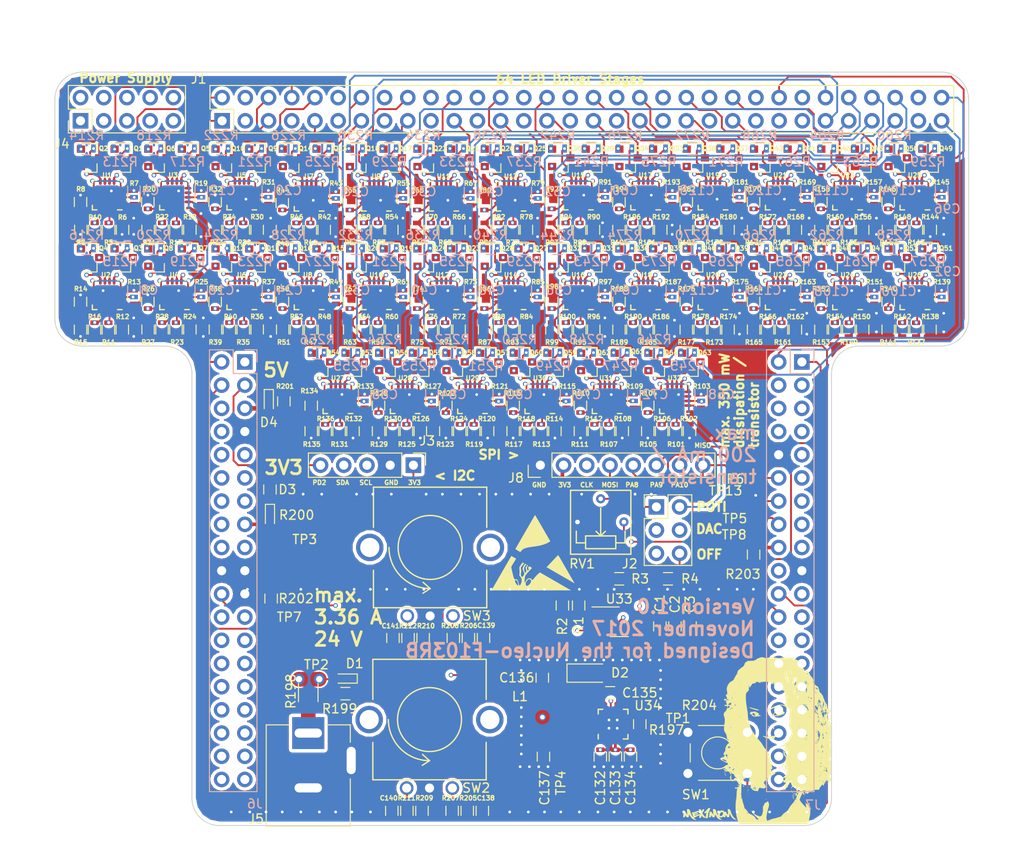
<source format=kicad_pcb>
(kicad_pcb (version 4) (host pcbnew 4.0.7-e2-6376~58~ubuntu17.04.1)
  (title_block (title "LED Driver Extension Board for the Nucleo-F103RB") (date 2017-11-27))
  (layers (0 S1.Cu signal) (1 S2.Cu signal hide) (2 V18.Cu mixed hide) (31 GND.Cu mixed hide) (34 B.Paste user) (35 F.Paste user) (36 B.SilkS user) (37 F.SilkS user) (38 B.Mask user) (39 F.Mask user) (44 Edge.Cuts user))
  (net 0 "")
  (net 1 +3V3)
  (net 2 GND)
  (net 3 V18)
  (net 4 "Net-(C135-Pad1)")
  (net 5 "Net-(C135-Pad2)")
  (net 6 E5V)
  (net 7 PC9)
  (net 8 PC11)
  (net 9 PC10)
  (net 10 PC12)
  (net 11 "Net-(D1-Pad1)")
  (net 12 "Net-(D3-Pad1)")
  (net 13 "Net-(D4-Pad1)")
  (net 14 LED_N_01)
  (net 15 LED_N_02)
  (net 16 LED_N_03)
  (net 17 LED_N_04)
  (net 18 LED_N_05)
  (net 19 LED_N_06)
  (net 20 LED_N_07)
  (net 21 LED_N_08)
  (net 22 LED_N_09)
  (net 23 LED_N_10)
  (net 24 LED_N_11)
  (net 25 LED_N_12)
  (net 26 LED_N_13)
  (net 27 LED_N_14)
  (net 28 LED_N_15)
  (net 29 LED_N_16)
  (net 30 LED_N_17)
  (net 31 LED_N_18)
  (net 32 LED_N_19)
  (net 33 LED_N_20)
  (net 34 LED_N_21)
  (net 35 LED_N_22)
  (net 36 LED_N_23)
  (net 37 LED_N_24)
  (net 38 LED_N_25)
  (net 39 LED_N_26)
  (net 40 LED_N_27)
  (net 41 LED_N_28)
  (net 42 LED_N_29)
  (net 43 LED_N_30)
  (net 44 LED_N_31)
  (net 45 LED_N_32)
  (net 46 LED_N_33)
  (net 47 LED_N_34)
  (net 48 LED_N_35)
  (net 49 LED_N_36)
  (net 50 LED_N_37)
  (net 51 LED_N_38)
  (net 52 LED_N_39)
  (net 53 LED_N_40)
  (net 54 LED_N_41)
  (net 55 LED_N_42)
  (net 56 LED_N_43)
  (net 57 LED_N_44)
  (net 58 LED_N_45)
  (net 59 LED_N_46)
  (net 60 LED_N_47)
  (net 61 LED_N_48)
  (net 62 LED_N_49)
  (net 63 LED_N_50)
  (net 64 LED_N_51)
  (net 65 LED_N_52)
  (net 66 LED_N_53)
  (net 67 LED_N_54)
  (net 68 LED_N_55)
  (net 69 LED_N_56)
  (net 70 LED_N_57)
  (net 71 LED_N_58)
  (net 72 LED_N_59)
  (net 73 LED_N_60)
  (net 74 LED_N_61)
  (net 75 LED_N_62)
  (net 76 LED_N_63)
  (net 77 LED_N_64)
  (net 78 "Net-(J2-Pad1)")
  (net 79 VSIG)
  (net 80 VDAC)
  (net 81 I2C_SCL)
  (net 82 I2C_SDA)
  (net 83 "Net-(J5-Pad1)")
  (net 84 PC8)
  (net 85 PA5)
  (net 86 PA7)
  (net 87 DC_OLED)
  (net 88 PA8)
  (net 89 CS_OLED)
  (net 90 "Net-(Q1-Pad1)")
  (net 91 "Net-(Q1-Pad2)")
  (net 92 "Net-(Q2-Pad1)")
  (net 93 "Net-(Q2-Pad2)")
  (net 94 "Net-(Q3-Pad1)")
  (net 95 "Net-(Q3-Pad2)")
  (net 96 "Net-(Q4-Pad1)")
  (net 97 "Net-(Q4-Pad2)")
  (net 98 "Net-(Q5-Pad1)")
  (net 99 "Net-(Q5-Pad2)")
  (net 100 "Net-(Q6-Pad1)")
  (net 101 "Net-(Q6-Pad2)")
  (net 102 "Net-(Q7-Pad1)")
  (net 103 "Net-(Q7-Pad2)")
  (net 104 "Net-(Q8-Pad1)")
  (net 105 "Net-(Q8-Pad2)")
  (net 106 "Net-(Q9-Pad1)")
  (net 107 "Net-(Q9-Pad2)")
  (net 108 "Net-(Q10-Pad1)")
  (net 109 "Net-(Q10-Pad2)")
  (net 110 "Net-(Q11-Pad1)")
  (net 111 "Net-(Q11-Pad2)")
  (net 112 "Net-(Q12-Pad1)")
  (net 113 "Net-(Q12-Pad2)")
  (net 114 "Net-(Q13-Pad1)")
  (net 115 "Net-(Q13-Pad2)")
  (net 116 "Net-(Q14-Pad1)")
  (net 117 "Net-(Q14-Pad2)")
  (net 118 "Net-(Q15-Pad1)")
  (net 119 "Net-(Q15-Pad2)")
  (net 120 "Net-(Q16-Pad1)")
  (net 121 "Net-(Q16-Pad2)")
  (net 122 "Net-(Q17-Pad1)")
  (net 123 "Net-(Q17-Pad2)")
  (net 124 "Net-(Q18-Pad1)")
  (net 125 "Net-(Q18-Pad2)")
  (net 126 "Net-(Q19-Pad1)")
  (net 127 "Net-(Q19-Pad2)")
  (net 128 "Net-(Q20-Pad1)")
  (net 129 "Net-(Q20-Pad2)")
  (net 130 "Net-(Q21-Pad1)")
  (net 131 "Net-(Q21-Pad2)")
  (net 132 "Net-(Q22-Pad1)")
  (net 133 "Net-(Q22-Pad2)")
  (net 134 "Net-(Q23-Pad1)")
  (net 135 "Net-(Q23-Pad2)")
  (net 136 "Net-(Q24-Pad1)")
  (net 137 "Net-(Q24-Pad2)")
  (net 138 "Net-(Q25-Pad1)")
  (net 139 "Net-(Q25-Pad2)")
  (net 140 "Net-(Q26-Pad1)")
  (net 141 "Net-(Q26-Pad2)")
  (net 142 "Net-(R1-Pad2)")
  (net 143 "Net-(R2-Pad2)")
  (net 144 "Net-(R3-Pad1)")
  (net 145 "Net-(R5-Pad1)")
  (net 146 "Net-(R5-Pad2)")
  (net 147 "Net-(R10-Pad1)")
  (net 148 "Net-(R10-Pad2)")
  (net 149 "Net-(R11-Pad1)")
  (net 150 "Net-(R11-Pad2)")
  (net 151 "Net-(R15-Pad2)")
  (net 152 "Net-(R16-Pad2)")
  (net 153 "Net-(R17-Pad1)")
  (net 154 "Net-(R17-Pad2)")
  (net 155 "Net-(R21-Pad2)")
  (net 156 "Net-(R22-Pad2)")
  (net 157 "Net-(R23-Pad1)")
  (net 158 "Net-(R23-Pad2)")
  (net 159 "Net-(R27-Pad2)")
  (net 160 "Net-(R28-Pad2)")
  (net 161 "Net-(R29-Pad1)")
  (net 162 "Net-(R29-Pad2)")
  (net 163 "Net-(R33-Pad2)")
  (net 164 "Net-(R34-Pad2)")
  (net 165 "Net-(R35-Pad1)")
  (net 166 "Net-(R35-Pad2)")
  (net 167 "Net-(R39-Pad2)")
  (net 168 "Net-(R40-Pad2)")
  (net 169 "Net-(R41-Pad1)")
  (net 170 "Net-(R41-Pad2)")
  (net 171 "Net-(R45-Pad2)")
  (net 172 "Net-(R46-Pad2)")
  (net 173 "Net-(R47-Pad1)")
  (net 174 "Net-(R47-Pad2)")
  (net 175 "Net-(R51-Pad2)")
  (net 176 "Net-(R52-Pad2)")
  (net 177 "Net-(R53-Pad1)")
  (net 178 "Net-(R53-Pad2)")
  (net 179 "Net-(R57-Pad2)")
  (net 180 "Net-(R58-Pad2)")
  (net 181 "Net-(R59-Pad1)")
  (net 182 "Net-(R59-Pad2)")
  (net 183 "Net-(R63-Pad2)")
  (net 184 "Net-(R64-Pad2)")
  (net 185 "Net-(R65-Pad1)")
  (net 186 "Net-(R65-Pad2)")
  (net 187 "Net-(R69-Pad2)")
  (net 188 "Net-(R70-Pad2)")
  (net 189 "Net-(R71-Pad1)")
  (net 190 "Net-(R71-Pad2)")
  (net 191 "Net-(R75-Pad2)")
  (net 192 "Net-(R76-Pad2)")
  (net 193 "Net-(R77-Pad1)")
  (net 194 "Net-(R77-Pad2)")
  (net 195 "Net-(R81-Pad2)")
  (net 196 "Net-(R82-Pad2)")
  (net 197 "Net-(R83-Pad1)")
  (net 198 "Net-(R83-Pad2)")
  (net 199 "Net-(R87-Pad2)")
  (net 200 "Net-(R88-Pad2)")
  (net 201 "Net-(R89-Pad1)")
  (net 202 "Net-(R89-Pad2)")
  (net 203 "Net-(R93-Pad2)")
  (net 204 "Net-(R94-Pad2)")
  (net 205 "Net-(R95-Pad1)")
  (net 206 "Net-(R95-Pad2)")
  (net 207 "Net-(R100-Pad1)")
  (net 208 "Net-(R100-Pad2)")
  (net 209 "Net-(R101-Pad1)")
  (net 210 "Net-(R101-Pad2)")
  (net 211 "Net-(R105-Pad2)")
  (net 212 "Net-(R106-Pad2)")
  (net 213 "Net-(R107-Pad1)")
  (net 214 "Net-(R107-Pad2)")
  (net 215 "Net-(R111-Pad2)")
  (net 216 "Net-(R112-Pad2)")
  (net 217 "Net-(R113-Pad1)")
  (net 218 "Net-(R113-Pad2)")
  (net 219 "Net-(R117-Pad2)")
  (net 220 "Net-(R118-Pad2)")
  (net 221 "Net-(R119-Pad1)")
  (net 222 "Net-(R119-Pad2)")
  (net 223 "Net-(R123-Pad2)")
  (net 224 "Net-(R124-Pad2)")
  (net 225 "Net-(R125-Pad1)")
  (net 226 "Net-(R125-Pad2)")
  (net 227 "Net-(R129-Pad2)")
  (net 228 "Net-(R130-Pad2)")
  (net 229 "Net-(R131-Pad1)")
  (net 230 "Net-(R131-Pad2)")
  (net 231 "Net-(R135-Pad2)")
  (net 232 "Net-(R136-Pad2)")
  (net 233 "Net-(R137-Pad1)")
  (net 234 "Net-(R137-Pad2)")
  (net 235 "Net-(R141-Pad2)")
  (net 236 "Net-(R142-Pad2)")
  (net 237 "Net-(R143-Pad1)")
  (net 238 "Net-(R143-Pad2)")
  (net 239 "Net-(R147-Pad2)")
  (net 240 "Net-(R148-Pad2)")
  (net 241 "Net-(R149-Pad1)")
  (net 242 "Net-(R149-Pad2)")
  (net 243 "Net-(R153-Pad2)")
  (net 244 "Net-(R154-Pad2)")
  (net 245 "Net-(R155-Pad1)")
  (net 246 "Net-(R155-Pad2)")
  (net 247 "Net-(R159-Pad2)")
  (net 248 "Net-(R160-Pad2)")
  (net 249 "Net-(R161-Pad1)")
  (net 250 "Net-(R161-Pad2)")
  (net 251 "Net-(R165-Pad2)")
  (net 252 "Net-(R166-Pad2)")
  (net 253 "Net-(R167-Pad1)")
  (net 254 "Net-(R167-Pad2)")
  (net 255 "Net-(R171-Pad2)")
  (net 256 "Net-(R172-Pad2)")
  (net 257 "Net-(R173-Pad1)")
  (net 258 "Net-(R173-Pad2)")
  (net 259 "Net-(R177-Pad2)")
  (net 260 "Net-(R178-Pad2)")
  (net 261 "Net-(R179-Pad1)")
  (net 262 "Net-(R179-Pad2)")
  (net 263 "Net-(R183-Pad2)")
  (net 264 "Net-(R184-Pad2)")
  (net 265 "Net-(R185-Pad1)")
  (net 266 "Net-(R185-Pad2)")
  (net 267 "Net-(R189-Pad2)")
  (net 268 "Net-(R190-Pad2)")
  (net 269 "Net-(R191-Pad1)")
  (net 270 "Net-(R191-Pad2)")
  (net 271 "Net-(R195-Pad2)")
  (net 272 "Net-(R196-Pad2)")
  (net 273 "Net-(R197-Pad2)")
  (net 274 "Net-(R205-Pad2)")
  (net 275 "Net-(R206-Pad2)")
  (net 276 "Net-(R209-Pad2)")
  (net 277 "Net-(R210-Pad2)")
  (net 278 "Net-(Q27-Pad1)")
  (net 279 "Net-(Q27-Pad2)")
  (net 280 "Net-(Q28-Pad1)")
  (net 281 "Net-(Q28-Pad2)")
  (net 282 "Net-(Q29-Pad1)")
  (net 283 "Net-(Q29-Pad2)")
  (net 284 "Net-(Q30-Pad1)")
  (net 285 "Net-(Q30-Pad2)")
  (net 286 "Net-(Q31-Pad1)")
  (net 287 "Net-(Q31-Pad2)")
  (net 288 "Net-(Q32-Pad1)")
  (net 289 "Net-(Q32-Pad2)")
  (net 290 LIGHT_INT)
  (net 291 PA6)
  (net 292 "Net-(Q33-Pad1)")
  (net 293 "Net-(Q33-Pad2)")
  (net 294 "Net-(Q34-Pad1)")
  (net 295 "Net-(Q35-Pad1)")
  (net 296 "Net-(Q35-Pad2)")
  (net 297 "Net-(Q36-Pad1)")
  (net 298 "Net-(Q37-Pad1)")
  (net 299 "Net-(Q37-Pad2)")
  (net 300 "Net-(Q38-Pad1)")
  (net 301 "Net-(Q39-Pad1)")
  (net 302 "Net-(Q39-Pad2)")
  (net 303 "Net-(Q40-Pad1)")
  (net 304 "Net-(Q41-Pad1)")
  (net 305 "Net-(Q41-Pad2)")
  (net 306 "Net-(Q42-Pad1)")
  (net 307 "Net-(Q43-Pad1)")
  (net 308 "Net-(Q43-Pad2)")
  (net 309 "Net-(Q44-Pad1)")
  (net 310 "Net-(Q45-Pad1)")
  (net 311 "Net-(Q45-Pad2)")
  (net 312 "Net-(Q46-Pad1)")
  (net 313 "Net-(Q47-Pad1)")
  (net 314 "Net-(Q47-Pad2)")
  (net 315 "Net-(Q48-Pad1)")
  (net 316 "Net-(Q49-Pad1)")
  (net 317 "Net-(Q49-Pad2)")
  (net 318 "Net-(Q50-Pad1)")
  (net 319 "Net-(Q51-Pad1)")
  (net 320 "Net-(Q51-Pad2)")
  (net 321 "Net-(Q52-Pad1)")
  (net 322 "Net-(Q53-Pad1)")
  (net 323 "Net-(Q53-Pad2)")
  (net 324 "Net-(Q54-Pad1)")
  (net 325 "Net-(Q55-Pad1)")
  (net 326 "Net-(Q55-Pad2)")
  (net 327 "Net-(Q56-Pad1)")
  (net 328 "Net-(Q57-Pad1)")
  (net 329 "Net-(Q57-Pad2)")
  (net 330 "Net-(Q58-Pad1)")
  (net 331 "Net-(Q59-Pad1)")
  (net 332 "Net-(Q59-Pad2)")
  (net 333 "Net-(Q60-Pad1)")
  (net 334 "Net-(Q61-Pad1)")
  (net 335 "Net-(Q61-Pad2)")
  (net 336 "Net-(Q62-Pad1)")
  (net 337 "Net-(Q63-Pad1)")
  (net 338 "Net-(Q63-Pad2)")
  (net 339 "Net-(Q64-Pad1)")
  (net 340 "Net-(R213-Pad2)")
  (net 341 "Net-(R214-Pad1)")
  (net 342 "Net-(R215-Pad2)")
  (net 343 "Net-(R216-Pad1)")
  (net 344 "Net-(R217-Pad2)")
  (net 345 "Net-(R218-Pad1)")
  (net 346 "Net-(R219-Pad2)")
  (net 347 "Net-(R220-Pad1)")
  (net 348 "Net-(R221-Pad2)")
  (net 349 "Net-(R222-Pad1)")
  (net 350 "Net-(R223-Pad2)")
  (net 351 "Net-(R224-Pad1)")
  (net 352 "Net-(R225-Pad2)")
  (net 353 "Net-(R226-Pad1)")
  (net 354 "Net-(R227-Pad2)")
  (net 355 "Net-(R228-Pad1)")
  (net 356 "Net-(R229-Pad2)")
  (net 357 "Net-(R230-Pad1)")
  (net 358 "Net-(R231-Pad2)")
  (net 359 "Net-(R232-Pad1)")
  (net 360 "Net-(R233-Pad2)")
  (net 361 "Net-(R234-Pad1)")
  (net 362 "Net-(R235-Pad2)")
  (net 363 "Net-(R236-Pad1)")
  (net 364 "Net-(R237-Pad2)")
  (net 365 "Net-(R238-Pad1)")
  (net 366 "Net-(R239-Pad2)")
  (net 367 "Net-(R240-Pad1)")
  (net 368 "Net-(R241-Pad2)")
  (net 369 "Net-(R242-Pad1)")
  (net 370 "Net-(R243-Pad2)")
  (net 371 "Net-(R244-Pad1)")
  (net 372 "Net-(R245-Pad2)")
  (net 373 "Net-(R246-Pad1)")
  (net 374 "Net-(R247-Pad2)")
  (net 375 "Net-(R248-Pad1)")
  (net 376 "Net-(R249-Pad2)")
  (net 377 "Net-(R250-Pad1)")
  (net 378 "Net-(R251-Pad2)")
  (net 379 "Net-(R252-Pad1)")
  (net 380 "Net-(R253-Pad2)")
  (net 381 "Net-(R254-Pad1)")
  (net 382 "Net-(R255-Pad2)")
  (net 383 "Net-(R256-Pad1)")
  (net 384 "Net-(R257-Pad2)")
  (net 385 "Net-(R258-Pad1)")
  (net 386 "Net-(R259-Pad2)")
  (net 387 "Net-(R260-Pad1)")
  (net 388 "Net-(R261-Pad2)")
  (net 389 "Net-(R262-Pad1)")
  (net 390 "Net-(R263-Pad2)")
  (net 391 "Net-(R264-Pad1)")
  (net 392 "Net-(R265-Pad2)")
  (net 393 "Net-(R266-Pad1)")
  (net 394 "Net-(R267-Pad2)")
  (net 395 "Net-(R268-Pad1)")
  (net 396 "Net-(R269-Pad2)")
  (net 397 "Net-(R270-Pad1)")
  (net 398 "Net-(R271-Pad2)")
  (net 399 "Net-(R272-Pad1)")
  (net 400 "Net-(R273-Pad2)")
  (net 401 "Net-(R274-Pad1)")
  (net 402 "Net-(R275-Pad2)")
  (net 403 "Net-(R276-Pad1)")
  (net 404 "Net-(Q34-Pad2)")
  (net 405 "Net-(Q36-Pad2)")
  (net 406 "Net-(Q38-Pad2)")
  (net 407 "Net-(Q40-Pad2)")
  (net 408 "Net-(Q42-Pad2)")
  (net 409 "Net-(Q44-Pad2)")
  (net 410 "Net-(Q46-Pad2)")
  (net 411 "Net-(Q48-Pad2)")
  (net 412 "Net-(Q50-Pad2)")
  (net 413 "Net-(Q52-Pad2)")
  (net 414 "Net-(Q54-Pad2)")
  (net 415 "Net-(Q56-Pad2)")
  (net 416 "Net-(Q58-Pad2)")
  (net 417 "Net-(Q60-Pad2)")
  (net 418 "Net-(Q62-Pad2)")
  (net 419 "Net-(Q64-Pad2)")
  (module MyPics:esd (layer S1.Cu) (at 150.4442 99.695)
    (fp_text reference G*** hide)
    (fp_text value LOGO hide)
  )
  (module MySWs:ROT_ENC_EN12_TT_Electronics_No_Switch (layer S1.Cu) (at 139.065 106.553)
    (fp_text reference SW3 (at 5.11 -0.01) (layer F.SilkS))
    (fp_text value Rotary_Encoder)
    (pad "" thru_hole circle (at -6.6 -7.5) (size 3 3) (drill 2.1) (layers *.Cu *.Mask))
    (pad 3 thru_hole circle (at 2.5 0) (size 1.5 1.5) (drill 1) (layers *.Cu *.Mask) (net 275 "Net-(R206-Pad2)"))
    (pad 1 thru_hole circle (at -2.5 0) (size 1.5 1.5) (drill 1) (layers *.Cu *.Mask) (net 277 "Net-(R210-Pad2)"))
    (pad 2 thru_hole circle (at 0 0) (size 1.5 1.5) (drill 1) (layers *.Cu *.Mask) (net 2 GND))
    (pad "" thru_hole circle (at 6.6 -7.5) (size 3 3) (drill 2.1) (layers *.Cu *.Mask))
  )
  (module MyVias:Stitchging-Via-0.3-0.5 (layer S1.Cu) (at 124.9172 103.632)
    (fp_text reference REF** hide)
    (fp_text value Stitching-Via-0.3-0.5)
    (pad ~ thru_hole circle (at 0 0) (size 0.5 0.5) (drill 0.3) (layers *.Cu) (net 2 GND))
  )
  (module MyVias:Stitchging-Via-0.3-0.5 (layer S1.Cu) (at 119.0752 103.632)
    (fp_text reference REF** hide)
    (fp_text value Stitching-Via-0.3-0.5)
    (pad ~ thru_hole circle (at 0 0) (size 0.5 0.5) (drill 0.3) (layers *.Cu) (net 2 GND))
  )
  (module MyVias:Stitchging-Via-0.3-0.5 (layer S1.Cu) (at 134.3152 103.632)
    (fp_text reference REF** hide)
    (fp_text value Stitching-Via-0.3-0.5)
    (pad ~ thru_hole circle (at 0 0) (size 0.5 0.5) (drill 0.3) (layers *.Cu) (net 2 GND))
  )
  (module MyVias:Stitchging-Via-0.3-0.5 (layer S1.Cu) (at 136.3472 103.632)
    (fp_text reference REF** hide)
    (fp_text value Stitching-Via-0.3-0.5)
    (pad ~ thru_hole circle (at 0 0) (size 0.5 0.5) (drill 0.3) (layers *.Cu) (net 2 GND))
  )
  (module MyVias:Stitchging-Via-0.3-0.5 (layer S1.Cu) (at 138.3792 103.632)
    (fp_text reference REF** hide)
    (fp_text value Stitching-Via-0.3-0.5)
    (pad ~ thru_hole circle (at 0 0) (size 0.5 0.5) (drill 0.3) (layers *.Cu) (net 2 GND))
  )
  (module MyVias:Stitchging-Via-0.3-0.5 (layer S1.Cu) (at 132.5372 103.632)
    (fp_text reference REF** hide)
    (fp_text value Stitching-Via-0.3-0.5)
    (pad ~ thru_hole circle (at 0 0) (size 0.5 0.5) (drill 0.3) (layers *.Cu) (net 2 GND))
  )
  (module MyVias:Stitchging-Via-0.3-0.5 (layer S1.Cu) (at 130.7592 103.632)
    (fp_text reference REF** hide)
    (fp_text value Stitching-Via-0.3-0.5)
    (pad ~ thru_hole circle (at 0 0) (size 0.5 0.5) (drill 0.3) (layers *.Cu) (net 2 GND))
  )
  (module MyVias:Stitchging-Via-0.3-0.5 (layer S1.Cu) (at 126.6952 103.632)
    (fp_text reference REF** hide)
    (fp_text value Stitching-Via-0.3-0.5)
    (pad ~ thru_hole circle (at 0 0) (size 0.5 0.5) (drill 0.3) (layers *.Cu) (net 2 GND))
  )
  (module Resistors_SMD:R_0603 (layer S1.Cu) (at 138.176 127.889 90)
    (fp_text reference R209 (at 1.397 0.254 180) (layer F.SilkS) (effects (font (size 0.5 0.5) (thickness 0.125))))
    (fp_text value 10k)
    (pad 1 smd rect (at -0.75 0 90) (size 0.5 0.9) (layers S1.Cu F.Paste F.Mask) (net 1 +3V3))
    (pad 2 smd rect (at 0.75 0 90) (size 0.5 0.9) (layers S1.Cu F.Paste F.Mask) (net 276 "Net-(R209-Pad2)"))
  )
  (module Resistors_SMD:R_0603 (layer S1.Cu) (at 134.874 127.889 90)
    (fp_text reference C140 (at 1.397 -0.3302 180) (layer F.SilkS) (effects (font (size 0.5 0.5) (thickness 0.125))))
    (fp_text value 10n)
    (pad 1 smd rect (at -0.75 0 90) (size 0.5 0.9) (layers S1.Cu F.Paste F.Mask) (net 9 PC10))
    (pad 2 smd rect (at 0.75 0 90) (size 0.5 0.9) (layers S1.Cu F.Paste F.Mask) (net 2 GND))
  )
  (module MyVias:Stitchging-Via-0.3-0.5 (layer S1.Cu) (at 117.2972 128.016)
    (fp_text reference REF** hide)
    (fp_text value Stitching-Via-0.3-0.5)
    (pad ~ thru_hole circle (at 0 0) (size 0.5 0.5) (drill 0.3) (layers *.Cu) (net 2 GND))
  )
  (module MyVias:Stitchging-Via-0.3-0.5 (layer S1.Cu) (at 119.3292 128.016)
    (fp_text reference REF** hide)
    (fp_text value Stitching-Via-0.3-0.5)
    (pad ~ thru_hole circle (at 0 0) (size 0.5 0.5) (drill 0.3) (layers *.Cu) (net 2 GND))
  )
  (module MyVias:Stitchging-Via-0.3-0.5 (layer S1.Cu) (at 121.1072 128.016)
    (fp_text reference REF** hide)
    (fp_text value Stitching-Via-0.3-0.5)
    (pad ~ thru_hole circle (at 0 0) (size 0.5 0.5) (drill 0.3) (layers *.Cu) (net 2 GND))
  )
  (module MyVias:Stitchging-Via-0.3-0.5 (layer S1.Cu) (at 128.7272 128.016)
    (fp_text reference REF** hide)
    (fp_text value Stitching-Via-0.3-0.5)
    (pad ~ thru_hole circle (at 0 0) (size 0.5 0.5) (drill 0.3) (layers *.Cu) (net 2 GND))
  )
  (module MyVias:Stitchging-Via-0.3-0.5 (layer S1.Cu) (at 126.9492 128.016)
    (fp_text reference REF** hide)
    (fp_text value Stitching-Via-0.3-0.5)
    (pad ~ thru_hole circle (at 0 0) (size 0.5 0.5) (drill 0.3) (layers *.Cu) (net 2 GND))
  )
  (module MyVias:Stitchging-Via-0.3-0.5 (layer S1.Cu) (at 124.9172 128.016)
    (fp_text reference REF** hide)
    (fp_text value Stitching-Via-0.3-0.5)
    (pad ~ thru_hole circle (at 0 0) (size 0.5 0.5) (drill 0.3) (layers *.Cu) (net 2 GND))
  )
  (module MyVias:Stitchging-Via-0.3-0.5 (layer S1.Cu) (at 122.8852 128.016)
    (fp_text reference REF** hide)
    (fp_text value Stitching-Via-0.3-0.5)
    (pad ~ thru_hole circle (at 0 0) (size 0.5 0.5) (drill 0.3) (layers *.Cu) (net 2 GND))
  )
  (module MyVias:Stitchging-Via-0.3-0.5 (layer S1.Cu) (at 132.5372 128.016)
    (fp_text reference REF** hide)
    (fp_text value Stitching-Via-0.3-0.5)
    (pad ~ thru_hole circle (at 0 0) (size 0.5 0.5) (drill 0.3) (layers *.Cu) (net 2 GND))
  )
  (module MyVias:Stitchging-Via-0.3-0.5 (layer S1.Cu) (at 130.5052 128.016)
    (fp_text reference REF** hide)
    (fp_text value Stitching-Via-0.3-0.5)
    (pad ~ thru_hole circle (at 0 0) (size 0.5 0.5) (drill 0.3) (layers *.Cu) (net 2 GND))
  )
  (module MyVias:Stitchging-Via-0.3-0.5 (layer S1.Cu) (at 160.9852 128.016)
    (fp_text reference REF** hide)
    (fp_text value Stitching-Via-0.3-0.5)
    (pad ~ thru_hole circle (at 0 0) (size 0.5 0.5) (drill 0.3) (layers *.Cu) (net 2 GND))
  )
  (module MyVias:Stitchging-Via-0.3-0.5 (layer S1.Cu) (at 163.0172 128.016)
    (fp_text reference REF** hide)
    (fp_text value Stitching-Via-0.3-0.5)
    (pad ~ thru_hole circle (at 0 0) (size 0.5 0.5) (drill 0.3) (layers *.Cu) (net 2 GND))
  )
  (module MyVias:Stitchging-Via-0.3-0.5 (layer S1.Cu) (at 165.0492 128.016)
    (fp_text reference REF** hide)
    (fp_text value Stitching-Via-0.3-0.5)
    (pad ~ thru_hole circle (at 0 0) (size 0.5 0.5) (drill 0.3) (layers *.Cu) (net 2 GND))
  )
  (module MyVias:Stitchging-Via-0.3-0.5 (layer S1.Cu) (at 166.8272 128.016)
    (fp_text reference REF** hide)
    (fp_text value Stitching-Via-0.3-0.5)
    (pad ~ thru_hole circle (at 0 0) (size 0.5 0.5) (drill 0.3) (layers *.Cu) (net 2 GND))
  )
  (module MyVias:Stitchging-Via-0.3-0.5 (layer S1.Cu) (at 174.4472 128.016)
    (fp_text reference REF** hide)
    (fp_text value Stitching-Via-0.3-0.5)
    (pad ~ thru_hole circle (at 0 0) (size 0.5 0.5) (drill 0.3) (layers *.Cu) (net 2 GND))
  )
  (module MyVias:Stitchging-Via-0.3-0.5 (layer S1.Cu) (at 172.6692 128.016)
    (fp_text reference REF** hide)
    (fp_text value Stitching-Via-0.3-0.5)
    (pad ~ thru_hole circle (at 0 0) (size 0.5 0.5) (drill 0.3) (layers *.Cu) (net 2 GND))
  )
  (module MyVias:Stitchging-Via-0.3-0.5 (layer S1.Cu) (at 170.6372 128.016)
    (fp_text reference REF** hide)
    (fp_text value Stitching-Via-0.3-0.5)
    (pad ~ thru_hole circle (at 0 0) (size 0.5 0.5) (drill 0.3) (layers *.Cu) (net 2 GND))
  )
  (module MyVias:Stitchging-Via-0.3-0.5 (layer S1.Cu) (at 168.6052 128.016)
    (fp_text reference REF** hide)
    (fp_text value Stitching-Via-0.3-0.5)
    (pad ~ thru_hole circle (at 0 0) (size 0.5 0.5) (drill 0.3) (layers *.Cu) (net 2 GND))
  )
  (module MyVias:Stitchging-Via-0.3-0.5 (layer S1.Cu) (at 153.3652 128.016)
    (fp_text reference REF** hide)
    (fp_text value Stitching-Via-0.3-0.5)
    (pad ~ thru_hole circle (at 0 0) (size 0.5 0.5) (drill 0.3) (layers *.Cu) (net 2 GND))
  )
  (module MyVias:Stitchging-Via-0.3-0.5 (layer S1.Cu) (at 155.3972 128.016)
    (fp_text reference REF** hide)
    (fp_text value Stitching-Via-0.3-0.5)
    (pad ~ thru_hole circle (at 0 0) (size 0.5 0.5) (drill 0.3) (layers *.Cu) (net 2 GND))
  )
  (module MyVias:Stitchging-Via-0.3-0.5 (layer S1.Cu) (at 157.4292 128.016)
    (fp_text reference REF** hide)
    (fp_text value Stitching-Via-0.3-0.5)
    (pad ~ thru_hole circle (at 0 0) (size 0.5 0.5) (drill 0.3) (layers *.Cu) (net 2 GND))
  )
  (module MyVias:Stitchging-Via-0.3-0.5 (layer S1.Cu) (at 159.2072 128.016)
    (fp_text reference REF** hide)
    (fp_text value Stitching-Via-0.3-0.5)
    (pad ~ thru_hole circle (at 0 0) (size 0.5 0.5) (drill 0.3) (layers *.Cu) (net 2 GND))
  )
  (module MyVias:Stitchging-Via-0.3-0.5 (layer S1.Cu) (at 151.5872 128.016)
    (fp_text reference REF** hide)
    (fp_text value Stitching-Via-0.3-0.5)
    (pad ~ thru_hole circle (at 0 0) (size 0.5 0.5) (drill 0.3) (layers *.Cu) (net 2 GND))
  )
  (module MyVias:Stitchging-Via-0.3-0.5 (layer S1.Cu) (at 149.8092 128.016)
    (fp_text reference REF** hide)
    (fp_text value Stitching-Via-0.3-0.5)
    (pad ~ thru_hole circle (at 0 0) (size 0.5 0.5) (drill 0.3) (layers *.Cu) (net 2 GND))
  )
  (module MyVias:Stitchging-Via-0.3-0.5 (layer S1.Cu) (at 147.7772 128.016)
    (fp_text reference REF** hide)
    (fp_text value Stitching-Via-0.3-0.5)
    (pad ~ thru_hole circle (at 0 0) (size 0.5 0.5) (drill 0.3) (layers *.Cu) (net 2 GND))
  )
  (module MyVias:Stitchging-Via-0.3-0.5 (layer S1.Cu) (at 180.2892 128.016)
    (fp_text reference REF** hide)
    (fp_text value Stitching-Via-0.3-0.5)
    (pad ~ thru_hole circle (at 0 0) (size 0.5 0.5) (drill 0.3) (layers *.Cu) (net 2 GND))
  )
  (module MyVias:Stitchging-Via-0.3-0.5 (layer S1.Cu) (at 178.2572 128.016)
    (fp_text reference REF** hide)
    (fp_text value Stitching-Via-0.3-0.5)
    (pad ~ thru_hole circle (at 0 0) (size 0.5 0.5) (drill 0.3) (layers *.Cu) (net 2 GND))
  )
  (module MyVias:Stitchging-Via-0.3-0.5 (layer S1.Cu) (at 176.2252 128.016)
    (fp_text reference REF** hide)
    (fp_text value Stitching-Via-0.3-0.5)
    (pad ~ thru_hole circle (at 0 0) (size 0.5 0.5) (drill 0.3) (layers *.Cu) (net 2 GND))
  )
  (module MyVias:Stitchging-Via-0.3-0.5 (layer S1.Cu) (at 142.1892 103.632)
    (fp_text reference REF** hide)
    (fp_text value Stitching-Via-0.3-0.5)
    (pad ~ thru_hole circle (at 0 0) (size 0.5 0.5) (drill 0.3) (layers *.Cu) (net 2 GND))
  )
  (module MyVias:Stitchging-Via-0.3-0.5 (layer S1.Cu) (at 143.9672 103.632)
    (fp_text reference REF** hide)
    (fp_text value Stitching-Via-0.3-0.5)
    (pad ~ thru_hole circle (at 0 0) (size 0.5 0.5) (drill 0.3) (layers *.Cu) (net 2 GND))
  )
  (module MyVias:Stitchging-Via-0.3-0.5 (layer S1.Cu) (at 163.0172 103.632)
    (fp_text reference REF** hide)
    (fp_text value Stitching-Via-0.3-0.5)
    (pad ~ thru_hole circle (at 0 0) (size 0.5 0.5) (drill 0.3) (layers *.Cu) (net 2 GND))
  )
  (module MyVias:Stitchging-Via-0.3-0.5 (layer S1.Cu) (at 165.0492 103.632)
    (fp_text reference REF** hide)
    (fp_text value Stitching-Via-0.3-0.5)
    (pad ~ thru_hole circle (at 0 0) (size 0.5 0.5) (drill 0.3) (layers *.Cu) (net 2 GND))
  )
  (module MyVias:Stitchging-Via-0.3-0.5 (layer S1.Cu) (at 166.8272 103.632)
    (fp_text reference REF** hide)
    (fp_text value Stitching-Via-0.3-0.5)
    (pad ~ thru_hole circle (at 0 0) (size 0.5 0.5) (drill 0.3) (layers *.Cu) (net 2 GND))
  )
  (module MyVias:Stitchging-Via-0.3-0.5 (layer S1.Cu) (at 174.4472 103.632)
    (fp_text reference REF** hide)
    (fp_text value Stitching-Via-0.3-0.5)
    (pad ~ thru_hole circle (at 0 0) (size 0.5 0.5) (drill 0.3) (layers *.Cu) (net 2 GND))
  )
  (module MyVias:Stitchging-Via-0.3-0.5 (layer S1.Cu) (at 172.6692 103.632)
    (fp_text reference REF** hide)
    (fp_text value Stitching-Via-0.3-0.5)
    (pad ~ thru_hole circle (at 0 0) (size 0.5 0.5) (drill 0.3) (layers *.Cu) (net 2 GND))
  )
  (module MyVias:Stitchging-Via-0.3-0.5 (layer S1.Cu) (at 170.6372 103.632)
    (fp_text reference REF** hide)
    (fp_text value Stitching-Via-0.3-0.5)
    (pad ~ thru_hole circle (at 0 0) (size 0.5 0.5) (drill 0.3) (layers *.Cu) (net 2 GND))
  )
  (module MyVias:Stitchging-Via-0.3-0.5 (layer S1.Cu) (at 168.6052 103.632)
    (fp_text reference REF** hide)
    (fp_text value Stitching-Via-0.3-0.5)
    (pad ~ thru_hole circle (at 0 0) (size 0.5 0.5) (drill 0.3) (layers *.Cu) (net 2 GND))
  )
  (module MyVias:Stitchging-Via-0.3-0.5 (layer S1.Cu) (at 155.3972 103.632)
    (fp_text reference REF** hide)
    (fp_text value Stitching-Via-0.3-0.5)
    (pad ~ thru_hole circle (at 0 0) (size 0.5 0.5) (drill 0.3) (layers *.Cu) (net 2 GND))
  )
  (module MyVias:Stitchging-Via-0.3-0.5 (layer S1.Cu) (at 157.4292 103.632)
    (fp_text reference REF** hide)
    (fp_text value Stitching-Via-0.3-0.5)
    (pad ~ thru_hole circle (at 0 0) (size 0.5 0.5) (drill 0.3) (layers *.Cu) (net 2 GND))
  )
  (module MyVias:Stitchging-Via-0.3-0.5 (layer S1.Cu) (at 159.2072 103.632)
    (fp_text reference REF** hide)
    (fp_text value Stitching-Via-0.3-0.5)
    (pad ~ thru_hole circle (at 0 0) (size 0.5 0.5) (drill 0.3) (layers *.Cu) (net 2 GND))
  )
  (module MyVias:Stitchging-Via-0.3-0.5 (layer S1.Cu) (at 151.5872 103.632)
    (fp_text reference REF** hide)
    (fp_text value Stitching-Via-0.3-0.5)
    (pad ~ thru_hole circle (at 0 0) (size 0.5 0.5) (drill 0.3) (layers *.Cu) (net 2 GND))
  )
  (module MyVias:Stitchging-Via-0.3-0.5 (layer S1.Cu) (at 149.8092 103.632)
    (fp_text reference REF** hide)
    (fp_text value Stitching-Via-0.3-0.5)
    (pad ~ thru_hole circle (at 0 0) (size 0.5 0.5) (drill 0.3) (layers *.Cu) (net 2 GND))
  )
  (module MyVias:Stitchging-Via-0.3-0.5 (layer S1.Cu) (at 147.7772 103.632)
    (fp_text reference REF** hide)
    (fp_text value Stitching-Via-0.3-0.5)
    (pad ~ thru_hole circle (at 0 0) (size 0.5 0.5) (drill 0.3) (layers *.Cu) (net 2 GND))
  )
  (module MyVias:Stitchging-Via-0.3-0.5 (layer S1.Cu) (at 145.7452 103.632)
    (fp_text reference REF** hide)
    (fp_text value Stitching-Via-0.3-0.5)
    (pad ~ thru_hole circle (at 0 0) (size 0.5 0.5) (drill 0.3) (layers *.Cu) (net 2 GND))
  )
  (module MyVias:Stitchging-Via-0.3-0.5 (layer S1.Cu) (at 155.6512 93.218)
    (fp_text reference REF** hide)
    (fp_text value Stitching-Via-0.3-0.5)
    (pad ~ thru_hole circle (at 0 0) (size 0.5 0.5) (drill 0.3) (layers *.Cu) (net 2 GND))
  )
  (module MyVias:Stitchging-Via-0.3-0.5 (layer S1.Cu) (at 161.4932 93.218)
    (fp_text reference REF** hide)
    (fp_text value Stitching-Via-0.3-0.5)
    (pad ~ thru_hole circle (at 0 0) (size 0.5 0.5) (drill 0.3) (layers *.Cu) (net 2 GND))
  )
  (module MyVias:Stitchging-Via-0.3-0.5 (layer S1.Cu) (at 163.2712 93.218)
    (fp_text reference REF** hide)
    (fp_text value Stitching-Via-0.3-0.5)
    (pad ~ thru_hole circle (at 0 0) (size 0.5 0.5) (drill 0.3) (layers *.Cu) (net 2 GND))
  )
  (module MyVias:Stitchging-Via-0.3-0.5 (layer S1.Cu) (at 174.7012 93.345)
    (fp_text reference REF** hide)
    (fp_text value Stitching-Via-0.3-0.5)
    (pad ~ thru_hole circle (at 0 0) (size 0.5 0.5) (drill 0.3) (layers *.Cu) (net 2 GND))
  )
  (module MyVias:Stitchging-Via-0.3-0.5 (layer S1.Cu) (at 140.4112 93.218)
    (fp_text reference REF** hide)
    (fp_text value Stitching-Via-0.3-0.5)
    (pad ~ thru_hole circle (at 0 0) (size 0.5 0.5) (drill 0.3) (layers *.Cu) (net 2 GND))
  )
  (module MyVias:Stitchging-Via-0.3-0.5 (layer S1.Cu) (at 142.4432 93.218)
    (fp_text reference REF** hide)
    (fp_text value Stitching-Via-0.3-0.5)
    (pad ~ thru_hole circle (at 0 0) (size 0.5 0.5) (drill 0.3) (layers *.Cu) (net 2 GND))
  )
  (module MyVias:Stitchging-Via-0.3-0.5 (layer S1.Cu) (at 144.4752 93.218)
    (fp_text reference REF** hide)
    (fp_text value Stitching-Via-0.3-0.5)
    (pad ~ thru_hole circle (at 0 0) (size 0.5 0.5) (drill 0.3) (layers *.Cu) (net 2 GND))
  )
  (module MyVias:Stitchging-Via-0.3-0.5 (layer S1.Cu) (at 146.2532 93.218)
    (fp_text reference REF** hide)
    (fp_text value Stitching-Via-0.3-0.5)
    (pad ~ thru_hole circle (at 0 0) (size 0.5 0.5) (drill 0.3) (layers *.Cu) (net 2 GND))
  )
  (module MyVias:Stitchging-Via-0.3-0.5 (layer S1.Cu) (at 152.0952 93.218)
    (fp_text reference REF** hide)
    (fp_text value Stitching-Via-0.3-0.5)
    (pad ~ thru_hole circle (at 0 0) (size 0.5 0.5) (drill 0.3) (layers *.Cu) (net 2 GND))
  )
  (module MyVias:Stitchging-Via-0.3-0.5 (layer S1.Cu) (at 150.0632 93.218)
    (fp_text reference REF** hide)
    (fp_text value Stitching-Via-0.3-0.5)
    (pad ~ thru_hole circle (at 0 0) (size 0.5 0.5) (drill 0.3) (layers *.Cu) (net 2 GND))
  )
  (module MyVias:Stitchging-Via-0.3-0.5 (layer S1.Cu) (at 148.0312 93.218)
    (fp_text reference REF** hide)
    (fp_text value Stitching-Via-0.3-0.5)
    (pad ~ thru_hole circle (at 0 0) (size 0.5 0.5) (drill 0.3) (layers *.Cu) (net 2 GND))
  )
  (module MyVias:Stitchging-Via-0.3-0.5 (layer S1.Cu) (at 132.7912 93.218)
    (fp_text reference REF** hide)
    (fp_text value Stitching-Via-0.3-0.5)
    (pad ~ thru_hole circle (at 0 0) (size 0.5 0.5) (drill 0.3) (layers *.Cu) (net 2 GND))
  )
  (module MyVias:Stitchging-Via-0.3-0.5 (layer S1.Cu) (at 134.8232 93.218)
    (fp_text reference REF** hide)
    (fp_text value Stitching-Via-0.3-0.5)
    (pad ~ thru_hole circle (at 0 0) (size 0.5 0.5) (drill 0.3) (layers *.Cu) (net 2 GND))
  )
  (module MyVias:Stitchging-Via-0.3-0.5 (layer S1.Cu) (at 138.6332 93.218)
    (fp_text reference REF** hide)
    (fp_text value Stitching-Via-0.3-0.5)
    (pad ~ thru_hole circle (at 0 0) (size 0.5 0.5) (drill 0.3) (layers *.Cu) (net 2 GND))
  )
  (module MyVias:Stitchging-Via-0.3-0.5 (layer S1.Cu) (at 131.0132 93.218)
    (fp_text reference REF** hide)
    (fp_text value Stitching-Via-0.3-0.5)
    (pad ~ thru_hole circle (at 0 0) (size 0.5 0.5) (drill 0.3) (layers *.Cu) (net 2 GND))
  )
  (module MyVias:Stitchging-Via-0.3-0.5 (layer S1.Cu) (at 127.2032 93.218)
    (fp_text reference REF** hide)
    (fp_text value Stitching-Via-0.3-0.5)
    (pad ~ thru_hole circle (at 0 0) (size 0.5 0.5) (drill 0.3) (layers *.Cu) (net 2 GND))
  )
  (module MyVias:Stitchging-Via-0.3-0.5 (layer S1.Cu) (at 125.1712 93.218)
    (fp_text reference REF** hide)
    (fp_text value Stitching-Via-0.3-0.5)
    (pad ~ thru_hole circle (at 0 0) (size 0.5 0.5) (drill 0.3) (layers *.Cu) (net 2 GND))
  )
  (module MyVias:Stitchging-Via-0.3-0.5 (layer S1.Cu) (at 165.8112 74.168)
    (fp_text reference REF** hide)
    (fp_text value Stitching-Via-0.3-0.5)
    (pad ~ thru_hole circle (at 0 0) (size 0.5 0.5) (drill 0.3) (layers *.Cu) (net 2 GND))
  )
  (module MyVias:Stitchging-Via-0.3-0.5 (layer S1.Cu) (at 165.8112 75.946)
    (fp_text reference REF** hide)
    (fp_text value Stitching-Via-0.3-0.5)
    (pad ~ thru_hole circle (at 0 0) (size 0.5 0.5) (drill 0.3) (layers *.Cu) (net 2 GND))
  )
  (module MyVias:Stitchging-Via-0.3-0.5 (layer S1.Cu) (at 158.1912 73.914)
    (fp_text reference REF** hide)
    (fp_text value Stitching-Via-0.3-0.5)
    (pad ~ thru_hole circle (at 0 0) (size 0.5 0.5) (drill 0.3) (layers *.Cu) (net 2 GND))
  )
  (module MyVias:Stitchging-Via-0.3-0.5 (layer S1.Cu) (at 158.1912 75.946)
    (fp_text reference REF** hide)
    (fp_text value Stitching-Via-0.3-0.5)
    (pad ~ thru_hole circle (at 0 0) (size 0.5 0.5) (drill 0.3) (layers *.Cu) (net 2 GND))
  )
  (module MyVias:Stitchging-Via-0.3-0.5 (layer S1.Cu) (at 150.3172 75.946)
    (fp_text reference REF** hide)
    (fp_text value Stitching-Via-0.3-0.5)
    (pad ~ thru_hole circle (at 0 0) (size 0.5 0.5) (drill 0.3) (layers *.Cu) (net 2 GND))
  )
  (module MyVias:Stitchging-Via-0.3-0.5 (layer S1.Cu) (at 135.5852 75.946)
    (fp_text reference REF** hide)
    (fp_text value Stitching-Via-0.3-0.5)
    (pad ~ thru_hole circle (at 0 0) (size 0.5 0.5) (drill 0.3) (layers *.Cu) (net 2 GND))
  )
  (module MyVias:Stitchging-Via-0.3-0.5 (layer S1.Cu) (at 142.9512 75.946)
    (fp_text reference REF** hide)
    (fp_text value Stitching-Via-0.3-0.5)
    (pad ~ thru_hole circle (at 0 0) (size 0.5 0.5) (drill 0.3) (layers *.Cu) (net 2 GND))
  )
  (module MyVias:Stitchging-Via-0.3-0.5 (layer S1.Cu) (at 128.2192 75.946)
    (fp_text reference REF** hide)
    (fp_text value Stitching-Via-0.3-0.5)
    (pad ~ thru_hole circle (at 0 0) (size 0.5 0.5) (drill 0.3) (layers *.Cu) (net 2 GND))
  )
  (module MyVias:Stitchging-Via-0.3-0.5 (layer S1.Cu) (at 121.6152 75.946)
    (fp_text reference REF** hide)
    (fp_text value Stitching-Via-0.3-0.5)
    (pad ~ thru_hole circle (at 0 0) (size 0.5 0.5) (drill 0.3) (layers *.Cu) (net 2 GND))
  )
  (module MyVias:Stitchging-Via-0.3-0.5 (layer S1.Cu) (at 121.6152 73.914)
    (fp_text reference REF** hide)
    (fp_text value Stitching-Via-0.3-0.5)
    (pad ~ thru_hole circle (at 0 0) (size 0.5 0.5) (drill 0.3) (layers *.Cu) (net 2 GND))
  )
  (module MyVias:Stitchging-Via-0.3-0.5 (layer S1.Cu) (at 114.2492 75.946)
    (fp_text reference REF** hide)
    (fp_text value Stitching-Via-0.3-0.5)
    (pad ~ thru_hole circle (at 0 0) (size 0.5 0.5) (drill 0.3) (layers *.Cu) (net 2 GND))
  )
  (module MyVias:Stitchging-Via-0.3-0.5 (layer S1.Cu) (at 114.2492 73.914)
    (fp_text reference REF** hide)
    (fp_text value Stitching-Via-0.3-0.5)
    (pad ~ thru_hole circle (at 0 0) (size 0.5 0.5) (drill 0.3) (layers *.Cu) (net 2 GND))
  )
  (module MyVias:Stitchging-Via-0.3-0.5 (layer S1.Cu) (at 106.6292 75.946)
    (fp_text reference REF** hide)
    (fp_text value Stitching-Via-0.3-0.5)
    (pad ~ thru_hole circle (at 0 0) (size 0.5 0.5) (drill 0.3) (layers *.Cu) (net 2 GND))
  )
  (module MyVias:Stitchging-Via-0.3-0.5 (layer S1.Cu) (at 106.6292 73.914)
    (fp_text reference REF** hide)
    (fp_text value Stitching-Via-0.3-0.5)
    (pad ~ thru_hole circle (at 0 0) (size 0.5 0.5) (drill 0.3) (layers *.Cu) (net 2 GND))
  )
  (module MyVias:Stitchging-Via-0.3-0.5 (layer S1.Cu) (at 148.9202 111.379 90)
    (fp_text reference REF** hide)
    (fp_text value Stitching-Via-0.3-0.5)
    (pad ~ thru_hole circle (at 0 0 90) (size 0.5 0.5) (drill 0.3) (layers *.Cu) (net 2 GND))
  )
  (module MyVias:Stitchging-Via-0.3-0.5 (layer S1.Cu) (at 164.2872 120.65)
    (fp_text reference REF** hide)
    (fp_text value Stitching-Via-0.3-0.5)
    (pad ~ thru_hole circle (at 0 0) (size 0.5 0.5) (drill 0.3) (layers *.Cu) (net 2 GND))
  )
  (module MyVias:Stitchging-Via-0.3-0.5 (layer S1.Cu) (at 164.2872 121.666)
    (fp_text reference REF** hide)
    (fp_text value Stitching-Via-0.3-0.5)
    (pad ~ thru_hole circle (at 0 0) (size 0.5 0.5) (drill 0.3) (layers *.Cu) (net 2 GND))
  )
  (module MyVias:Stitchging-Via-0.3-0.5 (layer S1.Cu) (at 164.2872 122.682)
    (fp_text reference REF** hide)
    (fp_text value Stitching-Via-0.3-0.5)
    (pad ~ thru_hole circle (at 0 0) (size 0.5 0.5) (drill 0.3) (layers *.Cu) (net 2 GND))
  )
  (module MyVias:Stitchging-Via-0.3-0.5 (layer S1.Cu) (at 164.2872 116.586)
    (fp_text reference REF** hide)
    (fp_text value Stitching-Via-0.3-0.5)
    (pad ~ thru_hole circle (at 0 0) (size 0.5 0.5) (drill 0.3) (layers *.Cu) (net 2 GND))
  )
  (module MyVias:Stitchging-Via-0.3-0.5 (layer S1.Cu) (at 164.2872 115.57)
    (fp_text reference REF** hide)
    (fp_text value Stitching-Via-0.3-0.5)
    (pad ~ thru_hole circle (at 0 0) (size 0.5 0.5) (drill 0.3) (layers *.Cu) (net 2 GND))
  )
  (module MyVias:Stitchging-Via-0.3-0.5 (layer S1.Cu) (at 164.2872 112.522)
    (fp_text reference REF** hide)
    (fp_text value Stitching-Via-0.3-0.5)
    (pad ~ thru_hole circle (at 0 0) (size 0.5 0.5) (drill 0.3) (layers *.Cu) (net 2 GND))
  )
  (module MyVias:Stitchging-Via-0.3-0.5 (layer S1.Cu) (at 164.2872 114.554)
    (fp_text reference REF** hide)
    (fp_text value Stitching-Via-0.3-0.5)
    (pad ~ thru_hole circle (at 0 0) (size 0.5 0.5) (drill 0.3) (layers *.Cu) (net 2 GND))
  )
  (module MyVias:Stitchging-Via-0.3-0.5 (layer S1.Cu) (at 164.2872 113.538)
    (fp_text reference REF** hide)
    (fp_text value Stitching-Via-0.3-0.5)
    (pad ~ thru_hole circle (at 0 0) (size 0.5 0.5) (drill 0.3) (layers *.Cu) (net 2 GND))
  )
  (module MySWs:SW_PUSH_TE_CONN_6x6 (layer S1.Cu) (at 170.531 121.549)
    (fp_text reference SW1 (at -2.383 4.562) (layer F.SilkS))
    (fp_text value MY_SW_Push_Dual)
    (pad 1 thru_hole circle (at 3.25 -2.25) (size 1.8 1.8) (drill 1) (layers *.Cu *.Mask) (net 84 PC8))
    (pad 2 thru_hole circle (at 3.25 2.25) (size 1.8 1.8) (drill 1) (layers *.Cu *.Mask) (net 84 PC8))
    (pad 3 thru_hole circle (at -3.25 -2.25) (size 1.8 1.8) (drill 1) (layers *.Cu *.Mask) (net 2 GND))
    (pad 4 thru_hole circle (at -3.25 2.25) (size 1.8 1.8) (drill 1) (layers *.Cu *.Mask) (net 2 GND))
  )
  (module MyVias:Stitchging-Via-0.3-0.5 (layer S1.Cu) (at 149.9362 123.063 90)
    (fp_text reference REF** hide)
    (fp_text value Stitching-Via-0.3-0.5)
    (pad ~ thru_hole circle (at 0 0 90) (size 0.5 0.5) (drill 0.3) (layers *.Cu) (net 2 GND))
  )
  (module MyVias:Stitchging-Via-0.3-0.5 (layer S1.Cu) (at 150.9522 123.063 90)
    (fp_text reference REF** hide)
    (fp_text value Stitching-Via-0.3-0.5)
    (pad ~ thru_hole circle (at 0 0 90) (size 0.5 0.5) (drill 0.3) (layers *.Cu) (net 2 GND))
  )
  (module MyVias:Stitchging-Via-0.3-0.5 (layer S1.Cu) (at 148.9202 123.063 90)
    (fp_text reference REF** hide)
    (fp_text value Stitching-Via-0.3-0.5)
    (pad ~ thru_hole circle (at 0 0 90) (size 0.5 0.5) (drill 0.3) (layers *.Cu) (net 2 GND))
  )
  (module MyVias:Stitchging-Via-0.3-0.5 (layer S1.Cu) (at 151.9682 123.063 90)
    (fp_text reference REF** hide)
    (fp_text value Stitching-Via-0.3-0.5)
    (pad ~ thru_hole circle (at 0 0 90) (size 0.5 0.5) (drill 0.3) (layers *.Cu) (net 2 GND))
  )
  (module MyVias:Stitchging-Via-0.3-0.5 (layer S1.Cu) (at 159.0802 123.063 90)
    (fp_text reference REF** hide)
    (fp_text value Stitching-Via-0.3-0.5)
    (pad ~ thru_hole circle (at 0 0 90) (size 0.5 0.5) (drill 0.3) (layers *.Cu) (net 2 GND))
  )
  (module MyVias:Stitchging-Via-0.3-0.5 (layer S1.Cu) (at 160.0962 123.063 90)
    (fp_text reference REF** hide)
    (fp_text value Stitching-Via-0.3-0.5)
    (pad ~ thru_hole circle (at 0 0 90) (size 0.5 0.5) (drill 0.3) (layers *.Cu) (net 2 GND))
  )
  (module MyVias:Stitchging-Via-0.3-0.5 (layer S1.Cu) (at 158.0642 123.063 90)
    (fp_text reference REF** hide)
    (fp_text value Stitching-Via-0.3-0.5)
    (pad ~ thru_hole circle (at 0 0 90) (size 0.5 0.5) (drill 0.3) (layers *.Cu) (net 2 GND))
  )
  (module MyVias:Stitchging-Via-0.3-0.5 (layer S1.Cu) (at 157.0482 123.063 90)
    (fp_text reference REF** hide)
    (fp_text value Stitching-Via-0.3-0.5)
    (pad ~ thru_hole circle (at 0 0 90) (size 0.5 0.5) (drill 0.3) (layers *.Cu) (net 2 GND))
  )
  (module MyVias:Stitchging-Via-0.3-0.5 (layer S1.Cu) (at 161.1122 123.063 90)
    (fp_text reference REF** hide)
    (fp_text value Stitching-Via-0.3-0.5)
    (pad ~ thru_hole circle (at 0 0 90) (size 0.5 0.5) (drill 0.3) (layers *.Cu) (net 2 GND))
  )
  (module MyVias:Stitchging-Via-0.3-0.5 (layer S1.Cu) (at 162.1282 123.063 90)
    (fp_text reference REF** hide)
    (fp_text value Stitching-Via-0.3-0.5)
    (pad ~ thru_hole circle (at 0 0 90) (size 0.5 0.5) (drill 0.3) (layers *.Cu) (net 2 GND))
  )
  (module MyVias:Stitchging-Via-0.3-0.5 (layer S1.Cu) (at 162.1282 111.379 90)
    (fp_text reference REF** hide)
    (fp_text value Stitching-Via-0.3-0.5)
    (pad ~ thru_hole circle (at 0 0 90) (size 0.5 0.5) (drill 0.3) (layers *.Cu) (net 2 GND))
  )
  (module MyVias:Stitchging-Via-0.3-0.5 (layer S1.Cu) (at 163.1442 111.379 90)
    (fp_text reference REF** hide)
    (fp_text value Stitching-Via-0.3-0.5)
    (pad ~ thru_hole circle (at 0 0 90) (size 0.5 0.5) (drill 0.3) (layers *.Cu) (net 2 GND))
  )
  (module MyVias:Stitchging-Via-0.3-0.5 (layer S1.Cu) (at 161.1122 111.379 90)
    (fp_text reference REF** hide)
    (fp_text value Stitching-Via-0.3-0.5)
    (pad ~ thru_hole circle (at 0 0 90) (size 0.5 0.5) (drill 0.3) (layers *.Cu) (net 2 GND))
  )
  (module MyVias:Stitchging-Via-0.3-0.5 (layer S1.Cu) (at 164.1602 111.379 90)
    (fp_text reference REF** hide)
    (fp_text value Stitching-Via-0.3-0.5)
    (pad ~ thru_hole circle (at 0 0 90) (size 0.5 0.5) (drill 0.3) (layers *.Cu) (net 2 GND))
  )
  (module MyVias:Stitchging-Via-0.3-0.5 (layer S1.Cu) (at 156.0322 111.379 90)
    (fp_text reference REF** hide)
    (fp_text value Stitching-Via-0.3-0.5)
    (pad ~ thru_hole circle (at 0 0 90) (size 0.5 0.5) (drill 0.3) (layers *.Cu) (net 2 GND))
  )
  (module MyVias:Stitchging-Via-0.3-0.5 (layer S1.Cu) (at 157.0482 111.379 90)
    (fp_text reference REF** hide)
    (fp_text value Stitching-Via-0.3-0.5)
    (pad ~ thru_hole circle (at 0 0 90) (size 0.5 0.5) (drill 0.3) (layers *.Cu) (net 2 GND))
  )
  (module MyVias:Stitchging-Via-0.3-0.5 (layer S1.Cu) (at 155.0162 111.379 90)
    (fp_text reference REF** hide)
    (fp_text value Stitching-Via-0.3-0.5)
    (pad ~ thru_hole circle (at 0 0 90) (size 0.5 0.5) (drill 0.3) (layers *.Cu) (net 2 GND))
  )
  (module MyVias:Stitchging-Via-0.3-0.5 (layer S1.Cu) (at 158.0642 111.379 90)
    (fp_text reference REF** hide)
    (fp_text value Stitching-Via-0.3-0.5)
    (pad ~ thru_hole circle (at 0 0 90) (size 0.5 0.5) (drill 0.3) (layers *.Cu) (net 2 GND))
  )
  (module MyVias:Stitchging-Via-0.3-0.5 (layer S1.Cu) (at 160.0962 111.379 90)
    (fp_text reference REF** hide)
    (fp_text value Stitching-Via-0.3-0.5)
    (pad ~ thru_hole circle (at 0 0 90) (size 0.5 0.5) (drill 0.3) (layers *.Cu) (net 2 GND))
  )
  (module MyVias:Stitchging-Via-0.3-0.5 (layer S1.Cu) (at 159.0802 111.379 90)
    (fp_text reference REF** hide)
    (fp_text value Stitching-Via-0.3-0.5)
    (pad ~ thru_hole circle (at 0 0 90) (size 0.5 0.5) (drill 0.3) (layers *.Cu) (net 2 GND))
  )
  (module MyVias:Stitchging-Via-0.3-0.5 (layer S1.Cu) (at 152.9842 111.379 90)
    (fp_text reference REF** hide)
    (fp_text value Stitching-Via-0.3-0.5)
    (pad ~ thru_hole circle (at 0 0 90) (size 0.5 0.5) (drill 0.3) (layers *.Cu) (net 2 GND))
  )
  (module MyVias:Stitchging-Via-0.3-0.5 (layer S1.Cu) (at 154.0002 111.379 90)
    (fp_text reference REF** hide)
    (fp_text value Stitching-Via-0.3-0.5)
    (pad ~ thru_hole circle (at 0 0 90) (size 0.5 0.5) (drill 0.3) (layers *.Cu) (net 2 GND))
  )
  (module MyVias:Stitchging-Via-0.3-0.5 (layer S1.Cu) (at 151.9682 111.379 90)
    (fp_text reference REF** hide)
    (fp_text value Stitching-Via-0.3-0.5)
    (pad ~ thru_hole circle (at 0 0 90) (size 0.5 0.5) (drill 0.3) (layers *.Cu) (net 2 GND))
  )
  (module MyVias:Stitchging-Via-0.3-0.5 (layer S1.Cu) (at 150.9522 111.379 90)
    (fp_text reference REF** hide)
    (fp_text value Stitching-Via-0.3-0.5)
    (pad ~ thru_hole circle (at 0 0 90) (size 0.5 0.5) (drill 0.3) (layers *.Cu) (net 2 GND))
  )
  (module MyVias:Stitchging-Via-0.3-0.5 (layer S1.Cu) (at 149.9362 111.379 90)
    (fp_text reference REF** hide)
    (fp_text value Stitching-Via-0.3-0.5)
    (pad ~ thru_hole circle (at 0 0 90) (size 0.5 0.5) (drill 0.3) (layers *.Cu) (net 2 GND))
  )
  (module MyVias:Stitchging-Via-0.3-0.5 (layer S1.Cu) (at 149.0472 112.522)
    (fp_text reference REF** hide)
    (fp_text value Stitching-Via-0.3-0.5)
    (pad ~ thru_hole circle (at 0 0) (size 0.5 0.5) (drill 0.3) (layers *.Cu) (net 2 GND))
  )
  (module MyVias:Stitchging-Via-0.3-0.5 (layer S1.Cu) (at 149.0472 113.538)
    (fp_text reference REF** hide)
    (fp_text value Stitching-Via-0.3-0.5)
    (pad ~ thru_hole circle (at 0 0) (size 0.5 0.5) (drill 0.3) (layers *.Cu) (net 2 GND))
  )
  (module MyVias:Stitchging-Via-0.3-0.5 (layer S1.Cu) (at 149.0472 116.586)
    (fp_text reference REF** hide)
    (fp_text value Stitching-Via-0.3-0.5)
    (pad ~ thru_hole circle (at 0 0) (size 0.5 0.5) (drill 0.3) (layers *.Cu) (net 2 GND))
  )
  (module MyVias:Stitchging-Via-0.3-0.5 (layer S1.Cu) (at 149.0472 121.666)
    (fp_text reference REF** hide)
    (fp_text value Stitching-Via-0.3-0.5)
    (pad ~ thru_hole circle (at 0 0) (size 0.5 0.5) (drill 0.3) (layers *.Cu) (net 2 GND))
  )
  (module MyVias:Stitchging-Via-0.3-0.5 (layer S1.Cu) (at 149.0472 120.65)
    (fp_text reference REF** hide)
    (fp_text value Stitching-Via-0.3-0.5)
    (pad ~ thru_hole circle (at 0 0) (size 0.5 0.5) (drill 0.3) (layers *.Cu) (net 2 GND))
  )
  (module MyVias:Stitchging-Via-0.3-0.5 (layer S1.Cu) (at 149.0472 117.602)
    (fp_text reference REF** hide)
    (fp_text value Stitching-Via-0.3-0.5)
    (pad ~ thru_hole circle (at 0 0) (size 0.5 0.5) (drill 0.3) (layers *.Cu) (net 2 GND))
  )
  (module MyVias:Stitchging-Via-0.3-0.5 (layer S1.Cu) (at 149.0472 119.634)
    (fp_text reference REF** hide)
    (fp_text value Stitching-Via-0.3-0.5)
    (pad ~ thru_hole circle (at 0 0) (size 0.5 0.5) (drill 0.3) (layers *.Cu) (net 2 GND))
  )
  (module MyVias:Stitchging-Via-0.3-0.5 (layer S1.Cu) (at 149.0472 118.618)
    (fp_text reference REF** hide)
    (fp_text value Stitching-Via-0.3-0.5)
    (pad ~ thru_hole circle (at 0 0) (size 0.5 0.5) (drill 0.3) (layers *.Cu) (net 2 GND))
  )
  (module MyVias:Stitchging-Via-0.3-0.5 (layer S1.Cu) (at 172.9232 73.406)
    (fp_text reference REF** hide)
    (fp_text value Stitching-Via-0.3-0.5)
    (pad ~ thru_hole circle (at 0 0) (size 0.5 0.5) (drill 0.3) (layers *.Cu) (net 2 GND))
  )
  (module MyVias:Stitchging-Via-0.3-0.5 (layer S1.Cu) (at 172.9232 75.692)
    (fp_text reference REF** hide)
    (fp_text value Stitching-Via-0.3-0.5)
    (pad ~ thru_hole circle (at 0 0) (size 0.5 0.5) (drill 0.3) (layers *.Cu) (net 2 GND))
  )
  (module MyVias:Stitchging-Via-0.3-0.5 (layer S1.Cu) (at 180.2892 73.406)
    (fp_text reference REF** hide)
    (fp_text value Stitching-Via-0.3-0.5)
    (pad ~ thru_hole circle (at 0 0) (size 0.5 0.5) (drill 0.3) (layers *.Cu) (net 2 GND))
  )
  (module MyVias:Stitchging-Via-0.3-0.5 (layer S1.Cu) (at 180.2892 75.692)
    (fp_text reference REF** hide)
    (fp_text value Stitching-Via-0.3-0.5)
    (pad ~ thru_hole circle (at 0 0) (size 0.5 0.5) (drill 0.3) (layers *.Cu) (net 2 GND))
  )
  (module MyVias:Stitchging-Via-0.3-0.5 (layer S1.Cu) (at 187.9092 75.438)
    (fp_text reference REF** hide)
    (fp_text value Stitching-Via-0.3-0.5)
    (pad ~ thru_hole circle (at 0 0) (size 0.5 0.5) (drill 0.3) (layers *.Cu) (net 2 GND))
  )
  (module MyVias:Stitchging-Via-0.3-0.5 (layer S1.Cu) (at 187.9092 73.406)
    (fp_text reference REF** hide)
    (fp_text value Stitching-Via-0.3-0.5)
    (pad ~ thru_hole circle (at 0 0) (size 0.5 0.5) (drill 0.3) (layers *.Cu) (net 2 GND))
  )
  (module MyVias:Stitchging-Via-0.3-0.5 (layer S1.Cu) (at 195.2752 75.438)
    (fp_text reference REF** hide)
    (fp_text value Stitching-Via-0.3-0.5)
    (pad ~ thru_hole circle (at 0 0) (size 0.5 0.5) (drill 0.3) (layers *.Cu) (net 2 GND))
  )
  (module MyVias:Stitchging-Via-0.3-0.5 (layer S1.Cu) (at 195.2752 73.406)
    (fp_text reference REF** hide)
    (fp_text value Stitching-Via-0.3-0.5)
    (pad ~ thru_hole circle (at 0 0) (size 0.5 0.5) (drill 0.3) (layers *.Cu) (net 2 GND))
  )
  (module MyVias:Stitchging-Via-0.3-0.5 (layer S1.Cu) (at 195.2752 62.992)
    (fp_text reference REF** hide)
    (fp_text value Stitching-Via-0.3-0.5)
    (pad ~ thru_hole circle (at 0 0) (size 0.5 0.5) (drill 0.3) (layers *.Cu) (net 2 GND))
  )
  (module MyVias:Stitchging-Via-0.3-0.5 (layer S1.Cu) (at 195.2752 64.77)
    (fp_text reference REF** hide)
    (fp_text value Stitching-Via-0.3-0.5)
    (pad ~ thru_hole circle (at 0 0) (size 0.5 0.5) (drill 0.3) (layers *.Cu) (net 2 GND))
  )
  (module MyVias:Stitchging-Via-0.3-0.5 (layer S1.Cu) (at 163.2712 60.4774)
    (fp_text reference REF** hide)
    (fp_text value Stitching-Via-0.3-0.5)
    (pad ~ thru_hole circle (at 0 0) (size 0.5 0.5) (drill 0.3) (layers *.Cu) (net 2 GND))
  )
  (module MyVias:Stitchging-Via-0.3-0.5 (layer S1.Cu) (at 155.8798 60.4774)
    (fp_text reference REF** hide)
    (fp_text value Stitching-Via-0.3-0.5)
    (pad ~ thru_hole circle (at 0 0) (size 0.5 0.5) (drill 0.3) (layers *.Cu) (net 2 GND))
  )
  (module MyVias:Stitchging-Via-0.3-0.5 (layer S1.Cu) (at 187.9092 62.992)
    (fp_text reference REF** hide)
    (fp_text value Stitching-Via-0.3-0.5)
    (pad ~ thru_hole circle (at 0 0) (size 0.5 0.5) (drill 0.3) (layers *.Cu) (net 2 GND))
  )
  (module MyVias:Stitchging-Via-0.3-0.5 (layer S1.Cu) (at 187.9092 64.77)
    (fp_text reference REF** hide)
    (fp_text value Stitching-Via-0.3-0.5)
    (pad ~ thru_hole circle (at 0 0) (size 0.5 0.5) (drill 0.3) (layers *.Cu) (net 2 GND))
  )
  (module MyVias:Stitchging-Via-0.3-0.5 (layer S1.Cu) (at 180.5432 62.992)
    (fp_text reference REF** hide)
    (fp_text value Stitching-Via-0.3-0.5)
    (pad ~ thru_hole circle (at 0 0) (size 0.5 0.5) (drill 0.3) (layers *.Cu) (net 2 GND))
  )
  (module MyVias:Stitchging-Via-0.3-0.5 (layer S1.Cu) (at 180.5432 64.77)
    (fp_text reference REF** hide)
    (fp_text value Stitching-Via-0.3-0.5)
    (pad ~ thru_hole circle (at 0 0) (size 0.5 0.5) (drill 0.3) (layers *.Cu) (net 2 GND))
  )
  (module MyVias:Stitchging-Via-0.3-0.5 (layer S1.Cu) (at 173.1772 62.992)
    (fp_text reference REF** hide)
    (fp_text value Stitching-Via-0.3-0.5)
    (pad ~ thru_hole circle (at 0 0) (size 0.5 0.5) (drill 0.3) (layers *.Cu) (net 2 GND))
  )
  (module MyVias:Stitchging-Via-0.3-0.5 (layer S1.Cu) (at 173.1772 64.77)
    (fp_text reference REF** hide)
    (fp_text value Stitching-Via-0.3-0.5)
    (pad ~ thru_hole circle (at 0 0) (size 0.5 0.5) (drill 0.3) (layers *.Cu) (net 2 GND))
  )
  (module MyVias:Stitchging-Via-0.3-0.5 (layer S1.Cu) (at 165.5572 63.754)
    (fp_text reference REF** hide)
    (fp_text value Stitching-Via-0.3-0.5)
    (pad ~ thru_hole circle (at 0 0) (size 0.5 0.5) (drill 0.3) (layers *.Cu) (net 2 GND))
  )
  (module MyVias:Stitchging-Via-0.3-0.5 (layer S1.Cu) (at 165.5572 64.77)
    (fp_text reference REF** hide)
    (fp_text value Stitching-Via-0.3-0.5)
    (pad ~ thru_hole circle (at 0 0) (size 0.5 0.5) (drill 0.3) (layers *.Cu) (net 2 GND))
  )
  (module MyVias:Stitchging-Via-0.3-0.5 (layer S1.Cu) (at 157.9372 65.024)
    (fp_text reference REF** hide)
    (fp_text value Stitching-Via-0.3-0.5)
    (pad ~ thru_hole circle (at 0 0) (size 0.5 0.5) (drill 0.3) (layers *.Cu) (net 2 GND))
  )
  (module MyVias:Stitchging-Via-0.3-0.5 (layer S1.Cu) (at 157.9372 63.5)
    (fp_text reference REF** hide)
    (fp_text value Stitching-Via-0.3-0.5)
    (pad ~ thru_hole circle (at 0 0) (size 0.5 0.5) (drill 0.3) (layers *.Cu) (net 2 GND))
  )
  (module MyVias:Stitchging-Via-0.3-0.5 (layer S1.Cu) (at 150.8252 62.992)
    (fp_text reference REF** hide)
    (fp_text value Stitching-Via-0.3-0.5)
    (pad ~ thru_hole circle (at 0 0) (size 0.5 0.5) (drill 0.3) (layers *.Cu) (net 2 GND))
  )
  (module MyVias:Stitchging-Via-0.3-0.5 (layer S1.Cu) (at 150.8252 65.024)
    (fp_text reference REF** hide)
    (fp_text value Stitching-Via-0.3-0.5)
    (pad ~ thru_hole circle (at 0 0) (size 0.5 0.5) (drill 0.3) (layers *.Cu) (net 2 GND))
  )
  (module MyVias:Stitchging-Via-0.3-0.5 (layer S1.Cu) (at 143.4592 62.992)
    (fp_text reference REF** hide)
    (fp_text value Stitching-Via-0.3-0.5)
    (pad ~ thru_hole circle (at 0 0) (size 0.5 0.5) (drill 0.3) (layers *.Cu) (net 2 GND))
  )
  (module MyVias:Stitchging-Via-0.3-0.5 (layer S1.Cu) (at 143.4592 65.024)
    (fp_text reference REF** hide)
    (fp_text value Stitching-Via-0.3-0.5)
    (pad ~ thru_hole circle (at 0 0) (size 0.5 0.5) (drill 0.3) (layers *.Cu) (net 2 GND))
  )
  (module MyVias:Stitchging-Via-0.3-0.5 (layer S1.Cu) (at 136.0932 62.992)
    (fp_text reference REF** hide)
    (fp_text value Stitching-Via-0.3-0.5)
    (pad ~ thru_hole circle (at 0 0) (size 0.5 0.5) (drill 0.3) (layers *.Cu) (net 2 GND))
  )
  (module MyVias:Stitchging-Via-0.3-0.5 (layer S1.Cu) (at 136.0932 65.024)
    (fp_text reference REF** hide)
    (fp_text value Stitching-Via-0.3-0.5)
    (pad ~ thru_hole circle (at 0 0) (size 0.5 0.5) (drill 0.3) (layers *.Cu) (net 2 GND))
  )
  (module MyVias:Stitchging-Via-0.3-0.5 (layer S1.Cu) (at 128.7272 62.992)
    (fp_text reference REF** hide)
    (fp_text value Stitching-Via-0.3-0.5)
    (pad ~ thru_hole circle (at 0 0) (size 0.5 0.5) (drill 0.3) (layers *.Cu) (net 2 GND))
  )
  (module MyVias:Stitchging-Via-0.3-0.5 (layer S1.Cu) (at 128.7272 65.024)
    (fp_text reference REF** hide)
    (fp_text value Stitching-Via-0.3-0.5)
    (pad ~ thru_hole circle (at 0 0) (size 0.5 0.5) (drill 0.3) (layers *.Cu) (net 2 GND))
  )
  (module MyVias:Stitchging-Via-0.3-0.5 (layer S1.Cu) (at 121.6152 62.992)
    (fp_text reference REF** hide)
    (fp_text value Stitching-Via-0.3-0.5)
    (pad ~ thru_hole circle (at 0 0) (size 0.5 0.5) (drill 0.3) (layers *.Cu) (net 2 GND))
  )
  (module MyVias:Stitchging-Via-0.3-0.5 (layer S1.Cu) (at 121.6152 65.024)
    (fp_text reference REF** hide)
    (fp_text value Stitching-Via-0.3-0.5)
    (pad ~ thru_hole circle (at 0 0) (size 0.5 0.5) (drill 0.3) (layers *.Cu) (net 2 GND))
  )
  (module MyVias:Stitchging-Via-0.3-0.5 (layer S1.Cu) (at 113.9952 62.484)
    (fp_text reference REF** hide)
    (fp_text value Stitching-Via-0.3-0.5)
    (pad ~ thru_hole circle (at 0 0) (size 0.5 0.5) (drill 0.3) (layers *.Cu) (net 2 GND))
  )
  (module MyVias:Stitchging-Via-0.3-0.5 (layer S1.Cu) (at 113.9952 65.024)
    (fp_text reference REF** hide)
    (fp_text value Stitching-Via-0.3-0.5)
    (pad ~ thru_hole circle (at 0 0) (size 0.5 0.5) (drill 0.3) (layers *.Cu) (net 2 GND))
  )
  (module Resistors_SMD:R_0603 (layer S1.Cu) (at 100.838 64.262 90)
    (fp_text reference R9 (at -1.397 0 180) (layer F.SilkS) (effects (font (size 0.5 0.5) (thickness 0.125))))
    (fp_text value 20k)
    (pad 1 smd rect (at -0.75 0 90) (size 0.5 0.9) (layers S1.Cu F.Paste F.Mask) (net 2 GND))
    (pad 2 smd rect (at 0.75 0 90) (size 0.5 0.9) (layers S1.Cu F.Paste F.Mask) (net 147 "Net-(R10-Pad1)"))
  )
  (module MyVias:Stitchging-Via-0.3-0.5 (layer S1.Cu) (at 106.6292 62.992)
    (fp_text reference REF** hide)
    (fp_text value Stitching-Via-0.3-0.5)
    (pad ~ thru_hole circle (at 0 0) (size 0.5 0.5) (drill 0.3) (layers *.Cu) (net 2 GND))
  )
  (module MyVias:Stitchging-Via-0.3-0.5 (layer S1.Cu) (at 106.6292 64.77)
    (fp_text reference REF** hide)
    (fp_text value Stitching-Via-0.3-0.5)
    (pad ~ thru_hole circle (at 0 0) (size 0.5 0.5) (drill 0.3) (layers *.Cu) (net 2 GND))
  )
  (module MyVias:Stitchging-Via-0.3-0.5 (layer S1.Cu) (at 105.3592 64.77)
    (fp_text reference REF** hide)
    (fp_text value Stitching-Via-0.3-0.5)
    (pad ~ thru_hole circle (at 0 0) (size 0.5 0.5) (drill 0.3) (layers *.Cu) (net 2 GND))
  )
  (module Resistors_SMD:R_0603 (layer S1.Cu) (at 136.525 127.889 90)
    (fp_text reference R211 (at 1.397 -0.0254 180) (layer F.SilkS) (effects (font (size 0.5 0.5) (thickness 0.125))))
    (fp_text value 10k)
    (pad 1 smd rect (at -0.75 0 90) (size 0.5 0.9) (layers S1.Cu F.Paste F.Mask) (net 9 PC10))
    (pad 2 smd rect (at 0.75 0 90) (size 0.5 0.9) (layers S1.Cu F.Paste F.Mask) (net 276 "Net-(R209-Pad2)"))
  )
  (module Resistors_SMD:R_0603 (layer S1.Cu) (at 122.936 75.184 90)
    (fp_text reference R51 (at -1.397 0.127 180) (layer F.SilkS) (effects (font (size 0.5 0.5) (thickness 0.125))))
    (fp_text value 20k)
    (pad 1 smd rect (at -0.75 0 90) (size 0.5 0.9) (layers S1.Cu F.Paste F.Mask) (net 2 GND))
    (pad 2 smd rect (at 0.75 0 90) (size 0.5 0.9) (layers S1.Cu F.Paste F.Mask) (net 175 "Net-(R51-Pad2)"))
  )
  (module LEDs:LED_0603 (layer S1.Cu) (at 121.539 95.631 270)
    (fp_text reference D3 (at -2.921 -1.905 360) (layer F.SilkS))
    (fp_text value LED)
    (pad 2 smd rect (at 0.8 0 90) (size 0.8 0.8) (layers S1.Cu F.Paste F.Mask) (net 1 +3V3))
    (pad 1 smd rect (at -0.8 0 90) (size 0.8 0.8) (layers S1.Cu F.Paste F.Mask) (net 12 "Net-(D3-Pad1)"))
  )
  (module Resistors_SMD:R_0603 (layer S1.Cu) (at 121.539 92.71 90)
    (fp_text reference R200 (at -2.794 2.921 180) (layer F.SilkS))
    (fp_text value 20R)
    (pad 1 smd rect (at -0.75 0 90) (size 0.5 0.9) (layers S1.Cu F.Paste F.Mask) (net 12 "Net-(D3-Pad1)"))
    (pad 2 smd rect (at 0.75 0 90) (size 0.5 0.9) (layers S1.Cu F.Paste F.Mask) (net 2 GND))
  )
  (module Resistors_SMD:R_0603 (layer S1.Cu) (at 171.831 117.0305)
    (fp_text reference R204 (at -3.302 -0.6985) (layer F.SilkS))
    (fp_text value 10k)
    (pad 1 smd rect (at -0.75 0) (size 0.5 0.9) (layers S1.Cu F.Paste F.Mask) (net 1 +3V3))
    (pad 2 smd rect (at 0.75 0) (size 0.5 0.9) (layers S1.Cu F.Paste F.Mask) (net 84 PC8))
  )
  (module Resistors_SMD:R_0603 (layer S1.Cu) (at 144.78 127.889 90)
    (fp_text reference C138 (at 1.397 0.381 180) (layer F.SilkS) (effects (font (size 0.5 0.5) (thickness 0.125))))
    (fp_text value 10n)
    (pad 1 smd rect (at -0.75 0 90) (size 0.5 0.9) (layers S1.Cu F.Paste F.Mask) (net 7 PC9))
    (pad 2 smd rect (at 0.75 0 90) (size 0.5 0.9) (layers S1.Cu F.Paste F.Mask) (net 2 GND))
  )
  (module Resistors_SMD:R_0603 (layer S1.Cu) (at 143.129 127.889 90)
    (fp_text reference R205 (at 1.397 0.1016 180) (layer F.SilkS) (effects (font (size 0.5 0.5) (thickness 0.125))))
    (fp_text value 10k)
    (pad 1 smd rect (at -0.75 0 90) (size 0.5 0.9) (layers S1.Cu F.Paste F.Mask) (net 7 PC9))
    (pad 2 smd rect (at 0.75 0 90) (size 0.5 0.9) (layers S1.Cu F.Paste F.Mask) (net 274 "Net-(R205-Pad2)"))
  )
  (module Resistors_SMD:R_0603 (layer S1.Cu) (at 135.001 108.966 90)
    (fp_text reference C141 (at 1.3208 -0.254 180) (layer F.SilkS) (effects (font (size 0.5 0.5) (thickness 0.125))))
    (fp_text value 10n)
    (pad 1 smd rect (at -0.75 0 90) (size 0.5 0.9) (layers S1.Cu F.Paste F.Mask) (net 10 PC12))
    (pad 2 smd rect (at 0.75 0 90) (size 0.5 0.9) (layers S1.Cu F.Paste F.Mask) (net 2 GND))
  )
  (module Resistors_SMD:R_0603 (layer S1.Cu) (at 143.256 108.966 90)
    (fp_text reference R206 (at 1.3462 0.0254 180) (layer F.SilkS) (effects (font (size 0.5 0.5) (thickness 0.125))))
    (fp_text value 10k)
    (pad 1 smd rect (at -0.75 0 90) (size 0.5 0.9) (layers S1.Cu F.Paste F.Mask) (net 8 PC11))
    (pad 2 smd rect (at 0.75 0 90) (size 0.5 0.9) (layers S1.Cu F.Paste F.Mask) (net 275 "Net-(R206-Pad2)"))
  )
  (module Resistors_SMD:R_0603 (layer S1.Cu) (at 144.907 108.966 90)
    (fp_text reference C139 (at 1.3716 0.3048 180) (layer F.SilkS) (effects (font (size 0.5 0.5) (thickness 0.125))))
    (fp_text value 10n)
    (pad 1 smd rect (at -0.75 0 90) (size 0.5 0.9) (layers S1.Cu F.Paste F.Mask) (net 8 PC11))
    (pad 2 smd rect (at 0.75 0 90) (size 0.5 0.9) (layers S1.Cu F.Paste F.Mask) (net 2 GND))
  )
  (module MyTestpoints:TP_SMD_quadr_1mm (layer S1.Cu) (at 129.032 111.887)
    (fp_text reference TP2 (at -2.413 0) (layer F.SilkS))
    (fp_text value V18)
    (pad 1 smd rect (at 0 0) (size 1 1) (layers S1.Cu F.Paste F.Mask) (net 3 V18))
  )
  (module Diodes_SMD:D_SOD-123 (layer S1.Cu) (at 156.296 112.812)
    (fp_text reference D2 (at 3.5462 -0.036) (layer F.SilkS))
    (fp_text value D_Schottky)
    (pad 1 smd rect (at -1.65 0) (size 0.9 1.2) (layers S1.Cu F.Paste F.Mask) (net 4 "Net-(C135-Pad1)"))
    (pad 2 smd rect (at 1.65 0) (size 0.9 1.2) (layers S1.Cu F.Paste F.Mask) (net 2 GND))
  )
  (module QFN:QFN-16-1EP_3x3mm_Pitch0.5mm (layer S1.Cu) (at 103.729 71.384 180)
    (fp_text reference U2 (at 0.1478 2.169 180) (layer F.SilkS) (effects (font (size 0.5 0.5) (thickness 0.125))))
    (fp_text value LM324QT)
    (pad 1 smd oval (at -1.475 -0.75 180) (size 0.75 0.3) (layers S1.Cu F.Paste F.Mask) (net 95 "Net-(Q3-Pad2)"))
    (pad 2 smd oval (at -1.475 -0.25 180) (size 0.75 0.3) (layers S1.Cu F.Paste F.Mask) (net 3 V18))
    (pad 3 smd oval (at -1.475 0.25 180) (size 0.75 0.3) (layers S1.Cu F.Paste F.Mask))
    (pad 4 smd oval (at -1.475 0.75 180) (size 0.75 0.3) (layers S1.Cu F.Paste F.Mask) (net 79 VSIG))
    (pad 5 smd oval (at -0.75 1.475 270) (size 0.75 0.3) (layers S1.Cu F.Paste F.Mask) (net 150 "Net-(R11-Pad2)"))
    (pad 6 smd oval (at -0.25 1.475 270) (size 0.75 0.3) (layers S1.Cu F.Paste F.Mask) (net 342 "Net-(R215-Pad2)"))
    (pad 7 smd oval (at 0.25 1.475 270) (size 0.75 0.3) (layers S1.Cu F.Paste F.Mask) (net 343 "Net-(R216-Pad1)"))
    (pad 8 smd oval (at 0.75 1.475 270) (size 0.75 0.3) (layers S1.Cu F.Paste F.Mask) (net 152 "Net-(R16-Pad2)"))
    (pad 9 smd oval (at 1.475 0.75 180) (size 0.75 0.3) (layers S1.Cu F.Paste F.Mask) (net 79 VSIG))
    (pad 10 smd oval (at 1.475 0.25 180) (size 0.75 0.3) (layers S1.Cu F.Paste F.Mask))
    (pad 11 smd oval (at 1.475 -0.25 180) (size 0.75 0.3) (layers S1.Cu F.Paste F.Mask) (net 2 GND))
    (pad 12 smd oval (at 1.475 -0.75 180) (size 0.75 0.3) (layers S1.Cu F.Paste F.Mask) (net 97 "Net-(Q4-Pad2)"))
    (pad 13 smd oval (at 0.75 -1.475 270) (size 0.75 0.3) (layers S1.Cu F.Paste F.Mask) (net 151 "Net-(R15-Pad2)"))
    (pad 14 smd oval (at 0.25 -1.475 270) (size 0.75 0.3) (layers S1.Cu F.Paste F.Mask) (net 152 "Net-(R16-Pad2)"))
    (pad 15 smd oval (at -0.25 -1.475 270) (size 0.75 0.3) (layers S1.Cu F.Paste F.Mask) (net 150 "Net-(R11-Pad2)"))
    (pad 16 smd oval (at -0.75 -1.475 270) (size 0.75 0.3) (layers S1.Cu F.Paste F.Mask) (net 149 "Net-(R11-Pad1)"))
    (pad 17 smd rect (at 0.45 0.45 180) (size 0.9 0.9) (layers S1.Cu F.Paste F.Mask) (net 2 GND))
    (pad 17 smd rect (at 0.45 -0.45 180) (size 0.9 0.9) (layers S1.Cu F.Paste F.Mask) (net 2 GND))
    (pad 17 smd rect (at -0.45 0.45 180) (size 0.9 0.9) (layers S1.Cu F.Paste F.Mask) (net 2 GND))
    (pad 17 smd rect (at -0.45 -0.45 180) (size 0.9 0.9) (layers S1.Cu F.Paste F.Mask) (net 2 GND))
  )
  (module Resistors_SMD:R_0603 (layer S1.Cu) (at 164.211 107.696 270)
    (fp_text reference C1 (at -2.54 0 270) (layer F.SilkS))
    (fp_text value 10n)
    (pad 1 smd rect (at -0.75 0 270) (size 0.5 0.9) (layers S1.Cu F.Paste F.Mask) (net 1 +3V3))
    (pad 2 smd rect (at 0.75 0 270) (size 0.5 0.9) (layers S1.Cu F.Paste F.Mask) (net 2 GND))
  )
  (module Resistors_SMD:R_0603 (layer S1.Cu) (at 165.862 107.696 270)
    (fp_text reference C2 (at -2.413 0 270) (layer F.SilkS))
    (fp_text value 100n)
    (pad 1 smd rect (at -0.75 0 270) (size 0.5 0.9) (layers S1.Cu F.Paste F.Mask) (net 1 +3V3))
    (pad 2 smd rect (at 0.75 0 270) (size 0.5 0.9) (layers S1.Cu F.Paste F.Mask) (net 2 GND))
  )
  (module Resistors_SMD:R_0603 (layer S1.Cu) (at 167.513 107.696 270)
    (fp_text reference C3 (at -2.413 0 270) (layer F.SilkS))
    (fp_text value 10u)
    (pad 1 smd rect (at -0.75 0 270) (size 0.5 0.9) (layers S1.Cu F.Paste F.Mask) (net 1 +3V3))
    (pad 2 smd rect (at 0.75 0 270) (size 0.5 0.9) (layers S1.Cu F.Paste F.Mask) (net 2 GND))
  )
  (module Resistors_SMD:R_0603 (layer GND.Cu) (at 106.65 59.954 90)
    (fp_text reference C4 (at 0.01 1.808 180) (layer B.SilkS) (effects (justify mirror)))
    (fp_text value 1u)
    (pad 1 smd rect (at -0.75 0 90) (size 0.5 0.9) (layers GND.Cu B.Paste B.Mask) (net 3 V18))
    (pad 2 smd rect (at 0.75 0 90) (size 0.5 0.9) (layers GND.Cu B.Paste B.Mask) (net 2 GND))
  )
  (module Resistors_SMD:R_0603 (layer GND.Cu) (at 106.65 70.876 90)
    (fp_text reference C8 (at 0.01 1.681 180) (layer B.SilkS) (effects (justify mirror)))
    (fp_text value 1u)
    (pad 1 smd rect (at -0.75 0 90) (size 0.5 0.9) (layers GND.Cu B.Paste B.Mask) (net 3 V18))
    (pad 2 smd rect (at 0.75 0 90) (size 0.5 0.9) (layers GND.Cu B.Paste B.Mask) (net 2 GND))
  )
  (module Resistors_SMD:R_0603 (layer GND.Cu) (at 114.016 59.954 90)
    (fp_text reference C12 (at 0.01 2.316 180) (layer B.SilkS) (effects (justify mirror)))
    (fp_text value 1u)
    (pad 1 smd rect (at -0.75 0 90) (size 0.5 0.9) (layers GND.Cu B.Paste B.Mask) (net 3 V18))
    (pad 2 smd rect (at 0.75 0 90) (size 0.5 0.9) (layers GND.Cu B.Paste B.Mask) (net 2 GND))
  )
  (module Resistors_SMD:R_0603 (layer GND.Cu) (at 114.016 70.876 90)
    (fp_text reference C16 (at 0.01 2.189 180) (layer B.SilkS) (effects (justify mirror)))
    (fp_text value 1u)
    (pad 1 smd rect (at -0.75 0 90) (size 0.5 0.9) (layers GND.Cu B.Paste B.Mask) (net 3 V18))
    (pad 2 smd rect (at 0.75 0 90) (size 0.5 0.9) (layers GND.Cu B.Paste B.Mask) (net 2 GND))
  )
  (module Resistors_SMD:R_0603 (layer GND.Cu) (at 121.3612 59.944 90)
    (fp_text reference C20 (at 0 2.2098 180) (layer B.SilkS) (effects (justify mirror)))
    (fp_text value 1u)
    (pad 1 smd rect (at -0.75 0 90) (size 0.5 0.9) (layers GND.Cu B.Paste B.Mask) (net 3 V18))
    (pad 2 smd rect (at 0.75 0 90) (size 0.5 0.9) (layers GND.Cu B.Paste B.Mask) (net 2 GND))
  )
  (module Resistors_SMD:R_0603 (layer GND.Cu) (at 121.382 70.876 90)
    (fp_text reference C24 (at 0.01 2.316 180) (layer B.SilkS) (effects (justify mirror)))
    (fp_text value 1u)
    (pad 1 smd rect (at -0.75 0 90) (size 0.5 0.9) (layers GND.Cu B.Paste B.Mask) (net 3 V18))
    (pad 2 smd rect (at 0.75 0 90) (size 0.5 0.9) (layers GND.Cu B.Paste B.Mask) (net 2 GND))
  )
  (module Resistors_SMD:R_0603 (layer GND.Cu) (at 128.748 60.081 90)
    (fp_text reference C28 (at 0.01 2.189 180) (layer B.SilkS) (effects (justify mirror)))
    (fp_text value 1u)
    (pad 1 smd rect (at -0.75 0 90) (size 0.5 0.9) (layers GND.Cu B.Paste B.Mask) (net 3 V18))
    (pad 2 smd rect (at 0.75 0 90) (size 0.5 0.9) (layers GND.Cu B.Paste B.Mask) (net 2 GND))
  )
  (module Resistors_SMD:R_0603 (layer GND.Cu) (at 128.748 70.876 90)
    (fp_text reference C32 (at 0.01 2.316 180) (layer B.SilkS) (effects (justify mirror)))
    (fp_text value 1u)
    (pad 1 smd rect (at -0.75 0 90) (size 0.5 0.9) (layers GND.Cu B.Paste B.Mask) (net 3 V18))
    (pad 2 smd rect (at 0.75 0 90) (size 0.5 0.9) (layers GND.Cu B.Paste B.Mask) (net 2 GND))
  )
  (module Resistors_SMD:R_0603 (layer GND.Cu) (at 136.114 60.081 90)
    (fp_text reference C36 (at 0.01 2.189 180) (layer B.SilkS) (effects (justify mirror)))
    (fp_text value 1u)
    (pad 1 smd rect (at -0.75 0 90) (size 0.5 0.9) (layers GND.Cu B.Paste B.Mask) (net 3 V18))
    (pad 2 smd rect (at 0.75 0 90) (size 0.5 0.9) (layers GND.Cu B.Paste B.Mask) (net 2 GND))
  )
  (module Resistors_SMD:R_0603 (layer GND.Cu) (at 136.114 70.876 90)
    (fp_text reference C40 (at 0.01 2.316 180) (layer B.SilkS) (effects (justify mirror)))
    (fp_text value 1u)
    (pad 1 smd rect (at -0.75 0 90) (size 0.5 0.9) (layers GND.Cu B.Paste B.Mask) (net 3 V18))
    (pad 2 smd rect (at 0.75 0 90) (size 0.5 0.9) (layers GND.Cu B.Paste B.Mask) (net 2 GND))
  )
  (module Resistors_SMD:R_0603 (layer GND.Cu) (at 143.48 60.081 90)
    (fp_text reference C44 (at 0.01 2.189 180) (layer B.SilkS) (effects (justify mirror)))
    (fp_text value 1u)
    (pad 1 smd rect (at -0.75 0 90) (size 0.5 0.9) (layers GND.Cu B.Paste B.Mask) (net 3 V18))
    (pad 2 smd rect (at 0.75 0 90) (size 0.5 0.9) (layers GND.Cu B.Paste B.Mask) (net 2 GND))
  )
  (module Resistors_SMD:R_0603 (layer GND.Cu) (at 143.48 70.876 90)
    (fp_text reference C48 (at 0.01 2.316 180) (layer B.SilkS) (effects (justify mirror)))
    (fp_text value 1u)
    (pad 1 smd rect (at -0.75 0 90) (size 0.5 0.9) (layers GND.Cu B.Paste B.Mask) (net 3 V18))
    (pad 2 smd rect (at 0.75 0 90) (size 0.5 0.9) (layers GND.Cu B.Paste B.Mask) (net 2 GND))
  )
  (module Resistors_SMD:R_0603 (layer GND.Cu) (at 150.846 60.081 90)
    (fp_text reference C52 (at 0.01 2.189 180) (layer B.SilkS) (effects (justify mirror)))
    (fp_text value 1u)
    (pad 1 smd rect (at -0.75 0 90) (size 0.5 0.9) (layers GND.Cu B.Paste B.Mask) (net 3 V18))
    (pad 2 smd rect (at 0.75 0 90) (size 0.5 0.9) (layers GND.Cu B.Paste B.Mask) (net 2 GND))
  )
  (module Resistors_SMD:R_0603 (layer GND.Cu) (at 150.846 70.876 90)
    (fp_text reference C56 (at 0.01 2.316 180) (layer B.SilkS) (effects (justify mirror)))
    (fp_text value 1u)
    (pad 1 smd rect (at -0.75 0 90) (size 0.5 0.9) (layers GND.Cu B.Paste B.Mask) (net 3 V18))
    (pad 2 smd rect (at 0.75 0 90) (size 0.5 0.9) (layers GND.Cu B.Paste B.Mask) (net 2 GND))
  )
  (module Resistors_SMD:R_0603 (layer GND.Cu) (at 158.212 59.954 90)
    (fp_text reference C60 (at 0.01 2.189 180) (layer B.SilkS) (effects (justify mirror)))
    (fp_text value 1u)
    (pad 1 smd rect (at -0.75 0 90) (size 0.5 0.9) (layers GND.Cu B.Paste B.Mask) (net 3 V18))
    (pad 2 smd rect (at 0.75 0 90) (size 0.5 0.9) (layers GND.Cu B.Paste B.Mask) (net 2 GND))
  )
  (module Resistors_SMD:R_0603 (layer GND.Cu) (at 158.212 70.876 90)
    (fp_text reference C64 (at 0.01 2.316 180) (layer B.SilkS) (effects (justify mirror)))
    (fp_text value 1u)
    (pad 1 smd rect (at -0.75 0 90) (size 0.5 0.9) (layers GND.Cu B.Paste B.Mask) (net 3 V18))
    (pad 2 smd rect (at 0.75 0 90) (size 0.5 0.9) (layers GND.Cu B.Paste B.Mask) (net 2 GND))
  )
  (module Resistors_SMD:R_0603 (layer GND.Cu) (at 168.7276 82.2552 90)
    (fp_text reference C68 (at -0.0408 2.2144 180) (layer B.SilkS) (effects (justify mirror)))
    (fp_text value 1u)
    (pad 1 smd rect (at -0.75 0 90) (size 0.5 0.9) (layers GND.Cu B.Paste B.Mask) (net 3 V18))
    (pad 2 smd rect (at 0.75 0 90) (size 0.5 0.9) (layers GND.Cu B.Paste B.Mask) (net 2 GND))
  )
  (module Resistors_SMD:R_0603 (layer GND.Cu) (at 161.3616 82.2552 90)
    (fp_text reference C72 (at -0.0408 2.3414 180) (layer B.SilkS) (effects (justify mirror)))
    (fp_text value 1u)
    (pad 1 smd rect (at -0.75 0 90) (size 0.5 0.9) (layers GND.Cu B.Paste B.Mask) (net 3 V18))
    (pad 2 smd rect (at 0.75 0 90) (size 0.5 0.9) (layers GND.Cu B.Paste B.Mask) (net 2 GND))
  )
  (module Resistors_SMD:R_0603 (layer GND.Cu) (at 153.9956 82.2552 90)
    (fp_text reference C76 (at -0.0408 2.3414 180) (layer B.SilkS) (effects (justify mirror)))
    (fp_text value 1u)
    (pad 1 smd rect (at -0.75 0 90) (size 0.5 0.9) (layers GND.Cu B.Paste B.Mask) (net 3 V18))
    (pad 2 smd rect (at 0.75 0 90) (size 0.5 0.9) (layers GND.Cu B.Paste B.Mask) (net 2 GND))
  )
  (module Resistors_SMD:R_0603 (layer GND.Cu) (at 146.6296 82.2552 90)
    (fp_text reference C80 (at -0.0408 2.2144 180) (layer B.SilkS) (effects (justify mirror)))
    (fp_text value 1u)
    (pad 1 smd rect (at -0.75 0 90) (size 0.5 0.9) (layers GND.Cu B.Paste B.Mask) (net 3 V18))
    (pad 2 smd rect (at 0.75 0 90) (size 0.5 0.9) (layers GND.Cu B.Paste B.Mask) (net 2 GND))
  )
  (module Resistors_SMD:R_0603 (layer GND.Cu) (at 139.2636 82.2552 90)
    (fp_text reference C84 (at -0.0408 2.3414 180) (layer B.SilkS) (effects (justify mirror)))
    (fp_text value 1u)
    (pad 1 smd rect (at -0.75 0 90) (size 0.5 0.9) (layers GND.Cu B.Paste B.Mask) (net 3 V18))
    (pad 2 smd rect (at 0.75 0 90) (size 0.5 0.9) (layers GND.Cu B.Paste B.Mask) (net 2 GND))
  )
  (module Resistors_SMD:R_0603 (layer GND.Cu) (at 131.8976 82.2552 90)
    (fp_text reference C88 (at -0.0408 2.2144 180) (layer B.SilkS) (effects (justify mirror)))
    (fp_text value 1u)
    (pad 1 smd rect (at -0.75 0 90) (size 0.5 0.9) (layers GND.Cu B.Paste B.Mask) (net 3 V18))
    (pad 2 smd rect (at 0.75 0 90) (size 0.5 0.9) (layers GND.Cu B.Paste B.Mask) (net 2 GND))
  )
  (module Resistors_SMD:R_0603 (layer GND.Cu) (at 195.042 70.876 90)
    (fp_text reference C92 (at 2.042 0.665 180) (layer B.SilkS) (effects (justify mirror)))
    (fp_text value 1u)
    (pad 1 smd rect (at -0.75 0 90) (size 0.5 0.9) (layers GND.Cu B.Paste B.Mask) (net 3 V18))
    (pad 2 smd rect (at 0.75 0 90) (size 0.5 0.9) (layers GND.Cu B.Paste B.Mask) (net 2 GND))
  )
  (module Resistors_SMD:R_0603 (layer GND.Cu) (at 195.042 59.954 90)
    (fp_text reference C96 (at -2.022 0.6142 180) (layer B.SilkS) (effects (justify mirror)))
    (fp_text value 1u)
    (pad 1 smd rect (at -0.75 0 90) (size 0.5 0.9) (layers GND.Cu B.Paste B.Mask) (net 3 V18))
    (pad 2 smd rect (at 0.75 0 90) (size 0.5 0.9) (layers GND.Cu B.Paste B.Mask) (net 2 GND))
  )
  (module Resistors_SMD:R_0603 (layer GND.Cu) (at 187.676 70.876 90)
    (fp_text reference C100 (at -0.117 2.697 180) (layer B.SilkS) (effects (justify mirror)))
    (fp_text value 1u)
    (pad 1 smd rect (at -0.75 0 90) (size 0.5 0.9) (layers GND.Cu B.Paste B.Mask) (net 3 V18))
    (pad 2 smd rect (at 0.75 0 90) (size 0.5 0.9) (layers GND.Cu B.Paste B.Mask) (net 2 GND))
  )
  (module Resistors_SMD:R_0603 (layer GND.Cu) (at 187.676 59.954 90)
    (fp_text reference C104 (at 0.01 2.697 180) (layer B.SilkS) (effects (justify mirror)))
    (fp_text value 1u)
    (pad 1 smd rect (at -0.75 0 90) (size 0.5 0.9) (layers GND.Cu B.Paste B.Mask) (net 3 V18))
    (pad 2 smd rect (at 0.75 0 90) (size 0.5 0.9) (layers GND.Cu B.Paste B.Mask) (net 2 GND))
  )
  (module Resistors_SMD:R_0603 (layer GND.Cu) (at 180.31 70.876 90)
    (fp_text reference C108 (at -0.117 2.697 180) (layer B.SilkS) (effects (justify mirror)))
    (fp_text value 1u)
    (pad 1 smd rect (at -0.75 0 90) (size 0.5 0.9) (layers GND.Cu B.Paste B.Mask) (net 3 V18))
    (pad 2 smd rect (at 0.75 0 90) (size 0.5 0.9) (layers GND.Cu B.Paste B.Mask) (net 2 GND))
  )
  (module Resistors_SMD:R_0603 (layer GND.Cu) (at 180.31 59.954 90)
    (fp_text reference C112 (at 0.01 2.697 180) (layer B.SilkS) (effects (justify mirror)))
    (fp_text value 1u)
    (pad 1 smd rect (at -0.75 0 90) (size 0.5 0.9) (layers GND.Cu B.Paste B.Mask) (net 3 V18))
    (pad 2 smd rect (at 0.75 0 90) (size 0.5 0.9) (layers GND.Cu B.Paste B.Mask) (net 2 GND))
  )
  (module Resistors_SMD:R_0603 (layer GND.Cu) (at 172.944 70.876 90)
    (fp_text reference C116 (at 0.01 2.6462 180) (layer B.SilkS) (effects (justify mirror)))
    (fp_text value 1u)
    (pad 1 smd rect (at -0.75 0 90) (size 0.5 0.9) (layers GND.Cu B.Paste B.Mask) (net 3 V18))
    (pad 2 smd rect (at 0.75 0 90) (size 0.5 0.9) (layers GND.Cu B.Paste B.Mask) (net 2 GND))
  )
  (module Resistors_SMD:R_0603 (layer GND.Cu) (at 172.9232 59.944 90)
    (fp_text reference C120 (at 0 2.7178 180) (layer B.SilkS) (effects (justify mirror)))
    (fp_text value 1u)
    (pad 1 smd rect (at -0.75 0 90) (size 0.5 0.9) (layers GND.Cu B.Paste B.Mask) (net 3 V18))
    (pad 2 smd rect (at 0.75 0 90) (size 0.5 0.9) (layers GND.Cu B.Paste B.Mask) (net 2 GND))
  )
  (module Resistors_SMD:R_0603 (layer GND.Cu) (at 165.578 70.876 90)
    (fp_text reference C124 (at 0.01 2.824 180) (layer B.SilkS) (effects (justify mirror)))
    (fp_text value 1u)
    (pad 1 smd rect (at -0.75 0 90) (size 0.5 0.9) (layers GND.Cu B.Paste B.Mask) (net 3 V18))
    (pad 2 smd rect (at 0.75 0 90) (size 0.5 0.9) (layers GND.Cu B.Paste B.Mask) (net 2 GND))
  )
  (module Resistors_SMD:R_0603 (layer GND.Cu) (at 165.578 59.954 90)
    (fp_text reference C128 (at 0.01 2.697 180) (layer B.SilkS) (effects (justify mirror)))
    (fp_text value 1u)
    (pad 1 smd rect (at -0.75 0 90) (size 0.5 0.9) (layers GND.Cu B.Paste B.Mask) (net 3 V18))
    (pad 2 smd rect (at 0.75 0 90) (size 0.5 0.9) (layers GND.Cu B.Paste B.Mask) (net 2 GND))
  )
  (module Resistors_SMD:R_0603 (layer S1.Cu) (at 157.693 121.956 270)
    (fp_text reference C132 (at 3.429 0 270) (layer F.SilkS))
    (fp_text value 10u)
    (pad 1 smd rect (at -0.75 0 270) (size 0.5 0.9) (layers S1.Cu F.Paste F.Mask) (net 3 V18))
    (pad 2 smd rect (at 0.75 0 270) (size 0.5 0.9) (layers S1.Cu F.Paste F.Mask) (net 2 GND))
  )
  (module Resistors_SMD:R_0603 (layer S1.Cu) (at 159.344 121.956 270)
    (fp_text reference C133 (at 3.429 0 270) (layer F.SilkS))
    (fp_text value 100n)
    (pad 1 smd rect (at -0.75 0 270) (size 0.5 0.9) (layers S1.Cu F.Paste F.Mask) (net 3 V18))
    (pad 2 smd rect (at 0.75 0 270) (size 0.5 0.9) (layers S1.Cu F.Paste F.Mask) (net 2 GND))
  )
  (module Resistors_SMD:R_0603 (layer S1.Cu) (at 160.995 121.956 270)
    (fp_text reference C134 (at 3.429 0 270) (layer F.SilkS))
    (fp_text value 10n)
    (pad 1 smd rect (at -0.75 0 270) (size 0.5 0.9) (layers S1.Cu F.Paste F.Mask) (net 3 V18))
    (pad 2 smd rect (at 0.75 0 270) (size 0.5 0.9) (layers S1.Cu F.Paste F.Mask) (net 2 GND))
  )
  (module LEDs:LED_0603 (layer S1.Cu) (at 129.794 113.411 180)
    (fp_text reference D1 (at -1.016 1.651 180) (layer F.SilkS))
    (fp_text value LED)
    (pad 2 smd rect (at 0.8 0) (size 0.8 0.8) (layers S1.Cu F.Paste F.Mask) (net 3 V18))
    (pad 1 smd rect (at -0.8 0) (size 0.8 0.8) (layers S1.Cu F.Paste F.Mask) (net 11 "Net-(D1-Pad1)"))
  )
  (module LEDs:LED_0603 (layer S1.Cu) (at 121.412 83.058 270)
    (fp_text reference D4 (at 2.286 0 360) (layer F.SilkS))
    (fp_text value LED)
    (pad 2 smd rect (at 0.8 0 90) (size 0.8 0.8) (layers S1.Cu F.Paste F.Mask) (net 6 E5V))
    (pad 1 smd rect (at -0.8 0 90) (size 0.8 0.8) (layers S1.Cu F.Paste F.Mask) (net 13 "Net-(D4-Pad1)"))
  )
  (module Pin_Headers:Pin_Header_Straight_2x32_Pitch2.54mm (layer S1.Cu) (at 116.302 52.334 90)
    (fp_text reference J1 (at 4.582 -2.5608 180) (layer F.SilkS))
    (fp_text value Conn_02x32_Counter_Clockwise)
    (pad 1 thru_hole rect (at 0 0 90) (size 1.7 1.7) (drill 1) (layers *.Cu *.Mask) (net 14 LED_N_01))
    (pad 2 thru_hole oval (at 2.54 0 90) (size 1.7 1.7) (drill 1) (layers *.Cu *.Mask) (net 15 LED_N_02))
    (pad 3 thru_hole oval (at 0 2.54 90) (size 1.7 1.7) (drill 1) (layers *.Cu *.Mask) (net 16 LED_N_03))
    (pad 4 thru_hole oval (at 2.54 2.54 90) (size 1.7 1.7) (drill 1) (layers *.Cu *.Mask) (net 17 LED_N_04))
    (pad 5 thru_hole oval (at 0 5.08 90) (size 1.7 1.7) (drill 1) (layers *.Cu *.Mask) (net 18 LED_N_05))
    (pad 6 thru_hole oval (at 2.54 5.08 90) (size 1.7 1.7) (drill 1) (layers *.Cu *.Mask) (net 19 LED_N_06))
    (pad 7 thru_hole oval (at 0 7.62 90) (size 1.7 1.7) (drill 1) (layers *.Cu *.Mask) (net 20 LED_N_07))
    (pad 8 thru_hole oval (at 2.54 7.62 90) (size 1.7 1.7) (drill 1) (layers *.Cu *.Mask) (net 21 LED_N_08))
    (pad 9 thru_hole oval (at 0 10.16 90) (size 1.7 1.7) (drill 1) (layers *.Cu *.Mask) (net 22 LED_N_09))
    (pad 10 thru_hole oval (at 2.54 10.16 90) (size 1.7 1.7) (drill 1) (layers *.Cu *.Mask) (net 23 LED_N_10))
    (pad 11 thru_hole oval (at 0 12.7 90) (size 1.7 1.7) (drill 1) (layers *.Cu *.Mask) (net 24 LED_N_11))
    (pad 12 thru_hole oval (at 2.54 12.7 90) (size 1.7 1.7) (drill 1) (layers *.Cu *.Mask) (net 25 LED_N_12))
    (pad 13 thru_hole oval (at 0 15.24 90) (size 1.7 1.7) (drill 1) (layers *.Cu *.Mask) (net 26 LED_N_13))
    (pad 14 thru_hole oval (at 2.54 15.24 90) (size 1.7 1.7) (drill 1) (layers *.Cu *.Mask) (net 27 LED_N_14))
    (pad 15 thru_hole oval (at 0 17.78 90) (size 1.7 1.7) (drill 1) (layers *.Cu *.Mask) (net 28 LED_N_15))
    (pad 16 thru_hole oval (at 2.54 17.78 90) (size 1.7 1.7) (drill 1) (layers *.Cu *.Mask) (net 29 LED_N_16))
    (pad 17 thru_hole oval (at 0 20.32 90) (size 1.7 1.7) (drill 1) (layers *.Cu *.Mask) (net 30 LED_N_17))
    (pad 18 thru_hole oval (at 2.54 20.32 90) (size 1.7 1.7) (drill 1) (layers *.Cu *.Mask) (net 31 LED_N_18))
    (pad 19 thru_hole oval (at 0 22.86 90) (size 1.7 1.7) (drill 1) (layers *.Cu *.Mask) (net 32 LED_N_19))
    (pad 20 thru_hole oval (at 2.54 22.86 90) (size 1.7 1.7) (drill 1) (layers *.Cu *.Mask) (net 33 LED_N_20))
    (pad 21 thru_hole oval (at 0 25.4 90) (size 1.7 1.7) (drill 1) (layers *.Cu *.Mask) (net 34 LED_N_21))
    (pad 22 thru_hole oval (at 2.54 25.4 90) (size 1.7 1.7) (drill 1) (layers *.Cu *.Mask) (net 35 LED_N_22))
    (pad 23 thru_hole oval (at 0 27.94 90) (size 1.7 1.7) (drill 1) (layers *.Cu *.Mask) (net 36 LED_N_23))
    (pad 24 thru_hole oval (at 2.54 27.94 90) (size 1.7 1.7) (drill 1) (layers *.Cu *.Mask) (net 37 LED_N_24))
    (pad 25 thru_hole oval (at 0 30.48 90) (size 1.7 1.7) (drill 1) (layers *.Cu *.Mask) (net 38 LED_N_25))
    (pad 26 thru_hole oval (at 2.54 30.48 90) (size 1.7 1.7) (drill 1) (layers *.Cu *.Mask) (net 39 LED_N_26))
    (pad 27 thru_hole oval (at 0 33.02 90) (size 1.7 1.7) (drill 1) (layers *.Cu *.Mask) (net 40 LED_N_27))
    (pad 28 thru_hole oval (at 2.54 33.02 90) (size 1.7 1.7) (drill 1) (layers *.Cu *.Mask) (net 41 LED_N_28))
    (pad 29 thru_hole oval (at 0 35.56 90) (size 1.7 1.7) (drill 1) (layers *.Cu *.Mask) (net 42 LED_N_29))
    (pad 30 thru_hole oval (at 2.54 35.56 90) (size 1.7 1.7) (drill 1) (layers *.Cu *.Mask) (net 43 LED_N_30))
    (pad 31 thru_hole oval (at 0 38.1 90) (size 1.7 1.7) (drill 1) (layers *.Cu *.Mask) (net 44 LED_N_31))
    (pad 32 thru_hole oval (at 2.54 38.1 90) (size 1.7 1.7) (drill 1) (layers *.Cu *.Mask) (net 45 LED_N_32))
    (pad 33 thru_hole oval (at 0 40.64 90) (size 1.7 1.7) (drill 1) (layers *.Cu *.Mask) (net 46 LED_N_33))
    (pad 34 thru_hole oval (at 2.54 40.64 90) (size 1.7 1.7) (drill 1) (layers *.Cu *.Mask) (net 47 LED_N_34))
    (pad 35 thru_hole oval (at 0 43.18 90) (size 1.7 1.7) (drill 1) (layers *.Cu *.Mask) (net 48 LED_N_35))
    (pad 36 thru_hole oval (at 2.54 43.18 90) (size 1.7 1.7) (drill 1) (layers *.Cu *.Mask) (net 49 LED_N_36))
    (pad 37 thru_hole oval (at 0 45.72 90) (size 1.7 1.7) (drill 1) (layers *.Cu *.Mask) (net 50 LED_N_37))
    (pad 38 thru_hole oval (at 2.54 45.72 90) (size 1.7 1.7) (drill 1) (layers *.Cu *.Mask) (net 51 LED_N_38))
    (pad 39 thru_hole oval (at 0 48.26 90) (size 1.7 1.7) (drill 1) (layers *.Cu *.Mask) (net 52 LED_N_39))
    (pad 40 thru_hole oval (at 2.54 48.26 90) (size 1.7 1.7) (drill 1) (layers *.Cu *.Mask) (net 53 LED_N_40))
    (pad 41 thru_hole oval (at 0 50.8 90) (size 1.7 1.7) (drill 1) (layers *.Cu *.Mask) (net 54 LED_N_41))
    (pad 42 thru_hole oval (at 2.54 50.8 90) (size 1.7 1.7) (drill 1) (layers *.Cu *.Mask) (net 55 LED_N_42))
    (pad 43 thru_hole oval (at 0 53.34 90) (size 1.7 1.7) (drill 1) (layers *.Cu *.Mask) (net 56 LED_N_43))
    (pad 44 thru_hole oval (at 2.54 53.34 90) (size 1.7 1.7) (drill 1) (layers *.Cu *.Mask) (net 57 LED_N_44))
    (pad 45 thru_hole oval (at 0 55.88 90) (size 1.7 1.7) (drill 1) (layers *.Cu *.Mask) (net 58 LED_N_45))
    (pad 46 thru_hole oval (at 2.54 55.88 90) (size 1.7 1.7) (drill 1) (layers *.Cu *.Mask) (net 59 LED_N_46))
    (pad 47 thru_hole oval (at 0 58.42 90) (size 1.7 1.7) (drill 1) (layers *.Cu *.Mask) (net 60 LED_N_47))
    (pad 48 thru_hole oval (at 2.54 58.42 90) (size 1.7 1.7) (drill 1) (layers *.Cu *.Mask) (net 61 LED_N_48))
    (pad 49 thru_hole oval (at 0 60.96 90) (size 1.7 1.7) (drill 1) (layers *.Cu *.Mask) (net 62 LED_N_49))
    (pad 50 thru_hole oval (at 2.54 60.96 90) (size 1.7 1.7) (drill 1) (layers *.Cu *.Mask) (net 63 LED_N_50))
    (pad 51 thru_hole oval (at 0 63.5 90) (size 1.7 1.7) (drill 1) (layers *.Cu *.Mask) (net 64 LED_N_51))
    (pad 52 thru_hole oval (at 2.54 63.5 90) (size 1.7 1.7) (drill 1) (layers *.Cu *.Mask) (net 65 LED_N_52))
    (pad 53 thru_hole oval (at 0 66.04 90) (size 1.7 1.7) (drill 1) (layers *.Cu *.Mask) (net 66 LED_N_53))
    (pad 54 thru_hole oval (at 2.54 66.04 90) (size 1.7 1.7) (drill 1) (layers *.Cu *.Mask) (net 67 LED_N_54))
    (pad 55 thru_hole oval (at 0 68.58 90) (size 1.7 1.7) (drill 1) (layers *.Cu *.Mask) (net 68 LED_N_55))
    (pad 56 thru_hole oval (at 2.54 68.58 90) (size 1.7 1.7) (drill 1) (layers *.Cu *.Mask) (net 69 LED_N_56))
    (pad 57 thru_hole oval (at 0 71.12 90) (size 1.7 1.7) (drill 1) (layers *.Cu *.Mask) (net 70 LED_N_57))
    (pad 58 thru_hole oval (at 2.54 71.12 90) (size 1.7 1.7) (drill 1) (layers *.Cu *.Mask) (net 71 LED_N_58))
    (pad 59 thru_hole oval (at 0 73.66 90) (size 1.7 1.7) (drill 1) (layers *.Cu *.Mask) (net 72 LED_N_59))
    (pad 60 thru_hole oval (at 2.54 73.66 90) (size 1.7 1.7) (drill 1) (layers *.Cu *.Mask) (net 73 LED_N_60))
    (pad 61 thru_hole oval (at 0 76.2 90) (size 1.7 1.7) (drill 1) (layers *.Cu *.Mask) (net 74 LED_N_61))
    (pad 62 thru_hole oval (at 2.54 76.2 90) (size 1.7 1.7) (drill 1) (layers *.Cu *.Mask) (net 75 LED_N_62))
    (pad 63 thru_hole oval (at 0 78.74 90) (size 1.7 1.7) (drill 1) (layers *.Cu *.Mask) (net 76 LED_N_63))
    (pad 64 thru_hole oval (at 2.54 78.74 90) (size 1.7 1.7) (drill 1) (layers *.Cu *.Mask) (net 77 LED_N_64))
  )
  (module Pin_Headers:Pin_Header_Straight_2x03_Pitch2.54mm (layer S1.Cu) (at 163.83 94.615)
    (fp_text reference J2 (at -2.921 6.223) (layer F.SilkS))
    (fp_text value Conn_02x03_Odd_Even)
    (pad 1 thru_hole rect (at 0 0) (size 1.7 1.7) (drill 1) (layers *.Cu *.Mask) (net 78 "Net-(J2-Pad1)"))
    (pad 2 thru_hole oval (at 2.54 0) (size 1.7 1.7) (drill 1) (layers *.Cu *.Mask) (net 79 VSIG))
    (pad 3 thru_hole oval (at 0 2.54) (size 1.7 1.7) (drill 1) (layers *.Cu *.Mask) (net 80 VDAC))
    (pad 4 thru_hole oval (at 2.54 2.54) (size 1.7 1.7) (drill 1) (layers *.Cu *.Mask) (net 79 VSIG))
    (pad 5 thru_hole oval (at 0 5.08) (size 1.7 1.7) (drill 1) (layers *.Cu *.Mask))
    (pad 6 thru_hole oval (at 2.54 5.08) (size 1.7 1.7) (drill 1) (layers *.Cu *.Mask) (net 79 VSIG))
  )
  (module Pin_Headers:Pin_Header_Straight_1x05_Pitch2.54mm (layer S1.Cu) (at 137.2362 90.043 270)
    (fp_text reference J3 (at -2.667 -1.524 360) (layer F.SilkS))
    (fp_text value Conn_01x05)
    (pad 1 thru_hole rect (at 0 0 270) (size 1.7 1.7) (drill 1) (layers *.Cu *.Mask) (net 1 +3V3))
    (pad 2 thru_hole oval (at 0 2.54 270) (size 1.7 1.7) (drill 1) (layers *.Cu *.Mask) (net 2 GND))
    (pad 3 thru_hole oval (at 0 5.08 270) (size 1.7 1.7) (drill 1) (layers *.Cu *.Mask) (net 81 I2C_SCL))
    (pad 4 thru_hole oval (at 0 7.62 270) (size 1.7 1.7) (drill 1) (layers *.Cu *.Mask) (net 82 I2C_SDA))
    (pad 5 thru_hole oval (at 0 10.16 270) (size 1.7 1.7) (drill 1) (layers *.Cu *.Mask) (net 290 LIGHT_INT))
  )
  (module Pin_Headers:Pin_Header_Straight_2x05_Pitch2.54mm (layer S1.Cu) (at 100.808 52.334 90)
    (fp_text reference J4 (at -2.53 -2.0528 180) (layer F.SilkS))
    (fp_text value Conn_02x05_Odd_Even)
    (pad 1 thru_hole rect (at 0 0 90) (size 1.7 1.7) (drill 1) (layers *.Cu *.Mask) (net 3 V18))
    (pad 2 thru_hole oval (at 2.54 0 90) (size 1.7 1.7) (drill 1) (layers *.Cu *.Mask) (net 3 V18))
    (pad 3 thru_hole oval (at 0 2.54 90) (size 1.7 1.7) (drill 1) (layers *.Cu *.Mask) (net 3 V18))
    (pad 4 thru_hole oval (at 2.54 2.54 90) (size 1.7 1.7) (drill 1) (layers *.Cu *.Mask) (net 3 V18))
    (pad 5 thru_hole oval (at 0 5.08 90) (size 1.7 1.7) (drill 1) (layers *.Cu *.Mask) (net 3 V18))
    (pad 6 thru_hole oval (at 2.54 5.08 90) (size 1.7 1.7) (drill 1) (layers *.Cu *.Mask) (net 3 V18))
    (pad 7 thru_hole oval (at 0 7.62 90) (size 1.7 1.7) (drill 1) (layers *.Cu *.Mask) (net 3 V18))
    (pad 8 thru_hole oval (at 2.54 7.62 90) (size 1.7 1.7) (drill 1) (layers *.Cu *.Mask) (net 3 V18))
    (pad 9 thru_hole oval (at 0 10.16 90) (size 1.7 1.7) (drill 1) (layers *.Cu *.Mask) (net 3 V18))
    (pad 10 thru_hole oval (at 2.54 10.16 90) (size 1.7 1.7) (drill 1) (layers *.Cu *.Mask) (net 3 V18))
  )
  (module Pin_Headers:Pin_Header_Straight_2x19_Pitch2.54mm (layer GND.Cu) (at 118.79 78.74 180)
    (fp_text reference J6 (at -1.098 -48.387 180) (layer B.SilkS) (effects (justify mirror)))
    (fp_text value Conn_02x19_Odd_Even)
    (pad 1 thru_hole rect (at 0 0 180) (size 1.7 1.7) (drill 1) (layers *.Cu *.Mask) (net 8 PC11))
    (pad 2 thru_hole oval (at 2.54 0 180) (size 1.7 1.7) (drill 1) (layers *.Cu *.Mask) (net 9 PC10))
    (pad 3 thru_hole oval (at 0 -2.54 180) (size 1.7 1.7) (drill 1) (layers *.Cu *.Mask) (net 290 LIGHT_INT))
    (pad 4 thru_hole oval (at 2.54 -2.54 180) (size 1.7 1.7) (drill 1) (layers *.Cu *.Mask) (net 10 PC12))
    (pad 5 thru_hole oval (at 0 -5.08 180) (size 1.7 1.7) (drill 1) (layers *.Cu *.Mask) (net 6 E5V))
    (pad 6 thru_hole oval (at 2.54 -5.08 180) (size 1.7 1.7) (drill 1) (layers *.Cu *.Mask))
    (pad 7 thru_hole oval (at 0 -7.62 180) (size 1.7 1.7) (drill 1) (layers *.Cu *.Mask) (net 2 GND))
    (pad 8 thru_hole oval (at 2.54 -7.62 180) (size 1.7 1.7) (drill 1) (layers *.Cu *.Mask))
    (pad 9 thru_hole oval (at 0 -10.16 180) (size 1.7 1.7) (drill 1) (layers *.Cu *.Mask))
    (pad 10 thru_hole oval (at 2.54 -10.16 180) (size 1.7 1.7) (drill 1) (layers *.Cu *.Mask))
    (pad 11 thru_hole oval (at 0 -12.7 180) (size 1.7 1.7) (drill 1) (layers *.Cu *.Mask))
    (pad 12 thru_hole oval (at 2.54 -12.7 180) (size 1.7 1.7) (drill 1) (layers *.Cu *.Mask))
    (pad 13 thru_hole oval (at 0 -15.24 180) (size 1.7 1.7) (drill 1) (layers *.Cu *.Mask))
    (pad 14 thru_hole oval (at 2.54 -15.24 180) (size 1.7 1.7) (drill 1) (layers *.Cu *.Mask))
    (pad 15 thru_hole oval (at 0 -17.78 180) (size 1.7 1.7) (drill 1) (layers *.Cu *.Mask) (net 1 +3V3))
    (pad 16 thru_hole oval (at 2.54 -17.78 180) (size 1.7 1.7) (drill 1) (layers *.Cu *.Mask))
    (pad 17 thru_hole oval (at 0 -20.32 180) (size 1.7 1.7) (drill 1) (layers *.Cu *.Mask))
    (pad 18 thru_hole oval (at 2.54 -20.32 180) (size 1.7 1.7) (drill 1) (layers *.Cu *.Mask))
    (pad 19 thru_hole oval (at 0 -22.86 180) (size 1.7 1.7) (drill 1) (layers *.Cu *.Mask) (net 2 GND))
    (pad 20 thru_hole oval (at 2.54 -22.86 180) (size 1.7 1.7) (drill 1) (layers *.Cu *.Mask) (net 2 GND))
    (pad 21 thru_hole oval (at 0 -25.4 180) (size 1.7 1.7) (drill 1) (layers *.Cu *.Mask) (net 2 GND))
    (pad 22 thru_hole oval (at 2.54 -25.4 180) (size 1.7 1.7) (drill 1) (layers *.Cu *.Mask) (net 82 I2C_SDA))
    (pad 23 thru_hole oval (at 0 -27.94 180) (size 1.7 1.7) (drill 1) (layers *.Cu *.Mask))
    (pad 24 thru_hole oval (at 2.54 -27.94 180) (size 1.7 1.7) (drill 1) (layers *.Cu *.Mask))
    (pad 25 thru_hole oval (at 0 -30.48 180) (size 1.7 1.7) (drill 1) (layers *.Cu *.Mask))
    (pad 26 thru_hole oval (at 2.54 -30.48 180) (size 1.7 1.7) (drill 1) (layers *.Cu *.Mask))
    (pad 27 thru_hole oval (at 0 -33.02 180) (size 1.7 1.7) (drill 1) (layers *.Cu *.Mask))
    (pad 28 thru_hole oval (at 2.54 -33.02 180) (size 1.7 1.7) (drill 1) (layers *.Cu *.Mask))
    (pad 29 thru_hole oval (at 0 -35.56 180) (size 1.7 1.7) (drill 1) (layers *.Cu *.Mask))
    (pad 30 thru_hole oval (at 2.54 -35.56 180) (size 1.7 1.7) (drill 1) (layers *.Cu *.Mask))
    (pad 31 thru_hole oval (at 0 -38.1 180) (size 1.7 1.7) (drill 1) (layers *.Cu *.Mask))
    (pad 32 thru_hole oval (at 2.54 -38.1 180) (size 1.7 1.7) (drill 1) (layers *.Cu *.Mask))
    (pad 33 thru_hole oval (at 0 -40.64 180) (size 1.7 1.7) (drill 1) (layers *.Cu *.Mask))
    (pad 34 thru_hole oval (at 2.54 -40.64 180) (size 1.7 1.7) (drill 1) (layers *.Cu *.Mask))
    (pad 35 thru_hole oval (at 0 -43.18 180) (size 1.7 1.7) (drill 1) (layers *.Cu *.Mask))
    (pad 36 thru_hole oval (at 2.54 -43.18 180) (size 1.7 1.7) (drill 1) (layers *.Cu *.Mask))
    (pad 37 thru_hole oval (at 0 -45.72 180) (size 1.7 1.7) (drill 1) (layers *.Cu *.Mask))
    (pad 38 thru_hole oval (at 2.54 -45.72 180) (size 1.7 1.7) (drill 1) (layers *.Cu *.Mask))
  )
  (module Pin_Headers:Pin_Header_Straight_2x19_Pitch2.54mm (layer GND.Cu) (at 179.75 78.74 180)
    (fp_text reference J7 (at -1.225 -48.514 180) (layer B.SilkS) (effects (justify mirror)))
    (fp_text value Conn_02x19_Odd_Even)
    (pad 1 thru_hole rect (at 0 0 180) (size 1.7 1.7) (drill 1) (layers *.Cu *.Mask) (net 84 PC8))
    (pad 2 thru_hole oval (at 2.54 0 180) (size 1.7 1.7) (drill 1) (layers *.Cu *.Mask) (net 7 PC9))
    (pad 3 thru_hole oval (at 0 -2.54 180) (size 1.7 1.7) (drill 1) (layers *.Cu *.Mask))
    (pad 4 thru_hole oval (at 2.54 -2.54 180) (size 1.7 1.7) (drill 1) (layers *.Cu *.Mask))
    (pad 5 thru_hole oval (at 0 -5.08 180) (size 1.7 1.7) (drill 1) (layers *.Cu *.Mask))
    (pad 6 thru_hole oval (at 2.54 -5.08 180) (size 1.7 1.7) (drill 1) (layers *.Cu *.Mask))
    (pad 7 thru_hole oval (at 0 -7.62 180) (size 1.7 1.7) (drill 1) (layers *.Cu *.Mask))
    (pad 8 thru_hole oval (at 2.54 -7.62 180) (size 1.7 1.7) (drill 1) (layers *.Cu *.Mask))
    (pad 9 thru_hole oval (at 0 -10.16 180) (size 1.7 1.7) (drill 1) (layers *.Cu *.Mask))
    (pad 10 thru_hole oval (at 2.54 -10.16 180) (size 1.7 1.7) (drill 1) (layers *.Cu *.Mask) (net 2 GND))
    (pad 11 thru_hole oval (at 0 -12.7 180) (size 1.7 1.7) (drill 1) (layers *.Cu *.Mask))
    (pad 12 thru_hole oval (at 2.54 -12.7 180) (size 1.7 1.7) (drill 1) (layers *.Cu *.Mask) (net 85 PA5))
    (pad 13 thru_hole oval (at 0 -15.24 180) (size 1.7 1.7) (drill 1) (layers *.Cu *.Mask))
    (pad 14 thru_hole oval (at 2.54 -15.24 180) (size 1.7 1.7) (drill 1) (layers *.Cu *.Mask) (net 291 PA6))
    (pad 15 thru_hole oval (at 0 -17.78 180) (size 1.7 1.7) (drill 1) (layers *.Cu *.Mask))
    (pad 16 thru_hole oval (at 2.54 -17.78 180) (size 1.7 1.7) (drill 1) (layers *.Cu *.Mask) (net 86 PA7))
    (pad 17 thru_hole oval (at 0 -20.32 180) (size 1.7 1.7) (drill 1) (layers *.Cu *.Mask))
    (pad 18 thru_hole oval (at 2.54 -20.32 180) (size 1.7 1.7) (drill 1) (layers *.Cu *.Mask) (net 81 I2C_SCL))
    (pad 19 thru_hole oval (at 0 -22.86 180) (size 1.7 1.7) (drill 1) (layers *.Cu *.Mask) (net 2 GND))
    (pad 20 thru_hole oval (at 2.54 -22.86 180) (size 1.7 1.7) (drill 1) (layers *.Cu *.Mask))
    (pad 21 thru_hole oval (at 0 -25.4 180) (size 1.7 1.7) (drill 1) (layers *.Cu *.Mask))
    (pad 22 thru_hole oval (at 2.54 -25.4 180) (size 1.7 1.7) (drill 1) (layers *.Cu *.Mask) (net 87 DC_OLED))
    (pad 23 thru_hole oval (at 0 -27.94 180) (size 1.7 1.7) (drill 1) (layers *.Cu *.Mask))
    (pad 24 thru_hole oval (at 2.54 -27.94 180) (size 1.7 1.7) (drill 1) (layers *.Cu *.Mask) (net 88 PA8))
    (pad 25 thru_hole oval (at 0 -30.48 180) (size 1.7 1.7) (drill 1) (layers *.Cu *.Mask))
    (pad 26 thru_hole oval (at 2.54 -30.48 180) (size 1.7 1.7) (drill 1) (layers *.Cu *.Mask))
    (pad 27 thru_hole oval (at 0 -33.02 180) (size 1.7 1.7) (drill 1) (layers *.Cu *.Mask))
    (pad 28 thru_hole oval (at 2.54 -33.02 180) (size 1.7 1.7) (drill 1) (layers *.Cu *.Mask))
    (pad 29 thru_hole oval (at 0 -35.56 180) (size 1.7 1.7) (drill 1) (layers *.Cu *.Mask))
    (pad 30 thru_hole oval (at 2.54 -35.56 180) (size 1.7 1.7) (drill 1) (layers *.Cu *.Mask))
    (pad 31 thru_hole oval (at 0 -38.1 180) (size 1.7 1.7) (drill 1) (layers *.Cu *.Mask))
    (pad 32 thru_hole oval (at 2.54 -38.1 180) (size 1.7 1.7) (drill 1) (layers *.Cu *.Mask))
    (pad 33 thru_hole oval (at 0 -40.64 180) (size 1.7 1.7) (drill 1) (layers *.Cu *.Mask))
    (pad 34 thru_hole oval (at 2.54 -40.64 180) (size 1.7 1.7) (drill 1) (layers *.Cu *.Mask) (net 89 CS_OLED))
    (pad 35 thru_hole oval (at 0 -43.18 180) (size 1.7 1.7) (drill 1) (layers *.Cu *.Mask))
    (pad 36 thru_hole oval (at 2.54 -43.18 180) (size 1.7 1.7) (drill 1) (layers *.Cu *.Mask))
    (pad 37 thru_hole oval (at 0 -45.72 180) (size 1.7 1.7) (drill 1) (layers *.Cu *.Mask))
    (pad 38 thru_hole oval (at 2.54 -45.72 180) (size 1.7 1.7) (drill 1) (layers *.Cu *.Mask))
  )
  (module Resistors_SMD:R_0603 (layer S1.Cu) (at 155.321 105.41 270)
    (fp_text reference R1 (at 2.159 0 270) (layer F.SilkS))
    (fp_text value 0R)
    (pad 1 smd rect (at -0.75 0 270) (size 0.5 0.9) (layers S1.Cu F.Paste F.Mask) (net 1 +3V3))
    (pad 2 smd rect (at 0.75 0 270) (size 0.5 0.9) (layers S1.Cu F.Paste F.Mask) (net 142 "Net-(R1-Pad2)"))
  )
  (module Resistors_SMD:R_0603 (layer S1.Cu) (at 153.543 105.41 270)
    (fp_text reference R2 (at 2.286 0 270) (layer F.SilkS))
    (fp_text value 0R)
    (pad 1 smd rect (at -0.75 0 270) (size 0.5 0.9) (layers S1.Cu F.Paste F.Mask) (net 1 +3V3))
    (pad 2 smd rect (at 0.75 0 270) (size 0.5 0.9) (layers S1.Cu F.Paste F.Mask) (net 143 "Net-(R2-Pad2)"))
  )
  (module Resistors_SMD:R_0603 (layer S1.Cu) (at 159.766 102.489)
    (fp_text reference R3 (at 2.286 0) (layer F.SilkS))
    (fp_text value 10k)
    (pad 1 smd rect (at -0.75 0) (size 0.5 0.9) (layers S1.Cu F.Paste F.Mask) (net 144 "Net-(R3-Pad1)"))
    (pad 2 smd rect (at 0.75 0) (size 0.5 0.9) (layers S1.Cu F.Paste F.Mask) (net 1 +3V3))
  )
  (module Resistors_SMD:R_0603 (layer S1.Cu) (at 165.1 102.489 180)
    (fp_text reference R4 (at -2.413 0 180) (layer F.SilkS))
    (fp_text value 10k)
    (pad 1 smd rect (at -0.75 0 180) (size 0.5 0.9) (layers S1.Cu F.Paste F.Mask) (net 79 VSIG))
    (pad 2 smd rect (at 0.75 0 180) (size 0.5 0.9) (layers S1.Cu F.Paste F.Mask) (net 2 GND))
  )
  (module Resistors_SMD:R_0603 (layer S1.Cu) (at 103.886 64.262 90)
    (fp_text reference R5 (at -1.397 0 180) (layer F.SilkS) (effects (font (size 0.5 0.5) (thickness 0.125))))
    (fp_text value 180k)
    (pad 1 smd rect (at -0.75 0 90) (size 0.5 0.9) (layers S1.Cu F.Paste F.Mask) (net 145 "Net-(R5-Pad1)"))
    (pad 2 smd rect (at 0.75 0 90) (size 0.5 0.9) (layers S1.Cu F.Paste F.Mask) (net 146 "Net-(R5-Pad2)"))
  )
  (module Resistors_SMD:R_0603 (layer S1.Cu) (at 105.41 64.262 90)
    (fp_text reference R6 (at 1.362 -0.01 180) (layer F.SilkS) (effects (font (size 0.5 0.5) (thickness 0.125))))
    (fp_text value 20k)
    (pad 1 smd rect (at -0.75 0 90) (size 0.5 0.9) (layers S1.Cu F.Paste F.Mask) (net 2 GND))
    (pad 2 smd rect (at 0.75 0 90) (size 0.5 0.9) (layers S1.Cu F.Paste F.Mask) (net 145 "Net-(R5-Pad1)"))
  )
  (module Resistors_SMD:R_0603 (layer S1.Cu) (at 106.65 60.716 90)
    (fp_text reference R7 (at 1.534 0.03 180) (layer F.SilkS) (effects (font (size 0.5 0.5) (thickness 0.125))))
    (fp_text value 10R)
    (pad 1 smd rect (at -0.75 0 90) (size 0.5 0.9) (layers S1.Cu F.Paste F.Mask) (net 91 "Net-(Q1-Pad2)"))
    (pad 2 smd rect (at 0.75 0 90) (size 0.5 0.9) (layers S1.Cu F.Paste F.Mask) (net 2 GND))
  )
  (module Resistors_SMD:R_0603 (layer S1.Cu) (at 100.808 61.224 90)
    (fp_text reference R8 (at 1.407 0.03 180) (layer F.SilkS) (effects (font (size 0.5 0.5) (thickness 0.125))))
    (fp_text value 10R)
    (pad 1 smd rect (at -0.75 0 90) (size 0.5 0.9) (layers S1.Cu F.Paste F.Mask) (net 93 "Net-(Q2-Pad2)"))
    (pad 2 smd rect (at 0.75 0 90) (size 0.5 0.9) (layers S1.Cu F.Paste F.Mask) (net 2 GND))
  )
  (module Resistors_SMD:R_0603 (layer S1.Cu) (at 102.362 64.262 90)
    (fp_text reference R10 (at 1.362 0.038 180) (layer F.SilkS) (effects (font (size 0.5 0.5) (thickness 0.125))))
    (fp_text value 180k)
    (pad 1 smd rect (at -0.75 0 90) (size 0.5 0.9) (layers S1.Cu F.Paste F.Mask) (net 147 "Net-(R10-Pad1)"))
    (pad 2 smd rect (at 0.75 0 90) (size 0.5 0.9) (layers S1.Cu F.Paste F.Mask) (net 148 "Net-(R10-Pad2)"))
  )
  (module Resistors_SMD:R_0603 (layer S1.Cu) (at 103.856 75.194 90)
    (fp_text reference R11 (at -1.387 0.03 180) (layer F.SilkS) (effects (font (size 0.5 0.5) (thickness 0.125))))
    (fp_text value 180k)
    (pad 1 smd rect (at -0.75 0 90) (size 0.5 0.9) (layers S1.Cu F.Paste F.Mask) (net 149 "Net-(R11-Pad1)"))
    (pad 2 smd rect (at 0.75 0 90) (size 0.5 0.9) (layers S1.Cu F.Paste F.Mask) (net 150 "Net-(R11-Pad2)"))
  )
  (module Resistors_SMD:R_0603 (layer S1.Cu) (at 105.38 75.194 90)
    (fp_text reference R12 (at 1.407 0.03 360) (layer F.SilkS) (effects (font (size 0.5 0.5) (thickness 0.125))))
    (fp_text value 20k)
    (pad 1 smd rect (at -0.75 0 90) (size 0.5 0.9) (layers S1.Cu F.Paste F.Mask) (net 2 GND))
    (pad 2 smd rect (at 0.75 0 90) (size 0.5 0.9) (layers S1.Cu F.Paste F.Mask) (net 149 "Net-(R11-Pad1)"))
  )
  (module Resistors_SMD:R_0603 (layer S1.Cu) (at 106.65 71.638 90)
    (fp_text reference R13 (at 1.661 0.03 180) (layer F.SilkS) (effects (font (size 0.5 0.5) (thickness 0.125))))
    (fp_text value 10R)
    (pad 1 smd rect (at -0.75 0 90) (size 0.5 0.9) (layers S1.Cu F.Paste F.Mask) (net 95 "Net-(Q3-Pad2)"))
    (pad 2 smd rect (at 0.75 0 90) (size 0.5 0.9) (layers S1.Cu F.Paste F.Mask) (net 2 GND))
  )
  (module Resistors_SMD:R_0603 (layer S1.Cu) (at 100.808 72.146 90)
    (fp_text reference R14 (at 1.407 0.03 180) (layer F.SilkS) (effects (font (size 0.5 0.5) (thickness 0.125))))
    (fp_text value 10R)
    (pad 1 smd rect (at -0.75 0 90) (size 0.5 0.9) (layers S1.Cu F.Paste F.Mask) (net 97 "Net-(Q4-Pad2)"))
    (pad 2 smd rect (at 0.75 0 90) (size 0.5 0.9) (layers S1.Cu F.Paste F.Mask) (net 2 GND))
  )
  (module Resistors_SMD:R_0603 (layer S1.Cu) (at 100.808 75.194 90)
    (fp_text reference R15 (at -1.387 0.03 360) (layer F.SilkS) (effects (font (size 0.5 0.5) (thickness 0.125))))
    (fp_text value 20k)
    (pad 1 smd rect (at -0.75 0 90) (size 0.5 0.9) (layers S1.Cu F.Paste F.Mask) (net 2 GND))
    (pad 2 smd rect (at 0.75 0 90) (size 0.5 0.9) (layers S1.Cu F.Paste F.Mask) (net 151 "Net-(R15-Pad2)"))
  )
  (module Resistors_SMD:R_0603 (layer S1.Cu) (at 102.332 75.194 90)
    (fp_text reference R16 (at 1.407 0.03 180) (layer F.SilkS) (effects (font (size 0.5 0.5) (thickness 0.125))))
    (fp_text value 180k)
    (pad 1 smd rect (at -0.75 0 90) (size 0.5 0.9) (layers S1.Cu F.Paste F.Mask) (net 151 "Net-(R15-Pad2)"))
    (pad 2 smd rect (at 0.75 0 90) (size 0.5 0.9) (layers S1.Cu F.Paste F.Mask) (net 152 "Net-(R16-Pad2)"))
  )
  (module Resistors_SMD:R_0603 (layer S1.Cu) (at 111.252 64.262 90)
    (fp_text reference R17 (at -1.397 0 180) (layer F.SilkS) (effects (font (size 0.5 0.5) (thickness 0.125))))
    (fp_text value 180k)
    (pad 1 smd rect (at -0.75 0 90) (size 0.5 0.9) (layers S1.Cu F.Paste F.Mask) (net 153 "Net-(R17-Pad1)"))
    (pad 2 smd rect (at 0.75 0 90) (size 0.5 0.9) (layers S1.Cu F.Paste F.Mask) (net 154 "Net-(R17-Pad2)"))
  )
  (module Resistors_SMD:R_0603 (layer S1.Cu) (at 112.776 64.262 90)
    (fp_text reference R18 (at 1.397 0 180) (layer F.SilkS) (effects (font (size 0.5 0.5) (thickness 0.125))))
    (fp_text value 20k)
    (pad 1 smd rect (at -0.75 0 90) (size 0.5 0.9) (layers S1.Cu F.Paste F.Mask) (net 2 GND))
    (pad 2 smd rect (at 0.75 0 90) (size 0.5 0.9) (layers S1.Cu F.Paste F.Mask) (net 153 "Net-(R17-Pad1)"))
  )
  (module Resistors_SMD:R_0603 (layer S1.Cu) (at 114.016 60.716 90)
    (fp_text reference R19 (at 1.534 -0.0208 180) (layer F.SilkS) (effects (font (size 0.5 0.5) (thickness 0.125))))
    (fp_text value 10R)
    (pad 1 smd rect (at -0.75 0 90) (size 0.5 0.9) (layers S1.Cu F.Paste F.Mask) (net 99 "Net-(Q5-Pad2)"))
    (pad 2 smd rect (at 0.75 0 90) (size 0.5 0.9) (layers S1.Cu F.Paste F.Mask) (net 2 GND))
  )
  (module Resistors_SMD:R_0603 (layer S1.Cu) (at 108.174 61.224 90)
    (fp_text reference R20 (at 1.407 0.157 180) (layer F.SilkS) (effects (font (size 0.5 0.5) (thickness 0.125))))
    (fp_text value 10R)
    (pad 1 smd rect (at -0.75 0 90) (size 0.5 0.9) (layers S1.Cu F.Paste F.Mask) (net 101 "Net-(Q6-Pad2)"))
    (pad 2 smd rect (at 0.75 0 90) (size 0.5 0.9) (layers S1.Cu F.Paste F.Mask) (net 2 GND))
  )
  (module Resistors_SMD:R_0603 (layer S1.Cu) (at 108.204 64.262 90)
    (fp_text reference R21 (at -1.397 0.127 180) (layer F.SilkS) (effects (font (size 0.5 0.5) (thickness 0.125))))
    (fp_text value 20k)
    (pad 1 smd rect (at -0.75 0 90) (size 0.5 0.9) (layers S1.Cu F.Paste F.Mask) (net 2 GND))
    (pad 2 smd rect (at 0.75 0 90) (size 0.5 0.9) (layers S1.Cu F.Paste F.Mask) (net 155 "Net-(R21-Pad2)"))
  )
  (module Resistors_SMD:R_0603 (layer S1.Cu) (at 109.728 64.262 90)
    (fp_text reference R22 (at 1.397 0 180) (layer F.SilkS) (effects (font (size 0.5 0.5) (thickness 0.125))))
    (fp_text value 180k)
    (pad 1 smd rect (at -0.75 0 90) (size 0.5 0.9) (layers S1.Cu F.Paste F.Mask) (net 155 "Net-(R21-Pad2)"))
    (pad 2 smd rect (at 0.75 0 90) (size 0.5 0.9) (layers S1.Cu F.Paste F.Mask) (net 156 "Net-(R22-Pad2)"))
  )
  (module Resistors_SMD:R_0603 (layer S1.Cu) (at 111.252 75.184 90)
    (fp_text reference R23 (at -1.397 0.127 180) (layer F.SilkS) (effects (font (size 0.5 0.5) (thickness 0.125))))
    (fp_text value 180k)
    (pad 1 smd rect (at -0.75 0 90) (size 0.5 0.9) (layers S1.Cu F.Paste F.Mask) (net 157 "Net-(R23-Pad1)"))
    (pad 2 smd rect (at 0.75 0 90) (size 0.5 0.9) (layers S1.Cu F.Paste F.Mask) (net 158 "Net-(R23-Pad2)"))
  )
  (module Resistors_SMD:R_0603 (layer S1.Cu) (at 112.776 75.184 90)
    (fp_text reference R24 (at 1.397 0 180) (layer F.SilkS) (effects (font (size 0.5 0.5) (thickness 0.125))))
    (fp_text value 20k)
    (pad 1 smd rect (at -0.75 0 90) (size 0.5 0.9) (layers S1.Cu F.Paste F.Mask) (net 2 GND))
    (pad 2 smd rect (at 0.75 0 90) (size 0.5 0.9) (layers S1.Cu F.Paste F.Mask) (net 157 "Net-(R23-Pad1)"))
  )
  (module Resistors_SMD:R_0603 (layer S1.Cu) (at 114.016 71.638 90)
    (fp_text reference R25 (at 1.661 0.03 180) (layer F.SilkS) (effects (font (size 0.5 0.5) (thickness 0.125))))
    (fp_text value 10R)
    (pad 1 smd rect (at -0.75 0 90) (size 0.5 0.9) (layers S1.Cu F.Paste F.Mask) (net 103 "Net-(Q7-Pad2)"))
    (pad 2 smd rect (at 0.75 0 90) (size 0.5 0.9) (layers S1.Cu F.Paste F.Mask) (net 2 GND))
  )
  (module Resistors_SMD:R_0603 (layer S1.Cu) (at 108.174 72.146 90)
    (fp_text reference R26 (at 1.407 0.03 180) (layer F.SilkS) (effects (font (size 0.5 0.5) (thickness 0.125))))
    (fp_text value 10R)
    (pad 1 smd rect (at -0.75 0 90) (size 0.5 0.9) (layers S1.Cu F.Paste F.Mask) (net 105 "Net-(Q8-Pad2)"))
    (pad 2 smd rect (at 0.75 0 90) (size 0.5 0.9) (layers S1.Cu F.Paste F.Mask) (net 2 GND))
  )
  (module Resistors_SMD:R_0603 (layer S1.Cu) (at 108.204 75.184 90)
    (fp_text reference R27 (at -1.397 0 180) (layer F.SilkS) (effects (font (size 0.5 0.5) (thickness 0.125))))
    (fp_text value 20k)
    (pad 1 smd rect (at -0.75 0 90) (size 0.5 0.9) (layers S1.Cu F.Paste F.Mask) (net 2 GND))
    (pad 2 smd rect (at 0.75 0 90) (size 0.5 0.9) (layers S1.Cu F.Paste F.Mask) (net 159 "Net-(R27-Pad2)"))
  )
  (module Resistors_SMD:R_0603 (layer S1.Cu) (at 109.728 75.184 90)
    (fp_text reference R28 (at 1.397 0 180) (layer F.SilkS) (effects (font (size 0.5 0.5) (thickness 0.125))))
    (fp_text value 180k)
    (pad 1 smd rect (at -0.75 0 90) (size 0.5 0.9) (layers S1.Cu F.Paste F.Mask) (net 159 "Net-(R27-Pad2)"))
    (pad 2 smd rect (at 0.75 0 90) (size 0.5 0.9) (layers S1.Cu F.Paste F.Mask) (net 160 "Net-(R28-Pad2)"))
  )
  (module Resistors_SMD:R_0603 (layer S1.Cu) (at 118.618 64.262 90)
    (fp_text reference R29 (at -1.397 0.127 180) (layer F.SilkS) (effects (font (size 0.5 0.5) (thickness 0.125))))
    (fp_text value 180k)
    (pad 1 smd rect (at -0.75 0 90) (size 0.5 0.9) (layers S1.Cu F.Paste F.Mask) (net 161 "Net-(R29-Pad1)"))
    (pad 2 smd rect (at 0.75 0 90) (size 0.5 0.9) (layers S1.Cu F.Paste F.Mask) (net 162 "Net-(R29-Pad2)"))
  )
  (module Resistors_SMD:R_0603 (layer S1.Cu) (at 120.142 64.262 90)
    (fp_text reference R30 (at 1.397 0 180) (layer F.SilkS) (effects (font (size 0.5 0.5) (thickness 0.125))))
    (fp_text value 20k)
    (pad 1 smd rect (at -0.75 0 90) (size 0.5 0.9) (layers S1.Cu F.Paste F.Mask) (net 2 GND))
    (pad 2 smd rect (at 0.75 0 90) (size 0.5 0.9) (layers S1.Cu F.Paste F.Mask) (net 161 "Net-(R29-Pad1)"))
  )
  (module Resistors_SMD:R_0603 (layer S1.Cu) (at 121.3612 60.706 90)
    (fp_text reference R31 (at 1.651 0.0508 180) (layer F.SilkS) (effects (font (size 0.5 0.5) (thickness 0.125))))
    (fp_text value 10R)
    (pad 1 smd rect (at -0.75 0 90) (size 0.5 0.9) (layers S1.Cu F.Paste F.Mask) (net 107 "Net-(Q9-Pad2)"))
    (pad 2 smd rect (at 0.75 0 90) (size 0.5 0.9) (layers S1.Cu F.Paste F.Mask) (net 2 GND))
  )
  (module Resistors_SMD:R_0603 (layer S1.Cu) (at 115.54 61.224 90)
    (fp_text reference R32 (at 1.407 0.03 180) (layer F.SilkS) (effects (font (size 0.5 0.5) (thickness 0.125))))
    (fp_text value 10R)
    (pad 1 smd rect (at -0.75 0 90) (size 0.5 0.9) (layers S1.Cu F.Paste F.Mask) (net 109 "Net-(Q10-Pad2)"))
    (pad 2 smd rect (at 0.75 0 90) (size 0.5 0.9) (layers S1.Cu F.Paste F.Mask) (net 2 GND))
  )
  (module Resistors_SMD:R_0603 (layer S1.Cu) (at 115.57 64.262 90)
    (fp_text reference R33 (at -1.397 0.127 180) (layer F.SilkS) (effects (font (size 0.5 0.5) (thickness 0.125))))
    (fp_text value 20k)
    (pad 1 smd rect (at -0.75 0 90) (size 0.5 0.9) (layers S1.Cu F.Paste F.Mask) (net 2 GND))
    (pad 2 smd rect (at 0.75 0 90) (size 0.5 0.9) (layers S1.Cu F.Paste F.Mask) (net 163 "Net-(R33-Pad2)"))
  )
  (module Resistors_SMD:R_0603 (layer S1.Cu) (at 117.094 64.262 90)
    (fp_text reference R34 (at 1.397 0 180) (layer F.SilkS) (effects (font (size 0.5 0.5) (thickness 0.125))))
    (fp_text value 180k)
    (pad 1 smd rect (at -0.75 0 90) (size 0.5 0.9) (layers S1.Cu F.Paste F.Mask) (net 163 "Net-(R33-Pad2)"))
    (pad 2 smd rect (at 0.75 0 90) (size 0.5 0.9) (layers S1.Cu F.Paste F.Mask) (net 164 "Net-(R34-Pad2)"))
  )
  (module Resistors_SMD:R_0603 (layer S1.Cu) (at 118.618 75.184 90)
    (fp_text reference R35 (at -1.397 0 180) (layer F.SilkS) (effects (font (size 0.5 0.5) (thickness 0.125))))
    (fp_text value 180k)
    (pad 1 smd rect (at -0.75 0 90) (size 0.5 0.9) (layers S1.Cu F.Paste F.Mask) (net 165 "Net-(R35-Pad1)"))
    (pad 2 smd rect (at 0.75 0 90) (size 0.5 0.9) (layers S1.Cu F.Paste F.Mask) (net 166 "Net-(R35-Pad2)"))
  )
  (module Resistors_SMD:R_0603 (layer S1.Cu) (at 120.142 75.184 90)
    (fp_text reference R36 (at 1.397 0 180) (layer F.SilkS) (effects (font (size 0.5 0.5) (thickness 0.125))))
    (fp_text value 20k)
    (pad 1 smd rect (at -0.75 0 90) (size 0.5 0.9) (layers S1.Cu F.Paste F.Mask) (net 2 GND))
    (pad 2 smd rect (at 0.75 0 90) (size 0.5 0.9) (layers S1.Cu F.Paste F.Mask) (net 165 "Net-(R35-Pad1)"))
  )
  (module Resistors_SMD:R_0603 (layer S1.Cu) (at 121.382 71.638 90)
    (fp_text reference R37 (at 1.661 0.03 180) (layer F.SilkS) (effects (font (size 0.5 0.5) (thickness 0.125))))
    (fp_text value 10R)
    (pad 1 smd rect (at -0.75 0 90) (size 0.5 0.9) (layers S1.Cu F.Paste F.Mask) (net 111 "Net-(Q11-Pad2)"))
    (pad 2 smd rect (at 0.75 0 90) (size 0.5 0.9) (layers S1.Cu F.Paste F.Mask) (net 2 GND))
  )
  (module Resistors_SMD:R_0603 (layer S1.Cu) (at 115.54 72.146 90)
    (fp_text reference R38 (at 1.407 0.03 180) (layer F.SilkS) (effects (font (size 0.5 0.5) (thickness 0.125))))
    (fp_text value 10R)
    (pad 1 smd rect (at -0.75 0 90) (size 0.5 0.9) (layers S1.Cu F.Paste F.Mask) (net 113 "Net-(Q12-Pad2)"))
    (pad 2 smd rect (at 0.75 0 90) (size 0.5 0.9) (layers S1.Cu F.Paste F.Mask) (net 2 GND))
  )
  (module Resistors_SMD:R_0603 (layer S1.Cu) (at 115.57 75.184 90)
    (fp_text reference R39 (at -1.397 0 180) (layer F.SilkS) (effects (font (size 0.5 0.5) (thickness 0.125))))
    (fp_text value 20k)
    (pad 1 smd rect (at -0.75 0 90) (size 0.5 0.9) (layers S1.Cu F.Paste F.Mask) (net 2 GND))
    (pad 2 smd rect (at 0.75 0 90) (size 0.5 0.9) (layers S1.Cu F.Paste F.Mask) (net 167 "Net-(R39-Pad2)"))
  )
  (module Resistors_SMD:R_0603 (layer S1.Cu) (at 117.094 75.184 90)
    (fp_text reference R40 (at 1.397 0.127 180) (layer F.SilkS) (effects (font (size 0.5 0.5) (thickness 0.125))))
    (fp_text value 180k)
    (pad 1 smd rect (at -0.75 0 90) (size 0.5 0.9) (layers S1.Cu F.Paste F.Mask) (net 167 "Net-(R39-Pad2)"))
    (pad 2 smd rect (at 0.75 0 90) (size 0.5 0.9) (layers S1.Cu F.Paste F.Mask) (net 168 "Net-(R40-Pad2)"))
  )
  (module Resistors_SMD:R_0603 (layer S1.Cu) (at 125.954 64.272 90)
    (fp_text reference R41 (at -1.387 0.03 180) (layer F.SilkS) (effects (font (size 0.5 0.5) (thickness 0.125))))
    (fp_text value 180k)
    (pad 1 smd rect (at -0.75 0 90) (size 0.5 0.9) (layers S1.Cu F.Paste F.Mask) (net 169 "Net-(R41-Pad1)"))
    (pad 2 smd rect (at 0.75 0 90) (size 0.5 0.9) (layers S1.Cu F.Paste F.Mask) (net 170 "Net-(R41-Pad2)"))
  )
  (module Resistors_SMD:R_0603 (layer S1.Cu) (at 127.478 64.272 90)
    (fp_text reference R42 (at 1.407 0.03 180) (layer F.SilkS) (effects (font (size 0.5 0.5) (thickness 0.125))))
    (fp_text value 20k)
    (pad 1 smd rect (at -0.75 0 90) (size 0.5 0.9) (layers S1.Cu F.Paste F.Mask) (net 2 GND))
    (pad 2 smd rect (at 0.75 0 90) (size 0.5 0.9) (layers S1.Cu F.Paste F.Mask) (net 169 "Net-(R41-Pad1)"))
  )
  (module Resistors_SMD:R_0603 (layer S1.Cu) (at 128.748 60.843 90)
    (fp_text reference R43 (at 1.661 0.03 180) (layer F.SilkS) (effects (font (size 0.5 0.5) (thickness 0.125))))
    (fp_text value 10R)
    (pad 1 smd rect (at -0.75 0 90) (size 0.5 0.9) (layers S1.Cu F.Paste F.Mask) (net 115 "Net-(Q13-Pad2)"))
    (pad 2 smd rect (at 0.75 0 90) (size 0.5 0.9) (layers S1.Cu F.Paste F.Mask) (net 2 GND))
  )
  (module Resistors_SMD:R_0603 (layer S1.Cu) (at 122.8852 61.341 90)
    (fp_text reference R44 (at 1.397 0.0508 180) (layer F.SilkS) (effects (font (size 0.5 0.5) (thickness 0.125))))
    (fp_text value 10R)
    (pad 1 smd rect (at -0.75 0 90) (size 0.5 0.9) (layers S1.Cu F.Paste F.Mask) (net 117 "Net-(Q14-Pad2)"))
    (pad 2 smd rect (at 0.75 0 90) (size 0.5 0.9) (layers S1.Cu F.Paste F.Mask) (net 2 GND))
  )
  (module Resistors_SMD:R_0603 (layer S1.Cu) (at 122.906 64.272 90)
    (fp_text reference R45 (at -1.514 0.03 180) (layer F.SilkS) (effects (font (size 0.5 0.5) (thickness 0.125))))
    (fp_text value 20k)
    (pad 1 smd rect (at -0.75 0 90) (size 0.5 0.9) (layers S1.Cu F.Paste F.Mask) (net 2 GND))
    (pad 2 smd rect (at 0.75 0 90) (size 0.5 0.9) (layers S1.Cu F.Paste F.Mask) (net 171 "Net-(R45-Pad2)"))
  )
  (module Resistors_SMD:R_0603 (layer S1.Cu) (at 124.43 64.272 90)
    (fp_text reference R46 (at 1.407 0.03 180) (layer F.SilkS) (effects (font (size 0.5 0.5) (thickness 0.125))))
    (fp_text value 180k)
    (pad 1 smd rect (at -0.75 0 90) (size 0.5 0.9) (layers S1.Cu F.Paste F.Mask) (net 171 "Net-(R45-Pad2)"))
    (pad 2 smd rect (at 0.75 0 90) (size 0.5 0.9) (layers S1.Cu F.Paste F.Mask) (net 172 "Net-(R46-Pad2)"))
  )
  (module Resistors_SMD:R_0603 (layer S1.Cu) (at 125.984 75.184 90)
    (fp_text reference R47 (at -1.397 0 180) (layer F.SilkS) (effects (font (size 0.5 0.5) (thickness 0.125))))
    (fp_text value 180k)
    (pad 1 smd rect (at -0.75 0 90) (size 0.5 0.9) (layers S1.Cu F.Paste F.Mask) (net 173 "Net-(R47-Pad1)"))
    (pad 2 smd rect (at 0.75 0 90) (size 0.5 0.9) (layers S1.Cu F.Paste F.Mask) (net 174 "Net-(R47-Pad2)"))
  )
  (module Resistors_SMD:R_0603 (layer S1.Cu) (at 127.508 75.184 90)
    (fp_text reference R48 (at 1.397 0 180) (layer F.SilkS) (effects (font (size 0.5 0.5) (thickness 0.125))))
    (fp_text value 20k)
    (pad 1 smd rect (at -0.75 0 90) (size 0.5 0.9) (layers S1.Cu F.Paste F.Mask) (net 2 GND))
    (pad 2 smd rect (at 0.75 0 90) (size 0.5 0.9) (layers S1.Cu F.Paste F.Mask) (net 173 "Net-(R47-Pad1)"))
  )
  (module Resistors_SMD:R_0603 (layer S1.Cu) (at 128.748 71.638 90)
    (fp_text reference R49 (at 1.661 0.03 180) (layer F.SilkS) (effects (font (size 0.5 0.5) (thickness 0.125))))
    (fp_text value 10R)
    (pad 1 smd rect (at -0.75 0 90) (size 0.5 0.9) (layers S1.Cu F.Paste F.Mask) (net 119 "Net-(Q15-Pad2)"))
    (pad 2 smd rect (at 0.75 0 90) (size 0.5 0.9) (layers S1.Cu F.Paste F.Mask) (net 2 GND))
  )
  (module Resistors_SMD:R_0603 (layer S1.Cu) (at 122.906 72.146 90)
    (fp_text reference R50 (at 1.407 0.03 180) (layer F.SilkS) (effects (font (size 0.5 0.5) (thickness 0.125))))
    (fp_text value 10R)
    (pad 1 smd rect (at -0.75 0 90) (size 0.5 0.9) (layers S1.Cu F.Paste F.Mask) (net 121 "Net-(Q16-Pad2)"))
    (pad 2 smd rect (at 0.75 0 90) (size 0.5 0.9) (layers S1.Cu F.Paste F.Mask) (net 2 GND))
  )
  (module Resistors_SMD:R_0603 (layer S1.Cu) (at 124.46 75.184 90)
    (fp_text reference R52 (at 1.397 0 180) (layer F.SilkS) (effects (font (size 0.5 0.5) (thickness 0.125))))
    (fp_text value 180k)
    (pad 1 smd rect (at -0.75 0 90) (size 0.5 0.9) (layers S1.Cu F.Paste F.Mask) (net 175 "Net-(R51-Pad2)"))
    (pad 2 smd rect (at 0.75 0 90) (size 0.5 0.9) (layers S1.Cu F.Paste F.Mask) (net 176 "Net-(R52-Pad2)"))
  )
  (module Resistors_SMD:R_0603 (layer S1.Cu) (at 133.35 64.262 90)
    (fp_text reference R53 (at -1.397 0.127 180) (layer F.SilkS) (effects (font (size 0.5 0.5) (thickness 0.125))))
    (fp_text value 180k)
    (pad 1 smd rect (at -0.75 0 90) (size 0.5 0.9) (layers S1.Cu F.Paste F.Mask) (net 177 "Net-(R53-Pad1)"))
    (pad 2 smd rect (at 0.75 0 90) (size 0.5 0.9) (layers S1.Cu F.Paste F.Mask) (net 178 "Net-(R53-Pad2)"))
  )
  (module Resistors_SMD:R_0603 (layer S1.Cu) (at 134.874 64.262 90)
    (fp_text reference R54 (at 1.397 0 180) (layer F.SilkS) (effects (font (size 0.5 0.5) (thickness 0.125))))
    (fp_text value 20k)
    (pad 1 smd rect (at -0.75 0 90) (size 0.5 0.9) (layers S1.Cu F.Paste F.Mask) (net 2 GND))
    (pad 2 smd rect (at 0.75 0 90) (size 0.5 0.9) (layers S1.Cu F.Paste F.Mask) (net 177 "Net-(R53-Pad1)"))
  )
  (module Resistors_SMD:R_0603 (layer S1.Cu) (at 136.114 60.843 90)
    (fp_text reference R55 (at 1.661 0.03 180) (layer F.SilkS) (effects (font (size 0.5 0.5) (thickness 0.125))))
    (fp_text value 10R)
    (pad 1 smd rect (at -0.75 0 90) (size 0.5 0.9) (layers S1.Cu F.Paste F.Mask) (net 123 "Net-(Q17-Pad2)"))
    (pad 2 smd rect (at 0.75 0 90) (size 0.5 0.9) (layers S1.Cu F.Paste F.Mask) (net 2 GND))
  )
  (module Resistors_SMD:R_0603 (layer S1.Cu) (at 130.272 61.351 90)
    (fp_text reference R56 (at 1.407 0.03 180) (layer F.SilkS) (effects (font (size 0.5 0.5) (thickness 0.125))))
    (fp_text value 10R)
    (pad 1 smd rect (at -0.75 0 90) (size 0.5 0.9) (layers S1.Cu F.Paste F.Mask) (net 125 "Net-(Q18-Pad2)"))
    (pad 2 smd rect (at 0.75 0 90) (size 0.5 0.9) (layers S1.Cu F.Paste F.Mask) (net 2 GND))
  )
  (module Resistors_SMD:R_0603 (layer S1.Cu) (at 130.302 64.262 90)
    (fp_text reference R57 (at -1.397 0.127 180) (layer F.SilkS) (effects (font (size 0.5 0.5) (thickness 0.125))))
    (fp_text value 20k)
    (pad 1 smd rect (at -0.75 0 90) (size 0.5 0.9) (layers S1.Cu F.Paste F.Mask) (net 2 GND))
    (pad 2 smd rect (at 0.75 0 90) (size 0.5 0.9) (layers S1.Cu F.Paste F.Mask) (net 179 "Net-(R57-Pad2)"))
  )
  (module Resistors_SMD:R_0603 (layer S1.Cu) (at 131.826 64.262 90)
    (fp_text reference R58 (at 1.397 0 180) (layer F.SilkS) (effects (font (size 0.5 0.5) (thickness 0.125))))
    (fp_text value 180k)
    (pad 1 smd rect (at -0.75 0 90) (size 0.5 0.9) (layers S1.Cu F.Paste F.Mask) (net 179 "Net-(R57-Pad2)"))
    (pad 2 smd rect (at 0.75 0 90) (size 0.5 0.9) (layers S1.Cu F.Paste F.Mask) (net 180 "Net-(R58-Pad2)"))
  )
  (module Resistors_SMD:R_0603 (layer S1.Cu) (at 133.35 75.184 90)
    (fp_text reference R59 (at -1.397 0 180) (layer F.SilkS) (effects (font (size 0.5 0.5) (thickness 0.125))))
    (fp_text value 180k)
    (pad 1 smd rect (at -0.75 0 90) (size 0.5 0.9) (layers S1.Cu F.Paste F.Mask) (net 181 "Net-(R59-Pad1)"))
    (pad 2 smd rect (at 0.75 0 90) (size 0.5 0.9) (layers S1.Cu F.Paste F.Mask) (net 182 "Net-(R59-Pad2)"))
  )
  (module Resistors_SMD:R_0603 (layer S1.Cu) (at 134.874 75.184 90)
    (fp_text reference R60 (at 1.397 0 180) (layer F.SilkS) (effects (font (size 0.5 0.5) (thickness 0.125))))
    (fp_text value 20k)
    (pad 1 smd rect (at -0.75 0 90) (size 0.5 0.9) (layers S1.Cu F.Paste F.Mask) (net 2 GND))
    (pad 2 smd rect (at 0.75 0 90) (size 0.5 0.9) (layers S1.Cu F.Paste F.Mask) (net 181 "Net-(R59-Pad1)"))
  )
  (module Resistors_SMD:R_0603 (layer S1.Cu) (at 136.114 71.638 90)
    (fp_text reference R61 (at 1.661 0.03 180) (layer F.SilkS) (effects (font (size 0.5 0.5) (thickness 0.125))))
    (fp_text value 10R)
    (pad 1 smd rect (at -0.75 0 90) (size 0.5 0.9) (layers S1.Cu F.Paste F.Mask) (net 127 "Net-(Q19-Pad2)"))
    (pad 2 smd rect (at 0.75 0 90) (size 0.5 0.9) (layers S1.Cu F.Paste F.Mask) (net 2 GND))
  )
  (module Resistors_SMD:R_0603 (layer S1.Cu) (at 130.272 72.146 90)
    (fp_text reference R62 (at 1.407 0.03 180) (layer F.SilkS) (effects (font (size 0.5 0.5) (thickness 0.125))))
    (fp_text value 10R)
    (pad 1 smd rect (at -0.75 0 90) (size 0.5 0.9) (layers S1.Cu F.Paste F.Mask) (net 129 "Net-(Q20-Pad2)"))
    (pad 2 smd rect (at 0.75 0 90) (size 0.5 0.9) (layers S1.Cu F.Paste F.Mask) (net 2 GND))
  )
  (module Resistors_SMD:R_0603 (layer S1.Cu) (at 130.272 75.194 90)
    (fp_text reference R63 (at -1.387 0.03 360) (layer F.SilkS) (effects (font (size 0.5 0.5) (thickness 0.125))))
    (fp_text value 20k)
    (pad 1 smd rect (at -0.75 0 90) (size 0.5 0.9) (layers S1.Cu F.Paste F.Mask) (net 2 GND))
    (pad 2 smd rect (at 0.75 0 90) (size 0.5 0.9) (layers S1.Cu F.Paste F.Mask) (net 183 "Net-(R63-Pad2)"))
  )
  (module Resistors_SMD:R_0603 (layer S1.Cu) (at 131.826 75.184 90)
    (fp_text reference R64 (at 1.397 0 180) (layer F.SilkS) (effects (font (size 0.5 0.5) (thickness 0.125))))
    (fp_text value 180k)
    (pad 1 smd rect (at -0.75 0 90) (size 0.5 0.9) (layers S1.Cu F.Paste F.Mask) (net 183 "Net-(R63-Pad2)"))
    (pad 2 smd rect (at 0.75 0 90) (size 0.5 0.9) (layers S1.Cu F.Paste F.Mask) (net 184 "Net-(R64-Pad2)"))
  )
  (module Resistors_SMD:R_0603 (layer S1.Cu) (at 140.686 64.272 90)
    (fp_text reference R65 (at -1.387 0.03 180) (layer F.SilkS) (effects (font (size 0.5 0.5) (thickness 0.125))))
    (fp_text value 180k)
    (pad 1 smd rect (at -0.75 0 90) (size 0.5 0.9) (layers S1.Cu F.Paste F.Mask) (net 185 "Net-(R65-Pad1)"))
    (pad 2 smd rect (at 0.75 0 90) (size 0.5 0.9) (layers S1.Cu F.Paste F.Mask) (net 186 "Net-(R65-Pad2)"))
  )
  (module Resistors_SMD:R_0603 (layer S1.Cu) (at 142.21 64.272 90)
    (fp_text reference R66 (at 1.407 0.03 180) (layer F.SilkS) (effects (font (size 0.5 0.5) (thickness 0.125))))
    (fp_text value 20k)
    (pad 1 smd rect (at -0.75 0 90) (size 0.5 0.9) (layers S1.Cu F.Paste F.Mask) (net 2 GND))
    (pad 2 smd rect (at 0.75 0 90) (size 0.5 0.9) (layers S1.Cu F.Paste F.Mask) (net 185 "Net-(R65-Pad1)"))
  )
  (module Resistors_SMD:R_0603 (layer S1.Cu) (at 143.48 60.843 90)
    (fp_text reference R67 (at 1.661 0.03 180) (layer F.SilkS) (effects (font (size 0.5 0.5) (thickness 0.125))))
    (fp_text value 10R)
    (pad 1 smd rect (at -0.75 0 90) (size 0.5 0.9) (layers S1.Cu F.Paste F.Mask) (net 131 "Net-(Q21-Pad2)"))
    (pad 2 smd rect (at 0.75 0 90) (size 0.5 0.9) (layers S1.Cu F.Paste F.Mask) (net 2 GND))
  )
  (module Resistors_SMD:R_0603 (layer S1.Cu) (at 137.638 61.351 90)
    (fp_text reference R68 (at 1.407 0.03 180) (layer F.SilkS) (effects (font (size 0.5 0.5) (thickness 0.125))))
    (fp_text value 10R)
    (pad 1 smd rect (at -0.75 0 90) (size 0.5 0.9) (layers S1.Cu F.Paste F.Mask) (net 133 "Net-(Q22-Pad2)"))
    (pad 2 smd rect (at 0.75 0 90) (size 0.5 0.9) (layers S1.Cu F.Paste F.Mask) (net 2 GND))
  )
  (module Resistors_SMD:R_0603 (layer S1.Cu) (at 137.638 64.272 90)
    (fp_text reference R69 (at -1.387 0.157 180) (layer F.SilkS) (effects (font (size 0.5 0.5) (thickness 0.125))))
    (fp_text value 20k)
    (pad 1 smd rect (at -0.75 0 90) (size 0.5 0.9) (layers S1.Cu F.Paste F.Mask) (net 2 GND))
    (pad 2 smd rect (at 0.75 0 90) (size 0.5 0.9) (layers S1.Cu F.Paste F.Mask) (net 187 "Net-(R69-Pad2)"))
  )
  (module Resistors_SMD:R_0603 (layer S1.Cu) (at 139.162 64.272 90)
    (fp_text reference R70 (at 1.407 0.03 180) (layer F.SilkS) (effects (font (size 0.5 0.5) (thickness 0.125))))
    (fp_text value 180k)
    (pad 1 smd rect (at -0.75 0 90) (size 0.5 0.9) (layers S1.Cu F.Paste F.Mask) (net 187 "Net-(R69-Pad2)"))
    (pad 2 smd rect (at 0.75 0 90) (size 0.5 0.9) (layers S1.Cu F.Paste F.Mask) (net 188 "Net-(R70-Pad2)"))
  )
  (module Resistors_SMD:R_0603 (layer S1.Cu) (at 140.716 75.184 90)
    (fp_text reference R71 (at -1.397 0.127 180) (layer F.SilkS) (effects (font (size 0.5 0.5) (thickness 0.125))))
    (fp_text value 180k)
    (pad 1 smd rect (at -0.75 0 90) (size 0.5 0.9) (layers S1.Cu F.Paste F.Mask) (net 189 "Net-(R71-Pad1)"))
    (pad 2 smd rect (at 0.75 0 90) (size 0.5 0.9) (layers S1.Cu F.Paste F.Mask) (net 190 "Net-(R71-Pad2)"))
  )
  (module Resistors_SMD:R_0603 (layer S1.Cu) (at 142.24 75.184 90)
    (fp_text reference R72 (at 1.397 0 180) (layer F.SilkS) (effects (font (size 0.5 0.5) (thickness 0.125))))
    (fp_text value 20k)
    (pad 1 smd rect (at -0.75 0 90) (size 0.5 0.9) (layers S1.Cu F.Paste F.Mask) (net 2 GND))
    (pad 2 smd rect (at 0.75 0 90) (size 0.5 0.9) (layers S1.Cu F.Paste F.Mask) (net 189 "Net-(R71-Pad1)"))
  )
  (module Resistors_SMD:R_0603 (layer S1.Cu) (at 143.48 71.638 90)
    (fp_text reference R73 (at 1.661 0.03 180) (layer F.SilkS) (effects (font (size 0.5 0.5) (thickness 0.125))))
    (fp_text value 10R)
    (pad 1 smd rect (at -0.75 0 90) (size 0.5 0.9) (layers S1.Cu F.Paste F.Mask) (net 135 "Net-(Q23-Pad2)"))
    (pad 2 smd rect (at 0.75 0 90) (size 0.5 0.9) (layers S1.Cu F.Paste F.Mask) (net 2 GND))
  )
  (module Resistors_SMD:R_0603 (layer S1.Cu) (at 137.638 72.146 90)
    (fp_text reference R74 (at 1.407 0.03 180) (layer F.SilkS) (effects (font (size 0.5 0.5) (thickness 0.125))))
    (fp_text value 10R)
    (pad 1 smd rect (at -0.75 0 90) (size 0.5 0.9) (layers S1.Cu F.Paste F.Mask) (net 137 "Net-(Q24-Pad2)"))
    (pad 2 smd rect (at 0.75 0 90) (size 0.5 0.9) (layers S1.Cu F.Paste F.Mask) (net 2 GND))
  )
  (module Resistors_SMD:R_0603 (layer S1.Cu) (at 137.668 75.184 90)
    (fp_text reference R75 (at -1.397 0 180) (layer F.SilkS) (effects (font (size 0.5 0.5) (thickness 0.125))))
    (fp_text value 20k)
    (pad 1 smd rect (at -0.75 0 90) (size 0.5 0.9) (layers S1.Cu F.Paste F.Mask) (net 2 GND))
    (pad 2 smd rect (at 0.75 0 90) (size 0.5 0.9) (layers S1.Cu F.Paste F.Mask) (net 191 "Net-(R75-Pad2)"))
  )
  (module Resistors_SMD:R_0603 (layer S1.Cu) (at 139.192 75.184 90)
    (fp_text reference R76 (at 1.397 0 180) (layer F.SilkS) (effects (font (size 0.5 0.5) (thickness 0.125))))
    (fp_text value 180k)
    (pad 1 smd rect (at -0.75 0 90) (size 0.5 0.9) (layers S1.Cu F.Paste F.Mask) (net 191 "Net-(R75-Pad2)"))
    (pad 2 smd rect (at 0.75 0 90) (size 0.5 0.9) (layers S1.Cu F.Paste F.Mask) (net 192 "Net-(R76-Pad2)"))
  )
  (module Resistors_SMD:R_0603 (layer S1.Cu) (at 148.082 64.262 90)
    (fp_text reference R77 (at -1.397 0 180) (layer F.SilkS) (effects (font (size 0.5 0.5) (thickness 0.125))))
    (fp_text value 180k)
    (pad 1 smd rect (at -0.75 0 90) (size 0.5 0.9) (layers S1.Cu F.Paste F.Mask) (net 193 "Net-(R77-Pad1)"))
    (pad 2 smd rect (at 0.75 0 90) (size 0.5 0.9) (layers S1.Cu F.Paste F.Mask) (net 194 "Net-(R77-Pad2)"))
  )
  (module Resistors_SMD:R_0603 (layer S1.Cu) (at 149.606 64.262 90)
    (fp_text reference R78 (at 1.397 0 180) (layer F.SilkS) (effects (font (size 0.5 0.5) (thickness 0.125))))
    (fp_text value 20k)
    (pad 1 smd rect (at -0.75 0 90) (size 0.5 0.9) (layers S1.Cu F.Paste F.Mask) (net 2 GND))
    (pad 2 smd rect (at 0.75 0 90) (size 0.5 0.9) (layers S1.Cu F.Paste F.Mask) (net 193 "Net-(R77-Pad1)"))
  )
  (module Resistors_SMD:R_0603 (layer S1.Cu) (at 150.846 60.843 90)
    (fp_text reference R79 (at 1.661 0.03 180) (layer F.SilkS) (effects (font (size 0.5 0.5) (thickness 0.125))))
    (fp_text value 10R)
    (pad 1 smd rect (at -0.75 0 90) (size 0.5 0.9) (layers S1.Cu F.Paste F.Mask) (net 139 "Net-(Q25-Pad2)"))
    (pad 2 smd rect (at 0.75 0 90) (size 0.5 0.9) (layers S1.Cu F.Paste F.Mask) (net 2 GND))
  )
  (module Resistors_SMD:R_0603 (layer S1.Cu) (at 145.004 61.351 90)
    (fp_text reference R80 (at 1.407 0.03 180) (layer F.SilkS) (effects (font (size 0.5 0.5) (thickness 0.125))))
    (fp_text value 10R)
    (pad 1 smd rect (at -0.75 0 90) (size 0.5 0.9) (layers S1.Cu F.Paste F.Mask) (net 141 "Net-(Q26-Pad2)"))
    (pad 2 smd rect (at 0.75 0 90) (size 0.5 0.9) (layers S1.Cu F.Paste F.Mask) (net 2 GND))
  )
  (module Resistors_SMD:R_0603 (layer S1.Cu) (at 145.034 64.262 90)
    (fp_text reference R81 (at -1.397 0.127 180) (layer F.SilkS) (effects (font (size 0.5 0.5) (thickness 0.125))))
    (fp_text value 20k)
    (pad 1 smd rect (at -0.75 0 90) (size 0.5 0.9) (layers S1.Cu F.Paste F.Mask) (net 2 GND))
    (pad 2 smd rect (at 0.75 0 90) (size 0.5 0.9) (layers S1.Cu F.Paste F.Mask) (net 195 "Net-(R81-Pad2)"))
  )
  (module Resistors_SMD:R_0603 (layer S1.Cu) (at 146.558 64.262 90)
    (fp_text reference R82 (at 1.397 0 180) (layer F.SilkS) (effects (font (size 0.5 0.5) (thickness 0.125))))
    (fp_text value 180k)
    (pad 1 smd rect (at -0.75 0 90) (size 0.5 0.9) (layers S1.Cu F.Paste F.Mask) (net 195 "Net-(R81-Pad2)"))
    (pad 2 smd rect (at 0.75 0 90) (size 0.5 0.9) (layers S1.Cu F.Paste F.Mask) (net 196 "Net-(R82-Pad2)"))
  )
  (module Resistors_SMD:R_0603 (layer S1.Cu) (at 148.082 75.184 90)
    (fp_text reference R83 (at -1.397 0 180) (layer F.SilkS) (effects (font (size 0.5 0.5) (thickness 0.125))))
    (fp_text value 180k)
    (pad 1 smd rect (at -0.75 0 90) (size 0.5 0.9) (layers S1.Cu F.Paste F.Mask) (net 197 "Net-(R83-Pad1)"))
    (pad 2 smd rect (at 0.75 0 90) (size 0.5 0.9) (layers S1.Cu F.Paste F.Mask) (net 198 "Net-(R83-Pad2)"))
  )
  (module Resistors_SMD:R_0603 (layer S1.Cu) (at 149.606 75.184 90)
    (fp_text reference R84 (at 1.397 0 180) (layer F.SilkS) (effects (font (size 0.5 0.5) (thickness 0.125))))
    (fp_text value 20k)
    (pad 1 smd rect (at -0.75 0 90) (size 0.5 0.9) (layers S1.Cu F.Paste F.Mask) (net 2 GND))
    (pad 2 smd rect (at 0.75 0 90) (size 0.5 0.9) (layers S1.Cu F.Paste F.Mask) (net 197 "Net-(R83-Pad1)"))
  )
  (module Resistors_SMD:R_0603 (layer S1.Cu) (at 150.846 71.638 90)
    (fp_text reference R85 (at 1.661 0.03 180) (layer F.SilkS) (effects (font (size 0.5 0.5) (thickness 0.125))))
    (fp_text value 10R)
    (pad 1 smd rect (at -0.75 0 90) (size 0.5 0.9) (layers S1.Cu F.Paste F.Mask) (net 279 "Net-(Q27-Pad2)"))
    (pad 2 smd rect (at 0.75 0 90) (size 0.5 0.9) (layers S1.Cu F.Paste F.Mask) (net 2 GND))
  )
  (module Resistors_SMD:R_0603 (layer S1.Cu) (at 145.004 72.146 90)
    (fp_text reference R86 (at 1.407 0.03 180) (layer F.SilkS) (effects (font (size 0.5 0.5) (thickness 0.125))))
    (fp_text value 10R)
    (pad 1 smd rect (at -0.75 0 90) (size 0.5 0.9) (layers S1.Cu F.Paste F.Mask) (net 281 "Net-(Q28-Pad2)"))
    (pad 2 smd rect (at 0.75 0 90) (size 0.5 0.9) (layers S1.Cu F.Paste F.Mask) (net 2 GND))
  )
  (module Resistors_SMD:R_0603 (layer S1.Cu) (at 145.034 75.184 90)
    (fp_text reference R87 (at -1.397 0 180) (layer F.SilkS) (effects (font (size 0.5 0.5) (thickness 0.125))))
    (fp_text value 20k)
    (pad 1 smd rect (at -0.75 0 90) (size 0.5 0.9) (layers S1.Cu F.Paste F.Mask) (net 2 GND))
    (pad 2 smd rect (at 0.75 0 90) (size 0.5 0.9) (layers S1.Cu F.Paste F.Mask) (net 199 "Net-(R87-Pad2)"))
  )
  (module Resistors_SMD:R_0603 (layer S1.Cu) (at 146.558 75.184 90)
    (fp_text reference R88 (at 1.397 0 180) (layer F.SilkS) (effects (font (size 0.5 0.5) (thickness 0.125))))
    (fp_text value 180k)
    (pad 1 smd rect (at -0.75 0 90) (size 0.5 0.9) (layers S1.Cu F.Paste F.Mask) (net 199 "Net-(R87-Pad2)"))
    (pad 2 smd rect (at 0.75 0 90) (size 0.5 0.9) (layers S1.Cu F.Paste F.Mask) (net 200 "Net-(R88-Pad2)"))
  )
  (module Resistors_SMD:R_0603 (layer S1.Cu) (at 155.418 64.272 90)
    (fp_text reference R89 (at -1.387 0.03 180) (layer F.SilkS) (effects (font (size 0.5 0.5) (thickness 0.125))))
    (fp_text value 180k)
    (pad 1 smd rect (at -0.75 0 90) (size 0.5 0.9) (layers S1.Cu F.Paste F.Mask) (net 201 "Net-(R89-Pad1)"))
    (pad 2 smd rect (at 0.75 0 90) (size 0.5 0.9) (layers S1.Cu F.Paste F.Mask) (net 202 "Net-(R89-Pad2)"))
  )
  (module Resistors_SMD:R_0603 (layer S1.Cu) (at 156.942 64.272 90)
    (fp_text reference R90 (at 1.407 0.03 180) (layer F.SilkS) (effects (font (size 0.5 0.5) (thickness 0.125))))
    (fp_text value 20k)
    (pad 1 smd rect (at -0.75 0 90) (size 0.5 0.9) (layers S1.Cu F.Paste F.Mask) (net 2 GND))
    (pad 2 smd rect (at 0.75 0 90) (size 0.5 0.9) (layers S1.Cu F.Paste F.Mask) (net 201 "Net-(R89-Pad1)"))
  )
  (module Resistors_SMD:R_0603 (layer S1.Cu) (at 158.212 60.716 90)
    (fp_text reference R91 (at 1.661 0.03 180) (layer F.SilkS) (effects (font (size 0.5 0.5) (thickness 0.125))))
    (fp_text value 10R)
    (pad 1 smd rect (at -0.75 0 90) (size 0.5 0.9) (layers S1.Cu F.Paste F.Mask) (net 283 "Net-(Q29-Pad2)"))
    (pad 2 smd rect (at 0.75 0 90) (size 0.5 0.9) (layers S1.Cu F.Paste F.Mask) (net 2 GND))
  )
  (module Resistors_SMD:R_0603 (layer S1.Cu) (at 152.37 61.224 90)
    (fp_text reference R92 (at 1.407 0.03 180) (layer F.SilkS) (effects (font (size 0.5 0.5) (thickness 0.125))))
    (fp_text value 10R)
    (pad 1 smd rect (at -0.75 0 90) (size 0.5 0.9) (layers S1.Cu F.Paste F.Mask) (net 285 "Net-(Q30-Pad2)"))
    (pad 2 smd rect (at 0.75 0 90) (size 0.5 0.9) (layers S1.Cu F.Paste F.Mask) (net 2 GND))
  )
  (module Resistors_SMD:R_0603 (layer S1.Cu) (at 152.37 64.272 90)
    (fp_text reference R93 (at -1.387 0.03 180) (layer F.SilkS) (effects (font (size 0.5 0.5) (thickness 0.125))))
    (fp_text value 20k)
    (pad 1 smd rect (at -0.75 0 90) (size 0.5 0.9) (layers S1.Cu F.Paste F.Mask) (net 2 GND))
    (pad 2 smd rect (at 0.75 0 90) (size 0.5 0.9) (layers S1.Cu F.Paste F.Mask) (net 203 "Net-(R93-Pad2)"))
  )
  (module Resistors_SMD:R_0603 (layer S1.Cu) (at 153.894 64.272 90)
    (fp_text reference R94 (at 1.407 0.03 180) (layer F.SilkS) (effects (font (size 0.5 0.5) (thickness 0.125))))
    (fp_text value 180k)
    (pad 1 smd rect (at -0.75 0 90) (size 0.5 0.9) (layers S1.Cu F.Paste F.Mask) (net 203 "Net-(R93-Pad2)"))
    (pad 2 smd rect (at 0.75 0 90) (size 0.5 0.9) (layers S1.Cu F.Paste F.Mask) (net 204 "Net-(R94-Pad2)"))
  )
  (module Resistors_SMD:R_0603 (layer S1.Cu) (at 155.448 75.184 90)
    (fp_text reference R95 (at -1.397 0 180) (layer F.SilkS) (effects (font (size 0.5 0.5) (thickness 0.125))))
    (fp_text value 180k)
    (pad 1 smd rect (at -0.75 0 90) (size 0.5 0.9) (layers S1.Cu F.Paste F.Mask) (net 205 "Net-(R95-Pad1)"))
    (pad 2 smd rect (at 0.75 0 90) (size 0.5 0.9) (layers S1.Cu F.Paste F.Mask) (net 206 "Net-(R95-Pad2)"))
  )
  (module Resistors_SMD:R_0603 (layer S1.Cu) (at 156.972 75.184 90)
    (fp_text reference R96 (at 1.397 0 180) (layer F.SilkS) (effects (font (size 0.5 0.5) (thickness 0.125))))
    (fp_text value 20k)
    (pad 1 smd rect (at -0.75 0 90) (size 0.5 0.9) (layers S1.Cu F.Paste F.Mask) (net 2 GND))
    (pad 2 smd rect (at 0.75 0 90) (size 0.5 0.9) (layers S1.Cu F.Paste F.Mask) (net 205 "Net-(R95-Pad1)"))
  )
  (module Resistors_SMD:R_0603 (layer S1.Cu) (at 158.212 71.638 90)
    (fp_text reference R97 (at 1.661 0.03 180) (layer F.SilkS) (effects (font (size 0.5 0.5) (thickness 0.125))))
    (fp_text value 10R)
    (pad 1 smd rect (at -0.75 0 90) (size 0.5 0.9) (layers S1.Cu F.Paste F.Mask) (net 287 "Net-(Q31-Pad2)"))
    (pad 2 smd rect (at 0.75 0 90) (size 0.5 0.9) (layers S1.Cu F.Paste F.Mask) (net 2 GND))
  )
  (module Resistors_SMD:R_0603 (layer S1.Cu) (at 152.37 72.146 90)
    (fp_text reference R98 (at 1.661 0.03 180) (layer F.SilkS) (effects (font (size 0.5 0.5) (thickness 0.125))))
    (fp_text value 10R)
    (pad 1 smd rect (at -0.75 0 90) (size 0.5 0.9) (layers S1.Cu F.Paste F.Mask) (net 289 "Net-(Q32-Pad2)"))
    (pad 2 smd rect (at 0.75 0 90) (size 0.5 0.9) (layers S1.Cu F.Paste F.Mask) (net 2 GND))
  )
  (module Resistors_SMD:R_0603 (layer S1.Cu) (at 152.4 75.184 90)
    (fp_text reference R99 (at -1.397 0 360) (layer F.SilkS) (effects (font (size 0.5 0.5) (thickness 0.125))))
    (fp_text value 20k)
    (pad 1 smd rect (at -0.75 0 90) (size 0.5 0.9) (layers S1.Cu F.Paste F.Mask) (net 2 GND))
    (pad 2 smd rect (at 0.75 0 90) (size 0.5 0.9) (layers S1.Cu F.Paste F.Mask) (net 207 "Net-(R100-Pad1)"))
  )
  (module Resistors_SMD:R_0603 (layer S1.Cu) (at 153.924 75.184 90)
    (fp_text reference R100 (at 1.397 0.127 180) (layer F.SilkS) (effects (font (size 0.5 0.5) (thickness 0.125))))
    (fp_text value 180k)
    (pad 1 smd rect (at -0.75 0 90) (size 0.5 0.9) (layers S1.Cu F.Paste F.Mask) (net 207 "Net-(R100-Pad1)"))
    (pad 2 smd rect (at 0.75 0 90) (size 0.5 0.9) (layers S1.Cu F.Paste F.Mask) (net 208 "Net-(R100-Pad2)"))
  )
  (module Resistors_SMD:R_0603 (layer S1.Cu) (at 165.9336 86.3192 90)
    (fp_text reference R101 (at -1.4378 0.0554 180) (layer F.SilkS) (effects (font (size 0.5 0.5) (thickness 0.125))))
    (fp_text value 180k)
    (pad 1 smd rect (at -0.75 0 90) (size 0.5 0.9) (layers S1.Cu F.Paste F.Mask) (net 209 "Net-(R101-Pad1)"))
    (pad 2 smd rect (at 0.75 0 90) (size 0.5 0.9) (layers S1.Cu F.Paste F.Mask) (net 210 "Net-(R101-Pad2)"))
  )
  (module Resistors_SMD:R_0603 (layer S1.Cu) (at 167.4576 86.3192 90)
    (fp_text reference R102 (at 1.3562 -0.0716 180) (layer F.SilkS) (effects (font (size 0.5 0.5) (thickness 0.125))))
    (fp_text value 20k)
    (pad 1 smd rect (at -0.75 0 90) (size 0.5 0.9) (layers S1.Cu F.Paste F.Mask) (net 2 GND))
    (pad 2 smd rect (at 0.75 0 90) (size 0.5 0.9) (layers S1.Cu F.Paste F.Mask) (net 209 "Net-(R101-Pad1)"))
  )
  (module Resistors_SMD:R_0603 (layer S1.Cu) (at 168.7276 83.0172 90)
    (fp_text reference R103 (at 1.6102 0.0554 180) (layer F.SilkS) (effects (font (size 0.5 0.5) (thickness 0.125))))
    (fp_text value 10R)
    (pad 1 smd rect (at -0.75 0 90) (size 0.5 0.9) (layers S1.Cu F.Paste F.Mask) (net 338 "Net-(Q63-Pad2)"))
    (pad 2 smd rect (at 0.75 0 90) (size 0.5 0.9) (layers S1.Cu F.Paste F.Mask) (net 2 GND))
  )
  (module Resistors_SMD:R_0603 (layer S1.Cu) (at 162.8856 83.5252 90)
    (fp_text reference R104 (at 1.3562 0.0554 180) (layer F.SilkS) (effects (font (size 0.5 0.5) (thickness 0.125))))
    (fp_text value 10R)
    (pad 1 smd rect (at -0.75 0 90) (size 0.5 0.9) (layers S1.Cu F.Paste F.Mask) (net 419 "Net-(Q64-Pad2)"))
    (pad 2 smd rect (at 0.75 0 90) (size 0.5 0.9) (layers S1.Cu F.Paste F.Mask) (net 2 GND))
  )
  (module Resistors_SMD:R_0603 (layer S1.Cu) (at 162.8856 86.3192 90)
    (fp_text reference R105 (at -1.4378 0.0554 180) (layer F.SilkS) (effects (font (size 0.5 0.5) (thickness 0.125))))
    (fp_text value 20k)
    (pad 1 smd rect (at -0.75 0 90) (size 0.5 0.9) (layers S1.Cu F.Paste F.Mask) (net 2 GND))
    (pad 2 smd rect (at 0.75 0 90) (size 0.5 0.9) (layers S1.Cu F.Paste F.Mask) (net 211 "Net-(R105-Pad2)"))
  )
  (module Resistors_SMD:R_0603 (layer S1.Cu) (at 164.4096 86.3192 90)
    (fp_text reference R106 (at 1.3562 0.0554 180) (layer F.SilkS) (effects (font (size 0.5 0.5) (thickness 0.125))))
    (fp_text value 180k)
    (pad 1 smd rect (at -0.75 0 90) (size 0.5 0.9) (layers S1.Cu F.Paste F.Mask) (net 211 "Net-(R105-Pad2)"))
    (pad 2 smd rect (at 0.75 0 90) (size 0.5 0.9) (layers S1.Cu F.Paste F.Mask) (net 212 "Net-(R106-Pad2)"))
  )
  (module Resistors_SMD:R_0603 (layer S1.Cu) (at 158.5676 86.3192 90)
    (fp_text reference R107 (at -1.4378 0.0554 180) (layer F.SilkS) (effects (font (size 0.5 0.5) (thickness 0.125))))
    (fp_text value 180k)
    (pad 1 smd rect (at -0.75 0 90) (size 0.5 0.9) (layers S1.Cu F.Paste F.Mask) (net 213 "Net-(R107-Pad1)"))
    (pad 2 smd rect (at 0.75 0 90) (size 0.5 0.9) (layers S1.Cu F.Paste F.Mask) (net 214 "Net-(R107-Pad2)"))
  )
  (module Resistors_SMD:R_0603 (layer S1.Cu) (at 160.0916 86.3192 90)
    (fp_text reference R108 (at 1.3562 0.0554 180) (layer F.SilkS) (effects (font (size 0.5 0.5) (thickness 0.125))))
    (fp_text value 20k)
    (pad 1 smd rect (at -0.75 0 90) (size 0.5 0.9) (layers S1.Cu F.Paste F.Mask) (net 2 GND))
    (pad 2 smd rect (at 0.75 0 90) (size 0.5 0.9) (layers S1.Cu F.Paste F.Mask) (net 213 "Net-(R107-Pad1)"))
  )
  (module Resistors_SMD:R_0603 (layer S1.Cu) (at 161.3616 83.0172 90)
    (fp_text reference R109 (at 1.6102 0.0554 180) (layer F.SilkS) (effects (font (size 0.5 0.5) (thickness 0.125))))
    (fp_text value 10R)
    (pad 1 smd rect (at -0.75 0 90) (size 0.5 0.9) (layers S1.Cu F.Paste F.Mask) (net 335 "Net-(Q61-Pad2)"))
    (pad 2 smd rect (at 0.75 0 90) (size 0.5 0.9) (layers S1.Cu F.Paste F.Mask) (net 2 GND))
  )
  (module Resistors_SMD:R_0603 (layer S1.Cu) (at 155.5196 83.5252 90)
    (fp_text reference R110 (at 1.3562 0.0554 180) (layer F.SilkS) (effects (font (size 0.5 0.5) (thickness 0.125))))
    (fp_text value 10R)
    (pad 1 smd rect (at -0.75 0 90) (size 0.5 0.9) (layers S1.Cu F.Paste F.Mask) (net 418 "Net-(Q62-Pad2)"))
    (pad 2 smd rect (at 0.75 0 90) (size 0.5 0.9) (layers S1.Cu F.Paste F.Mask) (net 2 GND))
  )
  (module Resistors_SMD:R_0603 (layer S1.Cu) (at 155.5196 86.3192 90)
    (fp_text reference R111 (at -1.4378 -0.0716 180) (layer F.SilkS) (effects (font (size 0.5 0.5) (thickness 0.125))))
    (fp_text value 20k)
    (pad 1 smd rect (at -0.75 0 90) (size 0.5 0.9) (layers S1.Cu F.Paste F.Mask) (net 2 GND))
    (pad 2 smd rect (at 0.75 0 90) (size 0.5 0.9) (layers S1.Cu F.Paste F.Mask) (net 215 "Net-(R111-Pad2)"))
  )
  (module Resistors_SMD:R_0603 (layer S1.Cu) (at 157.0436 86.3192 90)
    (fp_text reference R112 (at 1.3562 -0.0716 180) (layer F.SilkS) (effects (font (size 0.5 0.5) (thickness 0.125))))
    (fp_text value 180k)
    (pad 1 smd rect (at -0.75 0 90) (size 0.5 0.9) (layers S1.Cu F.Paste F.Mask) (net 215 "Net-(R111-Pad2)"))
    (pad 2 smd rect (at 0.75 0 90) (size 0.5 0.9) (layers S1.Cu F.Paste F.Mask) (net 216 "Net-(R112-Pad2)"))
  )
  (module Resistors_SMD:R_0603 (layer S1.Cu) (at 151.2016 86.3192 90)
    (fp_text reference R113 (at -1.4378 0.0554 180) (layer F.SilkS) (effects (font (size 0.5 0.5) (thickness 0.125))))
    (fp_text value 180k)
    (pad 1 smd rect (at -0.75 0 90) (size 0.5 0.9) (layers S1.Cu F.Paste F.Mask) (net 217 "Net-(R113-Pad1)"))
    (pad 2 smd rect (at 0.75 0 90) (size 0.5 0.9) (layers S1.Cu F.Paste F.Mask) (net 218 "Net-(R113-Pad2)"))
  )
  (module Resistors_SMD:R_0603 (layer S1.Cu) (at 152.7256 86.3192 90)
    (fp_text reference R114 (at 1.3562 -0.0716 180) (layer F.SilkS) (effects (font (size 0.5 0.5) (thickness 0.125))))
    (fp_text value 20k)
    (pad 1 smd rect (at -0.75 0 90) (size 0.5 0.9) (layers S1.Cu F.Paste F.Mask) (net 2 GND))
    (pad 2 smd rect (at 0.75 0 90) (size 0.5 0.9) (layers S1.Cu F.Paste F.Mask) (net 217 "Net-(R113-Pad1)"))
  )
  (module Resistors_SMD:R_0603 (layer S1.Cu) (at 153.9956 83.0172 90)
    (fp_text reference R115 (at 1.6102 0.0554 180) (layer F.SilkS) (effects (font (size 0.5 0.5) (thickness 0.125))))
    (fp_text value 10R)
    (pad 1 smd rect (at -0.75 0 90) (size 0.5 0.9) (layers S1.Cu F.Paste F.Mask) (net 332 "Net-(Q59-Pad2)"))
    (pad 2 smd rect (at 0.75 0 90) (size 0.5 0.9) (layers S1.Cu F.Paste F.Mask) (net 2 GND))
  )
  (module Resistors_SMD:R_0603 (layer S1.Cu) (at 148.1536 83.5252 90)
    (fp_text reference R116 (at 1.3562 -0.0716 180) (layer F.SilkS) (effects (font (size 0.5 0.5) (thickness 0.125))))
    (fp_text value 10R)
    (pad 1 smd rect (at -0.75 0 90) (size 0.5 0.9) (layers S1.Cu F.Paste F.Mask) (net 417 "Net-(Q60-Pad2)"))
    (pad 2 smd rect (at 0.75 0 90) (size 0.5 0.9) (layers S1.Cu F.Paste F.Mask) (net 2 GND))
  )
  (module Resistors_SMD:R_0603 (layer S1.Cu) (at 148.1536 86.3192 90)
    (fp_text reference R117 (at -1.4378 0.0554 180) (layer F.SilkS) (effects (font (size 0.5 0.5) (thickness 0.125))))
    (fp_text value 20k)
    (pad 1 smd rect (at -0.75 0 90) (size 0.5 0.9) (layers S1.Cu F.Paste F.Mask) (net 2 GND))
    (pad 2 smd rect (at 0.75 0 90) (size 0.5 0.9) (layers S1.Cu F.Paste F.Mask) (net 219 "Net-(R117-Pad2)"))
  )
  (module Resistors_SMD:R_0603 (layer S1.Cu) (at 149.6776 86.3192 90)
    (fp_text reference R118 (at 1.3562 -0.0716 180) (layer F.SilkS) (effects (font (size 0.5 0.5) (thickness 0.125))))
    (fp_text value 180k)
    (pad 1 smd rect (at -0.75 0 90) (size 0.5 0.9) (layers S1.Cu F.Paste F.Mask) (net 219 "Net-(R117-Pad2)"))
    (pad 2 smd rect (at 0.75 0 90) (size 0.5 0.9) (layers S1.Cu F.Paste F.Mask) (net 220 "Net-(R118-Pad2)"))
  )
  (module Resistors_SMD:R_0603 (layer S1.Cu) (at 143.8356 86.3192 90)
    (fp_text reference R119 (at -1.4378 0.0554 180) (layer F.SilkS) (effects (font (size 0.5 0.5) (thickness 0.125))))
    (fp_text value 180k)
    (pad 1 smd rect (at -0.75 0 90) (size 0.5 0.9) (layers S1.Cu F.Paste F.Mask) (net 221 "Net-(R119-Pad1)"))
    (pad 2 smd rect (at 0.75 0 90) (size 0.5 0.9) (layers S1.Cu F.Paste F.Mask) (net 222 "Net-(R119-Pad2)"))
  )
  (module Resistors_SMD:R_0603 (layer S1.Cu) (at 145.3596 86.3192 90)
    (fp_text reference R120 (at 1.3562 -0.0716 180) (layer F.SilkS) (effects (font (size 0.5 0.5) (thickness 0.125))))
    (fp_text value 20k)
    (pad 1 smd rect (at -0.75 0 90) (size 0.5 0.9) (layers S1.Cu F.Paste F.Mask) (net 2 GND))
    (pad 2 smd rect (at 0.75 0 90) (size 0.5 0.9) (layers S1.Cu F.Paste F.Mask) (net 221 "Net-(R119-Pad1)"))
  )
  (module Resistors_SMD:R_0603 (layer S1.Cu) (at 146.6296 83.0172 90)
    (fp_text reference R121 (at 1.6102 0.0554 180) (layer F.SilkS) (effects (font (size 0.5 0.5) (thickness 0.125))))
    (fp_text value 10R)
    (pad 1 smd rect (at -0.75 0 90) (size 0.5 0.9) (layers S1.Cu F.Paste F.Mask) (net 329 "Net-(Q57-Pad2)"))
    (pad 2 smd rect (at 0.75 0 90) (size 0.5 0.9) (layers S1.Cu F.Paste F.Mask) (net 2 GND))
  )
  (module Resistors_SMD:R_0603 (layer S1.Cu) (at 140.7876 83.5252 90)
    (fp_text reference R122 (at 1.3562 0.0554 180) (layer F.SilkS) (effects (font (size 0.5 0.5) (thickness 0.125))))
    (fp_text value 10R)
    (pad 1 smd rect (at -0.75 0 90) (size 0.5 0.9) (layers S1.Cu F.Paste F.Mask) (net 416 "Net-(Q58-Pad2)"))
    (pad 2 smd rect (at 0.75 0 90) (size 0.5 0.9) (layers S1.Cu F.Paste F.Mask) (net 2 GND))
  )
  (module Resistors_SMD:R_0603 (layer S1.Cu) (at 140.7876 86.3192 90)
    (fp_text reference R123 (at -1.4378 -0.0716 180) (layer F.SilkS) (effects (font (size 0.5 0.5) (thickness 0.125))))
    (fp_text value 20k)
    (pad 1 smd rect (at -0.75 0 90) (size 0.5 0.9) (layers S1.Cu F.Paste F.Mask) (net 2 GND))
    (pad 2 smd rect (at 0.75 0 90) (size 0.5 0.9) (layers S1.Cu F.Paste F.Mask) (net 223 "Net-(R123-Pad2)"))
  )
  (module Resistors_SMD:R_0603 (layer S1.Cu) (at 142.3116 86.3192 90)
    (fp_text reference R124 (at 1.3562 -0.0716 180) (layer F.SilkS) (effects (font (size 0.5 0.5) (thickness 0.125))))
    (fp_text value 180k)
    (pad 1 smd rect (at -0.75 0 90) (size 0.5 0.9) (layers S1.Cu F.Paste F.Mask) (net 223 "Net-(R123-Pad2)"))
    (pad 2 smd rect (at 0.75 0 90) (size 0.5 0.9) (layers S1.Cu F.Paste F.Mask) (net 224 "Net-(R124-Pad2)"))
  )
  (module Resistors_SMD:R_0603 (layer S1.Cu) (at 136.4696 86.3192 90)
    (fp_text reference R125 (at -1.4378 0.0554 180) (layer F.SilkS) (effects (font (size 0.5 0.5) (thickness 0.125))))
    (fp_text value 180k)
    (pad 1 smd rect (at -0.75 0 90) (size 0.5 0.9) (layers S1.Cu F.Paste F.Mask) (net 225 "Net-(R125-Pad1)"))
    (pad 2 smd rect (at 0.75 0 90) (size 0.5 0.9) (layers S1.Cu F.Paste F.Mask) (net 226 "Net-(R125-Pad2)"))
  )
  (module Resistors_SMD:R_0603 (layer S1.Cu) (at 137.9936 86.3192 90)
    (fp_text reference R126 (at 1.3562 0.0554 180) (layer F.SilkS) (effects (font (size 0.5 0.5) (thickness 0.125))))
    (fp_text value 20k)
    (pad 1 smd rect (at -0.75 0 90) (size 0.5 0.9) (layers S1.Cu F.Paste F.Mask) (net 2 GND))
    (pad 2 smd rect (at 0.75 0 90) (size 0.5 0.9) (layers S1.Cu F.Paste F.Mask) (net 225 "Net-(R125-Pad1)"))
  )
  (module Resistors_SMD:R_0603 (layer S1.Cu) (at 139.2636 83.0172 90)
    (fp_text reference R127 (at 1.6102 0.0554 180) (layer F.SilkS) (effects (font (size 0.5 0.5) (thickness 0.125))))
    (fp_text value 10R)
    (pad 1 smd rect (at -0.75 0 90) (size 0.5 0.9) (layers S1.Cu F.Paste F.Mask) (net 326 "Net-(Q55-Pad2)"))
    (pad 2 smd rect (at 0.75 0 90) (size 0.5 0.9) (layers S1.Cu F.Paste F.Mask) (net 2 GND))
  )
  (module Resistors_SMD:R_0603 (layer S1.Cu) (at 133.4216 83.5252 90)
    (fp_text reference R128 (at 1.3562 0.0554 180) (layer F.SilkS) (effects (font (size 0.5 0.5) (thickness 0.125))))
    (fp_text value 10R)
    (pad 1 smd rect (at -0.75 0 90) (size 0.5 0.9) (layers S1.Cu F.Paste F.Mask) (net 415 "Net-(Q56-Pad2)"))
    (pad 2 smd rect (at 0.75 0 90) (size 0.5 0.9) (layers S1.Cu F.Paste F.Mask) (net 2 GND))
  )
  (module Resistors_SMD:R_0603 (layer S1.Cu) (at 133.4216 86.3192 90)
    (fp_text reference R129 (at -1.4378 0.0554 180) (layer F.SilkS) (effects (font (size 0.5 0.5) (thickness 0.125))))
    (fp_text value 20k)
    (pad 1 smd rect (at -0.75 0 90) (size 0.5 0.9) (layers S1.Cu F.Paste F.Mask) (net 2 GND))
    (pad 2 smd rect (at 0.75 0 90) (size 0.5 0.9) (layers S1.Cu F.Paste F.Mask) (net 227 "Net-(R129-Pad2)"))
  )
  (module Resistors_SMD:R_0603 (layer S1.Cu) (at 134.9456 86.3192 90)
    (fp_text reference R130 (at 1.3562 0.0554 180) (layer F.SilkS) (effects (font (size 0.5 0.5) (thickness 0.125))))
    (fp_text value 180k)
    (pad 1 smd rect (at -0.75 0 90) (size 0.5 0.9) (layers S1.Cu F.Paste F.Mask) (net 227 "Net-(R129-Pad2)"))
    (pad 2 smd rect (at 0.75 0 90) (size 0.5 0.9) (layers S1.Cu F.Paste F.Mask) (net 228 "Net-(R130-Pad2)"))
  )
  (module Resistors_SMD:R_0603 (layer S1.Cu) (at 129.1036 86.3192 90)
    (fp_text reference R131 (at -1.4378 0.0554 180) (layer F.SilkS) (effects (font (size 0.5 0.5) (thickness 0.125))))
    (fp_text value 180k)
    (pad 1 smd rect (at -0.75 0 90) (size 0.5 0.9) (layers S1.Cu F.Paste F.Mask) (net 229 "Net-(R131-Pad1)"))
    (pad 2 smd rect (at 0.75 0 90) (size 0.5 0.9) (layers S1.Cu F.Paste F.Mask) (net 230 "Net-(R131-Pad2)"))
  )
  (module Resistors_SMD:R_0603 (layer S1.Cu) (at 130.6276 86.3192 90)
    (fp_text reference R132 (at 1.3562 0.0554 180) (layer F.SilkS) (effects (font (size 0.5 0.5) (thickness 0.125))))
    (fp_text value 20k)
    (pad 1 smd rect (at -0.75 0 90) (size 0.5 0.9) (layers S1.Cu F.Paste F.Mask) (net 2 GND))
    (pad 2 smd rect (at 0.75 0 90) (size 0.5 0.9) (layers S1.Cu F.Paste F.Mask) (net 229 "Net-(R131-Pad1)"))
  )
  (module Resistors_SMD:R_0603 (layer S1.Cu) (at 131.8976 83.0172 90)
    (fp_text reference R133 (at 1.6102 0.0554 180) (layer F.SilkS) (effects (font (size 0.5 0.5) (thickness 0.125))))
    (fp_text value 10R)
    (pad 1 smd rect (at -0.75 0 90) (size 0.5 0.9) (layers S1.Cu F.Paste F.Mask) (net 323 "Net-(Q53-Pad2)"))
    (pad 2 smd rect (at 0.75 0 90) (size 0.5 0.9) (layers S1.Cu F.Paste F.Mask) (net 2 GND))
  )
  (module Resistors_SMD:R_0603 (layer S1.Cu) (at 126.0556 83.5252 90)
    (fp_text reference R134 (at 1.6102 -0.1986 180) (layer F.SilkS) (effects (font (size 0.5 0.5) (thickness 0.125))))
    (fp_text value 10R)
    (pad 1 smd rect (at -0.75 0 90) (size 0.5 0.9) (layers S1.Cu F.Paste F.Mask) (net 414 "Net-(Q54-Pad2)"))
    (pad 2 smd rect (at 0.75 0 90) (size 0.5 0.9) (layers S1.Cu F.Paste F.Mask) (net 2 GND))
  )
  (module Resistors_SMD:R_0603 (layer S1.Cu) (at 126.0556 86.3192 90)
    (fp_text reference R135 (at -1.4378 0.0554 180) (layer F.SilkS) (effects (font (size 0.5 0.5) (thickness 0.125))))
    (fp_text value 20k)
    (pad 1 smd rect (at -0.75 0 90) (size 0.5 0.9) (layers S1.Cu F.Paste F.Mask) (net 2 GND))
    (pad 2 smd rect (at 0.75 0 90) (size 0.5 0.9) (layers S1.Cu F.Paste F.Mask) (net 231 "Net-(R135-Pad2)"))
  )
  (module Resistors_SMD:R_0603 (layer S1.Cu) (at 127.5796 86.3192 90)
    (fp_text reference R136 (at 1.3562 0.0554 180) (layer F.SilkS) (effects (font (size 0.5 0.5) (thickness 0.125))))
    (fp_text value 180k)
    (pad 1 smd rect (at -0.75 0 90) (size 0.5 0.9) (layers S1.Cu F.Paste F.Mask) (net 231 "Net-(R135-Pad2)"))
    (pad 2 smd rect (at 0.75 0 90) (size 0.5 0.9) (layers S1.Cu F.Paste F.Mask) (net 232 "Net-(R136-Pad2)"))
  )
  (module Resistors_SMD:R_0603 (layer S1.Cu) (at 192.248 75.194 90)
    (fp_text reference R137 (at -1.387 0.03 180) (layer F.SilkS) (effects (font (size 0.5 0.5) (thickness 0.125))))
    (fp_text value 180k)
    (pad 1 smd rect (at -0.75 0 90) (size 0.5 0.9) (layers S1.Cu F.Paste F.Mask) (net 233 "Net-(R137-Pad1)"))
    (pad 2 smd rect (at 0.75 0 90) (size 0.5 0.9) (layers S1.Cu F.Paste F.Mask) (net 234 "Net-(R137-Pad2)"))
  )
  (module Resistors_SMD:R_0603 (layer S1.Cu) (at 193.772 75.194 90)
    (fp_text reference R138 (at 1.407 0.03 180) (layer F.SilkS) (effects (font (size 0.5 0.5) (thickness 0.125))))
    (fp_text value 20k)
    (pad 1 smd rect (at -0.75 0 90) (size 0.5 0.9) (layers S1.Cu F.Paste F.Mask) (net 2 GND))
    (pad 2 smd rect (at 0.75 0 90) (size 0.5 0.9) (layers S1.Cu F.Paste F.Mask) (net 233 "Net-(R137-Pad1)"))
  )
  (module Resistors_SMD:R_0603 (layer S1.Cu) (at 195.042 71.638 90)
    (fp_text reference R139 (at 1.661 0.03 180) (layer F.SilkS) (effects (font (size 0.5 0.5) (thickness 0.125))))
    (fp_text value 10R)
    (pad 1 smd rect (at -0.75 0 90) (size 0.5 0.9) (layers S1.Cu F.Paste F.Mask) (net 320 "Net-(Q51-Pad2)"))
    (pad 2 smd rect (at 0.75 0 90) (size 0.5 0.9) (layers S1.Cu F.Paste F.Mask) (net 2 GND))
  )
  (module Resistors_SMD:R_0603 (layer S1.Cu) (at 189.2 72.146 90)
    (fp_text reference R140 (at 1.407 0.03 180) (layer F.SilkS) (effects (font (size 0.5 0.5) (thickness 0.125))))
    (fp_text value 10R)
    (pad 1 smd rect (at -0.75 0 90) (size 0.5 0.9) (layers S1.Cu F.Paste F.Mask) (net 413 "Net-(Q52-Pad2)"))
    (pad 2 smd rect (at 0.75 0 90) (size 0.5 0.9) (layers S1.Cu F.Paste F.Mask) (net 2 GND))
  )
  (module Resistors_SMD:R_0603 (layer S1.Cu) (at 189.2 75.194 90)
    (fp_text reference R141 (at -1.387 0.03 180) (layer F.SilkS) (effects (font (size 0.5 0.5) (thickness 0.125))))
    (fp_text value 20k)
    (pad 1 smd rect (at -0.75 0 90) (size 0.5 0.9) (layers S1.Cu F.Paste F.Mask) (net 2 GND))
    (pad 2 smd rect (at 0.75 0 90) (size 0.5 0.9) (layers S1.Cu F.Paste F.Mask) (net 235 "Net-(R141-Pad2)"))
  )
  (module Resistors_SMD:R_0603 (layer S1.Cu) (at 190.724 75.194 90)
    (fp_text reference R142 (at 1.407 0.03 180) (layer F.SilkS) (effects (font (size 0.5 0.5) (thickness 0.125))))
    (fp_text value 180k)
    (pad 1 smd rect (at -0.75 0 90) (size 0.5 0.9) (layers S1.Cu F.Paste F.Mask) (net 235 "Net-(R141-Pad2)"))
    (pad 2 smd rect (at 0.75 0 90) (size 0.5 0.9) (layers S1.Cu F.Paste F.Mask) (net 236 "Net-(R142-Pad2)"))
  )
  (module Resistors_SMD:R_0603 (layer S1.Cu) (at 192.278 64.262 90)
    (fp_text reference R143 (at -1.397 0 180) (layer F.SilkS) (effects (font (size 0.5 0.5) (thickness 0.125))))
    (fp_text value 180k)
    (pad 1 smd rect (at -0.75 0 90) (size 0.5 0.9) (layers S1.Cu F.Paste F.Mask) (net 237 "Net-(R143-Pad1)"))
    (pad 2 smd rect (at 0.75 0 90) (size 0.5 0.9) (layers S1.Cu F.Paste F.Mask) (net 238 "Net-(R143-Pad2)"))
  )
  (module Resistors_SMD:R_0603 (layer S1.Cu) (at 193.802 64.262 90)
    (fp_text reference R144 (at 1.397 0 180) (layer F.SilkS) (effects (font (size 0.5 0.5) (thickness 0.125))))
    (fp_text value 20k)
    (pad 1 smd rect (at -0.75 0 90) (size 0.5 0.9) (layers S1.Cu F.Paste F.Mask) (net 2 GND))
    (pad 2 smd rect (at 0.75 0 90) (size 0.5 0.9) (layers S1.Cu F.Paste F.Mask) (net 237 "Net-(R143-Pad1)"))
  )
  (module Resistors_SMD:R_0603 (layer S1.Cu) (at 195.042 60.716 90)
    (fp_text reference R145 (at 1.661 -0.097 180) (layer F.SilkS) (effects (font (size 0.5 0.5) (thickness 0.125))))
    (fp_text value 10R)
    (pad 1 smd rect (at -0.75 0 90) (size 0.5 0.9) (layers S1.Cu F.Paste F.Mask) (net 317 "Net-(Q49-Pad2)"))
    (pad 2 smd rect (at 0.75 0 90) (size 0.5 0.9) (layers S1.Cu F.Paste F.Mask) (net 2 GND))
  )
  (module Resistors_SMD:R_0603 (layer S1.Cu) (at 189.2 61.224 90)
    (fp_text reference R146 (at 1.407 -0.097 180) (layer F.SilkS) (effects (font (size 0.5 0.5) (thickness 0.125))))
    (fp_text value 10R)
    (pad 1 smd rect (at -0.75 0 90) (size 0.5 0.9) (layers S1.Cu F.Paste F.Mask) (net 412 "Net-(Q50-Pad2)"))
    (pad 2 smd rect (at 0.75 0 90) (size 0.5 0.9) (layers S1.Cu F.Paste F.Mask) (net 2 GND))
  )
  (module Resistors_SMD:R_0603 (layer S1.Cu) (at 189.23 64.262 90)
    (fp_text reference R147 (at -1.397 0 180) (layer F.SilkS) (effects (font (size 0.5 0.5) (thickness 0.125))))
    (fp_text value 20k)
    (pad 1 smd rect (at -0.75 0 90) (size 0.5 0.9) (layers S1.Cu F.Paste F.Mask) (net 2 GND))
    (pad 2 smd rect (at 0.75 0 90) (size 0.5 0.9) (layers S1.Cu F.Paste F.Mask) (net 239 "Net-(R147-Pad2)"))
  )
  (module Resistors_SMD:R_0603 (layer S1.Cu) (at 190.754 64.262 90)
    (fp_text reference R148 (at 1.397 0 180) (layer F.SilkS) (effects (font (size 0.5 0.5) (thickness 0.125))))
    (fp_text value 180k)
    (pad 1 smd rect (at -0.75 0 90) (size 0.5 0.9) (layers S1.Cu F.Paste F.Mask) (net 239 "Net-(R147-Pad2)"))
    (pad 2 smd rect (at 0.75 0 90) (size 0.5 0.9) (layers S1.Cu F.Paste F.Mask) (net 240 "Net-(R148-Pad2)"))
  )
  (module Resistors_SMD:R_0603 (layer S1.Cu) (at 184.882 75.194 90)
    (fp_text reference R149 (at -1.387 0.03 180) (layer F.SilkS) (effects (font (size 0.5 0.5) (thickness 0.125))))
    (fp_text value 180k)
    (pad 1 smd rect (at -0.75 0 90) (size 0.5 0.9) (layers S1.Cu F.Paste F.Mask) (net 241 "Net-(R149-Pad1)"))
    (pad 2 smd rect (at 0.75 0 90) (size 0.5 0.9) (layers S1.Cu F.Paste F.Mask) (net 242 "Net-(R149-Pad2)"))
  )
  (module Resistors_SMD:R_0603 (layer S1.Cu) (at 186.406 75.194 90)
    (fp_text reference R150 (at 1.407 -0.097 180) (layer F.SilkS) (effects (font (size 0.5 0.5) (thickness 0.125))))
    (fp_text value 20k)
    (pad 1 smd rect (at -0.75 0 90) (size 0.5 0.9) (layers S1.Cu F.Paste F.Mask) (net 2 GND))
    (pad 2 smd rect (at 0.75 0 90) (size 0.5 0.9) (layers S1.Cu F.Paste F.Mask) (net 241 "Net-(R149-Pad1)"))
  )
  (module Resistors_SMD:R_0603 (layer S1.Cu) (at 187.676 71.638 90)
    (fp_text reference R151 (at 1.661 0.03 180) (layer F.SilkS) (effects (font (size 0.5 0.5) (thickness 0.125))))
    (fp_text value 10R)
    (pad 1 smd rect (at -0.75 0 90) (size 0.5 0.9) (layers S1.Cu F.Paste F.Mask) (net 314 "Net-(Q47-Pad2)"))
    (pad 2 smd rect (at 0.75 0 90) (size 0.5 0.9) (layers S1.Cu F.Paste F.Mask) (net 2 GND))
  )
  (module Resistors_SMD:R_0603 (layer S1.Cu) (at 181.834 72.146 90)
    (fp_text reference R152 (at 1.407 0.03 180) (layer F.SilkS) (effects (font (size 0.5 0.5) (thickness 0.125))))
    (fp_text value 10R)
    (pad 1 smd rect (at -0.75 0 90) (size 0.5 0.9) (layers S1.Cu F.Paste F.Mask) (net 411 "Net-(Q48-Pad2)"))
    (pad 2 smd rect (at 0.75 0 90) (size 0.5 0.9) (layers S1.Cu F.Paste F.Mask) (net 2 GND))
  )
  (module Resistors_SMD:R_0603 (layer S1.Cu) (at 181.834 75.194 90)
    (fp_text reference R153 (at -1.387 0.03 180) (layer F.SilkS) (effects (font (size 0.5 0.5) (thickness 0.125))))
    (fp_text value 20k)
    (pad 1 smd rect (at -0.75 0 90) (size 0.5 0.9) (layers S1.Cu F.Paste F.Mask) (net 2 GND))
    (pad 2 smd rect (at 0.75 0 90) (size 0.5 0.9) (layers S1.Cu F.Paste F.Mask) (net 243 "Net-(R153-Pad2)"))
  )
  (module Resistors_SMD:R_0603 (layer S1.Cu) (at 183.358 75.194 90)
    (fp_text reference R154 (at 1.407 0.03 180) (layer F.SilkS) (effects (font (size 0.5 0.5) (thickness 0.125))))
    (fp_text value 180k)
    (pad 1 smd rect (at -0.75 0 90) (size 0.5 0.9) (layers S1.Cu F.Paste F.Mask) (net 243 "Net-(R153-Pad2)"))
    (pad 2 smd rect (at 0.75 0 90) (size 0.5 0.9) (layers S1.Cu F.Paste F.Mask) (net 244 "Net-(R154-Pad2)"))
  )
  (module Resistors_SMD:R_0603 (layer S1.Cu) (at 184.882 64.272 90)
    (fp_text reference R155 (at -1.387 0.03 180) (layer F.SilkS) (effects (font (size 0.5 0.5) (thickness 0.125))))
    (fp_text value 180k)
    (pad 1 smd rect (at -0.75 0 90) (size 0.5 0.9) (layers S1.Cu F.Paste F.Mask) (net 245 "Net-(R155-Pad1)"))
    (pad 2 smd rect (at 0.75 0 90) (size 0.5 0.9) (layers S1.Cu F.Paste F.Mask) (net 246 "Net-(R155-Pad2)"))
  )
  (module Resistors_SMD:R_0603 (layer S1.Cu) (at 186.406 64.272 90)
    (fp_text reference R156 (at 1.407 0.03 180) (layer F.SilkS) (effects (font (size 0.5 0.5) (thickness 0.125))))
    (fp_text value 20k)
    (pad 1 smd rect (at -0.75 0 90) (size 0.5 0.9) (layers S1.Cu F.Paste F.Mask) (net 2 GND))
    (pad 2 smd rect (at 0.75 0 90) (size 0.5 0.9) (layers S1.Cu F.Paste F.Mask) (net 245 "Net-(R155-Pad1)"))
  )
  (module Resistors_SMD:R_0603 (layer S1.Cu) (at 187.676 60.716 90)
    (fp_text reference R157 (at 1.661 -0.097 180) (layer F.SilkS) (effects (font (size 0.5 0.5) (thickness 0.125))))
    (fp_text value 10R)
    (pad 1 smd rect (at -0.75 0 90) (size 0.5 0.9) (layers S1.Cu F.Paste F.Mask) (net 311 "Net-(Q45-Pad2)"))
    (pad 2 smd rect (at 0.75 0 90) (size 0.5 0.9) (layers S1.Cu F.Paste F.Mask) (net 2 GND))
  )
  (module Resistors_SMD:R_0603 (layer S1.Cu) (at 181.834 61.224 90)
    (fp_text reference R158 (at 1.407 0.03 180) (layer F.SilkS) (effects (font (size 0.5 0.5) (thickness 0.125))))
    (fp_text value 10R)
    (pad 1 smd rect (at -0.75 0 90) (size 0.5 0.9) (layers S1.Cu F.Paste F.Mask) (net 410 "Net-(Q46-Pad2)"))
    (pad 2 smd rect (at 0.75 0 90) (size 0.5 0.9) (layers S1.Cu F.Paste F.Mask) (net 2 GND))
  )
  (module Resistors_SMD:R_0603 (layer S1.Cu) (at 181.834 64.272 90)
    (fp_text reference R159 (at -1.387 0.03 180) (layer F.SilkS) (effects (font (size 0.5 0.5) (thickness 0.125))))
    (fp_text value 20k)
    (pad 1 smd rect (at -0.75 0 90) (size 0.5 0.9) (layers S1.Cu F.Paste F.Mask) (net 2 GND))
    (pad 2 smd rect (at 0.75 0 90) (size 0.5 0.9) (layers S1.Cu F.Paste F.Mask) (net 247 "Net-(R159-Pad2)"))
  )
  (module Resistors_SMD:R_0603 (layer S1.Cu) (at 183.358 64.272 90)
    (fp_text reference R160 (at 1.407 0.03 180) (layer F.SilkS) (effects (font (size 0.5 0.5) (thickness 0.125))))
    (fp_text value 180k)
    (pad 1 smd rect (at -0.75 0 90) (size 0.5 0.9) (layers S1.Cu F.Paste F.Mask) (net 247 "Net-(R159-Pad2)"))
    (pad 2 smd rect (at 0.75 0 90) (size 0.5 0.9) (layers S1.Cu F.Paste F.Mask) (net 248 "Net-(R160-Pad2)"))
  )
  (module Resistors_SMD:R_0603 (layer S1.Cu) (at 177.516 75.194 90)
    (fp_text reference R161 (at -1.387 0.157 180) (layer F.SilkS) (effects (font (size 0.5 0.5) (thickness 0.125))))
    (fp_text value 180k)
    (pad 1 smd rect (at -0.75 0 90) (size 0.5 0.9) (layers S1.Cu F.Paste F.Mask) (net 249 "Net-(R161-Pad1)"))
    (pad 2 smd rect (at 0.75 0 90) (size 0.5 0.9) (layers S1.Cu F.Paste F.Mask) (net 250 "Net-(R161-Pad2)"))
  )
  (module Resistors_SMD:R_0603 (layer S1.Cu) (at 179.04 75.194 90)
    (fp_text reference R162 (at 1.407 0.03 180) (layer F.SilkS) (effects (font (size 0.5 0.5) (thickness 0.125))))
    (fp_text value 20k)
    (pad 1 smd rect (at -0.75 0 90) (size 0.5 0.9) (layers S1.Cu F.Paste F.Mask) (net 2 GND))
    (pad 2 smd rect (at 0.75 0 90) (size 0.5 0.9) (layers S1.Cu F.Paste F.Mask) (net 249 "Net-(R161-Pad1)"))
  )
  (module Resistors_SMD:R_0603 (layer S1.Cu) (at 180.31 71.638 90)
    (fp_text reference R163 (at 1.661 0.03 180) (layer F.SilkS) (effects (font (size 0.5 0.5) (thickness 0.125))))
    (fp_text value 10R)
    (pad 1 smd rect (at -0.75 0 90) (size 0.5 0.9) (layers S1.Cu F.Paste F.Mask) (net 308 "Net-(Q43-Pad2)"))
    (pad 2 smd rect (at 0.75 0 90) (size 0.5 0.9) (layers S1.Cu F.Paste F.Mask) (net 2 GND))
  )
  (module Resistors_SMD:R_0603 (layer S1.Cu) (at 174.468 72.146 90)
    (fp_text reference R164 (at 1.407 0.03 180) (layer F.SilkS) (effects (font (size 0.5 0.5) (thickness 0.125))))
    (fp_text value 10R)
    (pad 1 smd rect (at -0.75 0 90) (size 0.5 0.9) (layers S1.Cu F.Paste F.Mask) (net 409 "Net-(Q44-Pad2)"))
    (pad 2 smd rect (at 0.75 0 90) (size 0.5 0.9) (layers S1.Cu F.Paste F.Mask) (net 2 GND))
  )
  (module Resistors_SMD:R_0603 (layer S1.Cu) (at 174.468 75.194 90)
    (fp_text reference R165 (at -1.387 0.03 180) (layer F.SilkS) (effects (font (size 0.5 0.5) (thickness 0.125))))
    (fp_text value 20k)
    (pad 1 smd rect (at -0.75 0 90) (size 0.5 0.9) (layers S1.Cu F.Paste F.Mask) (net 2 GND))
    (pad 2 smd rect (at 0.75 0 90) (size 0.5 0.9) (layers S1.Cu F.Paste F.Mask) (net 251 "Net-(R165-Pad2)"))
  )
  (module Resistors_SMD:R_0603 (layer S1.Cu) (at 175.992 75.194 90)
    (fp_text reference R166 (at 1.407 0.03 180) (layer F.SilkS) (effects (font (size 0.5 0.5) (thickness 0.125))))
    (fp_text value 180k)
    (pad 1 smd rect (at -0.75 0 90) (size 0.5 0.9) (layers S1.Cu F.Paste F.Mask) (net 251 "Net-(R165-Pad2)"))
    (pad 2 smd rect (at 0.75 0 90) (size 0.5 0.9) (layers S1.Cu F.Paste F.Mask) (net 252 "Net-(R166-Pad2)"))
  )
  (module Resistors_SMD:R_0603 (layer S1.Cu) (at 177.516 64.272 90)
    (fp_text reference R167 (at -1.387 0.03 180) (layer F.SilkS) (effects (font (size 0.5 0.5) (thickness 0.125))))
    (fp_text value 180k)
    (pad 1 smd rect (at -0.75 0 90) (size 0.5 0.9) (layers S1.Cu F.Paste F.Mask) (net 253 "Net-(R167-Pad1)"))
    (pad 2 smd rect (at 0.75 0 90) (size 0.5 0.9) (layers S1.Cu F.Paste F.Mask) (net 254 "Net-(R167-Pad2)"))
  )
  (module Resistors_SMD:R_0603 (layer S1.Cu) (at 179.04 64.272 90)
    (fp_text reference R168 (at 1.407 0.03 180) (layer F.SilkS) (effects (font (size 0.5 0.5) (thickness 0.125))))
    (fp_text value 20k)
    (pad 1 smd rect (at -0.75 0 90) (size 0.5 0.9) (layers S1.Cu F.Paste F.Mask) (net 2 GND))
    (pad 2 smd rect (at 0.75 0 90) (size 0.5 0.9) (layers S1.Cu F.Paste F.Mask) (net 253 "Net-(R167-Pad1)"))
  )
  (module Resistors_SMD:R_0603 (layer S1.Cu) (at 180.31 60.716 90)
    (fp_text reference R169 (at 1.661 0.03 180) (layer F.SilkS) (effects (font (size 0.5 0.5) (thickness 0.125))))
    (fp_text value 10R)
    (pad 1 smd rect (at -0.75 0 90) (size 0.5 0.9) (layers S1.Cu F.Paste F.Mask) (net 305 "Net-(Q41-Pad2)"))
    (pad 2 smd rect (at 0.75 0 90) (size 0.5 0.9) (layers S1.Cu F.Paste F.Mask) (net 2 GND))
  )
  (module Resistors_SMD:R_0603 (layer S1.Cu) (at 174.468 61.224 90)
    (fp_text reference R170 (at 1.407 -0.097 180) (layer F.SilkS) (effects (font (size 0.5 0.5) (thickness 0.125))))
    (fp_text value 10R)
    (pad 1 smd rect (at -0.75 0 90) (size 0.5 0.9) (layers S1.Cu F.Paste F.Mask) (net 408 "Net-(Q42-Pad2)"))
    (pad 2 smd rect (at 0.75 0 90) (size 0.5 0.9) (layers S1.Cu F.Paste F.Mask) (net 2 GND))
  )
  (module Resistors_SMD:R_0603 (layer S1.Cu) (at 174.468 64.272 90)
    (fp_text reference R171 (at -1.387 0.03 180) (layer F.SilkS) (effects (font (size 0.5 0.5) (thickness 0.125))))
    (fp_text value 20k)
    (pad 1 smd rect (at -0.75 0 90) (size 0.5 0.9) (layers S1.Cu F.Paste F.Mask) (net 2 GND))
    (pad 2 smd rect (at 0.75 0 90) (size 0.5 0.9) (layers S1.Cu F.Paste F.Mask) (net 255 "Net-(R171-Pad2)"))
  )
  (module Resistors_SMD:R_0603 (layer S1.Cu) (at 175.992 64.272 90)
    (fp_text reference R172 (at 1.407 0.03 180) (layer F.SilkS) (effects (font (size 0.5 0.5) (thickness 0.125))))
    (fp_text value 180k)
    (pad 1 smd rect (at -0.75 0 90) (size 0.5 0.9) (layers S1.Cu F.Paste F.Mask) (net 255 "Net-(R171-Pad2)"))
    (pad 2 smd rect (at 0.75 0 90) (size 0.5 0.9) (layers S1.Cu F.Paste F.Mask) (net 256 "Net-(R172-Pad2)"))
  )
  (module Resistors_SMD:R_0603 (layer S1.Cu) (at 170.15 75.194 90)
    (fp_text reference R173 (at -1.387 0.03 180) (layer F.SilkS) (effects (font (size 0.5 0.5) (thickness 0.125))))
    (fp_text value 180k)
    (pad 1 smd rect (at -0.75 0 90) (size 0.5 0.9) (layers S1.Cu F.Paste F.Mask) (net 257 "Net-(R173-Pad1)"))
    (pad 2 smd rect (at 0.75 0 90) (size 0.5 0.9) (layers S1.Cu F.Paste F.Mask) (net 258 "Net-(R173-Pad2)"))
  )
  (module Resistors_SMD:R_0603 (layer S1.Cu) (at 171.674 75.194 90)
    (fp_text reference R174 (at 1.407 0.03 180) (layer F.SilkS) (effects (font (size 0.5 0.5) (thickness 0.125))))
    (fp_text value 20k)
    (pad 1 smd rect (at -0.75 0 90) (size 0.5 0.9) (layers S1.Cu F.Paste F.Mask) (net 2 GND))
    (pad 2 smd rect (at 0.75 0 90) (size 0.5 0.9) (layers S1.Cu F.Paste F.Mask) (net 257 "Net-(R173-Pad1)"))
  )
  (module Resistors_SMD:R_0603 (layer S1.Cu) (at 172.944 71.638 90)
    (fp_text reference R175 (at 1.661 0.03 180) (layer F.SilkS) (effects (font (size 0.5 0.5) (thickness 0.125))))
    (fp_text value 10R)
    (pad 1 smd rect (at -0.75 0 90) (size 0.5 0.9) (layers S1.Cu F.Paste F.Mask) (net 302 "Net-(Q39-Pad2)"))
    (pad 2 smd rect (at 0.75 0 90) (size 0.5 0.9) (layers S1.Cu F.Paste F.Mask) (net 2 GND))
  )
  (module Resistors_SMD:R_0603 (layer S1.Cu) (at 167.102 72.146 90)
    (fp_text reference R176 (at 1.407 0.03 180) (layer F.SilkS) (effects (font (size 0.5 0.5) (thickness 0.125))))
    (fp_text value 10R)
    (pad 1 smd rect (at -0.75 0 90) (size 0.5 0.9) (layers S1.Cu F.Paste F.Mask) (net 407 "Net-(Q40-Pad2)"))
    (pad 2 smd rect (at 0.75 0 90) (size 0.5 0.9) (layers S1.Cu F.Paste F.Mask) (net 2 GND))
  )
  (module Resistors_SMD:R_0603 (layer S1.Cu) (at 167.102 75.194 90)
    (fp_text reference R177 (at -1.387 0.03 180) (layer F.SilkS) (effects (font (size 0.5 0.5) (thickness 0.125))))
    (fp_text value 20k)
    (pad 1 smd rect (at -0.75 0 90) (size 0.5 0.9) (layers S1.Cu F.Paste F.Mask) (net 2 GND))
    (pad 2 smd rect (at 0.75 0 90) (size 0.5 0.9) (layers S1.Cu F.Paste F.Mask) (net 259 "Net-(R177-Pad2)"))
  )
  (module Resistors_SMD:R_0603 (layer S1.Cu) (at 168.626 75.194 90)
    (fp_text reference R178 (at 1.407 0.03 180) (layer F.SilkS) (effects (font (size 0.5 0.5) (thickness 0.125))))
    (fp_text value 180k)
    (pad 1 smd rect (at -0.75 0 90) (size 0.5 0.9) (layers S1.Cu F.Paste F.Mask) (net 259 "Net-(R177-Pad2)"))
    (pad 2 smd rect (at 0.75 0 90) (size 0.5 0.9) (layers S1.Cu F.Paste F.Mask) (net 260 "Net-(R178-Pad2)"))
  )
  (module Resistors_SMD:R_0603 (layer S1.Cu) (at 170.15 64.272 90)
    (fp_text reference R179 (at -1.387 0.03 180) (layer F.SilkS) (effects (font (size 0.5 0.5) (thickness 0.125))))
    (fp_text value 180k)
    (pad 1 smd rect (at -0.75 0 90) (size 0.5 0.9) (layers S1.Cu F.Paste F.Mask) (net 261 "Net-(R179-Pad1)"))
    (pad 2 smd rect (at 0.75 0 90) (size 0.5 0.9) (layers S1.Cu F.Paste F.Mask) (net 262 "Net-(R179-Pad2)"))
  )
  (module Resistors_SMD:R_0603 (layer S1.Cu) (at 171.674 64.272 90)
    (fp_text reference R180 (at 1.407 0.03 180) (layer F.SilkS) (effects (font (size 0.5 0.5) (thickness 0.125))))
    (fp_text value 20k)
    (pad 1 smd rect (at -0.75 0 90) (size 0.5 0.9) (layers S1.Cu F.Paste F.Mask) (net 2 GND))
    (pad 2 smd rect (at 0.75 0 90) (size 0.5 0.9) (layers S1.Cu F.Paste F.Mask) (net 261 "Net-(R179-Pad1)"))
  )
  (module Resistors_SMD:R_0603 (layer S1.Cu) (at 172.9232 60.706 90)
    (fp_text reference R181 (at 1.651 0.0508 180) (layer F.SilkS) (effects (font (size 0.5 0.5) (thickness 0.125))))
    (fp_text value 10R)
    (pad 1 smd rect (at -0.75 0 90) (size 0.5 0.9) (layers S1.Cu F.Paste F.Mask) (net 299 "Net-(Q37-Pad2)"))
    (pad 2 smd rect (at 0.75 0 90) (size 0.5 0.9) (layers S1.Cu F.Paste F.Mask) (net 2 GND))
  )
  (module Resistors_SMD:R_0603 (layer S1.Cu) (at 167.102 61.224 90)
    (fp_text reference R182 (at 1.407 0.03 180) (layer F.SilkS) (effects (font (size 0.5 0.5) (thickness 0.125))))
    (fp_text value 10R)
    (pad 1 smd rect (at -0.75 0 90) (size 0.5 0.9) (layers S1.Cu F.Paste F.Mask) (net 406 "Net-(Q38-Pad2)"))
    (pad 2 smd rect (at 0.75 0 90) (size 0.5 0.9) (layers S1.Cu F.Paste F.Mask) (net 2 GND))
  )
  (module Resistors_SMD:R_0603 (layer S1.Cu) (at 167.102 64.272 90)
    (fp_text reference R183 (at -1.387 0.03 180) (layer F.SilkS) (effects (font (size 0.5 0.5) (thickness 0.125))))
    (fp_text value 20k)
    (pad 1 smd rect (at -0.75 0 90) (size 0.5 0.9) (layers S1.Cu F.Paste F.Mask) (net 2 GND))
    (pad 2 smd rect (at 0.75 0 90) (size 0.5 0.9) (layers S1.Cu F.Paste F.Mask) (net 263 "Net-(R183-Pad2)"))
  )
  (module Resistors_SMD:R_0603 (layer S1.Cu) (at 168.626 64.272 90)
    (fp_text reference R184 (at 1.407 0.03 180) (layer F.SilkS) (effects (font (size 0.5 0.5) (thickness 0.125))))
    (fp_text value 180k)
    (pad 1 smd rect (at -0.75 0 90) (size 0.5 0.9) (layers S1.Cu F.Paste F.Mask) (net 263 "Net-(R183-Pad2)"))
    (pad 2 smd rect (at 0.75 0 90) (size 0.5 0.9) (layers S1.Cu F.Paste F.Mask) (net 264 "Net-(R184-Pad2)"))
  )
  (module Resistors_SMD:R_0603 (layer S1.Cu) (at 162.784 75.194 90)
    (fp_text reference R185 (at -1.387 0.157 180) (layer F.SilkS) (effects (font (size 0.5 0.5) (thickness 0.125))))
    (fp_text value 180k)
    (pad 1 smd rect (at -0.75 0 90) (size 0.5 0.9) (layers S1.Cu F.Paste F.Mask) (net 265 "Net-(R185-Pad1)"))
    (pad 2 smd rect (at 0.75 0 90) (size 0.5 0.9) (layers S1.Cu F.Paste F.Mask) (net 266 "Net-(R185-Pad2)"))
  )
  (module Resistors_SMD:R_0603 (layer S1.Cu) (at 164.308 75.194 90)
    (fp_text reference R186 (at 1.407 0.03 180) (layer F.SilkS) (effects (font (size 0.5 0.5) (thickness 0.125))))
    (fp_text value 20k)
    (pad 1 smd rect (at -0.75 0 90) (size 0.5 0.9) (layers S1.Cu F.Paste F.Mask) (net 2 GND))
    (pad 2 smd rect (at 0.75 0 90) (size 0.5 0.9) (layers S1.Cu F.Paste F.Mask) (net 265 "Net-(R185-Pad1)"))
  )
  (module Resistors_SMD:R_0603 (layer S1.Cu) (at 165.578 71.638 90)
    (fp_text reference R187 (at 1.661 0.03 180) (layer F.SilkS) (effects (font (size 0.5 0.5) (thickness 0.125))))
    (fp_text value 10R)
    (pad 1 smd rect (at -0.75 0 90) (size 0.5 0.9) (layers S1.Cu F.Paste F.Mask) (net 296 "Net-(Q35-Pad2)"))
    (pad 2 smd rect (at 0.75 0 90) (size 0.5 0.9) (layers S1.Cu F.Paste F.Mask) (net 2 GND))
  )
  (module Resistors_SMD:R_0603 (layer S1.Cu) (at 159.736 72.146 90)
    (fp_text reference R188 (at 1.407 0.03 180) (layer F.SilkS) (effects (font (size 0.5 0.5) (thickness 0.125))))
    (fp_text value 10R)
    (pad 1 smd rect (at -0.75 0 90) (size 0.5 0.9) (layers S1.Cu F.Paste F.Mask) (net 405 "Net-(Q36-Pad2)"))
    (pad 2 smd rect (at 0.75 0 90) (size 0.5 0.9) (layers S1.Cu F.Paste F.Mask) (net 2 GND))
  )
  (module Resistors_SMD:R_0603 (layer S1.Cu) (at 159.736 75.194 90)
    (fp_text reference R189 (at -1.387 0.03 180) (layer F.SilkS) (effects (font (size 0.5 0.5) (thickness 0.125))))
    (fp_text value 20k)
    (pad 1 smd rect (at -0.75 0 90) (size 0.5 0.9) (layers S1.Cu F.Paste F.Mask) (net 2 GND))
    (pad 2 smd rect (at 0.75 0 90) (size 0.5 0.9) (layers S1.Cu F.Paste F.Mask) (net 267 "Net-(R189-Pad2)"))
  )
  (module Resistors_SMD:R_0603 (layer S1.Cu) (at 161.26 75.194 90)
    (fp_text reference R190 (at 1.407 0.03 180) (layer F.SilkS) (effects (font (size 0.5 0.5) (thickness 0.125))))
    (fp_text value 180k)
    (pad 1 smd rect (at -0.75 0 90) (size 0.5 0.9) (layers S1.Cu F.Paste F.Mask) (net 267 "Net-(R189-Pad2)"))
    (pad 2 smd rect (at 0.75 0 90) (size 0.5 0.9) (layers S1.Cu F.Paste F.Mask) (net 268 "Net-(R190-Pad2)"))
  )
  (module Resistors_SMD:R_0603 (layer S1.Cu) (at 162.784 64.272 90)
    (fp_text reference R191 (at -1.387 0.03 180) (layer F.SilkS) (effects (font (size 0.5 0.5) (thickness 0.125))))
    (fp_text value 180k)
    (pad 1 smd rect (at -0.75 0 90) (size 0.5 0.9) (layers S1.Cu F.Paste F.Mask) (net 269 "Net-(R191-Pad1)"))
    (pad 2 smd rect (at 0.75 0 90) (size 0.5 0.9) (layers S1.Cu F.Paste F.Mask) (net 270 "Net-(R191-Pad2)"))
  )
  (module Resistors_SMD:R_0603 (layer S1.Cu) (at 164.308 64.272 90)
    (fp_text reference R192 (at 1.407 0.03 180) (layer F.SilkS) (effects (font (size 0.5 0.5) (thickness 0.125))))
    (fp_text value 20k)
    (pad 1 smd rect (at -0.75 0 90) (size 0.5 0.9) (layers S1.Cu F.Paste F.Mask) (net 2 GND))
    (pad 2 smd rect (at 0.75 0 90) (size 0.5 0.9) (layers S1.Cu F.Paste F.Mask) (net 269 "Net-(R191-Pad1)"))
  )
  (module Resistors_SMD:R_0603 (layer S1.Cu) (at 165.578 60.716 90)
    (fp_text reference R193 (at 1.661 -0.097 180) (layer F.SilkS) (effects (font (size 0.5 0.5) (thickness 0.125))))
    (fp_text value 10R)
    (pad 1 smd rect (at -0.75 0 90) (size 0.5 0.9) (layers S1.Cu F.Paste F.Mask) (net 293 "Net-(Q33-Pad2)"))
    (pad 2 smd rect (at 0.75 0 90) (size 0.5 0.9) (layers S1.Cu F.Paste F.Mask) (net 2 GND))
  )
  (module Resistors_SMD:R_0603 (layer S1.Cu) (at 159.736 61.224 90)
    (fp_text reference R194 (at 1.407 0.03 360) (layer F.SilkS) (effects (font (size 0.5 0.5) (thickness 0.125))))
    (fp_text value 10R)
    (pad 1 smd rect (at -0.75 0 90) (size 0.5 0.9) (layers S1.Cu F.Paste F.Mask) (net 404 "Net-(Q34-Pad2)"))
    (pad 2 smd rect (at 0.75 0 90) (size 0.5 0.9) (layers S1.Cu F.Paste F.Mask) (net 2 GND))
  )
  (module Resistors_SMD:R_0603 (layer S1.Cu) (at 159.736 64.272 90)
    (fp_text reference R195 (at -1.387 0.03 180) (layer F.SilkS) (effects (font (size 0.5 0.5) (thickness 0.125))))
    (fp_text value 20k)
    (pad 1 smd rect (at -0.75 0 90) (size 0.5 0.9) (layers S1.Cu F.Paste F.Mask) (net 2 GND))
    (pad 2 smd rect (at 0.75 0 90) (size 0.5 0.9) (layers S1.Cu F.Paste F.Mask) (net 271 "Net-(R195-Pad2)"))
  )
  (module Resistors_SMD:R_0603 (layer S1.Cu) (at 161.26 64.272 90)
    (fp_text reference R196 (at 1.407 -0.097 180) (layer F.SilkS) (effects (font (size 0.5 0.5) (thickness 0.125))))
    (fp_text value 180k)
    (pad 1 smd rect (at -0.75 0 90) (size 0.5 0.9) (layers S1.Cu F.Paste F.Mask) (net 271 "Net-(R195-Pad2)"))
    (pad 2 smd rect (at 0.75 0 90) (size 0.5 0.9) (layers S1.Cu F.Paste F.Mask) (net 272 "Net-(R196-Pad2)"))
  )
  (module Resistors_SMD:R_0603 (layer S1.Cu) (at 162.011 118.4 90)
    (fp_text reference R197 (at -0.635 2.921 180) (layer F.SilkS))
    (fp_text value 10k)
    (pad 1 smd rect (at -0.75 0 90) (size 0.5 0.9) (layers S1.Cu F.Paste F.Mask) (net 1 +3V3))
    (pad 2 smd rect (at 0.75 0 90) (size 0.5 0.9) (layers S1.Cu F.Paste F.Mask) (net 273 "Net-(R197-Pad2)"))
  )
  (module Resistors_SMD:R_0603 (layer S1.Cu) (at 129.794 115.062 180)
    (fp_text reference R199 (at 0.635 -1.651 180) (layer F.SilkS))
    (fp_text value 3k)
    (pad 1 smd rect (at -0.75 0 180) (size 0.5 0.9) (layers S1.Cu F.Paste F.Mask) (net 11 "Net-(D1-Pad1)"))
    (pad 2 smd rect (at 0.75 0 180) (size 0.5 0.9) (layers S1.Cu F.Paste F.Mask) (net 2 GND))
  )
  (module Resistors_SMD:R_0603 (layer S1.Cu) (at 123.063 83.058 270)
    (fp_text reference R201 (at -1.651 -0.127 360) (layer F.SilkS) (effects (font (size 0.5 0.5) (thickness 0.125))))
    (fp_text value 360R)
    (pad 1 smd rect (at -0.75 0 270) (size 0.5 0.9) (layers S1.Cu F.Paste F.Mask) (net 13 "Net-(D4-Pad1)"))
    (pad 2 smd rect (at 0.75 0 270) (size 0.5 0.9) (layers S1.Cu F.Paste F.Mask) (net 2 GND))
  )
  (module Resistors_SMD:R_0603 (layer S1.Cu) (at 121.666 104.648 270)
    (fp_text reference R202 (at 0 -2.7432 360) (layer F.SilkS))
    (fp_text value 4.7k)
    (pad 1 smd rect (at -0.75 0 270) (size 0.5 0.9) (layers S1.Cu F.Paste F.Mask) (net 1 +3V3))
    (pad 2 smd rect (at 0.75 0 270) (size 0.5 0.9) (layers S1.Cu F.Paste F.Mask) (net 82 I2C_SDA))
  )
  (module Resistors_SMD:R_0603 (layer S1.Cu) (at 174.468 99.832 90)
    (fp_text reference R203 (at -2.149 -1.1638 180) (layer F.SilkS))
    (fp_text value 4.7k)
    (pad 1 smd rect (at -0.75 0 90) (size 0.5 0.9) (layers S1.Cu F.Paste F.Mask) (net 1 +3V3))
    (pad 2 smd rect (at 0.75 0 90) (size 0.5 0.9) (layers S1.Cu F.Paste F.Mask) (net 81 I2C_SCL))
  )
  (module Resistors_SMD:R_0603 (layer S1.Cu) (at 141.478 127.889 90)
    (fp_text reference R207 (at 1.397 -0.1524 180) (layer F.SilkS) (effects (font (size 0.5 0.5) (thickness 0.125))))
    (fp_text value 10k)
    (pad 1 smd rect (at -0.75 0 90) (size 0.5 0.9) (layers S1.Cu F.Paste F.Mask) (net 1 +3V3))
    (pad 2 smd rect (at 0.75 0 90) (size 0.5 0.9) (layers S1.Cu F.Paste F.Mask) (net 274 "Net-(R205-Pad2)"))
  )
  (module Resistors_SMD:R_0603 (layer S1.Cu) (at 141.605 108.966 90)
    (fp_text reference R208 (at 1.3462 -0.3556 180) (layer F.SilkS) (effects (font (size 0.5 0.5) (thickness 0.125))))
    (fp_text value 10k)
    (pad 1 smd rect (at -0.75 0 90) (size 0.5 0.9) (layers S1.Cu F.Paste F.Mask) (net 1 +3V3))
    (pad 2 smd rect (at 0.75 0 90) (size 0.5 0.9) (layers S1.Cu F.Paste F.Mask) (net 275 "Net-(R206-Pad2)"))
  )
  (module Resistors_SMD:R_0603 (layer S1.Cu) (at 138.303 108.966 90)
    (fp_text reference R210 (at 1.3208 0.3048 180) (layer F.SilkS) (effects (font (size 0.5 0.5) (thickness 0.125))))
    (fp_text value 10k)
    (pad 1 smd rect (at -0.75 0 90) (size 0.5 0.9) (layers S1.Cu F.Paste F.Mask) (net 1 +3V3))
    (pad 2 smd rect (at 0.75 0 90) (size 0.5 0.9) (layers S1.Cu F.Paste F.Mask) (net 277 "Net-(R210-Pad2)"))
  )
  (module Resistors_SMD:R_0603 (layer S1.Cu) (at 136.652 108.966 90)
    (fp_text reference R212 (at 1.3208 0 180) (layer F.SilkS) (effects (font (size 0.5 0.5) (thickness 0.125))))
    (fp_text value 10k)
    (pad 1 smd rect (at -0.75 0 90) (size 0.5 0.9) (layers S1.Cu F.Paste F.Mask) (net 10 PC12))
    (pad 2 smd rect (at 0.75 0 90) (size 0.5 0.9) (layers S1.Cu F.Paste F.Mask) (net 277 "Net-(R210-Pad2)"))
  )
  (module MyTestpoints:TP_SMD_quadr_1mm (layer S1.Cu) (at 163.662 117.638)
    (fp_text reference TP1 (at 2.54 0.127) (layer F.SilkS))
    (fp_text value PG)
    (pad 1 smd rect (at 0 0) (size 1 1) (layers S1.Cu F.Paste F.Mask) (net 273 "Net-(R197-Pad2)"))
  )
  (module MyTestpoints:TP_SMD_quadr_1mm (layer S1.Cu) (at 121.539 98.171)
    (fp_text reference TP3 (at 3.81 0) (layer F.SilkS))
    (fp_text value 3V3)
    (pad 1 smd rect (at 0 0) (size 1 1) (layers S1.Cu F.Paste F.Mask) (net 1 +3V3))
  )
  (module MyTestpoints:TP_SMD_quadr_1mm (layer S1.Cu) (at 153.375 122.591)
    (fp_text reference TP4 (at -0.0098 2.25 90) (layer F.SilkS))
    (fp_text value V5)
    (pad 1 smd rect (at 0 0) (size 1 1) (layers S1.Cu F.Paste F.Mask) (net 6 E5V))
  )
  (module MyTestpoints:TP_SMD_quadr_1mm (layer S1.Cu) (at 174.498 95.8215)
    (fp_text reference TP5 (at -2.0828 0.0635) (layer F.SilkS))
    (fp_text value SPI_MOSI)
    (pad 1 smd rect (at 0 0) (size 1 1) (layers S1.Cu F.Paste F.Mask) (net 86 PA7))
  )
  (module MyTestpoints:TP_SMD_quadr_1mm (layer S1.Cu) (at 174.498 91.44)
    (fp_text reference TP6 (at -2.413 0.127) (layer F.SilkS))
    (fp_text value SPI_SCK)
    (pad 1 smd rect (at 0 0) (size 1 1) (layers S1.Cu F.Paste F.Mask) (net 85 PA5))
  )
  (module MyTestpoints:TP_SMD_quadr_1mm (layer S1.Cu) (at 121.666 106.68)
    (fp_text reference TP7 (at 1.9812 0) (layer F.SilkS))
    (fp_text value I2C_SDA)
    (pad 1 smd rect (at 0 0) (size 1 1) (layers S1.Cu F.Paste F.Mask) (net 82 I2C_SDA))
  )
  (module MyTestpoints:TP_SMD_quadr_1mm (layer S1.Cu) (at 174.498 97.663)
    (fp_text reference TP8 (at -2.159 0) (layer F.SilkS))
    (fp_text value I2C_SCL)
    (pad 1 smd rect (at 0 0) (size 1 1) (layers S1.Cu F.Paste F.Mask) (net 81 I2C_SCL))
  )
  (module QFN:QFN-16-1EP_3x3mm_Pitch0.5mm (layer S1.Cu) (at 111.095 60.462 180)
    (fp_text reference U3 (at 0.1478 2.169 180) (layer F.SilkS) (effects (font (size 0.5 0.5) (thickness 0.125))))
    (fp_text value LM324QT)
    (pad 1 smd oval (at -1.475 -0.75 180) (size 0.75 0.3) (layers S1.Cu F.Paste F.Mask) (net 99 "Net-(Q5-Pad2)"))
    (pad 2 smd oval (at -1.475 -0.25 180) (size 0.75 0.3) (layers S1.Cu F.Paste F.Mask) (net 3 V18))
    (pad 3 smd oval (at -1.475 0.25 180) (size 0.75 0.3) (layers S1.Cu F.Paste F.Mask))
    (pad 4 smd oval (at -1.475 0.75 180) (size 0.75 0.3) (layers S1.Cu F.Paste F.Mask) (net 79 VSIG))
    (pad 5 smd oval (at -0.75 1.475 270) (size 0.75 0.3) (layers S1.Cu F.Paste F.Mask) (net 154 "Net-(R17-Pad2)"))
    (pad 6 smd oval (at -0.25 1.475 270) (size 0.75 0.3) (layers S1.Cu F.Paste F.Mask) (net 344 "Net-(R217-Pad2)"))
    (pad 7 smd oval (at 0.25 1.475 270) (size 0.75 0.3) (layers S1.Cu F.Paste F.Mask) (net 345 "Net-(R218-Pad1)"))
    (pad 8 smd oval (at 0.75 1.475 270) (size 0.75 0.3) (layers S1.Cu F.Paste F.Mask) (net 156 "Net-(R22-Pad2)"))
    (pad 9 smd oval (at 1.475 0.75 180) (size 0.75 0.3) (layers S1.Cu F.Paste F.Mask) (net 79 VSIG))
    (pad 10 smd oval (at 1.475 0.25 180) (size 0.75 0.3) (layers S1.Cu F.Paste F.Mask))
    (pad 11 smd oval (at 1.475 -0.25 180) (size 0.75 0.3) (layers S1.Cu F.Paste F.Mask) (net 2 GND))
    (pad 12 smd oval (at 1.475 -0.75 180) (size 0.75 0.3) (layers S1.Cu F.Paste F.Mask) (net 101 "Net-(Q6-Pad2)"))
    (pad 13 smd oval (at 0.75 -1.475 270) (size 0.75 0.3) (layers S1.Cu F.Paste F.Mask) (net 155 "Net-(R21-Pad2)"))
    (pad 14 smd oval (at 0.25 -1.475 270) (size 0.75 0.3) (layers S1.Cu F.Paste F.Mask) (net 156 "Net-(R22-Pad2)"))
    (pad 15 smd oval (at -0.25 -1.475 270) (size 0.75 0.3) (layers S1.Cu F.Paste F.Mask) (net 154 "Net-(R17-Pad2)"))
    (pad 16 smd oval (at -0.75 -1.475 270) (size 0.75 0.3) (layers S1.Cu F.Paste F.Mask) (net 153 "Net-(R17-Pad1)"))
    (pad 17 smd rect (at 0.45 0.45 180) (size 0.9 0.9) (layers S1.Cu F.Paste F.Mask) (net 2 GND))
    (pad 17 smd rect (at 0.45 -0.45 180) (size 0.9 0.9) (layers S1.Cu F.Paste F.Mask) (net 2 GND))
    (pad 17 smd rect (at -0.45 0.45 180) (size 0.9 0.9) (layers S1.Cu F.Paste F.Mask) (net 2 GND))
    (pad 17 smd rect (at -0.45 -0.45 180) (size 0.9 0.9) (layers S1.Cu F.Paste F.Mask) (net 2 GND))
  )
  (module QFN:QFN-16-1EP_3x3mm_Pitch0.5mm (layer S1.Cu) (at 111.095 71.384 180)
    (fp_text reference U4 (at 0.0208 2.169 180) (layer F.SilkS) (effects (font (size 0.5 0.5) (thickness 0.125))))
    (fp_text value LM324QT)
    (pad 1 smd oval (at -1.475 -0.75 180) (size 0.75 0.3) (layers S1.Cu F.Paste F.Mask) (net 103 "Net-(Q7-Pad2)"))
    (pad 2 smd oval (at -1.475 -0.25 180) (size 0.75 0.3) (layers S1.Cu F.Paste F.Mask) (net 3 V18))
    (pad 3 smd oval (at -1.475 0.25 180) (size 0.75 0.3) (layers S1.Cu F.Paste F.Mask))
    (pad 4 smd oval (at -1.475 0.75 180) (size 0.75 0.3) (layers S1.Cu F.Paste F.Mask) (net 79 VSIG))
    (pad 5 smd oval (at -0.75 1.475 270) (size 0.75 0.3) (layers S1.Cu F.Paste F.Mask) (net 158 "Net-(R23-Pad2)"))
    (pad 6 smd oval (at -0.25 1.475 270) (size 0.75 0.3) (layers S1.Cu F.Paste F.Mask) (net 346 "Net-(R219-Pad2)"))
    (pad 7 smd oval (at 0.25 1.475 270) (size 0.75 0.3) (layers S1.Cu F.Paste F.Mask) (net 347 "Net-(R220-Pad1)"))
    (pad 8 smd oval (at 0.75 1.475 270) (size 0.75 0.3) (layers S1.Cu F.Paste F.Mask) (net 160 "Net-(R28-Pad2)"))
    (pad 9 smd oval (at 1.475 0.75 180) (size 0.75 0.3) (layers S1.Cu F.Paste F.Mask) (net 79 VSIG))
    (pad 10 smd oval (at 1.475 0.25 180) (size 0.75 0.3) (layers S1.Cu F.Paste F.Mask))
    (pad 11 smd oval (at 1.475 -0.25 180) (size 0.75 0.3) (layers S1.Cu F.Paste F.Mask) (net 2 GND))
    (pad 12 smd oval (at 1.475 -0.75 180) (size 0.75 0.3) (layers S1.Cu F.Paste F.Mask) (net 105 "Net-(Q8-Pad2)"))
    (pad 13 smd oval (at 0.75 -1.475 270) (size 0.75 0.3) (layers S1.Cu F.Paste F.Mask) (net 159 "Net-(R27-Pad2)"))
    (pad 14 smd oval (at 0.25 -1.475 270) (size 0.75 0.3) (layers S1.Cu F.Paste F.Mask) (net 160 "Net-(R28-Pad2)"))
    (pad 15 smd oval (at -0.25 -1.475 270) (size 0.75 0.3) (layers S1.Cu F.Paste F.Mask) (net 158 "Net-(R23-Pad2)"))
    (pad 16 smd oval (at -0.75 -1.475 270) (size 0.75 0.3) (layers S1.Cu F.Paste F.Mask) (net 157 "Net-(R23-Pad1)"))
    (pad 17 smd rect (at 0.45 0.45 180) (size 0.9 0.9) (layers S1.Cu F.Paste F.Mask) (net 2 GND))
    (pad 17 smd rect (at 0.45 -0.45 180) (size 0.9 0.9) (layers S1.Cu F.Paste F.Mask) (net 2 GND))
    (pad 17 smd rect (at -0.45 0.45 180) (size 0.9 0.9) (layers S1.Cu F.Paste F.Mask) (net 2 GND))
    (pad 17 smd rect (at -0.45 -0.45 180) (size 0.9 0.9) (layers S1.Cu F.Paste F.Mask) (net 2 GND))
  )
  (module QFN:QFN-16-1EP_3x3mm_Pitch0.5mm (layer S1.Cu) (at 118.461 60.462 180)
    (fp_text reference U5 (at 0.0208 2.169 180) (layer F.SilkS) (effects (font (size 0.5 0.5) (thickness 0.125))))
    (fp_text value LM324QT)
    (pad 1 smd oval (at -1.475 -0.75 180) (size 0.75 0.3) (layers S1.Cu F.Paste F.Mask) (net 107 "Net-(Q9-Pad2)"))
    (pad 2 smd oval (at -1.475 -0.25 180) (size 0.75 0.3) (layers S1.Cu F.Paste F.Mask) (net 3 V18))
    (pad 3 smd oval (at -1.475 0.25 180) (size 0.75 0.3) (layers S1.Cu F.Paste F.Mask))
    (pad 4 smd oval (at -1.475 0.75 180) (size 0.75 0.3) (layers S1.Cu F.Paste F.Mask) (net 79 VSIG))
    (pad 5 smd oval (at -0.75 1.475 270) (size 0.75 0.3) (layers S1.Cu F.Paste F.Mask) (net 162 "Net-(R29-Pad2)"))
    (pad 6 smd oval (at -0.25 1.475 270) (size 0.75 0.3) (layers S1.Cu F.Paste F.Mask) (net 348 "Net-(R221-Pad2)"))
    (pad 7 smd oval (at 0.25 1.475 270) (size 0.75 0.3) (layers S1.Cu F.Paste F.Mask) (net 349 "Net-(R222-Pad1)"))
    (pad 8 smd oval (at 0.75 1.475 270) (size 0.75 0.3) (layers S1.Cu F.Paste F.Mask) (net 164 "Net-(R34-Pad2)"))
    (pad 9 smd oval (at 1.475 0.75 180) (size 0.75 0.3) (layers S1.Cu F.Paste F.Mask) (net 79 VSIG))
    (pad 10 smd oval (at 1.475 0.25 180) (size 0.75 0.3) (layers S1.Cu F.Paste F.Mask))
    (pad 11 smd oval (at 1.475 -0.25 180) (size 0.75 0.3) (layers S1.Cu F.Paste F.Mask) (net 2 GND))
    (pad 12 smd oval (at 1.475 -0.75 180) (size 0.75 0.3) (layers S1.Cu F.Paste F.Mask) (net 109 "Net-(Q10-Pad2)"))
    (pad 13 smd oval (at 0.75 -1.475 270) (size 0.75 0.3) (layers S1.Cu F.Paste F.Mask) (net 163 "Net-(R33-Pad2)"))
    (pad 14 smd oval (at 0.25 -1.475 270) (size 0.75 0.3) (layers S1.Cu F.Paste F.Mask) (net 164 "Net-(R34-Pad2)"))
    (pad 15 smd oval (at -0.25 -1.475 270) (size 0.75 0.3) (layers S1.Cu F.Paste F.Mask) (net 162 "Net-(R29-Pad2)"))
    (pad 16 smd oval (at -0.75 -1.475 270) (size 0.75 0.3) (layers S1.Cu F.Paste F.Mask) (net 161 "Net-(R29-Pad1)"))
    (pad 17 smd rect (at 0.45 0.45 180) (size 0.9 0.9) (layers S1.Cu F.Paste F.Mask) (net 2 GND))
    (pad 17 smd rect (at 0.45 -0.45 180) (size 0.9 0.9) (layers S1.Cu F.Paste F.Mask) (net 2 GND))
    (pad 17 smd rect (at -0.45 0.45 180) (size 0.9 0.9) (layers S1.Cu F.Paste F.Mask) (net 2 GND))
    (pad 17 smd rect (at -0.45 -0.45 180) (size 0.9 0.9) (layers S1.Cu F.Paste F.Mask) (net 2 GND))
  )
  (module QFN:QFN-16-1EP_3x3mm_Pitch0.5mm (layer S1.Cu) (at 118.461 71.384 180)
    (fp_text reference U6 (at 0.0208 2.169 180) (layer F.SilkS) (effects (font (size 0.5 0.5) (thickness 0.125))))
    (fp_text value LM324QT)
    (pad 1 smd oval (at -1.475 -0.75 180) (size 0.75 0.3) (layers S1.Cu F.Paste F.Mask) (net 111 "Net-(Q11-Pad2)"))
    (pad 2 smd oval (at -1.475 -0.25 180) (size 0.75 0.3) (layers S1.Cu F.Paste F.Mask) (net 3 V18))
    (pad 3 smd oval (at -1.475 0.25 180) (size 0.75 0.3) (layers S1.Cu F.Paste F.Mask))
    (pad 4 smd oval (at -1.475 0.75 180) (size 0.75 0.3) (layers S1.Cu F.Paste F.Mask) (net 79 VSIG))
    (pad 5 smd oval (at -0.75 1.475 270) (size 0.75 0.3) (layers S1.Cu F.Paste F.Mask) (net 166 "Net-(R35-Pad2)"))
    (pad 6 smd oval (at -0.25 1.475 270) (size 0.75 0.3) (layers S1.Cu F.Paste F.Mask) (net 350 "Net-(R223-Pad2)"))
    (pad 7 smd oval (at 0.25 1.475 270) (size 0.75 0.3) (layers S1.Cu F.Paste F.Mask) (net 351 "Net-(R224-Pad1)"))
    (pad 8 smd oval (at 0.75 1.475 270) (size 0.75 0.3) (layers S1.Cu F.Paste F.Mask) (net 168 "Net-(R40-Pad2)"))
    (pad 9 smd oval (at 1.475 0.75 180) (size 0.75 0.3) (layers S1.Cu F.Paste F.Mask) (net 79 VSIG))
    (pad 10 smd oval (at 1.475 0.25 180) (size 0.75 0.3) (layers S1.Cu F.Paste F.Mask))
    (pad 11 smd oval (at 1.475 -0.25 180) (size 0.75 0.3) (layers S1.Cu F.Paste F.Mask) (net 2 GND))
    (pad 12 smd oval (at 1.475 -0.75 180) (size 0.75 0.3) (layers S1.Cu F.Paste F.Mask) (net 113 "Net-(Q12-Pad2)"))
    (pad 13 smd oval (at 0.75 -1.475 270) (size 0.75 0.3) (layers S1.Cu F.Paste F.Mask) (net 167 "Net-(R39-Pad2)"))
    (pad 14 smd oval (at 0.25 -1.475 270) (size 0.75 0.3) (layers S1.Cu F.Paste F.Mask) (net 168 "Net-(R40-Pad2)"))
    (pad 15 smd oval (at -0.25 -1.475 270) (size 0.75 0.3) (layers S1.Cu F.Paste F.Mask) (net 166 "Net-(R35-Pad2)"))
    (pad 16 smd oval (at -0.75 -1.475 270) (size 0.75 0.3) (layers S1.Cu F.Paste F.Mask) (net 165 "Net-(R35-Pad1)"))
    (pad 17 smd rect (at 0.45 0.45 180) (size 0.9 0.9) (layers S1.Cu F.Paste F.Mask) (net 2 GND))
    (pad 17 smd rect (at 0.45 -0.45 180) (size 0.9 0.9) (layers S1.Cu F.Paste F.Mask) (net 2 GND))
    (pad 17 smd rect (at -0.45 0.45 180) (size 0.9 0.9) (layers S1.Cu F.Paste F.Mask) (net 2 GND))
    (pad 17 smd rect (at -0.45 -0.45 180) (size 0.9 0.9) (layers S1.Cu F.Paste F.Mask) (net 2 GND))
  )
  (module QFN:QFN-16-1EP_3x3mm_Pitch0.5mm (layer S1.Cu) (at 125.827 60.589 180)
    (fp_text reference U7 (at 0.0208 2.169 180) (layer F.SilkS) (effects (font (size 0.5 0.5) (thickness 0.125))))
    (fp_text value LM324QT)
    (pad 1 smd oval (at -1.475 -0.75 180) (size 0.75 0.3) (layers S1.Cu F.Paste F.Mask) (net 115 "Net-(Q13-Pad2)"))
    (pad 2 smd oval (at -1.475 -0.25 180) (size 0.75 0.3) (layers S1.Cu F.Paste F.Mask) (net 3 V18))
    (pad 3 smd oval (at -1.475 0.25 180) (size 0.75 0.3) (layers S1.Cu F.Paste F.Mask))
    (pad 4 smd oval (at -1.475 0.75 180) (size 0.75 0.3) (layers S1.Cu F.Paste F.Mask) (net 79 VSIG))
    (pad 5 smd oval (at -0.75 1.475 270) (size 0.75 0.3) (layers S1.Cu F.Paste F.Mask) (net 170 "Net-(R41-Pad2)"))
    (pad 6 smd oval (at -0.25 1.475 270) (size 0.75 0.3) (layers S1.Cu F.Paste F.Mask) (net 352 "Net-(R225-Pad2)"))
    (pad 7 smd oval (at 0.25 1.475 270) (size 0.75 0.3) (layers S1.Cu F.Paste F.Mask) (net 353 "Net-(R226-Pad1)"))
    (pad 8 smd oval (at 0.75 1.475 270) (size 0.75 0.3) (layers S1.Cu F.Paste F.Mask) (net 172 "Net-(R46-Pad2)"))
    (pad 9 smd oval (at 1.475 0.75 180) (size 0.75 0.3) (layers S1.Cu F.Paste F.Mask) (net 79 VSIG))
    (pad 10 smd oval (at 1.475 0.25 180) (size 0.75 0.3) (layers S1.Cu F.Paste F.Mask))
    (pad 11 smd oval (at 1.475 -0.25 180) (size 0.75 0.3) (layers S1.Cu F.Paste F.Mask) (net 2 GND))
    (pad 12 smd oval (at 1.475 -0.75 180) (size 0.75 0.3) (layers S1.Cu F.Paste F.Mask) (net 117 "Net-(Q14-Pad2)"))
    (pad 13 smd oval (at 0.75 -1.475 270) (size 0.75 0.3) (layers S1.Cu F.Paste F.Mask) (net 171 "Net-(R45-Pad2)"))
    (pad 14 smd oval (at 0.25 -1.475 270) (size 0.75 0.3) (layers S1.Cu F.Paste F.Mask) (net 172 "Net-(R46-Pad2)"))
    (pad 15 smd oval (at -0.25 -1.475 270) (size 0.75 0.3) (layers S1.Cu F.Paste F.Mask) (net 170 "Net-(R41-Pad2)"))
    (pad 16 smd oval (at -0.75 -1.475 270) (size 0.75 0.3) (layers S1.Cu F.Paste F.Mask) (net 169 "Net-(R41-Pad1)"))
    (pad 17 smd rect (at 0.45 0.45 180) (size 0.9 0.9) (layers S1.Cu F.Paste F.Mask) (net 2 GND))
    (pad 17 smd rect (at 0.45 -0.45 180) (size 0.9 0.9) (layers S1.Cu F.Paste F.Mask) (net 2 GND))
    (pad 17 smd rect (at -0.45 0.45 180) (size 0.9 0.9) (layers S1.Cu F.Paste F.Mask) (net 2 GND))
    (pad 17 smd rect (at -0.45 -0.45 180) (size 0.9 0.9) (layers S1.Cu F.Paste F.Mask) (net 2 GND))
  )
  (module QFN:QFN-16-1EP_3x3mm_Pitch0.5mm (layer S1.Cu) (at 125.827 71.384 180)
    (fp_text reference U8 (at 0.1478 2.169 180) (layer F.SilkS) (effects (font (size 0.5 0.5) (thickness 0.125))))
    (fp_text value LM324QT)
    (pad 1 smd oval (at -1.475 -0.75 180) (size 0.75 0.3) (layers S1.Cu F.Paste F.Mask) (net 119 "Net-(Q15-Pad2)"))
    (pad 2 smd oval (at -1.475 -0.25 180) (size 0.75 0.3) (layers S1.Cu F.Paste F.Mask) (net 3 V18))
    (pad 3 smd oval (at -1.475 0.25 180) (size 0.75 0.3) (layers S1.Cu F.Paste F.Mask))
    (pad 4 smd oval (at -1.475 0.75 180) (size 0.75 0.3) (layers S1.Cu F.Paste F.Mask) (net 79 VSIG))
    (pad 5 smd oval (at -0.75 1.475 270) (size 0.75 0.3) (layers S1.Cu F.Paste F.Mask) (net 174 "Net-(R47-Pad2)"))
    (pad 6 smd oval (at -0.25 1.475 270) (size 0.75 0.3) (layers S1.Cu F.Paste F.Mask) (net 354 "Net-(R227-Pad2)"))
    (pad 7 smd oval (at 0.25 1.475 270) (size 0.75 0.3) (layers S1.Cu F.Paste F.Mask) (net 355 "Net-(R228-Pad1)"))
    (pad 8 smd oval (at 0.75 1.475 270) (size 0.75 0.3) (layers S1.Cu F.Paste F.Mask) (net 176 "Net-(R52-Pad2)"))
    (pad 9 smd oval (at 1.475 0.75 180) (size 0.75 0.3) (layers S1.Cu F.Paste F.Mask) (net 79 VSIG))
    (pad 10 smd oval (at 1.475 0.25 180) (size 0.75 0.3) (layers S1.Cu F.Paste F.Mask))
    (pad 11 smd oval (at 1.475 -0.25 180) (size 0.75 0.3) (layers S1.Cu F.Paste F.Mask) (net 2 GND))
    (pad 12 smd oval (at 1.475 -0.75 180) (size 0.75 0.3) (layers S1.Cu F.Paste F.Mask) (net 121 "Net-(Q16-Pad2)"))
    (pad 13 smd oval (at 0.75 -1.475 270) (size 0.75 0.3) (layers S1.Cu F.Paste F.Mask) (net 175 "Net-(R51-Pad2)"))
    (pad 14 smd oval (at 0.25 -1.475 270) (size 0.75 0.3) (layers S1.Cu F.Paste F.Mask) (net 176 "Net-(R52-Pad2)"))
    (pad 15 smd oval (at -0.25 -1.475 270) (size 0.75 0.3) (layers S1.Cu F.Paste F.Mask) (net 174 "Net-(R47-Pad2)"))
    (pad 16 smd oval (at -0.75 -1.475 270) (size 0.75 0.3) (layers S1.Cu F.Paste F.Mask) (net 173 "Net-(R47-Pad1)"))
    (pad 17 smd rect (at 0.45 0.45 180) (size 0.9 0.9) (layers S1.Cu F.Paste F.Mask) (net 2 GND))
    (pad 17 smd rect (at 0.45 -0.45 180) (size 0.9 0.9) (layers S1.Cu F.Paste F.Mask) (net 2 GND))
    (pad 17 smd rect (at -0.45 0.45 180) (size 0.9 0.9) (layers S1.Cu F.Paste F.Mask) (net 2 GND))
    (pad 17 smd rect (at -0.45 -0.45 180) (size 0.9 0.9) (layers S1.Cu F.Paste F.Mask) (net 2 GND))
  )
  (module QFN:QFN-16-1EP_3x3mm_Pitch0.5mm (layer S1.Cu) (at 133.193 60.589 180)
    (fp_text reference U9 (at 0.0208 2.169 180) (layer F.SilkS) (effects (font (size 0.5 0.5) (thickness 0.125))))
    (fp_text value LM324QT)
    (pad 1 smd oval (at -1.475 -0.75 180) (size 0.75 0.3) (layers S1.Cu F.Paste F.Mask) (net 123 "Net-(Q17-Pad2)"))
    (pad 2 smd oval (at -1.475 -0.25 180) (size 0.75 0.3) (layers S1.Cu F.Paste F.Mask) (net 3 V18))
    (pad 3 smd oval (at -1.475 0.25 180) (size 0.75 0.3) (layers S1.Cu F.Paste F.Mask))
    (pad 4 smd oval (at -1.475 0.75 180) (size 0.75 0.3) (layers S1.Cu F.Paste F.Mask) (net 79 VSIG))
    (pad 5 smd oval (at -0.75 1.475 270) (size 0.75 0.3) (layers S1.Cu F.Paste F.Mask) (net 178 "Net-(R53-Pad2)"))
    (pad 6 smd oval (at -0.25 1.475 270) (size 0.75 0.3) (layers S1.Cu F.Paste F.Mask) (net 356 "Net-(R229-Pad2)"))
    (pad 7 smd oval (at 0.25 1.475 270) (size 0.75 0.3) (layers S1.Cu F.Paste F.Mask) (net 357 "Net-(R230-Pad1)"))
    (pad 8 smd oval (at 0.75 1.475 270) (size 0.75 0.3) (layers S1.Cu F.Paste F.Mask) (net 180 "Net-(R58-Pad2)"))
    (pad 9 smd oval (at 1.475 0.75 180) (size 0.75 0.3) (layers S1.Cu F.Paste F.Mask) (net 79 VSIG))
    (pad 10 smd oval (at 1.475 0.25 180) (size 0.75 0.3) (layers S1.Cu F.Paste F.Mask))
    (pad 11 smd oval (at 1.475 -0.25 180) (size 0.75 0.3) (layers S1.Cu F.Paste F.Mask) (net 2 GND))
    (pad 12 smd oval (at 1.475 -0.75 180) (size 0.75 0.3) (layers S1.Cu F.Paste F.Mask) (net 125 "Net-(Q18-Pad2)"))
    (pad 13 smd oval (at 0.75 -1.475 270) (size 0.75 0.3) (layers S1.Cu F.Paste F.Mask) (net 179 "Net-(R57-Pad2)"))
    (pad 14 smd oval (at 0.25 -1.475 270) (size 0.75 0.3) (layers S1.Cu F.Paste F.Mask) (net 180 "Net-(R58-Pad2)"))
    (pad 15 smd oval (at -0.25 -1.475 270) (size 0.75 0.3) (layers S1.Cu F.Paste F.Mask) (net 178 "Net-(R53-Pad2)"))
    (pad 16 smd oval (at -0.75 -1.475 270) (size 0.75 0.3) (layers S1.Cu F.Paste F.Mask) (net 177 "Net-(R53-Pad1)"))
    (pad 17 smd rect (at 0.45 0.45 180) (size 0.9 0.9) (layers S1.Cu F.Paste F.Mask) (net 2 GND))
    (pad 17 smd rect (at 0.45 -0.45 180) (size 0.9 0.9) (layers S1.Cu F.Paste F.Mask) (net 2 GND))
    (pad 17 smd rect (at -0.45 0.45 180) (size 0.9 0.9) (layers S1.Cu F.Paste F.Mask) (net 2 GND))
    (pad 17 smd rect (at -0.45 -0.45 180) (size 0.9 0.9) (layers S1.Cu F.Paste F.Mask) (net 2 GND))
  )
  (module QFN:QFN-16-1EP_3x3mm_Pitch0.5mm (layer S1.Cu) (at 133.193 71.384 180)
    (fp_text reference U10 (at 0.0208 2.169 180) (layer F.SilkS) (effects (font (size 0.5 0.5) (thickness 0.125))))
    (fp_text value LM324QT)
    (pad 1 smd oval (at -1.475 -0.75 180) (size 0.75 0.3) (layers S1.Cu F.Paste F.Mask) (net 127 "Net-(Q19-Pad2)"))
    (pad 2 smd oval (at -1.475 -0.25 180) (size 0.75 0.3) (layers S1.Cu F.Paste F.Mask) (net 3 V18))
    (pad 3 smd oval (at -1.475 0.25 180) (size 0.75 0.3) (layers S1.Cu F.Paste F.Mask))
    (pad 4 smd oval (at -1.475 0.75 180) (size 0.75 0.3) (layers S1.Cu F.Paste F.Mask) (net 79 VSIG))
    (pad 5 smd oval (at -0.75 1.475 270) (size 0.75 0.3) (layers S1.Cu F.Paste F.Mask) (net 182 "Net-(R59-Pad2)"))
    (pad 6 smd oval (at -0.25 1.475 270) (size 0.75 0.3) (layers S1.Cu F.Paste F.Mask) (net 358 "Net-(R231-Pad2)"))
    (pad 7 smd oval (at 0.25 1.475 270) (size 0.75 0.3) (layers S1.Cu F.Paste F.Mask) (net 359 "Net-(R232-Pad1)"))
    (pad 8 smd oval (at 0.75 1.475 270) (size 0.75 0.3) (layers S1.Cu F.Paste F.Mask) (net 184 "Net-(R64-Pad2)"))
    (pad 9 smd oval (at 1.475 0.75 180) (size 0.75 0.3) (layers S1.Cu F.Paste F.Mask) (net 79 VSIG))
    (pad 10 smd oval (at 1.475 0.25 180) (size 0.75 0.3) (layers S1.Cu F.Paste F.Mask))
    (pad 11 smd oval (at 1.475 -0.25 180) (size 0.75 0.3) (layers S1.Cu F.Paste F.Mask) (net 2 GND))
    (pad 12 smd oval (at 1.475 -0.75 180) (size 0.75 0.3) (layers S1.Cu F.Paste F.Mask) (net 129 "Net-(Q20-Pad2)"))
    (pad 13 smd oval (at 0.75 -1.475 270) (size 0.75 0.3) (layers S1.Cu F.Paste F.Mask) (net 183 "Net-(R63-Pad2)"))
    (pad 14 smd oval (at 0.25 -1.475 270) (size 0.75 0.3) (layers S1.Cu F.Paste F.Mask) (net 184 "Net-(R64-Pad2)"))
    (pad 15 smd oval (at -0.25 -1.475 270) (size 0.75 0.3) (layers S1.Cu F.Paste F.Mask) (net 182 "Net-(R59-Pad2)"))
    (pad 16 smd oval (at -0.75 -1.475 270) (size 0.75 0.3) (layers S1.Cu F.Paste F.Mask) (net 181 "Net-(R59-Pad1)"))
    (pad 17 smd rect (at 0.45 0.45 180) (size 0.9 0.9) (layers S1.Cu F.Paste F.Mask) (net 2 GND))
    (pad 17 smd rect (at 0.45 -0.45 180) (size 0.9 0.9) (layers S1.Cu F.Paste F.Mask) (net 2 GND))
    (pad 17 smd rect (at -0.45 0.45 180) (size 0.9 0.9) (layers S1.Cu F.Paste F.Mask) (net 2 GND))
    (pad 17 smd rect (at -0.45 -0.45 180) (size 0.9 0.9) (layers S1.Cu F.Paste F.Mask) (net 2 GND))
  )
  (module QFN:QFN-16-1EP_3x3mm_Pitch0.5mm (layer S1.Cu) (at 140.559 60.589 180)
    (fp_text reference U11 (at 0.0208 2.169 180) (layer F.SilkS) (effects (font (size 0.5 0.5) (thickness 0.125))))
    (fp_text value LM324QT)
    (pad 1 smd oval (at -1.475 -0.75 180) (size 0.75 0.3) (layers S1.Cu F.Paste F.Mask) (net 131 "Net-(Q21-Pad2)"))
    (pad 2 smd oval (at -1.475 -0.25 180) (size 0.75 0.3) (layers S1.Cu F.Paste F.Mask) (net 3 V18))
    (pad 3 smd oval (at -1.475 0.25 180) (size 0.75 0.3) (layers S1.Cu F.Paste F.Mask))
    (pad 4 smd oval (at -1.475 0.75 180) (size 0.75 0.3) (layers S1.Cu F.Paste F.Mask) (net 79 VSIG))
    (pad 5 smd oval (at -0.75 1.475 270) (size 0.75 0.3) (layers S1.Cu F.Paste F.Mask) (net 186 "Net-(R65-Pad2)"))
    (pad 6 smd oval (at -0.25 1.475 270) (size 0.75 0.3) (layers S1.Cu F.Paste F.Mask) (net 360 "Net-(R233-Pad2)"))
    (pad 7 smd oval (at 0.25 1.475 270) (size 0.75 0.3) (layers S1.Cu F.Paste F.Mask) (net 361 "Net-(R234-Pad1)"))
    (pad 8 smd oval (at 0.75 1.475 270) (size 0.75 0.3) (layers S1.Cu F.Paste F.Mask) (net 188 "Net-(R70-Pad2)"))
    (pad 9 smd oval (at 1.475 0.75 180) (size 0.75 0.3) (layers S1.Cu F.Paste F.Mask) (net 79 VSIG))
    (pad 10 smd oval (at 1.475 0.25 180) (size 0.75 0.3) (layers S1.Cu F.Paste F.Mask))
    (pad 11 smd oval (at 1.475 -0.25 180) (size 0.75 0.3) (layers S1.Cu F.Paste F.Mask) (net 2 GND))
    (pad 12 smd oval (at 1.475 -0.75 180) (size 0.75 0.3) (layers S1.Cu F.Paste F.Mask) (net 133 "Net-(Q22-Pad2)"))
    (pad 13 smd oval (at 0.75 -1.475 270) (size 0.75 0.3) (layers S1.Cu F.Paste F.Mask) (net 187 "Net-(R69-Pad2)"))
    (pad 14 smd oval (at 0.25 -1.475 270) (size 0.75 0.3) (layers S1.Cu F.Paste F.Mask) (net 188 "Net-(R70-Pad2)"))
    (pad 15 smd oval (at -0.25 -1.475 270) (size 0.75 0.3) (layers S1.Cu F.Paste F.Mask) (net 186 "Net-(R65-Pad2)"))
    (pad 16 smd oval (at -0.75 -1.475 270) (size 0.75 0.3) (layers S1.Cu F.Paste F.Mask) (net 185 "Net-(R65-Pad1)"))
    (pad 17 smd rect (at 0.45 0.45 180) (size 0.9 0.9) (layers S1.Cu F.Paste F.Mask) (net 2 GND))
    (pad 17 smd rect (at 0.45 -0.45 180) (size 0.9 0.9) (layers S1.Cu F.Paste F.Mask) (net 2 GND))
    (pad 17 smd rect (at -0.45 0.45 180) (size 0.9 0.9) (layers S1.Cu F.Paste F.Mask) (net 2 GND))
    (pad 17 smd rect (at -0.45 -0.45 180) (size 0.9 0.9) (layers S1.Cu F.Paste F.Mask) (net 2 GND))
  )
  (module QFN:QFN-16-1EP_3x3mm_Pitch0.5mm (layer S1.Cu) (at 140.559 71.384 180)
    (fp_text reference U12 (at 0.1478 2.169 180) (layer F.SilkS) (effects (font (size 0.5 0.5) (thickness 0.125))))
    (fp_text value LM324QT)
    (pad 1 smd oval (at -1.475 -0.75 180) (size 0.75 0.3) (layers S1.Cu F.Paste F.Mask) (net 135 "Net-(Q23-Pad2)"))
    (pad 2 smd oval (at -1.475 -0.25 180) (size 0.75 0.3) (layers S1.Cu F.Paste F.Mask) (net 3 V18))
    (pad 3 smd oval (at -1.475 0.25 180) (size 0.75 0.3) (layers S1.Cu F.Paste F.Mask))
    (pad 4 smd oval (at -1.475 0.75 180) (size 0.75 0.3) (layers S1.Cu F.Paste F.Mask) (net 79 VSIG))
    (pad 5 smd oval (at -0.75 1.475 270) (size 0.75 0.3) (layers S1.Cu F.Paste F.Mask) (net 190 "Net-(R71-Pad2)"))
    (pad 6 smd oval (at -0.25 1.475 270) (size 0.75 0.3) (layers S1.Cu F.Paste F.Mask) (net 362 "Net-(R235-Pad2)"))
    (pad 7 smd oval (at 0.25 1.475 270) (size 0.75 0.3) (layers S1.Cu F.Paste F.Mask) (net 363 "Net-(R236-Pad1)"))
    (pad 8 smd oval (at 0.75 1.475 270) (size 0.75 0.3) (layers S1.Cu F.Paste F.Mask) (net 192 "Net-(R76-Pad2)"))
    (pad 9 smd oval (at 1.475 0.75 180) (size 0.75 0.3) (layers S1.Cu F.Paste F.Mask) (net 79 VSIG))
    (pad 10 smd oval (at 1.475 0.25 180) (size 0.75 0.3) (layers S1.Cu F.Paste F.Mask))
    (pad 11 smd oval (at 1.475 -0.25 180) (size 0.75 0.3) (layers S1.Cu F.Paste F.Mask) (net 2 GND))
    (pad 12 smd oval (at 1.475 -0.75 180) (size 0.75 0.3) (layers S1.Cu F.Paste F.Mask) (net 137 "Net-(Q24-Pad2)"))
    (pad 13 smd oval (at 0.75 -1.475 270) (size 0.75 0.3) (layers S1.Cu F.Paste F.Mask) (net 191 "Net-(R75-Pad2)"))
    (pad 14 smd oval (at 0.25 -1.475 270) (size 0.75 0.3) (layers S1.Cu F.Paste F.Mask) (net 192 "Net-(R76-Pad2)"))
    (pad 15 smd oval (at -0.25 -1.475 270) (size 0.75 0.3) (layers S1.Cu F.Paste F.Mask) (net 190 "Net-(R71-Pad2)"))
    (pad 16 smd oval (at -0.75 -1.475 270) (size 0.75 0.3) (layers S1.Cu F.Paste F.Mask) (net 189 "Net-(R71-Pad1)"))
    (pad 17 smd rect (at 0.45 0.45 180) (size 0.9 0.9) (layers S1.Cu F.Paste F.Mask) (net 2 GND))
    (pad 17 smd rect (at 0.45 -0.45 180) (size 0.9 0.9) (layers S1.Cu F.Paste F.Mask) (net 2 GND))
    (pad 17 smd rect (at -0.45 0.45 180) (size 0.9 0.9) (layers S1.Cu F.Paste F.Mask) (net 2 GND))
    (pad 17 smd rect (at -0.45 -0.45 180) (size 0.9 0.9) (layers S1.Cu F.Paste F.Mask) (net 2 GND))
  )
  (module QFN:QFN-16-1EP_3x3mm_Pitch0.5mm (layer S1.Cu) (at 147.925 60.589 180)
    (fp_text reference U13 (at 0.0208 2.169 180) (layer F.SilkS) (effects (font (size 0.5 0.5) (thickness 0.125))))
    (fp_text value LM324QT)
    (pad 1 smd oval (at -1.475 -0.75 180) (size 0.75 0.3) (layers S1.Cu F.Paste F.Mask) (net 139 "Net-(Q25-Pad2)"))
    (pad 2 smd oval (at -1.475 -0.25 180) (size 0.75 0.3) (layers S1.Cu F.Paste F.Mask) (net 3 V18))
    (pad 3 smd oval (at -1.475 0.25 180) (size 0.75 0.3) (layers S1.Cu F.Paste F.Mask))
    (pad 4 smd oval (at -1.475 0.75 180) (size 0.75 0.3) (layers S1.Cu F.Paste F.Mask) (net 79 VSIG))
    (pad 5 smd oval (at -0.75 1.475 270) (size 0.75 0.3) (layers S1.Cu F.Paste F.Mask) (net 194 "Net-(R77-Pad2)"))
    (pad 6 smd oval (at -0.25 1.475 270) (size 0.75 0.3) (layers S1.Cu F.Paste F.Mask) (net 364 "Net-(R237-Pad2)"))
    (pad 7 smd oval (at 0.25 1.475 270) (size 0.75 0.3) (layers S1.Cu F.Paste F.Mask) (net 365 "Net-(R238-Pad1)"))
    (pad 8 smd oval (at 0.75 1.475 270) (size 0.75 0.3) (layers S1.Cu F.Paste F.Mask) (net 196 "Net-(R82-Pad2)"))
    (pad 9 smd oval (at 1.475 0.75 180) (size 0.75 0.3) (layers S1.Cu F.Paste F.Mask) (net 79 VSIG))
    (pad 10 smd oval (at 1.475 0.25 180) (size 0.75 0.3) (layers S1.Cu F.Paste F.Mask))
    (pad 11 smd oval (at 1.475 -0.25 180) (size 0.75 0.3) (layers S1.Cu F.Paste F.Mask) (net 2 GND))
    (pad 12 smd oval (at 1.475 -0.75 180) (size 0.75 0.3) (layers S1.Cu F.Paste F.Mask) (net 141 "Net-(Q26-Pad2)"))
    (pad 13 smd oval (at 0.75 -1.475 270) (size 0.75 0.3) (layers S1.Cu F.Paste F.Mask) (net 195 "Net-(R81-Pad2)"))
    (pad 14 smd oval (at 0.25 -1.475 270) (size 0.75 0.3) (layers S1.Cu F.Paste F.Mask) (net 196 "Net-(R82-Pad2)"))
    (pad 15 smd oval (at -0.25 -1.475 270) (size 0.75 0.3) (layers S1.Cu F.Paste F.Mask) (net 194 "Net-(R77-Pad2)"))
    (pad 16 smd oval (at -0.75 -1.475 270) (size 0.75 0.3) (layers S1.Cu F.Paste F.Mask) (net 193 "Net-(R77-Pad1)"))
    (pad 17 smd rect (at 0.45 0.45 180) (size 0.9 0.9) (layers S1.Cu F.Paste F.Mask) (net 2 GND))
    (pad 17 smd rect (at 0.45 -0.45 180) (size 0.9 0.9) (layers S1.Cu F.Paste F.Mask) (net 2 GND))
    (pad 17 smd rect (at -0.45 0.45 180) (size 0.9 0.9) (layers S1.Cu F.Paste F.Mask) (net 2 GND))
    (pad 17 smd rect (at -0.45 -0.45 180) (size 0.9 0.9) (layers S1.Cu F.Paste F.Mask) (net 2 GND))
  )
  (module QFN:QFN-16-1EP_3x3mm_Pitch0.5mm (layer S1.Cu) (at 147.925 71.384 180)
    (fp_text reference U14 (at 0.0208 2.169 180) (layer F.SilkS) (effects (font (size 0.5 0.5) (thickness 0.125))))
    (fp_text value LM324QT)
    (pad 1 smd oval (at -1.475 -0.75 180) (size 0.75 0.3) (layers S1.Cu F.Paste F.Mask) (net 279 "Net-(Q27-Pad2)"))
    (pad 2 smd oval (at -1.475 -0.25 180) (size 0.75 0.3) (layers S1.Cu F.Paste F.Mask) (net 3 V18))
    (pad 3 smd oval (at -1.475 0.25 180) (size 0.75 0.3) (layers S1.Cu F.Paste F.Mask))
    (pad 4 smd oval (at -1.475 0.75 180) (size 0.75 0.3) (layers S1.Cu F.Paste F.Mask) (net 79 VSIG))
    (pad 5 smd oval (at -0.75 1.475 270) (size 0.75 0.3) (layers S1.Cu F.Paste F.Mask) (net 198 "Net-(R83-Pad2)"))
    (pad 6 smd oval (at -0.25 1.475 270) (size 0.75 0.3) (layers S1.Cu F.Paste F.Mask) (net 366 "Net-(R239-Pad2)"))
    (pad 7 smd oval (at 0.25 1.475 270) (size 0.75 0.3) (layers S1.Cu F.Paste F.Mask) (net 367 "Net-(R240-Pad1)"))
    (pad 8 smd oval (at 0.75 1.475 270) (size 0.75 0.3) (layers S1.Cu F.Paste F.Mask) (net 200 "Net-(R88-Pad2)"))
    (pad 9 smd oval (at 1.475 0.75 180) (size 0.75 0.3) (layers S1.Cu F.Paste F.Mask) (net 79 VSIG))
    (pad 10 smd oval (at 1.475 0.25 180) (size 0.75 0.3) (layers S1.Cu F.Paste F.Mask))
    (pad 11 smd oval (at 1.475 -0.25 180) (size 0.75 0.3) (layers S1.Cu F.Paste F.Mask) (net 2 GND))
    (pad 12 smd oval (at 1.475 -0.75 180) (size 0.75 0.3) (layers S1.Cu F.Paste F.Mask) (net 281 "Net-(Q28-Pad2)"))
    (pad 13 smd oval (at 0.75 -1.475 270) (size 0.75 0.3) (layers S1.Cu F.Paste F.Mask) (net 199 "Net-(R87-Pad2)"))
    (pad 14 smd oval (at 0.25 -1.475 270) (size 0.75 0.3) (layers S1.Cu F.Paste F.Mask) (net 200 "Net-(R88-Pad2)"))
    (pad 15 smd oval (at -0.25 -1.475 270) (size 0.75 0.3) (layers S1.Cu F.Paste F.Mask) (net 198 "Net-(R83-Pad2)"))
    (pad 16 smd oval (at -0.75 -1.475 270) (size 0.75 0.3) (layers S1.Cu F.Paste F.Mask) (net 197 "Net-(R83-Pad1)"))
    (pad 17 smd rect (at 0.45 0.45 180) (size 0.9 0.9) (layers S1.Cu F.Paste F.Mask) (net 2 GND))
    (pad 17 smd rect (at 0.45 -0.45 180) (size 0.9 0.9) (layers S1.Cu F.Paste F.Mask) (net 2 GND))
    (pad 17 smd rect (at -0.45 0.45 180) (size 0.9 0.9) (layers S1.Cu F.Paste F.Mask) (net 2 GND))
    (pad 17 smd rect (at -0.45 -0.45 180) (size 0.9 0.9) (layers S1.Cu F.Paste F.Mask) (net 2 GND))
  )
  (module QFN:QFN-16-1EP_3x3mm_Pitch0.5mm (layer S1.Cu) (at 155.291 60.462 180)
    (fp_text reference U15 (at 0.0208 2.169 180) (layer F.SilkS) (effects (font (size 0.5 0.5) (thickness 0.125))))
    (fp_text value LM324QT)
    (pad 1 smd oval (at -1.475 -0.75 180) (size 0.75 0.3) (layers S1.Cu F.Paste F.Mask) (net 283 "Net-(Q29-Pad2)"))
    (pad 2 smd oval (at -1.475 -0.25 180) (size 0.75 0.3) (layers S1.Cu F.Paste F.Mask) (net 3 V18))
    (pad 3 smd oval (at -1.475 0.25 180) (size 0.75 0.3) (layers S1.Cu F.Paste F.Mask))
    (pad 4 smd oval (at -1.475 0.75 180) (size 0.75 0.3) (layers S1.Cu F.Paste F.Mask) (net 79 VSIG))
    (pad 5 smd oval (at -0.75 1.475 270) (size 0.75 0.3) (layers S1.Cu F.Paste F.Mask) (net 202 "Net-(R89-Pad2)"))
    (pad 6 smd oval (at -0.25 1.475 270) (size 0.75 0.3) (layers S1.Cu F.Paste F.Mask) (net 368 "Net-(R241-Pad2)"))
    (pad 7 smd oval (at 0.25 1.475 270) (size 0.75 0.3) (layers S1.Cu F.Paste F.Mask) (net 369 "Net-(R242-Pad1)"))
    (pad 8 smd oval (at 0.75 1.475 270) (size 0.75 0.3) (layers S1.Cu F.Paste F.Mask) (net 204 "Net-(R94-Pad2)"))
    (pad 9 smd oval (at 1.475 0.75 180) (size 0.75 0.3) (layers S1.Cu F.Paste F.Mask) (net 79 VSIG))
    (pad 10 smd oval (at 1.475 0.25 180) (size 0.75 0.3) (layers S1.Cu F.Paste F.Mask))
    (pad 11 smd oval (at 1.475 -0.25 180) (size 0.75 0.3) (layers S1.Cu F.Paste F.Mask) (net 2 GND))
    (pad 12 smd oval (at 1.475 -0.75 180) (size 0.75 0.3) (layers S1.Cu F.Paste F.Mask) (net 285 "Net-(Q30-Pad2)"))
    (pad 13 smd oval (at 0.75 -1.475 270) (size 0.75 0.3) (layers S1.Cu F.Paste F.Mask) (net 203 "Net-(R93-Pad2)"))
    (pad 14 smd oval (at 0.25 -1.475 270) (size 0.75 0.3) (layers S1.Cu F.Paste F.Mask) (net 204 "Net-(R94-Pad2)"))
    (pad 15 smd oval (at -0.25 -1.475 270) (size 0.75 0.3) (layers S1.Cu F.Paste F.Mask) (net 202 "Net-(R89-Pad2)"))
    (pad 16 smd oval (at -0.75 -1.475 270) (size 0.75 0.3) (layers S1.Cu F.Paste F.Mask) (net 201 "Net-(R89-Pad1)"))
    (pad 17 smd rect (at 0.45 0.45 180) (size 0.9 0.9) (layers S1.Cu F.Paste F.Mask) (net 2 GND))
    (pad 17 smd rect (at 0.45 -0.45 180) (size 0.9 0.9) (layers S1.Cu F.Paste F.Mask) (net 2 GND))
    (pad 17 smd rect (at -0.45 0.45 180) (size 0.9 0.9) (layers S1.Cu F.Paste F.Mask) (net 2 GND))
    (pad 17 smd rect (at -0.45 -0.45 180) (size 0.9 0.9) (layers S1.Cu F.Paste F.Mask) (net 2 GND))
  )
  (module QFN:QFN-16-1EP_3x3mm_Pitch0.5mm (layer S1.Cu) (at 155.291 71.384 180)
    (fp_text reference U16 (at 0.0208 2.169 180) (layer F.SilkS) (effects (font (size 0.5 0.5) (thickness 0.125))))
    (fp_text value LM324QT)
    (pad 1 smd oval (at -1.475 -0.75 180) (size 0.75 0.3) (layers S1.Cu F.Paste F.Mask) (net 287 "Net-(Q31-Pad2)"))
    (pad 2 smd oval (at -1.475 -0.25 180) (size 0.75 0.3) (layers S1.Cu F.Paste F.Mask) (net 3 V18))
    (pad 3 smd oval (at -1.475 0.25 180) (size 0.75 0.3) (layers S1.Cu F.Paste F.Mask))
    (pad 4 smd oval (at -1.475 0.75 180) (size 0.75 0.3) (layers S1.Cu F.Paste F.Mask) (net 79 VSIG))
    (pad 5 smd oval (at -0.75 1.475 270) (size 0.75 0.3) (layers S1.Cu F.Paste F.Mask) (net 206 "Net-(R95-Pad2)"))
    (pad 6 smd oval (at -0.25 1.475 270) (size 0.75 0.3) (layers S1.Cu F.Paste F.Mask) (net 370 "Net-(R243-Pad2)"))
    (pad 7 smd oval (at 0.25 1.475 270) (size 0.75 0.3) (layers S1.Cu F.Paste F.Mask) (net 371 "Net-(R244-Pad1)"))
    (pad 8 smd oval (at 0.75 1.475 270) (size 0.75 0.3) (layers S1.Cu F.Paste F.Mask) (net 208 "Net-(R100-Pad2)"))
    (pad 9 smd oval (at 1.475 0.75 180) (size 0.75 0.3) (layers S1.Cu F.Paste F.Mask) (net 79 VSIG))
    (pad 10 smd oval (at 1.475 0.25 180) (size 0.75 0.3) (layers S1.Cu F.Paste F.Mask))
    (pad 11 smd oval (at 1.475 -0.25 180) (size 0.75 0.3) (layers S1.Cu F.Paste F.Mask) (net 2 GND))
    (pad 12 smd oval (at 1.475 -0.75 180) (size 0.75 0.3) (layers S1.Cu F.Paste F.Mask) (net 289 "Net-(Q32-Pad2)"))
    (pad 13 smd oval (at 0.75 -1.475 270) (size 0.75 0.3) (layers S1.Cu F.Paste F.Mask) (net 207 "Net-(R100-Pad1)"))
    (pad 14 smd oval (at 0.25 -1.475 270) (size 0.75 0.3) (layers S1.Cu F.Paste F.Mask) (net 208 "Net-(R100-Pad2)"))
    (pad 15 smd oval (at -0.25 -1.475 270) (size 0.75 0.3) (layers S1.Cu F.Paste F.Mask) (net 206 "Net-(R95-Pad2)"))
    (pad 16 smd oval (at -0.75 -1.475 270) (size 0.75 0.3) (layers S1.Cu F.Paste F.Mask) (net 205 "Net-(R95-Pad1)"))
    (pad 17 smd rect (at 0.45 0.45 180) (size 0.9 0.9) (layers S1.Cu F.Paste F.Mask) (net 2 GND))
    (pad 17 smd rect (at 0.45 -0.45 180) (size 0.9 0.9) (layers S1.Cu F.Paste F.Mask) (net 2 GND))
    (pad 17 smd rect (at -0.45 0.45 180) (size 0.9 0.9) (layers S1.Cu F.Paste F.Mask) (net 2 GND))
    (pad 17 smd rect (at -0.45 -0.45 180) (size 0.9 0.9) (layers S1.Cu F.Paste F.Mask) (net 2 GND))
  )
  (module QFN:QFN-16-1EP_3x3mm_Pitch0.5mm (layer S1.Cu) (at 162.657 60.462 180)
    (fp_text reference U17 (at 0.0208 2.169 180) (layer F.SilkS) (effects (font (size 0.5 0.5) (thickness 0.125))))
    (fp_text value LM324QT)
    (pad 1 smd oval (at -1.475 -0.75 180) (size 0.75 0.3) (layers S1.Cu F.Paste F.Mask) (net 293 "Net-(Q33-Pad2)"))
    (pad 2 smd oval (at -1.475 -0.25 180) (size 0.75 0.3) (layers S1.Cu F.Paste F.Mask) (net 3 V18))
    (pad 3 smd oval (at -1.475 0.25 180) (size 0.75 0.3) (layers S1.Cu F.Paste F.Mask))
    (pad 4 smd oval (at -1.475 0.75 180) (size 0.75 0.3) (layers S1.Cu F.Paste F.Mask) (net 79 VSIG))
    (pad 5 smd oval (at -0.75 1.475 270) (size 0.75 0.3) (layers S1.Cu F.Paste F.Mask) (net 270 "Net-(R191-Pad2)"))
    (pad 6 smd oval (at -0.25 1.475 270) (size 0.75 0.3) (layers S1.Cu F.Paste F.Mask) (net 402 "Net-(R275-Pad2)"))
    (pad 7 smd oval (at 0.25 1.475 270) (size 0.75 0.3) (layers S1.Cu F.Paste F.Mask) (net 403 "Net-(R276-Pad1)"))
    (pad 8 smd oval (at 0.75 1.475 270) (size 0.75 0.3) (layers S1.Cu F.Paste F.Mask) (net 272 "Net-(R196-Pad2)"))
    (pad 9 smd oval (at 1.475 0.75 180) (size 0.75 0.3) (layers S1.Cu F.Paste F.Mask) (net 79 VSIG))
    (pad 10 smd oval (at 1.475 0.25 180) (size 0.75 0.3) (layers S1.Cu F.Paste F.Mask))
    (pad 11 smd oval (at 1.475 -0.25 180) (size 0.75 0.3) (layers S1.Cu F.Paste F.Mask) (net 2 GND))
    (pad 12 smd oval (at 1.475 -0.75 180) (size 0.75 0.3) (layers S1.Cu F.Paste F.Mask) (net 404 "Net-(Q34-Pad2)"))
    (pad 13 smd oval (at 0.75 -1.475 270) (size 0.75 0.3) (layers S1.Cu F.Paste F.Mask) (net 271 "Net-(R195-Pad2)"))
    (pad 14 smd oval (at 0.25 -1.475 270) (size 0.75 0.3) (layers S1.Cu F.Paste F.Mask) (net 272 "Net-(R196-Pad2)"))
    (pad 15 smd oval (at -0.25 -1.475 270) (size 0.75 0.3) (layers S1.Cu F.Paste F.Mask) (net 270 "Net-(R191-Pad2)"))
    (pad 16 smd oval (at -0.75 -1.475 270) (size 0.75 0.3) (layers S1.Cu F.Paste F.Mask) (net 269 "Net-(R191-Pad1)"))
    (pad 17 smd rect (at 0.45 0.45 180) (size 0.9 0.9) (layers S1.Cu F.Paste F.Mask) (net 2 GND))
    (pad 17 smd rect (at 0.45 -0.45 180) (size 0.9 0.9) (layers S1.Cu F.Paste F.Mask) (net 2 GND))
    (pad 17 smd rect (at -0.45 0.45 180) (size 0.9 0.9) (layers S1.Cu F.Paste F.Mask) (net 2 GND))
    (pad 17 smd rect (at -0.45 -0.45 180) (size 0.9 0.9) (layers S1.Cu F.Paste F.Mask) (net 2 GND))
  )
  (module QFN:QFN-16-1EP_3x3mm_Pitch0.5mm (layer S1.Cu) (at 162.657 71.384 180)
    (fp_text reference U18 (at 0.0208 2.169 180) (layer F.SilkS) (effects (font (size 0.5 0.5) (thickness 0.125))))
    (fp_text value LM324QT)
    (pad 1 smd oval (at -1.475 -0.75 180) (size 0.75 0.3) (layers S1.Cu F.Paste F.Mask) (net 296 "Net-(Q35-Pad2)"))
    (pad 2 smd oval (at -1.475 -0.25 180) (size 0.75 0.3) (layers S1.Cu F.Paste F.Mask) (net 3 V18))
    (pad 3 smd oval (at -1.475 0.25 180) (size 0.75 0.3) (layers S1.Cu F.Paste F.Mask))
    (pad 4 smd oval (at -1.475 0.75 180) (size 0.75 0.3) (layers S1.Cu F.Paste F.Mask) (net 79 VSIG))
    (pad 5 smd oval (at -0.75 1.475 270) (size 0.75 0.3) (layers S1.Cu F.Paste F.Mask) (net 266 "Net-(R185-Pad2)"))
    (pad 6 smd oval (at -0.25 1.475 270) (size 0.75 0.3) (layers S1.Cu F.Paste F.Mask) (net 400 "Net-(R273-Pad2)"))
    (pad 7 smd oval (at 0.25 1.475 270) (size 0.75 0.3) (layers S1.Cu F.Paste F.Mask) (net 401 "Net-(R274-Pad1)"))
    (pad 8 smd oval (at 0.75 1.475 270) (size 0.75 0.3) (layers S1.Cu F.Paste F.Mask) (net 268 "Net-(R190-Pad2)"))
    (pad 9 smd oval (at 1.475 0.75 180) (size 0.75 0.3) (layers S1.Cu F.Paste F.Mask) (net 79 VSIG))
    (pad 10 smd oval (at 1.475 0.25 180) (size 0.75 0.3) (layers S1.Cu F.Paste F.Mask))
    (pad 11 smd oval (at 1.475 -0.25 180) (size 0.75 0.3) (layers S1.Cu F.Paste F.Mask) (net 2 GND))
    (pad 12 smd oval (at 1.475 -0.75 180) (size 0.75 0.3) (layers S1.Cu F.Paste F.Mask) (net 405 "Net-(Q36-Pad2)"))
    (pad 13 smd oval (at 0.75 -1.475 270) (size 0.75 0.3) (layers S1.Cu F.Paste F.Mask) (net 267 "Net-(R189-Pad2)"))
    (pad 14 smd oval (at 0.25 -1.475 270) (size 0.75 0.3) (layers S1.Cu F.Paste F.Mask) (net 268 "Net-(R190-Pad2)"))
    (pad 15 smd oval (at -0.25 -1.475 270) (size 0.75 0.3) (layers S1.Cu F.Paste F.Mask) (net 266 "Net-(R185-Pad2)"))
    (pad 16 smd oval (at -0.75 -1.475 270) (size 0.75 0.3) (layers S1.Cu F.Paste F.Mask) (net 265 "Net-(R185-Pad1)"))
    (pad 17 smd rect (at 0.45 0.45 180) (size 0.9 0.9) (layers S1.Cu F.Paste F.Mask) (net 2 GND))
    (pad 17 smd rect (at 0.45 -0.45 180) (size 0.9 0.9) (layers S1.Cu F.Paste F.Mask) (net 2 GND))
    (pad 17 smd rect (at -0.45 0.45 180) (size 0.9 0.9) (layers S1.Cu F.Paste F.Mask) (net 2 GND))
    (pad 17 smd rect (at -0.45 -0.45 180) (size 0.9 0.9) (layers S1.Cu F.Paste F.Mask) (net 2 GND))
  )
  (module QFN:QFN-16-1EP_3x3mm_Pitch0.5mm (layer S1.Cu) (at 170.023 60.462 180)
    (fp_text reference U19 (at 0.0208 2.169 180) (layer F.SilkS) (effects (font (size 0.5 0.5) (thickness 0.125))))
    (fp_text value LM324QT)
    (pad 1 smd oval (at -1.475 -0.75 180) (size 0.75 0.3) (layers S1.Cu F.Paste F.Mask) (net 299 "Net-(Q37-Pad2)"))
    (pad 2 smd oval (at -1.475 -0.25 180) (size 0.75 0.3) (layers S1.Cu F.Paste F.Mask) (net 3 V18))
    (pad 3 smd oval (at -1.475 0.25 180) (size 0.75 0.3) (layers S1.Cu F.Paste F.Mask))
    (pad 4 smd oval (at -1.475 0.75 180) (size 0.75 0.3) (layers S1.Cu F.Paste F.Mask) (net 79 VSIG))
    (pad 5 smd oval (at -0.75 1.475 270) (size 0.75 0.3) (layers S1.Cu F.Paste F.Mask) (net 262 "Net-(R179-Pad2)"))
    (pad 6 smd oval (at -0.25 1.475 270) (size 0.75 0.3) (layers S1.Cu F.Paste F.Mask) (net 398 "Net-(R271-Pad2)"))
    (pad 7 smd oval (at 0.25 1.475 270) (size 0.75 0.3) (layers S1.Cu F.Paste F.Mask) (net 399 "Net-(R272-Pad1)"))
    (pad 8 smd oval (at 0.75 1.475 270) (size 0.75 0.3) (layers S1.Cu F.Paste F.Mask) (net 264 "Net-(R184-Pad2)"))
    (pad 9 smd oval (at 1.475 0.75 180) (size 0.75 0.3) (layers S1.Cu F.Paste F.Mask) (net 79 VSIG))
    (pad 10 smd oval (at 1.475 0.25 180) (size 0.75 0.3) (layers S1.Cu F.Paste F.Mask))
    (pad 11 smd oval (at 1.475 -0.25 180) (size 0.75 0.3) (layers S1.Cu F.Paste F.Mask) (net 2 GND))
    (pad 12 smd oval (at 1.475 -0.75 180) (size 0.75 0.3) (layers S1.Cu F.Paste F.Mask) (net 406 "Net-(Q38-Pad2)"))
    (pad 13 smd oval (at 0.75 -1.475 270) (size 0.75 0.3) (layers S1.Cu F.Paste F.Mask) (net 263 "Net-(R183-Pad2)"))
    (pad 14 smd oval (at 0.25 -1.475 270) (size 0.75 0.3) (layers S1.Cu F.Paste F.Mask) (net 264 "Net-(R184-Pad2)"))
    (pad 15 smd oval (at -0.25 -1.475 270) (size 0.75 0.3) (layers S1.Cu F.Paste F.Mask) (net 262 "Net-(R179-Pad2)"))
    (pad 16 smd oval (at -0.75 -1.475 270) (size 0.75 0.3) (layers S1.Cu F.Paste F.Mask) (net 261 "Net-(R179-Pad1)"))
    (pad 17 smd rect (at 0.45 0.45 180) (size 0.9 0.9) (layers S1.Cu F.Paste F.Mask) (net 2 GND))
    (pad 17 smd rect (at 0.45 -0.45 180) (size 0.9 0.9) (layers S1.Cu F.Paste F.Mask) (net 2 GND))
    (pad 17 smd rect (at -0.45 0.45 180) (size 0.9 0.9) (layers S1.Cu F.Paste F.Mask) (net 2 GND))
    (pad 17 smd rect (at -0.45 -0.45 180) (size 0.9 0.9) (layers S1.Cu F.Paste F.Mask) (net 2 GND))
  )
  (module QFN:QFN-16-1EP_3x3mm_Pitch0.5mm (layer S1.Cu) (at 170.023 71.384 180)
    (fp_text reference U20 (at 0.0208 2.169 180) (layer F.SilkS) (effects (font (size 0.5 0.5) (thickness 0.125))))
    (fp_text value LM324QT)
    (pad 1 smd oval (at -1.475 -0.75 180) (size 0.75 0.3) (layers S1.Cu F.Paste F.Mask) (net 302 "Net-(Q39-Pad2)"))
    (pad 2 smd oval (at -1.475 -0.25 180) (size 0.75 0.3) (layers S1.Cu F.Paste F.Mask) (net 3 V18))
    (pad 3 smd oval (at -1.475 0.25 180) (size 0.75 0.3) (layers S1.Cu F.Paste F.Mask))
    (pad 4 smd oval (at -1.475 0.75 180) (size 0.75 0.3) (layers S1.Cu F.Paste F.Mask) (net 79 VSIG))
    (pad 5 smd oval (at -0.75 1.475 270) (size 0.75 0.3) (layers S1.Cu F.Paste F.Mask) (net 258 "Net-(R173-Pad2)"))
    (pad 6 smd oval (at -0.25 1.475 270) (size 0.75 0.3) (layers S1.Cu F.Paste F.Mask) (net 396 "Net-(R269-Pad2)"))
    (pad 7 smd oval (at 0.25 1.475 270) (size 0.75 0.3) (layers S1.Cu F.Paste F.Mask) (net 397 "Net-(R270-Pad1)"))
    (pad 8 smd oval (at 0.75 1.475 270) (size 0.75 0.3) (layers S1.Cu F.Paste F.Mask) (net 260 "Net-(R178-Pad2)"))
    (pad 9 smd oval (at 1.475 0.75 180) (size 0.75 0.3) (layers S1.Cu F.Paste F.Mask) (net 79 VSIG))
    (pad 10 smd oval (at 1.475 0.25 180) (size 0.75 0.3) (layers S1.Cu F.Paste F.Mask))
    (pad 11 smd oval (at 1.475 -0.25 180) (size 0.75 0.3) (layers S1.Cu F.Paste F.Mask) (net 2 GND))
    (pad 12 smd oval (at 1.475 -0.75 180) (size 0.75 0.3) (layers S1.Cu F.Paste F.Mask) (net 407 "Net-(Q40-Pad2)"))
    (pad 13 smd oval (at 0.75 -1.475 270) (size 0.75 0.3) (layers S1.Cu F.Paste F.Mask) (net 259 "Net-(R177-Pad2)"))
    (pad 14 smd oval (at 0.25 -1.475 270) (size 0.75 0.3) (layers S1.Cu F.Paste F.Mask) (net 260 "Net-(R178-Pad2)"))
    (pad 15 smd oval (at -0.25 -1.475 270) (size 0.75 0.3) (layers S1.Cu F.Paste F.Mask) (net 258 "Net-(R173-Pad2)"))
    (pad 16 smd oval (at -0.75 -1.475 270) (size 0.75 0.3) (layers S1.Cu F.Paste F.Mask) (net 257 "Net-(R173-Pad1)"))
    (pad 17 smd rect (at 0.45 0.45 180) (size 0.9 0.9) (layers S1.Cu F.Paste F.Mask) (net 2 GND))
    (pad 17 smd rect (at 0.45 -0.45 180) (size 0.9 0.9) (layers S1.Cu F.Paste F.Mask) (net 2 GND))
    (pad 17 smd rect (at -0.45 0.45 180) (size 0.9 0.9) (layers S1.Cu F.Paste F.Mask) (net 2 GND))
    (pad 17 smd rect (at -0.45 -0.45 180) (size 0.9 0.9) (layers S1.Cu F.Paste F.Mask) (net 2 GND))
  )
  (module QFN:QFN-16-1EP_3x3mm_Pitch0.5mm (layer S1.Cu) (at 177.389 60.462 180)
    (fp_text reference U21 (at 0.0208 2.169 180) (layer F.SilkS) (effects (font (size 0.5 0.5) (thickness 0.125))))
    (fp_text value LM324QT)
    (pad 1 smd oval (at -1.475 -0.75 180) (size 0.75 0.3) (layers S1.Cu F.Paste F.Mask) (net 305 "Net-(Q41-Pad2)"))
    (pad 2 smd oval (at -1.475 -0.25 180) (size 0.75 0.3) (layers S1.Cu F.Paste F.Mask) (net 3 V18))
    (pad 3 smd oval (at -1.475 0.25 180) (size 0.75 0.3) (layers S1.Cu F.Paste F.Mask))
    (pad 4 smd oval (at -1.475 0.75 180) (size 0.75 0.3) (layers S1.Cu F.Paste F.Mask) (net 79 VSIG))
    (pad 5 smd oval (at -0.75 1.475 270) (size 0.75 0.3) (layers S1.Cu F.Paste F.Mask) (net 254 "Net-(R167-Pad2)"))
    (pad 6 smd oval (at -0.25 1.475 270) (size 0.75 0.3) (layers S1.Cu F.Paste F.Mask) (net 394 "Net-(R267-Pad2)"))
    (pad 7 smd oval (at 0.25 1.475 270) (size 0.75 0.3) (layers S1.Cu F.Paste F.Mask) (net 395 "Net-(R268-Pad1)"))
    (pad 8 smd oval (at 0.75 1.475 270) (size 0.75 0.3) (layers S1.Cu F.Paste F.Mask) (net 256 "Net-(R172-Pad2)"))
    (pad 9 smd oval (at 1.475 0.75 180) (size 0.75 0.3) (layers S1.Cu F.Paste F.Mask) (net 79 VSIG))
    (pad 10 smd oval (at 1.475 0.25 180) (size 0.75 0.3) (layers S1.Cu F.Paste F.Mask))
    (pad 11 smd oval (at 1.475 -0.25 180) (size 0.75 0.3) (layers S1.Cu F.Paste F.Mask) (net 2 GND))
    (pad 12 smd oval (at 1.475 -0.75 180) (size 0.75 0.3) (layers S1.Cu F.Paste F.Mask) (net 408 "Net-(Q42-Pad2)"))
    (pad 13 smd oval (at 0.75 -1.475 270) (size 0.75 0.3) (layers S1.Cu F.Paste F.Mask) (net 255 "Net-(R171-Pad2)"))
    (pad 14 smd oval (at 0.25 -1.475 270) (size 0.75 0.3) (layers S1.Cu F.Paste F.Mask) (net 256 "Net-(R172-Pad2)"))
    (pad 15 smd oval (at -0.25 -1.475 270) (size 0.75 0.3) (layers S1.Cu F.Paste F.Mask) (net 254 "Net-(R167-Pad2)"))
    (pad 16 smd oval (at -0.75 -1.475 270) (size 0.75 0.3) (layers S1.Cu F.Paste F.Mask) (net 253 "Net-(R167-Pad1)"))
    (pad 17 smd rect (at 0.45 0.45 180) (size 0.9 0.9) (layers S1.Cu F.Paste F.Mask) (net 2 GND))
    (pad 17 smd rect (at 0.45 -0.45 180) (size 0.9 0.9) (layers S1.Cu F.Paste F.Mask) (net 2 GND))
    (pad 17 smd rect (at -0.45 0.45 180) (size 0.9 0.9) (layers S1.Cu F.Paste F.Mask) (net 2 GND))
    (pad 17 smd rect (at -0.45 -0.45 180) (size 0.9 0.9) (layers S1.Cu F.Paste F.Mask) (net 2 GND))
  )
  (module QFN:QFN-16-1EP_3x3mm_Pitch0.5mm (layer S1.Cu) (at 177.389 71.384 180)
    (fp_text reference U22 (at 0.0208 2.169 180) (layer F.SilkS) (effects (font (size 0.5 0.5) (thickness 0.125))))
    (fp_text value LM324QT)
    (pad 1 smd oval (at -1.475 -0.75 180) (size 0.75 0.3) (layers S1.Cu F.Paste F.Mask) (net 308 "Net-(Q43-Pad2)"))
    (pad 2 smd oval (at -1.475 -0.25 180) (size 0.75 0.3) (layers S1.Cu F.Paste F.Mask) (net 3 V18))
    (pad 3 smd oval (at -1.475 0.25 180) (size 0.75 0.3) (layers S1.Cu F.Paste F.Mask))
    (pad 4 smd oval (at -1.475 0.75 180) (size 0.75 0.3) (layers S1.Cu F.Paste F.Mask) (net 79 VSIG))
    (pad 5 smd oval (at -0.75 1.475 270) (size 0.75 0.3) (layers S1.Cu F.Paste F.Mask) (net 250 "Net-(R161-Pad2)"))
    (pad 6 smd oval (at -0.25 1.475 270) (size 0.75 0.3) (layers S1.Cu F.Paste F.Mask) (net 392 "Net-(R265-Pad2)"))
    (pad 7 smd oval (at 0.25 1.475 270) (size 0.75 0.3) (layers S1.Cu F.Paste F.Mask) (net 393 "Net-(R266-Pad1)"))
    (pad 8 smd oval (at 0.75 1.475 270) (size 0.75 0.3) (layers S1.Cu F.Paste F.Mask) (net 252 "Net-(R166-Pad2)"))
    (pad 9 smd oval (at 1.475 0.75 180) (size 0.75 0.3) (layers S1.Cu F.Paste F.Mask) (net 79 VSIG))
    (pad 10 smd oval (at 1.475 0.25 180) (size 0.75 0.3) (layers S1.Cu F.Paste F.Mask))
    (pad 11 smd oval (at 1.475 -0.25 180) (size 0.75 0.3) (layers S1.Cu F.Paste F.Mask) (net 2 GND))
    (pad 12 smd oval (at 1.475 -0.75 180) (size 0.75 0.3) (layers S1.Cu F.Paste F.Mask) (net 409 "Net-(Q44-Pad2)"))
    (pad 13 smd oval (at 0.75 -1.475 270) (size 0.75 0.3) (layers S1.Cu F.Paste F.Mask) (net 251 "Net-(R165-Pad2)"))
    (pad 14 smd oval (at 0.25 -1.475 270) (size 0.75 0.3) (layers S1.Cu F.Paste F.Mask) (net 252 "Net-(R166-Pad2)"))
    (pad 15 smd oval (at -0.25 -1.475 270) (size 0.75 0.3) (layers S1.Cu F.Paste F.Mask) (net 250 "Net-(R161-Pad2)"))
    (pad 16 smd oval (at -0.75 -1.475 270) (size 0.75 0.3) (layers S1.Cu F.Paste F.Mask) (net 249 "Net-(R161-Pad1)"))
    (pad 17 smd rect (at 0.45 0.45 180) (size 0.9 0.9) (layers S1.Cu F.Paste F.Mask) (net 2 GND))
    (pad 17 smd rect (at 0.45 -0.45 180) (size 0.9 0.9) (layers S1.Cu F.Paste F.Mask) (net 2 GND))
    (pad 17 smd rect (at -0.45 0.45 180) (size 0.9 0.9) (layers S1.Cu F.Paste F.Mask) (net 2 GND))
    (pad 17 smd rect (at -0.45 -0.45 180) (size 0.9 0.9) (layers S1.Cu F.Paste F.Mask) (net 2 GND))
  )
  (module QFN:QFN-16-1EP_3x3mm_Pitch0.5mm (layer S1.Cu) (at 184.755 60.462 180)
    (fp_text reference U23 (at 0.0208 2.169 180) (layer F.SilkS) (effects (font (size 0.5 0.5) (thickness 0.125))))
    (fp_text value LM324QT)
    (pad 1 smd oval (at -1.475 -0.75 180) (size 0.75 0.3) (layers S1.Cu F.Paste F.Mask) (net 311 "Net-(Q45-Pad2)"))
    (pad 2 smd oval (at -1.475 -0.25 180) (size 0.75 0.3) (layers S1.Cu F.Paste F.Mask) (net 3 V18))
    (pad 3 smd oval (at -1.475 0.25 180) (size 0.75 0.3) (layers S1.Cu F.Paste F.Mask))
    (pad 4 smd oval (at -1.475 0.75 180) (size 0.75 0.3) (layers S1.Cu F.Paste F.Mask) (net 79 VSIG))
    (pad 5 smd oval (at -0.75 1.475 270) (size 0.75 0.3) (layers S1.Cu F.Paste F.Mask) (net 246 "Net-(R155-Pad2)"))
    (pad 6 smd oval (at -0.25 1.475 270) (size 0.75 0.3) (layers S1.Cu F.Paste F.Mask) (net 390 "Net-(R263-Pad2)"))
    (pad 7 smd oval (at 0.25 1.475 270) (size 0.75 0.3) (layers S1.Cu F.Paste F.Mask) (net 391 "Net-(R264-Pad1)"))
    (pad 8 smd oval (at 0.75 1.475 270) (size 0.75 0.3) (layers S1.Cu F.Paste F.Mask) (net 248 "Net-(R160-Pad2)"))
    (pad 9 smd oval (at 1.475 0.75 180) (size 0.75 0.3) (layers S1.Cu F.Paste F.Mask) (net 79 VSIG))
    (pad 10 smd oval (at 1.475 0.25 180) (size 0.75 0.3) (layers S1.Cu F.Paste F.Mask))
    (pad 11 smd oval (at 1.475 -0.25 180) (size 0.75 0.3) (layers S1.Cu F.Paste F.Mask) (net 2 GND))
    (pad 12 smd oval (at 1.475 -0.75 180) (size 0.75 0.3) (layers S1.Cu F.Paste F.Mask) (net 410 "Net-(Q46-Pad2)"))
    (pad 13 smd oval (at 0.75 -1.475 270) (size 0.75 0.3) (layers S1.Cu F.Paste F.Mask) (net 247 "Net-(R159-Pad2)"))
    (pad 14 smd oval (at 0.25 -1.475 270) (size 0.75 0.3) (layers S1.Cu F.Paste F.Mask) (net 248 "Net-(R160-Pad2)"))
    (pad 15 smd oval (at -0.25 -1.475 270) (size 0.75 0.3) (layers S1.Cu F.Paste F.Mask) (net 246 "Net-(R155-Pad2)"))
    (pad 16 smd oval (at -0.75 -1.475 270) (size 0.75 0.3) (layers S1.Cu F.Paste F.Mask) (net 245 "Net-(R155-Pad1)"))
    (pad 17 smd rect (at 0.45 0.45 180) (size 0.9 0.9) (layers S1.Cu F.Paste F.Mask) (net 2 GND))
    (pad 17 smd rect (at 0.45 -0.45 180) (size 0.9 0.9) (layers S1.Cu F.Paste F.Mask) (net 2 GND))
    (pad 17 smd rect (at -0.45 0.45 180) (size 0.9 0.9) (layers S1.Cu F.Paste F.Mask) (net 2 GND))
    (pad 17 smd rect (at -0.45 -0.45 180) (size 0.9 0.9) (layers S1.Cu F.Paste F.Mask) (net 2 GND))
  )
  (module QFN:QFN-16-1EP_3x3mm_Pitch0.5mm (layer S1.Cu) (at 184.755 71.384 180)
    (fp_text reference U24 (at 0.0208 2.169 180) (layer F.SilkS) (effects (font (size 0.5 0.5) (thickness 0.125))))
    (fp_text value LM324QT)
    (pad 1 smd oval (at -1.475 -0.75 180) (size 0.75 0.3) (layers S1.Cu F.Paste F.Mask) (net 314 "Net-(Q47-Pad2)"))
    (pad 2 smd oval (at -1.475 -0.25 180) (size 0.75 0.3) (layers S1.Cu F.Paste F.Mask) (net 3 V18))
    (pad 3 smd oval (at -1.475 0.25 180) (size 0.75 0.3) (layers S1.Cu F.Paste F.Mask))
    (pad 4 smd oval (at -1.475 0.75 180) (size 0.75 0.3) (layers S1.Cu F.Paste F.Mask) (net 79 VSIG))
    (pad 5 smd oval (at -0.75 1.475 270) (size 0.75 0.3) (layers S1.Cu F.Paste F.Mask) (net 242 "Net-(R149-Pad2)"))
    (pad 6 smd oval (at -0.25 1.475 270) (size 0.75 0.3) (layers S1.Cu F.Paste F.Mask) (net 388 "Net-(R261-Pad2)"))
    (pad 7 smd oval (at 0.25 1.475 270) (size 0.75 0.3) (layers S1.Cu F.Paste F.Mask) (net 389 "Net-(R262-Pad1)"))
    (pad 8 smd oval (at 0.75 1.475 270) (size 0.75 0.3) (layers S1.Cu F.Paste F.Mask) (net 244 "Net-(R154-Pad2)"))
    (pad 9 smd oval (at 1.475 0.75 180) (size 0.75 0.3) (layers S1.Cu F.Paste F.Mask) (net 79 VSIG))
    (pad 10 smd oval (at 1.475 0.25 180) (size 0.75 0.3) (layers S1.Cu F.Paste F.Mask))
    (pad 11 smd oval (at 1.475 -0.25 180) (size 0.75 0.3) (layers S1.Cu F.Paste F.Mask) (net 2 GND))
    (pad 12 smd oval (at 1.475 -0.75 180) (size 0.75 0.3) (layers S1.Cu F.Paste F.Mask) (net 411 "Net-(Q48-Pad2)"))
    (pad 13 smd oval (at 0.75 -1.475 270) (size 0.75 0.3) (layers S1.Cu F.Paste F.Mask) (net 243 "Net-(R153-Pad2)"))
    (pad 14 smd oval (at 0.25 -1.475 270) (size 0.75 0.3) (layers S1.Cu F.Paste F.Mask) (net 244 "Net-(R154-Pad2)"))
    (pad 15 smd oval (at -0.25 -1.475 270) (size 0.75 0.3) (layers S1.Cu F.Paste F.Mask) (net 242 "Net-(R149-Pad2)"))
    (pad 16 smd oval (at -0.75 -1.475 270) (size 0.75 0.3) (layers S1.Cu F.Paste F.Mask) (net 241 "Net-(R149-Pad1)"))
    (pad 17 smd rect (at 0.45 0.45 180) (size 0.9 0.9) (layers S1.Cu F.Paste F.Mask) (net 2 GND))
    (pad 17 smd rect (at 0.45 -0.45 180) (size 0.9 0.9) (layers S1.Cu F.Paste F.Mask) (net 2 GND))
    (pad 17 smd rect (at -0.45 0.45 180) (size 0.9 0.9) (layers S1.Cu F.Paste F.Mask) (net 2 GND))
    (pad 17 smd rect (at -0.45 -0.45 180) (size 0.9 0.9) (layers S1.Cu F.Paste F.Mask) (net 2 GND))
  )
  (module QFN:QFN-16-1EP_3x3mm_Pitch0.5mm (layer S1.Cu) (at 192.121 60.462 180)
    (fp_text reference U25 (at 0.0208 2.169 180) (layer F.SilkS) (effects (font (size 0.5 0.5) (thickness 0.125))))
    (fp_text value LM324QT)
    (pad 1 smd oval (at -1.475 -0.75 180) (size 0.75 0.3) (layers S1.Cu F.Paste F.Mask) (net 317 "Net-(Q49-Pad2)"))
    (pad 2 smd oval (at -1.475 -0.25 180) (size 0.75 0.3) (layers S1.Cu F.Paste F.Mask) (net 3 V18))
    (pad 3 smd oval (at -1.475 0.25 180) (size 0.75 0.3) (layers S1.Cu F.Paste F.Mask))
    (pad 4 smd oval (at -1.475 0.75 180) (size 0.75 0.3) (layers S1.Cu F.Paste F.Mask) (net 79 VSIG))
    (pad 5 smd oval (at -0.75 1.475 270) (size 0.75 0.3) (layers S1.Cu F.Paste F.Mask) (net 238 "Net-(R143-Pad2)"))
    (pad 6 smd oval (at -0.25 1.475 270) (size 0.75 0.3) (layers S1.Cu F.Paste F.Mask) (net 386 "Net-(R259-Pad2)"))
    (pad 7 smd oval (at 0.25 1.475 270) (size 0.75 0.3) (layers S1.Cu F.Paste F.Mask) (net 387 "Net-(R260-Pad1)"))
    (pad 8 smd oval (at 0.75 1.475 270) (size 0.75 0.3) (layers S1.Cu F.Paste F.Mask) (net 240 "Net-(R148-Pad2)"))
    (pad 9 smd oval (at 1.475 0.75 180) (size 0.75 0.3) (layers S1.Cu F.Paste F.Mask) (net 79 VSIG))
    (pad 10 smd oval (at 1.475 0.25 180) (size 0.75 0.3) (layers S1.Cu F.Paste F.Mask))
    (pad 11 smd oval (at 1.475 -0.25 180) (size 0.75 0.3) (layers S1.Cu F.Paste F.Mask) (net 2 GND))
    (pad 12 smd oval (at 1.475 -0.75 180) (size 0.75 0.3) (layers S1.Cu F.Paste F.Mask) (net 412 "Net-(Q50-Pad2)"))
    (pad 13 smd oval (at 0.75 -1.475 270) (size 0.75 0.3) (layers S1.Cu F.Paste F.Mask) (net 239 "Net-(R147-Pad2)"))
    (pad 14 smd oval (at 0.25 -1.475 270) (size 0.75 0.3) (layers S1.Cu F.Paste F.Mask) (net 240 "Net-(R148-Pad2)"))
    (pad 15 smd oval (at -0.25 -1.475 270) (size 0.75 0.3) (layers S1.Cu F.Paste F.Mask) (net 238 "Net-(R143-Pad2)"))
    (pad 16 smd oval (at -0.75 -1.475 270) (size 0.75 0.3) (layers S1.Cu F.Paste F.Mask) (net 237 "Net-(R143-Pad1)"))
    (pad 17 smd rect (at 0.45 0.45 180) (size 0.9 0.9) (layers S1.Cu F.Paste F.Mask) (net 2 GND))
    (pad 17 smd rect (at 0.45 -0.45 180) (size 0.9 0.9) (layers S1.Cu F.Paste F.Mask) (net 2 GND))
    (pad 17 smd rect (at -0.45 0.45 180) (size 0.9 0.9) (layers S1.Cu F.Paste F.Mask) (net 2 GND))
    (pad 17 smd rect (at -0.45 -0.45 180) (size 0.9 0.9) (layers S1.Cu F.Paste F.Mask) (net 2 GND))
  )
  (module QFN:QFN-16-1EP_3x3mm_Pitch0.5mm (layer S1.Cu) (at 192.121 71.384 180)
    (fp_text reference U26 (at 0.0208 2.169 180) (layer F.SilkS) (effects (font (size 0.5 0.5) (thickness 0.125))))
    (fp_text value LM324QT)
    (pad 1 smd oval (at -1.475 -0.75 180) (size 0.75 0.3) (layers S1.Cu F.Paste F.Mask) (net 320 "Net-(Q51-Pad2)"))
    (pad 2 smd oval (at -1.475 -0.25 180) (size 0.75 0.3) (layers S1.Cu F.Paste F.Mask) (net 3 V18))
    (pad 3 smd oval (at -1.475 0.25 180) (size 0.75 0.3) (layers S1.Cu F.Paste F.Mask))
    (pad 4 smd oval (at -1.475 0.75 180) (size 0.75 0.3) (layers S1.Cu F.Paste F.Mask) (net 79 VSIG))
    (pad 5 smd oval (at -0.75 1.475 270) (size 0.75 0.3) (layers S1.Cu F.Paste F.Mask) (net 234 "Net-(R137-Pad2)"))
    (pad 6 smd oval (at -0.25 1.475 270) (size 0.75 0.3) (layers S1.Cu F.Paste F.Mask) (net 384 "Net-(R257-Pad2)"))
    (pad 7 smd oval (at 0.25 1.475 270) (size 0.75 0.3) (layers S1.Cu F.Paste F.Mask) (net 385 "Net-(R258-Pad1)"))
    (pad 8 smd oval (at 0.75 1.475 270) (size 0.75 0.3) (layers S1.Cu F.Paste F.Mask) (net 236 "Net-(R142-Pad2)"))
    (pad 9 smd oval (at 1.475 0.75 180) (size 0.75 0.3) (layers S1.Cu F.Paste F.Mask) (net 79 VSIG))
    (pad 10 smd oval (at 1.475 0.25 180) (size 0.75 0.3) (layers S1.Cu F.Paste F.Mask))
    (pad 11 smd oval (at 1.475 -0.25 180) (size 0.75 0.3) (layers S1.Cu F.Paste F.Mask) (net 2 GND))
    (pad 12 smd oval (at 1.475 -0.75 180) (size 0.75 0.3) (layers S1.Cu F.Paste F.Mask) (net 413 "Net-(Q52-Pad2)"))
    (pad 13 smd oval (at 0.75 -1.475 270) (size 0.75 0.3) (layers S1.Cu F.Paste F.Mask) (net 235 "Net-(R141-Pad2)"))
    (pad 14 smd oval (at 0.25 -1.475 270) (size 0.75 0.3) (layers S1.Cu F.Paste F.Mask) (net 236 "Net-(R142-Pad2)"))
    (pad 15 smd oval (at -0.25 -1.475 270) (size 0.75 0.3) (layers S1.Cu F.Paste F.Mask) (net 234 "Net-(R137-Pad2)"))
    (pad 16 smd oval (at -0.75 -1.475 270) (size 0.75 0.3) (layers S1.Cu F.Paste F.Mask) (net 233 "Net-(R137-Pad1)"))
    (pad 17 smd rect (at 0.45 0.45 180) (size 0.9 0.9) (layers S1.Cu F.Paste F.Mask) (net 2 GND))
    (pad 17 smd rect (at 0.45 -0.45 180) (size 0.9 0.9) (layers S1.Cu F.Paste F.Mask) (net 2 GND))
    (pad 17 smd rect (at -0.45 0.45 180) (size 0.9 0.9) (layers S1.Cu F.Paste F.Mask) (net 2 GND))
    (pad 17 smd rect (at -0.45 -0.45 180) (size 0.9 0.9) (layers S1.Cu F.Paste F.Mask) (net 2 GND))
  )
  (module QFN:QFN-16-1EP_3x3mm_Pitch0.5mm (layer S1.Cu) (at 128.9766 82.7632 180)
    (fp_text reference U27 (at -0.0046 2.2452 180) (layer F.SilkS) (effects (font (size 0.5 0.5) (thickness 0.125))))
    (fp_text value LM324QT)
    (pad 1 smd oval (at -1.475 -0.75 180) (size 0.75 0.3) (layers S1.Cu F.Paste F.Mask) (net 323 "Net-(Q53-Pad2)"))
    (pad 2 smd oval (at -1.475 -0.25 180) (size 0.75 0.3) (layers S1.Cu F.Paste F.Mask) (net 3 V18))
    (pad 3 smd oval (at -1.475 0.25 180) (size 0.75 0.3) (layers S1.Cu F.Paste F.Mask))
    (pad 4 smd oval (at -1.475 0.75 180) (size 0.75 0.3) (layers S1.Cu F.Paste F.Mask) (net 79 VSIG))
    (pad 5 smd oval (at -0.75 1.475 270) (size 0.75 0.3) (layers S1.Cu F.Paste F.Mask) (net 230 "Net-(R131-Pad2)"))
    (pad 6 smd oval (at -0.25 1.475 270) (size 0.75 0.3) (layers S1.Cu F.Paste F.Mask) (net 382 "Net-(R255-Pad2)"))
    (pad 7 smd oval (at 0.25 1.475 270) (size 0.75 0.3) (layers S1.Cu F.Paste F.Mask) (net 383 "Net-(R256-Pad1)"))
    (pad 8 smd oval (at 0.75 1.475 270) (size 0.75 0.3) (layers S1.Cu F.Paste F.Mask) (net 232 "Net-(R136-Pad2)"))
    (pad 9 smd oval (at 1.475 0.75 180) (size 0.75 0.3) (layers S1.Cu F.Paste F.Mask) (net 79 VSIG))
    (pad 10 smd oval (at 1.475 0.25 180) (size 0.75 0.3) (layers S1.Cu F.Paste F.Mask))
    (pad 11 smd oval (at 1.475 -0.25 180) (size 0.75 0.3) (layers S1.Cu F.Paste F.Mask) (net 2 GND))
    (pad 12 smd oval (at 1.475 -0.75 180) (size 0.75 0.3) (layers S1.Cu F.Paste F.Mask) (net 414 "Net-(Q54-Pad2)"))
    (pad 13 smd oval (at 0.75 -1.475 270) (size 0.75 0.3) (layers S1.Cu F.Paste F.Mask) (net 231 "Net-(R135-Pad2)"))
    (pad 14 smd oval (at 0.25 -1.475 270) (size 0.75 0.3) (layers S1.Cu F.Paste F.Mask) (net 232 "Net-(R136-Pad2)"))
    (pad 15 smd oval (at -0.25 -1.475 270) (size 0.75 0.3) (layers S1.Cu F.Paste F.Mask) (net 230 "Net-(R131-Pad2)"))
    (pad 16 smd oval (at -0.75 -1.475 270) (size 0.75 0.3) (layers S1.Cu F.Paste F.Mask) (net 229 "Net-(R131-Pad1)"))
    (pad 17 smd rect (at 0.45 0.45 180) (size 0.9 0.9) (layers S1.Cu F.Paste F.Mask) (net 2 GND))
    (pad 17 smd rect (at 0.45 -0.45 180) (size 0.9 0.9) (layers S1.Cu F.Paste F.Mask) (net 2 GND))
    (pad 17 smd rect (at -0.45 0.45 180) (size 0.9 0.9) (layers S1.Cu F.Paste F.Mask) (net 2 GND))
    (pad 17 smd rect (at -0.45 -0.45 180) (size 0.9 0.9) (layers S1.Cu F.Paste F.Mask) (net 2 GND))
  )
  (module QFN:QFN-16-1EP_3x3mm_Pitch0.5mm (layer S1.Cu) (at 136.3426 82.7632 180)
    (fp_text reference U28 (at -0.0046 2.2452 180) (layer F.SilkS) (effects (font (size 0.5 0.5) (thickness 0.125))))
    (fp_text value LM324QT)
    (pad 1 smd oval (at -1.475 -0.75 180) (size 0.75 0.3) (layers S1.Cu F.Paste F.Mask) (net 326 "Net-(Q55-Pad2)"))
    (pad 2 smd oval (at -1.475 -0.25 180) (size 0.75 0.3) (layers S1.Cu F.Paste F.Mask) (net 3 V18))
    (pad 3 smd oval (at -1.475 0.25 180) (size 0.75 0.3) (layers S1.Cu F.Paste F.Mask))
    (pad 4 smd oval (at -1.475 0.75 180) (size 0.75 0.3) (layers S1.Cu F.Paste F.Mask) (net 79 VSIG))
    (pad 5 smd oval (at -0.75 1.475 270) (size 0.75 0.3) (layers S1.Cu F.Paste F.Mask) (net 226 "Net-(R125-Pad2)"))
    (pad 6 smd oval (at -0.25 1.475 270) (size 0.75 0.3) (layers S1.Cu F.Paste F.Mask) (net 380 "Net-(R253-Pad2)"))
    (pad 7 smd oval (at 0.25 1.475 270) (size 0.75 0.3) (layers S1.Cu F.Paste F.Mask) (net 381 "Net-(R254-Pad1)"))
    (pad 8 smd oval (at 0.75 1.475 270) (size 0.75 0.3) (layers S1.Cu F.Paste F.Mask) (net 228 "Net-(R130-Pad2)"))
    (pad 9 smd oval (at 1.475 0.75 180) (size 0.75 0.3) (layers S1.Cu F.Paste F.Mask) (net 79 VSIG))
    (pad 10 smd oval (at 1.475 0.25 180) (size 0.75 0.3) (layers S1.Cu F.Paste F.Mask))
    (pad 11 smd oval (at 1.475 -0.25 180) (size 0.75 0.3) (layers S1.Cu F.Paste F.Mask) (net 2 GND))
    (pad 12 smd oval (at 1.475 -0.75 180) (size 0.75 0.3) (layers S1.Cu F.Paste F.Mask) (net 415 "Net-(Q56-Pad2)"))
    (pad 13 smd oval (at 0.75 -1.475 270) (size 0.75 0.3) (layers S1.Cu F.Paste F.Mask) (net 227 "Net-(R129-Pad2)"))
    (pad 14 smd oval (at 0.25 -1.475 270) (size 0.75 0.3) (layers S1.Cu F.Paste F.Mask) (net 228 "Net-(R130-Pad2)"))
    (pad 15 smd oval (at -0.25 -1.475 270) (size 0.75 0.3) (layers S1.Cu F.Paste F.Mask) (net 226 "Net-(R125-Pad2)"))
    (pad 16 smd oval (at -0.75 -1.475 270) (size 0.75 0.3) (layers S1.Cu F.Paste F.Mask) (net 225 "Net-(R125-Pad1)"))
    (pad 17 smd rect (at 0.45 0.45 180) (size 0.9 0.9) (layers S1.Cu F.Paste F.Mask) (net 2 GND))
    (pad 17 smd rect (at 0.45 -0.45 180) (size 0.9 0.9) (layers S1.Cu F.Paste F.Mask) (net 2 GND))
    (pad 17 smd rect (at -0.45 0.45 180) (size 0.9 0.9) (layers S1.Cu F.Paste F.Mask) (net 2 GND))
    (pad 17 smd rect (at -0.45 -0.45 180) (size 0.9 0.9) (layers S1.Cu F.Paste F.Mask) (net 2 GND))
  )
  (module QFN:QFN-16-1EP_3x3mm_Pitch0.5mm (layer S1.Cu) (at 143.7086 82.7632 180)
    (fp_text reference U29 (at -0.0046 2.2452 180) (layer F.SilkS) (effects (font (size 0.5 0.5) (thickness 0.125))))
    (fp_text value LM324QT)
    (pad 1 smd oval (at -1.475 -0.75 180) (size 0.75 0.3) (layers S1.Cu F.Paste F.Mask) (net 329 "Net-(Q57-Pad2)"))
    (pad 2 smd oval (at -1.475 -0.25 180) (size 0.75 0.3) (layers S1.Cu F.Paste F.Mask) (net 3 V18))
    (pad 3 smd oval (at -1.475 0.25 180) (size 0.75 0.3) (layers S1.Cu F.Paste F.Mask))
    (pad 4 smd oval (at -1.475 0.75 180) (size 0.75 0.3) (layers S1.Cu F.Paste F.Mask) (net 79 VSIG))
    (pad 5 smd oval (at -0.75 1.475 270) (size 0.75 0.3) (layers S1.Cu F.Paste F.Mask) (net 222 "Net-(R119-Pad2)"))
    (pad 6 smd oval (at -0.25 1.475 270) (size 0.75 0.3) (layers S1.Cu F.Paste F.Mask) (net 378 "Net-(R251-Pad2)"))
    (pad 7 smd oval (at 0.25 1.475 270) (size 0.75 0.3) (layers S1.Cu F.Paste F.Mask) (net 379 "Net-(R252-Pad1)"))
    (pad 8 smd oval (at 0.75 1.475 270) (size 0.75 0.3) (layers S1.Cu F.Paste F.Mask) (net 224 "Net-(R124-Pad2)"))
    (pad 9 smd oval (at 1.475 0.75 180) (size 0.75 0.3) (layers S1.Cu F.Paste F.Mask) (net 79 VSIG))
    (pad 10 smd oval (at 1.475 0.25 180) (size 0.75 0.3) (layers S1.Cu F.Paste F.Mask))
    (pad 11 smd oval (at 1.475 -0.25 180) (size 0.75 0.3) (layers S1.Cu F.Paste F.Mask) (net 2 GND))
    (pad 12 smd oval (at 1.475 -0.75 180) (size 0.75 0.3) (layers S1.Cu F.Paste F.Mask) (net 416 "Net-(Q58-Pad2)"))
    (pad 13 smd oval (at 0.75 -1.475 270) (size 0.75 0.3) (layers S1.Cu F.Paste F.Mask) (net 223 "Net-(R123-Pad2)"))
    (pad 14 smd oval (at 0.25 -1.475 270) (size 0.75 0.3) (layers S1.Cu F.Paste F.Mask) (net 224 "Net-(R124-Pad2)"))
    (pad 15 smd oval (at -0.25 -1.475 270) (size 0.75 0.3) (layers S1.Cu F.Paste F.Mask) (net 222 "Net-(R119-Pad2)"))
    (pad 16 smd oval (at -0.75 -1.475 270) (size 0.75 0.3) (layers S1.Cu F.Paste F.Mask) (net 221 "Net-(R119-Pad1)"))
    (pad 17 smd rect (at 0.45 0.45 180) (size 0.9 0.9) (layers S1.Cu F.Paste F.Mask) (net 2 GND))
    (pad 17 smd rect (at 0.45 -0.45 180) (size 0.9 0.9) (layers S1.Cu F.Paste F.Mask) (net 2 GND))
    (pad 17 smd rect (at -0.45 0.45 180) (size 0.9 0.9) (layers S1.Cu F.Paste F.Mask) (net 2 GND))
    (pad 17 smd rect (at -0.45 -0.45 180) (size 0.9 0.9) (layers S1.Cu F.Paste F.Mask) (net 2 GND))
  )
  (module QFN:QFN-16-1EP_3x3mm_Pitch0.5mm (layer S1.Cu) (at 151.0746 82.7632 180)
    (fp_text reference U30 (at -0.0046 2.2452 180) (layer F.SilkS) (effects (font (size 0.5 0.5) (thickness 0.125))))
    (fp_text value LM324QT)
    (pad 1 smd oval (at -1.475 -0.75 180) (size 0.75 0.3) (layers S1.Cu F.Paste F.Mask) (net 332 "Net-(Q59-Pad2)"))
    (pad 2 smd oval (at -1.475 -0.25 180) (size 0.75 0.3) (layers S1.Cu F.Paste F.Mask) (net 3 V18))
    (pad 3 smd oval (at -1.475 0.25 180) (size 0.75 0.3) (layers S1.Cu F.Paste F.Mask))
    (pad 4 smd oval (at -1.475 0.75 180) (size 0.75 0.3) (layers S1.Cu F.Paste F.Mask) (net 79 VSIG))
    (pad 5 smd oval (at -0.75 1.475 270) (size 0.75 0.3) (layers S1.Cu F.Paste F.Mask) (net 218 "Net-(R113-Pad2)"))
    (pad 6 smd oval (at -0.25 1.475 270) (size 0.75 0.3) (layers S1.Cu F.Paste F.Mask) (net 376 "Net-(R249-Pad2)"))
    (pad 7 smd oval (at 0.25 1.475 270) (size 0.75 0.3) (layers S1.Cu F.Paste F.Mask) (net 377 "Net-(R250-Pad1)"))
    (pad 8 smd oval (at 0.75 1.475 270) (size 0.75 0.3) (layers S1.Cu F.Paste F.Mask) (net 220 "Net-(R118-Pad2)"))
    (pad 9 smd oval (at 1.475 0.75 180) (size 0.75 0.3) (layers S1.Cu F.Paste F.Mask) (net 79 VSIG))
    (pad 10 smd oval (at 1.475 0.25 180) (size 0.75 0.3) (layers S1.Cu F.Paste F.Mask))
    (pad 11 smd oval (at 1.475 -0.25 180) (size 0.75 0.3) (layers S1.Cu F.Paste F.Mask) (net 2 GND))
    (pad 12 smd oval (at 1.475 -0.75 180) (size 0.75 0.3) (layers S1.Cu F.Paste F.Mask) (net 417 "Net-(Q60-Pad2)"))
    (pad 13 smd oval (at 0.75 -1.475 270) (size 0.75 0.3) (layers S1.Cu F.Paste F.Mask) (net 219 "Net-(R117-Pad2)"))
    (pad 14 smd oval (at 0.25 -1.475 270) (size 0.75 0.3) (layers S1.Cu F.Paste F.Mask) (net 220 "Net-(R118-Pad2)"))
    (pad 15 smd oval (at -0.25 -1.475 270) (size 0.75 0.3) (layers S1.Cu F.Paste F.Mask) (net 218 "Net-(R113-Pad2)"))
    (pad 16 smd oval (at -0.75 -1.475 270) (size 0.75 0.3) (layers S1.Cu F.Paste F.Mask) (net 217 "Net-(R113-Pad1)"))
    (pad 17 smd rect (at 0.45 0.45 180) (size 0.9 0.9) (layers S1.Cu F.Paste F.Mask) (net 2 GND))
    (pad 17 smd rect (at 0.45 -0.45 180) (size 0.9 0.9) (layers S1.Cu F.Paste F.Mask) (net 2 GND))
    (pad 17 smd rect (at -0.45 0.45 180) (size 0.9 0.9) (layers S1.Cu F.Paste F.Mask) (net 2 GND))
    (pad 17 smd rect (at -0.45 -0.45 180) (size 0.9 0.9) (layers S1.Cu F.Paste F.Mask) (net 2 GND))
  )
  (module QFN:QFN-16-1EP_3x3mm_Pitch0.5mm (layer S1.Cu) (at 158.4406 82.7632 180)
    (fp_text reference U31 (at 0.1224 2.2452 180) (layer F.SilkS) (effects (font (size 0.5 0.5) (thickness 0.125))))
    (fp_text value LM324QT)
    (pad 1 smd oval (at -1.475 -0.75 180) (size 0.75 0.3) (layers S1.Cu F.Paste F.Mask) (net 335 "Net-(Q61-Pad2)"))
    (pad 2 smd oval (at -1.475 -0.25 180) (size 0.75 0.3) (layers S1.Cu F.Paste F.Mask) (net 3 V18))
    (pad 3 smd oval (at -1.475 0.25 180) (size 0.75 0.3) (layers S1.Cu F.Paste F.Mask))
    (pad 4 smd oval (at -1.475 0.75 180) (size 0.75 0.3) (layers S1.Cu F.Paste F.Mask) (net 79 VSIG))
    (pad 5 smd oval (at -0.75 1.475 270) (size 0.75 0.3) (layers S1.Cu F.Paste F.Mask) (net 214 "Net-(R107-Pad2)"))
    (pad 6 smd oval (at -0.25 1.475 270) (size 0.75 0.3) (layers S1.Cu F.Paste F.Mask) (net 374 "Net-(R247-Pad2)"))
    (pad 7 smd oval (at 0.25 1.475 270) (size 0.75 0.3) (layers S1.Cu F.Paste F.Mask) (net 375 "Net-(R248-Pad1)"))
    (pad 8 smd oval (at 0.75 1.475 270) (size 0.75 0.3) (layers S1.Cu F.Paste F.Mask) (net 216 "Net-(R112-Pad2)"))
    (pad 9 smd oval (at 1.475 0.75 180) (size 0.75 0.3) (layers S1.Cu F.Paste F.Mask) (net 79 VSIG))
    (pad 10 smd oval (at 1.475 0.25 180) (size 0.75 0.3) (layers S1.Cu F.Paste F.Mask))
    (pad 11 smd oval (at 1.475 -0.25 180) (size 0.75 0.3) (layers S1.Cu F.Paste F.Mask) (net 2 GND))
    (pad 12 smd oval (at 1.475 -0.75 180) (size 0.75 0.3) (layers S1.Cu F.Paste F.Mask) (net 418 "Net-(Q62-Pad2)"))
    (pad 13 smd oval (at 0.75 -1.475 270) (size 0.75 0.3) (layers S1.Cu F.Paste F.Mask) (net 215 "Net-(R111-Pad2)"))
    (pad 14 smd oval (at 0.25 -1.475 270) (size 0.75 0.3) (layers S1.Cu F.Paste F.Mask) (net 216 "Net-(R112-Pad2)"))
    (pad 15 smd oval (at -0.25 -1.475 270) (size 0.75 0.3) (layers S1.Cu F.Paste F.Mask) (net 214 "Net-(R107-Pad2)"))
    (pad 16 smd oval (at -0.75 -1.475 270) (size 0.75 0.3) (layers S1.Cu F.Paste F.Mask) (net 213 "Net-(R107-Pad1)"))
    (pad 17 smd rect (at 0.45 0.45 180) (size 0.9 0.9) (layers S1.Cu F.Paste F.Mask) (net 2 GND))
    (pad 17 smd rect (at 0.45 -0.45 180) (size 0.9 0.9) (layers S1.Cu F.Paste F.Mask) (net 2 GND))
    (pad 17 smd rect (at -0.45 0.45 180) (size 0.9 0.9) (layers S1.Cu F.Paste F.Mask) (net 2 GND))
    (pad 17 smd rect (at -0.45 -0.45 180) (size 0.9 0.9) (layers S1.Cu F.Paste F.Mask) (net 2 GND))
  )
  (module QFN:QFN-16-1EP_3x3mm_Pitch0.5mm (layer S1.Cu) (at 165.8066 82.7632 180)
    (fp_text reference U32 (at -0.0046 2.2452 180) (layer F.SilkS) (effects (font (size 0.5 0.5) (thickness 0.125))))
    (fp_text value LM324QT)
    (pad 1 smd oval (at -1.475 -0.75 180) (size 0.75 0.3) (layers S1.Cu F.Paste F.Mask) (net 338 "Net-(Q63-Pad2)"))
    (pad 2 smd oval (at -1.475 -0.25 180) (size 0.75 0.3) (layers S1.Cu F.Paste F.Mask) (net 3 V18))
    (pad 3 smd oval (at -1.475 0.25 180) (size 0.75 0.3) (layers S1.Cu F.Paste F.Mask))
    (pad 4 smd oval (at -1.475 0.75 180) (size 0.75 0.3) (layers S1.Cu F.Paste F.Mask) (net 79 VSIG))
    (pad 5 smd oval (at -0.75 1.475 270) (size 0.75 0.3) (layers S1.Cu F.Paste F.Mask) (net 210 "Net-(R101-Pad2)"))
    (pad 6 smd oval (at -0.25 1.475 270) (size 0.75 0.3) (layers S1.Cu F.Paste F.Mask) (net 372 "Net-(R245-Pad2)"))
    (pad 7 smd oval (at 0.25 1.475 270) (size 0.75 0.3) (layers S1.Cu F.Paste F.Mask) (net 373 "Net-(R246-Pad1)"))
    (pad 8 smd oval (at 0.75 1.475 270) (size 0.75 0.3) (layers S1.Cu F.Paste F.Mask) (net 212 "Net-(R106-Pad2)"))
    (pad 9 smd oval (at 1.475 0.75 180) (size 0.75 0.3) (layers S1.Cu F.Paste F.Mask) (net 79 VSIG))
    (pad 10 smd oval (at 1.475 0.25 180) (size 0.75 0.3) (layers S1.Cu F.Paste F.Mask))
    (pad 11 smd oval (at 1.475 -0.25 180) (size 0.75 0.3) (layers S1.Cu F.Paste F.Mask) (net 2 GND))
    (pad 12 smd oval (at 1.475 -0.75 180) (size 0.75 0.3) (layers S1.Cu F.Paste F.Mask) (net 419 "Net-(Q64-Pad2)"))
    (pad 13 smd oval (at 0.75 -1.475 270) (size 0.75 0.3) (layers S1.Cu F.Paste F.Mask) (net 211 "Net-(R105-Pad2)"))
    (pad 14 smd oval (at 0.25 -1.475 270) (size 0.75 0.3) (layers S1.Cu F.Paste F.Mask) (net 212 "Net-(R106-Pad2)"))
    (pad 15 smd oval (at -0.25 -1.475 270) (size 0.75 0.3) (layers S1.Cu F.Paste F.Mask) (net 210 "Net-(R101-Pad2)"))
    (pad 16 smd oval (at -0.75 -1.475 270) (size 0.75 0.3) (layers S1.Cu F.Paste F.Mask) (net 209 "Net-(R101-Pad1)"))
    (pad 17 smd rect (at 0.45 0.45 180) (size 0.9 0.9) (layers S1.Cu F.Paste F.Mask) (net 2 GND))
    (pad 17 smd rect (at 0.45 -0.45 180) (size 0.9 0.9) (layers S1.Cu F.Paste F.Mask) (net 2 GND))
    (pad 17 smd rect (at -0.45 0.45 180) (size 0.9 0.9) (layers S1.Cu F.Paste F.Mask) (net 2 GND))
    (pad 17 smd rect (at -0.45 -0.45 180) (size 0.9 0.9) (layers S1.Cu F.Paste F.Mask) (net 2 GND))
  )
  (module QFN:QFN-16-1EP_3x3mm_Pitch0.5mm (layer S1.Cu) (at 159.09 118.4 90)
    (fp_text reference U34 (at 2.032 3.81 180) (layer F.SilkS))
    (fp_text value TS30011/12/13)
    (pad 1 smd oval (at -1.475 -0.75 90) (size 0.75 0.3) (layers S1.Cu F.Paste F.Mask) (net 4 "Net-(C135-Pad1)"))
    (pad 2 smd oval (at -1.475 -0.25 90) (size 0.75 0.3) (layers S1.Cu F.Paste F.Mask) (net 3 V18))
    (pad 3 smd oval (at -1.475 0.25 90) (size 0.75 0.3) (layers S1.Cu F.Paste F.Mask) (net 3 V18))
    (pad 4 smd oval (at -1.475 0.75 90) (size 0.75 0.3) (layers S1.Cu F.Paste F.Mask) (net 2 GND))
    (pad 5 smd oval (at -0.75 1.475 180) (size 0.75 0.3) (layers S1.Cu F.Paste F.Mask) (net 6 E5V))
    (pad 6 smd oval (at -0.25 1.475 180) (size 0.75 0.3) (layers S1.Cu F.Paste F.Mask))
    (pad 7 smd oval (at 0.25 1.475 180) (size 0.75 0.3) (layers S1.Cu F.Paste F.Mask))
    (pad 8 smd oval (at 0.75 1.475 180) (size 0.75 0.3) (layers S1.Cu F.Paste F.Mask) (net 273 "Net-(R197-Pad2)"))
    (pad 9 smd oval (at 1.475 0.75 90) (size 0.75 0.3) (layers S1.Cu F.Paste F.Mask))
    (pad 10 smd oval (at 1.475 0.25 90) (size 0.75 0.3) (layers S1.Cu F.Paste F.Mask) (net 5 "Net-(C135-Pad2)"))
    (pad 11 smd oval (at 1.475 -0.25 90) (size 0.75 0.3) (layers S1.Cu F.Paste F.Mask) (net 3 V18))
    (pad 12 smd oval (at 1.475 -0.75 90) (size 0.75 0.3) (layers S1.Cu F.Paste F.Mask) (net 4 "Net-(C135-Pad1)"))
    (pad 13 smd oval (at 0.75 -1.475 180) (size 0.75 0.3) (layers S1.Cu F.Paste F.Mask) (net 4 "Net-(C135-Pad1)"))
    (pad 14 smd oval (at 0.25 -1.475 180) (size 0.75 0.3) (layers S1.Cu F.Paste F.Mask) (net 2 GND))
    (pad 15 smd oval (at -0.25 -1.475 180) (size 0.75 0.3) (layers S1.Cu F.Paste F.Mask) (net 2 GND))
    (pad 16 smd oval (at -0.75 -1.475 180) (size 0.75 0.3) (layers S1.Cu F.Paste F.Mask) (net 4 "Net-(C135-Pad1)"))
    (pad 17 smd rect (at 0.45 0.45 90) (size 0.9 0.9) (layers S1.Cu F.Paste F.Mask) (net 2 GND))
    (pad 17 smd rect (at 0.45 -0.45 90) (size 0.9 0.9) (layers S1.Cu F.Paste F.Mask) (net 2 GND))
    (pad 17 smd rect (at -0.45 0.45 90) (size 0.9 0.9) (layers S1.Cu F.Paste F.Mask) (net 2 GND))
    (pad 17 smd rect (at -0.45 -0.45 90) (size 0.9 0.9) (layers S1.Cu F.Paste F.Mask) (net 2 GND))
  )
  (module QFN:QFN-16-1EP_3x3mm_Pitch0.5mm (layer S1.Cu) (at 103.729 60.462 180)
    (fp_text reference U1 (at 0.0208 2.169 180) (layer F.SilkS) (effects (font (size 0.5 0.5) (thickness 0.125))))
    (fp_text value LM324QT)
    (pad 1 smd oval (at -1.475 -0.75 180) (size 0.75 0.3) (layers S1.Cu F.Paste F.Mask) (net 91 "Net-(Q1-Pad2)"))
    (pad 2 smd oval (at -1.475 -0.25 180) (size 0.75 0.3) (layers S1.Cu F.Paste F.Mask) (net 3 V18))
    (pad 3 smd oval (at -1.475 0.25 180) (size 0.75 0.3) (layers S1.Cu F.Paste F.Mask))
    (pad 4 smd oval (at -1.475 0.75 180) (size 0.75 0.3) (layers S1.Cu F.Paste F.Mask) (net 79 VSIG))
    (pad 5 smd oval (at -0.75 1.475 270) (size 0.75 0.3) (layers S1.Cu F.Paste F.Mask) (net 146 "Net-(R5-Pad2)"))
    (pad 6 smd oval (at -0.25 1.475 270) (size 0.75 0.3) (layers S1.Cu F.Paste F.Mask) (net 340 "Net-(R213-Pad2)"))
    (pad 7 smd oval (at 0.25 1.475 270) (size 0.75 0.3) (layers S1.Cu F.Paste F.Mask) (net 341 "Net-(R214-Pad1)"))
    (pad 8 smd oval (at 0.75 1.475 270) (size 0.75 0.3) (layers S1.Cu F.Paste F.Mask) (net 148 "Net-(R10-Pad2)"))
    (pad 9 smd oval (at 1.475 0.75 180) (size 0.75 0.3) (layers S1.Cu F.Paste F.Mask) (net 79 VSIG))
    (pad 10 smd oval (at 1.475 0.25 180) (size 0.75 0.3) (layers S1.Cu F.Paste F.Mask))
    (pad 11 smd oval (at 1.475 -0.25 180) (size 0.75 0.3) (layers S1.Cu F.Paste F.Mask) (net 2 GND))
    (pad 12 smd oval (at 1.475 -0.75 180) (size 0.75 0.3) (layers S1.Cu F.Paste F.Mask) (net 93 "Net-(Q2-Pad2)"))
    (pad 13 smd oval (at 0.75 -1.475 270) (size 0.75 0.3) (layers S1.Cu F.Paste F.Mask) (net 147 "Net-(R10-Pad1)"))
    (pad 14 smd oval (at 0.25 -1.475 270) (size 0.75 0.3) (layers S1.Cu F.Paste F.Mask) (net 148 "Net-(R10-Pad2)"))
    (pad 15 smd oval (at -0.25 -1.475 270) (size 0.75 0.3) (layers S1.Cu F.Paste F.Mask) (net 146 "Net-(R5-Pad2)"))
    (pad 16 smd oval (at -0.75 -1.475 270) (size 0.75 0.3) (layers S1.Cu F.Paste F.Mask) (net 145 "Net-(R5-Pad1)"))
    (pad 17 smd rect (at 0.45 0.45 180) (size 0.9 0.9) (layers S1.Cu F.Paste F.Mask) (net 2 GND))
    (pad 17 smd rect (at 0.45 -0.45 180) (size 0.9 0.9) (layers S1.Cu F.Paste F.Mask) (net 2 GND))
    (pad 17 smd rect (at -0.45 0.45 180) (size 0.9 0.9) (layers S1.Cu F.Paste F.Mask) (net 2 GND))
    (pad 17 smd rect (at -0.45 -0.45 180) (size 0.9 0.9) (layers S1.Cu F.Paste F.Mask) (net 2 GND))
  )
  (module SSOP:VSSOP-8_3.0x3.0mm_Pitch0.65mm (layer S1.Cu) (at 159.766 107.188)
    (fp_text reference U33 (at 0 -2.5) (layer F.SilkS))
    (fp_text value DAC101C085)
    (pad 1 smd rect (at -2.2 -0.975 270) (size 0.45 1.45) (layers S1.Cu F.Paste F.Mask) (net 142 "Net-(R1-Pad2)"))
    (pad 2 smd rect (at -2.2 -0.325 270) (size 0.45 1.45) (layers S1.Cu F.Paste F.Mask) (net 143 "Net-(R2-Pad2)"))
    (pad 3 smd rect (at -2.2 0.325 270) (size 0.45 1.45) (layers S1.Cu F.Paste F.Mask) (net 81 I2C_SCL))
    (pad 4 smd rect (at -2.2 0.975 270) (size 0.45 1.45) (layers S1.Cu F.Paste F.Mask) (net 82 I2C_SDA))
    (pad 5 smd rect (at 2.2 0.975 270) (size 0.45 1.45) (layers S1.Cu F.Paste F.Mask) (net 2 GND))
    (pad 6 smd rect (at 2.2 0.325 270) (size 0.45 1.45) (layers S1.Cu F.Paste F.Mask) (net 1 +3V3))
    (pad 7 smd rect (at 2.2 -0.325 270) (size 0.45 1.45) (layers S1.Cu F.Paste F.Mask) (net 1 +3V3))
    (pad 8 smd rect (at 2.2 -0.975 270) (size 0.45 1.45) (layers S1.Cu F.Paste F.Mask) (net 80 VDAC))
  )
  (module Resistors_SMD:R_0603 (layer S1.Cu) (at 158.7725 114.971)
    (fp_text reference C135 (at 3.2385 0) (layer F.SilkS))
    (fp_text value 22n)
    (pad 1 smd rect (at -0.75 0) (size 0.5 0.9) (layers S1.Cu F.Paste F.Mask) (net 4 "Net-(C135-Pad1)"))
    (pad 2 smd rect (at 0.75 0) (size 0.5 0.9) (layers S1.Cu F.Paste F.Mask) (net 5 "Net-(C135-Pad2)"))
  )
  (module Resistors_SMD:R_0603 (layer S1.Cu) (at 151.343 113.32 90)
    (fp_text reference C136 (at 0 -2.794 180) (layer F.SilkS))
    (fp_text value 22u)
    (pad 1 smd rect (at -0.75 0 90) (size 0.5 0.9) (layers S1.Cu F.Paste F.Mask) (net 6 E5V))
    (pad 2 smd rect (at 0.75 0 90) (size 0.5 0.9) (layers S1.Cu F.Paste F.Mask) (net 2 GND))
  )
  (module Resistors_SMD:R_0603 (layer S1.Cu) (at 151.47 121.956 270)
    (fp_text reference C137 (at 3.429 -0.127 270) (layer F.SilkS))
    (fp_text value 22u)
    (pad 1 smd rect (at -0.75 0 270) (size 0.5 0.9) (layers S1.Cu F.Paste F.Mask) (net 6 E5V))
    (pad 2 smd rect (at 0.75 0 270) (size 0.5 0.9) (layers S1.Cu F.Paste F.Mask) (net 2 GND))
  )
  (module Resistors_SMD:R_1206 (layer S1.Cu) (at 125.73 114.935 270)
    (fp_text reference R198 (at -0.127 1.905 270) (layer F.SilkS))
    (fp_text value 0R)
    (pad 1 smd rect (at -1.45 0 270) (size 0.9 1.7) (layers S1.Cu F.Paste F.Mask) (net 3 V18))
    (pad 2 smd rect (at 1.45 0 270) (size 0.9 1.7) (layers S1.Cu F.Paste F.Mask) (net 83 "Net-(J5-Pad1)"))
  )
  (module MyInductors:WE-PD2-SMD-Power-Inductor (layer S1.Cu) (at 154.137 117.638 270)
    (fp_text reference L1 (at -2.265 5.238 360) (layer F.SilkS))
    (fp_text value L)
    (pad 2 smd rect (at 0 2.775 270) (size 5.5 2.15) (layers S1.Cu F.Paste F.Mask) (net 6 E5V))
    (pad 1 smd rect (at 0 -1.075 270) (size 5.5 2.15) (layers S1.Cu F.Paste F.Mask) (net 4 "Net-(C135-Pad1)"))
  )
  (module MySWs:ROT_ENC_EN12_TT_Electronics_No_Switch (layer S1.Cu) (at 139 125.4)
    (fp_text reference SW2 (at 5.11 -0.01) (layer F.SilkS))
    (fp_text value Rotary_Encoder)
    (pad "" thru_hole circle (at -6.6 -7.5) (size 3 3) (drill 2.1) (layers *.Cu *.Mask))
    (pad 3 thru_hole circle (at 2.5 0) (size 1.5 1.5) (drill 1) (layers *.Cu *.Mask) (net 274 "Net-(R205-Pad2)"))
    (pad 1 thru_hole circle (at -2.5 0) (size 1.5 1.5) (drill 1) (layers *.Cu *.Mask) (net 276 "Net-(R209-Pad2)"))
    (pad 2 thru_hole circle (at 0 0) (size 1.5 1.5) (drill 1) (layers *.Cu *.Mask) (net 2 GND))
    (pad "" thru_hole circle (at 6.6 -7.5) (size 3 3) (drill 2.1) (layers *.Cu *.Mask))
  )
  (module Pin_Headers:Pin_Header_Straight_1x08_Pitch2.54mm (layer S1.Cu) (at 151.13 90.043 90)
    (fp_text reference J8 (at -1.397 -2.667 180) (layer F.SilkS))
    (fp_text value Conn_01x08)
    (pad 1 thru_hole rect (at 0 0 90) (size 1.7 1.7) (drill 1) (layers *.Cu *.Mask) (net 2 GND))
    (pad 2 thru_hole oval (at 0 2.54 90) (size 1.7 1.7) (drill 1) (layers *.Cu *.Mask) (net 1 +3V3))
    (pad 3 thru_hole oval (at 0 5.08 90) (size 1.7 1.7) (drill 1) (layers *.Cu *.Mask) (net 85 PA5))
    (pad 4 thru_hole oval (at 0 7.62 90) (size 1.7 1.7) (drill 1) (layers *.Cu *.Mask) (net 86 PA7))
    (pad 5 thru_hole oval (at 0 10.16 90) (size 1.7 1.7) (drill 1) (layers *.Cu *.Mask) (net 88 PA8))
    (pad 6 thru_hole oval (at 0 12.7 90) (size 1.7 1.7) (drill 1) (layers *.Cu *.Mask) (net 87 DC_OLED))
    (pad 7 thru_hole oval (at 0 15.24 90) (size 1.7 1.7) (drill 1) (layers *.Cu *.Mask) (net 89 CS_OLED))
    (pad 8 thru_hole oval (at 0 17.78 90) (size 1.7 1.7) (drill 1) (layers *.Cu *.Mask) (net 291 PA6))
  )
  (module MyPowerConn:BARREL_JACK (layer S1.Cu) (at 125.73 119.38 90)
    (fp_text reference J5 (at -9.398 -5.715 360) (layer F.SilkS))
    (fp_text value Barrel_Jack)
    (pad 1 thru_hole rect (at 0 0 90) (size 3.5 3.5) (drill oval 1 3) (layers *.Cu *.Mask) (net 83 "Net-(J5-Pad1)"))
    (pad 2 thru_hole rect (at -6 0 90) (size 3.5 3.5) (drill oval 1 3) (layers *.Cu *.Mask) (net 2 GND))
    (pad 3 thru_hole rect (at -3 4.7 90) (size 3.5 3.5) (drill oval 3 1) (layers *.Cu *.Mask) (net 2 GND))
  )
  (module MyPotis:Burns_3362R (layer S1.Cu) (at 157.734 93.726)
    (fp_text reference RV1 (at -2.032 7.112) (layer F.SilkS))
    (fp_text value " 3362R")
    (pad 1 thru_hole circle (at 2.54 2.54) (size 1 1) (drill 0.5) (layers *.Cu *.Mask) (net 144 "Net-(R3-Pad1)"))
    (pad 3 thru_hole circle (at -2.54 2.54) (size 1 1) (drill 0.5) (layers *.Cu *.Mask) (net 2 GND))
    (pad 2 thru_hole circle (at 0 0) (size 1 1) (drill 0.5) (layers *.Cu *.Mask) (net 78 "Net-(J2-Pad1)"))
  )
  (module MyTestpoints:TP_SMD_quadr_1mm (layer S1.Cu) (at 168.91 92.583)
    (fp_text reference TP13 (at 2.4892 0.254) (layer F.SilkS))
    (fp_text value SPI_MISO)
    (pad 1 smd rect (at 0 0) (size 1 1) (layers S1.Cu F.Paste F.Mask) (net 291 PA6))
  )
  (module TO_SOT_Packages_SMD:SOT-23 (layer S1.Cu) (at 105.537 56.388)
    (fp_text reference Q1 (at 1.6002 -1.016) (layer F.SilkS) (effects (font (size 0.5 0.5) (thickness 0.125))))
    (fp_text value MMBT3904)
    (pad 1 smd rect (at -1 -0.95) (size 0.9 0.8) (layers S1.Cu F.Paste F.Mask) (net 90 "Net-(Q1-Pad1)"))
    (pad 2 smd rect (at -1 0.95) (size 0.9 0.8) (layers S1.Cu F.Paste F.Mask) (net 91 "Net-(Q1-Pad2)"))
    (pad 3 smd rect (at 1 0) (size 0.9 0.8) (layers S1.Cu F.Paste F.Mask) (net 14 LED_N_01))
  )
  (module TO_SOT_Packages_SMD:SOT-23 (layer S1.Cu) (at 101.854 56.388)
    (fp_text reference Q2 (at 1.4732 -1.016) (layer F.SilkS) (effects (font (size 0.5 0.5) (thickness 0.125))))
    (fp_text value MMBT3904)
    (pad 1 smd rect (at -1 -0.95) (size 0.9 0.8) (layers S1.Cu F.Paste F.Mask) (net 92 "Net-(Q2-Pad1)"))
    (pad 2 smd rect (at -1 0.95) (size 0.9 0.8) (layers S1.Cu F.Paste F.Mask) (net 93 "Net-(Q2-Pad2)"))
    (pad 3 smd rect (at 1 0) (size 0.9 0.8) (layers S1.Cu F.Paste F.Mask) (net 15 LED_N_02))
  )
  (module TO_SOT_Packages_SMD:SOT-23 (layer S1.Cu) (at 105.537 67.31)
    (fp_text reference Q3 (at 1.6002 -1.016) (layer F.SilkS) (effects (font (size 0.5 0.5) (thickness 0.125))))
    (fp_text value MMBT3904)
    (pad 1 smd rect (at -1 -0.95) (size 0.9 0.8) (layers S1.Cu F.Paste F.Mask) (net 94 "Net-(Q3-Pad1)"))
    (pad 2 smd rect (at -1 0.95) (size 0.9 0.8) (layers S1.Cu F.Paste F.Mask) (net 95 "Net-(Q3-Pad2)"))
    (pad 3 smd rect (at 1 0) (size 0.9 0.8) (layers S1.Cu F.Paste F.Mask) (net 16 LED_N_03))
  )
  (module TO_SOT_Packages_SMD:SOT-23 (layer S1.Cu) (at 101.854 67.31)
    (fp_text reference Q4 (at 1.4732 -1.016) (layer F.SilkS) (effects (font (size 0.5 0.5) (thickness 0.125))))
    (fp_text value MMBT3904)
    (pad 1 smd rect (at -1 -0.95) (size 0.9 0.8) (layers S1.Cu F.Paste F.Mask) (net 96 "Net-(Q4-Pad1)"))
    (pad 2 smd rect (at -1 0.95) (size 0.9 0.8) (layers S1.Cu F.Paste F.Mask) (net 97 "Net-(Q4-Pad2)"))
    (pad 3 smd rect (at 1 0) (size 0.9 0.8) (layers S1.Cu F.Paste F.Mask) (net 17 LED_N_04))
  )
  (module TO_SOT_Packages_SMD:SOT-23 (layer S1.Cu) (at 112.903 56.388)
    (fp_text reference Q5 (at 1.6002 -1.016) (layer F.SilkS) (effects (font (size 0.5 0.5) (thickness 0.125))))
    (fp_text value MMBT3904)
    (pad 1 smd rect (at -1 -0.95) (size 0.9 0.8) (layers S1.Cu F.Paste F.Mask) (net 98 "Net-(Q5-Pad1)"))
    (pad 2 smd rect (at -1 0.95) (size 0.9 0.8) (layers S1.Cu F.Paste F.Mask) (net 99 "Net-(Q5-Pad2)"))
    (pad 3 smd rect (at 1 0) (size 0.9 0.8) (layers S1.Cu F.Paste F.Mask) (net 18 LED_N_05))
  )
  (module TO_SOT_Packages_SMD:SOT-23 (layer S1.Cu) (at 109.22 56.388)
    (fp_text reference Q6 (at 1.4732 -1.016) (layer F.SilkS) (effects (font (size 0.5 0.5) (thickness 0.125))))
    (fp_text value MMBT3904)
    (pad 1 smd rect (at -1 -0.95) (size 0.9 0.8) (layers S1.Cu F.Paste F.Mask) (net 100 "Net-(Q6-Pad1)"))
    (pad 2 smd rect (at -1 0.95) (size 0.9 0.8) (layers S1.Cu F.Paste F.Mask) (net 101 "Net-(Q6-Pad2)"))
    (pad 3 smd rect (at 1 0) (size 0.9 0.8) (layers S1.Cu F.Paste F.Mask) (net 19 LED_N_06))
  )
  (module TO_SOT_Packages_SMD:SOT-23 (layer S1.Cu) (at 112.903 67.31)
    (fp_text reference Q7 (at 1.3462 -1.016) (layer F.SilkS) (effects (font (size 0.5 0.5) (thickness 0.125))))
    (fp_text value MMBT3904)
    (pad 1 smd rect (at -1 -0.95) (size 0.9 0.8) (layers S1.Cu F.Paste F.Mask) (net 102 "Net-(Q7-Pad1)"))
    (pad 2 smd rect (at -1 0.95) (size 0.9 0.8) (layers S1.Cu F.Paste F.Mask) (net 103 "Net-(Q7-Pad2)"))
    (pad 3 smd rect (at 1 0) (size 0.9 0.8) (layers S1.Cu F.Paste F.Mask) (net 20 LED_N_07))
  )
  (module TO_SOT_Packages_SMD:SOT-23 (layer S1.Cu) (at 109.22 67.31)
    (fp_text reference Q8 (at 1.2192 -1.016) (layer F.SilkS) (effects (font (size 0.5 0.5) (thickness 0.125))))
    (fp_text value MMBT3904)
    (pad 1 smd rect (at -1 -0.95) (size 0.9 0.8) (layers S1.Cu F.Paste F.Mask) (net 104 "Net-(Q8-Pad1)"))
    (pad 2 smd rect (at -1 0.95) (size 0.9 0.8) (layers S1.Cu F.Paste F.Mask) (net 105 "Net-(Q8-Pad2)"))
    (pad 3 smd rect (at 1 0) (size 0.9 0.8) (layers S1.Cu F.Paste F.Mask) (net 21 LED_N_08))
  )
  (module TO_SOT_Packages_SMD:SOT-23 (layer S1.Cu) (at 120.269 56.388)
    (fp_text reference Q9 (at 1.6002 -1.016) (layer F.SilkS) (effects (font (size 0.5 0.5) (thickness 0.125))))
    (fp_text value MMBT3904)
    (pad 1 smd rect (at -1 -0.95) (size 0.9 0.8) (layers S1.Cu F.Paste F.Mask) (net 106 "Net-(Q9-Pad1)"))
    (pad 2 smd rect (at -1 0.95) (size 0.9 0.8) (layers S1.Cu F.Paste F.Mask) (net 107 "Net-(Q9-Pad2)"))
    (pad 3 smd rect (at 1 0) (size 0.9 0.8) (layers S1.Cu F.Paste F.Mask) (net 22 LED_N_09))
  )
  (module TO_SOT_Packages_SMD:SOT-23 (layer S1.Cu) (at 116.586 56.388)
    (fp_text reference Q10 (at 1.4732 -1.016) (layer F.SilkS) (effects (font (size 0.5 0.5) (thickness 0.125))))
    (fp_text value MMBT3904)
    (pad 1 smd rect (at -1 -0.95) (size 0.9 0.8) (layers S1.Cu F.Paste F.Mask) (net 108 "Net-(Q10-Pad1)"))
    (pad 2 smd rect (at -1 0.95) (size 0.9 0.8) (layers S1.Cu F.Paste F.Mask) (net 109 "Net-(Q10-Pad2)"))
    (pad 3 smd rect (at 1 0) (size 0.9 0.8) (layers S1.Cu F.Paste F.Mask) (net 23 LED_N_10))
  )
  (module TO_SOT_Packages_SMD:SOT-23 (layer S1.Cu) (at 120.269 67.31)
    (fp_text reference Q11 (at 1.6002 -1.016) (layer F.SilkS) (effects (font (size 0.5 0.5) (thickness 0.125))))
    (fp_text value MMBT3904)
    (pad 1 smd rect (at -1 -0.95) (size 0.9 0.8) (layers S1.Cu F.Paste F.Mask) (net 110 "Net-(Q11-Pad1)"))
    (pad 2 smd rect (at -1 0.95) (size 0.9 0.8) (layers S1.Cu F.Paste F.Mask) (net 111 "Net-(Q11-Pad2)"))
    (pad 3 smd rect (at 1 0) (size 0.9 0.8) (layers S1.Cu F.Paste F.Mask) (net 24 LED_N_11))
  )
  (module TO_SOT_Packages_SMD:SOT-23 (layer S1.Cu) (at 116.586 67.31)
    (fp_text reference Q12 (at 1.4732 -1.016) (layer F.SilkS) (effects (font (size 0.5 0.5) (thickness 0.125))))
    (fp_text value MMBT3904)
    (pad 1 smd rect (at -1 -0.95) (size 0.9 0.8) (layers S1.Cu F.Paste F.Mask) (net 112 "Net-(Q12-Pad1)"))
    (pad 2 smd rect (at -1 0.95) (size 0.9 0.8) (layers S1.Cu F.Paste F.Mask) (net 113 "Net-(Q12-Pad2)"))
    (pad 3 smd rect (at 1 0) (size 0.9 0.8) (layers S1.Cu F.Paste F.Mask) (net 25 LED_N_12))
  )
  (module TO_SOT_Packages_SMD:SOT-23 (layer S1.Cu) (at 127.635 56.388)
    (fp_text reference Q13 (at 1.6002 -1.016) (layer F.SilkS) (effects (font (size 0.5 0.5) (thickness 0.125))))
    (fp_text value MMBT3904)
    (pad 1 smd rect (at -1 -0.95) (size 0.9 0.8) (layers S1.Cu F.Paste F.Mask) (net 114 "Net-(Q13-Pad1)"))
    (pad 2 smd rect (at -1 0.95) (size 0.9 0.8) (layers S1.Cu F.Paste F.Mask) (net 115 "Net-(Q13-Pad2)"))
    (pad 3 smd rect (at 1 0) (size 0.9 0.8) (layers S1.Cu F.Paste F.Mask) (net 26 LED_N_13))
  )
  (module TO_SOT_Packages_SMD:SOT-23 (layer S1.Cu) (at 123.952 56.388)
    (fp_text reference Q14 (at 1.4732 -1.016) (layer F.SilkS) (effects (font (size 0.5 0.5) (thickness 0.125))))
    (fp_text value MMBT3904)
    (pad 1 smd rect (at -1 -0.95) (size 0.9 0.8) (layers S1.Cu F.Paste F.Mask) (net 116 "Net-(Q14-Pad1)"))
    (pad 2 smd rect (at -1 0.95) (size 0.9 0.8) (layers S1.Cu F.Paste F.Mask) (net 117 "Net-(Q14-Pad2)"))
    (pad 3 smd rect (at 1 0) (size 0.9 0.8) (layers S1.Cu F.Paste F.Mask) (net 27 LED_N_14))
  )
  (module TO_SOT_Packages_SMD:SOT-23 (layer S1.Cu) (at 127.635 67.31)
    (fp_text reference Q15 (at 1.3462 -1.016) (layer F.SilkS) (effects (font (size 0.5 0.5) (thickness 0.125))))
    (fp_text value MMBT3904)
    (pad 1 smd rect (at -1 -0.95) (size 0.9 0.8) (layers S1.Cu F.Paste F.Mask) (net 118 "Net-(Q15-Pad1)"))
    (pad 2 smd rect (at -1 0.95) (size 0.9 0.8) (layers S1.Cu F.Paste F.Mask) (net 119 "Net-(Q15-Pad2)"))
    (pad 3 smd rect (at 1 0) (size 0.9 0.8) (layers S1.Cu F.Paste F.Mask) (net 28 LED_N_15))
  )
  (module TO_SOT_Packages_SMD:SOT-23 (layer S1.Cu) (at 123.952 67.31)
    (fp_text reference Q16 (at 1.4732 -1.016) (layer F.SilkS) (effects (font (size 0.5 0.5) (thickness 0.125))))
    (fp_text value MMBT3904)
    (pad 1 smd rect (at -1 -0.95) (size 0.9 0.8) (layers S1.Cu F.Paste F.Mask) (net 120 "Net-(Q16-Pad1)"))
    (pad 2 smd rect (at -1 0.95) (size 0.9 0.8) (layers S1.Cu F.Paste F.Mask) (net 121 "Net-(Q16-Pad2)"))
    (pad 3 smd rect (at 1 0) (size 0.9 0.8) (layers S1.Cu F.Paste F.Mask) (net 29 LED_N_16))
  )
  (module TO_SOT_Packages_SMD:SOT-23 (layer S1.Cu) (at 134.9756 56.388)
    (fp_text reference Q17 (at 1.3716 -1.016) (layer F.SilkS) (effects (font (size 0.5 0.5) (thickness 0.125))))
    (fp_text value MMBT3904)
    (pad 1 smd rect (at -1 -0.95) (size 0.9 0.8) (layers S1.Cu F.Paste F.Mask) (net 122 "Net-(Q17-Pad1)"))
    (pad 2 smd rect (at -1 0.95) (size 0.9 0.8) (layers S1.Cu F.Paste F.Mask) (net 123 "Net-(Q17-Pad2)"))
    (pad 3 smd rect (at 1 0) (size 0.9 0.8) (layers S1.Cu F.Paste F.Mask) (net 30 LED_N_17))
  )
  (module TO_SOT_Packages_SMD:SOT-23 (layer S1.Cu) (at 131.2926 56.388)
    (fp_text reference Q18 (at 1.4986 -1.016) (layer F.SilkS) (effects (font (size 0.5 0.5) (thickness 0.125))))
    (fp_text value MMBT3904)
    (pad 1 smd rect (at -1 -0.95) (size 0.9 0.8) (layers S1.Cu F.Paste F.Mask) (net 124 "Net-(Q18-Pad1)"))
    (pad 2 smd rect (at -1 0.95) (size 0.9 0.8) (layers S1.Cu F.Paste F.Mask) (net 125 "Net-(Q18-Pad2)"))
    (pad 3 smd rect (at 1 0) (size 0.9 0.8) (layers S1.Cu F.Paste F.Mask) (net 31 LED_N_18))
  )
  (module TO_SOT_Packages_SMD:SOT-23 (layer S1.Cu) (at 135.001 67.31)
    (fp_text reference Q19 (at 1.4986 -0.9906) (layer F.SilkS) (effects (font (size 0.5 0.5) (thickness 0.125))))
    (fp_text value MMBT3904)
    (pad 1 smd rect (at -1 -0.95) (size 0.9 0.8) (layers S1.Cu F.Paste F.Mask) (net 126 "Net-(Q19-Pad1)"))
    (pad 2 smd rect (at -1 0.95) (size 0.9 0.8) (layers S1.Cu F.Paste F.Mask) (net 127 "Net-(Q19-Pad2)"))
    (pad 3 smd rect (at 1 0) (size 0.9 0.8) (layers S1.Cu F.Paste F.Mask) (net 32 LED_N_19))
  )
  (module TO_SOT_Packages_SMD:SOT-23 (layer S1.Cu) (at 131.318 67.31)
    (fp_text reference Q20 (at 1.4732 -1.016) (layer F.SilkS) (effects (font (size 0.5 0.5) (thickness 0.125))))
    (fp_text value MMBT3904)
    (pad 1 smd rect (at -1 -0.95) (size 0.9 0.8) (layers S1.Cu F.Paste F.Mask) (net 128 "Net-(Q20-Pad1)"))
    (pad 2 smd rect (at -1 0.95) (size 0.9 0.8) (layers S1.Cu F.Paste F.Mask) (net 129 "Net-(Q20-Pad2)"))
    (pad 3 smd rect (at 1 0) (size 0.9 0.8) (layers S1.Cu F.Paste F.Mask) (net 33 LED_N_20))
  )
  (module TO_SOT_Packages_SMD:SOT-23 (layer S1.Cu) (at 142.367 56.388)
    (fp_text reference Q21 (at 1.3462 -1.016) (layer F.SilkS) (effects (font (size 0.5 0.5) (thickness 0.125))))
    (fp_text value MMBT3904)
    (pad 1 smd rect (at -1 -0.95) (size 0.9 0.8) (layers S1.Cu F.Paste F.Mask) (net 130 "Net-(Q21-Pad1)"))
    (pad 2 smd rect (at -1 0.95) (size 0.9 0.8) (layers S1.Cu F.Paste F.Mask) (net 131 "Net-(Q21-Pad2)"))
    (pad 3 smd rect (at 1 0) (size 0.9 0.8) (layers S1.Cu F.Paste F.Mask) (net 34 LED_N_21))
  )
  (module TO_SOT_Packages_SMD:SOT-23 (layer S1.Cu) (at 138.684 56.388)
    (fp_text reference Q22 (at 1.4732 -1.016) (layer F.SilkS) (effects (font (size 0.5 0.5) (thickness 0.125))))
    (fp_text value MMBT3904)
    (pad 1 smd rect (at -1 -0.95) (size 0.9 0.8) (layers S1.Cu F.Paste F.Mask) (net 132 "Net-(Q22-Pad1)"))
    (pad 2 smd rect (at -1 0.95) (size 0.9 0.8) (layers S1.Cu F.Paste F.Mask) (net 133 "Net-(Q22-Pad2)"))
    (pad 3 smd rect (at 1 0) (size 0.9 0.8) (layers S1.Cu F.Paste F.Mask) (net 35 LED_N_22))
  )
  (module TO_SOT_Packages_SMD:SOT-23 (layer S1.Cu) (at 142.367 67.31)
    (fp_text reference Q23 (at 1.4732 -1.016) (layer F.SilkS) (effects (font (size 0.5 0.5) (thickness 0.125))))
    (fp_text value MMBT3904)
    (pad 1 smd rect (at -1 -0.95) (size 0.9 0.8) (layers S1.Cu F.Paste F.Mask) (net 134 "Net-(Q23-Pad1)"))
    (pad 2 smd rect (at -1 0.95) (size 0.9 0.8) (layers S1.Cu F.Paste F.Mask) (net 135 "Net-(Q23-Pad2)"))
    (pad 3 smd rect (at 1 0) (size 0.9 0.8) (layers S1.Cu F.Paste F.Mask) (net 36 LED_N_23))
  )
  (module TO_SOT_Packages_SMD:SOT-23 (layer S1.Cu) (at 138.684 67.31)
    (fp_text reference Q24 (at 1.4732 -1.016) (layer F.SilkS) (effects (font (size 0.5 0.5) (thickness 0.125))))
    (fp_text value MMBT3904)
    (pad 1 smd rect (at -1 -0.95) (size 0.9 0.8) (layers S1.Cu F.Paste F.Mask) (net 136 "Net-(Q24-Pad1)"))
    (pad 2 smd rect (at -1 0.95) (size 0.9 0.8) (layers S1.Cu F.Paste F.Mask) (net 137 "Net-(Q24-Pad2)"))
    (pad 3 smd rect (at 1 0) (size 0.9 0.8) (layers S1.Cu F.Paste F.Mask) (net 37 LED_N_24))
  )
  (module TO_SOT_Packages_SMD:SOT-23 (layer S1.Cu) (at 149.733 56.388)
    (fp_text reference Q25 (at 1.3462 -1.016) (layer F.SilkS) (effects (font (size 0.5 0.5) (thickness 0.125))))
    (fp_text value MMBT3904)
    (pad 1 smd rect (at -1 -0.95) (size 0.9 0.8) (layers S1.Cu F.Paste F.Mask) (net 138 "Net-(Q25-Pad1)"))
    (pad 2 smd rect (at -1 0.95) (size 0.9 0.8) (layers S1.Cu F.Paste F.Mask) (net 139 "Net-(Q25-Pad2)"))
    (pad 3 smd rect (at 1 0) (size 0.9 0.8) (layers S1.Cu F.Paste F.Mask) (net 38 LED_N_25))
  )
  (module TO_SOT_Packages_SMD:SOT-23 (layer S1.Cu) (at 146.05 56.388)
    (fp_text reference Q26 (at 1.4732 -1.016) (layer F.SilkS) (effects (font (size 0.5 0.5) (thickness 0.125))))
    (fp_text value MMBT3904)
    (pad 1 smd rect (at -1 -0.95) (size 0.9 0.8) (layers S1.Cu F.Paste F.Mask) (net 140 "Net-(Q26-Pad1)"))
    (pad 2 smd rect (at -1 0.95) (size 0.9 0.8) (layers S1.Cu F.Paste F.Mask) (net 141 "Net-(Q26-Pad2)"))
    (pad 3 smd rect (at 1 0) (size 0.9 0.8) (layers S1.Cu F.Paste F.Mask) (net 39 LED_N_26))
  )
  (module TO_SOT_Packages_SMD:SOT-23 (layer S1.Cu) (at 149.733 67.31)
    (fp_text reference Q27 (at 1.4732 -1.016) (layer F.SilkS) (effects (font (size 0.5 0.5) (thickness 0.125))))
    (fp_text value MMBT3904)
    (pad 1 smd rect (at -1 -0.95) (size 0.9 0.8) (layers S1.Cu F.Paste F.Mask) (net 278 "Net-(Q27-Pad1)"))
    (pad 2 smd rect (at -1 0.95) (size 0.9 0.8) (layers S1.Cu F.Paste F.Mask) (net 279 "Net-(Q27-Pad2)"))
    (pad 3 smd rect (at 1 0) (size 0.9 0.8) (layers S1.Cu F.Paste F.Mask) (net 40 LED_N_27))
  )
  (module TO_SOT_Packages_SMD:SOT-23 (layer S1.Cu) (at 146.05 67.31)
    (fp_text reference Q28 (at 1.4732 -1.016) (layer F.SilkS) (effects (font (size 0.5 0.5) (thickness 0.125))))
    (fp_text value MMBT3904)
    (pad 1 smd rect (at -1 -0.95) (size 0.9 0.8) (layers S1.Cu F.Paste F.Mask) (net 280 "Net-(Q28-Pad1)"))
    (pad 2 smd rect (at -1 0.95) (size 0.9 0.8) (layers S1.Cu F.Paste F.Mask) (net 281 "Net-(Q28-Pad2)"))
    (pad 3 smd rect (at 1 0) (size 0.9 0.8) (layers S1.Cu F.Paste F.Mask) (net 41 LED_N_28))
  )
  (module TO_SOT_Packages_SMD:SOT-23 (layer S1.Cu) (at 157.099 56.388)
    (fp_text reference Q29 (at 1.3462 -1.016) (layer F.SilkS) (effects (font (size 0.5 0.5) (thickness 0.125))))
    (fp_text value MMBT3904)
    (pad 1 smd rect (at -1 -0.95) (size 0.9 0.8) (layers S1.Cu F.Paste F.Mask) (net 282 "Net-(Q29-Pad1)"))
    (pad 2 smd rect (at -1 0.95) (size 0.9 0.8) (layers S1.Cu F.Paste F.Mask) (net 283 "Net-(Q29-Pad2)"))
    (pad 3 smd rect (at 1 0) (size 0.9 0.8) (layers S1.Cu F.Paste F.Mask) (net 42 LED_N_29))
  )
  (module TO_SOT_Packages_SMD:SOT-23 (layer S1.Cu) (at 153.416 56.388)
    (fp_text reference Q30 (at 1.4732 -1.016) (layer F.SilkS) (effects (font (size 0.5 0.5) (thickness 0.125))))
    (fp_text value MMBT3904)
    (pad 1 smd rect (at -1 -0.95) (size 0.9 0.8) (layers S1.Cu F.Paste F.Mask) (net 284 "Net-(Q30-Pad1)"))
    (pad 2 smd rect (at -1 0.95) (size 0.9 0.8) (layers S1.Cu F.Paste F.Mask) (net 285 "Net-(Q30-Pad2)"))
    (pad 3 smd rect (at 1 0) (size 0.9 0.8) (layers S1.Cu F.Paste F.Mask) (net 43 LED_N_30))
  )
  (module TO_SOT_Packages_SMD:SOT-23 (layer S1.Cu) (at 157.099 67.31)
    (fp_text reference Q31 (at 1.4732 -1.016) (layer F.SilkS) (effects (font (size 0.5 0.5) (thickness 0.125))))
    (fp_text value MMBT3904)
    (pad 1 smd rect (at -1 -0.95) (size 0.9 0.8) (layers S1.Cu F.Paste F.Mask) (net 286 "Net-(Q31-Pad1)"))
    (pad 2 smd rect (at -1 0.95) (size 0.9 0.8) (layers S1.Cu F.Paste F.Mask) (net 287 "Net-(Q31-Pad2)"))
    (pad 3 smd rect (at 1 0) (size 0.9 0.8) (layers S1.Cu F.Paste F.Mask) (net 44 LED_N_31))
  )
  (module TO_SOT_Packages_SMD:SOT-23 (layer S1.Cu) (at 153.416 67.31)
    (fp_text reference Q32 (at 1.4732 -1.016) (layer F.SilkS) (effects (font (size 0.5 0.5) (thickness 0.125))))
    (fp_text value MMBT3904)
    (pad 1 smd rect (at -1 -0.95) (size 0.9 0.8) (layers S1.Cu F.Paste F.Mask) (net 288 "Net-(Q32-Pad1)"))
    (pad 2 smd rect (at -1 0.95) (size 0.9 0.8) (layers S1.Cu F.Paste F.Mask) (net 289 "Net-(Q32-Pad2)"))
    (pad 3 smd rect (at 1 0) (size 0.9 0.8) (layers S1.Cu F.Paste F.Mask) (net 45 LED_N_32))
  )
  (module TO_SOT_Packages_SMD:SOT-23 (layer S1.Cu) (at 164.465 56.388)
    (fp_text reference Q33 (at 1.6002 -1.016) (layer F.SilkS) (effects (font (size 0.5 0.5) (thickness 0.125))))
    (fp_text value MMBT3904)
    (pad 1 smd rect (at -1 -0.95) (size 0.9 0.8) (layers S1.Cu F.Paste F.Mask) (net 292 "Net-(Q33-Pad1)"))
    (pad 2 smd rect (at -1 0.95) (size 0.9 0.8) (layers S1.Cu F.Paste F.Mask) (net 293 "Net-(Q33-Pad2)"))
    (pad 3 smd rect (at 1 0) (size 0.9 0.8) (layers S1.Cu F.Paste F.Mask) (net 47 LED_N_34))
  )
  (module TO_SOT_Packages_SMD:SOT-23 (layer S1.Cu) (at 160.782 56.388)
    (fp_text reference Q34 (at 1.4732 -1.016) (layer F.SilkS) (effects (font (size 0.5 0.5) (thickness 0.125))))
    (fp_text value MMBT3904)
    (pad 1 smd rect (at -1 -0.95) (size 0.9 0.8) (layers S1.Cu F.Paste F.Mask) (net 294 "Net-(Q34-Pad1)"))
    (pad 2 smd rect (at -1 0.95) (size 0.9 0.8) (layers S1.Cu F.Paste F.Mask) (net 404 "Net-(Q34-Pad2)"))
    (pad 3 smd rect (at 1 0) (size 0.9 0.8) (layers S1.Cu F.Paste F.Mask) (net 46 LED_N_33))
  )
  (module TO_SOT_Packages_SMD:SOT-23 (layer S1.Cu) (at 164.465 67.31)
    (fp_text reference Q35 (at 1.4732 -1.016) (layer F.SilkS) (effects (font (size 0.5 0.5) (thickness 0.125))))
    (fp_text value MMBT3904)
    (pad 1 smd rect (at -1 -0.95) (size 0.9 0.8) (layers S1.Cu F.Paste F.Mask) (net 295 "Net-(Q35-Pad1)"))
    (pad 2 smd rect (at -1 0.95) (size 0.9 0.8) (layers S1.Cu F.Paste F.Mask) (net 296 "Net-(Q35-Pad2)"))
    (pad 3 smd rect (at 1 0) (size 0.9 0.8) (layers S1.Cu F.Paste F.Mask) (net 49 LED_N_36))
  )
  (module TO_SOT_Packages_SMD:SOT-23 (layer S1.Cu) (at 160.782 67.31)
    (fp_text reference Q36 (at 1.4732 -1.016) (layer F.SilkS) (effects (font (size 0.5 0.5) (thickness 0.125))))
    (fp_text value MMBT3904)
    (pad 1 smd rect (at -1 -0.95) (size 0.9 0.8) (layers S1.Cu F.Paste F.Mask) (net 297 "Net-(Q36-Pad1)"))
    (pad 2 smd rect (at -1 0.95) (size 0.9 0.8) (layers S1.Cu F.Paste F.Mask) (net 405 "Net-(Q36-Pad2)"))
    (pad 3 smd rect (at 1 0) (size 0.9 0.8) (layers S1.Cu F.Paste F.Mask) (net 48 LED_N_35))
  )
  (module TO_SOT_Packages_SMD:SOT-23 (layer S1.Cu) (at 171.831 56.388)
    (fp_text reference Q37 (at 1.3462 -1.016) (layer F.SilkS) (effects (font (size 0.5 0.5) (thickness 0.125))))
    (fp_text value MMBT3904)
    (pad 1 smd rect (at -1 -0.95) (size 0.9 0.8) (layers S1.Cu F.Paste F.Mask) (net 298 "Net-(Q37-Pad1)"))
    (pad 2 smd rect (at -1 0.95) (size 0.9 0.8) (layers S1.Cu F.Paste F.Mask) (net 299 "Net-(Q37-Pad2)"))
    (pad 3 smd rect (at 1 0) (size 0.9 0.8) (layers S1.Cu F.Paste F.Mask) (net 51 LED_N_38))
  )
  (module TO_SOT_Packages_SMD:SOT-23 (layer S1.Cu) (at 168.148 56.388)
    (fp_text reference Q38 (at 1.4732 -1.016) (layer F.SilkS) (effects (font (size 0.5 0.5) (thickness 0.125))))
    (fp_text value MMBT3904)
    (pad 1 smd rect (at -1 -0.95) (size 0.9 0.8) (layers S1.Cu F.Paste F.Mask) (net 300 "Net-(Q38-Pad1)"))
    (pad 2 smd rect (at -1 0.95) (size 0.9 0.8) (layers S1.Cu F.Paste F.Mask) (net 406 "Net-(Q38-Pad2)"))
    (pad 3 smd rect (at 1 0) (size 0.9 0.8) (layers S1.Cu F.Paste F.Mask) (net 50 LED_N_37))
  )
  (module TO_SOT_Packages_SMD:SOT-23 (layer S1.Cu) (at 171.831 67.31)
    (fp_text reference Q39 (at 1.3462 -1.016) (layer F.SilkS) (effects (font (size 0.5 0.5) (thickness 0.125))))
    (fp_text value MMBT3904)
    (pad 1 smd rect (at -1 -0.95) (size 0.9 0.8) (layers S1.Cu F.Paste F.Mask) (net 301 "Net-(Q39-Pad1)"))
    (pad 2 smd rect (at -1 0.95) (size 0.9 0.8) (layers S1.Cu F.Paste F.Mask) (net 302 "Net-(Q39-Pad2)"))
    (pad 3 smd rect (at 1 0) (size 0.9 0.8) (layers S1.Cu F.Paste F.Mask) (net 53 LED_N_40))
  )
  (module TO_SOT_Packages_SMD:SOT-23 (layer S1.Cu) (at 168.148 67.31)
    (fp_text reference Q40 (at 1.4732 -1.016) (layer F.SilkS) (effects (font (size 0.5 0.5) (thickness 0.125))))
    (fp_text value MMBT3904)
    (pad 1 smd rect (at -1 -0.95) (size 0.9 0.8) (layers S1.Cu F.Paste F.Mask) (net 303 "Net-(Q40-Pad1)"))
    (pad 2 smd rect (at -1 0.95) (size 0.9 0.8) (layers S1.Cu F.Paste F.Mask) (net 407 "Net-(Q40-Pad2)"))
    (pad 3 smd rect (at 1 0) (size 0.9 0.8) (layers S1.Cu F.Paste F.Mask) (net 52 LED_N_39))
  )
  (module TO_SOT_Packages_SMD:SOT-23 (layer S1.Cu) (at 179.197 56.388)
    (fp_text reference Q41 (at 1.3462 -1.016) (layer F.SilkS) (effects (font (size 0.5 0.5) (thickness 0.125))))
    (fp_text value MMBT3904)
    (pad 1 smd rect (at -1 -0.95) (size 0.9 0.8) (layers S1.Cu F.Paste F.Mask) (net 304 "Net-(Q41-Pad1)"))
    (pad 2 smd rect (at -1 0.95) (size 0.9 0.8) (layers S1.Cu F.Paste F.Mask) (net 305 "Net-(Q41-Pad2)"))
    (pad 3 smd rect (at 1 0) (size 0.9 0.8) (layers S1.Cu F.Paste F.Mask) (net 55 LED_N_42))
  )
  (module TO_SOT_Packages_SMD:SOT-23 (layer S1.Cu) (at 175.514 56.388)
    (fp_text reference Q42 (at 1.4732 -1.016) (layer F.SilkS) (effects (font (size 0.5 0.5) (thickness 0.125))))
    (fp_text value MMBT3904)
    (pad 1 smd rect (at -1 -0.95) (size 0.9 0.8) (layers S1.Cu F.Paste F.Mask) (net 306 "Net-(Q42-Pad1)"))
    (pad 2 smd rect (at -1 0.95) (size 0.9 0.8) (layers S1.Cu F.Paste F.Mask) (net 408 "Net-(Q42-Pad2)"))
    (pad 3 smd rect (at 1 0) (size 0.9 0.8) (layers S1.Cu F.Paste F.Mask) (net 54 LED_N_41))
  )
  (module TO_SOT_Packages_SMD:SOT-23 (layer S1.Cu) (at 179.197 67.31)
    (fp_text reference Q43 (at 1.4732 -1.016) (layer F.SilkS) (effects (font (size 0.5 0.5) (thickness 0.125))))
    (fp_text value MMBT3904)
    (pad 1 smd rect (at -1 -0.95) (size 0.9 0.8) (layers S1.Cu F.Paste F.Mask) (net 307 "Net-(Q43-Pad1)"))
    (pad 2 smd rect (at -1 0.95) (size 0.9 0.8) (layers S1.Cu F.Paste F.Mask) (net 308 "Net-(Q43-Pad2)"))
    (pad 3 smd rect (at 1 0) (size 0.9 0.8) (layers S1.Cu F.Paste F.Mask) (net 57 LED_N_44))
  )
  (module TO_SOT_Packages_SMD:SOT-23 (layer S1.Cu) (at 175.514 67.31)
    (fp_text reference Q44 (at 1.4732 -1.016) (layer F.SilkS) (effects (font (size 0.5 0.5) (thickness 0.125))))
    (fp_text value MMBT3904)
    (pad 1 smd rect (at -1 -0.95) (size 0.9 0.8) (layers S1.Cu F.Paste F.Mask) (net 309 "Net-(Q44-Pad1)"))
    (pad 2 smd rect (at -1 0.95) (size 0.9 0.8) (layers S1.Cu F.Paste F.Mask) (net 409 "Net-(Q44-Pad2)"))
    (pad 3 smd rect (at 1 0) (size 0.9 0.8) (layers S1.Cu F.Paste F.Mask) (net 56 LED_N_43))
  )
  (module TO_SOT_Packages_SMD:SOT-23 (layer S1.Cu) (at 186.563 56.388)
    (fp_text reference Q45 (at 1.3462 -1.016) (layer F.SilkS) (effects (font (size 0.5 0.5) (thickness 0.125))))
    (fp_text value MMBT3904)
    (pad 1 smd rect (at -1 -0.95) (size 0.9 0.8) (layers S1.Cu F.Paste F.Mask) (net 310 "Net-(Q45-Pad1)"))
    (pad 2 smd rect (at -1 0.95) (size 0.9 0.8) (layers S1.Cu F.Paste F.Mask) (net 311 "Net-(Q45-Pad2)"))
    (pad 3 smd rect (at 1 0) (size 0.9 0.8) (layers S1.Cu F.Paste F.Mask) (net 59 LED_N_46))
  )
  (module TO_SOT_Packages_SMD:SOT-23 (layer S1.Cu) (at 182.88 56.388)
    (fp_text reference Q46 (at 1.4732 -1.016) (layer F.SilkS) (effects (font (size 0.5 0.5) (thickness 0.125))))
    (fp_text value MMBT3904)
    (pad 1 smd rect (at -1 -0.95) (size 0.9 0.8) (layers S1.Cu F.Paste F.Mask) (net 312 "Net-(Q46-Pad1)"))
    (pad 2 smd rect (at -1 0.95) (size 0.9 0.8) (layers S1.Cu F.Paste F.Mask) (net 410 "Net-(Q46-Pad2)"))
    (pad 3 smd rect (at 1 0) (size 0.9 0.8) (layers S1.Cu F.Paste F.Mask) (net 58 LED_N_45))
  )
  (module TO_SOT_Packages_SMD:SOT-23 (layer S1.Cu) (at 186.563 67.31)
    (fp_text reference Q47 (at 1.4732 -1.016) (layer F.SilkS) (effects (font (size 0.5 0.5) (thickness 0.125))))
    (fp_text value MMBT3904)
    (pad 1 smd rect (at -1 -0.95) (size 0.9 0.8) (layers S1.Cu F.Paste F.Mask) (net 313 "Net-(Q47-Pad1)"))
    (pad 2 smd rect (at -1 0.95) (size 0.9 0.8) (layers S1.Cu F.Paste F.Mask) (net 314 "Net-(Q47-Pad2)"))
    (pad 3 smd rect (at 1 0) (size 0.9 0.8) (layers S1.Cu F.Paste F.Mask) (net 61 LED_N_48))
  )
  (module TO_SOT_Packages_SMD:SOT-23 (layer S1.Cu) (at 182.88 67.31)
    (fp_text reference Q48 (at 1.4732 -1.016) (layer F.SilkS) (effects (font (size 0.5 0.5) (thickness 0.125))))
    (fp_text value MMBT3904)
    (pad 1 smd rect (at -1 -0.95) (size 0.9 0.8) (layers S1.Cu F.Paste F.Mask) (net 315 "Net-(Q48-Pad1)"))
    (pad 2 smd rect (at -1 0.95) (size 0.9 0.8) (layers S1.Cu F.Paste F.Mask) (net 411 "Net-(Q48-Pad2)"))
    (pad 3 smd rect (at 1 0) (size 0.9 0.8) (layers S1.Cu F.Paste F.Mask) (net 60 LED_N_47))
  )
  (module TO_SOT_Packages_SMD:SOT-23 (layer S1.Cu) (at 193.929 56.388)
    (fp_text reference Q49 (at 1.6002 -1.016) (layer F.SilkS) (effects (font (size 0.5 0.5) (thickness 0.125))))
    (fp_text value MMBT3904)
    (pad 1 smd rect (at -1 -0.95) (size 0.9 0.8) (layers S1.Cu F.Paste F.Mask) (net 316 "Net-(Q49-Pad1)"))
    (pad 2 smd rect (at -1 0.95) (size 0.9 0.8) (layers S1.Cu F.Paste F.Mask) (net 317 "Net-(Q49-Pad2)"))
    (pad 3 smd rect (at 1 0) (size 0.9 0.8) (layers S1.Cu F.Paste F.Mask) (net 63 LED_N_50))
  )
  (module TO_SOT_Packages_SMD:SOT-23 (layer S1.Cu) (at 190.246 56.388)
    (fp_text reference Q50 (at 1.4732 -1.016) (layer F.SilkS) (effects (font (size 0.5 0.5) (thickness 0.125))))
    (fp_text value MMBT3904)
    (pad 1 smd rect (at -1 -0.95) (size 0.9 0.8) (layers S1.Cu F.Paste F.Mask) (net 318 "Net-(Q50-Pad1)"))
    (pad 2 smd rect (at -1 0.95) (size 0.9 0.8) (layers S1.Cu F.Paste F.Mask) (net 412 "Net-(Q50-Pad2)"))
    (pad 3 smd rect (at 1 0) (size 0.9 0.8) (layers S1.Cu F.Paste F.Mask) (net 62 LED_N_49))
  )
  (module TO_SOT_Packages_SMD:SOT-23 (layer S1.Cu) (at 193.929 67.31)
    (fp_text reference Q51 (at 1.6002 -1.016) (layer F.SilkS) (effects (font (size 0.5 0.5) (thickness 0.125))))
    (fp_text value MMBT3904)
    (pad 1 smd rect (at -1 -0.95) (size 0.9 0.8) (layers S1.Cu F.Paste F.Mask) (net 319 "Net-(Q51-Pad1)"))
    (pad 2 smd rect (at -1 0.95) (size 0.9 0.8) (layers S1.Cu F.Paste F.Mask) (net 320 "Net-(Q51-Pad2)"))
    (pad 3 smd rect (at 1 0) (size 0.9 0.8) (layers S1.Cu F.Paste F.Mask) (net 65 LED_N_52))
  )
  (module TO_SOT_Packages_SMD:SOT-23 (layer S1.Cu) (at 190.246 67.31)
    (fp_text reference Q52 (at 1.4732 -1.016) (layer F.SilkS) (effects (font (size 0.5 0.5) (thickness 0.125))))
    (fp_text value MMBT3904)
    (pad 1 smd rect (at -1 -0.95) (size 0.9 0.8) (layers S1.Cu F.Paste F.Mask) (net 321 "Net-(Q52-Pad1)"))
    (pad 2 smd rect (at -1 0.95) (size 0.9 0.8) (layers S1.Cu F.Paste F.Mask) (net 413 "Net-(Q52-Pad2)"))
    (pad 3 smd rect (at 1 0) (size 0.9 0.8) (layers S1.Cu F.Paste F.Mask) (net 64 LED_N_51))
  )
  (module TO_SOT_Packages_SMD:SOT-23 (layer S1.Cu) (at 130.81 78.74)
    (fp_text reference Q53 (at 1.3462 -1.016) (layer F.SilkS) (effects (font (size 0.5 0.5) (thickness 0.125))))
    (fp_text value MMBT3904)
    (pad 1 smd rect (at -1 -0.95) (size 0.9 0.8) (layers S1.Cu F.Paste F.Mask) (net 322 "Net-(Q53-Pad1)"))
    (pad 2 smd rect (at -1 0.95) (size 0.9 0.8) (layers S1.Cu F.Paste F.Mask) (net 323 "Net-(Q53-Pad2)"))
    (pad 3 smd rect (at 1 0) (size 0.9 0.8) (layers S1.Cu F.Paste F.Mask) (net 67 LED_N_54))
  )
  (module TO_SOT_Packages_SMD:SOT-23 (layer S1.Cu) (at 127.127 78.74)
    (fp_text reference Q54 (at 1.3462 -1.016) (layer F.SilkS) (effects (font (size 0.5 0.5) (thickness 0.125))))
    (fp_text value MMBT3904)
    (pad 1 smd rect (at -1 -0.95) (size 0.9 0.8) (layers S1.Cu F.Paste F.Mask) (net 324 "Net-(Q54-Pad1)"))
    (pad 2 smd rect (at -1 0.95) (size 0.9 0.8) (layers S1.Cu F.Paste F.Mask) (net 414 "Net-(Q54-Pad2)"))
    (pad 3 smd rect (at 1 0) (size 0.9 0.8) (layers S1.Cu F.Paste F.Mask) (net 66 LED_N_53))
  )
  (module TO_SOT_Packages_SMD:SOT-23 (layer S1.Cu) (at 138.176 78.74)
    (fp_text reference Q55 (at 1.4732 -1.016) (layer F.SilkS) (effects (font (size 0.5 0.5) (thickness 0.125))))
    (fp_text value MMBT3904)
    (pad 1 smd rect (at -1 -0.95) (size 0.9 0.8) (layers S1.Cu F.Paste F.Mask) (net 325 "Net-(Q55-Pad1)"))
    (pad 2 smd rect (at -1 0.95) (size 0.9 0.8) (layers S1.Cu F.Paste F.Mask) (net 326 "Net-(Q55-Pad2)"))
    (pad 3 smd rect (at 1 0) (size 0.9 0.8) (layers S1.Cu F.Paste F.Mask) (net 69 LED_N_56))
  )
  (module TO_SOT_Packages_SMD:SOT-23 (layer S1.Cu) (at 134.493 78.74)
    (fp_text reference Q56 (at 1.4732 -1.016) (layer F.SilkS) (effects (font (size 0.5 0.5) (thickness 0.125))))
    (fp_text value MMBT3904)
    (pad 1 smd rect (at -1 -0.95) (size 0.9 0.8) (layers S1.Cu F.Paste F.Mask) (net 327 "Net-(Q56-Pad1)"))
    (pad 2 smd rect (at -1 0.95) (size 0.9 0.8) (layers S1.Cu F.Paste F.Mask) (net 415 "Net-(Q56-Pad2)"))
    (pad 3 smd rect (at 1 0) (size 0.9 0.8) (layers S1.Cu F.Paste F.Mask) (net 68 LED_N_55))
  )
  (module TO_SOT_Packages_SMD:SOT-23 (layer S1.Cu) (at 145.542 78.74)
    (fp_text reference Q57 (at 1.4732 -1.016) (layer F.SilkS) (effects (font (size 0.5 0.5) (thickness 0.125))))
    (fp_text value MMBT3904)
    (pad 1 smd rect (at -1 -0.95) (size 0.9 0.8) (layers S1.Cu F.Paste F.Mask) (net 328 "Net-(Q57-Pad1)"))
    (pad 2 smd rect (at -1 0.95) (size 0.9 0.8) (layers S1.Cu F.Paste F.Mask) (net 329 "Net-(Q57-Pad2)"))
    (pad 3 smd rect (at 1 0) (size 0.9 0.8) (layers S1.Cu F.Paste F.Mask) (net 71 LED_N_58))
  )
  (module TO_SOT_Packages_SMD:SOT-23 (layer S1.Cu) (at 141.859 78.74)
    (fp_text reference Q58 (at 1.4732 -1.016) (layer F.SilkS) (effects (font (size 0.5 0.5) (thickness 0.125))))
    (fp_text value MMBT3904)
    (pad 1 smd rect (at -1 -0.95) (size 0.9 0.8) (layers S1.Cu F.Paste F.Mask) (net 330 "Net-(Q58-Pad1)"))
    (pad 2 smd rect (at -1 0.95) (size 0.9 0.8) (layers S1.Cu F.Paste F.Mask) (net 416 "Net-(Q58-Pad2)"))
    (pad 3 smd rect (at 1 0) (size 0.9 0.8) (layers S1.Cu F.Paste F.Mask) (net 70 LED_N_57))
  )
  (module TO_SOT_Packages_SMD:SOT-23 (layer S1.Cu) (at 152.908 78.74)
    (fp_text reference Q59 (at 1.4732 -1.016) (layer F.SilkS) (effects (font (size 0.5 0.5) (thickness 0.125))))
    (fp_text value MMBT3904)
    (pad 1 smd rect (at -1 -0.95) (size 0.9 0.8) (layers S1.Cu F.Paste F.Mask) (net 331 "Net-(Q59-Pad1)"))
    (pad 2 smd rect (at -1 0.95) (size 0.9 0.8) (layers S1.Cu F.Paste F.Mask) (net 332 "Net-(Q59-Pad2)"))
    (pad 3 smd rect (at 1 0) (size 0.9 0.8) (layers S1.Cu F.Paste F.Mask) (net 73 LED_N_60))
  )
  (module TO_SOT_Packages_SMD:SOT-23 (layer S1.Cu) (at 149.225 78.74)
    (fp_text reference Q60 (at 1.4732 -1.016) (layer F.SilkS) (effects (font (size 0.5 0.5) (thickness 0.125))))
    (fp_text value MMBT3904)
    (pad 1 smd rect (at -1 -0.95) (size 0.9 0.8) (layers S1.Cu F.Paste F.Mask) (net 333 "Net-(Q60-Pad1)"))
    (pad 2 smd rect (at -1 0.95) (size 0.9 0.8) (layers S1.Cu F.Paste F.Mask) (net 417 "Net-(Q60-Pad2)"))
    (pad 3 smd rect (at 1 0) (size 0.9 0.8) (layers S1.Cu F.Paste F.Mask) (net 72 LED_N_59))
  )
  (module TO_SOT_Packages_SMD:SOT-23 (layer S1.Cu) (at 160.274 78.74)
    (fp_text reference Q61 (at 1.4732 -1.143) (layer F.SilkS) (effects (font (size 0.5 0.5) (thickness 0.125))))
    (fp_text value MMBT3904)
    (pad 1 smd rect (at -1 -0.95) (size 0.9 0.8) (layers S1.Cu F.Paste F.Mask) (net 334 "Net-(Q61-Pad1)"))
    (pad 2 smd rect (at -1 0.95) (size 0.9 0.8) (layers S1.Cu F.Paste F.Mask) (net 335 "Net-(Q61-Pad2)"))
    (pad 3 smd rect (at 1 0) (size 0.9 0.8) (layers S1.Cu F.Paste F.Mask) (net 75 LED_N_62))
  )
  (module TO_SOT_Packages_SMD:SOT-23 (layer S1.Cu) (at 156.591 78.74)
    (fp_text reference Q62 (at 1.4732 -1.016) (layer F.SilkS) (effects (font (size 0.5 0.5) (thickness 0.125))))
    (fp_text value MMBT3904)
    (pad 1 smd rect (at -1 -0.95) (size 0.9 0.8) (layers S1.Cu F.Paste F.Mask) (net 336 "Net-(Q62-Pad1)"))
    (pad 2 smd rect (at -1 0.95) (size 0.9 0.8) (layers S1.Cu F.Paste F.Mask) (net 418 "Net-(Q62-Pad2)"))
    (pad 3 smd rect (at 1 0) (size 0.9 0.8) (layers S1.Cu F.Paste F.Mask) (net 74 LED_N_61))
  )
  (module TO_SOT_Packages_SMD:SOT-23 (layer S1.Cu) (at 167.64 78.74)
    (fp_text reference Q63 (at 1.4732 -1.016) (layer F.SilkS) (effects (font (size 0.5 0.5) (thickness 0.125))))
    (fp_text value MMBT3904)
    (pad 1 smd rect (at -1 -0.95) (size 0.9 0.8) (layers S1.Cu F.Paste F.Mask) (net 337 "Net-(Q63-Pad1)"))
    (pad 2 smd rect (at -1 0.95) (size 0.9 0.8) (layers S1.Cu F.Paste F.Mask) (net 338 "Net-(Q63-Pad2)"))
    (pad 3 smd rect (at 1 0) (size 0.9 0.8) (layers S1.Cu F.Paste F.Mask) (net 77 LED_N_64))
  )
  (module TO_SOT_Packages_SMD:SOT-23 (layer S1.Cu) (at 163.957 78.74)
    (fp_text reference Q64 (at 1.4732 -1.016) (layer F.SilkS) (effects (font (size 0.5 0.5) (thickness 0.125))))
    (fp_text value MMBT3904)
    (pad 1 smd rect (at -1 -0.95) (size 0.9 0.8) (layers S1.Cu F.Paste F.Mask) (net 339 "Net-(Q64-Pad1)"))
    (pad 2 smd rect (at -1 0.95) (size 0.9 0.8) (layers S1.Cu F.Paste F.Mask) (net 419 "Net-(Q64-Pad2)"))
    (pad 3 smd rect (at 1 0) (size 0.9 0.8) (layers S1.Cu F.Paste F.Mask) (net 76 LED_N_63))
  )
  (module Resistors_SMD:R_0603 (layer GND.Cu) (at 105.156 55.372)
    (fp_text reference R213 (at 0 1.45) (layer B.SilkS) (effects (justify mirror)))
    (fp_text value 10k)
    (pad 1 smd rect (at -0.75 0) (size 0.5 0.9) (layers GND.Cu B.Paste B.Mask) (net 90 "Net-(Q1-Pad1)"))
    (pad 2 smd rect (at 0.75 0) (size 0.5 0.9) (layers GND.Cu B.Paste B.Mask) (net 340 "Net-(R213-Pad2)"))
  )
  (module Resistors_SMD:R_0603 (layer GND.Cu) (at 101.473 55.372 180)
    (fp_text reference R214 (at 0 1.45 180) (layer B.SilkS) (effects (justify mirror)))
    (fp_text value 10k)
    (pad 1 smd rect (at -0.75 0 180) (size 0.5 0.9) (layers GND.Cu B.Paste B.Mask) (net 341 "Net-(R214-Pad1)"))
    (pad 2 smd rect (at 0.75 0 180) (size 0.5 0.9) (layers GND.Cu B.Paste B.Mask) (net 92 "Net-(Q2-Pad1)"))
  )
  (module Resistors_SMD:R_0603 (layer GND.Cu) (at 105.156 66.294)
    (fp_text reference R215 (at 0 1.45) (layer B.SilkS) (effects (justify mirror)))
    (fp_text value 10k)
    (pad 1 smd rect (at -0.75 0) (size 0.5 0.9) (layers GND.Cu B.Paste B.Mask) (net 94 "Net-(Q3-Pad1)"))
    (pad 2 smd rect (at 0.75 0) (size 0.5 0.9) (layers GND.Cu B.Paste B.Mask) (net 342 "Net-(R215-Pad2)"))
  )
  (module Resistors_SMD:R_0603 (layer GND.Cu) (at 101.473 66.294 180)
    (fp_text reference R216 (at 0 1.45 180) (layer B.SilkS) (effects (justify mirror)))
    (fp_text value 10k)
    (pad 1 smd rect (at -0.75 0 180) (size 0.5 0.9) (layers GND.Cu B.Paste B.Mask) (net 343 "Net-(R216-Pad1)"))
    (pad 2 smd rect (at 0.75 0 180) (size 0.5 0.9) (layers GND.Cu B.Paste B.Mask) (net 96 "Net-(Q4-Pad1)"))
  )
  (module Resistors_SMD:R_0603 (layer GND.Cu) (at 112.522 55.372)
    (fp_text reference R217 (at 0 1.45) (layer B.SilkS) (effects (justify mirror)))
    (fp_text value 10k)
    (pad 1 smd rect (at -0.75 0) (size 0.5 0.9) (layers GND.Cu B.Paste B.Mask) (net 98 "Net-(Q5-Pad1)"))
    (pad 2 smd rect (at 0.75 0) (size 0.5 0.9) (layers GND.Cu B.Paste B.Mask) (net 344 "Net-(R217-Pad2)"))
  )
  (module Resistors_SMD:R_0603 (layer GND.Cu) (at 108.839 55.372 180)
    (fp_text reference R218 (at 0 1.45 180) (layer B.SilkS) (effects (justify mirror)))
    (fp_text value 10k)
    (pad 1 smd rect (at -0.75 0 180) (size 0.5 0.9) (layers GND.Cu B.Paste B.Mask) (net 345 "Net-(R218-Pad1)"))
    (pad 2 smd rect (at 0.75 0 180) (size 0.5 0.9) (layers GND.Cu B.Paste B.Mask) (net 100 "Net-(Q6-Pad1)"))
  )
  (module Resistors_SMD:R_0603 (layer GND.Cu) (at 112.522 66.294)
    (fp_text reference R219 (at 0 1.45) (layer B.SilkS) (effects (justify mirror)))
    (fp_text value 10k)
    (pad 1 smd rect (at -0.75 0) (size 0.5 0.9) (layers GND.Cu B.Paste B.Mask) (net 102 "Net-(Q7-Pad1)"))
    (pad 2 smd rect (at 0.75 0) (size 0.5 0.9) (layers GND.Cu B.Paste B.Mask) (net 346 "Net-(R219-Pad2)"))
  )
  (module Resistors_SMD:R_0603 (layer GND.Cu) (at 108.839 66.294 180)
    (fp_text reference R220 (at 0 1.45 180) (layer B.SilkS) (effects (justify mirror)))
    (fp_text value 10k)
    (pad 1 smd rect (at -0.75 0 180) (size 0.5 0.9) (layers GND.Cu B.Paste B.Mask) (net 347 "Net-(R220-Pad1)"))
    (pad 2 smd rect (at 0.75 0 180) (size 0.5 0.9) (layers GND.Cu B.Paste B.Mask) (net 104 "Net-(Q8-Pad1)"))
  )
  (module Resistors_SMD:R_0603 (layer GND.Cu) (at 119.888 55.372)
    (fp_text reference R221 (at 0 1.45) (layer B.SilkS) (effects (justify mirror)))
    (fp_text value 10k)
    (pad 1 smd rect (at -0.75 0) (size 0.5 0.9) (layers GND.Cu B.Paste B.Mask) (net 106 "Net-(Q9-Pad1)"))
    (pad 2 smd rect (at 0.75 0) (size 0.5 0.9) (layers GND.Cu B.Paste B.Mask) (net 348 "Net-(R221-Pad2)"))
  )
  (module Resistors_SMD:R_0603 (layer GND.Cu) (at 116.205 55.372 180)
    (fp_text reference R222 (at 0 1.45 180) (layer B.SilkS) (effects (justify mirror)))
    (fp_text value 10k)
    (pad 1 smd rect (at -0.75 0 180) (size 0.5 0.9) (layers GND.Cu B.Paste B.Mask) (net 349 "Net-(R222-Pad1)"))
    (pad 2 smd rect (at 0.75 0 180) (size 0.5 0.9) (layers GND.Cu B.Paste B.Mask) (net 108 "Net-(Q10-Pad1)"))
  )
  (module Resistors_SMD:R_0603 (layer GND.Cu) (at 119.888 66.294)
    (fp_text reference R223 (at 0 1.45) (layer B.SilkS) (effects (justify mirror)))
    (fp_text value 10k)
    (pad 1 smd rect (at -0.75 0) (size 0.5 0.9) (layers GND.Cu B.Paste B.Mask) (net 110 "Net-(Q11-Pad1)"))
    (pad 2 smd rect (at 0.75 0) (size 0.5 0.9) (layers GND.Cu B.Paste B.Mask) (net 350 "Net-(R223-Pad2)"))
  )
  (module Resistors_SMD:R_0603 (layer GND.Cu) (at 116.205 66.294 180)
    (fp_text reference R224 (at 0 1.45 180) (layer B.SilkS) (effects (justify mirror)))
    (fp_text value 10k)
    (pad 1 smd rect (at -0.75 0 180) (size 0.5 0.9) (layers GND.Cu B.Paste B.Mask) (net 351 "Net-(R224-Pad1)"))
    (pad 2 smd rect (at 0.75 0 180) (size 0.5 0.9) (layers GND.Cu B.Paste B.Mask) (net 112 "Net-(Q12-Pad1)"))
  )
  (module Resistors_SMD:R_0603 (layer GND.Cu) (at 127.254 55.372)
    (fp_text reference R225 (at 0 1.45) (layer B.SilkS) (effects (justify mirror)))
    (fp_text value 10k)
    (pad 1 smd rect (at -0.75 0) (size 0.5 0.9) (layers GND.Cu B.Paste B.Mask) (net 114 "Net-(Q13-Pad1)"))
    (pad 2 smd rect (at 0.75 0) (size 0.5 0.9) (layers GND.Cu B.Paste B.Mask) (net 352 "Net-(R225-Pad2)"))
  )
  (module Resistors_SMD:R_0603 (layer GND.Cu) (at 123.571 55.372 180)
    (fp_text reference R226 (at 0 1.45 180) (layer B.SilkS) (effects (justify mirror)))
    (fp_text value 10k)
    (pad 1 smd rect (at -0.75 0 180) (size 0.5 0.9) (layers GND.Cu B.Paste B.Mask) (net 353 "Net-(R226-Pad1)"))
    (pad 2 smd rect (at 0.75 0 180) (size 0.5 0.9) (layers GND.Cu B.Paste B.Mask) (net 116 "Net-(Q14-Pad1)"))
  )
  (module Resistors_SMD:R_0603 (layer GND.Cu) (at 127.254 66.294)
    (fp_text reference R227 (at 0 1.45) (layer B.SilkS) (effects (justify mirror)))
    (fp_text value 10k)
    (pad 1 smd rect (at -0.75 0) (size 0.5 0.9) (layers GND.Cu B.Paste B.Mask) (net 118 "Net-(Q15-Pad1)"))
    (pad 2 smd rect (at 0.75 0) (size 0.5 0.9) (layers GND.Cu B.Paste B.Mask) (net 354 "Net-(R227-Pad2)"))
  )
  (module Resistors_SMD:R_0603 (layer GND.Cu) (at 123.571 66.294 180)
    (fp_text reference R228 (at 0 1.45 180) (layer B.SilkS) (effects (justify mirror)))
    (fp_text value 10k)
    (pad 1 smd rect (at -0.75 0 180) (size 0.5 0.9) (layers GND.Cu B.Paste B.Mask) (net 355 "Net-(R228-Pad1)"))
    (pad 2 smd rect (at 0.75 0 180) (size 0.5 0.9) (layers GND.Cu B.Paste B.Mask) (net 120 "Net-(Q16-Pad1)"))
  )
  (module Resistors_SMD:R_0603 (layer GND.Cu) (at 134.5946 55.372)
    (fp_text reference R229 (at 0 1.45) (layer B.SilkS) (effects (justify mirror)))
    (fp_text value 10k)
    (pad 1 smd rect (at -0.75 0) (size 0.5 0.9) (layers GND.Cu B.Paste B.Mask) (net 122 "Net-(Q17-Pad1)"))
    (pad 2 smd rect (at 0.75 0) (size 0.5 0.9) (layers GND.Cu B.Paste B.Mask) (net 356 "Net-(R229-Pad2)"))
  )
  (module Resistors_SMD:R_0603 (layer GND.Cu) (at 130.9116 55.372 180)
    (fp_text reference R230 (at 0 1.45 180) (layer B.SilkS) (effects (justify mirror)))
    (fp_text value 10k)
    (pad 1 smd rect (at -0.75 0 180) (size 0.5 0.9) (layers GND.Cu B.Paste B.Mask) (net 357 "Net-(R230-Pad1)"))
    (pad 2 smd rect (at 0.75 0 180) (size 0.5 0.9) (layers GND.Cu B.Paste B.Mask) (net 124 "Net-(Q18-Pad1)"))
  )
  (module Resistors_SMD:R_0603 (layer GND.Cu) (at 134.62 66.294)
    (fp_text reference R231 (at 0 1.45) (layer B.SilkS) (effects (justify mirror)))
    (fp_text value 10k)
    (pad 1 smd rect (at -0.75 0) (size 0.5 0.9) (layers GND.Cu B.Paste B.Mask) (net 126 "Net-(Q19-Pad1)"))
    (pad 2 smd rect (at 0.75 0) (size 0.5 0.9) (layers GND.Cu B.Paste B.Mask) (net 358 "Net-(R231-Pad2)"))
  )
  (module Resistors_SMD:R_0603 (layer GND.Cu) (at 130.937 66.294 180)
    (fp_text reference R232 (at 0 1.45 180) (layer B.SilkS) (effects (justify mirror)))
    (fp_text value 10k)
    (pad 1 smd rect (at -0.75 0 180) (size 0.5 0.9) (layers GND.Cu B.Paste B.Mask) (net 359 "Net-(R232-Pad1)"))
    (pad 2 smd rect (at 0.75 0 180) (size 0.5 0.9) (layers GND.Cu B.Paste B.Mask) (net 128 "Net-(Q20-Pad1)"))
  )
  (module Resistors_SMD:R_0603 (layer GND.Cu) (at 141.986 55.372)
    (fp_text reference R233 (at 0 1.45) (layer B.SilkS) (effects (justify mirror)))
    (fp_text value 10k)
    (pad 1 smd rect (at -0.75 0) (size 0.5 0.9) (layers GND.Cu B.Paste B.Mask) (net 130 "Net-(Q21-Pad1)"))
    (pad 2 smd rect (at 0.75 0) (size 0.5 0.9) (layers GND.Cu B.Paste B.Mask) (net 360 "Net-(R233-Pad2)"))
  )
  (module Resistors_SMD:R_0603 (layer GND.Cu) (at 138.303 55.372 180)
    (fp_text reference R234 (at 0 1.45 180) (layer B.SilkS) (effects (justify mirror)))
    (fp_text value 10k)
    (pad 1 smd rect (at -0.75 0 180) (size 0.5 0.9) (layers GND.Cu B.Paste B.Mask) (net 361 "Net-(R234-Pad1)"))
    (pad 2 smd rect (at 0.75 0 180) (size 0.5 0.9) (layers GND.Cu B.Paste B.Mask) (net 132 "Net-(Q22-Pad1)"))
  )
  (module Resistors_SMD:R_0603 (layer GND.Cu) (at 141.986 66.294)
    (fp_text reference R235 (at 0 1.45) (layer B.SilkS) (effects (justify mirror)))
    (fp_text value 10k)
    (pad 1 smd rect (at -0.75 0) (size 0.5 0.9) (layers GND.Cu B.Paste B.Mask) (net 134 "Net-(Q23-Pad1)"))
    (pad 2 smd rect (at 0.75 0) (size 0.5 0.9) (layers GND.Cu B.Paste B.Mask) (net 362 "Net-(R235-Pad2)"))
  )
  (module Resistors_SMD:R_0603 (layer GND.Cu) (at 138.303 66.294 180)
    (fp_text reference R236 (at 0 1.45 180) (layer B.SilkS) (effects (justify mirror)))
    (fp_text value 10k)
    (pad 1 smd rect (at -0.75 0 180) (size 0.5 0.9) (layers GND.Cu B.Paste B.Mask) (net 363 "Net-(R236-Pad1)"))
    (pad 2 smd rect (at 0.75 0 180) (size 0.5 0.9) (layers GND.Cu B.Paste B.Mask) (net 136 "Net-(Q24-Pad1)"))
  )
  (module Resistors_SMD:R_0603 (layer GND.Cu) (at 149.352 55.372)
    (fp_text reference R237 (at 0 1.45) (layer B.SilkS) (effects (justify mirror)))
    (fp_text value 10k)
    (pad 1 smd rect (at -0.75 0) (size 0.5 0.9) (layers GND.Cu B.Paste B.Mask) (net 138 "Net-(Q25-Pad1)"))
    (pad 2 smd rect (at 0.75 0) (size 0.5 0.9) (layers GND.Cu B.Paste B.Mask) (net 364 "Net-(R237-Pad2)"))
  )
  (module Resistors_SMD:R_0603 (layer GND.Cu) (at 145.669 55.372 180)
    (fp_text reference R238 (at 0 1.45 180) (layer B.SilkS) (effects (justify mirror)))
    (fp_text value 10k)
    (pad 1 smd rect (at -0.75 0 180) (size 0.5 0.9) (layers GND.Cu B.Paste B.Mask) (net 365 "Net-(R238-Pad1)"))
    (pad 2 smd rect (at 0.75 0 180) (size 0.5 0.9) (layers GND.Cu B.Paste B.Mask) (net 140 "Net-(Q26-Pad1)"))
  )
  (module Resistors_SMD:R_0603 (layer GND.Cu) (at 149.352 66.294)
    (fp_text reference R239 (at 0 1.45) (layer B.SilkS) (effects (justify mirror)))
    (fp_text value 10k)
    (pad 1 smd rect (at -0.75 0) (size 0.5 0.9) (layers GND.Cu B.Paste B.Mask) (net 278 "Net-(Q27-Pad1)"))
    (pad 2 smd rect (at 0.75 0) (size 0.5 0.9) (layers GND.Cu B.Paste B.Mask) (net 366 "Net-(R239-Pad2)"))
  )
  (module Resistors_SMD:R_0603 (layer GND.Cu) (at 145.669 66.294 180)
    (fp_text reference R240 (at 0 1.45 180) (layer B.SilkS) (effects (justify mirror)))
    (fp_text value 10k)
    (pad 1 smd rect (at -0.75 0 180) (size 0.5 0.9) (layers GND.Cu B.Paste B.Mask) (net 367 "Net-(R240-Pad1)"))
    (pad 2 smd rect (at 0.75 0 180) (size 0.5 0.9) (layers GND.Cu B.Paste B.Mask) (net 280 "Net-(Q28-Pad1)"))
  )
  (module Resistors_SMD:R_0603 (layer GND.Cu) (at 156.718 55.372)
    (fp_text reference R241 (at 0 1.45) (layer B.SilkS) (effects (justify mirror)))
    (fp_text value 10k)
    (pad 1 smd rect (at -0.75 0) (size 0.5 0.9) (layers GND.Cu B.Paste B.Mask) (net 282 "Net-(Q29-Pad1)"))
    (pad 2 smd rect (at 0.75 0) (size 0.5 0.9) (layers GND.Cu B.Paste B.Mask) (net 368 "Net-(R241-Pad2)"))
  )
  (module Resistors_SMD:R_0603 (layer GND.Cu) (at 153.035 55.372 180)
    (fp_text reference R242 (at 0 1.45 180) (layer B.SilkS) (effects (justify mirror)))
    (fp_text value 10k)
    (pad 1 smd rect (at -0.75 0 180) (size 0.5 0.9) (layers GND.Cu B.Paste B.Mask) (net 369 "Net-(R242-Pad1)"))
    (pad 2 smd rect (at 0.75 0 180) (size 0.5 0.9) (layers GND.Cu B.Paste B.Mask) (net 284 "Net-(Q30-Pad1)"))
  )
  (module Resistors_SMD:R_0603 (layer GND.Cu) (at 156.718 66.294)
    (fp_text reference R243 (at 0 1.45) (layer B.SilkS) (effects (justify mirror)))
    (fp_text value 10k)
    (pad 1 smd rect (at -0.75 0) (size 0.5 0.9) (layers GND.Cu B.Paste B.Mask) (net 286 "Net-(Q31-Pad1)"))
    (pad 2 smd rect (at 0.75 0) (size 0.5 0.9) (layers GND.Cu B.Paste B.Mask) (net 370 "Net-(R243-Pad2)"))
  )
  (module Resistors_SMD:R_0603 (layer GND.Cu) (at 153.035 66.294 180)
    (fp_text reference R244 (at 0 1.45 180) (layer B.SilkS) (effects (justify mirror)))
    (fp_text value 10k)
    (pad 1 smd rect (at -0.75 0 180) (size 0.5 0.9) (layers GND.Cu B.Paste B.Mask) (net 371 "Net-(R244-Pad1)"))
    (pad 2 smd rect (at 0.75 0 180) (size 0.5 0.9) (layers GND.Cu B.Paste B.Mask) (net 288 "Net-(Q32-Pad1)"))
  )
  (module Resistors_SMD:R_0603 (layer GND.Cu) (at 167.259 77.724)
    (fp_text reference R245 (at 0 1.45) (layer B.SilkS) (effects (justify mirror)))
    (fp_text value 10k)
    (pad 1 smd rect (at -0.75 0) (size 0.5 0.9) (layers GND.Cu B.Paste B.Mask) (net 337 "Net-(Q63-Pad1)"))
    (pad 2 smd rect (at 0.75 0) (size 0.5 0.9) (layers GND.Cu B.Paste B.Mask) (net 372 "Net-(R245-Pad2)"))
  )
  (module Resistors_SMD:R_0603 (layer GND.Cu) (at 163.576 77.724 180)
    (fp_text reference R246 (at 0 1.45 180) (layer B.SilkS) (effects (justify mirror)))
    (fp_text value 10k)
    (pad 1 smd rect (at -0.75 0 180) (size 0.5 0.9) (layers GND.Cu B.Paste B.Mask) (net 373 "Net-(R246-Pad1)"))
    (pad 2 smd rect (at 0.75 0 180) (size 0.5 0.9) (layers GND.Cu B.Paste B.Mask) (net 339 "Net-(Q64-Pad1)"))
  )
  (module Resistors_SMD:R_0603 (layer GND.Cu) (at 159.893 77.724)
    (fp_text reference R247 (at 0 1.45) (layer B.SilkS) (effects (justify mirror)))
    (fp_text value 10k)
    (pad 1 smd rect (at -0.75 0) (size 0.5 0.9) (layers GND.Cu B.Paste B.Mask) (net 334 "Net-(Q61-Pad1)"))
    (pad 2 smd rect (at 0.75 0) (size 0.5 0.9) (layers GND.Cu B.Paste B.Mask) (net 374 "Net-(R247-Pad2)"))
  )
  (module Resistors_SMD:R_0603 (layer GND.Cu) (at 156.21 77.724 180)
    (fp_text reference R248 (at 0 1.45 180) (layer B.SilkS) (effects (justify mirror)))
    (fp_text value 10k)
    (pad 1 smd rect (at -0.75 0 180) (size 0.5 0.9) (layers GND.Cu B.Paste B.Mask) (net 375 "Net-(R248-Pad1)"))
    (pad 2 smd rect (at 0.75 0 180) (size 0.5 0.9) (layers GND.Cu B.Paste B.Mask) (net 336 "Net-(Q62-Pad1)"))
  )
  (module Resistors_SMD:R_0603 (layer GND.Cu) (at 152.527 77.724)
    (fp_text reference R249 (at 0 1.45) (layer B.SilkS) (effects (justify mirror)))
    (fp_text value 10k)
    (pad 1 smd rect (at -0.75 0) (size 0.5 0.9) (layers GND.Cu B.Paste B.Mask) (net 331 "Net-(Q59-Pad1)"))
    (pad 2 smd rect (at 0.75 0) (size 0.5 0.9) (layers GND.Cu B.Paste B.Mask) (net 376 "Net-(R249-Pad2)"))
  )
  (module Resistors_SMD:R_0603 (layer GND.Cu) (at 148.844 77.724 180)
    (fp_text reference R250 (at 0 1.45 180) (layer B.SilkS) (effects (justify mirror)))
    (fp_text value 10k)
    (pad 1 smd rect (at -0.75 0 180) (size 0.5 0.9) (layers GND.Cu B.Paste B.Mask) (net 377 "Net-(R250-Pad1)"))
    (pad 2 smd rect (at 0.75 0 180) (size 0.5 0.9) (layers GND.Cu B.Paste B.Mask) (net 333 "Net-(Q60-Pad1)"))
  )
  (module Resistors_SMD:R_0603 (layer GND.Cu) (at 145.161 77.724)
    (fp_text reference R251 (at 0 1.45) (layer B.SilkS) (effects (justify mirror)))
    (fp_text value 10k)
    (pad 1 smd rect (at -0.75 0) (size 0.5 0.9) (layers GND.Cu B.Paste B.Mask) (net 328 "Net-(Q57-Pad1)"))
    (pad 2 smd rect (at 0.75 0) (size 0.5 0.9) (layers GND.Cu B.Paste B.Mask) (net 378 "Net-(R251-Pad2)"))
  )
  (module Resistors_SMD:R_0603 (layer GND.Cu) (at 141.478 77.724 180)
    (fp_text reference R252 (at 0 1.45 180) (layer B.SilkS) (effects (justify mirror)))
    (fp_text value 10k)
    (pad 1 smd rect (at -0.75 0 180) (size 0.5 0.9) (layers GND.Cu B.Paste B.Mask) (net 379 "Net-(R252-Pad1)"))
    (pad 2 smd rect (at 0.75 0 180) (size 0.5 0.9) (layers GND.Cu B.Paste B.Mask) (net 330 "Net-(Q58-Pad1)"))
  )
  (module Resistors_SMD:R_0603 (layer GND.Cu) (at 137.795 77.724)
    (fp_text reference R253 (at 0 1.45) (layer B.SilkS) (effects (justify mirror)))
    (fp_text value 10k)
    (pad 1 smd rect (at -0.75 0) (size 0.5 0.9) (layers GND.Cu B.Paste B.Mask) (net 325 "Net-(Q55-Pad1)"))
    (pad 2 smd rect (at 0.75 0) (size 0.5 0.9) (layers GND.Cu B.Paste B.Mask) (net 380 "Net-(R253-Pad2)"))
  )
  (module Resistors_SMD:R_0603 (layer GND.Cu) (at 134.112 77.724 180)
    (fp_text reference R254 (at 0 1.45 180) (layer B.SilkS) (effects (justify mirror)))
    (fp_text value 10k)
    (pad 1 smd rect (at -0.75 0 180) (size 0.5 0.9) (layers GND.Cu B.Paste B.Mask) (net 381 "Net-(R254-Pad1)"))
    (pad 2 smd rect (at 0.75 0 180) (size 0.5 0.9) (layers GND.Cu B.Paste B.Mask) (net 327 "Net-(Q56-Pad1)"))
  )
  (module Resistors_SMD:R_0603 (layer GND.Cu) (at 130.4036 77.724)
    (fp_text reference R255 (at 0 1.45) (layer B.SilkS) (effects (justify mirror)))
    (fp_text value 10k)
    (pad 1 smd rect (at -0.75 0) (size 0.5 0.9) (layers GND.Cu B.Paste B.Mask) (net 322 "Net-(Q53-Pad1)"))
    (pad 2 smd rect (at 0.75 0) (size 0.5 0.9) (layers GND.Cu B.Paste B.Mask) (net 382 "Net-(R255-Pad2)"))
  )
  (module Resistors_SMD:R_0603 (layer GND.Cu) (at 126.7206 77.724 180)
    (fp_text reference R256 (at 0 1.45 180) (layer B.SilkS) (effects (justify mirror)))
    (fp_text value 10k)
    (pad 1 smd rect (at -0.75 0 180) (size 0.5 0.9) (layers GND.Cu B.Paste B.Mask) (net 383 "Net-(R256-Pad1)"))
    (pad 2 smd rect (at 0.75 0 180) (size 0.5 0.9) (layers GND.Cu B.Paste B.Mask) (net 324 "Net-(Q54-Pad1)"))
  )
  (module Resistors_SMD:R_0603 (layer GND.Cu) (at 193.548 66.294)
    (fp_text reference R257 (at 0 1.45) (layer B.SilkS) (effects (justify mirror)))
    (fp_text value 10k)
    (pad 1 smd rect (at -0.75 0) (size 0.5 0.9) (layers GND.Cu B.Paste B.Mask) (net 319 "Net-(Q51-Pad1)"))
    (pad 2 smd rect (at 0.75 0) (size 0.5 0.9) (layers GND.Cu B.Paste B.Mask) (net 384 "Net-(R257-Pad2)"))
  )
  (module Resistors_SMD:R_0603 (layer GND.Cu) (at 189.865 66.294 180)
    (fp_text reference R258 (at 0 1.45 180) (layer B.SilkS) (effects (justify mirror)))
    (fp_text value 10k)
    (pad 1 smd rect (at -0.75 0 180) (size 0.5 0.9) (layers GND.Cu B.Paste B.Mask) (net 385 "Net-(R258-Pad1)"))
    (pad 2 smd rect (at 0.75 0 180) (size 0.5 0.9) (layers GND.Cu B.Paste B.Mask) (net 321 "Net-(Q52-Pad1)"))
  )
  (module Resistors_SMD:R_0603 (layer GND.Cu) (at 193.548 55.372)
    (fp_text reference R259 (at 0 1.45) (layer B.SilkS) (effects (justify mirror)))
    (fp_text value 10k)
    (pad 1 smd rect (at -0.75 0) (size 0.5 0.9) (layers GND.Cu B.Paste B.Mask) (net 316 "Net-(Q49-Pad1)"))
    (pad 2 smd rect (at 0.75 0) (size 0.5 0.9) (layers GND.Cu B.Paste B.Mask) (net 386 "Net-(R259-Pad2)"))
  )
  (module Resistors_SMD:R_0603 (layer GND.Cu) (at 189.865 55.372 180)
    (fp_text reference R260 (at 0 1.45 180) (layer B.SilkS) (effects (justify mirror)))
    (fp_text value 10k)
    (pad 1 smd rect (at -0.75 0 180) (size 0.5 0.9) (layers GND.Cu B.Paste B.Mask) (net 387 "Net-(R260-Pad1)"))
    (pad 2 smd rect (at 0.75 0 180) (size 0.5 0.9) (layers GND.Cu B.Paste B.Mask) (net 318 "Net-(Q50-Pad1)"))
  )
  (module Resistors_SMD:R_0603 (layer GND.Cu) (at 186.182 66.294)
    (fp_text reference R261 (at 0 1.45) (layer B.SilkS) (effects (justify mirror)))
    (fp_text value 10k)
    (pad 1 smd rect (at -0.75 0) (size 0.5 0.9) (layers GND.Cu B.Paste B.Mask) (net 313 "Net-(Q47-Pad1)"))
    (pad 2 smd rect (at 0.75 0) (size 0.5 0.9) (layers GND.Cu B.Paste B.Mask) (net 388 "Net-(R261-Pad2)"))
  )
  (module Resistors_SMD:R_0603 (layer GND.Cu) (at 182.499 66.294 180)
    (fp_text reference R262 (at 0 1.45 180) (layer B.SilkS) (effects (justify mirror)))
    (fp_text value 10k)
    (pad 1 smd rect (at -0.75 0 180) (size 0.5 0.9) (layers GND.Cu B.Paste B.Mask) (net 389 "Net-(R262-Pad1)"))
    (pad 2 smd rect (at 0.75 0 180) (size 0.5 0.9) (layers GND.Cu B.Paste B.Mask) (net 315 "Net-(Q48-Pad1)"))
  )
  (module Resistors_SMD:R_0603 (layer GND.Cu) (at 186.182 55.372)
    (fp_text reference R263 (at 0 1.45) (layer B.SilkS) (effects (justify mirror)))
    (fp_text value 10k)
    (pad 1 smd rect (at -0.75 0) (size 0.5 0.9) (layers GND.Cu B.Paste B.Mask) (net 310 "Net-(Q45-Pad1)"))
    (pad 2 smd rect (at 0.75 0) (size 0.5 0.9) (layers GND.Cu B.Paste B.Mask) (net 390 "Net-(R263-Pad2)"))
  )
  (module Resistors_SMD:R_0603 (layer GND.Cu) (at 182.499 55.372 180)
    (fp_text reference R264 (at 0 1.45 180) (layer B.SilkS) (effects (justify mirror)))
    (fp_text value 10k)
    (pad 1 smd rect (at -0.75 0 180) (size 0.5 0.9) (layers GND.Cu B.Paste B.Mask) (net 391 "Net-(R264-Pad1)"))
    (pad 2 smd rect (at 0.75 0 180) (size 0.5 0.9) (layers GND.Cu B.Paste B.Mask) (net 312 "Net-(Q46-Pad1)"))
  )
  (module Resistors_SMD:R_0603 (layer GND.Cu) (at 178.816 66.294)
    (fp_text reference R265 (at 0 1.45) (layer B.SilkS) (effects (justify mirror)))
    (fp_text value 10k)
    (pad 1 smd rect (at -0.75 0) (size 0.5 0.9) (layers GND.Cu B.Paste B.Mask) (net 307 "Net-(Q43-Pad1)"))
    (pad 2 smd rect (at 0.75 0) (size 0.5 0.9) (layers GND.Cu B.Paste B.Mask) (net 392 "Net-(R265-Pad2)"))
  )
  (module Resistors_SMD:R_0603 (layer GND.Cu) (at 175.133 66.294 180)
    (fp_text reference R266 (at 0 1.45 180) (layer B.SilkS) (effects (justify mirror)))
    (fp_text value 10k)
    (pad 1 smd rect (at -0.75 0 180) (size 0.5 0.9) (layers GND.Cu B.Paste B.Mask) (net 393 "Net-(R266-Pad1)"))
    (pad 2 smd rect (at 0.75 0 180) (size 0.5 0.9) (layers GND.Cu B.Paste B.Mask) (net 309 "Net-(Q44-Pad1)"))
  )
  (module Resistors_SMD:R_0603 (layer GND.Cu) (at 178.816 55.372)
    (fp_text reference R267 (at 0 1.45) (layer B.SilkS) (effects (justify mirror)))
    (fp_text value 10k)
    (pad 1 smd rect (at -0.75 0) (size 0.5 0.9) (layers GND.Cu B.Paste B.Mask) (net 304 "Net-(Q41-Pad1)"))
    (pad 2 smd rect (at 0.75 0) (size 0.5 0.9) (layers GND.Cu B.Paste B.Mask) (net 394 "Net-(R267-Pad2)"))
  )
  (module Resistors_SMD:R_0603 (layer GND.Cu) (at 175.133 55.372 180)
    (fp_text reference R268 (at 0 1.45 180) (layer B.SilkS) (effects (justify mirror)))
    (fp_text value 10k)
    (pad 1 smd rect (at -0.75 0 180) (size 0.5 0.9) (layers GND.Cu B.Paste B.Mask) (net 395 "Net-(R268-Pad1)"))
    (pad 2 smd rect (at 0.75 0 180) (size 0.5 0.9) (layers GND.Cu B.Paste B.Mask) (net 306 "Net-(Q42-Pad1)"))
  )
  (module Resistors_SMD:R_0603 (layer GND.Cu) (at 171.45 66.294)
    (fp_text reference R269 (at 0 1.45) (layer B.SilkS) (effects (justify mirror)))
    (fp_text value 10k)
    (pad 1 smd rect (at -0.75 0) (size 0.5 0.9) (layers GND.Cu B.Paste B.Mask) (net 301 "Net-(Q39-Pad1)"))
    (pad 2 smd rect (at 0.75 0) (size 0.5 0.9) (layers GND.Cu B.Paste B.Mask) (net 396 "Net-(R269-Pad2)"))
  )
  (module Resistors_SMD:R_0603 (layer GND.Cu) (at 167.767 66.294 180)
    (fp_text reference R270 (at 0 1.45 180) (layer B.SilkS) (effects (justify mirror)))
    (fp_text value 10k)
    (pad 1 smd rect (at -0.75 0 180) (size 0.5 0.9) (layers GND.Cu B.Paste B.Mask) (net 397 "Net-(R270-Pad1)"))
    (pad 2 smd rect (at 0.75 0 180) (size 0.5 0.9) (layers GND.Cu B.Paste B.Mask) (net 303 "Net-(Q40-Pad1)"))
  )
  (module Resistors_SMD:R_0603 (layer GND.Cu) (at 171.45 55.372)
    (fp_text reference R271 (at 0 1.45) (layer B.SilkS) (effects (justify mirror)))
    (fp_text value 10k)
    (pad 1 smd rect (at -0.75 0) (size 0.5 0.9) (layers GND.Cu B.Paste B.Mask) (net 298 "Net-(Q37-Pad1)"))
    (pad 2 smd rect (at 0.75 0) (size 0.5 0.9) (layers GND.Cu B.Paste B.Mask) (net 398 "Net-(R271-Pad2)"))
  )
  (module Resistors_SMD:R_0603 (layer GND.Cu) (at 167.767 55.372 180)
    (fp_text reference R272 (at 0 1.45 180) (layer B.SilkS) (effects (justify mirror)))
    (fp_text value 10k)
    (pad 1 smd rect (at -0.75 0 180) (size 0.5 0.9) (layers GND.Cu B.Paste B.Mask) (net 399 "Net-(R272-Pad1)"))
    (pad 2 smd rect (at 0.75 0 180) (size 0.5 0.9) (layers GND.Cu B.Paste B.Mask) (net 300 "Net-(Q38-Pad1)"))
  )
  (module Resistors_SMD:R_0603 (layer GND.Cu) (at 164.084 66.294)
    (fp_text reference R273 (at 0 1.45) (layer B.SilkS) (effects (justify mirror)))
    (fp_text value 10k)
    (pad 1 smd rect (at -0.75 0) (size 0.5 0.9) (layers GND.Cu B.Paste B.Mask) (net 295 "Net-(Q35-Pad1)"))
    (pad 2 smd rect (at 0.75 0) (size 0.5 0.9) (layers GND.Cu B.Paste B.Mask) (net 400 "Net-(R273-Pad2)"))
  )
  (module Resistors_SMD:R_0603 (layer GND.Cu) (at 160.401 66.294 180)
    (fp_text reference R274 (at 0 1.45 180) (layer B.SilkS) (effects (justify mirror)))
    (fp_text value 10k)
    (pad 1 smd rect (at -0.75 0 180) (size 0.5 0.9) (layers GND.Cu B.Paste B.Mask) (net 401 "Net-(R274-Pad1)"))
    (pad 2 smd rect (at 0.75 0 180) (size 0.5 0.9) (layers GND.Cu B.Paste B.Mask) (net 297 "Net-(Q36-Pad1)"))
  )
  (module Resistors_SMD:R_0603 (layer GND.Cu) (at 164.084 55.372)
    (fp_text reference R275 (at 0 1.45) (layer B.SilkS) (effects (justify mirror)))
    (fp_text value 10k)
    (pad 1 smd rect (at -0.75 0) (size 0.5 0.9) (layers GND.Cu B.Paste B.Mask) (net 292 "Net-(Q33-Pad1)"))
    (pad 2 smd rect (at 0.75 0) (size 0.5 0.9) (layers GND.Cu B.Paste B.Mask) (net 402 "Net-(R275-Pad2)"))
  )
  (module Resistors_SMD:R_0603 (layer GND.Cu) (at 160.401 55.372 180)
    (fp_text reference R276 (at 0 1.45 180) (layer B.SilkS) (effects (justify mirror)))
    (fp_text value 10k)
    (pad 1 smd rect (at -0.75 0 180) (size 0.5 0.9) (layers GND.Cu B.Paste B.Mask) (net 403 "Net-(R276-Pad1)"))
    (pad 2 smd rect (at 0.75 0 180) (size 0.5 0.9) (layers GND.Cu B.Paste B.Mask) (net 294 "Net-(Q34-Pad1)"))
  )
  (module MyPics:logog1 (layer S1.Cu) (at 174.8282 120.142)
    (fp_text reference G*** hide)
    (fp_text value LOGO hide)
  )
  (module MyVias:Stitchging-Via-0.3-0.5 (layer S1.Cu) (at 100.7872 64.77)
    (fp_text reference REF** hide)
    (fp_text value Stitching-Via-0.3-0.5)
    (pad ~ thru_hole circle (at 0 0) (size 0.5 0.5) (drill 0.3) (layers *.Cu) (net 2 GND))
  )
  (gr_text "Power Supply" (at 100.54 47.635) (layer F.SilkS) (effects (font (size 1 1) (thickness 0.25)) (justify left)))
  (gr_text "64 LED Driver Stages" (at 146.133 47.762) (layer F.SilkS) (effects (font (size 1 1) (thickness 0.25)) (justify left)))
  (gr_text "< I2C" (at 139.3952 91.186) (layer F.SilkS) (effects (font (size 1 1) (thickness 0.25)) (justify left)))
  (gr_text "SPI >" (at 144.2212 88.9) (layer F.SilkS) (effects (font (size 1 1) (thickness 0.25)) (justify left)))
  (gr_text "max. \n200 mA /\ntransistor" (at 174.9552 88.9) (layer B.SilkS) (effects (font (size 1.5 1.5) (thickness 0.25)) (justify left mirror)))
  (gr_text "max. 350 mW\ndissipation /\ntransistor" (at 172.8978 88.3158 90) (layer F.SilkS) (effects (font (size 1 1) (thickness 0.25)) (justify left)))
  (gr_text OFF (at 169.6212 99.822) (layer F.SilkS) (effects (font (size 1 1) (thickness 0.25))))
  (gr_text POTI (at 169.8752 94.615) (layer F.SilkS) (effects (font (size 1 1) (thickness 0.25))))
  (gr_text DAC (at 169.6212 97.028) (layer F.SilkS) (effects (font (size 1 1) (thickness 0.25))))
  (gr_text PD2 (at 126.9492 91.948) (layer F.SilkS) (effects (font (size 0.5 0.5) (thickness 0.125))))
  (gr_text SDA (at 129.4892 91.948) (layer F.SilkS) (effects (font (size 0.5 0.5) (thickness 0.125))))
  (gr_text SCL (at 132.0292 91.948) (layer F.SilkS) (effects (font (size 0.5 0.5) (thickness 0.125))))
  (gr_text GND (at 134.8232 91.948) (layer F.SilkS) (effects (font (size 0.5 0.5) (thickness 0.125))))
  (gr_text 3V3 (at 137.3632 91.948) (layer F.SilkS) (effects (font (size 0.5 0.5) (thickness 0.125))))
  (gr_text MISO (at 168.91 87.884) (layer F.SilkS) (effects (font (size 0.5 0.5) (thickness 0.125))))
  (gr_text PA10 (at 166.37 92.202) (layer F.SilkS) (effects (font (size 0.5 0.5) (thickness 0.125))))
  (gr_text PA9 (at 163.83 92.202) (layer F.SilkS) (effects (font (size 0.5 0.5) (thickness 0.125))))
  (gr_text PA8 (at 161.163 92.202) (layer F.SilkS) (effects (font (size 0.5 0.5) (thickness 0.125))))
  (gr_text MOSI (at 158.75 92.202) (layer F.SilkS) (effects (font (size 0.5 0.5) (thickness 0.125))))
  (gr_text CLK (at 156.21 92.202) (layer F.SilkS) (effects (font (size 0.5 0.5) (thickness 0.125))))
  (gr_text 3V3 (at 153.797 92.202) (layer F.SilkS) (effects (font (size 0.5 0.5) (thickness 0.125))))
  (gr_text GND (at 151.003 92.202) (layer F.SilkS) (effects (font (size 0.5 0.5) (thickness 0.125))))
  (gr_text "max.\n3.36 A\n24 V\n" (at 126.1872 106.68) (layer F.SilkS) (effects (font (size 1.5 1.5) (thickness 0.3)) (justify left)))
  (gr_text 3V3 (at 120.777 90.297) (layer F.SilkS) (effects (font (size 1.5 1.5) (thickness 0.3)) (justify left)))
  (gr_text 5V (at 120.65 79.629) (layer F.SilkS) (effects (font (size 1.5 1.5) (thickness 0.3)) (justify left)))
  (gr_text "Version 1.0\nNovember 2017\nDesigned for the Nucleo-F103RB" (at 174.752 107.95) (layer B.SilkS) (effects (font (size 1.5 1.5) (thickness 0.3)) (justify left mirror)))
  (gr_arc (start 116 126.5) (end 116 129.5) (angle 90) (layer Edge.Cuts) (width 0.1))
  (gr_arc (start 101 74) (end 101 77) (angle 90) (layer Edge.Cuts) (width 0.1))
  (gr_arc (start 110 80) (end 110 77) (angle 90) (layer Edge.Cuts) (width 0.1))
  (gr_arc (start 180 126.5) (end 183 126.5) (angle 90) (layer Edge.Cuts) (width 0.1))
  (gr_arc (start 186 80) (end 183 80) (angle 90) (layer Edge.Cuts) (width 0.1))
  (gr_arc (start 195 74) (end 198 74) (angle 90) (layer Edge.Cuts) (width 0.1))
  (gr_arc (start 195 50) (end 195 47) (angle 90) (layer Edge.Cuts) (width 0.1))
  (gr_arc (start 101 50) (end 98 50) (angle 90) (layer Edge.Cuts) (width 0.1))
  (gr_line (start 198 50) (end 198 74) (angle 90) (layer Edge.Cuts) (width 0.1))
  (gr_line (start 98 50) (end 98 74) (angle 90) (layer Edge.Cuts) (width 0.1))
  (gr_line (start 186 77) (end 195 77) (angle 90) (layer Edge.Cuts) (width 0.1))
  (gr_line (start 101 77) (end 110 77) (angle 90) (layer Edge.Cuts) (width 0.1))
  (gr_line (start 113 80) (end 113 126.5) (angle 90) (layer Edge.Cuts) (width 0.1))
  (gr_line (start 116 129.5) (end 180 129.5) (angle 90) (layer Edge.Cuts) (width 0.1))
  (gr_line (start 183 80) (end 183 126.5) (angle 90) (layer Edge.Cuts) (width 0.1))
  (gr_line (start 101 47) (end 195 47) (angle 90) (layer Edge.Cuts) (width 0.1))
  (segment (start 169.9006 117.0305) (end 169.9006 106.946) (width 0.2) (layer S1.Cu) (net 1))
  (segment (start 169.9006 106.946) (end 170.0022 106.946) (width 0.2) (layer S1.Cu) (net 1))
  (segment (start 137.2362 90.043) (end 137.2362 96.431) (width 0.2) (layer S1.Cu) (net 1))
  (segment (start 137.2362 96.431) (end 137.2362 96.52) (width 0.2) (layer S1.Cu) (net 1))
  (segment (start 137.2362 96.52) (end 137.2362 96.431) (width 0.2) (layer S1.Cu) (net 1))
  (segment (start 169.303 106.946) (end 170.0022 106.946) (width 0.2) (layer S1.Cu) (net 1))
  (segment (start 169.303 106.946) (end 167.513 106.946) (width 0.2) (layer S1.Cu) (net 1))
  (segment (start 170.0022 106.946) (end 171.1332 106.946) (width 0.2) (layer S1.Cu) (net 1))
  (segment (start 171.577 101.6) (end 172.595 100.582) (width 0.2) (layer S1.Cu) (net 1))
  (segment (start 174.468 100.582) (end 172.595 100.582) (width 0.2) (layer S1.Cu) (net 1))
  (segment (start 171.577 106.5022) (end 171.577 101.6) (width 0.2) (layer S1.Cu) (net 1))
  (segment (start 171.1332 106.946) (end 171.577 106.5022) (width 0.2) (layer S1.Cu) (net 1))
  (segment (start 140.335 109.6772) (end 140.335 128.639) (width 0.2) (layer S1.Cu) (net 1))
  (segment (start 140.3604 128.6256) (end 140.3604 128.639) (width 0.2) (layer S1.Cu) (net 1))
  (segment (start 140.3484 128.6256) (end 140.3604 128.6256) (width 0.2) (layer S1.Cu) (net 1))
  (segment (start 140.335 128.639) (end 140.3484 128.6256) (width 0.2) (layer S1.Cu) (net 1))
  (segment (start 140.335 101.1682) (end 140.335 109.6772) (width 0.4) (layer S1.Cu) (net 1))
  (segment (start 140.335 109.6772) (end 140.335 109.716) (width 0.4) (layer S1.Cu) (net 1))
  (segment (start 140.335 109.716) (end 140.335 109.601) (width 0.4) (layer S1.Cu) (net 1))
  (segment (start 140.335 109.601) (end 140.335 109.716) (width 0.4) (layer S1.Cu) (net 1))
  (segment (start 138.303 109.716) (end 140.335 109.716) (width 0.4) (layer S1.Cu) (net 1))
  (segment (start 140.335 109.716) (end 141.605 109.716) (width 0.4) (layer S1.Cu) (net 1))
  (segment (start 153.543 101.1682) (end 140.335 101.1682) (width 0.4) (layer S1.Cu) (net 1))
  (segment (start 140.4366 101.1936) (end 140.335 101.1936) (width 0.4) (layer S1.Cu) (net 1))
  (segment (start 138.5442 96.431) (end 137.2362 96.431) (width 0.4) (layer S1.Cu) (net 1))
  (segment (start 137.2362 96.431) (end 127.127 96.431) (width 0.4) (layer S1.Cu) (net 1))
  (segment (start 140.335 98.2218) (end 138.5442 96.431) (width 0.4) (layer S1.Cu) (net 1))
  (segment (start 140.335 101.1936) (end 140.335 98.2218) (width 0.4) (layer S1.Cu) (net 1))
  (segment (start 140.335 101.1682) (end 140.3604 101.1936) (width 0.4) (layer S1.Cu) (net 1))
  (segment (start 140.3604 101.1936) (end 140.4366 101.1936) (width 0.4) (layer S1.Cu) (net 1))
  (segment (start 153.543 101.6) (end 153.543 104.66) (width 0.4) (layer S1.Cu) (net 1))
  (segment (start 127.127 96.431) (end 127.127 96.266) (width 0.2) (layer S1.Cu) (net 1))
  (segment (start 127.127 96.266) (end 127.127 96.431) (width 0.2) (layer S1.Cu) (net 1))
  (segment (start 121.539 98.171) (end 121.539 103.771) (width 0.2) (layer S1.Cu) (net 1))
  (segment (start 121.539 103.771) (end 121.666 103.898) (width 0.2) (layer S1.Cu) (net 1))
  (segment (start 121.539 96.431) (end 121.539 98.171) (width 0.2) (layer S1.Cu) (net 1))
  (segment (start 153.543 101.6) (end 153.543 101.1682) (width 0.4) (layer S1.Cu) (net 1))
  (segment (start 153.543 101.1682) (end 153.543 90.17) (width 0.4) (layer S1.Cu) (net 1))
  (segment (start 153.543 90.17) (end 153.67 90.043) (width 0.2) (layer S1.Cu) (net 1))
  (segment (start 121.539 96.431) (end 127.127 96.431) (width 0.4) (layer S1.Cu) (net 1))
  (segment (start 118.79 96.52) (end 121.45 96.52) (width 0.4) (layer S1.Cu) (net 1))
  (segment (start 121.45 96.52) (end 121.539 96.431) (width 0.4) (layer S1.Cu) (net 1))
  (segment (start 162.011 119.15) (end 164.822 119.15) (width 0.2) (layer S1.Cu) (net 1))
  (segment (start 165.5445 117.0305) (end 169.9006 117.0305) (width 0.2) (layer S1.Cu) (net 1))
  (segment (start 169.9006 117.0305) (end 169.926 117.0305) (width 0.2) (layer S1.Cu) (net 1))
  (segment (start 165.227 117.348) (end 165.5445 117.0305) (width 0.2) (layer S1.Cu) (net 1))
  (segment (start 165.227 118.745) (end 165.227 117.348) (width 0.2) (layer S1.Cu) (net 1))
  (segment (start 164.822 119.15) (end 165.227 118.745) (width 0.2) (layer S1.Cu) (net 1))
  (segment (start 169.926 117.0305) (end 170.053 117.0305) (width 0.2) (layer S1.Cu) (net 1))
  (segment (start 170.053 117.0305) (end 171.081 117.0305) (width 0.2) (layer S1.Cu) (net 1))
  (segment (start 138.176 128.639) (end 140.208 128.639) (width 0.2) (layer S1.Cu) (net 1))
  (segment (start 140.208 128.639) (end 140.3604 128.639) (width 0.2) (layer S1.Cu) (net 1))
  (segment (start 140.3604 128.639) (end 141.478 128.639) (width 0.2) (layer S1.Cu) (net 1))
  (segment (start 161.966 107.513) (end 165.537 107.513) (width 0.2) (layer S1.Cu) (net 1))
  (segment (start 165.537 107.513) (end 165.862 107.188) (width 0.2) (layer S1.Cu) (net 1))
  (segment (start 165.862 107.188) (end 165.862 106.946) (width 0.2) (layer S1.Cu) (net 1))
  (segment (start 160.516 102.489) (end 161.417 102.489) (width 0.2) (layer S1.Cu) (net 1))
  (segment (start 162.052 103.124) (end 162.052 104.66) (width 0.2) (layer S1.Cu) (net 1))
  (segment (start 161.417 102.489) (end 162.052 103.124) (width 0.2) (layer S1.Cu) (net 1))
  (segment (start 155.321 104.66) (end 162.052 104.66) (width 0.2) (layer S1.Cu) (net 1))
  (segment (start 162.052 104.66) (end 165.239 104.66) (width 0.2) (layer S1.Cu) (net 1))
  (segment (start 165.239 104.66) (end 165.862 105.283) (width 0.2) (layer S1.Cu) (net 1))
  (segment (start 165.862 105.283) (end 165.862 106.946) (width 0.2) (layer S1.Cu) (net 1))
  (segment (start 153.543 104.66) (end 155.321 104.66) (width 0.2) (layer S1.Cu) (net 1))
  (segment (start 167.513 106.946) (end 165.862 106.946) (width 0.2) (layer S1.Cu) (net 1))
  (segment (start 165.862 106.946) (end 164.211 106.946) (width 0.2) (layer S1.Cu) (net 1))
  (segment (start 161.966 106.863) (end 163.195 106.863) (width 0.2) (layer S1.Cu) (net 1))
  (segment (start 163.195 106.863) (end 164.128 106.863) (width 0.2) (layer S1.Cu) (net 1))
  (segment (start 164.128 106.863) (end 164.211 106.946) (width 0.2) (layer S1.Cu) (net 1))
  (segment (start 161.668 106.946) (end 161.585 106.863) (width 0.2) (layer S1.Cu) (net 1))
  (via (at 159.54 117.95) (size 0.5) (drill 0.3) (layers S1.Cu GND.Cu) (net 2))
  (segment (start 159.84 119.875) (end 159.84 119.15) (width 0.3) (layer S1.Cu) (net 2))
  (segment (start 159.84 119.15) (end 159.54 118.85) (width 0.3) (layer S1.Cu) (net 2))
  (via (at 159.54 118.85) (size 0.5) (drill 0.3) (layers S1.Cu GND.Cu) (net 2))
  (segment (start 139.084 71.634) (end 139.909 71.634) (width 0.2) (layer S1.Cu) (net 2))
  (segment (start 139.909 71.634) (end 140.109 71.834) (width 0.2) (layer S1.Cu) (net 2))
  (via (at 158.212 59.966) (size 0.5) (drill 0.3) (layers S1.Cu GND.Cu) (net 2))
  (segment (start 158.1912 59.944) (end 158.1912 59.9452) (width 0.2) (layer GND.Cu) (net 2))
  (segment (start 158.1912 59.9452) (end 158.212 59.966) (width 0.2) (layer GND.Cu) (net 2))
  (segment (start 159.736 60.474) (end 160.2452 60.474) (width 0.2) (layer S1.Cu) (net 2))
  (segment (start 160.4832 60.712) (end 161.182 60.712) (width 0.2) (layer S1.Cu) (net 2))
  (segment (start 160.2452 60.474) (end 160.4832 60.712) (width 0.2) (layer S1.Cu) (net 2))
  (via (at 150.846 60.093) (size 0.5) (drill 0.3) (layers S1.Cu GND.Cu) (net 2))
  (segment (start 150.8252 60.198) (end 150.8252 60.1138) (width 0.2) (layer GND.Cu) (net 2))
  (segment (start 150.8252 60.1138) (end 150.846 60.093) (width 0.2) (layer GND.Cu) (net 2))
  (segment (start 152.37 60.474) (end 152.6252 60.474) (width 0.2) (layer S1.Cu) (net 2))
  (segment (start 152.6252 60.474) (end 152.8632 60.712) (width 0.2) (layer S1.Cu) (net 2))
  (segment (start 152.8632 60.712) (end 153.816 60.712) (width 0.2) (layer S1.Cu) (net 2))
  (via (at 133.643 70.934) (size 0.5) (drill 0.3) (layers S1.Cu GND.Cu) (net 2))
  (segment (start 133.604 70.993) (end 133.604 70.973) (width 0.2) (layer GND.Cu) (net 2))
  (segment (start 133.604 70.973) (end 133.643 70.934) (width 0.2) (layer GND.Cu) (net 2))
  (via (at 192.571 70.934) (size 0.5) (drill 0.3) (layers S1.Cu GND.Cu) (net 2))
  (segment (start 192.5828 70.9422) (end 192.5792 70.9422) (width 0.2) (layer GND.Cu) (net 2))
  (segment (start 192.5792 70.9422) (end 192.571 70.934) (width 0.2) (layer GND.Cu) (net 2))
  (via (at 185.205 70.934) (size 0.5) (drill 0.3) (layers S1.Cu GND.Cu) (net 2))
  (segment (start 185.1914 70.9422) (end 185.1968 70.9422) (width 0.2) (layer GND.Cu) (net 2))
  (segment (start 185.1968 70.9422) (end 185.205 70.934) (width 0.2) (layer GND.Cu) (net 2))
  (via (at 177.839 70.934) (size 0.5) (drill 0.3) (layers S1.Cu GND.Cu) (net 2))
  (segment (start 177.8508 70.9422) (end 177.8472 70.9422) (width 0.2) (layer GND.Cu) (net 2))
  (segment (start 177.8472 70.9422) (end 177.839 70.934) (width 0.2) (layer GND.Cu) (net 2))
  (via (at 170.473 70.934) (size 0.5) (drill 0.3) (layers S1.Cu GND.Cu) (net 2))
  (segment (start 170.3324 71.0184) (end 170.3886 71.0184) (width 0.2) (layer GND.Cu) (net 2))
  (segment (start 170.3886 71.0184) (end 170.473 70.934) (width 0.2) (layer GND.Cu) (net 2))
  (via (at 163.107 70.934) (size 0.5) (drill 0.3) (layers S1.Cu GND.Cu) (net 2))
  (segment (start 163.0934 70.866) (end 163.0934 70.9204) (width 0.2) (layer GND.Cu) (net 2))
  (segment (start 163.0934 70.9204) (end 163.107 70.934) (width 0.2) (layer GND.Cu) (net 2))
  (via (at 155.741 70.934) (size 0.5) (drill 0.3) (layers S1.Cu GND.Cu) (net 2))
  (segment (start 155.7528 70.866) (end 155.7528 70.9222) (width 0.2) (layer GND.Cu) (net 2))
  (segment (start 155.7528 70.9222) (end 155.741 70.934) (width 0.2) (layer GND.Cu) (net 2))
  (via (at 148.375 70.934) (size 0.5) (drill 0.3) (layers S1.Cu GND.Cu) (net 2))
  (segment (start 148.4122 70.8914) (end 148.4122 70.8968) (width 0.2) (layer GND.Cu) (net 2))
  (segment (start 148.4122 70.8968) (end 148.375 70.934) (width 0.2) (layer GND.Cu) (net 2))
  (via (at 141.009 70.934) (size 0.5) (drill 0.3) (layers S1.Cu GND.Cu) (net 2))
  (segment (start 140.8938 70.9676) (end 140.9754 70.9676) (width 0.2) (layer GND.Cu) (net 2))
  (segment (start 140.9754 70.9676) (end 141.009 70.934) (width 0.2) (layer GND.Cu) (net 2))
  (via (at 126.277 70.934) (size 0.5) (drill 0.3) (layers S1.Cu GND.Cu) (net 2))
  (segment (start 126.3142 70.9168) (end 126.2942 70.9168) (width 0.2) (layer GND.Cu) (net 2))
  (segment (start 126.2942 70.9168) (end 126.277 70.934) (width 0.2) (layer GND.Cu) (net 2))
  (via (at 118.011 70.934) (size 0.5) (drill 0.3) (layers S1.Cu GND.Cu) (net 2))
  (segment (start 118.0846 70.993) (end 118.07 70.993) (width 0.2) (layer GND.Cu) (net 2))
  (segment (start 118.07 70.993) (end 118.011 70.934) (width 0.2) (layer GND.Cu) (net 2))
  (via (at 111.545 70.934) (size 0.5) (drill 0.3) (layers S1.Cu GND.Cu) (net 2))
  (segment (start 111.4298 71.0184) (end 111.4606 71.0184) (width 0.2) (layer GND.Cu) (net 2))
  (segment (start 111.4606 71.0184) (end 111.545 70.934) (width 0.2) (layer GND.Cu) (net 2))
  (via (at 166.2566 82.3132) (size 0.5) (drill 0.3) (layers S1.Cu GND.Cu) (net 2))
  (segment (start 166.243 82.4484) (end 166.243 82.3268) (width 0.2) (layer GND.Cu) (net 2))
  (segment (start 166.243 82.3268) (end 166.2566 82.3132) (width 0.2) (layer GND.Cu) (net 2))
  (via (at 158.8906 82.3132) (size 0.5) (drill 0.3) (layers S1.Cu GND.Cu) (net 2))
  (segment (start 158.8516 82.296) (end 158.8734 82.296) (width 0.2) (layer GND.Cu) (net 2))
  (segment (start 158.8734 82.296) (end 158.8906 82.3132) (width 0.2) (layer GND.Cu) (net 2))
  (via (at 151.5246 82.3132) (size 0.5) (drill 0.3) (layers S1.Cu GND.Cu) (net 2))
  (segment (start 151.5364 82.3976) (end 151.5364 82.325) (width 0.2) (layer GND.Cu) (net 2))
  (segment (start 151.5364 82.325) (end 151.5246 82.3132) (width 0.2) (layer GND.Cu) (net 2))
  (via (at 129.413 82.296) (size 0.5) (drill 0.3) (layers S1.Cu GND.Cu) (net 2))
  (segment (start 129.413 82.296) (end 129.4266 82.3096) (width 0.2) (layer S1.Cu) (net 2))
  (segment (start 129.4266 82.3096) (end 129.4266 82.3132) (width 0.2) (layer S1.Cu) (net 2))
  (via (at 136.7926 82.3132) (size 0.5) (drill 0.3) (layers S1.Cu GND.Cu) (net 2))
  (segment (start 136.779 82.296) (end 136.779 82.3268) (width 0.2) (layer GND.Cu) (net 2))
  (segment (start 136.779 82.3268) (end 136.7926 82.3132) (width 0.2) (layer GND.Cu) (net 2))
  (via (at 144.1586 82.3132) (size 0.5) (drill 0.3) (layers S1.Cu GND.Cu) (net 2))
  (segment (start 144.1958 82.2706) (end 144.1958 82.276) (width 0.2) (layer GND.Cu) (net 2))
  (segment (start 144.1958 82.276) (end 144.1586 82.3132) (width 0.2) (layer GND.Cu) (net 2))
  (via (at 103.279 70.934) (size 0.5) (drill 0.3) (layers S1.Cu GND.Cu) (net 2))
  (segment (start 103.3018 70.9422) (end 103.2872 70.9422) (width 0.2) (layer GND.Cu) (net 2))
  (segment (start 103.2872 70.9422) (end 103.279 70.934) (width 0.2) (layer GND.Cu) (net 2))
  (via (at 192.571 60.012) (size 0.5) (drill 0.3) (layers S1.Cu GND.Cu) (net 2))
  (segment (start 192.6336 60.0202) (end 192.5792 60.0202) (width 0.2) (layer GND.Cu) (net 2))
  (segment (start 192.5792 60.0202) (end 192.571 60.012) (width 0.2) (layer GND.Cu) (net 2))
  (via (at 185.205 60.912) (size 0.5) (drill 0.3) (layers S1.Cu GND.Cu) (net 2))
  (segment (start 185.2168 60.9092) (end 185.2078 60.9092) (width 0.2) (layer GND.Cu) (net 2))
  (segment (start 185.2078 60.9092) (end 185.205 60.912) (width 0.2) (layer GND.Cu) (net 2))
  (via (at 177.839 60.912) (size 0.5) (drill 0.3) (layers S1.Cu GND.Cu) (net 2))
  (segment (start 177.927 60.8584) (end 177.8926 60.8584) (width 0.2) (layer GND.Cu) (net 2))
  (segment (start 177.8926 60.8584) (end 177.839 60.912) (width 0.2) (layer GND.Cu) (net 2))
  (via (at 170.473 60.912) (size 0.5) (drill 0.3) (layers S1.Cu GND.Cu) (net 2))
  (segment (start 170.434 60.8838) (end 170.4448 60.8838) (width 0.2) (layer GND.Cu) (net 2))
  (segment (start 170.4448 60.8838) (end 170.473 60.912) (width 0.2) (layer GND.Cu) (net 2))
  (via (at 148.375 61.039) (size 0.5) (drill 0.3) (layers S1.Cu GND.Cu) (net 2))
  (segment (start 148.3614 60.9854) (end 148.3614 61.0254) (width 0.2) (layer GND.Cu) (net 2))
  (segment (start 148.3614 61.0254) (end 148.375 61.039) (width 0.2) (layer GND.Cu) (net 2))
  (via (at 141.009 61.039) (size 0.5) (drill 0.3) (layers S1.Cu GND.Cu) (net 2))
  (segment (start 141.0208 61.0362) (end 141.0118 61.0362) (width 0.2) (layer GND.Cu) (net 2))
  (segment (start 141.0118 61.0362) (end 141.009 61.039) (width 0.2) (layer GND.Cu) (net 2))
  (via (at 133.643 61.039) (size 0.5) (drill 0.3) (layers S1.Cu GND.Cu) (net 2))
  (segment (start 133.7056 61.0616) (end 133.6656 61.0616) (width 0.2) (layer GND.Cu) (net 2))
  (segment (start 133.6656 61.0616) (end 133.643 61.039) (width 0.2) (layer GND.Cu) (net 2))
  (via (at 126.277 61.039) (size 0.5) (drill 0.3) (layers S1.Cu GND.Cu) (net 2))
  (segment (start 126.365 61.1632) (end 126.365 61.127) (width 0.2) (layer GND.Cu) (net 2))
  (segment (start 126.365 61.127) (end 126.277 61.039) (width 0.2) (layer GND.Cu) (net 2))
  (via (at 118.911 60.912) (size 0.5) (drill 0.3) (layers S1.Cu GND.Cu) (net 2))
  (segment (start 118.9736 60.8838) (end 118.9392 60.8838) (width 0.2) (layer GND.Cu) (net 2))
  (segment (start 118.9392 60.8838) (end 118.911 60.912) (width 0.2) (layer GND.Cu) (net 2))
  (via (at 111.545 60.012) (size 0.5) (drill 0.3) (layers S1.Cu GND.Cu) (net 2))
  (segment (start 111.5314 59.944) (end 111.5314 59.9984) (width 0.2) (layer GND.Cu) (net 2))
  (segment (start 111.5314 59.9984) (end 111.545 60.012) (width 0.2) (layer GND.Cu) (net 2))
  (via (at 104.179 60.012) (size 0.5) (drill 0.3) (layers S1.Cu GND.Cu) (net 2))
  (segment (start 104.14 60.0456) (end 104.1454 60.0456) (width 0.2) (layer GND.Cu) (net 2))
  (segment (start 104.1454 60.0456) (end 104.179 60.012) (width 0.2) (layer GND.Cu) (net 2))
  (segment (start 157.615 118.15) (end 158.44 118.15) (width 0.3) (layer S1.Cu) (net 2))
  (segment (start 158.44 118.15) (end 158.64 117.95) (width 0.3) (layer S1.Cu) (net 2))
  (segment (start 157.615 118.65) (end 158.44 118.65) (width 0.3) (layer S1.Cu) (net 2))
  (segment (start 158.44 118.65) (end 158.64 118.85) (width 0.3) (layer S1.Cu) (net 2))
  (segment (start 161.966 108.163) (end 161.966 108.88) (width 0.2) (layer S1.Cu) (net 2))
  (segment (start 161.966 108.88) (end 162.306 109.22) (width 0.2) (layer S1.Cu) (net 2))
  (segment (start 124.352 60.839) (end 123.1332 60.839) (width 0.2) (layer S1.Cu) (net 2))
  (segment (start 123.1332 60.839) (end 122.8852 60.591) (width 0.2) (layer S1.Cu) (net 2))
  (segment (start 186.406 65.022) (end 186.5396 65.022) (width 0.2) (layer S1.Cu) (net 2))
  (segment (start 186.5396 65.022) (end 187.1726 64.389) (width 0.2) (layer S1.Cu) (net 2))
  (segment (start 187.1726 64.389) (end 187.1726 63.0936) (width 0.2) (layer S1.Cu) (net 2))
  (segment (start 187.1726 63.0936) (end 186.6646 62.5856) (width 0.2) (layer S1.Cu) (net 2))
  (segment (start 186.6646 62.5856) (end 186.3598 62.5856) (width 0.2) (layer S1.Cu) (net 2))
  (via (at 186.3598 62.5856) (size 0.5) (drill 0.3) (layers S1.Cu GND.Cu) (net 2))
  (via (at 189.23 65.012) (size 0.5) (drill 0.3) (layers S1.Cu GND.Cu) (net 2))
  (segment (start 189.2046 64.9732) (end 189.2046 64.9866) (width 0.2) (layer GND.Cu) (net 2))
  (segment (start 189.2046 64.9866) (end 189.23 65.012) (width 0.2) (layer GND.Cu) (net 2))
  (via (at 193.802 65.012) (size 0.5) (drill 0.3) (layers S1.Cu GND.Cu) (net 2))
  (segment (start 193.8528 65.024) (end 193.814 65.024) (width 0.2) (layer GND.Cu) (net 2))
  (segment (start 193.814 65.024) (end 193.802 65.012) (width 0.2) (layer GND.Cu) (net 2))
  (segment (start 190.646 71.634) (end 191.471 71.634) (width 0.2) (layer S1.Cu) (net 2))
  (segment (start 191.471 71.634) (end 191.671 71.834) (width 0.2) (layer S1.Cu) (net 2))
  (segment (start 183.28 71.634) (end 184.105 71.634) (width 0.2) (layer S1.Cu) (net 2))
  (segment (start 184.105 71.634) (end 184.305 71.834) (width 0.2) (layer S1.Cu) (net 2))
  (segment (start 175.914 71.634) (end 176.739 71.634) (width 0.2) (layer S1.Cu) (net 2))
  (segment (start 176.739 71.634) (end 176.939 71.834) (width 0.2) (layer S1.Cu) (net 2))
  (segment (start 168.548 71.634) (end 169.373 71.634) (width 0.2) (layer S1.Cu) (net 2))
  (segment (start 169.373 71.634) (end 169.573 71.834) (width 0.2) (layer S1.Cu) (net 2))
  (segment (start 161.182 71.634) (end 162.007 71.634) (width 0.2) (layer S1.Cu) (net 2))
  (segment (start 162.007 71.634) (end 162.207 71.834) (width 0.2) (layer S1.Cu) (net 2))
  (segment (start 153.816 71.634) (end 154.641 71.634) (width 0.2) (layer S1.Cu) (net 2))
  (segment (start 154.641 71.634) (end 154.841 71.834) (width 0.2) (layer S1.Cu) (net 2))
  (segment (start 146.45 71.634) (end 147.275 71.634) (width 0.2) (layer S1.Cu) (net 2))
  (segment (start 147.275 71.634) (end 147.475 71.834) (width 0.2) (layer S1.Cu) (net 2))
  (segment (start 131.718 71.634) (end 132.543 71.634) (width 0.2) (layer S1.Cu) (net 2))
  (segment (start 132.543 71.634) (end 132.743 71.834) (width 0.2) (layer S1.Cu) (net 2))
  (segment (start 124.352 71.634) (end 125.177 71.634) (width 0.2) (layer S1.Cu) (net 2))
  (segment (start 125.177 71.634) (end 125.377 71.834) (width 0.2) (layer S1.Cu) (net 2))
  (segment (start 116.986 71.634) (end 117.811 71.634) (width 0.2) (layer S1.Cu) (net 2))
  (segment (start 117.811 71.634) (end 118.011 71.834) (width 0.2) (layer S1.Cu) (net 2))
  (segment (start 109.62 71.634) (end 110.445 71.634) (width 0.2) (layer S1.Cu) (net 2))
  (segment (start 110.445 71.634) (end 110.645 71.834) (width 0.2) (layer S1.Cu) (net 2))
  (segment (start 164.3316 83.0132) (end 165.1566 83.0132) (width 0.2) (layer S1.Cu) (net 2))
  (segment (start 165.1566 83.0132) (end 165.3566 83.2132) (width 0.2) (layer S1.Cu) (net 2))
  (segment (start 156.9656 83.0132) (end 157.7906 83.0132) (width 0.2) (layer S1.Cu) (net 2))
  (segment (start 157.7906 83.0132) (end 157.9906 83.2132) (width 0.2) (layer S1.Cu) (net 2))
  (segment (start 149.5996 83.0132) (end 150.4246 83.0132) (width 0.2) (layer S1.Cu) (net 2))
  (segment (start 150.4246 83.0132) (end 150.6246 83.2132) (width 0.2) (layer S1.Cu) (net 2))
  (segment (start 102.254 71.634) (end 103.079 71.634) (width 0.2) (layer S1.Cu) (net 2))
  (segment (start 103.079 71.634) (end 103.279 71.834) (width 0.2) (layer S1.Cu) (net 2))
  (segment (start 131.718 60.839) (end 132.543 60.839) (width 0.2) (layer S1.Cu) (net 2))
  (segment (start 132.543 60.839) (end 132.743 61.039) (width 0.2) (layer S1.Cu) (net 2))
  (segment (start 139.084 60.839) (end 139.909 60.839) (width 0.2) (layer S1.Cu) (net 2))
  (segment (start 139.909 60.839) (end 140.109 61.039) (width 0.2) (layer S1.Cu) (net 2))
  (segment (start 146.45 60.839) (end 147.275 60.839) (width 0.2) (layer S1.Cu) (net 2))
  (segment (start 147.275 60.839) (end 147.475 61.039) (width 0.2) (layer S1.Cu) (net 2))
  (segment (start 153.816 60.712) (end 154.641 60.712) (width 0.2) (layer S1.Cu) (net 2))
  (segment (start 154.641 60.712) (end 154.841 60.912) (width 0.2) (layer S1.Cu) (net 2))
  (segment (start 190.646 60.712) (end 191.471 60.712) (width 0.2) (layer S1.Cu) (net 2))
  (segment (start 191.471 60.712) (end 191.671 60.912) (width 0.2) (layer S1.Cu) (net 2))
  (segment (start 183.28 60.712) (end 184.105 60.712) (width 0.2) (layer S1.Cu) (net 2))
  (segment (start 184.105 60.712) (end 184.305 60.912) (width 0.2) (layer S1.Cu) (net 2))
  (segment (start 175.914 60.712) (end 176.739 60.712) (width 0.2) (layer S1.Cu) (net 2))
  (segment (start 176.739 60.712) (end 176.939 60.912) (width 0.2) (layer S1.Cu) (net 2))
  (segment (start 168.548 60.712) (end 169.373 60.712) (width 0.2) (layer S1.Cu) (net 2))
  (segment (start 169.373 60.712) (end 169.573 60.912) (width 0.2) (layer S1.Cu) (net 2))
  (segment (start 161.182 60.712) (end 162.007 60.712) (width 0.2) (layer S1.Cu) (net 2))
  (segment (start 162.007 60.712) (end 162.207 60.912) (width 0.2) (layer S1.Cu) (net 2))
  (segment (start 124.352 60.839) (end 125.177 60.839) (width 0.2) (layer S1.Cu) (net 2))
  (segment (start 125.177 60.839) (end 125.377 61.039) (width 0.2) (layer S1.Cu) (net 2))
  (segment (start 116.986 60.712) (end 117.811 60.712) (width 0.2) (layer S1.Cu) (net 2))
  (segment (start 117.811 60.712) (end 118.011 60.912) (width 0.2) (layer S1.Cu) (net 2))
  (segment (start 109.62 60.712) (end 110.445 60.712) (width 0.2) (layer S1.Cu) (net 2))
  (segment (start 110.445 60.712) (end 110.645 60.912) (width 0.2) (layer S1.Cu) (net 2))
  (segment (start 102.254 60.712) (end 103.079 60.712) (width 0.2) (layer S1.Cu) (net 2))
  (segment (start 103.079 60.712) (end 103.279 60.912) (width 0.2) (layer S1.Cu) (net 2))
  (segment (start 142.2336 83.0132) (end 143.0586 83.0132) (width 0.2) (layer S1.Cu) (net 2))
  (segment (start 143.0586 83.0132) (end 143.2586 83.2132) (width 0.2) (layer S1.Cu) (net 2))
  (via (at 158.64 118.85) (size 0.5) (drill 0.3) (layers S1.Cu GND.Cu) (net 2))
  (segment (start 158.44 118.65) (end 158.64 118.85) (width 0.3) (layer S1.Cu) (net 2))
  (via (at 158.64 117.95) (size 0.5) (drill 0.3) (layers S1.Cu GND.Cu) (net 2))
  (segment (start 158.44 118.15) (end 158.64 117.95) (width 0.3) (layer S1.Cu) (net 2))
  (via (at 195.042 59.966) (size 0.5) (drill 0.3) (layers S1.Cu GND.Cu) (net 2))
  (segment (start 194.945 59.944) (end 195.02 59.944) (width 0.2) (layer GND.Cu) (net 2))
  (segment (start 195.02 59.944) (end 195.042 59.966) (width 0.2) (layer GND.Cu) (net 2))
  (via (at 187.676 59.966) (size 0.5) (drill 0.3) (layers S1.Cu GND.Cu) (net 2))
  (segment (start 187.706 59.944) (end 187.698 59.944) (width 0.2) (layer GND.Cu) (net 2))
  (segment (start 187.698 59.944) (end 187.676 59.966) (width 0.2) (layer GND.Cu) (net 2))
  (via (at 180.31 59.966) (size 0.5) (drill 0.3) (layers S1.Cu GND.Cu) (net 2))
  (segment (start 180.34 59.944) (end 180.332 59.944) (width 0.2) (layer GND.Cu) (net 2))
  (segment (start 180.332 59.944) (end 180.31 59.966) (width 0.2) (layer GND.Cu) (net 2))
  (via (at 172.9232 59.956) (size 0.5) (drill 0.3) (layers S1.Cu GND.Cu) (net 2))
  (segment (start 172.974 59.944) (end 172.9352 59.944) (width 0.2) (layer GND.Cu) (net 2))
  (segment (start 172.9352 59.944) (end 172.9232 59.956) (width 0.2) (layer GND.Cu) (net 2))
  (via (at 165.578 59.966) (size 0.5) (drill 0.3) (layers S1.Cu GND.Cu) (net 2))
  (segment (start 165.608 59.944) (end 165.6 59.944) (width 0.2) (layer GND.Cu) (net 2))
  (segment (start 165.6 59.944) (end 165.578 59.966) (width 0.2) (layer GND.Cu) (net 2))
  (via (at 143.48 60.093) (size 0.5) (drill 0.3) (layers S1.Cu GND.Cu) (net 2))
  (segment (start 143.51 60.071) (end 143.502 60.071) (width 0.2) (layer GND.Cu) (net 2))
  (segment (start 143.502 60.071) (end 143.48 60.093) (width 0.2) (layer GND.Cu) (net 2))
  (via (at 136.114 60.093) (size 0.5) (drill 0.3) (layers S1.Cu GND.Cu) (net 2))
  (segment (start 136.144 60.198) (end 136.144 60.123) (width 0.2) (layer GND.Cu) (net 2))
  (segment (start 136.144 60.123) (end 136.114 60.093) (width 0.2) (layer GND.Cu) (net 2))
  (via (at 128.748 60.093) (size 0.5) (drill 0.3) (layers S1.Cu GND.Cu) (net 2))
  (segment (start 128.778 60.071) (end 128.77 60.071) (width 0.2) (layer GND.Cu) (net 2))
  (segment (start 128.77 60.071) (end 128.748 60.093) (width 0.2) (layer GND.Cu) (net 2))
  (via (at 121.3612 59.956) (size 0.5) (drill 0.3) (layers S1.Cu GND.Cu) (net 2))
  (segment (start 121.412 59.944) (end 121.3732 59.944) (width 0.2) (layer GND.Cu) (net 2))
  (segment (start 121.3732 59.944) (end 121.3612 59.956) (width 0.2) (layer GND.Cu) (net 2))
  (via (at 114.016 59.966) (size 0.5) (drill 0.3) (layers S1.Cu GND.Cu) (net 2))
  (segment (start 114.046 59.944) (end 114.038 59.944) (width 0.2) (layer GND.Cu) (net 2))
  (segment (start 114.038 59.944) (end 114.016 59.966) (width 0.2) (layer GND.Cu) (net 2))
  (via (at 106.65 59.966) (size 0.5) (drill 0.3) (layers S1.Cu GND.Cu) (net 2))
  (segment (start 106.68 59.944) (end 106.672 59.944) (width 0.2) (layer GND.Cu) (net 2))
  (segment (start 106.672 59.944) (end 106.65 59.966) (width 0.2) (layer GND.Cu) (net 2))
  (via (at 195.042 70.888) (size 0.5) (drill 0.3) (layers S1.Cu GND.Cu) (net 2))
  (segment (start 195.072 70.993) (end 195.072 70.918) (width 0.2) (layer GND.Cu) (net 2))
  (segment (start 195.072 70.918) (end 195.042 70.888) (width 0.2) (layer GND.Cu) (net 2))
  (via (at 187.676 70.888) (size 0.5) (drill 0.3) (layers S1.Cu GND.Cu) (net 2))
  (segment (start 187.706 70.866) (end 187.698 70.866) (width 0.2) (layer GND.Cu) (net 2))
  (segment (start 187.698 70.866) (end 187.676 70.888) (width 0.2) (layer GND.Cu) (net 2))
  (via (at 180.31 70.888) (size 0.5) (drill 0.3) (layers S1.Cu GND.Cu) (net 2))
  (segment (start 180.213 70.993) (end 180.213 70.985) (width 0.2) (layer GND.Cu) (net 2))
  (segment (start 180.213 70.985) (end 180.31 70.888) (width 0.2) (layer GND.Cu) (net 2))
  (via (at 172.944 70.888) (size 0.5) (drill 0.3) (layers S1.Cu GND.Cu) (net 2))
  (segment (start 172.974 70.993) (end 172.974 70.918) (width 0.2) (layer GND.Cu) (net 2))
  (segment (start 172.974 70.918) (end 172.944 70.888) (width 0.2) (layer GND.Cu) (net 2))
  (via (at 165.578 70.888) (size 0.5) (drill 0.3) (layers S1.Cu GND.Cu) (net 2))
  (segment (start 165.735 70.866) (end 165.6 70.866) (width 0.2) (layer GND.Cu) (net 2))
  (segment (start 165.6 70.866) (end 165.578 70.888) (width 0.2) (layer GND.Cu) (net 2))
  (via (at 158.212 70.888) (size 0.5) (drill 0.3) (layers S1.Cu GND.Cu) (net 2))
  (segment (start 158.242 70.866) (end 158.234 70.866) (width 0.2) (layer GND.Cu) (net 2))
  (segment (start 158.234 70.866) (end 158.212 70.888) (width 0.2) (layer GND.Cu) (net 2))
  (via (at 150.846 70.888) (size 0.5) (drill 0.3) (layers S1.Cu GND.Cu) (net 2))
  (segment (start 150.876 70.866) (end 150.868 70.866) (width 0.2) (layer GND.Cu) (net 2))
  (segment (start 150.868 70.866) (end 150.846 70.888) (width 0.2) (layer GND.Cu) (net 2))
  (via (at 143.48 70.888) (size 0.5) (drill 0.3) (layers S1.Cu GND.Cu) (net 2))
  (segment (start 143.637 70.866) (end 143.502 70.866) (width 0.2) (layer GND.Cu) (net 2))
  (segment (start 143.502 70.866) (end 143.48 70.888) (width 0.2) (layer GND.Cu) (net 2))
  (via (at 136.114 70.888) (size 0.5) (drill 0.3) (layers S1.Cu GND.Cu) (net 2))
  (segment (start 136.017 70.993) (end 136.017 70.985) (width 0.2) (layer GND.Cu) (net 2))
  (segment (start 136.017 70.985) (end 136.114 70.888) (width 0.2) (layer GND.Cu) (net 2))
  (via (at 128.748 70.888) (size 0.5) (drill 0.3) (layers S1.Cu GND.Cu) (net 2))
  (segment (start 128.778 70.866) (end 128.77 70.866) (width 0.2) (layer GND.Cu) (net 2))
  (segment (start 128.77 70.866) (end 128.748 70.888) (width 0.2) (layer GND.Cu) (net 2))
  (via (at 121.382 70.888) (size 0.5) (drill 0.3) (layers S1.Cu GND.Cu) (net 2))
  (segment (start 121.285 70.993) (end 121.285 70.985) (width 0.2) (layer GND.Cu) (net 2))
  (segment (start 121.285 70.985) (end 121.382 70.888) (width 0.2) (layer GND.Cu) (net 2))
  (via (at 114.016 70.888) (size 0.5) (drill 0.3) (layers S1.Cu GND.Cu) (net 2))
  (segment (start 114.046 70.866) (end 114.038 70.866) (width 0.2) (layer GND.Cu) (net 2))
  (segment (start 114.038 70.866) (end 114.016 70.888) (width 0.2) (layer GND.Cu) (net 2))
  (via (at 106.65 70.888) (size 0.5) (drill 0.3) (layers S1.Cu GND.Cu) (net 2))
  (segment (start 106.68 70.866) (end 106.672 70.866) (width 0.2) (layer GND.Cu) (net 2))
  (segment (start 106.672 70.866) (end 106.65 70.888) (width 0.2) (layer GND.Cu) (net 2))
  (via (at 168.7276 82.2672) (size 0.5) (drill 0.3) (layers S1.Cu GND.Cu) (net 2))
  (segment (start 168.656 82.296) (end 168.6988 82.296) (width 0.2) (layer GND.Cu) (net 2))
  (segment (start 168.6988 82.296) (end 168.7276 82.2672) (width 0.2) (layer GND.Cu) (net 2))
  (via (at 161.3616 82.2672) (size 0.5) (drill 0.3) (layers S1.Cu GND.Cu) (net 2))
  (segment (start 161.29 82.296) (end 161.3328 82.296) (width 0.2) (layer GND.Cu) (net 2))
  (segment (start 161.3328 82.296) (end 161.3616 82.2672) (width 0.2) (layer GND.Cu) (net 2))
  (via (at 153.9956 82.2672) (size 0.5) (drill 0.3) (layers S1.Cu GND.Cu) (net 2))
  (segment (start 153.924 82.296) (end 153.9668 82.296) (width 0.2) (layer GND.Cu) (net 2))
  (segment (start 153.9668 82.296) (end 153.9956 82.2672) (width 0.2) (layer GND.Cu) (net 2))
  (via (at 146.6296 82.2672) (size 0.5) (drill 0.3) (layers S1.Cu GND.Cu) (net 2))
  (segment (start 146.685 82.296) (end 146.6584 82.296) (width 0.2) (layer GND.Cu) (net 2))
  (segment (start 146.6584 82.296) (end 146.6296 82.2672) (width 0.2) (layer GND.Cu) (net 2))
  (via (at 139.2636 82.2672) (size 0.5) (drill 0.3) (layers S1.Cu GND.Cu) (net 2))
  (segment (start 139.319 82.296) (end 139.2924 82.296) (width 0.2) (layer GND.Cu) (net 2))
  (segment (start 139.2924 82.296) (end 139.2636 82.2672) (width 0.2) (layer GND.Cu) (net 2))
  (segment (start 134.8676 83.0132) (end 135.6926 83.0132) (width 0.2) (layer S1.Cu) (net 2))
  (segment (start 135.6926 83.0132) (end 135.8926 83.2132) (width 0.2) (layer S1.Cu) (net 2))
  (via (at 131.8976 82.2672) (size 0.5) (drill 0.3) (layers S1.Cu GND.Cu) (net 2))
  (segment (start 131.953 82.296) (end 131.9264 82.296) (width 0.2) (layer GND.Cu) (net 2))
  (segment (start 131.9264 82.296) (end 131.8976 82.2672) (width 0.2) (layer GND.Cu) (net 2))
  (segment (start 127.5016 83.0132) (end 128.3266 83.0132) (width 0.2) (layer S1.Cu) (net 2))
  (segment (start 128.3266 83.0132) (end 128.5266 83.2132) (width 0.2) (layer S1.Cu) (net 2))
  (via (at 130.6276 87.0692) (size 0.5) (drill 0.3) (layers S1.Cu GND.Cu) (net 2))
  (segment (start 130.556 86.995) (end 130.556 86.9976) (width 0.2) (layer GND.Cu) (net 2))
  (segment (start 130.556 86.9976) (end 130.6276 87.0692) (width 0.2) (layer GND.Cu) (net 2))
  (via (at 126.0556 87.0692) (size 0.5) (drill 0.3) (layers S1.Cu GND.Cu) (net 2))
  (segment (start 126.111 87.122) (end 126.1084 87.122) (width 0.2) (layer GND.Cu) (net 2))
  (segment (start 126.1084 87.122) (end 126.0556 87.0692) (width 0.2) (layer GND.Cu) (net 2))
  (via (at 137.9936 87.0692) (size 0.5) (drill 0.3) (layers S1.Cu GND.Cu) (net 2))
  (segment (start 137.922 87.122) (end 137.9408 87.122) (width 0.2) (layer GND.Cu) (net 2))
  (segment (start 137.9408 87.122) (end 137.9936 87.0692) (width 0.2) (layer GND.Cu) (net 2))
  (via (at 133.4216 87.0692) (size 0.5) (drill 0.3) (layers S1.Cu GND.Cu) (net 2))
  (segment (start 133.35 87.122) (end 133.3688 87.122) (width 0.2) (layer GND.Cu) (net 2))
  (segment (start 133.3688 87.122) (end 133.4216 87.0692) (width 0.2) (layer GND.Cu) (net 2))
  (via (at 145.3596 87.0692) (size 0.5) (drill 0.3) (layers S1.Cu GND.Cu) (net 2))
  (segment (start 145.415 86.995) (end 145.415 87.0138) (width 0.2) (layer GND.Cu) (net 2))
  (segment (start 145.415 87.0138) (end 145.3596 87.0692) (width 0.2) (layer GND.Cu) (net 2))
  (via (at 140.7876 87.0692) (size 0.5) (drill 0.3) (layers S1.Cu GND.Cu) (net 2))
  (segment (start 140.716 86.995) (end 140.716 86.9976) (width 0.2) (layer GND.Cu) (net 2))
  (segment (start 140.716 86.9976) (end 140.7876 87.0692) (width 0.2) (layer GND.Cu) (net 2))
  (via (at 152.7256 87.0692) (size 0.5) (drill 0.3) (layers S1.Cu GND.Cu) (net 2))
  (segment (start 152.781 86.995) (end 152.781 87.0138) (width 0.2) (layer GND.Cu) (net 2))
  (segment (start 152.781 87.0138) (end 152.7256 87.0692) (width 0.2) (layer GND.Cu) (net 2))
  (via (at 148.1536 87.0692) (size 0.5) (drill 0.3) (layers S1.Cu GND.Cu) (net 2))
  (segment (start 148.209 86.995) (end 148.209 87.0138) (width 0.2) (layer GND.Cu) (net 2))
  (segment (start 148.209 87.0138) (end 148.1536 87.0692) (width 0.2) (layer GND.Cu) (net 2))
  (via (at 167.4576 87.0692) (size 0.5) (drill 0.3) (layers S1.Cu GND.Cu) (net 2))
  (segment (start 167.513 87.122) (end 167.5104 87.122) (width 0.2) (layer GND.Cu) (net 2))
  (segment (start 167.5104 87.122) (end 167.4576 87.0692) (width 0.2) (layer GND.Cu) (net 2))
  (via (at 162.8856 87.0692) (size 0.5) (drill 0.3) (layers S1.Cu GND.Cu) (net 2))
  (segment (start 162.941 87.122) (end 162.9384 87.122) (width 0.2) (layer GND.Cu) (net 2))
  (segment (start 162.9384 87.122) (end 162.8856 87.0692) (width 0.2) (layer GND.Cu) (net 2))
  (via (at 155.5196 87.0692) (size 0.5) (drill 0.3) (layers S1.Cu GND.Cu) (net 2))
  (segment (start 155.575 87.122) (end 155.5724 87.122) (width 0.2) (layer GND.Cu) (net 2))
  (segment (start 155.5724 87.122) (end 155.5196 87.0692) (width 0.2) (layer GND.Cu) (net 2))
  (via (at 160.0916 87.0692) (size 0.5) (drill 0.3) (layers S1.Cu GND.Cu) (net 2))
  (segment (start 160.02 87.122) (end 160.0388 87.122) (width 0.2) (layer GND.Cu) (net 2))
  (segment (start 160.0388 87.122) (end 160.0916 87.0692) (width 0.2) (layer GND.Cu) (net 2))
  (segment (start 164.3316 83.0132) (end 163.1236 83.0132) (width 0.2) (layer S1.Cu) (net 2))
  (segment (start 163.1236 83.0132) (end 162.8856 82.7752) (width 0.2) (layer S1.Cu) (net 2))
  (segment (start 156.9656 83.0132) (end 155.7576 83.0132) (width 0.2) (layer S1.Cu) (net 2))
  (segment (start 155.7576 83.0132) (end 155.5196 82.7752) (width 0.2) (layer S1.Cu) (net 2))
  (segment (start 149.5996 83.0132) (end 148.3916 83.0132) (width 0.2) (layer S1.Cu) (net 2))
  (segment (start 148.3916 83.0132) (end 148.1536 82.7752) (width 0.2) (layer S1.Cu) (net 2))
  (segment (start 142.2336 83.0132) (end 141.0256 83.0132) (width 0.2) (layer S1.Cu) (net 2))
  (segment (start 141.0256 83.0132) (end 140.7876 82.7752) (width 0.2) (layer S1.Cu) (net 2))
  (segment (start 134.8676 83.0132) (end 133.6596 83.0132) (width 0.2) (layer S1.Cu) (net 2))
  (segment (start 133.6596 83.0132) (end 133.4216 82.7752) (width 0.2) (layer S1.Cu) (net 2))
  (segment (start 127.5016 83.0132) (end 126.2936 83.0132) (width 0.2) (layer S1.Cu) (net 2))
  (segment (start 126.2936 83.0132) (end 126.0556 82.7752) (width 0.2) (layer S1.Cu) (net 2))
  (segment (start 190.646 71.634) (end 189.438 71.634) (width 0.2) (layer S1.Cu) (net 2))
  (segment (start 189.438 71.634) (end 189.2 71.396) (width 0.2) (layer S1.Cu) (net 2))
  (segment (start 183.28 71.634) (end 182.072 71.634) (width 0.2) (layer S1.Cu) (net 2))
  (segment (start 182.072 71.634) (end 181.834 71.396) (width 0.2) (layer S1.Cu) (net 2))
  (segment (start 175.914 71.634) (end 174.706 71.634) (width 0.2) (layer S1.Cu) (net 2))
  (segment (start 174.706 71.634) (end 174.468 71.396) (width 0.2) (layer S1.Cu) (net 2))
  (segment (start 190.646 60.712) (end 189.438 60.712) (width 0.2) (layer S1.Cu) (net 2))
  (segment (start 189.438 60.712) (end 189.2 60.474) (width 0.2) (layer S1.Cu) (net 2))
  (segment (start 183.28 60.712) (end 182.072 60.712) (width 0.2) (layer S1.Cu) (net 2))
  (segment (start 182.072 60.712) (end 181.834 60.474) (width 0.2) (layer S1.Cu) (net 2))
  (segment (start 175.914 60.712) (end 174.706 60.712) (width 0.2) (layer S1.Cu) (net 2))
  (segment (start 174.706 60.712) (end 174.468 60.474) (width 0.2) (layer S1.Cu) (net 2))
  (segment (start 167.102 60.474) (end 167.535 60.474) (width 0.2) (layer S1.Cu) (net 2))
  (segment (start 167.535 60.474) (end 167.773 60.712) (width 0.2) (layer S1.Cu) (net 2))
  (segment (start 167.773 60.712) (end 168.548 60.712) (width 0.2) (layer S1.Cu) (net 2))
  (segment (start 168.548 71.634) (end 167.34 71.634) (width 0.2) (layer S1.Cu) (net 2))
  (segment (start 167.34 71.634) (end 167.102 71.396) (width 0.2) (layer S1.Cu) (net 2))
  (segment (start 161.182 71.634) (end 159.974 71.634) (width 0.2) (layer S1.Cu) (net 2))
  (segment (start 159.974 71.634) (end 159.736 71.396) (width 0.2) (layer S1.Cu) (net 2))
  (segment (start 153.816 71.634) (end 152.608 71.634) (width 0.2) (layer S1.Cu) (net 2))
  (segment (start 152.608 71.634) (end 152.37 71.396) (width 0.2) (layer S1.Cu) (net 2))
  (segment (start 146.45 71.634) (end 145.242 71.634) (width 0.2) (layer S1.Cu) (net 2))
  (segment (start 145.242 71.634) (end 145.004 71.396) (width 0.2) (layer S1.Cu) (net 2))
  (segment (start 146.45 60.839) (end 145.242 60.839) (width 0.2) (layer S1.Cu) (net 2))
  (segment (start 145.242 60.839) (end 145.004 60.601) (width 0.2) (layer S1.Cu) (net 2))
  (via (at 115.54 60.474) (size 0.5) (drill 0.3) (layers S1.Cu GND.Cu) (net 2))
  (segment (start 116.465 60.712) (end 116.227 60.474) (width 0.2) (layer S1.Cu) (net 2))
  (segment (start 116.227 60.474) (end 115.54 60.474) (width 0.2) (layer S1.Cu) (net 2))
  (segment (start 116.986 60.712) (end 116.465 60.712) (width 0.2) (layer S1.Cu) (net 2))
  (segment (start 115.562 60.452) (end 115.57 60.452) (width 0.2) (layer GND.Cu) (net 2))
  (segment (start 115.54 60.474) (end 115.562 60.452) (width 0.2) (layer GND.Cu) (net 2))
  (segment (start 139.084 60.839) (end 137.876 60.839) (width 0.2) (layer S1.Cu) (net 2))
  (segment (start 137.876 60.839) (end 137.638 60.601) (width 0.2) (layer S1.Cu) (net 2))
  (segment (start 137.638 71.396) (end 138.071 71.396) (width 0.2) (layer S1.Cu) (net 2))
  (segment (start 138.071 71.396) (end 138.309 71.634) (width 0.2) (layer S1.Cu) (net 2))
  (segment (start 138.309 71.634) (end 139.084 71.634) (width 0.2) (layer S1.Cu) (net 2))
  (segment (start 131.718 60.839) (end 130.51 60.839) (width 0.2) (layer S1.Cu) (net 2))
  (segment (start 130.51 60.839) (end 130.272 60.601) (width 0.2) (layer S1.Cu) (net 2))
  (segment (start 131.718 71.634) (end 130.51 71.634) (width 0.2) (layer S1.Cu) (net 2))
  (segment (start 130.51 71.634) (end 130.272 71.396) (width 0.2) (layer S1.Cu) (net 2))
  (segment (start 124.352 71.634) (end 123.144 71.634) (width 0.2) (layer S1.Cu) (net 2))
  (segment (start 123.144 71.634) (end 122.906 71.396) (width 0.2) (layer S1.Cu) (net 2))
  (segment (start 116.986 71.634) (end 116.338 71.634) (width 0.2) (layer S1.Cu) (net 2))
  (segment (start 116.1 71.396) (end 115.54 71.396) (width 0.2) (layer S1.Cu) (net 2))
  (segment (start 116.338 71.634) (end 116.1 71.396) (width 0.2) (layer S1.Cu) (net 2))
  (via (at 100.808 75.944) (size 0.5) (drill 0.3) (layers S1.Cu GND.Cu) (net 2))
  (segment (start 100.711 75.946) (end 100.806 75.946) (width 0.2) (layer GND.Cu) (net 2))
  (segment (start 100.806 75.946) (end 100.808 75.944) (width 0.2) (layer GND.Cu) (net 2))
  (via (at 100.808 71.396) (size 0.5) (drill 0.3) (layers S1.Cu GND.Cu) (net 2))
  (segment (start 101.046 71.634) (end 100.808 71.396) (width 0.2) (layer S1.Cu) (net 2))
  (segment (start 100.838 71.426) (end 100.838 71.501) (width 0.2) (layer GND.Cu) (net 2))
  (segment (start 100.808 71.396) (end 100.838 71.426) (width 0.2) (layer GND.Cu) (net 2))
  (via (at 108.174 71.396) (size 0.5) (drill 0.3) (layers S1.Cu GND.Cu) (net 2))
  (segment (start 108.734 71.396) (end 108.972 71.634) (width 0.2) (layer S1.Cu) (net 2))
  (segment (start 109.62 71.634) (end 108.972 71.634) (width 0.2) (layer S1.Cu) (net 2))
  (segment (start 108.174 71.396) (end 108.734 71.396) (width 0.2) (layer S1.Cu) (net 2))
  (segment (start 108.196 71.374) (end 108.204 71.374) (width 0.2) (layer GND.Cu) (net 2))
  (segment (start 108.174 71.396) (end 108.196 71.374) (width 0.2) (layer GND.Cu) (net 2))
  (via (at 108.174 60.474) (size 0.5) (drill 0.3) (layers S1.Cu GND.Cu) (net 2))
  (segment (start 108.734 60.474) (end 108.972 60.712) (width 0.2) (layer S1.Cu) (net 2))
  (segment (start 109.62 60.712) (end 108.972 60.712) (width 0.2) (layer S1.Cu) (net 2))
  (segment (start 108.174 60.474) (end 108.734 60.474) (width 0.2) (layer S1.Cu) (net 2))
  (segment (start 108.196 60.452) (end 108.204 60.452) (width 0.2) (layer GND.Cu) (net 2))
  (segment (start 108.174 60.474) (end 108.196 60.452) (width 0.2) (layer GND.Cu) (net 2))
  (via (at 100.808 60.474) (size 0.5) (drill 0.3) (layers S1.Cu GND.Cu) (net 2))
  (segment (start 101.495 60.474) (end 101.733 60.712) (width 0.2) (layer S1.Cu) (net 2))
  (segment (start 102.254 60.712) (end 101.733 60.712) (width 0.2) (layer S1.Cu) (net 2))
  (segment (start 100.808 60.474) (end 101.495 60.474) (width 0.2) (layer S1.Cu) (net 2))
  (segment (start 102.254 71.634) (end 101.046 71.634) (width 0.2) (layer S1.Cu) (net 2))
  (segment (start 156.766 71.634) (end 158.1852 71.634) (width 0.2) (layer S1.Cu) (net 3))
  (segment (start 158.1912 71.628) (end 158.1932 71.626) (width 0.2) (layer GND.Cu) (net 3))
  (via (at 158.1912 71.628) (size 0.5) (drill 0.3) (layers S1.Cu GND.Cu) (net 3))
  (segment (start 158.1852 71.634) (end 158.1912 71.628) (width 0.2) (layer S1.Cu) (net 3))
  (segment (start 158.1932 71.626) (end 158.212 71.626) (width 0.2) (layer GND.Cu) (net 3))
  (segment (start 164.132 71.634) (end 165.5512 71.634) (width 0.2) (layer S1.Cu) (net 3))
  (segment (start 165.5572 71.628) (end 165.5592 71.626) (width 0.2) (layer GND.Cu) (net 3))
  (via (at 165.5572 71.628) (size 0.5) (drill 0.3) (layers S1.Cu GND.Cu) (net 3))
  (segment (start 165.5512 71.634) (end 165.5572 71.628) (width 0.2) (layer S1.Cu) (net 3))
  (segment (start 165.5592 71.626) (end 165.578 71.626) (width 0.2) (layer GND.Cu) (net 3))
  (segment (start 158.84 116.925) (end 158.84 115.8864) (width 0.2) (layer S1.Cu) (net 3))
  (via (at 158.8516 115.8748) (size 0.5) (drill 0.3) (layers S1.Cu GND.Cu) (net 3))
  (segment (start 158.84 115.8864) (end 158.8516 115.8748) (width 0.2) (layer S1.Cu) (net 3))
  (segment (start 125.73 113.485) (end 126.926 113.485) (width 1.6) (layer S1.Cu) (net 3))
  (via (at 126.9365 113.4745) (size 1.2) (drill 0.7) (layers S1.Cu GND.Cu) (net 3))
  (segment (start 126.926 113.485) (end 126.9365 113.4745) (width 1.6) (layer S1.Cu) (net 3))
  (segment (start 125.73 113.485) (end 124.7245 113.485) (width 1.6) (layer S1.Cu) (net 3))
  (via (at 124.714 113.4745) (size 1.2) (drill 0.7) (layers S1.Cu GND.Cu) (net 3))
  (segment (start 124.7245 113.485) (end 124.714 113.4745) (width 1.6) (layer S1.Cu) (net 3))
  (segment (start 112.57 71.634) (end 113.9892 71.634) (width 0.2) (layer S1.Cu) (net 3))
  (via (at 113.9952 71.628) (size 0.5) (drill 0.3) (layers S1.Cu GND.Cu) (net 3))
  (segment (start 113.9892 71.634) (end 113.9952 71.628) (width 0.2) (layer S1.Cu) (net 3))
  (segment (start 128.92 113.485) (end 125.73 113.485) (width 0.2) (layer S1.Cu) (net 3))
  (segment (start 129.032 111.887) (end 129.032 113.373) (width 0.2) (layer S1.Cu) (net 3))
  (segment (start 129.032 113.373) (end 128.994 113.411) (width 0.2) (layer S1.Cu) (net 3))
  (segment (start 128.92 113.485) (end 128.994 113.411) (width 0.2) (layer S1.Cu) (net 3))
  (via (at 157.693 121.206) (size 0.5) (drill 0.3) (layers S1.Cu GND.Cu) (net 3))
  (segment (start 158.8614 121.206) (end 157.693 121.206) (width 0.3) (layer S1.Cu) (net 3))
  (via (at 159.344 121.206) (size 0.5) (drill 0.3) (layers S1.Cu GND.Cu) (net 3))
  (via (at 160.995 121.206) (size 0.5) (drill 0.3) (layers S1.Cu GND.Cu) (net 3))
  (segment (start 158.8614 121.206) (end 160.995 121.206) (width 0.3) (layer S1.Cu) (net 3))
  (segment (start 158.84 119.875) (end 158.84 121.206) (width 0.3) (layer S1.Cu) (net 3))
  (segment (start 158.8614 121.067) (end 158.8614 121.206) (width 0.3) (layer S1.Cu) (net 3))
  (segment (start 158.8614 121.1846) (end 158.8614 121.067) (width 0.3) (layer S1.Cu) (net 3))
  (segment (start 158.84 121.206) (end 158.8614 121.1846) (width 0.3) (layer S1.Cu) (net 3))
  (segment (start 159.0512 121.206) (end 159.344 121.206) (width 0.3) (layer S1.Cu) (net 3))
  (segment (start 159.34 119.875) (end 159.34 121.202) (width 0.3) (layer S1.Cu) (net 3))
  (segment (start 159.34 121.202) (end 159.344 121.206) (width 0.3) (layer S1.Cu) (net 3))
  (segment (start 159.9156 83.0132) (end 161.2586 83.0132) (width 0.2) (layer S1.Cu) (net 3))
  (via (at 161.2646 83.0072) (size 0.5) (drill 0.3) (layers S1.Cu GND.Cu) (net 3))
  (segment (start 161.2586 83.0132) (end 161.2646 83.0072) (width 0.2) (layer S1.Cu) (net 3))
  (segment (start 167.2816 83.0132) (end 168.7382 83.0132) (width 0.2) (layer S1.Cu) (net 3))
  (via (at 168.783 83.058) (size 0.5) (drill 0.3) (layers S1.Cu GND.Cu) (net 3))
  (segment (start 168.7382 83.0132) (end 168.783 83.058) (width 0.2) (layer S1.Cu) (net 3))
  (segment (start 152.5496 83.0132) (end 153.8792 83.0132) (width 0.2) (layer S1.Cu) (net 3))
  (via (at 153.924 83.058) (size 0.5) (drill 0.3) (layers S1.Cu GND.Cu) (net 3))
  (segment (start 153.8792 83.0132) (end 153.924 83.058) (width 0.2) (layer S1.Cu) (net 3))
  (segment (start 145.1836 83.0132) (end 146.5132 83.0132) (width 0.2) (layer S1.Cu) (net 3))
  (via (at 146.558 83.058) (size 0.5) (drill 0.3) (layers S1.Cu GND.Cu) (net 3))
  (segment (start 146.5132 83.0132) (end 146.558 83.058) (width 0.2) (layer S1.Cu) (net 3))
  (segment (start 137.8176 83.0132) (end 139.1472 83.0132) (width 0.2) (layer S1.Cu) (net 3))
  (via (at 139.192 83.058) (size 0.5) (drill 0.3) (layers S1.Cu GND.Cu) (net 3))
  (segment (start 139.1472 83.0132) (end 139.192 83.058) (width 0.2) (layer S1.Cu) (net 3))
  (segment (start 130.4516 83.0132) (end 131.7812 83.0132) (width 0.2) (layer S1.Cu) (net 3))
  (via (at 131.826 83.058) (size 0.5) (drill 0.3) (layers S1.Cu GND.Cu) (net 3))
  (segment (start 131.7812 83.0132) (end 131.826 83.058) (width 0.2) (layer S1.Cu) (net 3))
  (segment (start 193.596 71.634) (end 195.0406 71.634) (width 0.2) (layer S1.Cu) (net 3))
  (via (at 195.0466 71.628) (size 0.5) (drill 0.3) (layers S1.Cu GND.Cu) (net 3))
  (segment (start 195.0406 71.634) (end 195.0466 71.628) (width 0.2) (layer S1.Cu) (net 3))
  (segment (start 186.23 71.634) (end 187.7 71.634) (width 0.2) (layer S1.Cu) (net 3))
  (via (at 187.706 71.628) (size 0.5) (drill 0.3) (layers S1.Cu GND.Cu) (net 3))
  (segment (start 187.7 71.634) (end 187.706 71.628) (width 0.2) (layer S1.Cu) (net 3))
  (segment (start 178.864 71.634) (end 180.334 71.634) (width 0.2) (layer S1.Cu) (net 3))
  (via (at 180.34 71.628) (size 0.5) (drill 0.3) (layers S1.Cu GND.Cu) (net 3))
  (segment (start 180.334 71.634) (end 180.34 71.628) (width 0.2) (layer S1.Cu) (net 3))
  (segment (start 193.596 60.712) (end 195.066 60.712) (width 0.2) (layer S1.Cu) (net 3))
  (via (at 195.072 60.706) (size 0.5) (drill 0.3) (layers S1.Cu GND.Cu) (net 3))
  (segment (start 195.066 60.712) (end 195.072 60.706) (width 0.2) (layer S1.Cu) (net 3))
  (segment (start 186.23 60.712) (end 187.573 60.712) (width 0.2) (layer S1.Cu) (net 3))
  (via (at 187.579 60.706) (size 0.5) (drill 0.3) (layers S1.Cu GND.Cu) (net 3))
  (segment (start 187.573 60.712) (end 187.579 60.706) (width 0.2) (layer S1.Cu) (net 3))
  (segment (start 178.864 60.712) (end 180.334 60.712) (width 0.2) (layer S1.Cu) (net 3))
  (via (at 180.34 60.706) (size 0.5) (drill 0.3) (layers S1.Cu GND.Cu) (net 3))
  (segment (start 180.334 60.712) (end 180.34 60.706) (width 0.2) (layer S1.Cu) (net 3))
  (segment (start 171.498 60.712) (end 172.9172 60.712) (width 0.2) (layer S1.Cu) (net 3))
  (via (at 172.9232 60.706) (size 0.5) (drill 0.3) (layers S1.Cu GND.Cu) (net 3))
  (segment (start 172.9172 60.712) (end 172.9232 60.706) (width 0.2) (layer S1.Cu) (net 3))
  (segment (start 171.498 71.634) (end 172.968 71.634) (width 0.2) (layer S1.Cu) (net 3))
  (via (at 172.974 71.628) (size 0.5) (drill 0.3) (layers S1.Cu GND.Cu) (net 3))
  (segment (start 172.968 71.634) (end 172.974 71.628) (width 0.2) (layer S1.Cu) (net 3))
  (segment (start 164.132 60.712) (end 165.602 60.712) (width 0.2) (layer S1.Cu) (net 3))
  (via (at 165.608 60.706) (size 0.5) (drill 0.3) (layers S1.Cu GND.Cu) (net 3))
  (segment (start 165.602 60.712) (end 165.608 60.706) (width 0.2) (layer S1.Cu) (net 3))
  (segment (start 156.766 60.712) (end 158.236 60.712) (width 0.2) (layer S1.Cu) (net 3))
  (via (at 158.242 60.706) (size 0.5) (drill 0.3) (layers S1.Cu GND.Cu) (net 3))
  (segment (start 158.236 60.712) (end 158.242 60.706) (width 0.2) (layer S1.Cu) (net 3))
  (segment (start 149.4 71.634) (end 150.743 71.634) (width 0.2) (layer S1.Cu) (net 3))
  (via (at 150.749 71.628) (size 0.5) (drill 0.3) (layers S1.Cu GND.Cu) (net 3))
  (segment (start 150.743 71.634) (end 150.749 71.628) (width 0.2) (layer S1.Cu) (net 3))
  (segment (start 149.4 60.839) (end 150.87 60.839) (width 0.2) (layer S1.Cu) (net 3))
  (via (at 150.876 60.833) (size 0.5) (drill 0.3) (layers S1.Cu GND.Cu) (net 3))
  (segment (start 150.87 60.839) (end 150.876 60.833) (width 0.2) (layer S1.Cu) (net 3))
  (segment (start 119.936 60.712) (end 121.3432 60.712) (width 0.2) (layer S1.Cu) (net 3))
  (via (at 121.3612 60.694) (size 0.5) (drill 0.3) (layers S1.Cu GND.Cu) (net 3))
  (segment (start 121.3432 60.712) (end 121.3612 60.694) (width 0.2) (layer S1.Cu) (net 3))
  (segment (start 119.954 60.694) (end 119.936 60.712) (width 0.2) (layer S1.Cu) (net 3))
  (segment (start 142.034 60.839) (end 143.472 60.839) (width 0.2) (layer S1.Cu) (net 3))
  (via (at 143.48 60.831) (size 0.5) (drill 0.3) (layers S1.Cu GND.Cu) (net 3))
  (segment (start 143.472 60.839) (end 143.48 60.831) (width 0.2) (layer S1.Cu) (net 3))
  (segment (start 134.668 60.839) (end 136.106 60.839) (width 0.2) (layer S1.Cu) (net 3))
  (via (at 136.114 60.831) (size 0.5) (drill 0.3) (layers S1.Cu GND.Cu) (net 3))
  (segment (start 136.106 60.839) (end 136.114 60.831) (width 0.2) (layer S1.Cu) (net 3))
  (segment (start 127.31 60.831) (end 128.748 60.831) (width 0.2) (layer S1.Cu) (net 3))
  (via (at 128.748 60.831) (size 0.5) (drill 0.3) (layers S1.Cu GND.Cu) (net 3))
  (segment (start 127.31 60.831) (end 127.302 60.839) (width 0.2) (layer S1.Cu) (net 3))
  (segment (start 142.034 71.634) (end 143.472 71.634) (width 0.2) (layer S1.Cu) (net 3))
  (via (at 143.48 71.626) (size 0.5) (drill 0.3) (layers S1.Cu GND.Cu) (net 3))
  (segment (start 143.472 71.634) (end 143.48 71.626) (width 0.2) (layer S1.Cu) (net 3))
  (segment (start 134.668 71.634) (end 136.106 71.634) (width 0.2) (layer S1.Cu) (net 3))
  (via (at 136.114 71.626) (size 0.5) (drill 0.3) (layers S1.Cu GND.Cu) (net 3))
  (segment (start 136.106 71.634) (end 136.114 71.626) (width 0.2) (layer S1.Cu) (net 3))
  (segment (start 127.302 71.634) (end 128.74 71.634) (width 0.2) (layer S1.Cu) (net 3))
  (via (at 128.748 71.626) (size 0.5) (drill 0.3) (layers S1.Cu GND.Cu) (net 3))
  (segment (start 128.74 71.634) (end 128.748 71.626) (width 0.2) (layer S1.Cu) (net 3))
  (segment (start 119.936 71.634) (end 121.374 71.634) (width 0.2) (layer S1.Cu) (net 3))
  (via (at 121.382 71.626) (size 0.5) (drill 0.3) (layers S1.Cu GND.Cu) (net 3))
  (segment (start 121.374 71.634) (end 121.382 71.626) (width 0.2) (layer S1.Cu) (net 3))
  (segment (start 159.314 119.889) (end 159.31 119.885) (width 0.2) (layer S1.Cu) (net 3))
  (segment (start 112.57 60.712) (end 114.04 60.712) (width 0.2) (layer S1.Cu) (net 3))
  (via (at 114.046 60.706) (size 0.5) (drill 0.3) (layers S1.Cu GND.Cu) (net 3))
  (segment (start 114.04 60.712) (end 114.046 60.706) (width 0.2) (layer S1.Cu) (net 3))
  (segment (start 105.204 71.634) (end 106.547 71.634) (width 0.2) (layer S1.Cu) (net 3))
  (via (at 106.553 71.628) (size 0.5) (drill 0.3) (layers S1.Cu GND.Cu) (net 3))
  (segment (start 106.547 71.634) (end 106.553 71.628) (width 0.2) (layer S1.Cu) (net 3))
  (segment (start 105.204 60.712) (end 106.674 60.712) (width 0.2) (layer S1.Cu) (net 3))
  (via (at 106.68 60.706) (size 0.5) (drill 0.3) (layers S1.Cu GND.Cu) (net 3))
  (segment (start 106.674 60.712) (end 106.68 60.706) (width 0.2) (layer S1.Cu) (net 3))
  (segment (start 158.34 116.925) (end 158.34 116.176) (width 0.2) (layer S1.Cu) (net 4))
  (segment (start 158.0225 115.8585) (end 158.0225 114.971) (width 0.2) (layer S1.Cu) (net 4))
  (segment (start 158.34 116.176) (end 158.0225 115.8585) (width 0.2) (layer S1.Cu) (net 4))
  (segment (start 158.34 116.925) (end 155.925 116.925) (width 0.3) (layer S1.Cu) (net 4))
  (segment (start 155.925 116.925) (end 155.212 117.638) (width 0.3) (layer S1.Cu) (net 4))
  (segment (start 158.34 119.875) (end 156.604 119.875) (width 0.3) (layer S1.Cu) (net 4))
  (segment (start 156.604 119.875) (end 155.212 118.483) (width 0.3) (layer S1.Cu) (net 4))
  (segment (start 155.212 118.483) (end 155.212 117.638) (width 0.3) (layer S1.Cu) (net 4))
  (segment (start 157.615 119.15) (end 156.724 119.15) (width 0.3) (layer S1.Cu) (net 4))
  (segment (start 156.724 119.15) (end 155.212 117.638) (width 0.3) (layer S1.Cu) (net 4))
  (segment (start 157.615 117.65) (end 155.224 117.65) (width 0.3) (layer S1.Cu) (net 4))
  (segment (start 155.224 117.65) (end 155.212 117.638) (width 0.3) (layer S1.Cu) (net 4))
  (segment (start 154.646 112.812) (end 154.646 117.072) (width 0.8) (layer S1.Cu) (net 4))
  (segment (start 154.646 117.072) (end 155.212 117.638) (width 0.6) (layer S1.Cu) (net 4))
  (segment (start 154.646 117.072) (end 155.212 117.638) (width 0.8) (layer S1.Cu) (net 4))
  (segment (start 155.212 118.4372) (end 155.212 117.638) (width 0.3) (layer S1.Cu) (net 4))
  (segment (start 154.519 116.945) (end 155.212 117.638) (width 0.5) (layer S1.Cu) (net 4))
  (segment (start 155.925 116.925) (end 155.212 117.638) (width 0.3) (layer S1.Cu) (net 4))
  (segment (start 155.224 117.65) (end 155.212 117.638) (width 0.3) (layer S1.Cu) (net 4))
  (segment (start 155.387 116.935) (end 155.055 117.267) (width 0.3) (layer S1.Cu) (net 4))
  (segment (start 155.448 117.66) (end 155.055 117.267) (width 0.3) (layer S1.Cu) (net 4))
  (segment (start 154.616 116.828) (end 155.055 117.267) (width 0.6) (layer S1.Cu) (net 4))
  (segment (start 159.34 116.925) (end 159.34 116.1335) (width 0.2) (layer S1.Cu) (net 5))
  (segment (start 159.5225 115.951) (end 159.5225 114.971) (width 0.2) (layer S1.Cu) (net 5))
  (segment (start 159.34 116.1335) (end 159.5225 115.951) (width 0.2) (layer S1.Cu) (net 5))
  (via (at 151.362 117.638) (size 0.8) (drill 0.5) (layers S1.Cu GND.Cu) (net 6))
  (segment (start 155.321 122.936) (end 154.976 122.591) (width 0.2) (layer S1.Cu) (net 6))
  (segment (start 155.321 123.444) (end 155.321 122.936) (width 0.2) (layer S1.Cu) (net 6))
  (segment (start 155.575 123.698) (end 155.321 123.444) (width 0.2) (layer S1.Cu) (net 6))
  (segment (start 162.56 123.698) (end 155.575 123.698) (width 0.2) (layer S1.Cu) (net 6))
  (segment (start 162.814 123.444) (end 162.56 123.698) (width 0.2) (layer S1.Cu) (net 6))
  (segment (start 162.814 120.777) (end 162.814 123.444) (width 0.2) (layer S1.Cu) (net 6))
  (segment (start 162.433 120.396) (end 162.814 120.777) (width 0.2) (layer S1.Cu) (net 6))
  (segment (start 161.036 120.396) (end 162.433 120.396) (width 0.2) (layer S1.Cu) (net 6))
  (segment (start 160.565 119.925) (end 161.036 120.396) (width 0.2) (layer S1.Cu) (net 6))
  (segment (start 118.79 83.82) (end 121.374 83.82) (width 0.5) (layer S1.Cu) (net 6))
  (segment (start 121.374 83.82) (end 121.412 83.858) (width 0.5) (layer S1.Cu) (net 6))
  (segment (start 121.374 83.82) (end 121.412 83.858) (width 0.2) (layer S1.Cu) (net 6))
  (segment (start 160.565 119.15) (end 160.565 119.925) (width 0.2) (layer S1.Cu) (net 6))
  (segment (start 154.976 122.591) (end 153.375 122.591) (width 0.2) (layer S1.Cu) (net 6))
  (segment (start 151.47 121.206) (end 152.829 121.206) (width 0.2) (layer S1.Cu) (net 6))
  (segment (start 153.375 121.752) (end 153.375 122.591) (width 0.2) (layer S1.Cu) (net 6))
  (segment (start 152.829 121.206) (end 153.375 121.752) (width 0.2) (layer S1.Cu) (net 6))
  (segment (start 151.343 114.07) (end 151.343 117.619) (width 0.8) (layer S1.Cu) (net 6))
  (segment (start 151.343 117.619) (end 151.362 117.638) (width 0.8) (layer S1.Cu) (net 6))
  (segment (start 151.47 121.206) (end 151.47 117.746) (width 0.8) (layer S1.Cu) (net 6))
  (segment (start 151.47 117.746) (end 151.362 117.638) (width 0.8) (layer S1.Cu) (net 6))
  (segment (start 151.343 117.619) (end 151.362 117.638) (width 0.8) (layer S1.Cu) (net 6))
  (segment (start 151.47 117.746) (end 151.362 117.638) (width 0.8) (layer S1.Cu) (net 6))
  (segment (start 151.694 117.97) (end 151.362 117.638) (width 0.8) (layer S1.Cu) (net 6))
  (segment (start 151.205 117.373) (end 151.205 117.267) (width 0.4) (layer S1.Cu) (net 6))
  (segment (start 151.694 117.756) (end 151.205 117.267) (width 0.6) (layer S1.Cu) (net 6))
  (segment (start 177.21 78.74) (end 177.21 77.806) (width 0.2) (layer S1.Cu) (net 7))
  (segment (start 180.86 128.639) (end 144.78 128.639) (width 0.2) (layer S1.Cu) (net 7))
  (segment (start 182.499 127) (end 180.86 128.639) (width 0.2) (layer S1.Cu) (net 7))
  (segment (start 182.499 77.47) (end 182.499 127) (width 0.2) (layer S1.Cu) (net 7))
  (segment (start 181.991 76.962) (end 182.499 77.47) (width 0.2) (layer S1.Cu) (net 7))
  (segment (start 178.054 76.962) (end 181.991 76.962) (width 0.2) (layer S1.Cu) (net 7))
  (segment (start 177.21 77.806) (end 178.054 76.962) (width 0.2) (layer S1.Cu) (net 7))
  (segment (start 143.129 128.639) (end 144.78 128.639) (width 0.2) (layer S1.Cu) (net 7))
  (segment (start 145.032 128.649) (end 145.004 128.649) (width 0.2) (layer S1.Cu) (net 7))
  (segment (start 145.032 128.649) (end 145.004 128.649) (width 0.2) (layer S1.Cu) (net 7))
  (segment (start 144.907 109.716) (end 144.907 112.522) (width 0.2) (layer S1.Cu) (net 8))
  (via (at 141.351 113.03) (size 0.5) (drill 0.3) (layers S1.Cu GND.Cu) (net 8))
  (segment (start 144.399 113.03) (end 141.351 113.03) (width 0.2) (layer S1.Cu) (net 8))
  (segment (start 144.907 112.522) (end 144.399 113.03) (width 0.2) (layer S1.Cu) (net 8))
  (segment (start 143.256 109.716) (end 144.907 109.716) (width 0.2) (layer S1.Cu) (net 8))
  (segment (start 134.874 128.639) (end 115.177 128.639) (width 0.2) (layer S1.Cu) (net 9))
  (segment (start 114.554 78.74) (end 116.25 78.74) (width 0.2) (layer S1.Cu) (net 9))
  (segment (start 113.919 79.375) (end 114.554 78.74) (width 0.2) (layer S1.Cu) (net 9))
  (segment (start 113.919 127.381) (end 113.919 79.375) (width 0.2) (layer S1.Cu) (net 9))
  (segment (start 115.177 128.639) (end 113.919 127.381) (width 0.2) (layer S1.Cu) (net 9))
  (segment (start 134.874 128.639) (end 136.525 128.639) (width 0.2) (layer S1.Cu) (net 9))
  (segment (start 135.001 109.716) (end 121.527 109.716) (width 0.2) (layer S1.Cu) (net 10))
  (segment (start 114.808 82.722) (end 116.25 81.28) (width 0.2) (layer S1.Cu) (net 10))
  (segment (start 114.808 107.061) (end 114.808 82.722) (width 0.2) (layer S1.Cu) (net 10))
  (segment (start 115.697 107.95) (end 114.808 107.061) (width 0.2) (layer S1.Cu) (net 10))
  (segment (start 119.761 107.95) (end 115.697 107.95) (width 0.2) (layer S1.Cu) (net 10))
  (segment (start 121.527 109.716) (end 119.761 107.95) (width 0.2) (layer S1.Cu) (net 10))
  (segment (start 136.652 109.716) (end 135.001 109.716) (width 0.2) (layer S1.Cu) (net 10))
  (segment (start 130.594 113.411) (end 130.594 115.012) (width 0.2) (layer S1.Cu) (net 11))
  (segment (start 130.594 115.012) (end 130.544 115.062) (width 0.2) (layer S1.Cu) (net 11))
  (segment (start 121.539 93.46) (end 121.539 94.831) (width 0.2) (layer S1.Cu) (net 12))
  (segment (start 121.412 82.258) (end 123.013 82.258) (width 0.2) (layer S1.Cu) (net 13))
  (segment (start 123.013 82.258) (end 123.063 82.308) (width 0.2) (layer S1.Cu) (net 13))
  (segment (start 116.302 52.334) (end 114.7926 52.334) (width 0.2) (layer S1.Cu) (net 14))
  (segment (start 107.0356 55.8894) (end 106.537 56.388) (width 0.2) (layer S1.Cu) (net 14))
  (segment (start 107.0356 51.943) (end 107.0356 55.8894) (width 0.2) (layer S1.Cu) (net 14))
  (segment (start 107.9246 51.054) (end 107.0356 51.943) (width 0.2) (layer S1.Cu) (net 14))
  (segment (start 113.5126 51.054) (end 107.9246 51.054) (width 0.2) (layer S1.Cu) (net 14))
  (segment (start 114.7926 52.334) (end 113.5126 51.054) (width 0.2) (layer S1.Cu) (net 14))
  (segment (start 116.302 49.794) (end 112.7606 49.794) (width 0.2) (layer S1.Cu) (net 15))
  (segment (start 102.854 54.8546) (end 102.854 56.388) (width 0.2) (layer S1.Cu) (net 15))
  (segment (start 104.6226 53.086) (end 102.854 54.8546) (width 0.2) (layer S1.Cu) (net 15))
  (segment (start 104.6226 49.276) (end 104.6226 53.086) (width 0.2) (layer S1.Cu) (net 15))
  (segment (start 105.2576 48.641) (end 104.6226 49.276) (width 0.2) (layer S1.Cu) (net 15))
  (segment (start 111.6076 48.641) (end 105.2576 48.641) (width 0.2) (layer S1.Cu) (net 15))
  (segment (start 112.7606 49.794) (end 111.6076 48.641) (width 0.2) (layer S1.Cu) (net 15))
  (via (at 106.537 67.31) (size 0.5) (drill 0.3) (layers S1.Cu GND.Cu) (net 16))
  (via (at 102.854 67.31) (size 0.5) (drill 0.3) (layers S1.Cu GND.Cu) (net 17))
  (segment (start 113.903 56.388) (end 113.903 54.6006) (width 0.2) (layer S1.Cu) (net 18))
  (segment (start 119.614 54.102) (end 121.382 52.334) (width 0.2) (layer S1.Cu) (net 18))
  (segment (start 114.4016 54.102) (end 119.614 54.102) (width 0.2) (layer S1.Cu) (net 18))
  (segment (start 113.903 54.6006) (end 114.4016 54.102) (width 0.2) (layer S1.Cu) (net 18))
  (segment (start 110.22 56.388) (end 110.22 54.2196) (width 0.2) (layer S1.Cu) (net 19))
  (segment (start 120.1166 51.0594) (end 121.382 49.794) (width 0.2) (layer S1.Cu) (net 19))
  (segment (start 120.1166 52.959) (end 120.1166 51.0594) (width 0.2) (layer S1.Cu) (net 19))
  (segment (start 119.4816 53.594) (end 120.1166 52.959) (width 0.2) (layer S1.Cu) (net 19))
  (segment (start 110.8456 53.594) (end 119.4816 53.594) (width 0.2) (layer S1.Cu) (net 19))
  (segment (start 110.22 54.2196) (end 110.8456 53.594) (width 0.2) (layer S1.Cu) (net 19))
  (via (at 113.903 67.31) (size 0.5) (drill 0.3) (layers S1.Cu GND.Cu) (net 20))
  (segment (start 110.22 67.31) (end 110.22 66.0748) (width 0.2) (layer S1.Cu) (net 21))
  (segment (start 123.922 48.5348) (end 123.922 49.794) (width 0.2) (layer S1.Cu) (net 21))
  (segment (start 123.1392 47.752) (end 123.922 48.5348) (width 0.2) (layer S1.Cu) (net 21))
  (segment (start 99.8982 47.752) (end 123.1392 47.752) (width 0.2) (layer S1.Cu) (net 21))
  (segment (start 98.6282 49.022) (end 99.8982 47.752) (width 0.2) (layer S1.Cu) (net 21))
  (segment (start 98.6282 65.151) (end 98.6282 49.022) (width 0.2) (layer S1.Cu) (net 21))
  (segment (start 99.1362 65.659) (end 98.6282 65.151) (width 0.2) (layer S1.Cu) (net 21))
  (segment (start 109.8042 65.659) (end 99.1362 65.659) (width 0.2) (layer S1.Cu) (net 21))
  (segment (start 110.22 66.0748) (end 109.8042 65.659) (width 0.2) (layer S1.Cu) (net 21))
  (segment (start 121.269 56.388) (end 121.269 55.3626) (width 0.2) (layer S1.Cu) (net 22))
  (segment (start 126.462 53.4716) (end 126.462 52.334) (width 0.2) (layer S1.Cu) (net 22))
  (segment (start 125.8316 54.102) (end 126.462 53.4716) (width 0.2) (layer S1.Cu) (net 22))
  (segment (start 122.5296 54.102) (end 125.8316 54.102) (width 0.2) (layer S1.Cu) (net 22))
  (segment (start 121.269 55.3626) (end 122.5296 54.102) (width 0.2) (layer S1.Cu) (net 22))
  (segment (start 117.586 56.388) (end 117.586 55.2356) (width 0.2) (layer S1.Cu) (net 23))
  (segment (start 125.202 51.054) (end 126.462 49.794) (width 0.2) (layer S1.Cu) (net 23))
  (segment (start 123.2916 51.054) (end 125.202 51.054) (width 0.2) (layer S1.Cu) (net 23))
  (segment (start 122.6566 51.689) (end 123.2916 51.054) (width 0.2) (layer S1.Cu) (net 23))
  (segment (start 122.6566 53.34) (end 122.6566 51.689) (width 0.2) (layer S1.Cu) (net 23))
  (segment (start 121.3866 54.61) (end 122.6566 53.34) (width 0.2) (layer S1.Cu) (net 23))
  (segment (start 118.2116 54.61) (end 121.3866 54.61) (width 0.2) (layer S1.Cu) (net 23))
  (segment (start 117.586 55.2356) (end 118.2116 54.61) (width 0.2) (layer S1.Cu) (net 23))
  (via (at 121.269 67.31) (size 0.5) (drill 0.3) (layers S1.Cu GND.Cu) (net 24))
  (segment (start 117.6782 67.31) (end 117.586 67.31) (width 0.2) (layer S1.Cu) (net 25))
  (via (at 117.6782 67.31) (size 0.5) (drill 0.3) (layers S1.Cu GND.Cu) (net 25))
  (segment (start 128.635 56.388) (end 128.635 55.241) (width 0.2) (layer S1.Cu) (net 26))
  (segment (start 128.635 55.241) (end 131.542 52.334) (width 0.2) (layer S1.Cu) (net 26))
  (segment (start 124.952 56.388) (end 124.952 54.9816) (width 0.2) (layer S1.Cu) (net 27))
  (segment (start 130.2766 51.0594) (end 131.542 49.794) (width 0.2) (layer S1.Cu) (net 27))
  (segment (start 130.2766 52.832) (end 130.2766 51.0594) (width 0.2) (layer S1.Cu) (net 27))
  (segment (start 128.4986 54.61) (end 130.2766 52.832) (width 0.2) (layer S1.Cu) (net 27))
  (segment (start 125.3236 54.61) (end 128.4986 54.61) (width 0.2) (layer S1.Cu) (net 27))
  (segment (start 124.952 54.9816) (end 125.3236 54.61) (width 0.2) (layer S1.Cu) (net 27))
  (via (at 128.635 67.31) (size 0.5) (drill 0.3) (layers S1.Cu GND.Cu) (net 28))
  (via (at 124.952 67.31) (size 0.5) (drill 0.3) (layers S1.Cu GND.Cu) (net 29))
  (segment (start 135.9756 56.388) (end 135.9756 52.9804) (width 0.2) (layer S1.Cu) (net 30))
  (segment (start 135.9756 52.9804) (end 136.622 52.334) (width 0.2) (layer S1.Cu) (net 30))
  (segment (start 132.2926 56.388) (end 132.2926 53.991) (width 0.2) (layer S1.Cu) (net 31))
  (segment (start 135.362 51.054) (end 136.622 49.794) (width 0.2) (layer S1.Cu) (net 31))
  (segment (start 133.4516 51.054) (end 135.362 51.054) (width 0.2) (layer S1.Cu) (net 31))
  (segment (start 132.8166 51.689) (end 133.4516 51.054) (width 0.2) (layer S1.Cu) (net 31))
  (segment (start 132.8166 53.467) (end 132.8166 51.689) (width 0.2) (layer S1.Cu) (net 31))
  (segment (start 132.2926 53.991) (end 132.8166 53.467) (width 0.2) (layer S1.Cu) (net 31))
  (via (at 136.001 67.31) (size 0.5) (drill 0.3) (layers S1.Cu GND.Cu) (net 32))
  (via (at 132.4102 67.31) (size 0.5) (drill 0.3) (layers S1.Cu GND.Cu) (net 33))
  (segment (start 132.4102 67.31) (end 132.318 67.31) (width 0.2) (layer S1.Cu) (net 33))
  (segment (start 143.367 56.388) (end 143.367 53.999) (width 0.2) (layer S1.Cu) (net 34))
  (segment (start 143.367 53.999) (end 141.702 52.334) (width 0.2) (layer S1.Cu) (net 34))
  (segment (start 139.684 56.388) (end 139.684 54.3466) (width 0.2) (layer S1.Cu) (net 35))
  (segment (start 140.4366 51.0594) (end 141.702 49.794) (width 0.2) (layer S1.Cu) (net 35))
  (segment (start 140.4366 53.594) (end 140.4366 51.0594) (width 0.2) (layer S1.Cu) (net 35))
  (segment (start 139.684 54.3466) (end 140.4366 53.594) (width 0.2) (layer S1.Cu) (net 35))
  (via (at 143.367 67.31) (size 0.5) (drill 0.3) (layers S1.Cu GND.Cu) (net 36))
  (via (at 139.684 67.31) (size 0.5) (drill 0.3) (layers S1.Cu GND.Cu) (net 37))
  (segment (start 150.733 56.388) (end 150.733 54.4924) (width 0.2) (layer S1.Cu) (net 38))
  (segment (start 148.042 53.594) (end 146.782 52.334) (width 0.2) (layer S1.Cu) (net 38))
  (segment (start 149.8346 53.594) (end 148.042 53.594) (width 0.2) (layer S1.Cu) (net 38))
  (segment (start 150.733 54.4924) (end 149.8346 53.594) (width 0.2) (layer S1.Cu) (net 38))
  (segment (start 146.782 49.794) (end 146.6496 49.794) (width 0.2) (layer S1.Cu) (net 39))
  (segment (start 146.6496 49.794) (end 145.5166 50.927) (width 0.2) (layer S1.Cu) (net 39))
  (segment (start 145.5166 50.927) (end 145.5166 52.832) (width 0.2) (layer S1.Cu) (net 39))
  (segment (start 145.5166 52.832) (end 147.05 54.3654) (width 0.2) (layer S1.Cu) (net 39))
  (segment (start 147.05 54.3654) (end 147.05 56.388) (width 0.2) (layer S1.Cu) (net 39))
  (via (at 150.733 67.31) (size 0.5) (drill 0.3) (layers S1.Cu GND.Cu) (net 40))
  (via (at 147.05 67.31) (size 0.5) (drill 0.3) (layers S1.Cu GND.Cu) (net 41))
  (segment (start 151.862 52.334) (end 152.647602 52.334) (width 0.2) (layer S1.Cu) (net 42))
  (segment (start 152.647602 52.334) (end 153.907602 53.594) (width 0.2) (layer S1.Cu) (net 42))
  (segment (start 153.907602 53.594) (end 157.4546 53.594) (width 0.2) (layer S1.Cu) (net 42))
  (segment (start 157.4546 53.594) (end 158.099 54.2384) (width 0.2) (layer S1.Cu) (net 42))
  (segment (start 158.099 54.2384) (end 158.099 56.388) (width 0.2) (layer S1.Cu) (net 42))
  (segment (start 154.416 56.388) (end 154.416 54.4924) (width 0.2) (layer S1.Cu) (net 43))
  (segment (start 150.5966 51.0594) (end 151.862 49.794) (width 0.2) (layer S1.Cu) (net 43))
  (segment (start 150.5966 53.34) (end 150.5966 51.0594) (width 0.2) (layer S1.Cu) (net 43))
  (segment (start 151.3586 54.102) (end 150.5966 53.34) (width 0.2) (layer S1.Cu) (net 43))
  (segment (start 154.0256 54.102) (end 151.3586 54.102) (width 0.2) (layer S1.Cu) (net 43))
  (segment (start 154.416 54.4924) (end 154.0256 54.102) (width 0.2) (layer S1.Cu) (net 43))
  (via (at 158.099 67.31) (size 0.5) (drill 0.3) (layers S1.Cu GND.Cu) (net 44))
  (via (at 154.416 67.31) (size 0.5) (drill 0.3) (layers S1.Cu GND.Cu) (net 45))
  (segment (start 161.782 56.388) (end 161.782 54.7464) (width 0.2) (layer S1.Cu) (net 46))
  (segment (start 158.329 53.721) (end 156.942 52.334) (width 0.2) (layer S1.Cu) (net 46))
  (segment (start 160.7566 53.721) (end 158.329 53.721) (width 0.2) (layer S1.Cu) (net 46))
  (segment (start 161.782 54.7464) (end 160.7566 53.721) (width 0.2) (layer S1.Cu) (net 46))
  (segment (start 165.465 56.388) (end 165.465 54.7464) (width 0.2) (layer S1.Cu) (net 47))
  (segment (start 158.202 51.054) (end 156.942 49.794) (width 0.2) (layer S1.Cu) (net 47))
  (segment (start 160.2486 51.054) (end 158.202 51.054) (width 0.2) (layer S1.Cu) (net 47))
  (segment (start 160.7566 51.562) (end 160.2486 51.054) (width 0.2) (layer S1.Cu) (net 47))
  (segment (start 160.7566 53.086) (end 160.7566 51.562) (width 0.2) (layer S1.Cu) (net 47))
  (segment (start 162.1536 54.483) (end 160.7566 53.086) (width 0.2) (layer S1.Cu) (net 47))
  (segment (start 165.2016 54.483) (end 162.1536 54.483) (width 0.2) (layer S1.Cu) (net 47))
  (segment (start 165.465 54.7464) (end 165.2016 54.483) (width 0.2) (layer S1.Cu) (net 47))
  (via (at 161.782 67.31) (size 0.5) (drill 0.3) (layers S1.Cu GND.Cu) (net 48))
  (via (at 165.4556 67.31) (size 0.5) (drill 0.3) (layers S1.Cu GND.Cu) (net 49))
  (segment (start 165.4556 67.31) (end 165.465 67.31) (width 0.2) (layer S1.Cu) (net 49))
  (segment (start 169.148 56.388) (end 169.148 54.7464) (width 0.2) (layer S1.Cu) (net 50))
  (segment (start 163.780998 54.092998) (end 162.022 52.334) (width 0.2) (layer S1.Cu) (net 50))
  (segment (start 168.494598 54.092998) (end 163.780998 54.092998) (width 0.2) (layer S1.Cu) (net 50))
  (segment (start 169.148 54.7464) (end 168.494598 54.092998) (width 0.2) (layer S1.Cu) (net 50))
  (segment (start 162.316 52.334) (end 162.022 52.334) (width 0.2) (layer S1.Cu) (net 50))
  (segment (start 172.831 56.388) (end 172.831 54.8734) (width 0.2) (layer S1.Cu) (net 51))
  (segment (start 163.1696 50.9416) (end 162.022 49.794) (width 0.2) (layer S1.Cu) (net 51))
  (segment (start 163.1696 52.705) (end 163.1696 50.9416) (width 0.2) (layer S1.Cu) (net 51))
  (segment (start 164.0586 53.594) (end 163.1696 52.705) (width 0.2) (layer S1.Cu) (net 51))
  (segment (start 168.6306 53.594) (end 164.0586 53.594) (width 0.2) (layer S1.Cu) (net 51))
  (segment (start 169.5196 54.483) (end 168.6306 53.594) (width 0.2) (layer S1.Cu) (net 51))
  (segment (start 172.4406 54.483) (end 169.5196 54.483) (width 0.2) (layer S1.Cu) (net 51))
  (segment (start 172.831 54.8734) (end 172.4406 54.483) (width 0.2) (layer S1.Cu) (net 51))
  (segment (start 169.164 67.31) (end 169.148 67.31) (width 0.2) (layer S1.Cu) (net 52))
  (via (at 169.164 67.31) (size 0.5) (drill 0.3) (layers S1.Cu GND.Cu) (net 52))
  (via (at 172.831 67.31) (size 0.5) (drill 0.3) (layers S1.Cu GND.Cu) (net 53))
  (segment (start 176.514 56.388) (end 176.514 54.7464) (width 0.2) (layer S1.Cu) (net 54))
  (segment (start 168.0056 52.334) (end 167.102 52.334) (width 0.2) (layer S1.Cu) (net 54))
  (segment (start 169.6466 53.975) (end 168.0056 52.334) (width 0.2) (layer S1.Cu) (net 54))
  (segment (start 172.6946 53.975) (end 169.6466 53.975) (width 0.2) (layer S1.Cu) (net 54))
  (segment (start 173.0756 54.356) (end 172.6946 53.975) (width 0.2) (layer S1.Cu) (net 54))
  (segment (start 176.1236 54.356) (end 173.0756 54.356) (width 0.2) (layer S1.Cu) (net 54))
  (segment (start 176.514 54.7464) (end 176.1236 54.356) (width 0.2) (layer S1.Cu) (net 54))
  (segment (start 180.197 56.388) (end 180.197 54.848) (width 0.2) (layer S1.Cu) (net 55))
  (segment (start 168.4636 51.1556) (end 167.102 49.794) (width 0.2) (layer S1.Cu) (net 55))
  (segment (start 170.2308 51.1556) (end 168.4636 51.1556) (width 0.2) (layer S1.Cu) (net 55))
  (segment (start 170.9928 51.9176) (end 170.2308 51.1556) (width 0.2) (layer S1.Cu) (net 55))
  (segment (start 170.9928 53.086) (end 170.9928 51.9176) (width 0.2) (layer S1.Cu) (net 55))
  (segment (start 171.3992 53.4924) (end 170.9928 53.086) (width 0.2) (layer S1.Cu) (net 55))
  (segment (start 172.974 53.4924) (end 171.3992 53.4924) (width 0.2) (layer S1.Cu) (net 55))
  (segment (start 173.4312 53.9496) (end 172.974 53.4924) (width 0.2) (layer S1.Cu) (net 55))
  (segment (start 176.268746 53.9496) (end 173.4312 53.9496) (width 0.2) (layer S1.Cu) (net 55))
  (segment (start 176.802146 54.483) (end 176.268746 53.9496) (width 0.2) (layer S1.Cu) (net 55))
  (segment (start 179.832 54.483) (end 176.802146 54.483) (width 0.2) (layer S1.Cu) (net 55))
  (segment (start 180.197 54.848) (end 179.832 54.483) (width 0.2) (layer S1.Cu) (net 55))
  (via (at 176.514 67.31) (size 0.5) (drill 0.3) (layers S1.Cu GND.Cu) (net 56))
  (via (at 180.213 67.31) (size 0.5) (drill 0.3) (layers S1.Cu GND.Cu) (net 57))
  (segment (start 180.213 67.31) (end 180.197 67.31) (width 0.2) (layer S1.Cu) (net 57))
  (segment (start 172.182 52.334) (end 172.485002 52.334) (width 0.2) (layer S1.Cu) (net 58))
  (segment (start 172.485002 52.334) (end 173.7106 53.559598) (width 0.2) (layer S1.Cu) (net 58))
  (segment (start 173.7106 53.559598) (end 176.546398 53.559598) (width 0.2) (layer S1.Cu) (net 58))
  (segment (start 176.546398 53.559598) (end 177.0634 54.0766) (width 0.2) (layer S1.Cu) (net 58))
  (segment (start 177.0634 54.0766) (end 183.4134 54.0766) (width 0.2) (layer S1.Cu) (net 58))
  (segment (start 183.4134 54.0766) (end 183.88 54.5432) (width 0.2) (layer S1.Cu) (net 58))
  (segment (start 183.88 54.5432) (end 183.88 56.388) (width 0.2) (layer S1.Cu) (net 58))
  (segment (start 187.563 56.388) (end 187.563 54.9242) (width 0.2) (layer S1.Cu) (net 59))
  (segment (start 173.442 51.054) (end 172.182 49.794) (width 0.2) (layer S1.Cu) (net 59))
  (segment (start 180.5178 51.054) (end 173.442 51.054) (width 0.2) (layer S1.Cu) (net 59))
  (segment (start 181.0512 51.5874) (end 180.5178 51.054) (width 0.2) (layer S1.Cu) (net 59))
  (segment (start 181.0512 53.1622) (end 181.0512 51.5874) (width 0.2) (layer S1.Cu) (net 59))
  (segment (start 181.575598 53.686598) (end 181.0512 53.1622) (width 0.2) (layer S1.Cu) (net 59))
  (segment (start 186.325398 53.686598) (end 181.575598 53.686598) (width 0.2) (layer S1.Cu) (net 59))
  (segment (start 187.563 54.9242) (end 186.325398 53.686598) (width 0.2) (layer S1.Cu) (net 59))
  (via (at 183.88 67.31) (size 0.5) (drill 0.3) (layers S1.Cu GND.Cu) (net 60))
  (via (at 187.563 67.31) (size 0.5) (drill 0.3) (layers S1.Cu GND.Cu) (net 61))
  (via (at 191.246 56.388) (size 0.5) (drill 0.3) (layers S1.Cu GND.Cu) (net 62))
  (segment (start 194.929 56.388) (end 196.6976 56.388) (width 0.2) (layer S1.Cu) (net 63))
  (segment (start 177.262 48.5186) (end 177.262 49.794) (width 0.2) (layer S1.Cu) (net 63))
  (segment (start 178.2826 47.498) (end 177.262 48.5186) (width 0.2) (layer S1.Cu) (net 63))
  (segment (start 196.0626 47.498) (end 178.2826 47.498) (width 0.2) (layer S1.Cu) (net 63))
  (segment (start 197.4596 48.895) (end 196.0626 47.498) (width 0.2) (layer S1.Cu) (net 63))
  (segment (start 197.4596 55.626) (end 197.4596 48.895) (width 0.2) (layer S1.Cu) (net 63))
  (segment (start 196.6976 56.388) (end 197.4596 55.626) (width 0.2) (layer S1.Cu) (net 63))
  (via (at 191.246 67.31) (size 0.5) (drill 0.3) (layers S1.Cu GND.Cu) (net 64))
  (via (at 194.929 67.31) (size 0.5) (drill 0.3) (layers S1.Cu GND.Cu) (net 65))
  (segment (start 182.342 52.334) (end 182.6414 52.334) (width 0.2) (layer GND.Cu) (net 66))
  (segment (start 182.6414 52.334) (end 183.6166 51.3588) (width 0.2) (layer GND.Cu) (net 66))
  (segment (start 183.6166 51.3588) (end 183.6166 48.2092) (width 0.2) (layer GND.Cu) (net 66))
  (segment (start 183.6166 48.2092) (end 182.8038 47.3964) (width 0.2) (layer GND.Cu) (net 66))
  (segment (start 182.8038 47.3964) (end 180.0606 47.3964) (width 0.2) (layer GND.Cu) (net 66))
  (via (at 128.127 78.74) (size 0.5) (drill 0.3) (layers S1.Cu GND.Cu) (net 66))
  (segment (start 128.9812 77.8858) (end 128.127 78.74) (width 0.2) (layer GND.Cu) (net 66))
  (segment (start 128.9812 77.8858) (end 128.9812 73.1774) (width 0.2) (layer GND.Cu) (net 66))
  (segment (start 128.9812 73.1774) (end 129.5146 72.644) (width 0.2) (layer GND.Cu) (net 66))
  (segment (start 129.5146 72.644) (end 129.5146 53.6194) (width 0.2) (layer GND.Cu) (net 66))
  (segment (start 129.5146 53.6194) (end 130.2766 52.8574) (width 0.2) (layer GND.Cu) (net 66))
  (segment (start 130.2766 52.8574) (end 130.2766 47.9298) (width 0.2) (layer GND.Cu) (net 66))
  (segment (start 130.2766 47.9298) (end 130.81 47.3964) (width 0.2) (layer GND.Cu) (net 66))
  (segment (start 130.81 47.3964) (end 180.0606 47.3964) (width 0.2) (layer GND.Cu) (net 66))
  (segment (start 130.5052 58.1152) (end 130.5052 58.0644) (width 0.2) (layer GND.Cu) (net 67))
  (segment (start 130.5052 58.1152) (end 130.5052 58.674) (width 0.2) (layer GND.Cu) (net 67))
  (segment (start 130.5052 58.674) (end 131.0132 59.182) (width 0.2) (layer GND.Cu) (net 67))
  (segment (start 131.0132 59.182) (end 131.0132 68.4022) (width 0.2) (layer GND.Cu) (net 67))
  (segment (start 131.0132 68.4022) (end 130.5306 68.8848) (width 0.2) (layer GND.Cu) (net 67))
  (segment (start 130.5306 68.8848) (end 130.5306 69.7992) (width 0.2) (layer GND.Cu) (net 67))
  (segment (start 130.5306 69.7992) (end 131.064 70.3326) (width 0.2) (layer GND.Cu) (net 67))
  (segment (start 131.064 70.3326) (end 131.064 75.9714) (width 0.2) (layer GND.Cu) (net 67))
  (segment (start 131.064 75.9714) (end 131.8514 76.7588) (width 0.2) (layer GND.Cu) (net 67))
  (segment (start 131.8514 76.7588) (end 131.8514 78.74) (width 0.2) (layer GND.Cu) (net 67))
  (via (at 131.8514 78.74) (size 0.5) (drill 0.3) (layers S1.Cu GND.Cu) (net 67))
  (segment (start 131.81 78.74) (end 131.8514 78.74) (width 0.2) (layer S1.Cu) (net 67))
  (segment (start 182.342 48.5348) (end 182.342 49.794) (width 0.2) (layer GND.Cu) (net 67))
  (segment (start 181.6354 47.8282) (end 182.342 48.5348) (width 0.2) (layer GND.Cu) (net 67))
  (segment (start 133.9596 47.8282) (end 181.6354 47.8282) (width 0.2) (layer GND.Cu) (net 67))
  (segment (start 132.8674 48.9204) (end 133.9596 47.8282) (width 0.2) (layer GND.Cu) (net 67))
  (segment (start 132.8674 52.7812) (end 132.8674 48.9204) (width 0.2) (layer GND.Cu) (net 67))
  (segment (start 130.9878 54.6608) (end 132.8674 52.7812) (width 0.2) (layer GND.Cu) (net 67))
  (segment (start 130.9878 57.5818) (end 130.9878 54.6608) (width 0.2) (layer GND.Cu) (net 67))
  (segment (start 130.5052 58.0644) (end 130.9878 57.5818) (width 0.2) (layer GND.Cu) (net 67))
  (segment (start 136.906 54.2798) (end 136.017 55.1688) (width 0.2) (layer GND.Cu) (net 68))
  (segment (start 135.493 78.74) (end 136.3726 77.8604) (width 0.2) (layer GND.Cu) (net 68))
  (segment (start 136.3726 77.8604) (end 136.3726 73.8886) (width 0.2) (layer GND.Cu) (net 68))
  (segment (start 136.3726 73.8886) (end 136.906 73.3552) (width 0.2) (layer GND.Cu) (net 68))
  (segment (start 136.906 54.2798) (end 137.9474 53.2384) (width 0.2) (layer GND.Cu) (net 68))
  (segment (start 137.9474 53.2384) (end 137.9474 51.5112) (width 0.2) (layer GND.Cu) (net 68))
  (segment (start 137.9474 51.5112) (end 138.4046 51.054) (width 0.2) (layer GND.Cu) (net 68))
  (segment (start 138.4046 51.054) (end 180.2638 51.054) (width 0.2) (layer GND.Cu) (net 68))
  (segment (start 180.2638 51.054) (end 181.0258 51.816) (width 0.2) (layer GND.Cu) (net 68))
  (segment (start 181.0258 51.816) (end 181.0258 52.959) (width 0.2) (layer GND.Cu) (net 68))
  (segment (start 181.0258 52.959) (end 181.61 53.5432) (width 0.2) (layer GND.Cu) (net 68))
  (segment (start 181.61 53.5432) (end 183.6728 53.5432) (width 0.2) (layer GND.Cu) (net 68))
  (segment (start 183.6728 53.5432) (end 184.882 52.334) (width 0.2) (layer GND.Cu) (net 68))
  (via (at 135.493 78.74) (size 0.5) (drill 0.3) (layers S1.Cu GND.Cu) (net 68))
  (segment (start 136.906 58.6994) (end 136.906 73.3552) (width 0.2) (layer GND.Cu) (net 68))
  (segment (start 136.017 57.8104) (end 136.906 58.6994) (width 0.2) (layer GND.Cu) (net 68))
  (segment (start 136.017 55.1688) (end 136.017 57.8104) (width 0.2) (layer GND.Cu) (net 68))
  (segment (start 184.882 49.794) (end 184.882 50.262) (width 0.2) (layer GND.Cu) (net 69))
  (segment (start 184.882 50.262) (end 186.0804 51.4604) (width 0.2) (layer GND.Cu) (net 69))
  (segment (start 186.0804 51.4604) (end 186.0804 52.9082) (width 0.2) (layer GND.Cu) (net 69))
  (segment (start 186.0804 52.9082) (end 184.9882 54.0004) (width 0.2) (layer GND.Cu) (net 69))
  (segment (start 184.9882 54.0004) (end 181.1528 54.0004) (width 0.2) (layer GND.Cu) (net 69))
  (segment (start 181.1528 54.0004) (end 180.6956 53.5432) (width 0.2) (layer GND.Cu) (net 69))
  (segment (start 180.6956 53.5432) (end 138.938 53.5432) (width 0.2) (layer GND.Cu) (net 69))
  (segment (start 138.938 53.5432) (end 138.3538 54.1274) (width 0.2) (layer GND.Cu) (net 69))
  (segment (start 138.3538 54.1274) (end 138.3538 55.88) (width 0.2) (layer GND.Cu) (net 69))
  (segment (start 138.3538 55.88) (end 137.8712 56.3626) (width 0.2) (layer GND.Cu) (net 69))
  (segment (start 137.8712 56.3626) (end 137.1854 56.3626) (width 0.2) (layer GND.Cu) (net 69))
  (segment (start 137.1854 56.3626) (end 136.8298 56.7182) (width 0.2) (layer GND.Cu) (net 69))
  (segment (start 136.8298 56.7182) (end 136.8298 57.785) (width 0.2) (layer GND.Cu) (net 69))
  (segment (start 136.8298 57.785) (end 138.43 59.3852) (width 0.2) (layer GND.Cu) (net 69))
  (segment (start 138.43 59.3852) (end 138.43 68.326) (width 0.2) (layer GND.Cu) (net 69))
  (segment (start 138.43 68.326) (end 137.6426 69.1134) (width 0.2) (layer GND.Cu) (net 69))
  (segment (start 137.6426 69.1134) (end 137.6426 71.7296) (width 0.2) (layer GND.Cu) (net 69))
  (segment (start 137.6426 71.7296) (end 138.3792 72.4662) (width 0.2) (layer GND.Cu) (net 69))
  (segment (start 138.3792 72.4662) (end 138.3792 76.2254) (width 0.2) (layer GND.Cu) (net 69))
  (segment (start 138.3792 76.2254) (end 139.2174 77.0636) (width 0.2) (layer GND.Cu) (net 69))
  (segment (start 139.2174 77.0636) (end 139.2174 78.7654) (width 0.2) (layer GND.Cu) (net 69))
  (via (at 139.2174 78.7654) (size 0.5) (drill 0.3) (layers S1.Cu GND.Cu) (net 69))
  (segment (start 139.2174 78.7654) (end 139.192 78.74) (width 0.2) (layer S1.Cu) (net 69))
  (segment (start 139.192 78.74) (end 139.176 78.74) (width 0.2) (layer S1.Cu) (net 69))
  (segment (start 144.2212 72.9488) (end 144.2212 58.9534) (width 0.2) (layer GND.Cu) (net 70))
  (segment (start 142.859 78.74) (end 143.764 77.835) (width 0.2) (layer GND.Cu) (net 70))
  (segment (start 143.764 77.835) (end 143.764 73.406) (width 0.2) (layer GND.Cu) (net 70))
  (segment (start 143.764 73.406) (end 144.2212 72.9488) (width 0.2) (layer GND.Cu) (net 70))
  (segment (start 144.288398 53.933202) (end 180.526802 53.933202) (width 0.2) (layer GND.Cu) (net 70))
  (segment (start 180.526802 53.933202) (end 180.984002 54.390402) (width 0.2) (layer GND.Cu) (net 70))
  (segment (start 180.984002 54.390402) (end 185.365598 54.390402) (width 0.2) (layer GND.Cu) (net 70))
  (segment (start 185.365598 54.390402) (end 187.422 52.334) (width 0.2) (layer GND.Cu) (net 70))
  (via (at 142.859 78.74) (size 0.5) (drill 0.3) (layers S1.Cu GND.Cu) (net 70))
  (segment (start 143.4084 54.8132) (end 144.288398 53.933202) (width 0.2) (layer GND.Cu) (net 70))
  (segment (start 143.4084 55.9054) (end 143.4084 54.8132) (width 0.2) (layer GND.Cu) (net 70))
  (segment (start 143.4084 55.9054) (end 143.4084 55.9054) (width 0.2) (layer GND.Cu) (net 70))
  (segment (start 143.4084 58.1406) (end 143.4084 55.9054) (width 0.2) (layer GND.Cu) (net 70))
  (segment (start 144.2212 58.9534) (end 143.4084 58.1406) (width 0.2) (layer GND.Cu) (net 70))
  (segment (start 187.422 49.794) (end 187.9954 49.794) (width 0.2) (layer GND.Cu) (net 71))
  (segment (start 187.9954 49.794) (end 188.6458 50.4444) (width 0.2) (layer GND.Cu) (net 71))
  (segment (start 145.7706 65.6844) (end 145.7706 68.326) (width 0.2) (layer GND.Cu) (net 71))
  (segment (start 145.7706 68.326) (end 145.1864 68.9102) (width 0.2) (layer GND.Cu) (net 71))
  (segment (start 145.1864 68.9102) (end 145.1864 70.231) (width 0.2) (layer GND.Cu) (net 71))
  (segment (start 145.1864 70.231) (end 145.9484 70.993) (width 0.2) (layer GND.Cu) (net 71))
  (segment (start 145.9484 70.993) (end 145.9484 76.3778) (width 0.2) (layer GND.Cu) (net 71))
  (segment (start 145.9484 76.3778) (end 146.558 76.9874) (width 0.2) (layer GND.Cu) (net 71))
  (segment (start 146.558 76.9874) (end 146.558 78.7654) (width 0.2) (layer GND.Cu) (net 71))
  (via (at 146.558 78.7654) (size 0.5) (drill 0.3) (layers S1.Cu GND.Cu) (net 71))
  (segment (start 146.542 78.7494) (end 146.558 78.7654) (width 0.2) (layer S1.Cu) (net 71))
  (segment (start 145.7706 59.7916) (end 145.7706 65.6844) (width 0.2) (layer GND.Cu) (net 71))
  (segment (start 143.9418 57.9628) (end 145.7706 59.7916) (width 0.2) (layer GND.Cu) (net 71))
  (segment (start 143.9418 55.0164) (end 143.9418 57.9628) (width 0.2) (layer GND.Cu) (net 71))
  (segment (start 144.634996 54.323204) (end 143.9418 55.0164) (width 0.2) (layer GND.Cu) (net 71))
  (segment (start 180.154804 54.323204) (end 144.634996 54.323204) (width 0.2) (layer GND.Cu) (net 71))
  (segment (start 180.5686 54.737) (end 180.154804 54.323204) (width 0.2) (layer GND.Cu) (net 71))
  (segment (start 180.5686 55.5752) (end 180.5686 54.737) (width 0.2) (layer GND.Cu) (net 71))
  (segment (start 181.1274 56.134) (end 180.5686 55.5752) (width 0.2) (layer GND.Cu) (net 71))
  (segment (start 185.868198 56.134) (end 181.1274 56.134) (width 0.2) (layer GND.Cu) (net 71))
  (segment (start 186.2836 55.718598) (end 185.868198 56.134) (width 0.2) (layer GND.Cu) (net 71))
  (segment (start 186.2836 54.3306) (end 186.2836 55.718598) (width 0.2) (layer GND.Cu) (net 71))
  (segment (start 186.6138 54.0004) (end 186.2836 54.3306) (width 0.2) (layer GND.Cu) (net 71))
  (segment (start 187.5536 54.0004) (end 186.6138 54.0004) (width 0.2) (layer GND.Cu) (net 71))
  (segment (start 188.6458 52.9082) (end 187.5536 54.0004) (width 0.2) (layer GND.Cu) (net 71))
  (segment (start 188.6458 50.4444) (end 188.6458 52.9082) (width 0.2) (layer GND.Cu) (net 71))
  (segment (start 187.422 49.794) (end 187.5128 49.794) (width 0.2) (layer GND.Cu) (net 71))
  (segment (start 146.542 78.7494) (end 146.542 78.74) (width 0.2) (layer S1.Cu) (net 71))
  (segment (start 151.6126 56.9468) (end 151.6126 56.5658) (width 0.2) (layer GND.Cu) (net 72))
  (segment (start 187.96 54.336) (end 189.962 52.334) (width 0.2) (layer GND.Cu) (net 72))
  (segment (start 187.96 55.8038) (end 187.96 54.336) (width 0.2) (layer GND.Cu) (net 72))
  (segment (start 187.198 56.5658) (end 187.96 55.8038) (width 0.2) (layer GND.Cu) (net 72))
  (segment (start 180.975 56.5658) (end 187.198 56.5658) (width 0.2) (layer GND.Cu) (net 72))
  (segment (start 180.5686 56.1594) (end 180.975 56.5658) (width 0.2) (layer GND.Cu) (net 72))
  (segment (start 152.019 56.1594) (end 180.5686 56.1594) (width 0.2) (layer GND.Cu) (net 72))
  (segment (start 151.6126 56.5658) (end 152.019 56.1594) (width 0.2) (layer GND.Cu) (net 72))
  (segment (start 189.962 52.334) (end 189.9566 52.334) (width 0.2) (layer GND.Cu) (net 72))
  (via (at 150.225 78.74) (size 0.5) (drill 0.3) (layers S1.Cu GND.Cu) (net 72))
  (segment (start 151.6126 57.7088) (end 151.6126 74.422) (width 0.2) (layer GND.Cu) (net 72))
  (segment (start 151.13 74.9046) (end 151.6126 74.422) (width 0.2) (layer GND.Cu) (net 72))
  (segment (start 151.13 77.835) (end 151.13 74.9046) (width 0.2) (layer GND.Cu) (net 72))
  (segment (start 150.225 78.74) (end 151.13 77.835) (width 0.2) (layer GND.Cu) (net 72))
  (segment (start 151.6126 57.7088) (end 151.6126 56.9468) (width 0.2) (layer GND.Cu) (net 72))
  (segment (start 151.6126 56.9468) (end 151.6126 56.9214) (width 0.2) (layer GND.Cu) (net 72))
  (segment (start 190.0174 52.3894) (end 189.962 52.334) (width 0.2) (layer GND.Cu) (net 72))
  (via (at 153.908 78.74) (size 0.5) (drill 0.3) (layers S1.Cu GND.Cu) (net 73))
  (segment (start 153.908 78.7306) (end 153.908 78.74) (width 0.2) (layer S1.Cu) (net 73))
  (segment (start 191.1858 51.0178) (end 189.962 49.794) (width 0.2) (layer GND.Cu) (net 73))
  (segment (start 191.1858 53.1114) (end 191.1858 51.0178) (width 0.2) (layer GND.Cu) (net 73))
  (segment (start 190.5254 53.7718) (end 191.1858 53.1114) (width 0.2) (layer GND.Cu) (net 73))
  (segment (start 189.4586 53.7718) (end 190.5254 53.7718) (width 0.2) (layer GND.Cu) (net 73))
  (segment (start 188.468 54.7624) (end 189.4586 53.7718) (width 0.2) (layer GND.Cu) (net 73))
  (segment (start 188.468 56.261) (end 188.468 54.7624) (width 0.2) (layer GND.Cu) (net 73))
  (segment (start 187.7568 56.9722) (end 188.468 56.261) (width 0.2) (layer GND.Cu) (net 73))
  (segment (start 183.2102 56.9722) (end 187.7568 56.9722) (width 0.2) (layer GND.Cu) (net 73))
  (segment (start 182.2704 57.912) (end 183.2102 56.9722) (width 0.2) (layer GND.Cu) (net 73))
  (segment (start 181.61 57.912) (end 182.2704 57.912) (width 0.2) (layer GND.Cu) (net 73))
  (segment (start 180.2638 56.5658) (end 181.61 57.912) (width 0.2) (layer GND.Cu) (net 73))
  (segment (start 153.9748 56.5658) (end 180.2638 56.5658) (width 0.2) (layer GND.Cu) (net 73))
  (segment (start 152.654 57.8866) (end 153.9748 56.5658) (width 0.2) (layer GND.Cu) (net 73))
  (segment (start 152.654 58.8264) (end 152.654 57.8866) (width 0.2) (layer GND.Cu) (net 73))
  (segment (start 153.1366 59.309) (end 152.654 58.8264) (width 0.2) (layer GND.Cu) (net 73))
  (segment (start 153.1366 68.3514) (end 153.1366 59.309) (width 0.2) (layer GND.Cu) (net 73))
  (segment (start 152.6794 68.8086) (end 153.1366 68.3514) (width 0.2) (layer GND.Cu) (net 73))
  (segment (start 152.6794 69.3928) (end 152.6794 68.8086) (width 0.2) (layer GND.Cu) (net 73))
  (segment (start 153.0858 69.7992) (end 152.6794 69.3928) (width 0.2) (layer GND.Cu) (net 73))
  (segment (start 153.0858 75.9968) (end 153.0858 69.7992) (width 0.2) (layer GND.Cu) (net 73))
  (segment (start 154.1526 77.0636) (end 153.0858 75.9968) (width 0.2) (layer GND.Cu) (net 73))
  (segment (start 154.1526 78.4954) (end 154.1526 77.0636) (width 0.2) (layer GND.Cu) (net 73))
  (segment (start 153.908 78.74) (end 154.1526 78.4954) (width 0.2) (layer GND.Cu) (net 73))
  (segment (start 189.962 49.794) (end 190.1544 49.794) (width 0.2) (layer GND.Cu) (net 73))
  (via (at 157.591 78.74) (size 0.5) (drill 0.3) (layers S1.Cu GND.Cu) (net 74))
  (segment (start 191.9224 52.9136) (end 192.502 52.334) (width 0.2) (layer GND.Cu) (net 74))
  (segment (start 161.2646 78.74) (end 161.274 78.74) (width 0.2) (layer S1.Cu) (net 75))
  (via (at 161.2646 78.74) (size 0.5) (drill 0.3) (layers S1.Cu GND.Cu) (net 75))
  (segment (start 192.502 50.068) (end 192.502 49.794) (width 0.2) (layer GND.Cu) (net 75))
  (via (at 164.957 78.74) (size 0.5) (drill 0.3) (layers S1.Cu GND.Cu) (net 76))
  (segment (start 195.042 52.334) (end 197.018798 54.310798) (width 0.2) (layer GND.Cu) (net 76))
  (segment (start 197.018798 74.8538) (end 197.018798 54.310798) (width 0.2) (layer GND.Cu) (net 76))
  (segment (start 195.7832 76.089398) (end 197.018798 74.8538) (width 0.2) (layer GND.Cu) (net 76))
  (segment (start 183.930402 76.089398) (end 195.7832 76.089398) (width 0.2) (layer GND.Cu) (net 76))
  (segment (start 182.626 77.3938) (end 183.930402 76.089398) (width 0.2) (layer GND.Cu) (net 76))
  (segment (start 169.3164 77.3938) (end 182.626 77.3938) (width 0.2) (layer GND.Cu) (net 76))
  (segment (start 168.5544 76.6318) (end 169.3164 77.3938) (width 0.2) (layer GND.Cu) (net 76))
  (segment (start 166.1922 76.6318) (end 168.5544 76.6318) (width 0.2) (layer GND.Cu) (net 76))
  (segment (start 165.5572 77.2668) (end 166.1922 76.6318) (width 0.2) (layer GND.Cu) (net 76))
  (segment (start 165.5572 78.1398) (end 165.5572 77.2668) (width 0.2) (layer GND.Cu) (net 76))
  (segment (start 165.5572 78.1398) (end 164.957 78.74) (width 0.2) (layer GND.Cu) (net 76))
  (segment (start 195.042 52.334) (end 195.209 52.334) (width 0.2) (layer GND.Cu) (net 76))
  (via (at 195.042 52.334) (size 0.5) (drill 0.3) (layers S1.Cu GND.Cu) (net 76))
  (segment (start 195.042 52.334) (end 195.052 52.324) (width 0.2) (layer GND.Cu) (net 76))
  (via (at 168.64 78.74) (size 0.5) (drill 0.3) (layers S1.Cu GND.Cu) (net 77))
  (segment (start 195.042 49.794) (end 196.7838 49.794) (width 0.2) (layer GND.Cu) (net 77))
  (segment (start 197.4088 50.419) (end 196.7838 49.794) (width 0.2) (layer GND.Cu) (net 77))
  (segment (start 197.4088 75.0316) (end 197.4088 50.419) (width 0.2) (layer GND.Cu) (net 77))
  (segment (start 195.961 76.4794) (end 197.4088 75.0316) (width 0.2) (layer GND.Cu) (net 77))
  (segment (start 184.3786 76.4794) (end 195.961 76.4794) (width 0.2) (layer GND.Cu) (net 77))
  (segment (start 180.721 80.137) (end 184.3786 76.4794) (width 0.2) (layer GND.Cu) (net 77))
  (segment (start 170.037 80.137) (end 180.721 80.137) (width 0.2) (layer GND.Cu) (net 77))
  (segment (start 170.037 80.137) (end 168.64 78.74) (width 0.2) (layer GND.Cu) (net 77))
  (segment (start 163.83 94.615) (end 161.8615 94.615) (width 0.2) (layer S1.Cu) (net 78))
  (segment (start 160.9725 93.726) (end 157.734 93.726) (width 0.2) (layer S1.Cu) (net 78))
  (segment (start 161.8615 94.615) (end 160.9725 93.726) (width 0.2) (layer S1.Cu) (net 78))
  (segment (start 167.386 84.836) (end 167.386 81.153) (width 0.2) (layer GND.Cu) (net 79))
  (segment (start 170.942 88.392) (end 167.386 84.836) (width 0.2) (layer GND.Cu) (net 79))
  (segment (start 170.942 93.345) (end 170.942 88.392) (width 0.2) (layer GND.Cu) (net 79))
  (segment (start 169.672 94.615) (end 170.942 93.345) (width 0.2) (layer GND.Cu) (net 79))
  (segment (start 165.5826 81.153) (end 165.7985 81.153) (width 0.2) (layer GND.Cu) (net 79))
  (segment (start 165.7985 81.153) (end 167.386 81.153) (width 0.2) (layer GND.Cu) (net 79))
  (via (at 167.386 81.153) (size 0.5) (drill 0.3) (layers S1.Cu GND.Cu) (net 79))
  (segment (start 164.211 81.153) (end 165.5826 81.153) (width 0.2) (layer GND.Cu) (net 79))
  (segment (start 167.2816 81.2574) (end 167.386 81.153) (width 0.2) (layer S1.Cu) (net 79))
  (via (at 164.211 81.153) (size 0.5) (drill 0.3) (layers S1.Cu GND.Cu) (net 79))
  (segment (start 156.845 81.153) (end 160.02 81.153) (width 0.2) (layer GND.Cu) (net 79))
  (via (at 160.02 81.153) (size 0.5) (drill 0.3) (layers S1.Cu GND.Cu) (net 79))
  (via (at 156.845 81.153) (size 0.5) (drill 0.3) (layers S1.Cu GND.Cu) (net 79))
  (segment (start 149.479 81.153) (end 152.654 81.153) (width 0.2) (layer GND.Cu) (net 79))
  (via (at 152.654 81.153) (size 0.5) (drill 0.3) (layers S1.Cu GND.Cu) (net 79))
  (via (at 149.479 81.153) (size 0.5) (drill 0.3) (layers S1.Cu GND.Cu) (net 79))
  (via (at 145.288 81.153) (size 0.5) (drill 0.3) (layers S1.Cu GND.Cu) (net 79))
  (segment (start 164.3316 81.2736) (end 164.211 81.153) (width 0.2) (layer S1.Cu) (net 79))
  (segment (start 159.9156 81.2574) (end 160.02 81.153) (width 0.2) (layer S1.Cu) (net 79))
  (segment (start 156.9656 81.2736) (end 156.845 81.153) (width 0.2) (layer S1.Cu) (net 79))
  (segment (start 152.5496 81.2574) (end 152.654 81.153) (width 0.2) (layer S1.Cu) (net 79))
  (segment (start 149.5996 81.2736) (end 149.479 81.153) (width 0.2) (layer S1.Cu) (net 79))
  (segment (start 142.113 81.153) (end 145.288 81.153) (width 0.2) (layer GND.Cu) (net 79))
  (segment (start 145.1836 81.2574) (end 145.288 81.153) (width 0.2) (layer S1.Cu) (net 79))
  (via (at 142.113 81.153) (size 0.5) (drill 0.3) (layers S1.Cu GND.Cu) (net 79))
  (segment (start 134.747 81.153) (end 137.922 81.153) (width 0.2) (layer GND.Cu) (net 79))
  (via (at 137.922 81.153) (size 0.5) (drill 0.3) (layers S1.Cu GND.Cu) (net 79))
  (via (at 134.747 81.153) (size 0.5) (drill 0.3) (layers S1.Cu GND.Cu) (net 79))
  (segment (start 142.2336 81.2736) (end 142.113 81.153) (width 0.2) (layer S1.Cu) (net 79))
  (segment (start 137.8176 81.2574) (end 137.922 81.153) (width 0.2) (layer S1.Cu) (net 79))
  (segment (start 134.8676 81.2736) (end 134.747 81.153) (width 0.2) (layer S1.Cu) (net 79))
  (segment (start 142.034 70.634) (end 142.034 69.929) (width 0.2) (layer S1.Cu) (net 79))
  (segment (start 142.034 69.929) (end 142.113 69.85) (width 0.2) (layer S1.Cu) (net 79))
  (segment (start 142.2336 82.0132) (end 142.2336 81.2736) (width 0.2) (layer S1.Cu) (net 79))
  (segment (start 112.649 69.85) (end 112.649 70.0692) (width 0.2) (layer GND.Cu) (net 79))
  (segment (start 112.649 61.976) (end 112.649 58.928) (width 0.2) (layer GND.Cu) (net 79))
  (segment (start 114.681 64.008) (end 112.649 61.976) (width 0.2) (layer GND.Cu) (net 79))
  (segment (start 114.681 68.0372) (end 114.681 64.008) (width 0.2) (layer GND.Cu) (net 79))
  (segment (start 112.649 70.0692) (end 114.681 68.0372) (width 0.2) (layer GND.Cu) (net 79))
  (segment (start 166.37 94.615) (end 169.672 94.615) (width 0.2) (layer GND.Cu) (net 79))
  (segment (start 165.85 102.489) (end 165.85 101.993) (width 0.2) (layer S1.Cu) (net 79))
  (segment (start 166.37 101.473) (end 166.37 99.695) (width 0.2) (layer S1.Cu) (net 79))
  (segment (start 165.85 101.993) (end 166.37 101.473) (width 0.2) (layer S1.Cu) (net 79))
  (segment (start 190.5 58.928) (end 193.675 58.928) (width 0.2) (layer GND.Cu) (net 79))
  (segment (start 193.596 59.007) (end 193.675 58.928) (width 0.2) (layer S1.Cu) (net 79))
  (via (at 193.675 58.928) (size 0.5) (drill 0.3) (layers S1.Cu GND.Cu) (net 79))
  (segment (start 193.596 59.007) (end 193.596 59.712) (width 0.2) (layer S1.Cu) (net 79))
  (segment (start 190.646 59.074) (end 190.5 58.928) (width 0.2) (layer S1.Cu) (net 79))
  (via (at 190.5 58.928) (size 0.5) (drill 0.3) (layers S1.Cu GND.Cu) (net 79))
  (segment (start 190.646 59.074) (end 190.646 59.712) (width 0.2) (layer S1.Cu) (net 79))
  (segment (start 183.134 58.928) (end 186.309 58.928) (width 0.2) (layer GND.Cu) (net 79))
  (segment (start 186.23 59.007) (end 186.309 58.928) (width 0.2) (layer S1.Cu) (net 79))
  (via (at 186.309 58.928) (size 0.5) (drill 0.3) (layers S1.Cu GND.Cu) (net 79))
  (segment (start 186.23 59.007) (end 186.23 59.712) (width 0.2) (layer S1.Cu) (net 79))
  (segment (start 183.28 59.074) (end 183.134 58.928) (width 0.2) (layer S1.Cu) (net 79))
  (via (at 183.134 58.928) (size 0.5) (drill 0.3) (layers S1.Cu GND.Cu) (net 79))
  (segment (start 183.28 59.074) (end 183.28 59.712) (width 0.2) (layer S1.Cu) (net 79))
  (segment (start 175.768 58.928) (end 178.943 58.928) (width 0.2) (layer GND.Cu) (net 79))
  (segment (start 178.864 59.007) (end 178.943 58.928) (width 0.2) (layer S1.Cu) (net 79))
  (via (at 178.943 58.928) (size 0.5) (drill 0.3) (layers S1.Cu GND.Cu) (net 79))
  (segment (start 178.864 59.007) (end 178.864 59.712) (width 0.2) (layer S1.Cu) (net 79))
  (segment (start 175.914 59.074) (end 175.768 58.928) (width 0.2) (layer S1.Cu) (net 79))
  (via (at 175.768 58.928) (size 0.5) (drill 0.3) (layers S1.Cu GND.Cu) (net 79))
  (segment (start 175.914 59.074) (end 175.914 59.712) (width 0.2) (layer S1.Cu) (net 79))
  (segment (start 168.402 58.928) (end 171.577 58.928) (width 0.2) (layer GND.Cu) (net 79))
  (segment (start 171.498 59.007) (end 171.577 58.928) (width 0.2) (layer S1.Cu) (net 79))
  (via (at 171.577 58.928) (size 0.5) (drill 0.3) (layers S1.Cu GND.Cu) (net 79))
  (segment (start 171.498 59.007) (end 171.498 59.712) (width 0.2) (layer S1.Cu) (net 79))
  (segment (start 168.548 59.074) (end 168.402 58.928) (width 0.2) (layer S1.Cu) (net 79))
  (via (at 168.402 58.928) (size 0.5) (drill 0.3) (layers S1.Cu GND.Cu) (net 79))
  (segment (start 168.548 59.074) (end 168.548 59.712) (width 0.2) (layer S1.Cu) (net 79))
  (segment (start 161.036 58.928) (end 164.211 58.928) (width 0.2) (layer GND.Cu) (net 79))
  (segment (start 164.132 59.007) (end 164.211 58.928) (width 0.2) (layer S1.Cu) (net 79))
  (via (at 164.211 58.928) (size 0.5) (drill 0.3) (layers S1.Cu GND.Cu) (net 79))
  (segment (start 164.132 59.007) (end 164.132 59.712) (width 0.2) (layer S1.Cu) (net 79))
  (segment (start 161.182 59.074) (end 161.036 58.928) (width 0.2) (layer S1.Cu) (net 79))
  (via (at 161.036 58.928) (size 0.5) (drill 0.3) (layers S1.Cu GND.Cu) (net 79))
  (segment (start 161.182 59.074) (end 161.182 59.712) (width 0.2) (layer S1.Cu) (net 79))
  (segment (start 153.67 58.928) (end 156.845 58.928) (width 0.2) (layer GND.Cu) (net 79))
  (segment (start 156.766 59.007) (end 156.845 58.928) (width 0.2) (layer S1.Cu) (net 79))
  (segment (start 156.766 59.007) (end 156.766 59.712) (width 0.2) (layer S1.Cu) (net 79))
  (via (at 156.845 58.928) (size 0.5) (drill 0.3) (layers S1.Cu GND.Cu) (net 79))
  (segment (start 153.816 59.074) (end 153.67 58.928) (width 0.2) (layer S1.Cu) (net 79))
  (via (at 153.67 58.928) (size 0.5) (drill 0.3) (layers S1.Cu GND.Cu) (net 79))
  (segment (start 153.816 59.074) (end 153.816 59.712) (width 0.2) (layer S1.Cu) (net 79))
  (segment (start 146.304 58.928) (end 149.479 58.928) (width 0.2) (layer GND.Cu) (net 79))
  (segment (start 149.4 59.007) (end 149.479 58.928) (width 0.2) (layer S1.Cu) (net 79))
  (via (at 149.479 58.928) (size 0.5) (drill 0.3) (layers S1.Cu GND.Cu) (net 79))
  (segment (start 149.4 59.007) (end 149.4 59.839) (width 0.2) (layer S1.Cu) (net 79))
  (segment (start 146.45 59.074) (end 146.304 58.928) (width 0.2) (layer S1.Cu) (net 79))
  (via (at 146.304 58.928) (size 0.5) (drill 0.3) (layers S1.Cu GND.Cu) (net 79))
  (segment (start 146.45 59.074) (end 146.45 59.839) (width 0.2) (layer S1.Cu) (net 79))
  (segment (start 138.938 58.928) (end 142.113 58.928) (width 0.2) (layer GND.Cu) (net 79))
  (segment (start 142.034 59.007) (end 142.113 58.928) (width 0.2) (layer S1.Cu) (net 79))
  (via (at 142.113 58.928) (size 0.5) (drill 0.3) (layers S1.Cu GND.Cu) (net 79))
  (segment (start 142.034 59.007) (end 142.034 59.839) (width 0.2) (layer S1.Cu) (net 79))
  (segment (start 139.084 59.074) (end 138.938 58.928) (width 0.2) (layer S1.Cu) (net 79))
  (via (at 138.938 58.928) (size 0.5) (drill 0.3) (layers S1.Cu GND.Cu) (net 79))
  (segment (start 139.084 59.074) (end 139.084 59.839) (width 0.2) (layer S1.Cu) (net 79))
  (segment (start 131.572 58.928) (end 134.747 58.928) (width 0.2) (layer GND.Cu) (net 79))
  (segment (start 134.668 59.007) (end 134.747 58.928) (width 0.2) (layer S1.Cu) (net 79))
  (via (at 134.747 58.928) (size 0.5) (drill 0.3) (layers S1.Cu GND.Cu) (net 79))
  (segment (start 134.668 59.007) (end 134.668 59.839) (width 0.2) (layer S1.Cu) (net 79))
  (segment (start 131.718 59.074) (end 131.572 58.928) (width 0.2) (layer S1.Cu) (net 79))
  (via (at 131.572 58.928) (size 0.5) (drill 0.3) (layers S1.Cu GND.Cu) (net 79))
  (segment (start 131.718 59.074) (end 131.718 59.839) (width 0.2) (layer S1.Cu) (net 79))
  (segment (start 124.206 58.928) (end 127.381 58.928) (width 0.2) (layer GND.Cu) (net 79))
  (segment (start 127.302 59.007) (end 127.381 58.928) (width 0.2) (layer S1.Cu) (net 79))
  (via (at 127.381 58.928) (size 0.5) (drill 0.3) (layers S1.Cu GND.Cu) (net 79))
  (segment (start 127.302 59.007) (end 127.302 59.839) (width 0.2) (layer S1.Cu) (net 79))
  (segment (start 124.352 59.074) (end 124.206 58.928) (width 0.2) (layer S1.Cu) (net 79))
  (via (at 124.206 58.928) (size 0.5) (drill 0.3) (layers S1.Cu GND.Cu) (net 79))
  (segment (start 124.352 59.074) (end 124.352 59.839) (width 0.2) (layer S1.Cu) (net 79))
  (segment (start 116.84 58.928) (end 120.015 58.928) (width 0.2) (layer GND.Cu) (net 79))
  (segment (start 119.936 59.007) (end 120.015 58.928) (width 0.2) (layer S1.Cu) (net 79))
  (via (at 120.015 58.928) (size 0.5) (drill 0.3) (layers S1.Cu GND.Cu) (net 79))
  (segment (start 119.936 59.007) (end 119.936 59.712) (width 0.2) (layer S1.Cu) (net 79))
  (segment (start 116.986 59.074) (end 116.84 58.928) (width 0.2) (layer S1.Cu) (net 79))
  (via (at 116.84 58.928) (size 0.5) (drill 0.3) (layers S1.Cu GND.Cu) (net 79))
  (segment (start 116.986 59.074) (end 116.986 59.712) (width 0.2) (layer S1.Cu) (net 79))
  (segment (start 109.474 58.928) (end 112.649 58.928) (width 0.2) (layer GND.Cu) (net 79))
  (segment (start 112.57 59.007) (end 112.649 58.928) (width 0.2) (layer S1.Cu) (net 79))
  (segment (start 112.57 59.007) (end 112.57 59.712) (width 0.2) (layer S1.Cu) (net 79))
  (via (at 112.649 58.928) (size 0.5) (drill 0.3) (layers S1.Cu GND.Cu) (net 79))
  (segment (start 109.62 59.074) (end 109.474 58.928) (width 0.2) (layer S1.Cu) (net 79))
  (via (at 109.474 58.928) (size 0.5) (drill 0.3) (layers S1.Cu GND.Cu) (net 79))
  (segment (start 109.62 59.074) (end 109.62 59.712) (width 0.2) (layer S1.Cu) (net 79))
  (segment (start 102.108 58.928) (end 105.283 58.928) (width 0.2) (layer GND.Cu) (net 79))
  (segment (start 105.204 59.007) (end 105.283 58.928) (width 0.2) (layer S1.Cu) (net 79))
  (via (at 105.283 58.928) (size 0.5) (drill 0.3) (layers S1.Cu GND.Cu) (net 79))
  (segment (start 105.204 59.712) (end 105.204 59.007) (width 0.2) (layer S1.Cu) (net 79))
  (segment (start 102.254 59.074) (end 102.108 58.928) (width 0.2) (layer S1.Cu) (net 79))
  (via (at 102.108 58.928) (size 0.5) (drill 0.3) (layers S1.Cu GND.Cu) (net 79))
  (segment (start 102.254 59.074) (end 102.254 59.712) (width 0.2) (layer S1.Cu) (net 79))
  (segment (start 190.5 69.85) (end 193.675 69.85) (width 0.2) (layer GND.Cu) (net 79))
  (segment (start 193.596 69.929) (end 193.675 69.85) (width 0.2) (layer S1.Cu) (net 79))
  (via (at 193.675 69.85) (size 0.5) (drill 0.3) (layers S1.Cu GND.Cu) (net 79))
  (segment (start 193.596 69.929) (end 193.596 70.634) (width 0.2) (layer S1.Cu) (net 79))
  (segment (start 190.646 69.996) (end 190.5 69.85) (width 0.2) (layer S1.Cu) (net 79))
  (via (at 190.5 69.85) (size 0.5) (drill 0.3) (layers S1.Cu GND.Cu) (net 79))
  (segment (start 190.646 69.996) (end 190.646 70.634) (width 0.2) (layer S1.Cu) (net 79))
  (segment (start 183.134 69.85) (end 186.309 69.85) (width 0.2) (layer GND.Cu) (net 79))
  (segment (start 186.23 69.929) (end 186.309 69.85) (width 0.2) (layer S1.Cu) (net 79))
  (via (at 186.309 69.85) (size 0.5) (drill 0.3) (layers S1.Cu GND.Cu) (net 79))
  (segment (start 186.23 69.929) (end 186.23 70.634) (width 0.2) (layer S1.Cu) (net 79))
  (segment (start 183.28 69.996) (end 183.134 69.85) (width 0.2) (layer S1.Cu) (net 79))
  (via (at 183.134 69.85) (size 0.5) (drill 0.3) (layers S1.Cu GND.Cu) (net 79))
  (segment (start 183.28 69.996) (end 183.28 70.634) (width 0.2) (layer S1.Cu) (net 79))
  (segment (start 175.768 69.85) (end 179.07 69.85) (width 0.2) (layer GND.Cu) (net 79))
  (segment (start 178.864 70.056) (end 179.07 69.85) (width 0.2) (layer S1.Cu) (net 79))
  (via (at 179.07 69.85) (size 0.5) (drill 0.3) (layers S1.Cu GND.Cu) (net 79))
  (segment (start 178.864 70.056) (end 178.864 70.634) (width 0.2) (layer S1.Cu) (net 79))
  (segment (start 175.914 69.996) (end 175.768 69.85) (width 0.2) (layer S1.Cu) (net 79))
  (via (at 175.768 69.85) (size 0.5) (drill 0.3) (layers S1.Cu GND.Cu) (net 79))
  (segment (start 175.914 69.996) (end 175.914 70.634) (width 0.2) (layer S1.Cu) (net 79))
  (segment (start 168.402 69.85) (end 171.577 69.85) (width 0.2) (layer GND.Cu) (net 79))
  (segment (start 171.498 69.929) (end 171.577 69.85) (width 0.2) (layer S1.Cu) (net 79))
  (via (at 171.577 69.85) (size 0.5) (drill 0.3) (layers S1.Cu GND.Cu) (net 79))
  (segment (start 171.498 69.929) (end 171.498 70.634) (width 0.2) (layer S1.Cu) (net 79))
  (segment (start 168.548 69.996) (end 168.402 69.85) (width 0.2) (layer S1.Cu) (net 79))
  (via (at 168.402 69.85) (size 0.5) (drill 0.3) (layers S1.Cu GND.Cu) (net 79))
  (segment (start 168.548 69.996) (end 168.548 70.634) (width 0.2) (layer S1.Cu) (net 79))
  (segment (start 161.036 69.85) (end 164.211 69.85) (width 0.2) (layer GND.Cu) (net 79))
  (segment (start 164.132 69.929) (end 164.211 69.85) (width 0.2) (layer S1.Cu) (net 79))
  (segment (start 164.132 69.929) (end 164.132 70.634) (width 0.2) (layer S1.Cu) (net 79))
  (via (at 164.211 69.85) (size 0.5) (drill 0.3) (layers S1.Cu GND.Cu) (net 79))
  (segment (start 161.182 69.996) (end 161.036 69.85) (width 0.2) (layer S1.Cu) (net 79))
  (via (at 161.036 69.85) (size 0.5) (drill 0.3) (layers S1.Cu GND.Cu) (net 79))
  (segment (start 161.182 69.996) (end 161.182 70.634) (width 0.2) (layer S1.Cu) (net 79))
  (segment (start 153.67 69.85) (end 156.845 69.85) (width 0.2) (layer GND.Cu) (net 79))
  (segment (start 156.766 69.929) (end 156.845 69.85) (width 0.2) (layer S1.Cu) (net 79))
  (via (at 156.845 69.85) (size 0.5) (drill 0.3) (layers S1.Cu GND.Cu) (net 79))
  (segment (start 156.766 69.929) (end 156.766 70.634) (width 0.2) (layer S1.Cu) (net 79))
  (segment (start 153.816 69.996) (end 153.67 69.85) (width 0.2) (layer S1.Cu) (net 79))
  (via (at 153.67 69.85) (size 0.5) (drill 0.3) (layers S1.Cu GND.Cu) (net 79))
  (segment (start 153.816 69.996) (end 153.816 70.634) (width 0.2) (layer S1.Cu) (net 79))
  (segment (start 146.304 69.85) (end 149.479 69.85) (width 0.2) (layer GND.Cu) (net 79))
  (segment (start 149.4 69.929) (end 149.479 69.85) (width 0.2) (layer S1.Cu) (net 79))
  (via (at 149.479 69.85) (size 0.5) (drill 0.3) (layers S1.Cu GND.Cu) (net 79))
  (segment (start 149.4 69.929) (end 149.4 70.634) (width 0.2) (layer S1.Cu) (net 79))
  (segment (start 146.45 69.996) (end 146.304 69.85) (width 0.2) (layer S1.Cu) (net 79))
  (via (at 146.304 69.85) (size 0.5) (drill 0.3) (layers S1.Cu GND.Cu) (net 79))
  (segment (start 146.45 69.996) (end 146.45 70.634) (width 0.2) (layer S1.Cu) (net 79))
  (segment (start 138.938 69.85) (end 142.113 69.85) (width 0.2) (layer GND.Cu) (net 79))
  (via (at 142.113 69.85) (size 0.5) (drill 0.3) (layers S1.Cu GND.Cu) (net 79))
  (segment (start 139.084 69.996) (end 138.938 69.85) (width 0.2) (layer S1.Cu) (net 79))
  (via (at 138.938 69.85) (size 0.5) (drill 0.3) (layers S1.Cu GND.Cu) (net 79))
  (segment (start 139.084 69.996) (end 139.084 70.634) (width 0.2) (layer S1.Cu) (net 79))
  (segment (start 131.572 69.85) (end 134.874 69.85) (width 0.2) (layer GND.Cu) (net 79))
  (segment (start 134.668 70.056) (end 134.874 69.85) (width 0.2) (layer S1.Cu) (net 79))
  (via (at 134.874 69.85) (size 0.5) (drill 0.3) (layers S1.Cu GND.Cu) (net 79))
  (segment (start 134.668 70.056) (end 134.668 70.634) (width 0.2) (layer S1.Cu) (net 79))
  (segment (start 131.718 69.996) (end 131.572 69.85) (width 0.2) (layer S1.Cu) (net 79))
  (segment (start 131.718 69.996) (end 131.718 70.634) (width 0.2) (layer S1.Cu) (net 79))
  (via (at 131.572 69.85) (size 0.5) (drill 0.3) (layers S1.Cu GND.Cu) (net 79))
  (segment (start 124.206 69.85) (end 127.508 69.85) (width 0.2) (layer GND.Cu) (net 79))
  (segment (start 127.302 70.056) (end 127.508 69.85) (width 0.2) (layer S1.Cu) (net 79))
  (segment (start 127.302 70.056) (end 127.302 70.634) (width 0.2) (layer S1.Cu) (net 79))
  (via (at 127.508 69.85) (size 0.5) (drill 0.3) (layers S1.Cu GND.Cu) (net 79))
  (segment (start 124.352 69.996) (end 124.206 69.85) (width 0.2) (layer S1.Cu) (net 79))
  (via (at 124.206 69.85) (size 0.5) (drill 0.3) (layers S1.Cu GND.Cu) (net 79))
  (segment (start 124.352 69.996) (end 124.352 70.634) (width 0.2) (layer S1.Cu) (net 79))
  (segment (start 116.84 69.85) (end 120.015 69.85) (width 0.2) (layer GND.Cu) (net 79))
  (segment (start 119.936 69.929) (end 120.015 69.85) (width 0.2) (layer S1.Cu) (net 79))
  (via (at 120.015 69.85) (size 0.5) (drill 0.3) (layers S1.Cu GND.Cu) (net 79))
  (segment (start 119.936 69.929) (end 119.936 70.634) (width 0.2) (layer S1.Cu) (net 79))
  (segment (start 116.986 69.996) (end 116.84 69.85) (width 0.2) (layer S1.Cu) (net 79))
  (via (at 116.84 69.85) (size 0.5) (drill 0.3) (layers S1.Cu GND.Cu) (net 79))
  (segment (start 116.986 69.996) (end 116.986 70.634) (width 0.2) (layer S1.Cu) (net 79))
  (segment (start 109.474 69.85) (end 112.649 69.85) (width 0.2) (layer GND.Cu) (net 79))
  (segment (start 112.57 69.929) (end 112.649 69.85) (width 0.2) (layer S1.Cu) (net 79))
  (via (at 112.649 69.85) (size 0.5) (drill 0.3) (layers S1.Cu GND.Cu) (net 79))
  (segment (start 112.57 69.929) (end 112.57 70.634) (width 0.2) (layer S1.Cu) (net 79))
  (segment (start 109.62 69.996) (end 109.474 69.85) (width 0.2) (layer S1.Cu) (net 79))
  (via (at 109.474 69.85) (size 0.5) (drill 0.3) (layers S1.Cu GND.Cu) (net 79))
  (segment (start 109.62 69.996) (end 109.62 70.634) (width 0.2) (layer S1.Cu) (net 79))
  (segment (start 102.108 69.85) (end 105.283 69.85) (width 0.2) (layer GND.Cu) (net 79))
  (segment (start 102.254 69.996) (end 102.108 69.85) (width 0.2) (layer S1.Cu) (net 79))
  (via (at 102.108 69.85) (size 0.5) (drill 0.3) (layers S1.Cu GND.Cu) (net 79))
  (segment (start 102.254 70.634) (end 102.254 69.996) (width 0.2) (layer S1.Cu) (net 79))
  (segment (start 105.204 69.929) (end 105.283 69.85) (width 0.2) (layer S1.Cu) (net 79))
  (via (at 105.283 69.85) (size 0.5) (drill 0.3) (layers S1.Cu GND.Cu) (net 79))
  (segment (start 105.204 69.929) (end 105.204 70.634) (width 0.2) (layer S1.Cu) (net 79))
  (segment (start 167.2816 81.2574) (end 167.2816 82.0132) (width 0.2) (layer S1.Cu) (net 79))
  (segment (start 164.3316 81.2736) (end 164.3316 82.0132) (width 0.2) (layer S1.Cu) (net 79))
  (segment (start 159.9156 81.2574) (end 159.9156 82.0132) (width 0.2) (layer S1.Cu) (net 79))
  (segment (start 156.9656 81.2736) (end 156.9656 82.0132) (width 0.2) (layer S1.Cu) (net 79))
  (segment (start 152.5496 81.2574) (end 152.5496 82.0132) (width 0.2) (layer S1.Cu) (net 79))
  (segment (start 149.5996 81.2736) (end 149.5996 82.0132) (width 0.2) (layer S1.Cu) (net 79))
  (segment (start 145.1836 81.2574) (end 145.1836 82.0132) (width 0.2) (layer S1.Cu) (net 79))
  (segment (start 137.8176 81.2574) (end 137.8176 82.0132) (width 0.2) (layer S1.Cu) (net 79))
  (segment (start 134.8676 81.2736) (end 134.8676 82.0132) (width 0.2) (layer S1.Cu) (net 79))
  (segment (start 127.381 81.153) (end 130.556 81.153) (width 0.2) (layer GND.Cu) (net 79))
  (segment (start 127.5016 81.2736) (end 127.381 81.153) (width 0.2) (layer S1.Cu) (net 79))
  (via (at 127.381 81.153) (size 0.5) (drill 0.3) (layers S1.Cu GND.Cu) (net 79))
  (segment (start 127.5016 82.0132) (end 127.5016 81.2736) (width 0.2) (layer S1.Cu) (net 79))
  (segment (start 130.4516 81.2574) (end 130.556 81.153) (width 0.2) (layer S1.Cu) (net 79))
  (via (at 130.556 81.153) (size 0.5) (drill 0.3) (layers S1.Cu GND.Cu) (net 79))
  (segment (start 130.4516 81.2574) (end 130.4516 82.0132) (width 0.2) (layer S1.Cu) (net 79))
  (segment (start 105.204 70.634) (end 105.4642 70.634) (width 0.2) (layer S1.Cu) (net 79))
  (segment (start 105.204 70.5894) (end 105.204 70.634) (width 0.2) (layer S1.Cu) (net 79))
  (segment (start 161.966 106.213) (end 161.966 105.496) (width 0.2) (layer S1.Cu) (net 80))
  (via (at 161.9885 105.4735) (size 0.5) (drill 0.3) (layers S1.Cu GND.Cu) (net 80))
  (segment (start 161.966 105.496) (end 161.9885 105.4735) (width 0.2) (layer S1.Cu) (net 80))
  (segment (start 158.8262 107.569) (end 158.8262 107.513) (width 0.2) (layer S1.Cu) (net 81))
  (segment (start 158.8262 107.513) (end 158.8262 107.569) (width 0.2) (layer S1.Cu) (net 81))
  (segment (start 158.8262 107.569) (end 158.8262 107.513) (width 0.2) (layer S1.Cu) (net 81))
  (segment (start 157.566 107.513) (end 158.8262 107.513) (width 0.2) (layer S1.Cu) (net 81))
  (segment (start 158.8262 107.513) (end 159.4156 107.513) (width 0.2) (layer S1.Cu) (net 81))
  (via (at 160.1978 106.7308) (size 0.5) (drill 0.3) (layers S1.Cu GND.Cu) (net 81))
  (segment (start 159.4156 107.513) (end 160.1978 106.7308) (width 0.2) (layer S1.Cu) (net 81))
  (segment (start 174.468 99.082) (end 172.8055 99.082) (width 0.2) (layer S1.Cu) (net 81))
  (via (at 161.0995 98.425) (size 0.5) (drill 0.3) (layers S1.Cu GND.Cu) (net 81))
  (segment (start 172.1485 98.425) (end 161.0995 98.425) (width 0.2) (layer S1.Cu) (net 81))
  (segment (start 172.8055 99.082) (end 172.1485 98.425) (width 0.2) (layer S1.Cu) (net 81))
  (segment (start 177.21 99.06) (end 174.49 99.06) (width 0.4) (layer S1.Cu) (net 81))
  (segment (start 174.49 99.06) (end 174.468 99.082) (width 0.2) (layer S1.Cu) (net 81))
  (segment (start 174.498 97.663) (end 174.498 99.052) (width 0.2) (layer S1.Cu) (net 81))
  (segment (start 174.498 99.052) (end 174.468 99.082) (width 0.2) (layer S1.Cu) (net 81))
  (segment (start 121.666 105.398) (end 128.7025 105.398) (width 0.2) (layer S1.Cu) (net 82))
  (via (at 128.7145 105.41) (size 0.5) (drill 0.3) (layers S1.Cu GND.Cu) (net 82))
  (segment (start 128.7025 105.398) (end 128.7145 105.41) (width 0.2) (layer S1.Cu) (net 82))
  (segment (start 116.25 104.82) (end 116.828 105.398) (width 0.2) (layer S1.Cu) (net 82))
  (segment (start 116.828 105.398) (end 121.666 105.398) (width 0.2) (layer S1.Cu) (net 82))
  (via (at 155.1813 108.1659) (size 0.5) (drill 0.3) (layers S1.Cu GND.Cu) (net 82))
  (segment (start 155.1813 108.1659) (end 155.1842 108.163) (width 0.2) (layer S1.Cu) (net 82))
  (segment (start 155.1842 108.163) (end 157.566 108.163) (width 0.2) (layer S1.Cu) (net 82))
  (segment (start 121.666 106.68) (end 121.666 105.398) (width 0.2) (layer S1.Cu) (net 82))
  (segment (start 125.73 119.38) (end 125.73 116.385) (width 1.6) (layer S1.Cu) (net 83))
  (segment (start 172.581 117.0305) (end 173.2915 117.0305) (width 0.2) (layer S1.Cu) (net 84))
  (segment (start 173.781 117.52) (end 173.781 119.299) (width 0.2) (layer S1.Cu) (net 84))
  (segment (start 173.2915 117.0305) (end 173.781 117.52) (width 0.2) (layer S1.Cu) (net 84))
  (segment (start 179.75 78.74) (end 181.356 78.74) (width 0.2) (layer S1.Cu) (net 84))
  (segment (start 173.781 125.5845) (end 173.781 123.799) (width 0.2) (layer S1.Cu) (net 84))
  (segment (start 174.9425 126.746) (end 173.781 125.5845) (width 0.2) (layer S1.Cu) (net 84))
  (segment (start 180.975 126.746) (end 174.9425 126.746) (width 0.2) (layer S1.Cu) (net 84))
  (segment (start 181.8005 125.9205) (end 180.975 126.746) (width 0.2) (layer S1.Cu) (net 84))
  (segment (start 181.8005 79.1845) (end 181.8005 125.9205) (width 0.2) (layer S1.Cu) (net 84))
  (segment (start 181.356 78.74) (end 181.8005 79.1845) (width 0.2) (layer S1.Cu) (net 84))
  (segment (start 180.467 78.74) (end 179.75 78.74) (width 0.2) (layer S1.Cu) (net 84))
  (segment (start 173.781 119.299) (end 173.781 123.799) (width 0.2) (layer S1.Cu) (net 84))
  (segment (start 174.498 91.44) (end 177.21 91.44) (width 0.2) (layer S1.Cu) (net 85))
  (segment (start 174.498 95.8215) (end 168.2115 95.8215) (width 0.2) (layer S1.Cu) (net 86))
  (segment (start 168.2115 95.8215) (end 167.767 95.377) (width 0.2) (layer S1.Cu) (net 86))
  (segment (start 167.767 95.377) (end 167.767 92.837) (width 0.2) (layer S1.Cu) (net 86))
  (segment (start 167.767 92.837) (end 167.259 92.329) (width 0.2) (layer S1.Cu) (net 86))
  (segment (start 167.259 92.329) (end 159.258 92.329) (width 0.2) (layer S1.Cu) (net 86))
  (segment (start 159.258 92.329) (end 158.75 91.821) (width 0.2) (layer S1.Cu) (net 86))
  (segment (start 158.75 91.821) (end 158.75 90.043) (width 0.2) (layer S1.Cu) (net 86))
  (segment (start 174.498 95.8215) (end 176.5115 95.8215) (width 0.2) (layer S1.Cu) (net 86))
  (segment (start 176.5115 95.8215) (end 177.21 96.52) (width 0.2) (layer S1.Cu) (net 86))
  (segment (start 177.21 96.52) (end 176.7205 96.52) (width 0.2) (layer S1.Cu) (net 86))
  (segment (start 177.21 104.14) (end 177.673 104.14) (width 0.2) (layer S1.Cu) (net 87))
  (segment (start 177.673 104.14) (end 178.943 105.41) (width 0.2) (layer S1.Cu) (net 87))
  (segment (start 178.943 105.41) (end 180.467 105.41) (width 0.2) (layer S1.Cu) (net 87))
  (segment (start 180.467 105.41) (end 181.102 104.775) (width 0.2) (layer S1.Cu) (net 87))
  (segment (start 181.102 104.775) (end 181.102 88.392) (width 0.2) (layer S1.Cu) (net 87))
  (segment (start 181.102 88.392) (end 180.34 87.63) (width 0.2) (layer S1.Cu) (net 87))
  (segment (start 180.34 87.63) (end 176.276 87.63) (width 0.2) (layer S1.Cu) (net 87))
  (segment (start 176.276 87.63) (end 175.895 88.011) (width 0.2) (layer S1.Cu) (net 87))
  (segment (start 175.895 88.011) (end 165.862 88.011) (width 0.2) (layer S1.Cu) (net 87))
  (segment (start 165.862 88.011) (end 163.83 90.043) (width 0.2) (layer S1.Cu) (net 87))
  (segment (start 177.21 106.68) (end 177.21 106.217) (width 0.2) (layer S1.Cu) (net 88))
  (segment (start 177.21 106.217) (end 175.768 104.775) (width 0.2) (layer S1.Cu) (net 88))
  (segment (start 175.768 104.775) (end 175.768 101.219) (width 0.2) (layer S1.Cu) (net 88))
  (segment (start 175.768 101.219) (end 176.657 100.33) (width 0.2) (layer S1.Cu) (net 88))
  (segment (start 176.657 100.33) (end 177.927 100.33) (width 0.2) (layer S1.Cu) (net 88))
  (segment (start 177.927 100.33) (end 178.562 99.695) (width 0.2) (layer S1.Cu) (net 88))
  (segment (start 178.562 99.695) (end 178.562 90.805) (width 0.2) (layer S1.Cu) (net 88))
  (segment (start 178.562 90.805) (end 177.927 90.17) (width 0.2) (layer S1.Cu) (net 88))
  (segment (start 177.927 90.17) (end 172.466 90.17) (width 0.2) (layer S1.Cu) (net 88))
  (segment (start 172.466 90.17) (end 171.196 88.9) (width 0.2) (layer S1.Cu) (net 88))
  (segment (start 171.196 88.9) (end 165.862 88.9) (width 0.2) (layer S1.Cu) (net 88))
  (segment (start 165.862 88.9) (end 165.1 89.662) (width 0.2) (layer S1.Cu) (net 88))
  (segment (start 165.1 89.662) (end 165.1 90.932) (width 0.2) (layer S1.Cu) (net 88))
  (segment (start 165.1 90.932) (end 164.465 91.567) (width 0.2) (layer S1.Cu) (net 88))
  (segment (start 164.465 91.567) (end 161.925 91.567) (width 0.2) (layer S1.Cu) (net 88))
  (segment (start 161.925 91.567) (end 161.29 90.932) (width 0.2) (layer S1.Cu) (net 88))
  (segment (start 161.29 90.932) (end 161.29 90.043) (width 0.2) (layer S1.Cu) (net 88))
  (via (at 104.537 55.438) (size 0.5) (drill 0.3) (layers S1.Cu GND.Cu) (net 90))
  (segment (start 104.537 55.438) (end 104.471 55.372) (width 0.2) (layer GND.Cu) (net 90))
  (segment (start 104.471 55.372) (end 104.406 55.372) (width 0.2) (layer GND.Cu) (net 90))
  (segment (start 104.533 55.372) (end 104.537 55.376) (width 0.2) (layer S1.Cu) (net 90))
  (segment (start 104.537 55.376) (end 104.537 55.438) (width 0.2) (layer S1.Cu) (net 90))
  (segment (start 104.476 55.499) (end 104.406 55.499) (width 0.2) (layer GND.Cu) (net 90))
  (segment (start 104.537 57.338) (end 106.995 57.338) (width 0.2) (layer S1.Cu) (net 91))
  (segment (start 107.3912 61.1632) (end 107.0884 61.466) (width 0.2) (layer S1.Cu) (net 91))
  (segment (start 107.3912 57.7342) (end 107.3912 61.1632) (width 0.2) (layer S1.Cu) (net 91))
  (segment (start 106.995 57.338) (end 107.3912 57.7342) (width 0.2) (layer S1.Cu) (net 91))
  (segment (start 107.0884 61.466) (end 106.65 61.466) (width 0.2) (layer S1.Cu) (net 91))
  (segment (start 107.0884 61.466) (end 106.65 61.466) (width 0.2) (layer S1.Cu) (net 91))
  (segment (start 106.65 61.466) (end 107.0884 61.466) (width 0.2) (layer S1.Cu) (net 91))
  (segment (start 105.204 61.212) (end 105.662 61.212) (width 0.2) (layer S1.Cu) (net 91))
  (segment (start 105.916 61.466) (end 106.65 61.466) (width 0.2) (layer S1.Cu) (net 91))
  (segment (start 105.662 61.212) (end 105.916 61.466) (width 0.2) (layer S1.Cu) (net 91))
  (via (at 100.854 55.438) (size 0.5) (drill 0.3) (layers S1.Cu GND.Cu) (net 92))
  (segment (start 100.854 55.438) (end 100.788 55.372) (width 0.2) (layer GND.Cu) (net 92))
  (segment (start 100.788 55.372) (end 100.723 55.372) (width 0.2) (layer GND.Cu) (net 92))
  (segment (start 100.808 61.974) (end 100.201 61.974) (width 0.2) (layer S1.Cu) (net 93))
  (segment (start 100.142 57.338) (end 100.854 57.338) (width 0.2) (layer S1.Cu) (net 93))
  (segment (start 99.949 57.531) (end 100.142 57.338) (width 0.2) (layer S1.Cu) (net 93))
  (segment (start 99.949 61.722) (end 99.949 57.531) (width 0.2) (layer S1.Cu) (net 93))
  (segment (start 100.201 61.974) (end 99.949 61.722) (width 0.2) (layer S1.Cu) (net 93))
  (segment (start 100.808 61.974) (end 101.475 61.974) (width 0.2) (layer S1.Cu) (net 93))
  (segment (start 101.617 61.849) (end 102.254 61.212) (width 0.2) (layer S1.Cu) (net 93))
  (segment (start 101.6 61.849) (end 101.617 61.849) (width 0.2) (layer S1.Cu) (net 93))
  (segment (start 101.475 61.974) (end 101.6 61.849) (width 0.2) (layer S1.Cu) (net 93))
  (via (at 104.537 66.36) (size 0.5) (drill 0.3) (layers S1.Cu GND.Cu) (net 94))
  (segment (start 104.537 66.36) (end 104.471 66.294) (width 0.2) (layer GND.Cu) (net 94))
  (segment (start 104.471 66.294) (end 104.406 66.294) (width 0.2) (layer GND.Cu) (net 94))
  (segment (start 104.679 66.579) (end 104.679 66.67) (width 0.2) (layer S1.Cu) (net 94))
  (segment (start 106.65 72.388) (end 107.0122 72.388) (width 0.2) (layer S1.Cu) (net 95))
  (segment (start 107.0122 72.388) (end 107.3912 72.009) (width 0.2) (layer S1.Cu) (net 95))
  (segment (start 107.0458 68.26) (end 104.537 68.26) (width 0.2) (layer S1.Cu) (net 95))
  (segment (start 107.3912 68.6054) (end 107.0458 68.26) (width 0.2) (layer S1.Cu) (net 95))
  (segment (start 107.3912 72.009) (end 107.3912 68.6054) (width 0.2) (layer S1.Cu) (net 95))
  (segment (start 105.204 72.134) (end 105.789 72.134) (width 0.2) (layer S1.Cu) (net 95))
  (segment (start 106.043 72.388) (end 106.65 72.388) (width 0.2) (layer S1.Cu) (net 95))
  (segment (start 105.789 72.134) (end 106.043 72.388) (width 0.2) (layer S1.Cu) (net 95))
  (via (at 100.854 66.36) (size 0.5) (drill 0.3) (layers S1.Cu GND.Cu) (net 96))
  (segment (start 100.854 66.36) (end 100.793 66.421) (width 0.2) (layer GND.Cu) (net 96))
  (segment (start 100.793 66.421) (end 100.723 66.421) (width 0.2) (layer GND.Cu) (net 96))
  (segment (start 102.254 72.134) (end 102.254 72.244) (width 0.2) (layer S1.Cu) (net 97))
  (segment (start 102.254 72.244) (end 101.602 72.896) (width 0.2) (layer S1.Cu) (net 97))
  (segment (start 101.602 72.896) (end 100.808 72.896) (width 0.2) (layer S1.Cu) (net 97))
  (segment (start 100.808 72.896) (end 100.201 72.896) (width 0.2) (layer S1.Cu) (net 97))
  (segment (start 100.269 68.26) (end 100.854 68.26) (width 0.2) (layer S1.Cu) (net 97))
  (segment (start 99.949 68.58) (end 100.269 68.26) (width 0.2) (layer S1.Cu) (net 97))
  (segment (start 99.949 72.644) (end 99.949 68.58) (width 0.2) (layer S1.Cu) (net 97))
  (segment (start 100.201 72.896) (end 99.949 72.644) (width 0.2) (layer S1.Cu) (net 97))
  (via (at 111.903 55.438) (size 0.5) (drill 0.3) (layers S1.Cu GND.Cu) (net 98))
  (segment (start 111.903 55.438) (end 111.837 55.372) (width 0.2) (layer GND.Cu) (net 98))
  (segment (start 111.837 55.372) (end 111.772 55.372) (width 0.2) (layer GND.Cu) (net 98))
  (segment (start 114.016 61.466) (end 114.4544 61.466) (width 0.2) (layer S1.Cu) (net 99))
  (segment (start 114.4544 61.466) (end 114.7826 61.1378) (width 0.2) (layer S1.Cu) (net 99))
  (segment (start 114.3864 57.338) (end 111.903 57.338) (width 0.2) (layer S1.Cu) (net 99))
  (segment (start 114.7826 57.7342) (end 114.3864 57.338) (width 0.2) (layer S1.Cu) (net 99))
  (segment (start 114.7826 61.1378) (end 114.7826 57.7342) (width 0.2) (layer S1.Cu) (net 99))
  (segment (start 112.57 61.212) (end 113.028 61.212) (width 0.2) (layer S1.Cu) (net 99))
  (segment (start 113.282 61.466) (end 114.016 61.466) (width 0.2) (layer S1.Cu) (net 99))
  (segment (start 113.028 61.212) (end 113.282 61.466) (width 0.2) (layer S1.Cu) (net 99))
  (via (at 108.22 55.438) (size 0.5) (drill 0.3) (layers S1.Cu GND.Cu) (net 100))
  (segment (start 108.22 55.438) (end 108.154 55.372) (width 0.2) (layer GND.Cu) (net 100))
  (segment (start 108.154 55.372) (end 108.089 55.372) (width 0.2) (layer GND.Cu) (net 100))
  (via (at 108.174 61.974) (size 0.5) (drill 0.3) (layers S1.Cu GND.Cu) (net 101))
  (segment (start 108.22 57.388) (end 108.204 57.404) (width 0.2) (layer S1.Cu) (net 101))
  (via (at 108.204 57.404) (size 0.5) (drill 0.3) (layers S1.Cu GND.Cu) (net 101))
  (segment (start 108.22 57.388) (end 108.22 57.338) (width 0.2) (layer S1.Cu) (net 101))
  (segment (start 108.174 61.974) (end 108.858 61.974) (width 0.2) (layer S1.Cu) (net 101))
  (segment (start 108.858 61.974) (end 109.62 61.212) (width 0.2) (layer S1.Cu) (net 101))
  (segment (start 108.202 61.974) (end 108.174 61.974) (width 0.2) (layer S1.Cu) (net 101))
  (segment (start 108.202 61.974) (end 108.174 61.974) (width 0.2) (layer S1.Cu) (net 101))
  (via (at 111.903 66.36) (size 0.5) (drill 0.3) (layers S1.Cu GND.Cu) (net 102))
  (segment (start 111.903 66.36) (end 111.837 66.294) (width 0.2) (layer GND.Cu) (net 102))
  (segment (start 111.837 66.294) (end 111.772 66.294) (width 0.2) (layer GND.Cu) (net 102))
  (segment (start 114.016 72.388) (end 114.3782 72.388) (width 0.2) (layer S1.Cu) (net 103))
  (segment (start 114.3782 72.388) (end 114.7826 71.9836) (width 0.2) (layer S1.Cu) (net 103))
  (segment (start 114.2086 68.26) (end 111.903 68.26) (width 0.2) (layer S1.Cu) (net 103))
  (segment (start 114.7826 68.834) (end 114.2086 68.26) (width 0.2) (layer S1.Cu) (net 103))
  (segment (start 114.7826 71.9836) (end 114.7826 68.834) (width 0.2) (layer S1.Cu) (net 103))
  (segment (start 112.57 72.134) (end 113.155 72.134) (width 0.2) (layer S1.Cu) (net 103))
  (segment (start 113.409 72.388) (end 114.016 72.388) (width 0.2) (layer S1.Cu) (net 103))
  (segment (start 113.155 72.134) (end 113.409 72.388) (width 0.2) (layer S1.Cu) (net 103))
  (via (at 108.089 66.294) (size 0.5) (drill 0.3) (layers S1.Cu GND.Cu) (net 104))
  (segment (start 108.089 66.294) (end 108.155 66.36) (width 0.2) (layer S1.Cu) (net 104))
  (segment (start 108.155 66.36) (end 108.22 66.36) (width 0.2) (layer S1.Cu) (net 104))
  (via (at 108.174 72.896) (size 0.5) (drill 0.3) (layers S1.Cu GND.Cu) (net 105))
  (segment (start 108.22 68.215) (end 108.204 68.199) (width 0.2) (layer S1.Cu) (net 105))
  (via (at 108.204 68.199) (size 0.5) (drill 0.3) (layers S1.Cu GND.Cu) (net 105))
  (segment (start 108.22 68.215) (end 108.22 68.26) (width 0.2) (layer S1.Cu) (net 105))
  (segment (start 108.174 72.896) (end 108.858 72.896) (width 0.2) (layer S1.Cu) (net 105))
  (segment (start 108.858 72.896) (end 109.62 72.134) (width 0.2) (layer S1.Cu) (net 105))
  (segment (start 108.202 72.896) (end 108.174 72.896) (width 0.2) (layer S1.Cu) (net 105))
  (via (at 119.269 55.438) (size 0.5) (drill 0.3) (layers S1.Cu GND.Cu) (net 106))
  (segment (start 119.269 55.438) (end 119.203 55.372) (width 0.2) (layer GND.Cu) (net 106))
  (segment (start 119.203 55.372) (end 119.138 55.372) (width 0.2) (layer GND.Cu) (net 106))
  (segment (start 121.3612 61.456) (end 121.8558 61.456) (width 0.2) (layer S1.Cu) (net 107))
  (segment (start 121.7524 57.338) (end 119.269 57.338) (width 0.2) (layer S1.Cu) (net 107))
  (segment (start 122.1232 57.7088) (end 121.7524 57.338) (width 0.2) (layer S1.Cu) (net 107))
  (segment (start 122.1232 61.1886) (end 122.1232 57.7088) (width 0.2) (layer S1.Cu) (net 107))
  (segment (start 121.8558 61.456) (end 122.1232 61.1886) (width 0.2) (layer S1.Cu) (net 107))
  (segment (start 119.936 61.212) (end 120.521 61.212) (width 0.2) (layer S1.Cu) (net 107))
  (segment (start 120.765 61.456) (end 121.3612 61.456) (width 0.2) (layer S1.Cu) (net 107))
  (segment (start 120.521 61.212) (end 120.765 61.456) (width 0.2) (layer S1.Cu) (net 107))
  (via (at 115.586 55.438) (size 0.5) (drill 0.3) (layers S1.Cu GND.Cu) (net 108))
  (segment (start 115.586 55.438) (end 115.52 55.372) (width 0.2) (layer GND.Cu) (net 108))
  (segment (start 115.52 55.372) (end 115.455 55.372) (width 0.2) (layer GND.Cu) (net 108))
  (via (at 115.54 61.974) (size 0.5) (drill 0.3) (layers S1.Cu GND.Cu) (net 109))
  (segment (start 115.586 57.388) (end 115.57 57.404) (width 0.2) (layer S1.Cu) (net 109))
  (via (at 115.57 57.404) (size 0.5) (drill 0.3) (layers S1.Cu GND.Cu) (net 109))
  (segment (start 115.586 57.388) (end 115.586 57.338) (width 0.2) (layer S1.Cu) (net 109))
  (segment (start 115.54 61.974) (end 116.224 61.974) (width 0.2) (layer S1.Cu) (net 109))
  (segment (start 116.224 61.974) (end 116.986 61.212) (width 0.2) (layer S1.Cu) (net 109))
  (segment (start 115.568 61.974) (end 115.54 61.974) (width 0.2) (layer S1.Cu) (net 109))
  (via (at 119.269 66.36) (size 0.5) (drill 0.3) (layers S1.Cu GND.Cu) (net 110))
  (segment (start 119.269 66.36) (end 119.203 66.294) (width 0.2) (layer GND.Cu) (net 110))
  (segment (start 119.203 66.294) (end 119.138 66.294) (width 0.2) (layer GND.Cu) (net 110))
  (segment (start 121.382 72.388) (end 121.9474 72.388) (width 0.2) (layer S1.Cu) (net 111))
  (segment (start 121.7778 68.26) (end 119.269 68.26) (width 0.2) (layer S1.Cu) (net 111))
  (segment (start 122.1486 68.6308) (end 121.7778 68.26) (width 0.2) (layer S1.Cu) (net 111))
  (segment (start 122.1486 72.1868) (end 122.1486 68.6308) (width 0.2) (layer S1.Cu) (net 111))
  (segment (start 121.9474 72.388) (end 122.1486 72.1868) (width 0.2) (layer S1.Cu) (net 111))
  (segment (start 119.936 72.134) (end 120.394 72.134) (width 0.2) (layer S1.Cu) (net 111))
  (segment (start 120.648 72.388) (end 121.382 72.388) (width 0.2) (layer S1.Cu) (net 111))
  (segment (start 120.394 72.134) (end 120.648 72.388) (width 0.2) (layer S1.Cu) (net 111))
  (via (at 115.586 66.36) (size 0.5) (drill 0.3) (layers S1.Cu GND.Cu) (net 112))
  (segment (start 115.586 66.36) (end 115.52 66.294) (width 0.2) (layer GND.Cu) (net 112))
  (segment (start 115.52 66.294) (end 115.455 66.294) (width 0.2) (layer GND.Cu) (net 112))
  (via (at 115.54 72.896) (size 0.5) (drill 0.3) (layers S1.Cu GND.Cu) (net 113))
  (segment (start 115.586 68.215) (end 115.57 68.199) (width 0.2) (layer S1.Cu) (net 113))
  (via (at 115.57 68.199) (size 0.5) (drill 0.3) (layers S1.Cu GND.Cu) (net 113))
  (segment (start 115.586 68.215) (end 115.586 68.26) (width 0.2) (layer S1.Cu) (net 113))
  (segment (start 115.54 72.896) (end 116.224 72.896) (width 0.2) (layer S1.Cu) (net 113))
  (segment (start 116.224 72.896) (end 116.986 72.134) (width 0.2) (layer S1.Cu) (net 113))
  (segment (start 115.445 72.896) (end 115.54 72.896) (width 0.2) (layer S1.Cu) (net 113))
  (via (at 126.504 55.372) (size 0.5) (drill 0.3) (layers S1.Cu GND.Cu) (net 114))
  (segment (start 126.504 55.372) (end 126.57 55.438) (width 0.2) (layer S1.Cu) (net 114))
  (segment (start 126.57 55.438) (end 126.635 55.438) (width 0.2) (layer S1.Cu) (net 114))
  (segment (start 128.748 61.593) (end 129.288 61.593) (width 0.2) (layer S1.Cu) (net 115))
  (segment (start 129.1184 57.338) (end 126.635 57.338) (width 0.2) (layer S1.Cu) (net 115))
  (segment (start 129.4892 57.7088) (end 129.1184 57.338) (width 0.2) (layer S1.Cu) (net 115))
  (segment (start 129.4892 61.3918) (end 129.4892 57.7088) (width 0.2) (layer S1.Cu) (net 115))
  (segment (start 129.288 61.593) (end 129.4892 61.3918) (width 0.2) (layer S1.Cu) (net 115))
  (segment (start 127.302 61.339) (end 127.887 61.339) (width 0.2) (layer S1.Cu) (net 115))
  (segment (start 128.141 61.593) (end 128.748 61.593) (width 0.2) (layer S1.Cu) (net 115))
  (segment (start 127.887 61.339) (end 128.141 61.593) (width 0.2) (layer S1.Cu) (net 115))
  (via (at 122.821 55.372) (size 0.5) (drill 0.3) (layers S1.Cu GND.Cu) (net 116))
  (segment (start 122.821 55.372) (end 122.887 55.438) (width 0.2) (layer S1.Cu) (net 116))
  (segment (start 122.887 55.438) (end 122.952 55.438) (width 0.2) (layer S1.Cu) (net 116))
  (via (at 122.952 57.338) (size 0.5) (drill 0.3) (layers S1.Cu GND.Cu) (net 117))
  (via (at 122.9106 62.103) (size 0.5) (drill 0.3) (layers S1.Cu GND.Cu) (net 117))
  (segment (start 122.8852 62.091) (end 123.6 62.091) (width 0.2) (layer S1.Cu) (net 117))
  (segment (start 123.6 62.091) (end 124.352 61.339) (width 0.2) (layer S1.Cu) (net 117))
  (segment (start 122.821 62.091) (end 122.8852 62.091) (width 0.2) (layer S1.Cu) (net 117))
  (via (at 126.635 66.36) (size 0.5) (drill 0.3) (layers S1.Cu GND.Cu) (net 118))
  (segment (start 126.635 66.36) (end 126.569 66.294) (width 0.2) (layer GND.Cu) (net 118))
  (segment (start 126.569 66.294) (end 126.504 66.294) (width 0.2) (layer GND.Cu) (net 118))
  (segment (start 128.748 72.388) (end 129.288 72.388) (width 0.2) (layer S1.Cu) (net 119))
  (segment (start 129.0676 68.26) (end 126.635 68.26) (width 0.2) (layer S1.Cu) (net 119))
  (segment (start 129.5146 68.707) (end 129.0676 68.26) (width 0.2) (layer S1.Cu) (net 119))
  (segment (start 129.5146 72.1614) (end 129.5146 68.707) (width 0.2) (layer S1.Cu) (net 119))
  (segment (start 129.288 72.388) (end 129.5146 72.1614) (width 0.2) (layer S1.Cu) (net 119))
  (segment (start 127.302 72.134) (end 127.379 72.134) (width 0.2) (layer S1.Cu) (net 119))
  (segment (start 127.379 72.134) (end 127.633 72.388) (width 0.2) (layer S1.Cu) (net 119))
  (segment (start 127.633 72.388) (end 128.748 72.388) (width 0.2) (layer S1.Cu) (net 119))
  (via (at 122.821 66.294) (size 0.5) (drill 0.3) (layers S1.Cu GND.Cu) (net 120))
  (segment (start 122.821 66.294) (end 122.887 66.36) (width 0.2) (layer S1.Cu) (net 120))
  (segment (start 122.887 66.36) (end 122.952 66.36) (width 0.2) (layer S1.Cu) (net 120))
  (via (at 122.906 72.896) (size 0.5) (drill 0.3) (layers S1.Cu GND.Cu) (net 121))
  (segment (start 122.952 68.215) (end 122.936 68.199) (width 0.2) (layer S1.Cu) (net 121))
  (via (at 122.936 68.199) (size 0.5) (drill 0.3) (layers S1.Cu GND.Cu) (net 121))
  (segment (start 122.952 68.215) (end 122.952 68.26) (width 0.2) (layer S1.Cu) (net 121))
  (segment (start 122.906 72.896) (end 123.59 72.896) (width 0.2) (layer S1.Cu) (net 121))
  (segment (start 123.59 72.896) (end 124.352 72.134) (width 0.2) (layer S1.Cu) (net 121))
  (segment (start 122.934 72.896) (end 122.906 72.896) (width 0.2) (layer S1.Cu) (net 121))
  (via (at 133.8446 55.372) (size 0.5) (drill 0.3) (layers S1.Cu GND.Cu) (net 122))
  (segment (start 133.8446 55.372) (end 133.9106 55.438) (width 0.2) (layer S1.Cu) (net 122))
  (segment (start 133.9106 55.438) (end 133.9756 55.438) (width 0.2) (layer S1.Cu) (net 122))
  (segment (start 136.114 61.593) (end 136.6032 61.593) (width 0.2) (layer S1.Cu) (net 123))
  (segment (start 136.3066 57.338) (end 133.9756 57.338) (width 0.2) (layer S1.Cu) (net 123))
  (segment (start 136.8552 57.8866) (end 136.3066 57.338) (width 0.2) (layer S1.Cu) (net 123))
  (segment (start 136.8552 61.341) (end 136.8552 57.8866) (width 0.2) (layer S1.Cu) (net 123))
  (segment (start 136.6032 61.593) (end 136.8552 61.341) (width 0.2) (layer S1.Cu) (net 123))
  (segment (start 134.668 61.339) (end 134.999 61.339) (width 0.2) (layer S1.Cu) (net 123))
  (segment (start 134.999 61.339) (end 135.253 61.593) (width 0.2) (layer S1.Cu) (net 123))
  (segment (start 135.253 61.593) (end 136.114 61.593) (width 0.2) (layer S1.Cu) (net 123))
  (via (at 130.1616 55.372) (size 0.5) (drill 0.3) (layers S1.Cu GND.Cu) (net 124))
  (segment (start 130.1616 55.372) (end 130.2276 55.438) (width 0.2) (layer S1.Cu) (net 124))
  (segment (start 130.2276 55.438) (end 130.2926 55.438) (width 0.2) (layer S1.Cu) (net 124))
  (via (at 130.272 62.101) (size 0.5) (drill 0.3) (layers S1.Cu GND.Cu) (net 125))
  (segment (start 130.2926 57.388) (end 130.2766 57.404) (width 0.2) (layer S1.Cu) (net 125))
  (via (at 130.2766 57.404) (size 0.5) (drill 0.3) (layers S1.Cu GND.Cu) (net 125))
  (segment (start 130.2926 57.388) (end 130.2926 57.338) (width 0.2) (layer S1.Cu) (net 125))
  (segment (start 130.272 62.101) (end 130.956 62.101) (width 0.2) (layer S1.Cu) (net 125))
  (segment (start 130.956 62.101) (end 131.718 61.339) (width 0.2) (layer S1.Cu) (net 125))
  (segment (start 130.177 62.101) (end 130.272 62.101) (width 0.2) (layer S1.Cu) (net 125))
  (via (at 133.87 66.294) (size 0.5) (drill 0.3) (layers S1.Cu GND.Cu) (net 126))
  (segment (start 133.87 66.294) (end 133.936 66.36) (width 0.2) (layer S1.Cu) (net 126))
  (segment (start 133.936 66.36) (end 134.001 66.36) (width 0.2) (layer S1.Cu) (net 126))
  (segment (start 134.001 68.26) (end 136.3066 68.26) (width 0.2) (layer S1.Cu) (net 127))
  (segment (start 136.6286 72.388) (end 136.114 72.388) (width 0.2) (layer S1.Cu) (net 127))
  (segment (start 136.8806 72.136) (end 136.6286 72.388) (width 0.2) (layer S1.Cu) (net 127))
  (segment (start 136.8806 68.834) (end 136.8806 72.136) (width 0.2) (layer S1.Cu) (net 127))
  (segment (start 136.3066 68.26) (end 136.8806 68.834) (width 0.2) (layer S1.Cu) (net 127))
  (segment (start 136.114 72.388) (end 135.507 72.388) (width 0.2) (layer S1.Cu) (net 127))
  (segment (start 135.253 72.134) (end 134.668 72.134) (width 0.2) (layer S1.Cu) (net 127))
  (segment (start 135.507 72.388) (end 135.253 72.134) (width 0.2) (layer S1.Cu) (net 127))
  (via (at 130.318 66.36) (size 0.5) (drill 0.3) (layers S1.Cu GND.Cu) (net 128))
  (segment (start 130.318 66.36) (end 130.252 66.294) (width 0.2) (layer GND.Cu) (net 128))
  (segment (start 130.252 66.294) (end 130.187 66.294) (width 0.2) (layer GND.Cu) (net 128))
  (via (at 130.272 72.896) (size 0.5) (drill 0.3) (layers S1.Cu GND.Cu) (net 129))
  (segment (start 130.318 68.215) (end 130.302 68.199) (width 0.2) (layer S1.Cu) (net 129))
  (via (at 130.302 68.199) (size 0.5) (drill 0.3) (layers S1.Cu GND.Cu) (net 129))
  (segment (start 130.272 72.896) (end 130.956 72.896) (width 0.2) (layer S1.Cu) (net 129))
  (segment (start 130.956 72.896) (end 131.718 72.134) (width 0.2) (layer S1.Cu) (net 129))
  (segment (start 130.3 72.896) (end 130.272 72.896) (width 0.2) (layer S1.Cu) (net 129))
  (segment (start 130.3 72.896) (end 130.272 72.896) (width 0.2) (layer S1.Cu) (net 129))
  (via (at 141.236 55.372) (size 0.5) (drill 0.3) (layers S1.Cu GND.Cu) (net 130))
  (segment (start 141.236 55.372) (end 141.302 55.438) (width 0.2) (layer S1.Cu) (net 130))
  (segment (start 141.302 55.438) (end 141.367 55.438) (width 0.2) (layer S1.Cu) (net 130))
  (segment (start 143.48 61.593) (end 143.9438 61.593) (width 0.2) (layer S1.Cu) (net 131))
  (segment (start 143.825 57.338) (end 141.367 57.338) (width 0.2) (layer S1.Cu) (net 131))
  (segment (start 144.2466 57.7596) (end 143.825 57.338) (width 0.2) (layer S1.Cu) (net 131))
  (segment (start 144.2466 61.2902) (end 144.2466 57.7596) (width 0.2) (layer S1.Cu) (net 131))
  (segment (start 143.9438 61.593) (end 144.2466 61.2902) (width 0.2) (layer S1.Cu) (net 131))
  (segment (start 143.48 61.593) (end 142.873 61.593) (width 0.2) (layer S1.Cu) (net 131))
  (segment (start 142.619 61.339) (end 142.034 61.339) (width 0.2) (layer S1.Cu) (net 131))
  (segment (start 142.873 61.593) (end 142.619 61.339) (width 0.2) (layer S1.Cu) (net 131))
  (via (at 137.553 55.372) (size 0.5) (drill 0.3) (layers S1.Cu GND.Cu) (net 132))
  (segment (start 137.553 55.372) (end 137.619 55.438) (width 0.2) (layer S1.Cu) (net 132))
  (segment (start 137.619 55.438) (end 137.684 55.438) (width 0.2) (layer S1.Cu) (net 132))
  (via (at 137.638 62.101) (size 0.5) (drill 0.3) (layers S1.Cu GND.Cu) (net 133))
  (segment (start 137.684 57.3626) (end 137.6426 57.404) (width 0.2) (layer S1.Cu) (net 133))
  (via (at 137.6426 57.404) (size 0.5) (drill 0.3) (layers S1.Cu GND.Cu) (net 133))
  (segment (start 137.684 57.3626) (end 137.684 57.338) (width 0.2) (layer S1.Cu) (net 133))
  (segment (start 137.638 62.101) (end 138.322 62.101) (width 0.2) (layer S1.Cu) (net 133))
  (segment (start 138.322 62.101) (end 139.084 61.339) (width 0.2) (layer S1.Cu) (net 133))
  (segment (start 137.666 62.101) (end 137.638 62.101) (width 0.2) (layer S1.Cu) (net 133))
  (via (at 141.236 66.294) (size 0.5) (drill 0.3) (layers S1.Cu GND.Cu) (net 134))
  (segment (start 141.236 66.294) (end 141.302 66.36) (width 0.2) (layer S1.Cu) (net 134))
  (segment (start 141.302 66.36) (end 141.367 66.36) (width 0.2) (layer S1.Cu) (net 134))
  (segment (start 141.367 68.26) (end 143.6726 68.26) (width 0.2) (layer S1.Cu) (net 135))
  (segment (start 143.9438 72.388) (end 143.48 72.388) (width 0.2) (layer S1.Cu) (net 135))
  (segment (start 144.2466 72.0852) (end 143.9438 72.388) (width 0.2) (layer S1.Cu) (net 135))
  (segment (start 144.2466 68.834) (end 144.2466 72.0852) (width 0.2) (layer S1.Cu) (net 135))
  (segment (start 143.6726 68.26) (end 144.2466 68.834) (width 0.2) (layer S1.Cu) (net 135))
  (segment (start 142.034 72.134) (end 142.365 72.134) (width 0.2) (layer S1.Cu) (net 135))
  (segment (start 142.365 72.134) (end 142.619 72.388) (width 0.2) (layer S1.Cu) (net 135))
  (segment (start 142.619 72.388) (end 143.48 72.388) (width 0.2) (layer S1.Cu) (net 135))
  (via (at 137.553 66.294) (size 0.5) (drill 0.3) (layers S1.Cu GND.Cu) (net 136))
  (segment (start 137.553 66.294) (end 137.619 66.36) (width 0.2) (layer S1.Cu) (net 136))
  (segment (start 137.619 66.36) (end 137.684 66.36) (width 0.2) (layer S1.Cu) (net 136))
  (via (at 137.684 68.26) (size 0.5) (drill 0.3) (layers S1.Cu GND.Cu) (net 137))
  (segment (start 137.666 72.896) (end 137.668 72.898) (width 0.2) (layer S1.Cu) (net 137))
  (via (at 137.668 72.898) (size 0.5) (drill 0.3) (layers S1.Cu GND.Cu) (net 137))
  (segment (start 137.666 72.896) (end 137.638 72.896) (width 0.2) (layer S1.Cu) (net 137))
  (segment (start 137.638 72.896) (end 138.322 72.896) (width 0.2) (layer S1.Cu) (net 137))
  (segment (start 138.322 72.896) (end 139.084 72.134) (width 0.2) (layer S1.Cu) (net 137))
  (segment (start 137.666 72.896) (end 137.638 72.896) (width 0.2) (layer S1.Cu) (net 137))
  (segment (start 137.666 72.896) (end 137.638 72.896) (width 0.2) (layer S1.Cu) (net 137))
  (via (at 148.602 55.372) (size 0.5) (drill 0.3) (layers S1.Cu GND.Cu) (net 138))
  (segment (start 148.602 55.372) (end 148.668 55.438) (width 0.2) (layer S1.Cu) (net 138))
  (segment (start 148.668 55.438) (end 148.733 55.438) (width 0.2) (layer S1.Cu) (net 138))
  (segment (start 150.846 61.593) (end 151.2844 61.593) (width 0.2) (layer S1.Cu) (net 139))
  (segment (start 151.2844 61.593) (end 151.6126 61.2648) (width 0.2) (layer S1.Cu) (net 139))
  (segment (start 151.191 57.338) (end 148.733 57.338) (width 0.2) (layer S1.Cu) (net 139))
  (segment (start 151.6126 57.7596) (end 151.191 57.338) (width 0.2) (layer S1.Cu) (net 139))
  (segment (start 151.6126 61.2648) (end 151.6126 57.7596) (width 0.2) (layer S1.Cu) (net 139))
  (segment (start 150.846 61.593) (end 150.366 61.593) (width 0.2) (layer S1.Cu) (net 139))
  (segment (start 150.112 61.339) (end 149.4 61.339) (width 0.2) (layer S1.Cu) (net 139))
  (segment (start 150.366 61.593) (end 150.112 61.339) (width 0.2) (layer S1.Cu) (net 139))
  (via (at 144.919 55.372) (size 0.5) (drill 0.3) (layers S1.Cu GND.Cu) (net 140))
  (segment (start 144.919 55.372) (end 144.985 55.438) (width 0.2) (layer S1.Cu) (net 140))
  (segment (start 144.985 55.438) (end 145.05 55.438) (width 0.2) (layer S1.Cu) (net 140))
  (via (at 145.004 62.101) (size 0.5) (drill 0.3) (layers S1.Cu GND.Cu) (net 141))
  (segment (start 145.05 57.3626) (end 145.0086 57.404) (width 0.2) (layer S1.Cu) (net 141))
  (via (at 145.0086 57.404) (size 0.5) (drill 0.3) (layers S1.Cu GND.Cu) (net 141))
  (segment (start 145.05 57.3626) (end 145.05 57.338) (width 0.2) (layer S1.Cu) (net 141))
  (segment (start 145.004 62.101) (end 145.688 62.101) (width 0.2) (layer S1.Cu) (net 141))
  (segment (start 145.688 62.101) (end 146.45 61.339) (width 0.2) (layer S1.Cu) (net 141))
  (segment (start 145.032 62.101) (end 145.004 62.101) (width 0.2) (layer S1.Cu) (net 141))
  (segment (start 155.321 106.16) (end 157.513 106.16) (width 0.2) (layer S1.Cu) (net 142))
  (segment (start 157.513 106.16) (end 157.566 106.213) (width 0.2) (layer S1.Cu) (net 142))
  (segment (start 157.185 106.213) (end 157.566 106.213) (width 0.2) (layer S1.Cu) (net 142))
  (segment (start 157.566 106.863) (end 154.246 106.863) (width 0.2) (layer S1.Cu) (net 143))
  (segment (start 154.246 106.863) (end 153.543 106.16) (width 0.2) (layer S1.Cu) (net 143))
  (segment (start 160.274 96.266) (end 160.274 98.171) (width 0.2) (layer S1.Cu) (net 144))
  (segment (start 159.016 99.429) (end 159.016 102.489) (width 0.2) (layer S1.Cu) (net 144))
  (segment (start 160.274 98.171) (end 159.016 99.429) (width 0.2) (layer S1.Cu) (net 144))
  (segment (start 104.479 61.937) (end 104.479 62.581) (width 0.2) (layer S1.Cu) (net 145))
  (segment (start 104.479 62.581) (end 105.41 63.512) (width 0.2) (layer S1.Cu) (net 145))
  (segment (start 103.886 65.012) (end 103.91 65.012) (width 0.2) (layer S1.Cu) (net 145))
  (segment (start 103.91 65.012) (end 105.41 63.512) (width 0.2) (layer S1.Cu) (net 145))
  (segment (start 104.479 58.987) (end 104.479 58.589) (width 0.2) (layer S1.Cu) (net 146))
  (segment (start 103.886 63.5) (end 103.886 63.512) (width 0.2) (layer S1.Cu) (net 146))
  (via (at 103.886 63.5) (size 0.5) (drill 0.3) (layers S1.Cu GND.Cu) (net 146))
  (via (at 104.775 58.293) (size 0.5) (drill 0.3) (layers S1.Cu GND.Cu) (net 146))
  (segment (start 104.479 58.589) (end 104.775 58.293) (width 0.2) (layer S1.Cu) (net 146))
  (segment (start 103.979 61.937) (end 103.979 63.419) (width 0.2) (layer S1.Cu) (net 146))
  (segment (start 103.979 63.419) (end 103.886 63.512) (width 0.2) (layer S1.Cu) (net 146))
  (segment (start 102.979 61.937) (end 102.979 62.248) (width 0.2) (layer S1.Cu) (net 147))
  (segment (start 102.979 62.248) (end 102.489 62.738) (width 0.2) (layer S1.Cu) (net 147))
  (segment (start 102.489 62.738) (end 101.219 62.738) (width 0.2) (layer S1.Cu) (net 147))
  (segment (start 101.219 62.738) (end 100.838 63.119) (width 0.2) (layer S1.Cu) (net 147))
  (segment (start 100.838 63.119) (end 100.838 63.512) (width 0.2) (layer S1.Cu) (net 147))
  (segment (start 102.362 65.012) (end 102.338 65.012) (width 0.2) (layer S1.Cu) (net 147))
  (segment (start 102.338 65.012) (end 100.838 63.512) (width 0.2) (layer S1.Cu) (net 147))
  (segment (start 102.979 58.987) (end 102.979 58.656) (width 0.2) (layer S1.Cu) (net 148))
  (segment (start 102.979 58.656) (end 102.489 58.166) (width 0.2) (layer S1.Cu) (net 148))
  (segment (start 102.362 63.5) (end 102.362 63.512) (width 0.2) (layer S1.Cu) (net 148))
  (via (at 102.362 63.5) (size 0.5) (drill 0.3) (layers S1.Cu GND.Cu) (net 148))
  (via (at 101.473 58.166) (size 0.5) (drill 0.3) (layers S1.Cu GND.Cu) (net 148))
  (segment (start 102.489 58.166) (end 101.473 58.166) (width 0.2) (layer S1.Cu) (net 148))
  (segment (start 103.479 61.937) (end 103.479 62.395) (width 0.2) (layer S1.Cu) (net 148))
  (segment (start 103.479 62.395) (end 102.362 63.512) (width 0.2) (layer S1.Cu) (net 148))
  (segment (start 102.979 58.987) (end 102.979 58.783) (width 0.2) (layer S1.Cu) (net 148))
  (segment (start 102.979 58.987) (end 102.979 58.91) (width 0.2) (layer S1.Cu) (net 148))
  (segment (start 104.479 72.859) (end 104.479 73.364) (width 0.2) (layer S1.Cu) (net 149))
  (segment (start 104.479 73.364) (end 105.38 74.265) (width 0.2) (layer S1.Cu) (net 149))
  (segment (start 105.38 74.265) (end 105.38 74.444) (width 0.2) (layer S1.Cu) (net 149))
  (segment (start 103.856 75.944) (end 103.88 75.944) (width 0.2) (layer S1.Cu) (net 149))
  (segment (start 103.88 75.944) (end 105.38 74.444) (width 0.2) (layer S1.Cu) (net 149))
  (segment (start 104.479 69.909) (end 104.479 69.511) (width 0.2) (layer S1.Cu) (net 150))
  (segment (start 103.886 74.422) (end 103.864 74.444) (width 0.2) (layer S1.Cu) (net 150))
  (via (at 103.886 74.422) (size 0.5) (drill 0.3) (layers S1.Cu GND.Cu) (net 150))
  (via (at 104.775 69.215) (size 0.5) (drill 0.3) (layers S1.Cu GND.Cu) (net 150))
  (segment (start 104.479 69.511) (end 104.775 69.215) (width 0.2) (layer S1.Cu) (net 150))
  (segment (start 103.864 74.444) (end 103.856 74.444) (width 0.2) (layer S1.Cu) (net 150))
  (segment (start 103.864 74.444) (end 103.856 74.444) (width 0.2) (layer S1.Cu) (net 150))
  (segment (start 103.856 74.4428) (end 103.856 74.444) (width 0.2) (layer S1.Cu) (net 150))
  (segment (start 103.9334 74.444) (end 103.856 74.444) (width 0.2) (layer S1.Cu) (net 150))
  (segment (start 103.979 72.859) (end 103.979 74.321) (width 0.2) (layer S1.Cu) (net 150))
  (segment (start 103.979 74.321) (end 103.856 74.444) (width 0.2) (layer S1.Cu) (net 150))
  (segment (start 102.332 75.944) (end 102.308 75.944) (width 0.2) (layer S1.Cu) (net 151))
  (segment (start 102.308 75.944) (end 100.808 74.444) (width 0.2) (layer S1.Cu) (net 151))
  (segment (start 102.979 72.859) (end 102.979 73.424) (width 0.2) (layer S1.Cu) (net 151))
  (segment (start 101.219 73.787) (end 100.808 74.198) (width 0.2) (layer S1.Cu) (net 151))
  (segment (start 102.616 73.787) (end 101.219 73.787) (width 0.2) (layer S1.Cu) (net 151))
  (segment (start 102.979 73.424) (end 102.616 73.787) (width 0.2) (layer S1.Cu) (net 151))
  (segment (start 100.808 74.198) (end 100.808 74.444) (width 0.2) (layer S1.Cu) (net 151))
  (segment (start 102.979 69.909) (end 102.979 69.578) (width 0.2) (layer S1.Cu) (net 152))
  (segment (start 102.979 69.578) (end 102.616 69.215) (width 0.2) (layer S1.Cu) (net 152))
  (segment (start 102.362 74.422) (end 102.34 74.444) (width 0.2) (layer S1.Cu) (net 152))
  (via (at 102.362 74.422) (size 0.5) (drill 0.3) (layers S1.Cu GND.Cu) (net 152))
  (via (at 101.473 69.215) (size 0.5) (drill 0.3) (layers S1.Cu GND.Cu) (net 152))
  (segment (start 102.616 69.215) (end 101.473 69.215) (width 0.2) (layer S1.Cu) (net 152))
  (segment (start 102.34 74.444) (end 102.332 74.444) (width 0.2) (layer S1.Cu) (net 152))
  (segment (start 102.34 74.444) (end 102.332 74.444) (width 0.2) (layer S1.Cu) (net 152))
  (segment (start 102.34 74.444) (end 102.332 74.444) (width 0.2) (layer S1.Cu) (net 152))
  (segment (start 102.979 69.909) (end 102.979 69.832) (width 0.2) (layer S1.Cu) (net 152))
  (segment (start 102.3146 74.444) (end 102.332 74.444) (width 0.2) (layer S1.Cu) (net 152))
  (segment (start 102.332 74.4774) (end 102.332 74.444) (width 0.2) (layer S1.Cu) (net 152))
  (segment (start 102.332 74.444) (end 102.721 74.444) (width 0.2) (layer S1.Cu) (net 152))
  (segment (start 102.721 74.444) (end 103.479 73.686) (width 0.2) (layer S1.Cu) (net 152))
  (segment (start 103.479 73.686) (end 103.479 72.859) (width 0.2) (layer S1.Cu) (net 152))
  (segment (start 111.845 61.937) (end 111.845 62.442) (width 0.2) (layer S1.Cu) (net 153))
  (segment (start 112.776 62.865) (end 112.776 63.512) (width 0.2) (layer S1.Cu) (net 153))
  (segment (start 112.522 62.611) (end 112.776 62.865) (width 0.2) (layer S1.Cu) (net 153))
  (segment (start 112.014 62.611) (end 112.522 62.611) (width 0.2) (layer S1.Cu) (net 153))
  (segment (start 111.845 62.442) (end 112.014 62.611) (width 0.2) (layer S1.Cu) (net 153))
  (segment (start 111.845 61.937) (end 111.845 62.188) (width 0.2) (layer S1.Cu) (net 153))
  (segment (start 111.252 65.012) (end 111.276 65.012) (width 0.2) (layer S1.Cu) (net 153))
  (segment (start 111.276 65.012) (end 112.776 63.512) (width 0.2) (layer S1.Cu) (net 153))
  (segment (start 111.345 61.937) (end 111.345 63.419) (width 0.2) (layer S1.Cu) (net 154))
  (segment (start 111.345 63.419) (end 111.252 63.512) (width 0.2) (layer S1.Cu) (net 154))
  (segment (start 111.845 58.987) (end 111.845 58.589) (width 0.2) (layer S1.Cu) (net 154))
  (segment (start 111.252 63.5) (end 111.252 63.512) (width 0.2) (layer S1.Cu) (net 154))
  (via (at 111.252 63.5) (size 0.5) (drill 0.3) (layers S1.Cu GND.Cu) (net 154))
  (via (at 112.141 58.293) (size 0.5) (drill 0.3) (layers S1.Cu GND.Cu) (net 154))
  (segment (start 111.845 58.589) (end 112.141 58.293) (width 0.2) (layer S1.Cu) (net 154))
  (segment (start 110.345 61.937) (end 110.345 62.121) (width 0.2) (layer S1.Cu) (net 155))
  (segment (start 110.345 62.121) (end 109.855 62.611) (width 0.2) (layer S1.Cu) (net 155))
  (segment (start 109.855 62.611) (end 108.458 62.611) (width 0.2) (layer S1.Cu) (net 155))
  (segment (start 108.458 62.611) (end 108.204 62.865) (width 0.2) (layer S1.Cu) (net 155))
  (segment (start 108.204 62.865) (end 108.204 63.512) (width 0.2) (layer S1.Cu) (net 155))
  (segment (start 108.204 63.512) (end 108.228 63.512) (width 0.2) (layer S1.Cu) (net 155))
  (segment (start 108.228 63.512) (end 109.728 65.012) (width 0.2) (layer S1.Cu) (net 155))
  (segment (start 108.174 63.522) (end 108.198 63.522) (width 0.2) (layer S1.Cu) (net 155))
  (segment (start 110.345 58.987) (end 110.345 58.656) (width 0.2) (layer S1.Cu) (net 156))
  (segment (start 110.345 58.656) (end 109.728 58.039) (width 0.2) (layer S1.Cu) (net 156))
  (segment (start 109.728 58.039) (end 109.093 58.039) (width 0.2) (layer S1.Cu) (net 156))
  (segment (start 109.093 58.039) (end 108.839 58.293) (width 0.2) (layer S1.Cu) (net 156))
  (via (at 109.728 63.512) (size 0.5) (drill 0.3) (layers S1.Cu GND.Cu) (net 156))
  (via (at 108.839 58.293) (size 0.5) (drill 0.3) (layers S1.Cu GND.Cu) (net 156))
  (segment (start 109.728 63.627) (end 109.728 63.512) (width 0.2) (layer S1.Cu) (net 156))
  (segment (start 110.845 61.937) (end 110.845 62.395) (width 0.2) (layer S1.Cu) (net 156))
  (segment (start 110.845 62.395) (end 109.728 63.512) (width 0.2) (layer S1.Cu) (net 156))
  (segment (start 111.845 72.859) (end 111.845 73.491) (width 0.2) (layer S1.Cu) (net 157))
  (segment (start 112.776 73.787) (end 112.776 74.434) (width 0.2) (layer S1.Cu) (net 157))
  (segment (start 112.649 73.66) (end 112.776 73.787) (width 0.2) (layer S1.Cu) (net 157))
  (segment (start 112.014 73.66) (end 112.649 73.66) (width 0.2) (layer S1.Cu) (net 157))
  (segment (start 111.845 73.491) (end 112.014 73.66) (width 0.2) (layer S1.Cu) (net 157))
  (segment (start 111.252 75.934) (end 111.276 75.934) (width 0.2) (layer S1.Cu) (net 157))
  (segment (start 111.276 75.934) (end 112.776 74.434) (width 0.2) (layer S1.Cu) (net 157))
  (segment (start 111.252 74.422) (end 111.252 74.434) (width 0.2) (layer S1.Cu) (net 158))
  (via (at 111.252 74.422) (size 0.5) (drill 0.3) (layers S1.Cu GND.Cu) (net 158))
  (via (at 112.014 69.215) (size 0.5) (drill 0.3) (layers S1.Cu GND.Cu) (net 158))
  (segment (start 111.845 69.909) (end 111.845 69.384) (width 0.2) (layer S1.Cu) (net 158))
  (segment (start 111.845 69.384) (end 112.014 69.215) (width 0.2) (layer S1.Cu) (net 158))
  (segment (start 111.345 72.859) (end 111.345 74.341) (width 0.2) (layer S1.Cu) (net 158))
  (segment (start 111.345 74.341) (end 111.252 74.434) (width 0.2) (layer S1.Cu) (net 158))
  (segment (start 110.345 72.859) (end 110.345 73.17) (width 0.2) (layer S1.Cu) (net 159))
  (segment (start 110.345 73.17) (end 109.855 73.66) (width 0.2) (layer S1.Cu) (net 159))
  (segment (start 109.855 73.66) (end 108.458 73.66) (width 0.2) (layer S1.Cu) (net 159))
  (segment (start 108.458 73.66) (end 108.204 73.914) (width 0.2) (layer S1.Cu) (net 159))
  (segment (start 108.204 73.914) (end 108.204 74.434) (width 0.2) (layer S1.Cu) (net 159))
  (segment (start 109.728 75.934) (end 109.704 75.934) (width 0.2) (layer S1.Cu) (net 159))
  (segment (start 109.704 75.934) (end 108.204 74.434) (width 0.2) (layer S1.Cu) (net 159))
  (segment (start 110.345 69.909) (end 110.345 69.324) (width 0.2) (layer S1.Cu) (net 160))
  (segment (start 110.345 69.324) (end 109.982 68.961) (width 0.2) (layer S1.Cu) (net 160))
  (segment (start 109.982 68.961) (end 108.712 68.961) (width 0.2) (layer S1.Cu) (net 160))
  (segment (start 108.712 68.961) (end 108.458 69.215) (width 0.2) (layer S1.Cu) (net 160))
  (via (at 108.458 69.215) (size 0.5) (drill 0.3) (layers S1.Cu GND.Cu) (net 160))
  (via (at 109.728 74.422) (size 0.5) (drill 0.3) (layers S1.Cu GND.Cu) (net 160))
  (segment (start 109.728 74.422) (end 109.728 74.434) (width 0.2) (layer S1.Cu) (net 160))
  (segment (start 109.728 74.434) (end 110.097 74.434) (width 0.2) (layer S1.Cu) (net 160))
  (segment (start 110.097 74.434) (end 110.845 73.686) (width 0.2) (layer S1.Cu) (net 160))
  (segment (start 110.845 73.686) (end 110.845 72.859) (width 0.2) (layer S1.Cu) (net 160))
  (segment (start 119.211 61.937) (end 119.211 62.569) (width 0.2) (layer S1.Cu) (net 161))
  (segment (start 120.142 62.865) (end 120.142 63.512) (width 0.2) (layer S1.Cu) (net 161))
  (segment (start 120.015 62.738) (end 120.142 62.865) (width 0.2) (layer S1.Cu) (net 161))
  (segment (start 119.38 62.738) (end 120.015 62.738) (width 0.2) (layer S1.Cu) (net 161))
  (segment (start 119.211 62.569) (end 119.38 62.738) (width 0.2) (layer S1.Cu) (net 161))
  (segment (start 118.618 65.012) (end 118.642 65.012) (width 0.2) (layer S1.Cu) (net 161))
  (segment (start 118.642 65.012) (end 120.142 63.512) (width 0.2) (layer S1.Cu) (net 161))
  (segment (start 119.211 58.987) (end 119.211 58.589) (width 0.2) (layer S1.Cu) (net 162))
  (segment (start 118.618 63.5) (end 118.618 63.512) (width 0.2) (layer S1.Cu) (net 162))
  (via (at 118.618 63.5) (size 0.5) (drill 0.3) (layers S1.Cu GND.Cu) (net 162))
  (via (at 119.507 58.293) (size 0.5) (drill 0.3) (layers S1.Cu GND.Cu) (net 162))
  (segment (start 119.211 58.589) (end 119.507 58.293) (width 0.2) (layer S1.Cu) (net 162))
  (segment (start 118.711 61.937) (end 118.711 63.419) (width 0.2) (layer S1.Cu) (net 162))
  (segment (start 118.711 63.419) (end 118.618 63.512) (width 0.2) (layer S1.Cu) (net 162))
  (segment (start 117.711 61.937) (end 117.711 62.248) (width 0.2) (layer S1.Cu) (net 163))
  (segment (start 117.711 62.248) (end 117.221 62.738) (width 0.2) (layer S1.Cu) (net 163))
  (segment (start 117.221 62.738) (end 115.824 62.738) (width 0.2) (layer S1.Cu) (net 163))
  (segment (start 115.824 62.738) (end 115.57 62.992) (width 0.2) (layer S1.Cu) (net 163))
  (segment (start 115.57 62.992) (end 115.57 63.512) (width 0.2) (layer S1.Cu) (net 163))
  (segment (start 115.57 63.512) (end 115.594 63.512) (width 0.2) (layer S1.Cu) (net 163))
  (segment (start 115.594 63.512) (end 117.094 65.012) (width 0.2) (layer S1.Cu) (net 163))
  (segment (start 117.711 58.987) (end 117.711 58.656) (width 0.2) (layer S1.Cu) (net 164))
  (segment (start 117.711 58.656) (end 117.348 58.293) (width 0.2) (layer S1.Cu) (net 164))
  (segment (start 117.348 58.293) (end 116.205 58.293) (width 0.2) (layer S1.Cu) (net 164))
  (via (at 116.205 58.293) (size 0.5) (drill 0.3) (layers S1.Cu GND.Cu) (net 164))
  (via (at 117.094 63.5) (size 0.5) (drill 0.3) (layers S1.Cu GND.Cu) (net 164))
  (segment (start 117.094 63.5) (end 117.094 63.512) (width 0.2) (layer S1.Cu) (net 164))
  (segment (start 118.211 61.937) (end 118.211 62.395) (width 0.2) (layer S1.Cu) (net 164))
  (segment (start 118.211 62.395) (end 117.094 63.512) (width 0.2) (layer S1.Cu) (net 164))
  (segment (start 119.211 72.859) (end 119.211 73.503) (width 0.2) (layer S1.Cu) (net 165))
  (segment (start 119.211 73.503) (end 120.142 74.434) (width 0.2) (layer S1.Cu) (net 165))
  (segment (start 118.618 75.934) (end 118.642 75.934) (width 0.2) (layer S1.Cu) (net 165))
  (segment (start 118.642 75.934) (end 120.142 74.434) (width 0.2) (layer S1.Cu) (net 165))
  (segment (start 119.211 69.909) (end 119.211 69.4348) (width 0.2) (layer S1.Cu) (net 166))
  (segment (start 118.6434 74.422) (end 118.6314 74.434) (width 0.2) (layer S1.Cu) (net 166))
  (via (at 118.6434 74.422) (size 0.5) (drill 0.3) (layers S1.Cu GND.Cu) (net 166))
  (via (at 119.507 69.1388) (size 0.5) (drill 0.3) (layers S1.Cu GND.Cu) (net 166))
  (segment (start 119.211 69.4348) (end 119.507 69.1388) (width 0.2) (layer S1.Cu) (net 166))
  (segment (start 118.6314 74.434) (end 118.618 74.434) (width 0.2) (layer S1.Cu) (net 166))
  (segment (start 118.711 72.859) (end 118.711 74.341) (width 0.2) (layer S1.Cu) (net 166))
  (segment (start 118.711 74.341) (end 118.618 74.434) (width 0.2) (layer S1.Cu) (net 166))
  (segment (start 117.711 72.859) (end 116.879 72.859) (width 0.2) (layer S1.Cu) (net 167))
  (segment (start 115.57 74.168) (end 115.57 74.434) (width 0.2) (layer S1.Cu) (net 167))
  (segment (start 116.879 72.859) (end 115.57 74.168) (width 0.2) (layer S1.Cu) (net 167))
  (segment (start 115.57 74.434) (end 115.594 74.434) (width 0.2) (layer S1.Cu) (net 167))
  (segment (start 115.594 74.434) (end 117.094 75.934) (width 0.2) (layer S1.Cu) (net 167))
  (via (at 117.094 74.434) (size 0.5) (drill 0.3) (layers S1.Cu GND.Cu) (net 168))
  (segment (start 118.211 73.317) (end 117.094 74.434) (width 0.2) (layer S1.Cu) (net 168))
  (segment (start 118.211 72.859) (end 118.211 73.317) (width 0.2) (layer S1.Cu) (net 168))
  (segment (start 117.711 69.451) (end 117.711 69.909) (width 0.2) (layer S1.Cu) (net 168))
  (segment (start 117.348 69.088) (end 117.711 69.451) (width 0.2) (layer S1.Cu) (net 168))
  (segment (start 116.459 69.088) (end 117.348 69.088) (width 0.2) (layer S1.Cu) (net 168))
  (via (at 116.459 69.088) (size 0.5) (drill 0.3) (layers S1.Cu GND.Cu) (net 168))
  (segment (start 125.954 65.022) (end 125.978 65.022) (width 0.2) (layer S1.Cu) (net 169))
  (segment (start 125.978 65.022) (end 127.478 63.522) (width 0.2) (layer S1.Cu) (net 169))
  (segment (start 126.577 62.064) (end 126.577 62.569) (width 0.2) (layer S1.Cu) (net 169))
  (segment (start 127.478 62.962) (end 127.478 63.522) (width 0.2) (layer S1.Cu) (net 169))
  (segment (start 127.254 62.738) (end 127.478 62.962) (width 0.2) (layer S1.Cu) (net 169))
  (segment (start 126.746 62.738) (end 127.254 62.738) (width 0.2) (layer S1.Cu) (net 169))
  (segment (start 126.577 62.569) (end 126.746 62.738) (width 0.2) (layer S1.Cu) (net 169))
  (segment (start 126.577 59.114) (end 126.577 58.716) (width 0.2) (layer S1.Cu) (net 170))
  (segment (start 125.984 63.5) (end 125.962 63.522) (width 0.2) (layer S1.Cu) (net 170))
  (via (at 125.984 63.5) (size 0.5) (drill 0.3) (layers S1.Cu GND.Cu) (net 170))
  (via (at 127 58.293) (size 0.5) (drill 0.3) (layers S1.Cu GND.Cu) (net 170))
  (segment (start 126.577 58.716) (end 127 58.293) (width 0.2) (layer S1.Cu) (net 170))
  (segment (start 125.962 63.522) (end 125.954 63.522) (width 0.2) (layer S1.Cu) (net 170))
  (segment (start 126.077 62.064) (end 126.077 63.399) (width 0.2) (layer S1.Cu) (net 170))
  (segment (start 126.077 63.399) (end 125.954 63.522) (width 0.2) (layer S1.Cu) (net 170))
  (segment (start 124.43 65.022) (end 124.406 65.022) (width 0.2) (layer S1.Cu) (net 171))
  (segment (start 124.406 65.022) (end 122.906 63.522) (width 0.2) (layer S1.Cu) (net 171))
  (segment (start 125.077 62.064) (end 124.364 62.064) (width 0.2) (layer S1.Cu) (net 171))
  (segment (start 124.364 62.064) (end 122.906 63.522) (width 0.2) (layer S1.Cu) (net 171))
  (segment (start 125.077 59.114) (end 125.077 58.5544) (width 0.2) (layer S1.Cu) (net 172))
  (segment (start 124.4346 63.5) (end 124.43 63.5046) (width 0.2) (layer S1.Cu) (net 172))
  (via (at 124.4346 63.5) (size 0.5) (drill 0.3) (layers S1.Cu GND.Cu) (net 172))
  (via (at 123.7996 58.293) (size 0.5) (drill 0.3) (layers S1.Cu GND.Cu) (net 172))
  (segment (start 124.8156 58.293) (end 123.7996 58.293) (width 0.2) (layer S1.Cu) (net 172))
  (segment (start 125.077 58.5544) (end 124.8156 58.293) (width 0.2) (layer S1.Cu) (net 172))
  (segment (start 124.43 63.5046) (end 124.43 63.522) (width 0.2) (layer S1.Cu) (net 172))
  (segment (start 124.438 63.522) (end 124.43 63.522) (width 0.2) (layer S1.Cu) (net 172))
  (segment (start 125.577 62.064) (end 125.577 62.764) (width 0.2) (layer S1.Cu) (net 172))
  (segment (start 125.577 62.764) (end 124.819 63.522) (width 0.2) (layer S1.Cu) (net 172))
  (segment (start 124.819 63.522) (end 124.43 63.522) (width 0.2) (layer S1.Cu) (net 172))
  (segment (start 126.577 72.859) (end 126.577 73.503) (width 0.2) (layer S1.Cu) (net 173))
  (segment (start 126.577 73.503) (end 127.508 74.434) (width 0.2) (layer S1.Cu) (net 173))
  (segment (start 125.984 75.934) (end 126.008 75.934) (width 0.2) (layer S1.Cu) (net 173))
  (segment (start 126.008 75.934) (end 127.508 74.434) (width 0.2) (layer S1.Cu) (net 173))
  (segment (start 126.577 69.909) (end 126.577 69.638) (width 0.2) (layer S1.Cu) (net 174))
  (segment (start 126.577 69.638) (end 127 69.215) (width 0.2) (layer S1.Cu) (net 174))
  (via (at 127 69.215) (size 0.5) (drill 0.3) (layers S1.Cu GND.Cu) (net 174))
  (via (at 125.984 74.422) (size 0.5) (drill 0.3) (layers S1.Cu GND.Cu) (net 174))
  (segment (start 125.984 74.422) (end 125.984 74.434) (width 0.2) (layer S1.Cu) (net 174))
  (segment (start 126.077 72.859) (end 126.077 74.341) (width 0.2) (layer S1.Cu) (net 174))
  (segment (start 126.077 74.341) (end 125.984 74.434) (width 0.2) (layer S1.Cu) (net 174))
  (segment (start 125.077 72.859) (end 124.511 72.859) (width 0.2) (layer S1.Cu) (net 175))
  (segment (start 124.511 72.859) (end 122.936 74.434) (width 0.2) (layer S1.Cu) (net 175))
  (segment (start 122.936 74.434) (end 123.051 74.434) (width 0.2) (layer S1.Cu) (net 175))
  (segment (start 122.936 74.434) (end 122.96 74.434) (width 0.2) (layer S1.Cu) (net 175))
  (segment (start 122.96 74.434) (end 124.46 75.934) (width 0.2) (layer S1.Cu) (net 175))
  (segment (start 125.077 69.909) (end 125.077 69.578) (width 0.2) (layer S1.Cu) (net 176))
  (segment (start 125.077 69.578) (end 124.587 69.088) (width 0.2) (layer S1.Cu) (net 176))
  (segment (start 124.587 69.088) (end 123.698 69.088) (width 0.2) (layer S1.Cu) (net 176))
  (via (at 123.698 69.088) (size 0.5) (drill 0.3) (layers S1.Cu GND.Cu) (net 176))
  (via (at 124.46 74.422) (size 0.5) (drill 0.3) (layers S1.Cu GND.Cu) (net 176))
  (segment (start 124.46 74.422) (end 124.46 74.434) (width 0.2) (layer S1.Cu) (net 176))
  (segment (start 125.577 72.859) (end 125.577 73.317) (width 0.2) (layer S1.Cu) (net 176))
  (segment (start 125.577 73.317) (end 124.46 74.434) (width 0.2) (layer S1.Cu) (net 176))
  (segment (start 124.702 74.434) (end 124.46 74.434) (width 0.2) (layer S1.Cu) (net 176))
  (segment (start 133.35 65.012) (end 133.374 65.012) (width 0.2) (layer S1.Cu) (net 177))
  (segment (start 133.374 65.012) (end 134.874 63.512) (width 0.2) (layer S1.Cu) (net 177))
  (segment (start 133.943 62.064) (end 133.943 62.581) (width 0.2) (layer S1.Cu) (net 177))
  (segment (start 133.943 62.581) (end 134.874 63.512) (width 0.2) (layer S1.Cu) (net 177))
  (segment (start 133.943 59.114) (end 133.943 58.589) (width 0.2) (layer S1.Cu) (net 178))
  (segment (start 133.35 63.5) (end 133.35 63.512) (width 0.2) (layer S1.Cu) (net 178))
  (via (at 133.35 63.5) (size 0.5) (drill 0.3) (layers S1.Cu GND.Cu) (net 178))
  (via (at 134.239 58.293) (size 0.5) (drill 0.3) (layers S1.Cu GND.Cu) (net 178))
  (segment (start 133.943 58.589) (end 134.239 58.293) (width 0.2) (layer S1.Cu) (net 178))
  (segment (start 133.443 62.064) (end 133.443 63.419) (width 0.2) (layer S1.Cu) (net 178))
  (segment (start 133.443 63.419) (end 133.35 63.512) (width 0.2) (layer S1.Cu) (net 178))
  (segment (start 131.826 65.012) (end 131.802 65.012) (width 0.2) (layer S1.Cu) (net 179))
  (segment (start 131.802 65.012) (end 130.302 63.512) (width 0.2) (layer S1.Cu) (net 179))
  (segment (start 132.443 62.064) (end 131.75 62.064) (width 0.2) (layer S1.Cu) (net 179))
  (segment (start 131.75 62.064) (end 130.302 63.512) (width 0.2) (layer S1.Cu) (net 179))
  (segment (start 132.443 59.114) (end 132.443 58.5544) (width 0.2) (layer S1.Cu) (net 180))
  (segment (start 131.8006 63.5) (end 131.8126 63.512) (width 0.2) (layer S1.Cu) (net 180))
  (via (at 131.8006 63.5) (size 0.5) (drill 0.3) (layers S1.Cu GND.Cu) (net 180))
  (via (at 131.1656 58.293) (size 0.5) (drill 0.3) (layers S1.Cu GND.Cu) (net 180))
  (segment (start 132.1816 58.293) (end 131.1656 58.293) (width 0.2) (layer S1.Cu) (net 180))
  (segment (start 132.443 58.5544) (end 132.1816 58.293) (width 0.2) (layer S1.Cu) (net 180))
  (segment (start 131.8126 63.512) (end 131.826 63.512) (width 0.2) (layer S1.Cu) (net 180))
  (segment (start 132.943 62.064) (end 132.943 62.51) (width 0.2) (layer S1.Cu) (net 180))
  (segment (start 132.943 62.51) (end 131.941 63.512) (width 0.2) (layer S1.Cu) (net 180))
  (segment (start 131.941 63.512) (end 131.826 63.512) (width 0.2) (layer S1.Cu) (net 180))
  (segment (start 133.943 72.859) (end 133.943 73.503) (width 0.2) (layer S1.Cu) (net 181))
  (segment (start 133.943 73.503) (end 134.874 74.434) (width 0.2) (layer S1.Cu) (net 181))
  (segment (start 133.35 75.934) (end 133.374 75.934) (width 0.2) (layer S1.Cu) (net 181))
  (segment (start 133.374 75.934) (end 134.874 74.434) (width 0.2) (layer S1.Cu) (net 181))
  (segment (start 133.943 69.909) (end 133.943 69.511) (width 0.2) (layer S1.Cu) (net 182))
  (segment (start 133.35 74.422) (end 133.35 74.434) (width 0.2) (layer S1.Cu) (net 182))
  (via (at 133.35 74.422) (size 0.5) (drill 0.3) (layers S1.Cu GND.Cu) (net 182))
  (via (at 134.239 69.215) (size 0.5) (drill 0.3) (layers S1.Cu GND.Cu) (net 182))
  (segment (start 133.943 69.511) (end 134.239 69.215) (width 0.2) (layer S1.Cu) (net 182))
  (segment (start 133.443 72.859) (end 133.443 74.341) (width 0.2) (layer S1.Cu) (net 182))
  (segment (start 133.443 74.341) (end 133.35 74.434) (width 0.2) (layer S1.Cu) (net 182))
  (segment (start 132.443 72.859) (end 131.857 72.859) (width 0.2) (layer S1.Cu) (net 183))
  (segment (start 131.857 72.859) (end 130.272 74.444) (width 0.2) (layer S1.Cu) (net 183))
  (segment (start 130.272 74.444) (end 130.336 74.444) (width 0.2) (layer S1.Cu) (net 183))
  (segment (start 130.336 74.444) (end 131.826 75.934) (width 0.2) (layer S1.Cu) (net 183))
  (segment (start 132.443 69.909) (end 132.443 69.578) (width 0.2) (layer S1.Cu) (net 184))
  (segment (start 132.443 69.578) (end 132.08 69.215) (width 0.2) (layer S1.Cu) (net 184))
  (segment (start 132.08 69.215) (end 131.191 69.215) (width 0.2) (layer S1.Cu) (net 184))
  (via (at 131.191 69.215) (size 0.5) (drill 0.3) (layers S1.Cu GND.Cu) (net 184))
  (via (at 131.826 74.422) (size 0.5) (drill 0.3) (layers S1.Cu GND.Cu) (net 184))
  (segment (start 131.826 74.422) (end 131.826 74.434) (width 0.2) (layer S1.Cu) (net 184))
  (segment (start 132.943 72.859) (end 132.943 73.317) (width 0.2) (layer S1.Cu) (net 184))
  (segment (start 132.943 73.317) (end 131.826 74.434) (width 0.2) (layer S1.Cu) (net 184))
  (segment (start 141.309 62.064) (end 141.309 62.621) (width 0.2) (layer S1.Cu) (net 185))
  (segment (start 141.309 62.621) (end 142.21 63.522) (width 0.2) (layer S1.Cu) (net 185))
  (segment (start 140.686 65.022) (end 140.71 65.022) (width 0.2) (layer S1.Cu) (net 185))
  (segment (start 140.71 65.022) (end 142.21 63.522) (width 0.2) (layer S1.Cu) (net 185))
  (segment (start 141.309 59.114) (end 141.309 58.716) (width 0.2) (layer S1.Cu) (net 186))
  (segment (start 140.716 63.5) (end 140.694 63.522) (width 0.2) (layer S1.Cu) (net 186))
  (via (at 140.716 63.5) (size 0.5) (drill 0.3) (layers S1.Cu GND.Cu) (net 186))
  (via (at 141.732 58.293) (size 0.5) (drill 0.3) (layers S1.Cu GND.Cu) (net 186))
  (segment (start 141.309 58.716) (end 141.732 58.293) (width 0.2) (layer S1.Cu) (net 186))
  (segment (start 140.694 63.522) (end 140.686 63.522) (width 0.2) (layer S1.Cu) (net 186))
  (segment (start 140.686 63.597) (end 140.686 63.522) (width 0.2) (layer S1.Cu) (net 186))
  (segment (start 140.809 62.064) (end 140.809 63.399) (width 0.2) (layer S1.Cu) (net 186))
  (segment (start 139.809 62.064) (end 139.096 62.064) (width 0.2) (layer S1.Cu) (net 187))
  (segment (start 139.096 62.064) (end 137.638 63.522) (width 0.2) (layer S1.Cu) (net 187))
  (segment (start 139.162 65.022) (end 139.138 65.022) (width 0.2) (layer S1.Cu) (net 187))
  (segment (start 139.138 65.022) (end 137.638 63.522) (width 0.2) (layer S1.Cu) (net 187))
  (segment (start 139.809 59.114) (end 139.809 58.5544) (width 0.2) (layer S1.Cu) (net 188))
  (segment (start 139.1666 63.5) (end 139.162 63.5046) (width 0.2) (layer S1.Cu) (net 188))
  (via (at 139.1666 63.5) (size 0.5) (drill 0.3) (layers S1.Cu GND.Cu) (net 188))
  (via (at 138.4046 58.166) (size 0.5) (drill 0.3) (layers S1.Cu GND.Cu) (net 188))
  (segment (start 139.4206 58.166) (end 138.4046 58.166) (width 0.2) (layer S1.Cu) (net 188))
  (segment (start 139.809 58.5544) (end 139.4206 58.166) (width 0.2) (layer S1.Cu) (net 188))
  (segment (start 139.162 63.5046) (end 139.162 63.522) (width 0.2) (layer S1.Cu) (net 188))
  (segment (start 139.17 63.522) (end 139.162 63.522) (width 0.2) (layer S1.Cu) (net 188))
  (segment (start 139.162 63.522) (end 139.162 63.276) (width 0.2) (layer S1.Cu) (net 188))
  (segment (start 139.162 63.276) (end 139.446 62.992) (width 0.2) (layer S1.Cu) (net 188))
  (segment (start 139.446 62.992) (end 140.081 62.992) (width 0.2) (layer S1.Cu) (net 188))
  (segment (start 140.081 62.992) (end 140.309 62.764) (width 0.2) (layer S1.Cu) (net 188))
  (segment (start 140.309 62.764) (end 140.309 62.064) (width 0.2) (layer S1.Cu) (net 188))
  (segment (start 140.716 75.934) (end 140.74 75.934) (width 0.2) (layer S1.Cu) (net 189))
  (segment (start 140.74 75.934) (end 142.24 74.434) (width 0.2) (layer S1.Cu) (net 189))
  (segment (start 141.309 72.859) (end 141.309 73.503) (width 0.2) (layer S1.Cu) (net 189))
  (segment (start 141.309 73.503) (end 142.24 74.434) (width 0.2) (layer S1.Cu) (net 189))
  (segment (start 141.309 69.909) (end 141.309 69.511) (width 0.2) (layer S1.Cu) (net 190))
  (segment (start 140.716 74.422) (end 140.716 74.434) (width 0.2) (layer S1.Cu) (net 190))
  (via (at 140.716 74.422) (size 0.5) (drill 0.3) (layers S1.Cu GND.Cu) (net 190))
  (via (at 141.605 69.215) (size 0.5) (drill 0.3) (layers S1.Cu GND.Cu) (net 190))
  (segment (start 141.309 69.511) (end 141.605 69.215) (width 0.2) (layer S1.Cu) (net 190))
  (segment (start 140.809 72.859) (end 140.809 74.341) (width 0.2) (layer S1.Cu) (net 190))
  (segment (start 140.809 74.341) (end 140.716 74.434) (width 0.2) (layer S1.Cu) (net 190))
  (segment (start 139.192 75.934) (end 139.168 75.934) (width 0.2) (layer S1.Cu) (net 191))
  (segment (start 139.168 75.934) (end 137.668 74.434) (width 0.2) (layer S1.Cu) (net 191))
  (segment (start 139.809 72.859) (end 139.243 72.859) (width 0.2) (layer S1.Cu) (net 191))
  (segment (start 139.243 72.859) (end 137.668 74.434) (width 0.2) (layer S1.Cu) (net 191))
  (segment (start 139.809 69.909) (end 139.809 69.705) (width 0.2) (layer S1.Cu) (net 192))
  (segment (start 139.809 69.705) (end 139.319 69.215) (width 0.2) (layer S1.Cu) (net 192))
  (segment (start 139.319 69.215) (end 138.43 69.215) (width 0.2) (layer S1.Cu) (net 192))
  (via (at 138.43 69.215) (size 0.5) (drill 0.3) (layers S1.Cu GND.Cu) (net 192))
  (via (at 139.192 74.422) (size 0.5) (drill 0.3) (layers S1.Cu GND.Cu) (net 192))
  (segment (start 139.192 74.422) (end 139.192 74.434) (width 0.2) (layer S1.Cu) (net 192))
  (segment (start 140.309 72.859) (end 140.309 73.317) (width 0.2) (layer S1.Cu) (net 192))
  (segment (start 140.309 73.317) (end 139.192 74.434) (width 0.2) (layer S1.Cu) (net 192))
  (segment (start 148.082 65.012) (end 148.106 65.012) (width 0.2) (layer S1.Cu) (net 193))
  (segment (start 148.106 65.012) (end 149.606 63.512) (width 0.2) (layer S1.Cu) (net 193))
  (segment (start 148.675 62.064) (end 148.675 62.581) (width 0.2) (layer S1.Cu) (net 193))
  (segment (start 148.675 62.581) (end 149.606 63.512) (width 0.2) (layer S1.Cu) (net 193))
  (segment (start 148.675 59.114) (end 148.675 58.589) (width 0.2) (layer S1.Cu) (net 194))
  (segment (start 148.082 63.5) (end 148.082 63.512) (width 0.2) (layer S1.Cu) (net 194))
  (via (at 148.082 63.5) (size 0.5) (drill 0.3) (layers S1.Cu GND.Cu) (net 194))
  (via (at 148.971 58.293) (size 0.5) (drill 0.3) (layers S1.Cu GND.Cu) (net 194))
  (segment (start 148.675 58.589) (end 148.971 58.293) (width 0.2) (layer S1.Cu) (net 194))
  (segment (start 148.175 62.064) (end 148.175 63.419) (width 0.2) (layer S1.Cu) (net 194))
  (segment (start 148.175 63.419) (end 148.082 63.512) (width 0.2) (layer S1.Cu) (net 194))
  (segment (start 146.558 65.012) (end 146.534 65.012) (width 0.2) (layer S1.Cu) (net 195))
  (segment (start 146.534 65.012) (end 145.034 63.512) (width 0.2) (layer S1.Cu) (net 195))
  (segment (start 147.175 62.064) (end 146.482 62.064) (width 0.2) (layer S1.Cu) (net 195))
  (segment (start 146.482 62.064) (end 145.034 63.512) (width 0.2) (layer S1.Cu) (net 195))
  (segment (start 147.175 59.114) (end 147.175 58.6814) (width 0.2) (layer S1.Cu) (net 196))
  (segment (start 146.5326 63.5) (end 146.5446 63.512) (width 0.2) (layer S1.Cu) (net 196))
  (via (at 146.5326 63.5) (size 0.5) (drill 0.3) (layers S1.Cu GND.Cu) (net 196))
  (via (at 145.7706 58.166) (size 0.5) (drill 0.3) (layers S1.Cu GND.Cu) (net 196))
  (segment (start 146.6596 58.166) (end 145.7706 58.166) (width 0.2) (layer S1.Cu) (net 196))
  (segment (start 147.175 58.6814) (end 146.6596 58.166) (width 0.2) (layer S1.Cu) (net 196))
  (segment (start 146.5446 63.512) (end 146.558 63.512) (width 0.2) (layer S1.Cu) (net 196))
  (segment (start 147.675 62.064) (end 147.675 62.637) (width 0.2) (layer S1.Cu) (net 196))
  (segment (start 147.675 62.637) (end 146.8 63.512) (width 0.2) (layer S1.Cu) (net 196))
  (segment (start 146.8 63.512) (end 146.558 63.512) (width 0.2) (layer S1.Cu) (net 196))
  (segment (start 148.082 75.934) (end 148.106 75.934) (width 0.2) (layer S1.Cu) (net 197))
  (segment (start 148.106 75.934) (end 149.606 74.434) (width 0.2) (layer S1.Cu) (net 197))
  (segment (start 148.675 72.859) (end 148.675 73.503) (width 0.2) (layer S1.Cu) (net 197))
  (segment (start 148.675 73.503) (end 149.606 74.434) (width 0.2) (layer S1.Cu) (net 197))
  (segment (start 148.675 69.909) (end 148.675 69.638) (width 0.2) (layer S1.Cu) (net 198))
  (segment (start 148.675 69.638) (end 149.1234 69.1896) (width 0.2) (layer S1.Cu) (net 198))
  (segment (start 148.1328 74.4474) (end 148.1194 74.434) (width 0.2) (layer S1.Cu) (net 198))
  (via (at 148.1328 74.4474) (size 0.5) (drill 0.3) (layers S1.Cu GND.Cu) (net 198))
  (via (at 149.1234 69.1896) (size 0.5) (drill 0.3) (layers S1.Cu GND.Cu) (net 198))
  (segment (start 148.1194 74.434) (end 148.082 74.434) (width 0.2) (layer S1.Cu) (net 198))
  (segment (start 148.175 72.859) (end 148.175 74.341) (width 0.2) (layer S1.Cu) (net 198))
  (segment (start 148.175 74.341) (end 148.082 74.434) (width 0.2) (layer S1.Cu) (net 198))
  (segment (start 146.558 75.934) (end 146.534 75.934) (width 0.2) (layer S1.Cu) (net 199))
  (segment (start 146.534 75.934) (end 145.034 74.434) (width 0.2) (layer S1.Cu) (net 199))
  (segment (start 147.175 72.859) (end 146.609 72.859) (width 0.2) (layer S1.Cu) (net 199))
  (segment (start 146.609 72.859) (end 145.034 74.434) (width 0.2) (layer S1.Cu) (net 199))
  (segment (start 145.004 74.444) (end 145.028 74.444) (width 0.2) (layer S1.Cu) (net 199))
  (segment (start 147.175 69.909) (end 147.175 69.451) (width 0.2) (layer S1.Cu) (net 200))
  (segment (start 146.558 74.422) (end 146.558 74.434) (width 0.2) (layer S1.Cu) (net 200))
  (via (at 146.558 74.422) (size 0.5) (drill 0.3) (layers S1.Cu GND.Cu) (net 200))
  (via (at 145.796 69.215) (size 0.5) (drill 0.3) (layers S1.Cu GND.Cu) (net 200))
  (segment (start 146.939 69.215) (end 145.796 69.215) (width 0.2) (layer S1.Cu) (net 200))
  (segment (start 147.175 69.451) (end 146.939 69.215) (width 0.2) (layer S1.Cu) (net 200))
  (segment (start 147.675 72.859) (end 147.675 73.317) (width 0.2) (layer S1.Cu) (net 200))
  (segment (start 147.675 73.317) (end 146.558 74.434) (width 0.2) (layer S1.Cu) (net 200))
  (segment (start 156.041 61.937) (end 156.041 62.621) (width 0.2) (layer S1.Cu) (net 201))
  (segment (start 156.041 62.621) (end 156.942 63.522) (width 0.2) (layer S1.Cu) (net 201))
  (segment (start 155.418 65.022) (end 155.442 65.022) (width 0.2) (layer S1.Cu) (net 201))
  (segment (start 155.442 65.022) (end 156.942 63.522) (width 0.2) (layer S1.Cu) (net 201))
  (segment (start 156.041 58.987) (end 156.041 58.589) (width 0.2) (layer S1.Cu) (net 202))
  (segment (start 156.041 58.589) (end 156.337 58.293) (width 0.2) (layer S1.Cu) (net 202))
  (via (at 156.337 58.293) (size 0.5) (drill 0.3) (layers S1.Cu GND.Cu) (net 202))
  (via (at 155.448 63.5) (size 0.5) (drill 0.3) (layers S1.Cu GND.Cu) (net 202))
  (segment (start 155.448 63.5) (end 155.426 63.522) (width 0.2) (layer S1.Cu) (net 202))
  (segment (start 155.426 63.522) (end 155.418 63.522) (width 0.2) (layer S1.Cu) (net 202))
  (segment (start 156.041 58.987) (end 156.041 58.716) (width 0.2) (layer S1.Cu) (net 202))
  (segment (start 155.418 63.597) (end 155.418 63.522) (width 0.2) (layer S1.Cu) (net 202))
  (segment (start 155.541 61.937) (end 155.541 63.399) (width 0.2) (layer S1.Cu) (net 202))
  (segment (start 155.541 63.399) (end 155.418 63.522) (width 0.2) (layer S1.Cu) (net 202))
  (segment (start 154.541 61.937) (end 153.955 61.937) (width 0.2) (layer S1.Cu) (net 203))
  (segment (start 153.955 61.937) (end 152.37 63.522) (width 0.2) (layer S1.Cu) (net 203))
  (segment (start 153.894 65.022) (end 153.87 65.022) (width 0.2) (layer S1.Cu) (net 203))
  (segment (start 153.87 65.022) (end 152.37 63.522) (width 0.2) (layer S1.Cu) (net 203))
  (segment (start 154.541 58.987) (end 154.541 58.5544) (width 0.2) (layer S1.Cu) (net 204))
  (segment (start 153.8986 63.5) (end 153.894 63.5046) (width 0.2) (layer S1.Cu) (net 204))
  (via (at 153.8986 63.5) (size 0.5) (drill 0.3) (layers S1.Cu GND.Cu) (net 204))
  (via (at 153.2636 58.293) (size 0.5) (drill 0.3) (layers S1.Cu GND.Cu) (net 204))
  (segment (start 154.2796 58.293) (end 153.2636 58.293) (width 0.2) (layer S1.Cu) (net 204))
  (segment (start 154.541 58.5544) (end 154.2796 58.293) (width 0.2) (layer S1.Cu) (net 204))
  (segment (start 153.894 63.5046) (end 153.894 63.522) (width 0.2) (layer S1.Cu) (net 204))
  (segment (start 153.902 63.522) (end 153.894 63.522) (width 0.2) (layer S1.Cu) (net 204))
  (segment (start 153.894 63.597) (end 153.894 63.522) (width 0.2) (layer S1.Cu) (net 204))
  (segment (start 155.041 61.937) (end 155.041 62.375) (width 0.2) (layer S1.Cu) (net 204))
  (segment (start 155.041 62.375) (end 153.894 63.522) (width 0.2) (layer S1.Cu) (net 204))
  (segment (start 155.448 75.934) (end 155.472 75.934) (width 0.2) (layer S1.Cu) (net 205))
  (segment (start 155.472 75.934) (end 156.972 74.434) (width 0.2) (layer S1.Cu) (net 205))
  (segment (start 156.041 72.859) (end 156.041 73.503) (width 0.2) (layer S1.Cu) (net 205))
  (segment (start 156.041 73.503) (end 156.972 74.434) (width 0.2) (layer S1.Cu) (net 205))
  (segment (start 156.041 69.909) (end 156.041 69.6126) (width 0.2) (layer S1.Cu) (net 206))
  (segment (start 156.041 69.6126) (end 156.4894 69.1642) (width 0.2) (layer S1.Cu) (net 206))
  (via (at 156.4894 69.1642) (size 0.5) (drill 0.3) (layers S1.Cu GND.Cu) (net 206))
  (via (at 155.4734 74.4474) (size 0.5) (drill 0.3) (layers S1.Cu GND.Cu) (net 206))
  (segment (start 155.4734 74.4474) (end 155.46 74.434) (width 0.2) (layer S1.Cu) (net 206))
  (segment (start 155.46 74.434) (end 155.448 74.434) (width 0.2) (layer S1.Cu) (net 206))
  (segment (start 155.541 72.859) (end 155.541 74.341) (width 0.2) (layer S1.Cu) (net 206))
  (segment (start 155.541 74.341) (end 155.448 74.434) (width 0.2) (layer S1.Cu) (net 206))
  (segment (start 153.924 75.934) (end 153.9 75.934) (width 0.2) (layer S1.Cu) (net 207))
  (segment (start 153.9 75.934) (end 152.4 74.434) (width 0.2) (layer S1.Cu) (net 207))
  (segment (start 154.541 72.859) (end 153.975 72.859) (width 0.2) (layer S1.Cu) (net 207))
  (segment (start 153.975 72.859) (end 152.4 74.434) (width 0.2) (layer S1.Cu) (net 207))
  (segment (start 154.541 69.909) (end 154.541 69.324) (width 0.2) (layer S1.Cu) (net 208))
  (segment (start 153.924 74.422) (end 153.924 74.434) (width 0.2) (layer S1.Cu) (net 208))
  (via (at 153.924 74.422) (size 0.5) (drill 0.3) (layers S1.Cu GND.Cu) (net 208))
  (via (at 153.289 69.088) (size 0.5) (drill 0.3) (layers S1.Cu GND.Cu) (net 208))
  (segment (start 154.305 69.088) (end 153.289 69.088) (width 0.2) (layer S1.Cu) (net 208))
  (segment (start 154.541 69.324) (end 154.305 69.088) (width 0.2) (layer S1.Cu) (net 208))
  (segment (start 155.041 72.859) (end 155.041 73.317) (width 0.2) (layer S1.Cu) (net 208))
  (segment (start 155.041 73.317) (end 153.924 74.434) (width 0.2) (layer S1.Cu) (net 208))
  (segment (start 165.9336 87.0692) (end 165.9576 87.0692) (width 0.2) (layer S1.Cu) (net 209))
  (segment (start 165.9576 87.0692) (end 167.4576 85.5692) (width 0.2) (layer S1.Cu) (net 209))
  (segment (start 166.5566 84.2382) (end 166.5566 84.6682) (width 0.2) (layer S1.Cu) (net 209))
  (segment (start 166.5566 84.6682) (end 167.4576 85.5692) (width 0.2) (layer S1.Cu) (net 209))
  (segment (start 166.5566 81.2882) (end 166.5566 80.941) (width 0.2) (layer S1.Cu) (net 210))
  (segment (start 166.5566 80.941) (end 166.9288 80.5688) (width 0.2) (layer S1.Cu) (net 210))
  (via (at 166.9288 80.5688) (size 0.5) (drill 0.3) (layers S1.Cu GND.Cu) (net 210))
  (via (at 165.9636 85.5726) (size 0.5) (drill 0.3) (layers S1.Cu GND.Cu) (net 210))
  (segment (start 165.9636 85.5726) (end 165.9602 85.5692) (width 0.2) (layer S1.Cu) (net 210))
  (segment (start 165.9602 85.5692) (end 165.9336 85.5692) (width 0.2) (layer S1.Cu) (net 210))
  (segment (start 165.9602 85.5692) (end 165.9336 85.5692) (width 0.2) (layer S1.Cu) (net 210))
  (segment (start 166.0566 84.2382) (end 166.0566 85.4462) (width 0.2) (layer S1.Cu) (net 210))
  (segment (start 166.0566 85.4462) (end 165.9336 85.5692) (width 0.2) (layer S1.Cu) (net 210))
  (segment (start 164.4096 87.0692) (end 164.3856 87.0692) (width 0.2) (layer S1.Cu) (net 211))
  (segment (start 164.3856 87.0692) (end 162.8856 85.5692) (width 0.2) (layer S1.Cu) (net 211))
  (segment (start 165.0566 84.2382) (end 164.2166 84.2382) (width 0.2) (layer S1.Cu) (net 211))
  (segment (start 164.2166 84.2382) (end 162.8856 85.5692) (width 0.2) (layer S1.Cu) (net 211))
  (segment (start 165.0566 81.2882) (end 165.0566 80.881) (width 0.2) (layer S1.Cu) (net 212))
  (segment (start 164.4396 85.598) (end 164.4108 85.5692) (width 0.2) (layer S1.Cu) (net 212))
  (via (at 164.4396 85.598) (size 0.5) (drill 0.3) (layers S1.Cu GND.Cu) (net 212))
  (via (at 163.6776 80.518) (size 0.5) (drill 0.3) (layers S1.Cu GND.Cu) (net 212))
  (segment (start 164.6936 80.518) (end 163.6776 80.518) (width 0.2) (layer S1.Cu) (net 212))
  (segment (start 165.0566 80.881) (end 164.6936 80.518) (width 0.2) (layer S1.Cu) (net 212))
  (segment (start 164.4108 85.5692) (end 164.4096 85.5692) (width 0.2) (layer S1.Cu) (net 212))
  (segment (start 164.3668 85.5692) (end 164.4096 85.5692) (width 0.2) (layer S1.Cu) (net 212))
  (segment (start 164.4096 85.5692) (end 164.6208 85.5692) (width 0.2) (layer S1.Cu) (net 212))
  (segment (start 164.6208 85.5692) (end 165.5566 84.6334) (width 0.2) (layer S1.Cu) (net 212))
  (segment (start 165.5566 84.6334) (end 165.5566 84.2382) (width 0.2) (layer S1.Cu) (net 212))
  (segment (start 159.1906 84.2382) (end 159.1906 84.6682) (width 0.2) (layer S1.Cu) (net 213))
  (segment (start 159.1906 84.6682) (end 160.0916 85.5692) (width 0.2) (layer S1.Cu) (net 213))
  (segment (start 158.5676 87.0692) (end 158.5916 87.0692) (width 0.2) (layer S1.Cu) (net 213))
  (segment (start 158.5916 87.0692) (end 160.0916 85.5692) (width 0.2) (layer S1.Cu) (net 213))
  (segment (start 159.1906 81.2882) (end 159.1906 80.9156) (width 0.2) (layer S1.Cu) (net 214))
  (segment (start 159.1906 80.9156) (end 159.5374 80.5688) (width 0.2) (layer S1.Cu) (net 214))
  (via (at 159.5374 80.5688) (size 0.5) (drill 0.3) (layers S1.Cu GND.Cu) (net 214))
  (via (at 158.5976 85.5726) (size 0.5) (drill 0.3) (layers S1.Cu GND.Cu) (net 214))
  (segment (start 158.5976 85.5726) (end 158.5942 85.5692) (width 0.2) (layer S1.Cu) (net 214))
  (segment (start 158.5942 85.5692) (end 158.5676 85.5692) (width 0.2) (layer S1.Cu) (net 214))
  (segment (start 158.5942 85.5692) (end 158.5676 85.5692) (width 0.2) (layer S1.Cu) (net 214))
  (segment (start 158.6906 84.2382) (end 158.6906 85.4462) (width 0.2) (layer S1.Cu) (net 214))
  (segment (start 158.6906 85.4462) (end 158.5676 85.5692) (width 0.2) (layer S1.Cu) (net 214))
  (segment (start 157.6906 84.2382) (end 156.8506 84.2382) (width 0.2) (layer S1.Cu) (net 215))
  (segment (start 156.8506 84.2382) (end 155.5196 85.5692) (width 0.2) (layer S1.Cu) (net 215))
  (segment (start 157.0436 87.0692) (end 157.0196 87.0692) (width 0.2) (layer S1.Cu) (net 215))
  (segment (start 157.0196 87.0692) (end 155.5196 85.5692) (width 0.2) (layer S1.Cu) (net 215))
  (segment (start 157.6906 81.2882) (end 157.6906 80.881) (width 0.2) (layer S1.Cu) (net 216))
  (segment (start 157.0736 85.598) (end 157.0448 85.5692) (width 0.2) (layer S1.Cu) (net 216))
  (via (at 157.0736 85.598) (size 0.5) (drill 0.3) (layers S1.Cu GND.Cu) (net 216))
  (via (at 156.1846 80.518) (size 0.5) (drill 0.3) (layers S1.Cu GND.Cu) (net 216))
  (segment (start 157.3276 80.518) (end 156.1846 80.518) (width 0.2) (layer S1.Cu) (net 216))
  (segment (start 157.6906 80.881) (end 157.3276 80.518) (width 0.2) (layer S1.Cu) (net 216))
  (segment (start 157.0448 85.5692) (end 157.0436 85.5692) (width 0.2) (layer S1.Cu) (net 216))
  (segment (start 157.0008 85.5692) (end 157.0436 85.5692) (width 0.2) (layer S1.Cu) (net 216))
  (segment (start 158.1906 84.2382) (end 158.1906 84.6334) (width 0.2) (layer S1.Cu) (net 216))
  (segment (start 158.1906 84.6334) (end 157.2548 85.5692) (width 0.2) (layer S1.Cu) (net 216))
  (segment (start 157.2548 85.5692) (end 157.0436 85.5692) (width 0.2) (layer S1.Cu) (net 216))
  (segment (start 151.8246 84.2382) (end 151.8246 84.6682) (width 0.2) (layer S1.Cu) (net 217))
  (segment (start 151.8246 84.6682) (end 152.7256 85.5692) (width 0.2) (layer S1.Cu) (net 217))
  (segment (start 151.2016 87.0692) (end 151.2256 87.0692) (width 0.2) (layer S1.Cu) (net 217))
  (segment (start 151.2256 87.0692) (end 152.7256 85.5692) (width 0.2) (layer S1.Cu) (net 217))
  (segment (start 151.8246 81.2882) (end 151.8246 80.9156) (width 0.2) (layer S1.Cu) (net 218))
  (segment (start 151.8246 80.9156) (end 152.1968 80.5434) (width 0.2) (layer S1.Cu) (net 218))
  (via (at 152.1968 80.5434) (size 0.5) (drill 0.3) (layers S1.Cu GND.Cu) (net 218))
  (via (at 151.2316 85.5726) (size 0.5) (drill 0.3) (layers S1.Cu GND.Cu) (net 218))
  (segment (start 151.2316 85.5726) (end 151.2282 85.5692) (width 0.2) (layer S1.Cu) (net 218))
  (segment (start 151.2282 85.5692) (end 151.2016 85.5692) (width 0.2) (layer S1.Cu) (net 218))
  (segment (start 151.2282 85.5692) (end 151.2016 85.5692) (width 0.2) (layer S1.Cu) (net 218))
  (segment (start 151.3246 84.2382) (end 151.3246 85.4462) (width 0.2) (layer S1.Cu) (net 218))
  (segment (start 151.3246 85.4462) (end 151.2016 85.5692) (width 0.2) (layer S1.Cu) (net 218))
  (segment (start 150.3246 84.2382) (end 149.4846 84.2382) (width 0.2) (layer S1.Cu) (net 219))
  (segment (start 149.4846 84.2382) (end 148.1536 85.5692) (width 0.2) (layer S1.Cu) (net 219))
  (segment (start 149.6776 87.0692) (end 149.6536 87.0692) (width 0.2) (layer S1.Cu) (net 219))
  (segment (start 149.6536 87.0692) (end 148.1536 85.5692) (width 0.2) (layer S1.Cu) (net 219))
  (segment (start 150.3246 81.2882) (end 150.3246 80.881) (width 0.2) (layer S1.Cu) (net 220))
  (segment (start 149.7076 85.598) (end 149.6788 85.5692) (width 0.2) (layer S1.Cu) (net 220))
  (via (at 149.7076 85.598) (size 0.5) (drill 0.3) (layers S1.Cu GND.Cu) (net 220))
  (via (at 148.9456 80.518) (size 0.5) (drill 0.3) (layers S1.Cu GND.Cu) (net 220))
  (segment (start 149.9616 80.518) (end 148.9456 80.518) (width 0.2) (layer S1.Cu) (net 220))
  (segment (start 150.3246 80.881) (end 149.9616 80.518) (width 0.2) (layer S1.Cu) (net 220))
  (segment (start 149.6788 85.5692) (end 149.6776 85.5692) (width 0.2) (layer S1.Cu) (net 220))
  (segment (start 149.6348 85.5692) (end 149.6776 85.5692) (width 0.2) (layer S1.Cu) (net 220))
  (segment (start 149.6776 85.5692) (end 150.0158 85.5692) (width 0.2) (layer S1.Cu) (net 220))
  (segment (start 150.0158 85.5692) (end 150.8246 84.7604) (width 0.2) (layer S1.Cu) (net 220))
  (segment (start 150.8246 84.7604) (end 150.8246 84.2382) (width 0.2) (layer S1.Cu) (net 220))
  (segment (start 144.4586 84.2382) (end 144.4586 84.6682) (width 0.2) (layer S1.Cu) (net 221))
  (segment (start 144.4586 84.6682) (end 145.3596 85.5692) (width 0.2) (layer S1.Cu) (net 221))
  (segment (start 143.8356 87.0692) (end 143.8596 87.0692) (width 0.2) (layer S1.Cu) (net 221))
  (segment (start 143.8596 87.0692) (end 145.3596 85.5692) (width 0.2) (layer S1.Cu) (net 221))
  (segment (start 144.4586 81.2882) (end 144.4586 80.9918) (width 0.2) (layer S1.Cu) (net 222))
  (segment (start 144.4586 80.9918) (end 144.8816 80.5688) (width 0.2) (layer S1.Cu) (net 222))
  (via (at 144.8816 80.5688) (size 0.5) (drill 0.3) (layers S1.Cu GND.Cu) (net 222))
  (via (at 143.8656 85.598) (size 0.5) (drill 0.3) (layers S1.Cu GND.Cu) (net 222))
  (segment (start 143.8656 85.598) (end 143.8368 85.5692) (width 0.2) (layer S1.Cu) (net 222))
  (segment (start 143.8368 85.5692) (end 143.8356 85.5692) (width 0.2) (layer S1.Cu) (net 222))
  (segment (start 143.8622 85.5692) (end 143.8356 85.5692) (width 0.2) (layer S1.Cu) (net 222))
  (segment (start 143.9586 84.2382) (end 143.9586 85.4462) (width 0.2) (layer S1.Cu) (net 222))
  (segment (start 143.9586 85.4462) (end 143.8356 85.5692) (width 0.2) (layer S1.Cu) (net 222))
  (segment (start 142.9586 84.2382) (end 142.1186 84.2382) (width 0.2) (layer S1.Cu) (net 223))
  (segment (start 142.1186 84.2382) (end 140.7876 85.5692) (width 0.2) (layer S1.Cu) (net 223))
  (segment (start 142.3116 87.0692) (end 142.2876 87.0692) (width 0.2) (layer S1.Cu) (net 223))
  (segment (start 142.2876 87.0692) (end 140.7876 85.5692) (width 0.2) (layer S1.Cu) (net 223))
  (segment (start 142.9586 81.2882) (end 142.9586 80.881) (width 0.2) (layer S1.Cu) (net 224))
  (segment (start 142.3416 85.598) (end 142.3128 85.5692) (width 0.2) (layer S1.Cu) (net 224))
  (via (at 142.3416 85.598) (size 0.5) (drill 0.3) (layers S1.Cu GND.Cu) (net 224))
  (via (at 141.4526 80.518) (size 0.5) (drill 0.3) (layers S1.Cu GND.Cu) (net 224))
  (segment (start 142.5956 80.518) (end 141.4526 80.518) (width 0.2) (layer S1.Cu) (net 224))
  (segment (start 142.9586 80.881) (end 142.5956 80.518) (width 0.2) (layer S1.Cu) (net 224))
  (segment (start 142.3128 85.5692) (end 142.3116 85.5692) (width 0.2) (layer S1.Cu) (net 224))
  (segment (start 142.2688 85.5692) (end 142.3116 85.5692) (width 0.2) (layer S1.Cu) (net 224))
  (segment (start 143.4586 84.2382) (end 143.4586 84.6334) (width 0.2) (layer S1.Cu) (net 224))
  (segment (start 143.4586 84.6334) (end 142.5228 85.5692) (width 0.2) (layer S1.Cu) (net 224))
  (segment (start 142.5228 85.5692) (end 142.3116 85.5692) (width 0.2) (layer S1.Cu) (net 224))
  (segment (start 137.0926 84.2382) (end 137.0926 84.2606) (width 0.2) (layer S1.Cu) (net 225))
  (segment (start 137.0926 84.2606) (end 137.9936 85.1616) (width 0.2) (layer S1.Cu) (net 225))
  (segment (start 137.9936 85.1616) (end 137.9936 85.5692) (width 0.2) (layer S1.Cu) (net 225))
  (segment (start 136.4696 87.0692) (end 136.4936 87.0692) (width 0.2) (layer S1.Cu) (net 225))
  (segment (start 136.4936 87.0692) (end 137.9936 85.5692) (width 0.2) (layer S1.Cu) (net 225))
  (segment (start 137.0926 81.2882) (end 137.0926 80.8902) (width 0.2) (layer S1.Cu) (net 226))
  (segment (start 136.4742 85.5726) (end 136.4708 85.5692) (width 0.2) (layer S1.Cu) (net 226))
  (via (at 136.4742 85.5726) (size 0.5) (drill 0.3) (layers S1.Cu GND.Cu) (net 226))
  (via (at 137.414 80.5688) (size 0.5) (drill 0.3) (layers S1.Cu GND.Cu) (net 226))
  (segment (start 137.0926 80.8902) (end 137.414 80.5688) (width 0.2) (layer S1.Cu) (net 226))
  (segment (start 136.4708 85.5692) (end 136.4696 85.5692) (width 0.2) (layer S1.Cu) (net 226))
  (segment (start 136.4962 85.5692) (end 136.4696 85.5692) (width 0.2) (layer S1.Cu) (net 226))
  (segment (start 136.5926 84.2382) (end 136.5926 85.4462) (width 0.2) (layer S1.Cu) (net 226))
  (segment (start 136.5926 85.4462) (end 136.4696 85.5692) (width 0.2) (layer S1.Cu) (net 226))
  (segment (start 135.5926 84.2382) (end 134.7526 84.2382) (width 0.2) (layer S1.Cu) (net 227))
  (segment (start 134.7526 84.2382) (end 133.4216 85.5692) (width 0.2) (layer S1.Cu) (net 227))
  (segment (start 133.4216 85.5692) (end 133.4456 85.5692) (width 0.2) (layer S1.Cu) (net 227))
  (segment (start 133.4456 85.5692) (end 134.9456 87.0692) (width 0.2) (layer S1.Cu) (net 227))
  (segment (start 135.5926 81.2882) (end 135.5926 81.008) (width 0.2) (layer S1.Cu) (net 228))
  (segment (start 135.5926 81.008) (end 135.1026 80.518) (width 0.2) (layer S1.Cu) (net 228))
  (segment (start 135.1026 80.518) (end 134.0866 80.518) (width 0.2) (layer S1.Cu) (net 228))
  (via (at 134.0866 80.518) (size 0.5) (drill 0.3) (layers S1.Cu GND.Cu) (net 228))
  (via (at 134.9756 85.598) (size 0.5) (drill 0.3) (layers S1.Cu GND.Cu) (net 228))
  (segment (start 134.9756 85.598) (end 134.9468 85.5692) (width 0.2) (layer S1.Cu) (net 228))
  (segment (start 134.9468 85.5692) (end 134.9456 85.5692) (width 0.2) (layer S1.Cu) (net 228))
  (segment (start 134.9028 85.5692) (end 134.9456 85.5692) (width 0.2) (layer S1.Cu) (net 228))
  (segment (start 136.0926 84.2382) (end 136.0926 84.7604) (width 0.2) (layer S1.Cu) (net 228))
  (segment (start 136.0926 84.7604) (end 135.2838 85.5692) (width 0.2) (layer S1.Cu) (net 228))
  (segment (start 135.2838 85.5692) (end 134.9456 85.5692) (width 0.2) (layer S1.Cu) (net 228))
  (segment (start 129.7266 84.2382) (end 129.7266 84.6682) (width 0.2) (layer S1.Cu) (net 229))
  (segment (start 129.7266 84.6682) (end 130.6276 85.5692) (width 0.2) (layer S1.Cu) (net 229))
  (segment (start 129.1036 87.0692) (end 129.1276 87.0692) (width 0.2) (layer S1.Cu) (net 229))
  (segment (start 129.1276 87.0692) (end 130.6276 85.5692) (width 0.2) (layer S1.Cu) (net 229))
  (segment (start 129.7266 81.2882) (end 129.7266 80.9664) (width 0.2) (layer S1.Cu) (net 230))
  (segment (start 129.7266 80.9664) (end 130.1496 80.5434) (width 0.2) (layer S1.Cu) (net 230))
  (via (at 130.1496 80.5434) (size 0.5) (drill 0.3) (layers S1.Cu GND.Cu) (net 230))
  (via (at 129.1082 85.5726) (size 0.5) (drill 0.3) (layers S1.Cu GND.Cu) (net 230))
  (segment (start 129.1082 85.5726) (end 129.1048 85.5692) (width 0.2) (layer S1.Cu) (net 230))
  (segment (start 129.1048 85.5692) (end 129.1036 85.5692) (width 0.2) (layer S1.Cu) (net 230))
  (segment (start 129.1302 85.5692) (end 129.1036 85.5692) (width 0.2) (layer S1.Cu) (net 230))
  (segment (start 129.2266 84.2382) (end 129.2266 85.4462) (width 0.2) (layer S1.Cu) (net 230))
  (segment (start 129.2266 85.4462) (end 129.1036 85.5692) (width 0.2) (layer S1.Cu) (net 230))
  (segment (start 128.2266 84.2382) (end 127.3866 84.2382) (width 0.2) (layer S1.Cu) (net 231))
  (segment (start 127.3866 84.2382) (end 126.0556 85.5692) (width 0.2) (layer S1.Cu) (net 231))
  (segment (start 126.0556 85.5692) (end 126.0796 85.5692) (width 0.2) (layer S1.Cu) (net 231))
  (segment (start 126.0796 85.5692) (end 127.5796 87.0692) (width 0.2) (layer S1.Cu) (net 231))
  (segment (start 128.2266 81.2882) (end 128.2266 80.881) (width 0.2) (layer S1.Cu) (net 232))
  (segment (start 127.6096 85.598) (end 127.5808 85.5692) (width 0.2) (layer S1.Cu) (net 232))
  (via (at 127.6096 85.598) (size 0.5) (drill 0.3) (layers S1.Cu GND.Cu) (net 232))
  (via (at 126.9746 80.518) (size 0.5) (drill 0.3) (layers S1.Cu GND.Cu) (net 232))
  (segment (start 127.8636 80.518) (end 126.9746 80.518) (width 0.2) (layer S1.Cu) (net 232))
  (segment (start 128.2266 80.881) (end 127.8636 80.518) (width 0.2) (layer S1.Cu) (net 232))
  (segment (start 127.5808 85.5692) (end 127.5796 85.5692) (width 0.2) (layer S1.Cu) (net 232))
  (segment (start 127.5368 85.5692) (end 127.5796 85.5692) (width 0.2) (layer S1.Cu) (net 232))
  (segment (start 128.7266 84.2382) (end 128.7266 84.6334) (width 0.2) (layer S1.Cu) (net 232))
  (segment (start 128.7266 84.6334) (end 127.7908 85.5692) (width 0.2) (layer S1.Cu) (net 232))
  (segment (start 127.7908 85.5692) (end 127.5796 85.5692) (width 0.2) (layer S1.Cu) (net 232))
  (segment (start 192.871 72.859) (end 192.871 73.543) (width 0.2) (layer S1.Cu) (net 233))
  (segment (start 192.871 73.543) (end 193.772 74.444) (width 0.2) (layer S1.Cu) (net 233))
  (segment (start 192.248 75.944) (end 192.272 75.944) (width 0.2) (layer S1.Cu) (net 233))
  (segment (start 192.272 75.944) (end 193.772 74.444) (width 0.2) (layer S1.Cu) (net 233))
  (segment (start 192.871 69.909) (end 192.871 69.638) (width 0.2) (layer S1.Cu) (net 234))
  (segment (start 192.871 69.638) (end 193.294 69.215) (width 0.2) (layer S1.Cu) (net 234))
  (via (at 193.294 69.215) (size 0.5) (drill 0.3) (layers S1.Cu GND.Cu) (net 234))
  (via (at 192.278 74.422) (size 0.5) (drill 0.3) (layers S1.Cu GND.Cu) (net 234))
  (segment (start 192.278 74.422) (end 192.256 74.444) (width 0.2) (layer S1.Cu) (net 234))
  (segment (start 192.256 74.444) (end 192.248 74.444) (width 0.2) (layer S1.Cu) (net 234))
  (segment (start 192.371 72.859) (end 192.371 74.321) (width 0.2) (layer S1.Cu) (net 234))
  (segment (start 192.371 74.321) (end 192.248 74.444) (width 0.2) (layer S1.Cu) (net 234))
  (segment (start 191.371 72.859) (end 190.785 72.859) (width 0.2) (layer S1.Cu) (net 235))
  (segment (start 190.785 72.859) (end 189.2 74.444) (width 0.2) (layer S1.Cu) (net 235))
  (segment (start 189.2 74.444) (end 189.224 74.444) (width 0.2) (layer S1.Cu) (net 235))
  (segment (start 189.224 74.444) (end 190.724 75.944) (width 0.2) (layer S1.Cu) (net 235))
  (segment (start 191.371 69.909) (end 191.371 69.578) (width 0.2) (layer S1.Cu) (net 236))
  (segment (start 191.371 69.578) (end 190.881 69.088) (width 0.2) (layer S1.Cu) (net 236))
  (segment (start 190.881 69.088) (end 190.246 69.088) (width 0.2) (layer S1.Cu) (net 236))
  (via (at 190.246 69.088) (size 0.5) (drill 0.3) (layers S1.Cu GND.Cu) (net 236))
  (via (at 190.754 74.422) (size 0.5) (drill 0.3) (layers S1.Cu GND.Cu) (net 236))
  (segment (start 190.754 74.422) (end 190.732 74.444) (width 0.2) (layer S1.Cu) (net 236))
  (segment (start 190.732 74.444) (end 190.724 74.444) (width 0.2) (layer S1.Cu) (net 236))
  (segment (start 190.732 74.444) (end 190.724 74.444) (width 0.2) (layer S1.Cu) (net 236))
  (segment (start 191.871 72.859) (end 191.871 73.297) (width 0.2) (layer S1.Cu) (net 236))
  (segment (start 191.871 73.297) (end 190.724 74.444) (width 0.2) (layer S1.Cu) (net 236))
  (segment (start 192.871 61.937) (end 192.871 62.581) (width 0.2) (layer S1.Cu) (net 237))
  (segment (start 192.871 62.581) (end 193.802 63.512) (width 0.2) (layer S1.Cu) (net 237))
  (segment (start 192.278 65.012) (end 192.302 65.012) (width 0.2) (layer S1.Cu) (net 237))
  (segment (start 192.302 65.012) (end 193.802 63.512) (width 0.2) (layer S1.Cu) (net 237))
  (segment (start 192.871 58.987) (end 192.871 58.589) (width 0.2) (layer S1.Cu) (net 238))
  (segment (start 192.278 63.5) (end 192.278 63.512) (width 0.2) (layer S1.Cu) (net 238))
  (via (at 192.278 63.5) (size 0.5) (drill 0.3) (layers S1.Cu GND.Cu) (net 238))
  (via (at 193.167 58.293) (size 0.5) (drill 0.3) (layers S1.Cu GND.Cu) (net 238))
  (segment (start 192.871 58.589) (end 193.167 58.293) (width 0.2) (layer S1.Cu) (net 238))
  (segment (start 192.371 61.937) (end 192.371 63.419) (width 0.2) (layer S1.Cu) (net 238))
  (segment (start 192.371 63.419) (end 192.278 63.512) (width 0.2) (layer S1.Cu) (net 238))
  (segment (start 191.371 61.937) (end 190.805 61.937) (width 0.2) (layer S1.Cu) (net 239))
  (segment (start 190.805 61.937) (end 189.23 63.512) (width 0.2) (layer S1.Cu) (net 239))
  (segment (start 190.754 65.012) (end 190.73 65.012) (width 0.2) (layer S1.Cu) (net 239))
  (segment (start 190.73 65.012) (end 189.23 63.512) (width 0.2) (layer S1.Cu) (net 239))
  (segment (start 191.371 58.987) (end 191.371 58.6814) (width 0.2) (layer S1.Cu) (net 240))
  (segment (start 191.371 58.6814) (end 190.8556 58.166) (width 0.2) (layer S1.Cu) (net 240))
  (segment (start 190.8556 58.166) (end 189.9666 58.166) (width 0.2) (layer S1.Cu) (net 240))
  (via (at 189.9666 58.166) (size 0.5) (drill 0.3) (layers S1.Cu GND.Cu) (net 240))
  (via (at 190.7286 63.5) (size 0.5) (drill 0.3) (layers S1.Cu GND.Cu) (net 240))
  (segment (start 190.7286 63.5) (end 190.7406 63.512) (width 0.2) (layer S1.Cu) (net 240))
  (segment (start 190.7406 63.512) (end 190.754 63.512) (width 0.2) (layer S1.Cu) (net 240))
  (segment (start 191.871 61.937) (end 191.871 62.395) (width 0.2) (layer S1.Cu) (net 240))
  (segment (start 191.871 62.395) (end 190.754 63.512) (width 0.2) (layer S1.Cu) (net 240))
  (segment (start 185.505 72.859) (end 185.505 73.543) (width 0.2) (layer S1.Cu) (net 241))
  (segment (start 185.505 73.543) (end 186.406 74.444) (width 0.2) (layer S1.Cu) (net 241))
  (segment (start 184.882 75.944) (end 184.906 75.944) (width 0.2) (layer S1.Cu) (net 241))
  (segment (start 184.906 75.944) (end 186.406 74.444) (width 0.2) (layer S1.Cu) (net 241))
  (segment (start 185.505 69.909) (end 185.505 69.511) (width 0.2) (layer S1.Cu) (net 242))
  (segment (start 184.912 74.422) (end 184.89 74.444) (width 0.2) (layer S1.Cu) (net 242))
  (via (at 184.912 74.422) (size 0.5) (drill 0.3) (layers S1.Cu GND.Cu) (net 242))
  (via (at 185.801 69.215) (size 0.5) (drill 0.3) (layers S1.Cu GND.Cu) (net 242))
  (segment (start 185.505 69.511) (end 185.801 69.215) (width 0.2) (layer S1.Cu) (net 242))
  (segment (start 184.89 74.444) (end 184.882 74.444) (width 0.2) (layer S1.Cu) (net 242))
  (segment (start 185.005 72.859) (end 185.005 74.321) (width 0.2) (layer S1.Cu) (net 242))
  (segment (start 185.005 74.321) (end 184.882 74.444) (width 0.2) (layer S1.Cu) (net 242))
  (segment (start 184.005 72.859) (end 183.419 72.859) (width 0.2) (layer S1.Cu) (net 243))
  (segment (start 183.419 72.859) (end 181.834 74.444) (width 0.2) (layer S1.Cu) (net 243))
  (segment (start 183.358 75.944) (end 183.334 75.944) (width 0.2) (layer S1.Cu) (net 243))
  (segment (start 183.334 75.944) (end 181.834 74.444) (width 0.2) (layer S1.Cu) (net 243))
  (segment (start 184.005 69.909) (end 184.005 69.578) (width 0.2) (layer S1.Cu) (net 244))
  (segment (start 184.005 69.578) (end 183.642 69.215) (width 0.2) (layer S1.Cu) (net 244))
  (segment (start 183.642 69.215) (end 182.753 69.215) (width 0.2) (layer S1.Cu) (net 244))
  (via (at 182.753 69.215) (size 0.5) (drill 0.3) (layers S1.Cu GND.Cu) (net 244))
  (via (at 183.388 74.422) (size 0.5) (drill 0.3) (layers S1.Cu GND.Cu) (net 244))
  (segment (start 183.388 74.422) (end 183.366 74.444) (width 0.2) (layer S1.Cu) (net 244))
  (segment (start 183.366 74.444) (end 183.358 74.444) (width 0.2) (layer S1.Cu) (net 244))
  (segment (start 183.3406 74.444) (end 183.358 74.444) (width 0.2) (layer S1.Cu) (net 244))
  (segment (start 183.366 74.444) (end 183.358 74.444) (width 0.2) (layer S1.Cu) (net 244))
  (segment (start 184.505 72.859) (end 184.505 73.297) (width 0.2) (layer S1.Cu) (net 244))
  (segment (start 184.505 73.297) (end 183.358 74.444) (width 0.2) (layer S1.Cu) (net 244))
  (segment (start 184.882 65.022) (end 184.906 65.022) (width 0.2) (layer S1.Cu) (net 245))
  (segment (start 184.906 65.022) (end 186.406 63.522) (width 0.2) (layer S1.Cu) (net 245))
  (segment (start 185.505 61.937) (end 185.505 62.621) (width 0.2) (layer S1.Cu) (net 245))
  (segment (start 185.505 62.621) (end 186.406 63.522) (width 0.2) (layer S1.Cu) (net 245))
  (segment (start 185.505 58.987) (end 185.505 58.6398) (width 0.2) (layer S1.Cu) (net 246))
  (segment (start 185.505 58.6398) (end 185.8772 58.2676) (width 0.2) (layer S1.Cu) (net 246))
  (segment (start 184.9628 63.5508) (end 184.934 63.522) (width 0.2) (layer S1.Cu) (net 246))
  (via (at 184.9628 63.5508) (size 0.5) (drill 0.3) (layers S1.Cu GND.Cu) (net 246))
  (via (at 185.8772 58.2676) (size 0.5) (drill 0.3) (layers S1.Cu GND.Cu) (net 246))
  (segment (start 184.934 63.522) (end 184.882 63.522) (width 0.2) (layer S1.Cu) (net 246))
  (segment (start 185.505 58.987) (end 185.505 58.6906) (width 0.2) (layer S1.Cu) (net 246))
  (segment (start 185.005 61.937) (end 185.005 63.399) (width 0.2) (layer S1.Cu) (net 246))
  (segment (start 185.005 63.399) (end 184.882 63.522) (width 0.2) (layer S1.Cu) (net 246))
  (segment (start 183.358 65.022) (end 183.334 65.022) (width 0.2) (layer S1.Cu) (net 247))
  (segment (start 183.334 65.022) (end 181.834 63.522) (width 0.2) (layer S1.Cu) (net 247))
  (segment (start 184.005 61.937) (end 183.419 61.937) (width 0.2) (layer S1.Cu) (net 247))
  (segment (start 183.419 61.937) (end 181.834 63.522) (width 0.2) (layer S1.Cu) (net 247))
  (segment (start 184.005 58.987) (end 184.005 58.5544) (width 0.2) (layer S1.Cu) (net 248))
  (segment (start 183.3626 63.5) (end 183.358 63.5046) (width 0.2) (layer S1.Cu) (net 248))
  (via (at 183.3626 63.5) (size 0.5) (drill 0.3) (layers S1.Cu GND.Cu) (net 248))
  (via (at 182.7276 58.293) (size 0.5) (drill 0.3) (layers S1.Cu GND.Cu) (net 248))
  (segment (start 183.7436 58.293) (end 182.7276 58.293) (width 0.2) (layer S1.Cu) (net 248))
  (segment (start 184.005 58.5544) (end 183.7436 58.293) (width 0.2) (layer S1.Cu) (net 248))
  (segment (start 183.358 63.5046) (end 183.358 63.522) (width 0.2) (layer S1.Cu) (net 248))
  (segment (start 183.366 63.522) (end 183.358 63.522) (width 0.2) (layer S1.Cu) (net 248))
  (segment (start 184.505 61.937) (end 184.505 62.375) (width 0.2) (layer S1.Cu) (net 248))
  (segment (start 184.505 62.375) (end 183.358 63.522) (width 0.2) (layer S1.Cu) (net 248))
  (segment (start 178.139 72.859) (end 178.139 73.543) (width 0.2) (layer S1.Cu) (net 249))
  (segment (start 178.139 73.543) (end 179.04 74.444) (width 0.2) (layer S1.Cu) (net 249))
  (segment (start 177.516 75.944) (end 177.54 75.944) (width 0.2) (layer S1.Cu) (net 249))
  (segment (start 177.54 75.944) (end 179.04 74.444) (width 0.2) (layer S1.Cu) (net 249))
  (segment (start 178.139 69.909) (end 178.139 69.511) (width 0.2) (layer S1.Cu) (net 250))
  (segment (start 177.546 74.422) (end 177.524 74.444) (width 0.2) (layer S1.Cu) (net 250))
  (via (at 177.546 74.422) (size 0.5) (drill 0.3) (layers S1.Cu GND.Cu) (net 250))
  (via (at 178.435 69.215) (size 0.5) (drill 0.3) (layers S1.Cu GND.Cu) (net 250))
  (segment (start 178.139 69.511) (end 178.435 69.215) (width 0.2) (layer S1.Cu) (net 250))
  (segment (start 177.524 74.444) (end 177.516 74.444) (width 0.2) (layer S1.Cu) (net 250))
  (segment (start 177.639 72.859) (end 177.639 74.321) (width 0.2) (layer S1.Cu) (net 250))
  (segment (start 177.639 74.321) (end 177.516 74.444) (width 0.2) (layer S1.Cu) (net 250))
  (segment (start 176.639 72.859) (end 176.053 72.859) (width 0.2) (layer S1.Cu) (net 251))
  (segment (start 176.053 72.859) (end 174.468 74.444) (width 0.2) (layer S1.Cu) (net 251))
  (segment (start 175.992 75.944) (end 175.968 75.944) (width 0.2) (layer S1.Cu) (net 251))
  (segment (start 175.968 75.944) (end 174.468 74.444) (width 0.2) (layer S1.Cu) (net 251))
  (segment (start 176.639 69.909) (end 176.639 69.578) (width 0.2) (layer S1.Cu) (net 252))
  (segment (start 176.639 69.578) (end 176.149 69.088) (width 0.2) (layer S1.Cu) (net 252))
  (segment (start 176.149 69.088) (end 175.26 69.088) (width 0.2) (layer S1.Cu) (net 252))
  (via (at 175.26 69.088) (size 0.5) (drill 0.3) (layers S1.Cu GND.Cu) (net 252))
  (via (at 176.022 74.422) (size 0.5) (drill 0.3) (layers S1.Cu GND.Cu) (net 252))
  (segment (start 176.022 74.422) (end 176 74.444) (width 0.2) (layer S1.Cu) (net 252))
  (segment (start 176 74.444) (end 175.992 74.444) (width 0.2) (layer S1.Cu) (net 252))
  (segment (start 176 74.444) (end 175.992 74.444) (width 0.2) (layer S1.Cu) (net 252))
  (segment (start 177.139 72.859) (end 177.139 73.297) (width 0.2) (layer S1.Cu) (net 252))
  (segment (start 177.139 73.297) (end 175.992 74.444) (width 0.2) (layer S1.Cu) (net 252))
  (segment (start 178.139 61.937) (end 178.139 62.621) (width 0.2) (layer S1.Cu) (net 253))
  (segment (start 178.139 62.621) (end 179.04 63.522) (width 0.2) (layer S1.Cu) (net 253))
  (segment (start 177.516 65.022) (end 177.54 65.022) (width 0.2) (layer S1.Cu) (net 253))
  (segment (start 177.54 65.022) (end 179.04 63.522) (width 0.2) (layer S1.Cu) (net 253))
  (segment (start 178.139 58.987) (end 178.139 58.716) (width 0.2) (layer S1.Cu) (net 254))
  (segment (start 178.139 58.716) (end 178.562 58.293) (width 0.2) (layer S1.Cu) (net 254))
  (via (at 178.562 58.293) (size 0.5) (drill 0.3) (layers S1.Cu GND.Cu) (net 254))
  (via (at 177.546 63.5) (size 0.5) (drill 0.3) (layers S1.Cu GND.Cu) (net 254))
  (segment (start 177.546 63.5) (end 177.524 63.522) (width 0.2) (layer S1.Cu) (net 254))
  (segment (start 177.524 63.522) (end 177.516 63.522) (width 0.2) (layer S1.Cu) (net 254))
  (segment (start 177.639 61.937) (end 177.639 63.399) (width 0.2) (layer S1.Cu) (net 254))
  (segment (start 177.639 63.399) (end 177.516 63.522) (width 0.2) (layer S1.Cu) (net 254))
  (segment (start 175.992 65.022) (end 175.968 65.022) (width 0.2) (layer S1.Cu) (net 255))
  (segment (start 175.968 65.022) (end 174.468 63.522) (width 0.2) (layer S1.Cu) (net 255))
  (segment (start 176.639 61.937) (end 176.053 61.937) (width 0.2) (layer S1.Cu) (net 255))
  (segment (start 176.053 61.937) (end 174.468 63.522) (width 0.2) (layer S1.Cu) (net 255))
  (segment (start 176.639 58.987) (end 176.639 58.5544) (width 0.2) (layer S1.Cu) (net 256))
  (segment (start 175.9966 63.5) (end 175.992 63.5046) (width 0.2) (layer S1.Cu) (net 256))
  (via (at 175.9966 63.5) (size 0.5) (drill 0.3) (layers S1.Cu GND.Cu) (net 256))
  (via (at 175.2346 58.166) (size 0.5) (drill 0.3) (layers S1.Cu GND.Cu) (net 256))
  (segment (start 176.2506 58.166) (end 175.2346 58.166) (width 0.2) (layer S1.Cu) (net 256))
  (segment (start 176.639 58.5544) (end 176.2506 58.166) (width 0.2) (layer S1.Cu) (net 256))
  (segment (start 175.992 63.5046) (end 175.992 63.522) (width 0.2) (layer S1.Cu) (net 256))
  (segment (start 176 63.522) (end 175.992 63.522) (width 0.2) (layer S1.Cu) (net 256))
  (segment (start 177.139 61.937) (end 177.139 62.375) (width 0.2) (layer S1.Cu) (net 256))
  (segment (start 177.139 62.375) (end 175.992 63.522) (width 0.2) (layer S1.Cu) (net 256))
  (segment (start 170.773 72.859) (end 170.773 73.543) (width 0.2) (layer S1.Cu) (net 257))
  (segment (start 170.773 73.543) (end 171.674 74.444) (width 0.2) (layer S1.Cu) (net 257))
  (segment (start 170.15 75.944) (end 170.174 75.944) (width 0.2) (layer S1.Cu) (net 257))
  (segment (start 170.174 75.944) (end 171.674 74.444) (width 0.2) (layer S1.Cu) (net 257))
  (segment (start 170.773 69.909) (end 170.773 69.511) (width 0.2) (layer S1.Cu) (net 258))
  (segment (start 170.18 74.422) (end 170.158 74.444) (width 0.2) (layer S1.Cu) (net 258))
  (via (at 170.18 74.422) (size 0.5) (drill 0.3) (layers S1.Cu GND.Cu) (net 258))
  (via (at 171.069 69.215) (size 0.5) (drill 0.3) (layers S1.Cu GND.Cu) (net 258))
  (segment (start 170.773 69.511) (end 171.069 69.215) (width 0.2) (layer S1.Cu) (net 258))
  (segment (start 170.158 74.444) (end 170.15 74.444) (width 0.2) (layer S1.Cu) (net 258))
  (segment (start 170.273 72.859) (end 170.273 74.321) (width 0.2) (layer S1.Cu) (net 258))
  (segment (start 170.273 74.321) (end 170.15 74.444) (width 0.2) (layer S1.Cu) (net 258))
  (segment (start 169.273 72.859) (end 168.687 72.859) (width 0.2) (layer S1.Cu) (net 259))
  (segment (start 168.687 72.859) (end 167.102 74.444) (width 0.2) (layer S1.Cu) (net 259))
  (segment (start 167.102 74.444) (end 167.126 74.444) (width 0.2) (layer S1.Cu) (net 259))
  (segment (start 167.126 74.444) (end 168.626 75.944) (width 0.2) (layer S1.Cu) (net 259))
  (segment (start 169.273 69.909) (end 169.273 69.451) (width 0.2) (layer S1.Cu) (net 260))
  (segment (start 168.656 74.422) (end 168.634 74.444) (width 0.2) (layer S1.Cu) (net 260))
  (via (at 168.656 74.422) (size 0.5) (drill 0.3) (layers S1.Cu GND.Cu) (net 260))
  (via (at 167.894 69.088) (size 0.5) (drill 0.3) (layers S1.Cu GND.Cu) (net 260))
  (segment (start 168.91 69.088) (end 167.894 69.088) (width 0.2) (layer S1.Cu) (net 260))
  (segment (start 169.273 69.451) (end 168.91 69.088) (width 0.2) (layer S1.Cu) (net 260))
  (segment (start 168.634 74.444) (end 168.626 74.444) (width 0.2) (layer S1.Cu) (net 260))
  (segment (start 168.634 74.444) (end 168.626 74.444) (width 0.2) (layer S1.Cu) (net 260))
  (segment (start 169.773 72.859) (end 169.773 73.297) (width 0.2) (layer S1.Cu) (net 260))
  (segment (start 169.773 73.297) (end 168.626 74.444) (width 0.2) (layer S1.Cu) (net 260))
  (segment (start 170.773 61.937) (end 170.773 62.621) (width 0.2) (layer S1.Cu) (net 261))
  (segment (start 170.773 62.621) (end 171.674 63.522) (width 0.2) (layer S1.Cu) (net 261))
  (segment (start 170.15 65.022) (end 170.174 65.022) (width 0.2) (layer S1.Cu) (net 261))
  (segment (start 170.174 65.022) (end 171.674 63.522) (width 0.2) (layer S1.Cu) (net 261))
  (segment (start 170.773 58.987) (end 170.773 58.716) (width 0.2) (layer S1.Cu) (net 262))
  (segment (start 170.773 58.716) (end 171.2214 58.2676) (width 0.2) (layer S1.Cu) (net 262))
  (via (at 171.2214 58.2676) (size 0.5) (drill 0.3) (layers S1.Cu GND.Cu) (net 262))
  (via (at 170.18 63.5762) (size 0.5) (drill 0.3) (layers S1.Cu GND.Cu) (net 262))
  (segment (start 170.18 63.5762) (end 170.15 63.5462) (width 0.2) (layer S1.Cu) (net 262))
  (segment (start 170.15 63.5462) (end 170.15 63.522) (width 0.2) (layer S1.Cu) (net 262))
  (segment (start 170.158 63.522) (end 170.15 63.522) (width 0.2) (layer S1.Cu) (net 262))
  (segment (start 170.273 61.937) (end 170.273 63.399) (width 0.2) (layer S1.Cu) (net 262))
  (segment (start 170.273 63.399) (end 170.15 63.522) (width 0.2) (layer S1.Cu) (net 262))
  (segment (start 169.273 61.937) (end 168.687 61.937) (width 0.2) (layer S1.Cu) (net 263))
  (segment (start 168.687 61.937) (end 167.102 63.522) (width 0.2) (layer S1.Cu) (net 263))
  (segment (start 168.626 65.022) (end 168.602 65.022) (width 0.2) (layer S1.Cu) (net 263))
  (segment (start 168.602 65.022) (end 167.102 63.522) (width 0.2) (layer S1.Cu) (net 263))
  (segment (start 169.273 58.987) (end 169.273 58.5544) (width 0.2) (layer S1.Cu) (net 264))
  (segment (start 168.6306 63.5) (end 168.626 63.5046) (width 0.2) (layer S1.Cu) (net 264))
  (via (at 168.6306 63.5) (size 0.5) (drill 0.3) (layers S1.Cu GND.Cu) (net 264))
  (via (at 167.9956 58.166) (size 0.5) (drill 0.3) (layers S1.Cu GND.Cu) (net 264))
  (segment (start 168.8846 58.166) (end 167.9956 58.166) (width 0.2) (layer S1.Cu) (net 264))
  (segment (start 169.273 58.5544) (end 168.8846 58.166) (width 0.2) (layer S1.Cu) (net 264))
  (segment (start 168.626 63.5046) (end 168.626 63.522) (width 0.2) (layer S1.Cu) (net 264))
  (segment (start 168.634 63.522) (end 168.626 63.522) (width 0.2) (layer S1.Cu) (net 264))
  (segment (start 169.773 61.937) (end 169.773 62.375) (width 0.2) (layer S1.Cu) (net 264))
  (segment (start 169.773 62.375) (end 168.626 63.522) (width 0.2) (layer S1.Cu) (net 264))
  (segment (start 163.407 72.859) (end 163.407 73.543) (width 0.2) (layer S1.Cu) (net 265))
  (segment (start 163.407 73.543) (end 164.308 74.444) (width 0.2) (layer S1.Cu) (net 265))
  (segment (start 162.784 75.944) (end 162.808 75.944) (width 0.2) (layer S1.Cu) (net 265))
  (segment (start 162.808 75.944) (end 164.308 74.444) (width 0.2) (layer S1.Cu) (net 265))
  (segment (start 163.407 69.909) (end 163.407 69.511) (width 0.2) (layer S1.Cu) (net 266))
  (segment (start 162.814 74.422) (end 162.792 74.444) (width 0.2) (layer S1.Cu) (net 266))
  (via (at 162.814 74.422) (size 0.5) (drill 0.3) (layers S1.Cu GND.Cu) (net 266))
  (via (at 163.703 69.215) (size 0.5) (drill 0.3) (layers S1.Cu GND.Cu) (net 266))
  (segment (start 163.407 69.511) (end 163.703 69.215) (width 0.2) (layer S1.Cu) (net 266))
  (segment (start 162.792 74.444) (end 162.784 74.444) (width 0.2) (layer S1.Cu) (net 266))
  (segment (start 162.814 74.549) (end 162.784 74.519) (width 0.2) (layer S1.Cu) (net 266))
  (segment (start 162.784 74.519) (end 162.784 74.444) (width 0.2) (layer S1.Cu) (net 266))
  (segment (start 162.907 72.859) (end 162.907 74.321) (width 0.2) (layer S1.Cu) (net 266))
  (segment (start 162.907 74.321) (end 162.784 74.444) (width 0.2) (layer S1.Cu) (net 266))
  (segment (start 161.907 72.859) (end 161.321 72.859) (width 0.2) (layer S1.Cu) (net 267))
  (segment (start 161.321 72.859) (end 159.736 74.444) (width 0.2) (layer S1.Cu) (net 267))
  (segment (start 161.26 75.944) (end 161.236 75.944) (width 0.2) (layer S1.Cu) (net 267))
  (segment (start 161.236 75.944) (end 159.736 74.444) (width 0.2) (layer S1.Cu) (net 267))
  (segment (start 161.907 69.909) (end 161.907 69.578) (width 0.2) (layer S1.Cu) (net 268))
  (segment (start 161.907 69.578) (end 161.544 69.215) (width 0.2) (layer S1.Cu) (net 268))
  (via (at 161.544 69.215) (size 0.5) (drill 0.3) (layers S1.Cu GND.Cu) (net 268))
  (via (at 161.29 74.422) (size 0.5) (drill 0.3) (layers S1.Cu GND.Cu) (net 268))
  (segment (start 161.29 74.422) (end 161.268 74.444) (width 0.2) (layer S1.Cu) (net 268))
  (segment (start 161.268 74.444) (end 161.26 74.444) (width 0.2) (layer S1.Cu) (net 268))
  (segment (start 161.29 74.549) (end 161.26 74.519) (width 0.2) (layer S1.Cu) (net 268))
  (segment (start 161.26 74.519) (end 161.26 74.444) (width 0.2) (layer S1.Cu) (net 268))
  (segment (start 162.407 72.859) (end 162.407 73.297) (width 0.2) (layer S1.Cu) (net 268))
  (segment (start 162.407 73.297) (end 161.26 74.444) (width 0.2) (layer S1.Cu) (net 268))
  (segment (start 163.407 61.937) (end 163.407 62.621) (width 0.2) (layer S1.Cu) (net 269))
  (segment (start 163.407 62.621) (end 164.308 63.522) (width 0.2) (layer S1.Cu) (net 269))
  (segment (start 162.784 65.022) (end 162.808 65.022) (width 0.2) (layer S1.Cu) (net 269))
  (segment (start 162.808 65.022) (end 164.308 63.522) (width 0.2) (layer S1.Cu) (net 269))
  (segment (start 163.407 58.987) (end 163.407 58.716) (width 0.2) (layer S1.Cu) (net 270))
  (segment (start 163.407 58.716) (end 163.8808 58.2422) (width 0.2) (layer S1.Cu) (net 270))
  (via (at 163.8808 58.2422) (size 0.5) (drill 0.3) (layers S1.Cu GND.Cu) (net 270))
  (via (at 162.8394 63.5254) (size 0.5) (drill 0.3) (layers S1.Cu GND.Cu) (net 270))
  (segment (start 162.8394 63.5254) (end 162.836 63.522) (width 0.2) (layer S1.Cu) (net 270))
  (segment (start 162.836 63.522) (end 162.784 63.522) (width 0.2) (layer S1.Cu) (net 270))
  (segment (start 162.792 63.522) (end 162.784 63.522) (width 0.2) (layer S1.Cu) (net 270))
  (segment (start 162.814 63.627) (end 162.784 63.597) (width 0.2) (layer S1.Cu) (net 270))
  (segment (start 162.784 63.597) (end 162.784 63.522) (width 0.2) (layer S1.Cu) (net 270))
  (segment (start 162.784 63.597) (end 162.784 63.522) (width 0.2) (layer S1.Cu) (net 270))
  (segment (start 162.907 61.937) (end 162.907 63.399) (width 0.2) (layer S1.Cu) (net 270))
  (segment (start 162.907 63.399) (end 162.784 63.522) (width 0.2) (layer S1.Cu) (net 270))
  (segment (start 161.26 65.022) (end 161.236 65.022) (width 0.2) (layer S1.Cu) (net 271))
  (segment (start 161.236 65.022) (end 159.736 63.522) (width 0.2) (layer S1.Cu) (net 271))
  (segment (start 161.907 61.937) (end 161.321 61.937) (width 0.2) (layer S1.Cu) (net 271))
  (segment (start 161.321 61.937) (end 159.736 63.522) (width 0.2) (layer S1.Cu) (net 271))
  (segment (start 161.907 58.987) (end 161.907 58.6814) (width 0.2) (layer S1.Cu) (net 272))
  (segment (start 161.907 58.6814) (end 161.5186 58.293) (width 0.2) (layer S1.Cu) (net 272))
  (segment (start 161.5186 58.293) (end 160.6296 58.293) (width 0.2) (layer S1.Cu) (net 272))
  (via (at 160.6296 58.293) (size 0.5) (drill 0.3) (layers S1.Cu GND.Cu) (net 272))
  (via (at 161.2646 63.5) (size 0.5) (drill 0.3) (layers S1.Cu GND.Cu) (net 272))
  (segment (start 161.2646 63.5) (end 161.26 63.5046) (width 0.2) (layer S1.Cu) (net 272))
  (segment (start 161.26 63.5046) (end 161.26 63.522) (width 0.2) (layer S1.Cu) (net 272))
  (segment (start 161.268 63.522) (end 161.26 63.522) (width 0.2) (layer S1.Cu) (net 272))
  (segment (start 162.407 61.937) (end 162.407 62.375) (width 0.2) (layer S1.Cu) (net 272))
  (segment (start 162.407 62.375) (end 161.26 63.522) (width 0.2) (layer S1.Cu) (net 272))
  (segment (start 162.011 117.65) (end 163.65 117.65) (width 0.2) (layer S1.Cu) (net 273))
  (segment (start 163.65 117.65) (end 163.662 117.638) (width 0.2) (layer S1.Cu) (net 273))
  (segment (start 162.023 117.638) (end 162.011 117.65) (width 0.3) (layer S1.Cu) (net 273))
  (segment (start 162.023 117.638) (end 162.011 117.65) (width 0.2) (layer S1.Cu) (net 273))
  (segment (start 160.565 117.65) (end 162.011 117.65) (width 0.2) (layer S1.Cu) (net 273))
  (segment (start 162.003 117.638) (end 161.981 117.66) (width 0.2) (layer S1.Cu) (net 273))
  (segment (start 162.003 117.638) (end 161.981 117.66) (width 0.3) (layer S1.Cu) (net 273))
  (segment (start 141.478 127.139) (end 143.129 127.139) (width 0.2) (layer S1.Cu) (net 274))
  (segment (start 141.5 125.4) (end 141.5 127.117) (width 0.2) (layer S1.Cu) (net 274))
  (segment (start 141.5 127.117) (end 141.478 127.139) (width 0.2) (layer S1.Cu) (net 274))
  (segment (start 143.256 108.216) (end 141.605 108.216) (width 0.2) (layer S1.Cu) (net 275))
  (segment (start 141.565 106.553) (end 141.565 108.176) (width 0.2) (layer S1.Cu) (net 275))
  (segment (start 141.565 108.176) (end 141.605 108.216) (width 0.2) (layer S1.Cu) (net 275))
  (segment (start 136.525 127.139) (end 138.176 127.139) (width 0.2) (layer S1.Cu) (net 276))
  (segment (start 136.525 127.139) (end 136.525 125.425) (width 0.2) (layer S1.Cu) (net 276))
  (segment (start 136.525 125.425) (end 136.5 125.4) (width 0.2) (layer S1.Cu) (net 276))
  (segment (start 136.652 108.216) (end 138.303 108.216) (width 0.2) (layer S1.Cu) (net 277))
  (segment (start 136.565 106.553) (end 136.565 108.129) (width 0.2) (layer S1.Cu) (net 277))
  (segment (start 136.565 108.129) (end 136.652 108.216) (width 0.2) (layer S1.Cu) (net 277))
  (via (at 148.733 66.36) (size 0.5) (drill 0.3) (layers S1.Cu GND.Cu) (net 278))
  (segment (start 148.733 66.36) (end 148.667 66.294) (width 0.2) (layer GND.Cu) (net 278))
  (segment (start 148.667 66.294) (end 148.602 66.294) (width 0.2) (layer GND.Cu) (net 278))
  (segment (start 148.733 68.26) (end 151.0894 68.26) (width 0.2) (layer S1.Cu) (net 279))
  (segment (start 151.5872 72.0598) (end 151.259 72.388) (width 0.2) (layer S1.Cu) (net 279))
  (segment (start 151.5872 68.7578) (end 151.5872 72.0598) (width 0.2) (layer S1.Cu) (net 279))
  (segment (start 151.0894 68.26) (end 151.5872 68.7578) (width 0.2) (layer S1.Cu) (net 279))
  (segment (start 151.259 72.388) (end 150.846 72.388) (width 0.2) (layer S1.Cu) (net 279))
  (segment (start 149.4 72.134) (end 149.731 72.134) (width 0.2) (layer S1.Cu) (net 279))
  (segment (start 149.731 72.134) (end 149.985 72.388) (width 0.2) (layer S1.Cu) (net 279))
  (segment (start 149.985 72.388) (end 150.846 72.388) (width 0.2) (layer S1.Cu) (net 279))
  (via (at 144.919 66.294) (size 0.5) (drill 0.3) (layers S1.Cu GND.Cu) (net 280))
  (segment (start 144.919 66.294) (end 144.985 66.36) (width 0.2) (layer S1.Cu) (net 280))
  (segment (start 144.985 66.36) (end 145.05 66.36) (width 0.2) (layer S1.Cu) (net 280))
  (via (at 145.05 68.26) (size 0.5) (drill 0.3) (layers S1.Cu GND.Cu) (net 281))
  (segment (start 145.0066 72.896) (end 145.0086 72.898) (width 0.2) (layer S1.Cu) (net 281))
  (via (at 145.0086 72.898) (size 0.5) (drill 0.3) (layers S1.Cu GND.Cu) (net 281))
  (segment (start 145.0066 72.896) (end 145.004 72.896) (width 0.2) (layer S1.Cu) (net 281))
  (segment (start 145.004 72.896) (end 145.688 72.896) (width 0.2) (layer S1.Cu) (net 281))
  (segment (start 145.688 72.896) (end 146.45 72.134) (width 0.2) (layer S1.Cu) (net 281))
  (segment (start 144.909 72.896) (end 145.004 72.896) (width 0.2) (layer S1.Cu) (net 281))
  (via (at 155.968 55.372) (size 0.5) (drill 0.3) (layers S1.Cu GND.Cu) (net 282))
  (segment (start 155.968 55.372) (end 156.034 55.438) (width 0.2) (layer S1.Cu) (net 282))
  (segment (start 156.034 55.438) (end 156.099 55.438) (width 0.2) (layer S1.Cu) (net 282))
  (segment (start 158.212 61.466) (end 158.7012 61.466) (width 0.2) (layer S1.Cu) (net 283))
  (segment (start 158.5824 57.338) (end 156.099 57.338) (width 0.2) (layer S1.Cu) (net 283))
  (segment (start 158.9786 57.7342) (end 158.5824 57.338) (width 0.2) (layer S1.Cu) (net 283))
  (segment (start 158.9786 61.1886) (end 158.9786 57.7342) (width 0.2) (layer S1.Cu) (net 283))
  (segment (start 158.7012 61.466) (end 158.9786 61.1886) (width 0.2) (layer S1.Cu) (net 283))
  (segment (start 156.766 61.212) (end 157.351 61.212) (width 0.2) (layer S1.Cu) (net 283))
  (segment (start 157.605 61.466) (end 158.212 61.466) (width 0.2) (layer S1.Cu) (net 283))
  (segment (start 157.351 61.212) (end 157.605 61.466) (width 0.2) (layer S1.Cu) (net 283))
  (via (at 152.285 55.372) (size 0.5) (drill 0.3) (layers S1.Cu GND.Cu) (net 284))
  (segment (start 152.285 55.372) (end 152.351 55.438) (width 0.2) (layer S1.Cu) (net 284))
  (segment (start 152.351 55.438) (end 152.416 55.438) (width 0.2) (layer S1.Cu) (net 284))
  (via (at 152.37 61.974) (size 0.5) (drill 0.3) (layers S1.Cu GND.Cu) (net 285))
  (segment (start 152.416 57.3184) (end 152.3746 57.277) (width 0.2) (layer S1.Cu) (net 285))
  (via (at 152.3746 57.277) (size 0.5) (drill 0.3) (layers S1.Cu GND.Cu) (net 285))
  (segment (start 152.416 57.3184) (end 152.416 57.338) (width 0.2) (layer S1.Cu) (net 285))
  (segment (start 152.3136 57.338) (end 152.416 57.338) (width 0.2) (layer S1.Cu) (net 285))
  (segment (start 152.37 61.974) (end 153.054 61.974) (width 0.2) (layer S1.Cu) (net 285))
  (segment (start 153.054 61.974) (end 153.816 61.212) (width 0.2) (layer S1.Cu) (net 285))
  (segment (start 152.275 61.974) (end 152.37 61.974) (width 0.2) (layer S1.Cu) (net 285))
  (via (at 155.968 66.294) (size 0.5) (drill 0.3) (layers S1.Cu GND.Cu) (net 286))
  (segment (start 155.968 66.294) (end 156.034 66.36) (width 0.2) (layer S1.Cu) (net 286))
  (segment (start 156.034 66.36) (end 156.099 66.36) (width 0.2) (layer S1.Cu) (net 286))
  (segment (start 156.099 68.26) (end 158.6332 68.26) (width 0.2) (layer S1.Cu) (net 287))
  (segment (start 158.7012 72.388) (end 158.212 72.388) (width 0.2) (layer S1.Cu) (net 287))
  (segment (start 158.9786 72.1106) (end 158.7012 72.388) (width 0.2) (layer S1.Cu) (net 287))
  (segment (start 158.9786 68.6054) (end 158.9786 72.1106) (width 0.2) (layer S1.Cu) (net 287))
  (segment (start 158.6332 68.26) (end 158.9786 68.6054) (width 0.2) (layer S1.Cu) (net 287))
  (segment (start 158.212 72.388) (end 157.6558 72.388) (width 0.2) (layer S1.Cu) (net 287))
  (segment (start 157.4018 72.134) (end 156.766 72.134) (width 0.2) (layer S1.Cu) (net 287))
  (segment (start 157.6558 72.388) (end 157.4018 72.134) (width 0.2) (layer S1.Cu) (net 287))
  (via (at 152.285 66.294) (size 0.5) (drill 0.3) (layers S1.Cu GND.Cu) (net 288))
  (segment (start 152.285 66.294) (end 152.351 66.36) (width 0.2) (layer S1.Cu) (net 288))
  (segment (start 152.351 66.36) (end 152.416 66.36) (width 0.2) (layer S1.Cu) (net 288))
  (segment (start 152.37 72.896) (end 153.033 72.896) (width 0.2) (layer S1.Cu) (net 289))
  (segment (start 153.033 72.896) (end 153.795 72.134) (width 0.2) (layer S1.Cu) (net 289))
  (segment (start 153.795 72.134) (end 153.816 72.134) (width 0.2) (layer S1.Cu) (net 289))
  (via (at 152.416 68.26) (size 0.5) (drill 0.3) (layers S1.Cu GND.Cu) (net 289))
  (segment (start 152.398 72.896) (end 152.4 72.898) (width 0.2) (layer S1.Cu) (net 289))
  (via (at 152.4 72.898) (size 0.5) (drill 0.3) (layers S1.Cu GND.Cu) (net 289))
  (segment (start 152.398 72.896) (end 152.37 72.896) (width 0.2) (layer S1.Cu) (net 289))
  (segment (start 152.275 72.896) (end 152.37 72.896) (width 0.2) (layer S1.Cu) (net 289))
  (segment (start 127.0762 90.043) (end 118.0592 90.043) (width 0.2) (layer S1.Cu) (net 290))
  (segment (start 117.5512 82.5188) (end 118.79 81.28) (width 0.2) (layer S1.Cu) (net 290))
  (segment (start 117.5512 89.535) (end 117.5512 82.5188) (width 0.2) (layer S1.Cu) (net 290))
  (segment (start 118.0592 90.043) (end 117.5512 89.535) (width 0.2) (layer S1.Cu) (net 290))
  (segment (start 168.91 90.043) (end 171.323 90.043) (width 0.2) (layer S1.Cu) (net 291))
  (segment (start 173.482 93.98) (end 177.21 93.98) (width 0.2) (layer S1.Cu) (net 291))
  (segment (start 172.466 92.964) (end 173.482 93.98) (width 0.2) (layer S1.Cu) (net 291))
  (segment (start 172.466 91.186) (end 172.466 92.964) (width 0.2) (layer S1.Cu) (net 291))
  (segment (start 171.323 90.043) (end 172.466 91.186) (width 0.2) (layer S1.Cu) (net 291))
  (segment (start 168.91 92.583) (end 168.91 90.043) (width 0.2) (layer S1.Cu) (net 291))
  (via (at 163.334 55.372) (size 0.5) (drill 0.3) (layers S1.Cu GND.Cu) (net 292))
  (segment (start 163.334 55.372) (end 163.4 55.438) (width 0.2) (layer S1.Cu) (net 292))
  (segment (start 163.4 55.438) (end 163.465 55.438) (width 0.2) (layer S1.Cu) (net 292))
  (segment (start 165.578 61.466) (end 166.1688 61.466) (width 0.2) (layer S1.Cu) (net 293))
  (segment (start 165.923 57.338) (end 163.465 57.338) (width 0.2) (layer S1.Cu) (net 293))
  (segment (start 166.3446 57.7596) (end 165.923 57.338) (width 0.2) (layer S1.Cu) (net 293))
  (segment (start 166.3446 61.2902) (end 166.3446 57.7596) (width 0.2) (layer S1.Cu) (net 293))
  (segment (start 166.1688 61.466) (end 166.3446 61.2902) (width 0.2) (layer S1.Cu) (net 293))
  (segment (start 164.132 61.212) (end 164.463 61.212) (width 0.2) (layer S1.Cu) (net 293))
  (segment (start 164.463 61.212) (end 164.717 61.466) (width 0.2) (layer S1.Cu) (net 293))
  (segment (start 164.717 61.466) (end 165.578 61.466) (width 0.2) (layer S1.Cu) (net 293))
  (via (at 159.651 55.372) (size 0.5) (drill 0.3) (layers S1.Cu GND.Cu) (net 294))
  (segment (start 159.651 55.372) (end 159.717 55.438) (width 0.2) (layer S1.Cu) (net 294))
  (segment (start 159.717 55.438) (end 159.782 55.438) (width 0.2) (layer S1.Cu) (net 294))
  (via (at 163.465 66.36) (size 0.5) (drill 0.3) (layers S1.Cu GND.Cu) (net 295))
  (segment (start 163.465 66.36) (end 163.399 66.294) (width 0.2) (layer GND.Cu) (net 295))
  (segment (start 163.399 66.294) (end 163.334 66.294) (width 0.2) (layer GND.Cu) (net 295))
  (segment (start 163.465 68.26) (end 165.7198 68.26) (width 0.2) (layer S1.Cu) (net 296))
  (segment (start 166.1434 72.388) (end 165.578 72.388) (width 0.2) (layer S1.Cu) (net 296))
  (segment (start 166.3446 72.1868) (end 166.1434 72.388) (width 0.2) (layer S1.Cu) (net 296))
  (segment (start 166.3446 68.8848) (end 166.3446 72.1868) (width 0.2) (layer S1.Cu) (net 296))
  (segment (start 165.7198 68.26) (end 166.3446 68.8848) (width 0.2) (layer S1.Cu) (net 296))
  (segment (start 164.132 72.134) (end 164.59 72.134) (width 0.2) (layer S1.Cu) (net 296))
  (segment (start 164.844 72.388) (end 165.578 72.388) (width 0.2) (layer S1.Cu) (net 296))
  (segment (start 164.59 72.134) (end 164.844 72.388) (width 0.2) (layer S1.Cu) (net 296))
  (via (at 159.651 66.294) (size 0.5) (drill 0.3) (layers S1.Cu GND.Cu) (net 297))
  (segment (start 159.651 66.294) (end 159.717 66.36) (width 0.2) (layer S1.Cu) (net 297))
  (segment (start 159.717 66.36) (end 159.782 66.36) (width 0.2) (layer S1.Cu) (net 297))
  (via (at 170.7 55.372) (size 0.5) (drill 0.3) (layers S1.Cu GND.Cu) (net 298))
  (segment (start 170.7 55.372) (end 170.766 55.438) (width 0.2) (layer S1.Cu) (net 298))
  (segment (start 170.766 55.438) (end 170.831 55.438) (width 0.2) (layer S1.Cu) (net 298))
  (segment (start 172.9232 61.456) (end 173.5194 61.456) (width 0.2) (layer S1.Cu) (net 299))
  (segment (start 173.289 57.338) (end 170.831 57.338) (width 0.2) (layer S1.Cu) (net 299))
  (segment (start 173.7106 57.7596) (end 173.289 57.338) (width 0.2) (layer S1.Cu) (net 299))
  (segment (start 173.7106 61.2648) (end 173.7106 57.7596) (width 0.2) (layer S1.Cu) (net 299))
  (segment (start 173.5194 61.456) (end 173.7106 61.2648) (width 0.2) (layer S1.Cu) (net 299))
  (segment (start 171.498 61.212) (end 172.0322 61.212) (width 0.2) (layer S1.Cu) (net 299))
  (segment (start 172.2762 61.456) (end 172.9232 61.456) (width 0.2) (layer S1.Cu) (net 299))
  (segment (start 172.0322 61.212) (end 172.2762 61.456) (width 0.2) (layer S1.Cu) (net 299))
  (via (at 167.017 55.372) (size 0.5) (drill 0.3) (layers S1.Cu GND.Cu) (net 300))
  (segment (start 167.017 55.372) (end 167.083 55.438) (width 0.2) (layer S1.Cu) (net 300))
  (segment (start 167.083 55.438) (end 167.148 55.438) (width 0.2) (layer S1.Cu) (net 300))
  (via (at 170.7 66.294) (size 0.5) (drill 0.3) (layers S1.Cu GND.Cu) (net 301))
  (segment (start 170.7 66.294) (end 170.766 66.36) (width 0.2) (layer S1.Cu) (net 301))
  (segment (start 170.766 66.36) (end 170.831 66.36) (width 0.2) (layer S1.Cu) (net 301))
  (segment (start 170.831 68.26) (end 173.162 68.26) (width 0.2) (layer S1.Cu) (net 302))
  (segment (start 173.7106 72.0598) (end 173.3824 72.388) (width 0.2) (layer S1.Cu) (net 302))
  (segment (start 173.7106 68.8086) (end 173.7106 72.0598) (width 0.2) (layer S1.Cu) (net 302))
  (segment (start 173.162 68.26) (end 173.7106 68.8086) (width 0.2) (layer S1.Cu) (net 302))
  (segment (start 173.3824 72.388) (end 172.944 72.388) (width 0.2) (layer S1.Cu) (net 302))
  (segment (start 173.3824 72.388) (end 172.944 72.388) (width 0.2) (layer S1.Cu) (net 302))
  (segment (start 171.498 72.134) (end 171.956 72.134) (width 0.2) (layer S1.Cu) (net 302))
  (segment (start 172.21 72.388) (end 172.944 72.388) (width 0.2) (layer S1.Cu) (net 302))
  (segment (start 171.956 72.134) (end 172.21 72.388) (width 0.2) (layer S1.Cu) (net 302))
  (via (at 167.017 66.294) (size 0.5) (drill 0.3) (layers S1.Cu GND.Cu) (net 303))
  (segment (start 167.017 66.294) (end 167.083 66.36) (width 0.2) (layer S1.Cu) (net 303))
  (segment (start 167.083 66.36) (end 167.148 66.36) (width 0.2) (layer S1.Cu) (net 303))
  (via (at 178.066 55.372) (size 0.5) (drill 0.3) (layers S1.Cu GND.Cu) (net 304))
  (segment (start 178.066 55.372) (end 178.132 55.438) (width 0.2) (layer S1.Cu) (net 304))
  (segment (start 178.132 55.438) (end 178.197 55.438) (width 0.2) (layer S1.Cu) (net 304))
  (segment (start 180.31 61.466) (end 180.8246 61.466) (width 0.2) (layer S1.Cu) (net 305))
  (segment (start 180.6804 57.338) (end 178.197 57.338) (width 0.2) (layer S1.Cu) (net 305))
  (segment (start 181.0766 57.7342) (end 180.6804 57.338) (width 0.2) (layer S1.Cu) (net 305))
  (segment (start 181.0766 61.214) (end 181.0766 57.7342) (width 0.2) (layer S1.Cu) (net 305))
  (segment (start 180.8246 61.466) (end 181.0766 61.214) (width 0.2) (layer S1.Cu) (net 305))
  (segment (start 178.864 61.212) (end 179.195 61.212) (width 0.2) (layer S1.Cu) (net 305))
  (segment (start 179.195 61.212) (end 179.449 61.466) (width 0.2) (layer S1.Cu) (net 305))
  (segment (start 179.449 61.466) (end 180.31 61.466) (width 0.2) (layer S1.Cu) (net 305))
  (via (at 174.383 55.372) (size 0.5) (drill 0.3) (layers S1.Cu GND.Cu) (net 306))
  (segment (start 174.383 55.372) (end 174.449 55.438) (width 0.2) (layer S1.Cu) (net 306))
  (segment (start 174.449 55.438) (end 174.514 55.438) (width 0.2) (layer S1.Cu) (net 306))
  (via (at 178.066 66.294) (size 0.5) (drill 0.3) (layers S1.Cu GND.Cu) (net 307))
  (segment (start 178.066 66.294) (end 178.132 66.36) (width 0.2) (layer S1.Cu) (net 307))
  (segment (start 178.132 66.36) (end 178.197 66.36) (width 0.2) (layer S1.Cu) (net 307))
  (segment (start 178.197 68.26) (end 180.528 68.26) (width 0.2) (layer S1.Cu) (net 308))
  (segment (start 180.7992 72.388) (end 180.31 72.388) (width 0.2) (layer S1.Cu) (net 308))
  (segment (start 181.0766 72.1106) (end 180.7992 72.388) (width 0.2) (layer S1.Cu) (net 308))
  (segment (start 181.0766 68.8086) (end 181.0766 72.1106) (width 0.2) (layer S1.Cu) (net 308))
  (segment (start 180.528 68.26) (end 181.0766 68.8086) (width 0.2) (layer S1.Cu) (net 308))
  (segment (start 178.864 72.134) (end 179.195 72.134) (width 0.2) (layer S1.Cu) (net 308))
  (segment (start 179.195 72.134) (end 179.449 72.388) (width 0.2) (layer S1.Cu) (net 308))
  (segment (start 179.449 72.388) (end 180.31 72.388) (width 0.2) (layer S1.Cu) (net 308))
  (via (at 174.514 66.36) (size 0.5) (drill 0.3) (layers S1.Cu GND.Cu) (net 309))
  (segment (start 174.514 66.36) (end 174.448 66.294) (width 0.2) (layer GND.Cu) (net 309))
  (segment (start 174.448 66.294) (end 174.383 66.294) (width 0.2) (layer GND.Cu) (net 309))
  (via (at 185.432 55.372) (size 0.5) (drill 0.3) (layers S1.Cu GND.Cu) (net 310))
  (segment (start 185.432 55.372) (end 185.498 55.438) (width 0.2) (layer S1.Cu) (net 310))
  (segment (start 185.498 55.438) (end 185.563 55.438) (width 0.2) (layer S1.Cu) (net 310))
  (segment (start 187.676 61.466) (end 188.1398 61.466) (width 0.2) (layer S1.Cu) (net 311))
  (segment (start 188.1734 57.338) (end 185.563 57.338) (width 0.2) (layer S1.Cu) (net 311))
  (segment (start 188.4426 57.6072) (end 188.1734 57.338) (width 0.2) (layer S1.Cu) (net 311))
  (segment (start 188.4426 61.1632) (end 188.4426 57.6072) (width 0.2) (layer S1.Cu) (net 311))
  (segment (start 188.1398 61.466) (end 188.4426 61.1632) (width 0.2) (layer S1.Cu) (net 311))
  (segment (start 186.23 61.212) (end 186.688 61.212) (width 0.2) (layer S1.Cu) (net 311))
  (segment (start 186.942 61.466) (end 187.676 61.466) (width 0.2) (layer S1.Cu) (net 311))
  (segment (start 186.688 61.212) (end 186.942 61.466) (width 0.2) (layer S1.Cu) (net 311))
  (via (at 181.749 55.372) (size 0.5) (drill 0.3) (layers S1.Cu GND.Cu) (net 312))
  (segment (start 181.749 55.372) (end 181.815 55.438) (width 0.2) (layer S1.Cu) (net 312))
  (segment (start 181.815 55.438) (end 181.88 55.438) (width 0.2) (layer S1.Cu) (net 312))
  (via (at 185.432 66.294) (size 0.5) (drill 0.3) (layers S1.Cu GND.Cu) (net 313))
  (segment (start 185.432 66.294) (end 185.498 66.36) (width 0.2) (layer S1.Cu) (net 313))
  (segment (start 185.498 66.36) (end 185.563 66.36) (width 0.2) (layer S1.Cu) (net 313))
  (segment (start 185.563 68.26) (end 187.9956 68.26) (width 0.2) (layer S1.Cu) (net 314))
  (segment (start 188.2414 72.388) (end 187.676 72.388) (width 0.2) (layer S1.Cu) (net 314))
  (segment (start 188.4426 72.1868) (end 188.2414 72.388) (width 0.2) (layer S1.Cu) (net 314))
  (segment (start 188.4426 68.707) (end 188.4426 72.1868) (width 0.2) (layer S1.Cu) (net 314))
  (segment (start 187.9956 68.26) (end 188.4426 68.707) (width 0.2) (layer S1.Cu) (net 314))
  (segment (start 186.23 72.134) (end 186.815 72.134) (width 0.2) (layer S1.Cu) (net 314))
  (segment (start 187.069 72.388) (end 187.676 72.388) (width 0.2) (layer S1.Cu) (net 314))
  (segment (start 186.815 72.134) (end 187.069 72.388) (width 0.2) (layer S1.Cu) (net 314))
  (via (at 181.88 66.36) (size 0.5) (drill 0.3) (layers S1.Cu GND.Cu) (net 315))
  (segment (start 181.88 66.36) (end 181.814 66.294) (width 0.2) (layer GND.Cu) (net 315))
  (segment (start 181.814 66.294) (end 181.749 66.294) (width 0.2) (layer GND.Cu) (net 315))
  (via (at 192.798 55.372) (size 0.5) (drill 0.3) (layers S1.Cu GND.Cu) (net 316))
  (segment (start 192.798 55.372) (end 192.864 55.438) (width 0.2) (layer S1.Cu) (net 316))
  (segment (start 192.864 55.438) (end 192.929 55.438) (width 0.2) (layer S1.Cu) (net 316))
  (segment (start 195.042 61.466) (end 195.6074 61.466) (width 0.2) (layer S1.Cu) (net 317))
  (segment (start 195.5902 57.338) (end 192.929 57.338) (width 0.2) (layer S1.Cu) (net 317))
  (segment (start 195.9102 57.658) (end 195.5902 57.338) (width 0.2) (layer S1.Cu) (net 317))
  (segment (start 195.9102 61.1632) (end 195.9102 57.658) (width 0.2) (layer S1.Cu) (net 317))
  (segment (start 195.6074 61.466) (end 195.9102 61.1632) (width 0.2) (layer S1.Cu) (net 317))
  (segment (start 193.596 61.212) (end 194.054 61.212) (width 0.2) (layer S1.Cu) (net 317))
  (segment (start 194.308 61.466) (end 195.042 61.466) (width 0.2) (layer S1.Cu) (net 317))
  (segment (start 194.054 61.212) (end 194.308 61.466) (width 0.2) (layer S1.Cu) (net 317))
  (via (at 189.115 55.372) (size 0.5) (drill 0.3) (layers S1.Cu GND.Cu) (net 318))
  (segment (start 189.115 55.372) (end 189.181 55.438) (width 0.2) (layer S1.Cu) (net 318))
  (segment (start 189.181 55.438) (end 189.246 55.438) (width 0.2) (layer S1.Cu) (net 318))
  (via (at 192.929 66.36) (size 0.5) (drill 0.3) (layers S1.Cu GND.Cu) (net 319))
  (segment (start 192.929 66.36) (end 192.863 66.294) (width 0.2) (layer GND.Cu) (net 319))
  (segment (start 192.863 66.294) (end 192.798 66.294) (width 0.2) (layer GND.Cu) (net 319))
  (segment (start 192.929 68.26) (end 195.387 68.26) (width 0.2) (layer S1.Cu) (net 320))
  (segment (start 195.8086 72.0598) (end 195.4804 72.388) (width 0.2) (layer S1.Cu) (net 320))
  (segment (start 195.8086 68.6816) (end 195.8086 72.0598) (width 0.2) (layer S1.Cu) (net 320))
  (segment (start 195.387 68.26) (end 195.8086 68.6816) (width 0.2) (layer S1.Cu) (net 320))
  (segment (start 195.4804 72.388) (end 195.042 72.388) (width 0.2) (layer S1.Cu) (net 320))
  (segment (start 193.596 72.134) (end 194.0286 72.134) (width 0.2) (layer S1.Cu) (net 320))
  (segment (start 194.2826 72.388) (end 195.042 72.388) (width 0.2) (layer S1.Cu) (net 320))
  (segment (start 194.0286 72.134) (end 194.2826 72.388) (width 0.2) (layer S1.Cu) (net 320))
  (via (at 189.115 66.294) (size 0.5) (drill 0.3) (layers S1.Cu GND.Cu) (net 321))
  (segment (start 189.115 66.294) (end 189.181 66.36) (width 0.2) (layer S1.Cu) (net 321))
  (segment (start 189.181 66.36) (end 189.246 66.36) (width 0.2) (layer S1.Cu) (net 321))
  (via (at 129.6536 77.724) (size 0.5) (drill 0.3) (layers S1.Cu GND.Cu) (net 322))
  (segment (start 129.6536 77.724) (end 129.7196 77.79) (width 0.2) (layer S1.Cu) (net 322))
  (segment (start 129.7196 77.79) (end 129.81 77.79) (width 0.2) (layer S1.Cu) (net 322))
  (segment (start 131.8976 83.7672) (end 132.4122 83.7672) (width 0.2) (layer S1.Cu) (net 323))
  (segment (start 132.1664 79.69) (end 129.81 79.69) (width 0.2) (layer S1.Cu) (net 323))
  (segment (start 132.6388 80.1624) (end 132.1664 79.69) (width 0.2) (layer S1.Cu) (net 323))
  (segment (start 132.6388 83.5406) (end 132.6388 80.1624) (width 0.2) (layer S1.Cu) (net 323))
  (segment (start 132.4122 83.7672) (end 132.6388 83.5406) (width 0.2) (layer S1.Cu) (net 323))
  (segment (start 130.4516 83.5132) (end 130.7572 83.5132) (width 0.2) (layer S1.Cu) (net 323))
  (segment (start 130.7572 83.5132) (end 131.0112 83.7672) (width 0.2) (layer S1.Cu) (net 323))
  (segment (start 131.0112 83.7672) (end 131.8976 83.7672) (width 0.2) (layer S1.Cu) (net 323))
  (via (at 125.9706 77.724) (size 0.5) (drill 0.3) (layers S1.Cu GND.Cu) (net 324))
  (segment (start 125.9706 77.724) (end 126.0366 77.79) (width 0.2) (layer S1.Cu) (net 324))
  (segment (start 126.0366 77.79) (end 126.127 77.79) (width 0.2) (layer S1.Cu) (net 324))
  (via (at 137.045 77.724) (size 0.5) (drill 0.3) (layers S1.Cu GND.Cu) (net 325))
  (segment (start 137.045 77.724) (end 137.111 77.79) (width 0.2) (layer S1.Cu) (net 325))
  (segment (start 137.111 77.79) (end 137.176 77.79) (width 0.2) (layer S1.Cu) (net 325))
  (segment (start 139.2636 83.7672) (end 139.8036 83.7672) (width 0.2) (layer S1.Cu) (net 326))
  (segment (start 139.6594 79.69) (end 137.176 79.69) (width 0.2) (layer S1.Cu) (net 326))
  (segment (start 140.0302 80.0608) (end 139.6594 79.69) (width 0.2) (layer S1.Cu) (net 326))
  (segment (start 140.0302 83.5406) (end 140.0302 80.0608) (width 0.2) (layer S1.Cu) (net 326))
  (segment (start 139.8036 83.7672) (end 140.0302 83.5406) (width 0.2) (layer S1.Cu) (net 326))
  (segment (start 137.8176 83.5132) (end 137.9962 83.5132) (width 0.2) (layer S1.Cu) (net 326))
  (segment (start 137.9962 83.5132) (end 138.2502 83.7672) (width 0.2) (layer S1.Cu) (net 326))
  (segment (start 138.2502 83.7672) (end 139.2636 83.7672) (width 0.2) (layer S1.Cu) (net 326))
  (via (at 133.362 77.724) (size 0.5) (drill 0.3) (layers S1.Cu GND.Cu) (net 327))
  (segment (start 133.362 77.724) (end 133.428 77.79) (width 0.2) (layer S1.Cu) (net 327))
  (segment (start 133.428 77.79) (end 133.493 77.79) (width 0.2) (layer S1.Cu) (net 327))
  (via (at 144.411 77.724) (size 0.5) (drill 0.3) (layers S1.Cu GND.Cu) (net 328))
  (segment (start 144.411 77.724) (end 144.477 77.79) (width 0.2) (layer S1.Cu) (net 328))
  (segment (start 144.477 77.79) (end 144.542 77.79) (width 0.2) (layer S1.Cu) (net 328))
  (segment (start 146.6296 83.7672) (end 146.9918 83.7672) (width 0.2) (layer S1.Cu) (net 329))
  (segment (start 146.9918 83.7672) (end 147.3962 83.3628) (width 0.2) (layer S1.Cu) (net 329))
  (segment (start 146.9238 79.69) (end 144.542 79.69) (width 0.2) (layer S1.Cu) (net 329))
  (segment (start 147.3962 80.1624) (end 146.9238 79.69) (width 0.2) (layer S1.Cu) (net 329))
  (segment (start 147.3962 83.3628) (end 147.3962 80.1624) (width 0.2) (layer S1.Cu) (net 329))
  (segment (start 145.1836 83.5132) (end 145.4892 83.5132) (width 0.2) (layer S1.Cu) (net 329))
  (segment (start 145.4892 83.5132) (end 145.7432 83.7672) (width 0.2) (layer S1.Cu) (net 329))
  (segment (start 145.7432 83.7672) (end 146.6296 83.7672) (width 0.2) (layer S1.Cu) (net 329))
  (via (at 140.728 77.724) (size 0.5) (drill 0.3) (layers S1.Cu GND.Cu) (net 330))
  (segment (start 140.728 77.724) (end 140.794 77.79) (width 0.2) (layer S1.Cu) (net 330))
  (segment (start 140.794 77.79) (end 140.859 77.79) (width 0.2) (layer S1.Cu) (net 330))
  (via (at 151.777 77.724) (size 0.5) (drill 0.3) (layers S1.Cu GND.Cu) (net 331))
  (segment (start 151.777 77.724) (end 151.843 77.79) (width 0.2) (layer S1.Cu) (net 331))
  (segment (start 151.843 77.79) (end 151.908 77.79) (width 0.2) (layer S1.Cu) (net 331))
  (segment (start 153.9956 83.7672) (end 154.5864 83.7672) (width 0.2) (layer S1.Cu) (net 332))
  (segment (start 154.3406 79.69) (end 151.908 79.69) (width 0.2) (layer S1.Cu) (net 332))
  (segment (start 154.7368 80.0862) (end 154.3406 79.69) (width 0.2) (layer S1.Cu) (net 332))
  (segment (start 154.7368 83.6168) (end 154.7368 80.0862) (width 0.2) (layer S1.Cu) (net 332))
  (segment (start 154.5864 83.7672) (end 154.7368 83.6168) (width 0.2) (layer S1.Cu) (net 332))
  (segment (start 152.5496 83.5132) (end 152.9822 83.5132) (width 0.2) (layer S1.Cu) (net 332))
  (segment (start 153.2362 83.7672) (end 153.9956 83.7672) (width 0.2) (layer S1.Cu) (net 332))
  (segment (start 152.9822 83.5132) (end 153.2362 83.7672) (width 0.2) (layer S1.Cu) (net 332))
  (via (at 148.094 77.724) (size 0.5) (drill 0.3) (layers S1.Cu GND.Cu) (net 333))
  (segment (start 148.094 77.724) (end 148.16 77.79) (width 0.2) (layer S1.Cu) (net 333))
  (segment (start 148.16 77.79) (end 148.225 77.79) (width 0.2) (layer S1.Cu) (net 333))
  (via (at 159.143 77.724) (size 0.5) (drill 0.3) (layers S1.Cu GND.Cu) (net 334))
  (segment (start 159.143 77.724) (end 159.209 77.79) (width 0.2) (layer S1.Cu) (net 334))
  (segment (start 159.209 77.79) (end 159.274 77.79) (width 0.2) (layer S1.Cu) (net 334))
  (segment (start 161.3616 83.7672) (end 161.8 83.7672) (width 0.2) (layer S1.Cu) (net 335))
  (segment (start 161.8 83.7672) (end 162.1282 83.439) (width 0.2) (layer S1.Cu) (net 335))
  (segment (start 161.8082 79.69) (end 159.274 79.69) (width 0.2) (layer S1.Cu) (net 335))
  (segment (start 162.1282 80.01) (end 161.8082 79.69) (width 0.2) (layer S1.Cu) (net 335))
  (segment (start 162.1282 83.439) (end 162.1282 80.01) (width 0.2) (layer S1.Cu) (net 335))
  (segment (start 159.9156 83.5132) (end 160.2212 83.5132) (width 0.2) (layer S1.Cu) (net 335))
  (segment (start 160.2212 83.5132) (end 160.4752 83.7672) (width 0.2) (layer S1.Cu) (net 335))
  (segment (start 160.4752 83.7672) (end 161.3616 83.7672) (width 0.2) (layer S1.Cu) (net 335))
  (via (at 155.591 77.79) (size 0.5) (drill 0.3) (layers S1.Cu GND.Cu) (net 336))
  (segment (start 155.591 77.79) (end 155.525 77.724) (width 0.2) (layer GND.Cu) (net 336))
  (segment (start 155.525 77.724) (end 155.46 77.724) (width 0.2) (layer GND.Cu) (net 336))
  (via (at 166.509 77.724) (size 0.5) (drill 0.3) (layers S1.Cu GND.Cu) (net 337))
  (segment (start 166.509 77.724) (end 166.575 77.79) (width 0.2) (layer S1.Cu) (net 337))
  (segment (start 166.575 77.79) (end 166.64 77.79) (width 0.2) (layer S1.Cu) (net 337))
  (segment (start 168.7276 83.7672) (end 169.3184 83.7672) (width 0.2) (layer S1.Cu) (net 338))
  (segment (start 169.0726 79.69) (end 166.64 79.69) (width 0.2) (layer S1.Cu) (net 338))
  (segment (start 169.4942 80.1116) (end 169.0726 79.69) (width 0.2) (layer S1.Cu) (net 338))
  (segment (start 169.4942 83.5914) (end 169.4942 80.1116) (width 0.2) (layer S1.Cu) (net 338))
  (segment (start 169.3184 83.7672) (end 169.4942 83.5914) (width 0.2) (layer S1.Cu) (net 338))
  (segment (start 168.7276 83.7672) (end 168.2222 83.7672) (width 0.2) (layer S1.Cu) (net 338))
  (segment (start 167.9682 83.5132) (end 167.2816 83.5132) (width 0.2) (layer S1.Cu) (net 338))
  (segment (start 168.2222 83.7672) (end 167.9682 83.5132) (width 0.2) (layer S1.Cu) (net 338))
  (via (at 162.826 77.724) (size 0.5) (drill 0.3) (layers S1.Cu GND.Cu) (net 339))
  (segment (start 162.826 77.724) (end 162.892 77.79) (width 0.2) (layer S1.Cu) (net 339))
  (segment (start 162.892 77.79) (end 162.957 77.79) (width 0.2) (layer S1.Cu) (net 339))
  (segment (start 162.957 77.79) (end 162.891 77.724) (width 0.2) (layer GND.Cu) (net 339))
  (segment (start 162.891 77.724) (end 162.826 77.724) (width 0.2) (layer GND.Cu) (net 339))
  (segment (start 103.979 58.987) (end 103.979 58.132) (width 0.2) (layer S1.Cu) (net 340))
  (segment (start 105.918 55.372) (end 105.906 55.372) (width 0.2) (layer GND.Cu) (net 340))
  (via (at 105.918 55.372) (size 0.5) (drill 0.3) (layers S1.Cu GND.Cu) (net 340))
  (segment (start 104.775 56.515) (end 105.918 55.372) (width 0.2) (layer S1.Cu) (net 340))
  (segment (start 104.013 56.515) (end 104.775 56.515) (width 0.2) (layer S1.Cu) (net 340))
  (segment (start 103.759 56.769) (end 104.013 56.515) (width 0.2) (layer S1.Cu) (net 340))
  (segment (start 103.759 57.912) (end 103.759 56.769) (width 0.2) (layer S1.Cu) (net 340))
  (segment (start 103.979 58.132) (end 103.759 57.912) (width 0.2) (layer S1.Cu) (net 340))
  (segment (start 103.479 58.987) (end 103.479 58.394) (width 0.2) (layer S1.Cu) (net 341))
  (segment (start 103.479 58.394) (end 101.854 56.769) (width 0.2) (layer S1.Cu) (net 341))
  (segment (start 101.854 56.769) (end 101.854 55.753) (width 0.2) (layer S1.Cu) (net 341))
  (segment (start 101.854 55.753) (end 102.235 55.372) (width 0.2) (layer S1.Cu) (net 341))
  (via (at 102.235 55.372) (size 0.5) (drill 0.3) (layers S1.Cu GND.Cu) (net 341))
  (segment (start 102.235 55.372) (end 102.223 55.372) (width 0.2) (layer GND.Cu) (net 341))
  (segment (start 103.979 69.909) (end 103.979 69.054) (width 0.2) (layer S1.Cu) (net 342))
  (segment (start 105.918 66.294) (end 105.906 66.294) (width 0.2) (layer GND.Cu) (net 342))
  (via (at 105.918 66.294) (size 0.5) (drill 0.3) (layers S1.Cu GND.Cu) (net 342))
  (segment (start 104.775 67.437) (end 105.918 66.294) (width 0.2) (layer S1.Cu) (net 342))
  (segment (start 103.759 67.437) (end 104.775 67.437) (width 0.2) (layer S1.Cu) (net 342))
  (segment (start 103.632 67.564) (end 103.759 67.437) (width 0.2) (layer S1.Cu) (net 342))
  (segment (start 103.632 68.707) (end 103.632 67.564) (width 0.2) (layer S1.Cu) (net 342))
  (segment (start 103.979 69.054) (end 103.632 68.707) (width 0.2) (layer S1.Cu) (net 342))
  (segment (start 106.045 66.421) (end 106.16 66.421) (width 0.2) (layer GND.Cu) (net 342))
  (segment (start 103.479 69.909) (end 103.479 69.443) (width 0.2) (layer S1.Cu) (net 343))
  (segment (start 102.235 66.294) (end 102.223 66.294) (width 0.2) (layer GND.Cu) (net 343))
  (via (at 102.235 66.294) (size 0.5) (drill 0.3) (layers S1.Cu GND.Cu) (net 343))
  (segment (start 101.854 66.675) (end 102.235 66.294) (width 0.2) (layer S1.Cu) (net 343))
  (segment (start 101.854 67.818) (end 101.854 66.675) (width 0.2) (layer S1.Cu) (net 343))
  (segment (start 103.479 69.443) (end 101.854 67.818) (width 0.2) (layer S1.Cu) (net 343))
  (segment (start 102.235 66.421) (end 102.223 66.421) (width 0.2) (layer GND.Cu) (net 343))
  (segment (start 111.345 58.987) (end 111.345 58.259) (width 0.2) (layer S1.Cu) (net 344))
  (segment (start 113.284 55.372) (end 113.272 55.372) (width 0.2) (layer GND.Cu) (net 344))
  (via (at 113.284 55.372) (size 0.5) (drill 0.3) (layers S1.Cu GND.Cu) (net 344))
  (segment (start 112.141 56.515) (end 113.284 55.372) (width 0.2) (layer S1.Cu) (net 344))
  (segment (start 111.379 56.515) (end 112.141 56.515) (width 0.2) (layer S1.Cu) (net 344))
  (segment (start 110.871 57.023) (end 111.379 56.515) (width 0.2) (layer S1.Cu) (net 344))
  (segment (start 110.871 57.785) (end 110.871 57.023) (width 0.2) (layer S1.Cu) (net 344))
  (segment (start 111.345 58.259) (end 110.871 57.785) (width 0.2) (layer S1.Cu) (net 344))
  (segment (start 110.845 58.987) (end 110.845 58.521) (width 0.2) (layer S1.Cu) (net 345))
  (segment (start 109.601 55.372) (end 109.589 55.372) (width 0.2) (layer GND.Cu) (net 345))
  (via (at 109.601 55.372) (size 0.5) (drill 0.3) (layers S1.Cu GND.Cu) (net 345))
  (segment (start 109.22 55.753) (end 109.601 55.372) (width 0.2) (layer S1.Cu) (net 345))
  (segment (start 109.22 56.896) (end 109.22 55.753) (width 0.2) (layer S1.Cu) (net 345))
  (segment (start 110.845 58.521) (end 109.22 56.896) (width 0.2) (layer S1.Cu) (net 345))
  (segment (start 111.345 69.909) (end 111.345 69.054) (width 0.2) (layer S1.Cu) (net 346))
  (segment (start 113.284 66.294) (end 113.272 66.294) (width 0.2) (layer GND.Cu) (net 346))
  (via (at 113.284 66.294) (size 0.5) (drill 0.3) (layers S1.Cu GND.Cu) (net 346))
  (segment (start 112.395 67.183) (end 113.284 66.294) (width 0.2) (layer S1.Cu) (net 346))
  (segment (start 111.633 67.183) (end 112.395 67.183) (width 0.2) (layer S1.Cu) (net 346))
  (segment (start 110.998 67.818) (end 111.633 67.183) (width 0.2) (layer S1.Cu) (net 346))
  (segment (start 110.998 68.707) (end 110.998 67.818) (width 0.2) (layer S1.Cu) (net 346))
  (segment (start 111.345 69.054) (end 110.998 68.707) (width 0.2) (layer S1.Cu) (net 346))
  (segment (start 110.845 69.909) (end 110.845 69.189) (width 0.2) (layer S1.Cu) (net 347))
  (segment (start 109.601 66.294) (end 109.589 66.294) (width 0.2) (layer GND.Cu) (net 347))
  (via (at 109.601 66.294) (size 0.5) (drill 0.3) (layers S1.Cu GND.Cu) (net 347))
  (segment (start 109.22 66.675) (end 109.601 66.294) (width 0.2) (layer S1.Cu) (net 347))
  (segment (start 109.22 68.199) (end 109.22 66.675) (width 0.2) (layer S1.Cu) (net 347))
  (segment (start 109.474 68.453) (end 109.22 68.199) (width 0.2) (layer S1.Cu) (net 347))
  (segment (start 110.109 68.453) (end 109.474 68.453) (width 0.2) (layer S1.Cu) (net 347))
  (segment (start 110.845 69.189) (end 110.109 68.453) (width 0.2) (layer S1.Cu) (net 347))
  (segment (start 118.711 58.987) (end 118.711 58.1574) (width 0.2) (layer S1.Cu) (net 348))
  (segment (start 120.6246 55.372) (end 120.638 55.372) (width 0.2) (layer GND.Cu) (net 348))
  (via (at 120.6246 55.372) (size 0.5) (drill 0.3) (layers S1.Cu GND.Cu) (net 348))
  (segment (start 119.4816 56.515) (end 120.6246 55.372) (width 0.2) (layer S1.Cu) (net 348))
  (segment (start 118.5926 56.515) (end 119.4816 56.515) (width 0.2) (layer S1.Cu) (net 348))
  (segment (start 118.3386 56.769) (end 118.5926 56.515) (width 0.2) (layer S1.Cu) (net 348))
  (segment (start 118.3386 57.785) (end 118.3386 56.769) (width 0.2) (layer S1.Cu) (net 348))
  (segment (start 118.711 58.1574) (end 118.3386 57.785) (width 0.2) (layer S1.Cu) (net 348))
  (segment (start 118.211 58.987) (end 118.211 58.521) (width 0.2) (layer S1.Cu) (net 349))
  (segment (start 116.967 55.372) (end 116.955 55.372) (width 0.2) (layer GND.Cu) (net 349))
  (via (at 116.967 55.372) (size 0.5) (drill 0.3) (layers S1.Cu GND.Cu) (net 349))
  (segment (start 116.713 55.626) (end 116.967 55.372) (width 0.2) (layer S1.Cu) (net 349))
  (segment (start 116.713 57.023) (end 116.713 55.626) (width 0.2) (layer S1.Cu) (net 349))
  (segment (start 118.211 58.521) (end 116.713 57.023) (width 0.2) (layer S1.Cu) (net 349))
  (segment (start 118.711 69.909) (end 118.711 69.054) (width 0.2) (layer S1.Cu) (net 350))
  (segment (start 120.777 66.294) (end 120.638 66.294) (width 0.2) (layer GND.Cu) (net 350))
  (via (at 120.777 66.294) (size 0.5) (drill 0.3) (layers S1.Cu GND.Cu) (net 350))
  (segment (start 119.761 67.31) (end 120.777 66.294) (width 0.2) (layer S1.Cu) (net 350))
  (segment (start 118.872 67.31) (end 119.761 67.31) (width 0.2) (layer S1.Cu) (net 350))
  (segment (start 118.491 67.691) (end 118.872 67.31) (width 0.2) (layer S1.Cu) (net 350))
  (segment (start 118.491 68.834) (end 118.491 67.691) (width 0.2) (layer S1.Cu) (net 350))
  (segment (start 118.711 69.054) (end 118.491 68.834) (width 0.2) (layer S1.Cu) (net 350))
  (segment (start 118.211 69.909) (end 118.211 69.316) (width 0.2) (layer S1.Cu) (net 351))
  (segment (start 116.84 66.294) (end 116.955 66.294) (width 0.2) (layer GND.Cu) (net 351))
  (via (at 116.84 66.294) (size 0.5) (drill 0.3) (layers S1.Cu GND.Cu) (net 351))
  (segment (start 116.84 67.945) (end 116.84 66.294) (width 0.2) (layer S1.Cu) (net 351))
  (segment (start 118.211 69.316) (end 116.84 67.945) (width 0.2) (layer S1.Cu) (net 351))
  (segment (start 126.077 59.114) (end 126.077 58.1574) (width 0.2) (layer S1.Cu) (net 352))
  (segment (start 127.9906 55.372) (end 128.004 55.372) (width 0.2) (layer GND.Cu) (net 352))
  (via (at 127.9906 55.372) (size 0.5) (drill 0.3) (layers S1.Cu GND.Cu) (net 352))
  (segment (start 126.9746 56.388) (end 127.9906 55.372) (width 0.2) (layer S1.Cu) (net 352))
  (segment (start 126.2126 56.388) (end 126.9746 56.388) (width 0.2) (layer S1.Cu) (net 352))
  (segment (start 125.8316 56.769) (end 126.2126 56.388) (width 0.2) (layer S1.Cu) (net 352))
  (segment (start 125.8316 57.912) (end 125.8316 56.769) (width 0.2) (layer S1.Cu) (net 352))
  (segment (start 126.077 58.1574) (end 125.8316 57.912) (width 0.2) (layer S1.Cu) (net 352))
  (segment (start 125.577 59.114) (end 125.577 58.4194) (width 0.2) (layer S1.Cu) (net 353))
  (segment (start 124.3076 55.372) (end 124.321 55.372) (width 0.2) (layer GND.Cu) (net 353))
  (via (at 124.3076 55.372) (size 0.5) (drill 0.3) (layers S1.Cu GND.Cu) (net 353))
  (segment (start 123.9266 55.753) (end 124.3076 55.372) (width 0.2) (layer S1.Cu) (net 353))
  (segment (start 123.9266 56.769) (end 123.9266 55.753) (width 0.2) (layer S1.Cu) (net 353))
  (segment (start 125.577 58.4194) (end 123.9266 56.769) (width 0.2) (layer S1.Cu) (net 353))
  (segment (start 126.077 69.909) (end 126.077 69.181) (width 0.2) (layer S1.Cu) (net 354))
  (segment (start 128.016 66.294) (end 128.004 66.294) (width 0.2) (layer GND.Cu) (net 354))
  (via (at 128.016 66.294) (size 0.5) (drill 0.3) (layers S1.Cu GND.Cu) (net 354))
  (segment (start 126.873 67.437) (end 128.016 66.294) (width 0.2) (layer S1.Cu) (net 354))
  (segment (start 126.111 67.437) (end 126.873 67.437) (width 0.2) (layer S1.Cu) (net 354))
  (segment (start 125.857 67.691) (end 126.111 67.437) (width 0.2) (layer S1.Cu) (net 354))
  (segment (start 125.857 68.961) (end 125.857 67.691) (width 0.2) (layer S1.Cu) (net 354))
  (segment (start 126.077 69.181) (end 125.857 68.961) (width 0.2) (layer S1.Cu) (net 354))
  (segment (start 125.577 69.909) (end 125.577 69.443) (width 0.2) (layer S1.Cu) (net 355))
  (via (at 124.333 66.294) (size 0.5) (drill 0.3) (layers S1.Cu GND.Cu) (net 355))
  (segment (start 124.079 66.548) (end 124.333 66.294) (width 0.2) (layer S1.Cu) (net 355))
  (segment (start 124.079 67.945) (end 124.079 66.548) (width 0.2) (layer S1.Cu) (net 355))
  (segment (start 125.577 69.443) (end 124.079 67.945) (width 0.2) (layer S1.Cu) (net 355))
  (segment (start 124.333 66.294) (end 124.321 66.294) (width 0.2) (layer GND.Cu) (net 355))
  (segment (start 124.333 66.294) (end 124.321 66.294) (width 0.2) (layer GND.Cu) (net 355))
  (segment (start 133.443 59.114) (end 133.443 58.1574) (width 0.2) (layer S1.Cu) (net 356))
  (segment (start 135.3566 55.372) (end 135.3446 55.372) (width 0.2) (layer GND.Cu) (net 356))
  (via (at 135.3566 55.372) (size 0.5) (drill 0.3) (layers S1.Cu GND.Cu) (net 356))
  (segment (start 134.2136 56.515) (end 135.3566 55.372) (width 0.2) (layer S1.Cu) (net 356))
  (segment (start 133.4516 56.515) (end 134.2136 56.515) (width 0.2) (layer S1.Cu) (net 356))
  (segment (start 133.0706 56.896) (end 133.4516 56.515) (width 0.2) (layer S1.Cu) (net 356))
  (segment (start 133.0706 57.785) (end 133.0706 56.896) (width 0.2) (layer S1.Cu) (net 356))
  (segment (start 133.443 58.1574) (end 133.0706 57.785) (width 0.2) (layer S1.Cu) (net 356))
  (segment (start 132.943 59.114) (end 132.943 58.4194) (width 0.2) (layer S1.Cu) (net 357))
  (segment (start 131.6736 55.372) (end 131.6616 55.372) (width 0.2) (layer GND.Cu) (net 357))
  (via (at 131.6736 55.372) (size 0.5) (drill 0.3) (layers S1.Cu GND.Cu) (net 357))
  (segment (start 131.2926 55.753) (end 131.6736 55.372) (width 0.2) (layer S1.Cu) (net 357))
  (segment (start 131.2926 56.769) (end 131.2926 55.753) (width 0.2) (layer S1.Cu) (net 357))
  (segment (start 132.943 58.4194) (end 131.2926 56.769) (width 0.2) (layer S1.Cu) (net 357))
  (segment (start 133.443 69.909) (end 133.443 69.054) (width 0.2) (layer S1.Cu) (net 358))
  (segment (start 135.382 66.294) (end 135.37 66.294) (width 0.2) (layer GND.Cu) (net 358))
  (via (at 135.382 66.294) (size 0.5) (drill 0.3) (layers S1.Cu GND.Cu) (net 358))
  (segment (start 134.366 67.31) (end 135.382 66.294) (width 0.2) (layer S1.Cu) (net 358))
  (segment (start 133.604 67.31) (end 134.366 67.31) (width 0.2) (layer S1.Cu) (net 358))
  (segment (start 133.223 67.691) (end 133.604 67.31) (width 0.2) (layer S1.Cu) (net 358))
  (segment (start 133.223 68.834) (end 133.223 67.691) (width 0.2) (layer S1.Cu) (net 358))
  (segment (start 133.443 69.054) (end 133.223 68.834) (width 0.2) (layer S1.Cu) (net 358))
  (segment (start 132.943 69.909) (end 132.943 69.443) (width 0.2) (layer S1.Cu) (net 359))
  (segment (start 131.572 66.294) (end 131.687 66.294) (width 0.2) (layer GND.Cu) (net 359))
  (via (at 131.572 66.294) (size 0.5) (drill 0.3) (layers S1.Cu GND.Cu) (net 359))
  (segment (start 131.572 68.072) (end 131.572 66.294) (width 0.2) (layer S1.Cu) (net 359))
  (segment (start 132.943 69.443) (end 131.572 68.072) (width 0.2) (layer S1.Cu) (net 359))
  (segment (start 140.809 59.114) (end 140.809 58.1574) (width 0.2) (layer S1.Cu) (net 360))
  (segment (start 142.7226 55.372) (end 142.736 55.372) (width 0.2) (layer GND.Cu) (net 360))
  (via (at 142.7226 55.372) (size 0.5) (drill 0.3) (layers S1.Cu GND.Cu) (net 360))
  (segment (start 141.7066 56.388) (end 142.7226 55.372) (width 0.2) (layer S1.Cu) (net 360))
  (segment (start 140.8176 56.388) (end 141.7066 56.388) (width 0.2) (layer S1.Cu) (net 360))
  (segment (start 140.5636 56.642) (end 140.8176 56.388) (width 0.2) (layer S1.Cu) (net 360))
  (segment (start 140.5636 57.912) (end 140.5636 56.642) (width 0.2) (layer S1.Cu) (net 360))
  (segment (start 140.809 58.1574) (end 140.5636 57.912) (width 0.2) (layer S1.Cu) (net 360))
  (segment (start 140.309 59.114) (end 140.309 58.4194) (width 0.2) (layer S1.Cu) (net 361))
  (segment (start 139.0396 55.372) (end 139.053 55.372) (width 0.2) (layer GND.Cu) (net 361))
  (via (at 139.0396 55.372) (size 0.5) (drill 0.3) (layers S1.Cu GND.Cu) (net 361))
  (segment (start 138.7856 55.626) (end 139.0396 55.372) (width 0.2) (layer S1.Cu) (net 361))
  (segment (start 138.7856 56.896) (end 138.7856 55.626) (width 0.2) (layer S1.Cu) (net 361))
  (segment (start 140.309 58.4194) (end 138.7856 56.896) (width 0.2) (layer S1.Cu) (net 361))
  (segment (start 140.809 69.909) (end 140.809 69.181) (width 0.2) (layer S1.Cu) (net 362))
  (segment (start 142.748 66.294) (end 142.736 66.294) (width 0.2) (layer GND.Cu) (net 362))
  (via (at 142.748 66.294) (size 0.5) (drill 0.3) (layers S1.Cu GND.Cu) (net 362))
  (segment (start 141.605 67.437) (end 142.748 66.294) (width 0.2) (layer S1.Cu) (net 362))
  (segment (start 140.843 67.437) (end 141.605 67.437) (width 0.2) (layer S1.Cu) (net 362))
  (segment (start 140.589 67.691) (end 140.843 67.437) (width 0.2) (layer S1.Cu) (net 362))
  (segment (start 140.589 68.961) (end 140.589 67.691) (width 0.2) (layer S1.Cu) (net 362))
  (segment (start 140.809 69.181) (end 140.589 68.961) (width 0.2) (layer S1.Cu) (net 362))
  (segment (start 140.309 69.909) (end 140.309 69.443) (width 0.2) (layer S1.Cu) (net 363))
  (segment (start 139.065 66.294) (end 139.053 66.294) (width 0.2) (layer GND.Cu) (net 363))
  (via (at 139.065 66.294) (size 0.5) (drill 0.3) (layers S1.Cu GND.Cu) (net 363))
  (segment (start 138.557 66.802) (end 139.065 66.294) (width 0.2) (layer S1.Cu) (net 363))
  (segment (start 138.557 67.691) (end 138.557 66.802) (width 0.2) (layer S1.Cu) (net 363))
  (segment (start 140.309 69.443) (end 138.557 67.691) (width 0.2) (layer S1.Cu) (net 363))
  (segment (start 148.175 59.114) (end 148.175 58.1574) (width 0.2) (layer S1.Cu) (net 364))
  (segment (start 150.0886 55.372) (end 150.102 55.372) (width 0.2) (layer GND.Cu) (net 364))
  (via (at 150.0886 55.372) (size 0.5) (drill 0.3) (layers S1.Cu GND.Cu) (net 364))
  (segment (start 149.0726 56.388) (end 150.0886 55.372) (width 0.2) (layer S1.Cu) (net 364))
  (segment (start 148.3106 56.388) (end 149.0726 56.388) (width 0.2) (layer S1.Cu) (net 364))
  (segment (start 147.9296 56.769) (end 148.3106 56.388) (width 0.2) (layer S1.Cu) (net 364))
  (segment (start 147.9296 57.912) (end 147.9296 56.769) (width 0.2) (layer S1.Cu) (net 364))
  (segment (start 148.175 58.1574) (end 147.9296 57.912) (width 0.2) (layer S1.Cu) (net 364))
  (segment (start 147.675 59.114) (end 147.675 58.5464) (width 0.2) (layer S1.Cu) (net 365))
  (segment (start 146.4056 55.372) (end 146.419 55.372) (width 0.2) (layer GND.Cu) (net 365))
  (via (at 146.4056 55.372) (size 0.5) (drill 0.3) (layers S1.Cu GND.Cu) (net 365))
  (segment (start 146.0246 55.753) (end 146.4056 55.372) (width 0.2) (layer S1.Cu) (net 365))
  (segment (start 146.0246 56.896) (end 146.0246 55.753) (width 0.2) (layer S1.Cu) (net 365))
  (segment (start 147.675 58.5464) (end 146.0246 56.896) (width 0.2) (layer S1.Cu) (net 365))
  (segment (start 148.175 69.909) (end 148.175 69.054) (width 0.2) (layer S1.Cu) (net 366))
  (segment (start 150.114 66.294) (end 150.102 66.294) (width 0.2) (layer GND.Cu) (net 366))
  (via (at 150.114 66.294) (size 0.5) (drill 0.3) (layers S1.Cu GND.Cu) (net 366))
  (segment (start 148.971 67.437) (end 150.114 66.294) (width 0.2) (layer S1.Cu) (net 366))
  (segment (start 148.209 67.437) (end 148.971 67.437) (width 0.2) (layer S1.Cu) (net 366))
  (segment (start 147.828 67.818) (end 148.209 67.437) (width 0.2) (layer S1.Cu) (net 366))
  (segment (start 147.828 68.707) (end 147.828 67.818) (width 0.2) (layer S1.Cu) (net 366))
  (segment (start 148.175 69.054) (end 147.828 68.707) (width 0.2) (layer S1.Cu) (net 366))
  (segment (start 147.675 69.909) (end 147.675 69.316) (width 0.2) (layer S1.Cu) (net 367))
  (segment (start 146.431 66.294) (end 146.419 66.294) (width 0.2) (layer GND.Cu) (net 367))
  (via (at 146.431 66.294) (size 0.5) (drill 0.3) (layers S1.Cu GND.Cu) (net 367))
  (segment (start 146.177 66.548) (end 146.431 66.294) (width 0.2) (layer S1.Cu) (net 367))
  (segment (start 146.177 67.818) (end 146.177 66.548) (width 0.2) (layer S1.Cu) (net 367))
  (segment (start 147.675 69.316) (end 146.177 67.818) (width 0.2) (layer S1.Cu) (net 367))
  (segment (start 155.541 58.987) (end 155.541 58.1574) (width 0.2) (layer S1.Cu) (net 368))
  (segment (start 157.4546 55.372) (end 157.468 55.372) (width 0.2) (layer GND.Cu) (net 368))
  (via (at 157.4546 55.372) (size 0.5) (drill 0.3) (layers S1.Cu GND.Cu) (net 368))
  (segment (start 156.3116 56.515) (end 157.4546 55.372) (width 0.2) (layer S1.Cu) (net 368))
  (segment (start 155.5496 56.515) (end 156.3116 56.515) (width 0.2) (layer S1.Cu) (net 368))
  (segment (start 155.1686 56.896) (end 155.5496 56.515) (width 0.2) (layer S1.Cu) (net 368))
  (segment (start 155.1686 57.785) (end 155.1686 56.896) (width 0.2) (layer S1.Cu) (net 368))
  (segment (start 155.541 58.1574) (end 155.1686 57.785) (width 0.2) (layer S1.Cu) (net 368))
  (segment (start 155.041 58.987) (end 155.041 58.4194) (width 0.2) (layer S1.Cu) (net 369))
  (segment (start 153.7716 55.372) (end 153.785 55.372) (width 0.2) (layer GND.Cu) (net 369))
  (via (at 153.7716 55.372) (size 0.5) (drill 0.3) (layers S1.Cu GND.Cu) (net 369))
  (segment (start 153.5176 55.626) (end 153.7716 55.372) (width 0.2) (layer S1.Cu) (net 369))
  (segment (start 153.5176 56.896) (end 153.5176 55.626) (width 0.2) (layer S1.Cu) (net 369))
  (segment (start 155.041 58.4194) (end 153.5176 56.896) (width 0.2) (layer S1.Cu) (net 369))
  (segment (start 155.541 69.909) (end 155.541 69.054) (width 0.2) (layer S1.Cu) (net 370))
  (segment (start 157.48 66.294) (end 157.468 66.294) (width 0.2) (layer GND.Cu) (net 370))
  (via (at 157.48 66.294) (size 0.5) (drill 0.3) (layers S1.Cu GND.Cu) (net 370))
  (segment (start 156.337 67.437) (end 157.48 66.294) (width 0.2) (layer S1.Cu) (net 370))
  (segment (start 155.575 67.437) (end 156.337 67.437) (width 0.2) (layer S1.Cu) (net 370))
  (segment (start 155.194 67.818) (end 155.575 67.437) (width 0.2) (layer S1.Cu) (net 370))
  (segment (start 155.194 68.707) (end 155.194 67.818) (width 0.2) (layer S1.Cu) (net 370))
  (segment (start 155.541 69.054) (end 155.194 68.707) (width 0.2) (layer S1.Cu) (net 370))
  (segment (start 155.041 69.909) (end 155.041 69.189) (width 0.2) (layer S1.Cu) (net 371))
  (segment (start 153.797 66.294) (end 153.785 66.294) (width 0.2) (layer GND.Cu) (net 371))
  (via (at 153.797 66.294) (size 0.5) (drill 0.3) (layers S1.Cu GND.Cu) (net 371))
  (segment (start 153.289 66.802) (end 153.797 66.294) (width 0.2) (layer S1.Cu) (net 371))
  (segment (start 153.289 67.945) (end 153.289 66.802) (width 0.2) (layer S1.Cu) (net 371))
  (segment (start 153.797 68.453) (end 153.289 67.945) (width 0.2) (layer S1.Cu) (net 371))
  (segment (start 154.305 68.453) (end 153.797 68.453) (width 0.2) (layer S1.Cu) (net 371))
  (segment (start 155.041 69.189) (end 154.305 68.453) (width 0.2) (layer S1.Cu) (net 371))
  (segment (start 166.0566 81.2882) (end 166.0566 80.484) (width 0.2) (layer S1.Cu) (net 372))
  (segment (start 167.9956 77.724) (end 168.009 77.724) (width 0.2) (layer GND.Cu) (net 372))
  (via (at 167.9956 77.724) (size 0.5) (drill 0.3) (layers S1.Cu GND.Cu) (net 372))
  (segment (start 166.9796 78.74) (end 167.9956 77.724) (width 0.2) (layer S1.Cu) (net 372))
  (segment (start 166.2176 78.74) (end 166.9796 78.74) (width 0.2) (layer S1.Cu) (net 372))
  (segment (start 165.8366 79.121) (end 166.2176 78.74) (width 0.2) (layer S1.Cu) (net 372))
  (segment (start 165.8366 80.264) (end 165.8366 79.121) (width 0.2) (layer S1.Cu) (net 372))
  (segment (start 166.0566 80.484) (end 165.8366 80.264) (width 0.2) (layer S1.Cu) (net 372))
  (segment (start 165.5566 81.2882) (end 165.5566 80.746) (width 0.2) (layer S1.Cu) (net 373))
  (segment (start 164.3126 77.724) (end 164.326 77.724) (width 0.2) (layer GND.Cu) (net 373))
  (via (at 164.3126 77.724) (size 0.5) (drill 0.3) (layers S1.Cu GND.Cu) (net 373))
  (segment (start 163.957 78.0796) (end 164.3126 77.724) (width 0.2) (layer S1.Cu) (net 373))
  (segment (start 163.957 79.1464) (end 163.957 78.0796) (width 0.2) (layer S1.Cu) (net 373))
  (segment (start 165.5566 80.746) (end 163.957 79.1464) (width 0.2) (layer S1.Cu) (net 373))
  (segment (start 158.6906 81.2882) (end 158.6906 80.484) (width 0.2) (layer S1.Cu) (net 374))
  (segment (start 160.6296 77.724) (end 160.643 77.724) (width 0.2) (layer GND.Cu) (net 374))
  (via (at 160.6296 77.724) (size 0.5) (drill 0.3) (layers S1.Cu GND.Cu) (net 374))
  (segment (start 159.6136 78.74) (end 160.6296 77.724) (width 0.2) (layer S1.Cu) (net 374))
  (segment (start 158.7246 78.74) (end 159.6136 78.74) (width 0.2) (layer S1.Cu) (net 374))
  (segment (start 158.4706 78.994) (end 158.7246 78.74) (width 0.2) (layer S1.Cu) (net 374))
  (segment (start 158.4706 80.264) (end 158.4706 78.994) (width 0.2) (layer S1.Cu) (net 374))
  (segment (start 158.6906 80.484) (end 158.4706 80.264) (width 0.2) (layer S1.Cu) (net 374))
  (segment (start 158.1906 81.2882) (end 158.1906 80.746) (width 0.2) (layer S1.Cu) (net 375))
  (segment (start 156.9466 77.724) (end 156.96 77.724) (width 0.2) (layer GND.Cu) (net 375))
  (via (at 156.9466 77.724) (size 0.5) (drill 0.3) (layers S1.Cu GND.Cu) (net 375))
  (segment (start 156.591 78.0796) (end 156.9466 77.724) (width 0.2) (layer S1.Cu) (net 375))
  (segment (start 156.591 79.1464) (end 156.591 78.0796) (width 0.2) (layer S1.Cu) (net 375))
  (segment (start 158.1906 80.746) (end 156.591 79.1464) (width 0.2) (layer S1.Cu) (net 375))
  (segment (start 151.3246 81.2882) (end 151.3246 80.484) (width 0.2) (layer S1.Cu) (net 376))
  (segment (start 153.2636 77.724) (end 153.277 77.724) (width 0.2) (layer GND.Cu) (net 376))
  (via (at 153.2636 77.724) (size 0.5) (drill 0.3) (layers S1.Cu GND.Cu) (net 376))
  (segment (start 152.1206 78.867) (end 153.2636 77.724) (width 0.2) (layer S1.Cu) (net 376))
  (segment (start 151.3586 78.867) (end 152.1206 78.867) (width 0.2) (layer S1.Cu) (net 376))
  (segment (start 150.9776 79.248) (end 151.3586 78.867) (width 0.2) (layer S1.Cu) (net 376))
  (segment (start 150.9776 80.137) (end 150.9776 79.248) (width 0.2) (layer S1.Cu) (net 376))
  (segment (start 151.3246 80.484) (end 150.9776 80.137) (width 0.2) (layer S1.Cu) (net 376))
  (segment (start 150.8246 81.2882) (end 150.8246 80.746) (width 0.2) (layer S1.Cu) (net 377))
  (segment (start 149.5806 77.724) (end 149.594 77.724) (width 0.2) (layer GND.Cu) (net 377))
  (via (at 149.5806 77.724) (size 0.5) (drill 0.3) (layers S1.Cu GND.Cu) (net 377))
  (segment (start 149.1996 78.105) (end 149.5806 77.724) (width 0.2) (layer S1.Cu) (net 377))
  (segment (start 149.1996 79.121) (end 149.1996 78.105) (width 0.2) (layer S1.Cu) (net 377))
  (segment (start 150.8246 80.746) (end 149.1996 79.121) (width 0.2) (layer S1.Cu) (net 377))
  (segment (start 143.9586 81.2882) (end 143.9586 80.484) (width 0.2) (layer S1.Cu) (net 378))
  (segment (start 145.8976 77.724) (end 145.911 77.724) (width 0.2) (layer GND.Cu) (net 378))
  (via (at 145.8976 77.724) (size 0.5) (drill 0.3) (layers S1.Cu GND.Cu) (net 378))
  (segment (start 144.7546 78.867) (end 145.8976 77.724) (width 0.2) (layer S1.Cu) (net 378))
  (segment (start 143.8656 78.867) (end 144.7546 78.867) (width 0.2) (layer S1.Cu) (net 378))
  (segment (start 143.6116 79.121) (end 143.8656 78.867) (width 0.2) (layer S1.Cu) (net 378))
  (segment (start 143.6116 80.137) (end 143.6116 79.121) (width 0.2) (layer S1.Cu) (net 378))
  (segment (start 143.9586 80.484) (end 143.6116 80.137) (width 0.2) (layer S1.Cu) (net 378))
  (segment (start 143.4586 81.2882) (end 143.4586 80.746) (width 0.2) (layer S1.Cu) (net 379))
  (segment (start 142.3416 77.724) (end 142.228 77.724) (width 0.2) (layer GND.Cu) (net 379))
  (via (at 142.3416 77.724) (size 0.5) (drill 0.3) (layers S1.Cu GND.Cu) (net 379))
  (segment (start 141.9606 78.105) (end 142.3416 77.724) (width 0.2) (layer S1.Cu) (net 379))
  (segment (start 141.9606 79.248) (end 141.9606 78.105) (width 0.2) (layer S1.Cu) (net 379))
  (segment (start 143.4586 80.746) (end 141.9606 79.248) (width 0.2) (layer S1.Cu) (net 379))
  (segment (start 136.5926 81.2882) (end 136.5926 80.611) (width 0.2) (layer S1.Cu) (net 380))
  (segment (start 138.5316 77.724) (end 138.545 77.724) (width 0.2) (layer GND.Cu) (net 380))
  (via (at 138.5316 77.724) (size 0.5) (drill 0.3) (layers S1.Cu GND.Cu) (net 380))
  (segment (start 137.3886 78.867) (end 138.5316 77.724) (width 0.2) (layer S1.Cu) (net 380))
  (segment (start 136.6266 78.867) (end 137.3886 78.867) (width 0.2) (layer S1.Cu) (net 380))
  (segment (start 136.3726 79.121) (end 136.6266 78.867) (width 0.2) (layer S1.Cu) (net 380))
  (segment (start 136.3726 80.391) (end 136.3726 79.121) (width 0.2) (layer S1.Cu) (net 380))
  (segment (start 136.5926 80.611) (end 136.3726 80.391) (width 0.2) (layer S1.Cu) (net 380))
  (segment (start 136.0926 81.2882) (end 136.0926 80.873) (width 0.2) (layer S1.Cu) (net 381))
  (segment (start 134.8486 77.724) (end 134.862 77.724) (width 0.2) (layer GND.Cu) (net 381))
  (via (at 134.8486 77.724) (size 0.5) (drill 0.3) (layers S1.Cu GND.Cu) (net 381))
  (segment (start 134.7216 77.851) (end 134.8486 77.724) (width 0.2) (layer S1.Cu) (net 381))
  (segment (start 134.7216 79.502) (end 134.7216 77.851) (width 0.2) (layer S1.Cu) (net 381))
  (segment (start 136.0926 80.873) (end 134.7216 79.502) (width 0.2) (layer S1.Cu) (net 381))
  (segment (start 129.2266 81.2882) (end 129.2266 80.484) (width 0.2) (layer S1.Cu) (net 382))
  (segment (start 131.1656 77.724) (end 131.1536 77.724) (width 0.2) (layer GND.Cu) (net 382))
  (via (at 131.1656 77.724) (size 0.5) (drill 0.3) (layers S1.Cu GND.Cu) (net 382))
  (segment (start 130.1496 78.74) (end 131.1656 77.724) (width 0.2) (layer S1.Cu) (net 382))
  (segment (start 129.3876 78.74) (end 130.1496 78.74) (width 0.2) (layer S1.Cu) (net 382))
  (segment (start 129.0066 79.121) (end 129.3876 78.74) (width 0.2) (layer S1.Cu) (net 382))
  (segment (start 129.0066 80.264) (end 129.0066 79.121) (width 0.2) (layer S1.Cu) (net 382))
  (segment (start 129.2266 80.484) (end 129.0066 80.264) (width 0.2) (layer S1.Cu) (net 382))
  (segment (start 128.7266 81.2882) (end 128.7266 80.746) (width 0.2) (layer S1.Cu) (net 383))
  (segment (start 127.4826 77.724) (end 127.4706 77.724) (width 0.2) (layer GND.Cu) (net 383))
  (via (at 127.4826 77.724) (size 0.5) (drill 0.3) (layers S1.Cu GND.Cu) (net 383))
  (segment (start 127.127 78.0796) (end 127.4826 77.724) (width 0.2) (layer S1.Cu) (net 383))
  (segment (start 127.127 79.1464) (end 127.127 78.0796) (width 0.2) (layer S1.Cu) (net 383))
  (segment (start 128.7266 80.746) (end 127.127 79.1464) (width 0.2) (layer S1.Cu) (net 383))
  (segment (start 192.371 69.909) (end 192.371 69.054) (width 0.2) (layer S1.Cu) (net 384))
  (segment (start 194.31 66.294) (end 194.298 66.294) (width 0.2) (layer GND.Cu) (net 384))
  (via (at 194.31 66.294) (size 0.5) (drill 0.3) (layers S1.Cu GND.Cu) (net 384))
  (segment (start 193.167 67.437) (end 194.31 66.294) (width 0.2) (layer S1.Cu) (net 384))
  (segment (start 192.405 67.437) (end 193.167 67.437) (width 0.2) (layer S1.Cu) (net 384))
  (segment (start 192.024 67.818) (end 192.405 67.437) (width 0.2) (layer S1.Cu) (net 384))
  (segment (start 192.024 68.707) (end 192.024 67.818) (width 0.2) (layer S1.Cu) (net 384))
  (segment (start 192.371 69.054) (end 192.024 68.707) (width 0.2) (layer S1.Cu) (net 384))
  (segment (start 191.871 69.909) (end 191.871 69.443) (width 0.2) (layer S1.Cu) (net 385))
  (segment (start 190.627 66.294) (end 190.615 66.294) (width 0.2) (layer GND.Cu) (net 385))
  (via (at 190.627 66.294) (size 0.5) (drill 0.3) (layers S1.Cu GND.Cu) (net 385))
  (segment (start 190.373 66.548) (end 190.627 66.294) (width 0.2) (layer S1.Cu) (net 385))
  (segment (start 190.373 67.945) (end 190.373 66.548) (width 0.2) (layer S1.Cu) (net 385))
  (segment (start 191.871 69.443) (end 190.373 67.945) (width 0.2) (layer S1.Cu) (net 385))
  (segment (start 192.371 58.987) (end 192.371 58.2844) (width 0.2) (layer S1.Cu) (net 386))
  (segment (start 194.2846 55.372) (end 194.298 55.372) (width 0.2) (layer GND.Cu) (net 386))
  (via (at 194.2846 55.372) (size 0.5) (drill 0.3) (layers S1.Cu GND.Cu) (net 386))
  (segment (start 193.1416 56.515) (end 194.2846 55.372) (width 0.2) (layer S1.Cu) (net 386))
  (segment (start 192.3796 56.515) (end 193.1416 56.515) (width 0.2) (layer S1.Cu) (net 386))
  (segment (start 192.1256 56.769) (end 192.3796 56.515) (width 0.2) (layer S1.Cu) (net 386))
  (segment (start 192.1256 58.039) (end 192.1256 56.769) (width 0.2) (layer S1.Cu) (net 386))
  (segment (start 192.371 58.2844) (end 192.1256 58.039) (width 0.2) (layer S1.Cu) (net 386))
  (segment (start 191.871 58.987) (end 191.871 58.5464) (width 0.2) (layer S1.Cu) (net 387))
  (segment (start 190.6016 55.372) (end 190.615 55.372) (width 0.2) (layer GND.Cu) (net 387))
  (via (at 190.6016 55.372) (size 0.5) (drill 0.3) (layers S1.Cu GND.Cu) (net 387))
  (segment (start 190.3476 55.626) (end 190.6016 55.372) (width 0.2) (layer S1.Cu) (net 387))
  (segment (start 190.3476 57.023) (end 190.3476 55.626) (width 0.2) (layer S1.Cu) (net 387))
  (segment (start 191.871 58.5464) (end 190.3476 57.023) (width 0.2) (layer S1.Cu) (net 387))
  (segment (start 185.005 69.909) (end 185.005 69.181) (width 0.2) (layer S1.Cu) (net 388))
  (segment (start 186.944 66.294) (end 186.932 66.294) (width 0.2) (layer GND.Cu) (net 388))
  (via (at 186.944 66.294) (size 0.5) (drill 0.3) (layers S1.Cu GND.Cu) (net 388))
  (segment (start 185.928 67.31) (end 186.944 66.294) (width 0.2) (layer S1.Cu) (net 388))
  (segment (start 185.166 67.31) (end 185.928 67.31) (width 0.2) (layer S1.Cu) (net 388))
  (segment (start 184.785 67.691) (end 185.166 67.31) (width 0.2) (layer S1.Cu) (net 388))
  (segment (start 184.785 68.961) (end 184.785 67.691) (width 0.2) (layer S1.Cu) (net 388))
  (segment (start 185.005 69.181) (end 184.785 68.961) (width 0.2) (layer S1.Cu) (net 388))
  (segment (start 184.505 69.909) (end 184.505 69.443) (width 0.2) (layer S1.Cu) (net 389))
  (segment (start 183.261 66.294) (end 183.249 66.294) (width 0.2) (layer GND.Cu) (net 389))
  (via (at 183.261 66.294) (size 0.5) (drill 0.3) (layers S1.Cu GND.Cu) (net 389))
  (segment (start 183.007 66.548) (end 183.261 66.294) (width 0.2) (layer S1.Cu) (net 389))
  (segment (start 183.007 67.945) (end 183.007 66.548) (width 0.2) (layer S1.Cu) (net 389))
  (segment (start 184.505 69.443) (end 183.007 67.945) (width 0.2) (layer S1.Cu) (net 389))
  (segment (start 185.005 58.987) (end 185.005 58.1574) (width 0.2) (layer S1.Cu) (net 390))
  (segment (start 186.9186 55.372) (end 186.932 55.372) (width 0.2) (layer GND.Cu) (net 390))
  (via (at 186.9186 55.372) (size 0.5) (drill 0.3) (layers S1.Cu GND.Cu) (net 390))
  (segment (start 185.9026 56.388) (end 186.9186 55.372) (width 0.2) (layer S1.Cu) (net 390))
  (segment (start 185.1406 56.388) (end 185.9026 56.388) (width 0.2) (layer S1.Cu) (net 390))
  (segment (start 184.7596 56.769) (end 185.1406 56.388) (width 0.2) (layer S1.Cu) (net 390))
  (segment (start 184.7596 57.912) (end 184.7596 56.769) (width 0.2) (layer S1.Cu) (net 390))
  (segment (start 185.005 58.1574) (end 184.7596 57.912) (width 0.2) (layer S1.Cu) (net 390))
  (segment (start 184.505 58.987) (end 184.505 58.4194) (width 0.2) (layer S1.Cu) (net 391))
  (segment (start 183.2356 55.372) (end 183.249 55.372) (width 0.2) (layer GND.Cu) (net 391))
  (via (at 183.2356 55.372) (size 0.5) (drill 0.3) (layers S1.Cu GND.Cu) (net 391))
  (segment (start 182.9816 55.626) (end 183.2356 55.372) (width 0.2) (layer S1.Cu) (net 391))
  (segment (start 182.9816 56.896) (end 182.9816 55.626) (width 0.2) (layer S1.Cu) (net 391))
  (segment (start 184.505 58.4194) (end 182.9816 56.896) (width 0.2) (layer S1.Cu) (net 391))
  (segment (start 177.639 69.909) (end 177.639 69.181) (width 0.2) (layer S1.Cu) (net 392))
  (segment (start 179.578 66.294) (end 179.566 66.294) (width 0.2) (layer GND.Cu) (net 392))
  (via (at 179.578 66.294) (size 0.5) (drill 0.3) (layers S1.Cu GND.Cu) (net 392))
  (segment (start 178.562 67.31) (end 179.578 66.294) (width 0.2) (layer S1.Cu) (net 392))
  (segment (start 177.8 67.31) (end 178.562 67.31) (width 0.2) (layer S1.Cu) (net 392))
  (segment (start 177.292 67.818) (end 177.8 67.31) (width 0.2) (layer S1.Cu) (net 392))
  (segment (start 177.292 68.834) (end 177.292 67.818) (width 0.2) (layer S1.Cu) (net 392))
  (segment (start 177.639 69.181) (end 177.292 68.834) (width 0.2) (layer S1.Cu) (net 392))
  (segment (start 177.139 69.909) (end 177.139 69.443) (width 0.2) (layer S1.Cu) (net 393))
  (segment (start 175.895 66.294) (end 175.883 66.294) (width 0.2) (layer GND.Cu) (net 393))
  (via (at 175.895 66.294) (size 0.5) (drill 0.3) (layers S1.Cu GND.Cu) (net 393))
  (segment (start 175.641 66.548) (end 175.895 66.294) (width 0.2) (layer S1.Cu) (net 393))
  (segment (start 175.641 67.945) (end 175.641 66.548) (width 0.2) (layer S1.Cu) (net 393))
  (segment (start 177.139 69.443) (end 175.641 67.945) (width 0.2) (layer S1.Cu) (net 393))
  (segment (start 177.639 58.987) (end 177.639 58.2844) (width 0.2) (layer S1.Cu) (net 394))
  (segment (start 179.5526 55.372) (end 179.566 55.372) (width 0.2) (layer GND.Cu) (net 394))
  (via (at 179.5526 55.372) (size 0.5) (drill 0.3) (layers S1.Cu GND.Cu) (net 394))
  (segment (start 178.4096 56.515) (end 179.5526 55.372) (width 0.2) (layer S1.Cu) (net 394))
  (segment (start 177.6476 56.515) (end 178.4096 56.515) (width 0.2) (layer S1.Cu) (net 394))
  (segment (start 177.3936 56.769) (end 177.6476 56.515) (width 0.2) (layer S1.Cu) (net 394))
  (segment (start 177.3936 58.039) (end 177.3936 56.769) (width 0.2) (layer S1.Cu) (net 394))
  (segment (start 177.639 58.2844) (end 177.3936 58.039) (width 0.2) (layer S1.Cu) (net 394))
  (segment (start 177.139 58.987) (end 177.139 58.4194) (width 0.2) (layer S1.Cu) (net 395))
  (segment (start 175.8696 55.372) (end 175.883 55.372) (width 0.2) (layer GND.Cu) (net 395))
  (via (at 175.8696 55.372) (size 0.5) (drill 0.3) (layers S1.Cu GND.Cu) (net 395))
  (segment (start 175.4886 55.753) (end 175.8696 55.372) (width 0.2) (layer S1.Cu) (net 395))
  (segment (start 175.4886 56.769) (end 175.4886 55.753) (width 0.2) (layer S1.Cu) (net 395))
  (segment (start 177.139 58.4194) (end 175.4886 56.769) (width 0.2) (layer S1.Cu) (net 395))
  (segment (start 170.273 69.909) (end 170.273 69.054) (width 0.2) (layer S1.Cu) (net 396))
  (segment (start 172.212 66.294) (end 172.2 66.294) (width 0.2) (layer GND.Cu) (net 396))
  (via (at 172.212 66.294) (size 0.5) (drill 0.3) (layers S1.Cu GND.Cu) (net 396))
  (segment (start 171.069 67.437) (end 172.212 66.294) (width 0.2) (layer S1.Cu) (net 396))
  (segment (start 170.307 67.437) (end 171.069 67.437) (width 0.2) (layer S1.Cu) (net 396))
  (segment (start 170.053 67.691) (end 170.307 67.437) (width 0.2) (layer S1.Cu) (net 396))
  (segment (start 170.053 68.834) (end 170.053 67.691) (width 0.2) (layer S1.Cu) (net 396))
  (segment (start 170.273 69.054) (end 170.053 68.834) (width 0.2) (layer S1.Cu) (net 396))
  (segment (start 169.773 69.909) (end 169.773 69.316) (width 0.2) (layer S1.Cu) (net 397))
  (segment (start 168.529 66.294) (end 168.517 66.294) (width 0.2) (layer GND.Cu) (net 397))
  (via (at 168.529 66.294) (size 0.5) (drill 0.3) (layers S1.Cu GND.Cu) (net 397))
  (segment (start 168.275 66.548) (end 168.529 66.294) (width 0.2) (layer S1.Cu) (net 397))
  (segment (start 168.275 67.818) (end 168.275 66.548) (width 0.2) (layer S1.Cu) (net 397))
  (segment (start 169.773 69.316) (end 168.275 67.818) (width 0.2) (layer S1.Cu) (net 397))
  (segment (start 170.273 58.987) (end 170.273 58.1574) (width 0.2) (layer S1.Cu) (net 398))
  (segment (start 172.1866 55.372) (end 172.2 55.372) (width 0.2) (layer GND.Cu) (net 398))
  (via (at 172.1866 55.372) (size 0.5) (drill 0.3) (layers S1.Cu GND.Cu) (net 398))
  (segment (start 171.0436 56.515) (end 172.1866 55.372) (width 0.2) (layer S1.Cu) (net 398))
  (segment (start 170.2816 56.515) (end 171.0436 56.515) (width 0.2) (layer S1.Cu) (net 398))
  (segment (start 170.0276 56.769) (end 170.2816 56.515) (width 0.2) (layer S1.Cu) (net 398))
  (segment (start 170.0276 57.912) (end 170.0276 56.769) (width 0.2) (layer S1.Cu) (net 398))
  (segment (start 170.273 58.1574) (end 170.0276 57.912) (width 0.2) (layer S1.Cu) (net 398))
  (segment (start 169.773 58.987) (end 169.773 58.4194) (width 0.2) (layer S1.Cu) (net 399))
  (segment (start 168.5036 55.372) (end 168.517 55.372) (width 0.2) (layer GND.Cu) (net 399))
  (via (at 168.5036 55.372) (size 0.5) (drill 0.3) (layers S1.Cu GND.Cu) (net 399))
  (segment (start 168.2496 55.626) (end 168.5036 55.372) (width 0.2) (layer S1.Cu) (net 399))
  (segment (start 168.2496 56.896) (end 168.2496 55.626) (width 0.2) (layer S1.Cu) (net 399))
  (segment (start 169.773 58.4194) (end 168.2496 56.896) (width 0.2) (layer S1.Cu) (net 399))
  (segment (start 162.907 69.909) (end 162.907 69.054) (width 0.2) (layer S1.Cu) (net 400))
  (segment (start 164.846 66.294) (end 164.834 66.294) (width 0.2) (layer GND.Cu) (net 400))
  (via (at 164.846 66.294) (size 0.5) (drill 0.3) (layers S1.Cu GND.Cu) (net 400))
  (segment (start 163.83 67.31) (end 164.846 66.294) (width 0.2) (layer S1.Cu) (net 400))
  (segment (start 162.941 67.31) (end 163.83 67.31) (width 0.2) (layer S1.Cu) (net 400))
  (segment (start 162.56 67.691) (end 162.941 67.31) (width 0.2) (layer S1.Cu) (net 400))
  (segment (start 162.56 68.707) (end 162.56 67.691) (width 0.2) (layer S1.Cu) (net 400))
  (segment (start 162.907 69.054) (end 162.56 68.707) (width 0.2) (layer S1.Cu) (net 400))
  (segment (start 162.407 69.909) (end 162.407 69.189) (width 0.2) (layer S1.Cu) (net 401))
  (segment (start 161.163 66.294) (end 161.151 66.294) (width 0.2) (layer GND.Cu) (net 401))
  (via (at 161.163 66.294) (size 0.5) (drill 0.3) (layers S1.Cu GND.Cu) (net 401))
  (segment (start 160.655 66.802) (end 161.163 66.294) (width 0.2) (layer S1.Cu) (net 401))
  (segment (start 160.655 67.945) (end 160.655 66.802) (width 0.2) (layer S1.Cu) (net 401))
  (segment (start 161.163 68.453) (end 160.655 67.945) (width 0.2) (layer S1.Cu) (net 401))
  (segment (start 161.671 68.453) (end 161.163 68.453) (width 0.2) (layer S1.Cu) (net 401))
  (segment (start 162.407 69.189) (end 161.671 68.453) (width 0.2) (layer S1.Cu) (net 401))
  (segment (start 162.907 58.987) (end 162.907 58.2844) (width 0.2) (layer S1.Cu) (net 402))
  (segment (start 164.8206 55.372) (end 164.834 55.372) (width 0.2) (layer GND.Cu) (net 402))
  (via (at 164.8206 55.372) (size 0.5) (drill 0.3) (layers S1.Cu GND.Cu) (net 402))
  (segment (start 163.8046 56.388) (end 164.8206 55.372) (width 0.2) (layer S1.Cu) (net 402))
  (segment (start 163.0426 56.388) (end 163.8046 56.388) (width 0.2) (layer S1.Cu) (net 402))
  (segment (start 162.6616 56.769) (end 163.0426 56.388) (width 0.2) (layer S1.Cu) (net 402))
  (segment (start 162.6616 58.039) (end 162.6616 56.769) (width 0.2) (layer S1.Cu) (net 402))
  (segment (start 162.907 58.2844) (end 162.6616 58.039) (width 0.2) (layer S1.Cu) (net 402))
  (segment (start 162.407 58.987) (end 162.407 58.5464) (width 0.2) (layer S1.Cu) (net 403))
  (segment (start 161.1376 55.372) (end 161.151 55.372) (width 0.2) (layer GND.Cu) (net 403))
  (via (at 161.1376 55.372) (size 0.5) (drill 0.3) (layers S1.Cu GND.Cu) (net 403))
  (segment (start 160.8836 55.626) (end 161.1376 55.372) (width 0.2) (layer S1.Cu) (net 403))
  (segment (start 160.8836 57.023) (end 160.8836 55.626) (width 0.2) (layer S1.Cu) (net 403))
  (segment (start 162.407 58.5464) (end 160.8836 57.023) (width 0.2) (layer S1.Cu) (net 403))
  (segment (start 159.736 61.974) (end 160.42 61.974) (width 0.2) (layer S1.Cu) (net 404))
  (segment (start 160.42 61.974) (end 161.182 61.212) (width 0.2) (layer S1.Cu) (net 404))
  (via (at 159.782 57.338) (size 0.5) (drill 0.3) (layers S1.Cu GND.Cu) (net 404))
  (segment (start 159.7386 61.974) (end 159.7406 61.976) (width 0.2) (layer S1.Cu) (net 404))
  (via (at 159.7406 61.976) (size 0.5) (drill 0.3) (layers S1.Cu GND.Cu) (net 404))
  (segment (start 159.7386 61.974) (end 159.736 61.974) (width 0.2) (layer S1.Cu) (net 404))
  (segment (start 159.641 61.974) (end 159.736 61.974) (width 0.2) (layer S1.Cu) (net 404))
  (segment (start 159.736 72.896) (end 160.42 72.896) (width 0.2) (layer S1.Cu) (net 405))
  (segment (start 160.42 72.896) (end 161.182 72.134) (width 0.2) (layer S1.Cu) (net 405))
  (via (at 159.782 68.26) (size 0.5) (drill 0.3) (layers S1.Cu GND.Cu) (net 405))
  (segment (start 159.764 72.896) (end 159.766 72.898) (width 0.2) (layer S1.Cu) (net 405))
  (via (at 159.766 72.898) (size 0.5) (drill 0.3) (layers S1.Cu GND.Cu) (net 405))
  (segment (start 159.764 72.896) (end 159.736 72.896) (width 0.2) (layer S1.Cu) (net 405))
  (segment (start 159.641 72.896) (end 159.736 72.896) (width 0.2) (layer S1.Cu) (net 405))
  (via (at 167.102 61.974) (size 0.5) (drill 0.3) (layers S1.Cu GND.Cu) (net 406))
  (segment (start 167.148 57.3184) (end 167.1066 57.277) (width 0.2) (layer S1.Cu) (net 406))
  (via (at 167.1066 57.277) (size 0.5) (drill 0.3) (layers S1.Cu GND.Cu) (net 406))
  (segment (start 167.148 57.3184) (end 167.148 57.338) (width 0.2) (layer S1.Cu) (net 406))
  (segment (start 167.102 61.974) (end 167.786 61.974) (width 0.2) (layer S1.Cu) (net 406))
  (segment (start 167.786 61.974) (end 168.548 61.212) (width 0.2) (layer S1.Cu) (net 406))
  (segment (start 167.007 61.974) (end 167.102 61.974) (width 0.2) (layer S1.Cu) (net 406))
  (via (at 167.148 68.26) (size 0.5) (drill 0.3) (layers S1.Cu GND.Cu) (net 407))
  (segment (start 167.13 72.896) (end 167.132 72.898) (width 0.2) (layer S1.Cu) (net 407))
  (via (at 167.132 72.898) (size 0.5) (drill 0.3) (layers S1.Cu GND.Cu) (net 407))
  (segment (start 167.13 72.896) (end 167.102 72.896) (width 0.2) (layer S1.Cu) (net 407))
  (segment (start 167.102 72.896) (end 167.786 72.896) (width 0.2) (layer S1.Cu) (net 407))
  (segment (start 167.786 72.896) (end 168.548 72.134) (width 0.2) (layer S1.Cu) (net 407))
  (segment (start 167.13 72.896) (end 167.102 72.896) (width 0.2) (layer S1.Cu) (net 407))
  (via (at 174.468 61.974) (size 0.5) (drill 0.3) (layers S1.Cu GND.Cu) (net 408))
  (segment (start 174.514 57.3626) (end 174.4726 57.404) (width 0.2) (layer S1.Cu) (net 408))
  (via (at 174.4726 57.404) (size 0.5) (drill 0.3) (layers S1.Cu GND.Cu) (net 408))
  (segment (start 174.514 57.3626) (end 174.514 57.338) (width 0.2) (layer S1.Cu) (net 408))
  (segment (start 174.468 61.974) (end 175.152 61.974) (width 0.2) (layer S1.Cu) (net 408))
  (segment (start 175.152 61.974) (end 175.914 61.212) (width 0.2) (layer S1.Cu) (net 408))
  (segment (start 174.496 61.974) (end 174.468 61.974) (width 0.2) (layer S1.Cu) (net 408))
  (via (at 174.468 72.896) (size 0.5) (drill 0.3) (layers S1.Cu GND.Cu) (net 409))
  (segment (start 174.514 68.215) (end 174.498 68.199) (width 0.2) (layer S1.Cu) (net 409))
  (via (at 174.498 68.199) (size 0.5) (drill 0.3) (layers S1.Cu GND.Cu) (net 409))
  (segment (start 174.514 68.215) (end 174.514 68.26) (width 0.2) (layer S1.Cu) (net 409))
  (segment (start 174.468 72.896) (end 175.152 72.896) (width 0.2) (layer S1.Cu) (net 409))
  (segment (start 175.152 72.896) (end 175.914 72.134) (width 0.2) (layer S1.Cu) (net 409))
  (segment (start 174.496 72.896) (end 174.468 72.896) (width 0.2) (layer S1.Cu) (net 409))
  (via (at 181.834 61.974) (size 0.5) (drill 0.3) (layers S1.Cu GND.Cu) (net 410))
  (segment (start 181.88 57.3184) (end 181.8386 57.277) (width 0.2) (layer S1.Cu) (net 410))
  (via (at 181.8386 57.277) (size 0.5) (drill 0.3) (layers S1.Cu GND.Cu) (net 410))
  (segment (start 181.88 57.3184) (end 181.88 57.338) (width 0.2) (layer S1.Cu) (net 410))
  (segment (start 181.834 61.974) (end 182.518 61.974) (width 0.2) (layer S1.Cu) (net 410))
  (segment (start 182.518 61.974) (end 183.28 61.212) (width 0.2) (layer S1.Cu) (net 410))
  (segment (start 181.739 61.974) (end 181.834 61.974) (width 0.2) (layer S1.Cu) (net 410))
  (via (at 181.88 68.26) (size 0.5) (drill 0.3) (layers S1.Cu GND.Cu) (net 411))
  (segment (start 181.862 72.896) (end 181.864 72.898) (width 0.2) (layer S1.Cu) (net 411))
  (via (at 181.864 72.898) (size 0.5) (drill 0.3) (layers S1.Cu GND.Cu) (net 411))
  (segment (start 181.862 72.896) (end 181.834 72.896) (width 0.2) (layer S1.Cu) (net 411))
  (segment (start 181.834 72.896) (end 182.518 72.896) (width 0.2) (layer S1.Cu) (net 411))
  (segment (start 182.518 72.896) (end 183.28 72.134) (width 0.2) (layer S1.Cu) (net 411))
  (segment (start 181.8152 72.896) (end 181.834 72.896) (width 0.2) (layer S1.Cu) (net 411))
  (via (at 189.2 61.974) (size 0.5) (drill 0.3) (layers S1.Cu GND.Cu) (net 412))
  (segment (start 189.246 57.3626) (end 189.2046 57.404) (width 0.2) (layer S1.Cu) (net 412))
  (via (at 189.2046 57.404) (size 0.5) (drill 0.3) (layers S1.Cu GND.Cu) (net 412))
  (segment (start 189.246 57.3626) (end 189.246 57.338) (width 0.2) (layer S1.Cu) (net 412))
  (segment (start 189.2 61.974) (end 189.884 61.974) (width 0.2) (layer S1.Cu) (net 412))
  (segment (start 189.884 61.974) (end 190.646 61.212) (width 0.2) (layer S1.Cu) (net 412))
  (segment (start 189.228 61.974) (end 189.2 61.974) (width 0.2) (layer S1.Cu) (net 412))
  (segment (start 189.228 61.974) (end 189.2 61.974) (width 0.2) (layer S1.Cu) (net 412))
  (segment (start 189.228 61.974) (end 189.2 61.974) (width 0.2) (layer S1.Cu) (net 412))
  (via (at 189.246 68.26) (size 0.5) (drill 0.3) (layers S1.Cu GND.Cu) (net 413))
  (segment (start 189.228 72.896) (end 189.23 72.898) (width 0.2) (layer S1.Cu) (net 413))
  (via (at 189.23 72.898) (size 0.5) (drill 0.3) (layers S1.Cu GND.Cu) (net 413))
  (segment (start 189.228 72.896) (end 189.2 72.896) (width 0.2) (layer S1.Cu) (net 413))
  (segment (start 189.228 72.896) (end 189.2 72.896) (width 0.2) (layer S1.Cu) (net 413))
  (segment (start 190.646 72.134) (end 189.5622 72.134) (width 0.2) (layer S1.Cu) (net 413))
  (segment (start 189.2 72.4962) (end 189.2 72.896) (width 0.2) (layer S1.Cu) (net 413))
  (segment (start 189.5622 72.134) (end 189.2 72.4962) (width 0.2) (layer S1.Cu) (net 413))
  (segment (start 126.127 79.69) (end 125.5166 79.69) (width 0.2) (layer S1.Cu) (net 414))
  (segment (start 125.0696 83.693) (end 125.6518 84.2752) (width 0.2) (layer S1.Cu) (net 414))
  (segment (start 125.0696 80.137) (end 125.0696 83.693) (width 0.2) (layer S1.Cu) (net 414))
  (segment (start 125.5166 79.69) (end 125.0696 80.137) (width 0.2) (layer S1.Cu) (net 414))
  (segment (start 125.6518 84.2752) (end 126.0556 84.2752) (width 0.2) (layer S1.Cu) (net 414))
  (segment (start 126.0556 84.2726) (end 126.0556 84.2752) (width 0.2) (layer S1.Cu) (net 414))
  (segment (start 127.5016 83.5132) (end 126.4178 83.5132) (width 0.2) (layer S1.Cu) (net 414))
  (segment (start 126.0556 83.8754) (end 126.0556 84.2752) (width 0.2) (layer S1.Cu) (net 414))
  (segment (start 126.4178 83.5132) (end 126.0556 83.8754) (width 0.2) (layer S1.Cu) (net 414))
  (via (at 133.493 79.69) (size 0.5) (drill 0.3) (layers S1.Cu GND.Cu) (net 415))
  (segment (start 133.4216 84.3234) (end 133.4262 84.328) (width 0.2) (layer S1.Cu) (net 415))
  (via (at 133.4262 84.328) (size 0.5) (drill 0.3) (layers S1.Cu GND.Cu) (net 415))
  (segment (start 133.4216 84.3234) (end 133.4216 84.2752) (width 0.2) (layer S1.Cu) (net 415))
  (segment (start 133.4216 84.2726) (end 133.4216 84.2752) (width 0.2) (layer S1.Cu) (net 415))
  (segment (start 134.8676 83.5132) (end 133.6568 83.5132) (width 0.2) (layer S1.Cu) (net 415))
  (segment (start 133.4216 83.7484) (end 133.4216 84.2752) (width 0.2) (layer S1.Cu) (net 415))
  (segment (start 133.6568 83.5132) (end 133.4216 83.7484) (width 0.2) (layer S1.Cu) (net 415))
  (via (at 140.859 79.69) (size 0.5) (drill 0.3) (layers S1.Cu GND.Cu) (net 416))
  (segment (start 140.7876 84.3234) (end 140.7922 84.328) (width 0.2) (layer S1.Cu) (net 416))
  (via (at 140.7922 84.328) (size 0.5) (drill 0.3) (layers S1.Cu GND.Cu) (net 416))
  (segment (start 140.7876 84.3234) (end 140.7876 84.2752) (width 0.2) (layer S1.Cu) (net 416))
  (segment (start 140.7876 84.2726) (end 140.7876 84.2752) (width 0.2) (layer S1.Cu) (net 416))
  (segment (start 142.2336 83.5132) (end 141.2768 83.5132) (width 0.2) (layer S1.Cu) (net 416))
  (segment (start 140.7876 84.0024) (end 140.7876 84.2752) (width 0.2) (layer S1.Cu) (net 416))
  (segment (start 141.2768 83.5132) (end 140.7876 84.0024) (width 0.2) (layer S1.Cu) (net 416))
  (via (at 148.225 79.69) (size 0.5) (drill 0.3) (layers S1.Cu GND.Cu) (net 417))
  (segment (start 148.1536 84.298) (end 148.1836 84.328) (width 0.2) (layer S1.Cu) (net 417))
  (via (at 148.1836 84.328) (size 0.5) (drill 0.3) (layers S1.Cu GND.Cu) (net 417))
  (segment (start 148.1536 84.298) (end 148.1536 84.2752) (width 0.2) (layer S1.Cu) (net 417))
  (segment (start 148.1536 84.2752) (end 148.8376 84.2752) (width 0.2) (layer S1.Cu) (net 417))
  (segment (start 148.8376 84.2752) (end 149.5996 83.5132) (width 0.2) (layer S1.Cu) (net 417))
  (segment (start 148.1536 84.2726) (end 148.1536 84.2752) (width 0.2) (layer S1.Cu) (net 417))
  (via (at 155.5196 84.2752) (size 0.5) (drill 0.3) (layers S1.Cu GND.Cu) (net 418))
  (segment (start 155.591 79.7146) (end 155.5496 79.756) (width 0.2) (layer S1.Cu) (net 418))
  (via (at 155.5496 79.756) (size 0.5) (drill 0.3) (layers S1.Cu GND.Cu) (net 418))
  (segment (start 155.591 79.7146) (end 155.591 79.69) (width 0.2) (layer S1.Cu) (net 418))
  (segment (start 155.5196 84.2752) (end 156.2036 84.2752) (width 0.2) (layer S1.Cu) (net 418))
  (segment (start 156.2036 84.2752) (end 156.9656 83.5132) (width 0.2) (layer S1.Cu) (net 418))
  (segment (start 155.5196 84.2726) (end 155.5196 84.2752) (width 0.2) (layer S1.Cu) (net 418))
  (via (at 162.957 79.69) (size 0.5) (drill 0.3) (layers S1.Cu GND.Cu) (net 419))
  (segment (start 162.8856 84.2818) (end 162.8648 84.3026) (width 0.2) (layer S1.Cu) (net 419))
  (via (at 162.8648 84.3026) (size 0.5) (drill 0.3) (layers S1.Cu GND.Cu) (net 419))
  (segment (start 162.8856 84.2818) (end 162.8856 84.2752) (width 0.2) (layer S1.Cu) (net 419))
  (segment (start 162.8856 84.2752) (end 163.4764 84.2752) (width 0.2) (layer S1.Cu) (net 419))
  (segment (start 163.4764 84.2752) (end 164.2384 83.5132) (width 0.2) (layer S1.Cu) (net 419))
  (segment (start 164.2384 83.5132) (end 164.3316 83.5132) (width 0.2) (layer S1.Cu) (net 419))
  (segment (start 162.8668 84.2752) (end 162.8856 84.2752) (width 0.2) (layer S1.Cu) (net 419))
  (segment (start 162.8856 84.2726) (end 162.8856 84.2752) (width 0.2) (layer S1.Cu) (net 419))
  (zone (net 2) (net_name GND) (layer GND.Cu) (connect_pads yes (clearance 0.381)) (min_thickness 0.2) (fill yes (arc_segments 16) (thermal_gap 0.2) (thermal_bridge_width 0.5))
    (polygon (pts (xy 98 47) (xy 198 47) (xy 198 80) (xy 183 80) (xy 183 129.5) (xy 113 129.5) (xy 113 80) (xy 98 80)))
  )
  (zone (net 2) (net_name GND) (layer S1.Cu) (connect_pads yes (clearance 0.381)) (min_thickness 0.2) (fill yes (arc_segments 16) (thermal_gap 0.2) (thermal_bridge_width 0.5))
    (polygon (pts (xy 148.5 111) (xy 148.5 123.5) (xy 165 123.5) (xy 165 111)))
  )
  (zone (net 2) (net_name GND) (layer S1.Cu) (connect_pads yes (clearance 0.381)) (min_thickness 0.2) (fill yes (arc_segments 16) (thermal_gap 0.2) (thermal_bridge_width 0.5))
    (polygon (pts (xy 198 80) (xy 183 80) (xy 183 129.5) (xy 113 129.5) (xy 113 80) (xy 98 80) (xy 98 47) (xy 198 47)))
    (polygon (pts (xy 147.5 110) (xy 147.5 124.5) (xy 166 124.5) (xy 166 110)))
  )
)
</source>
